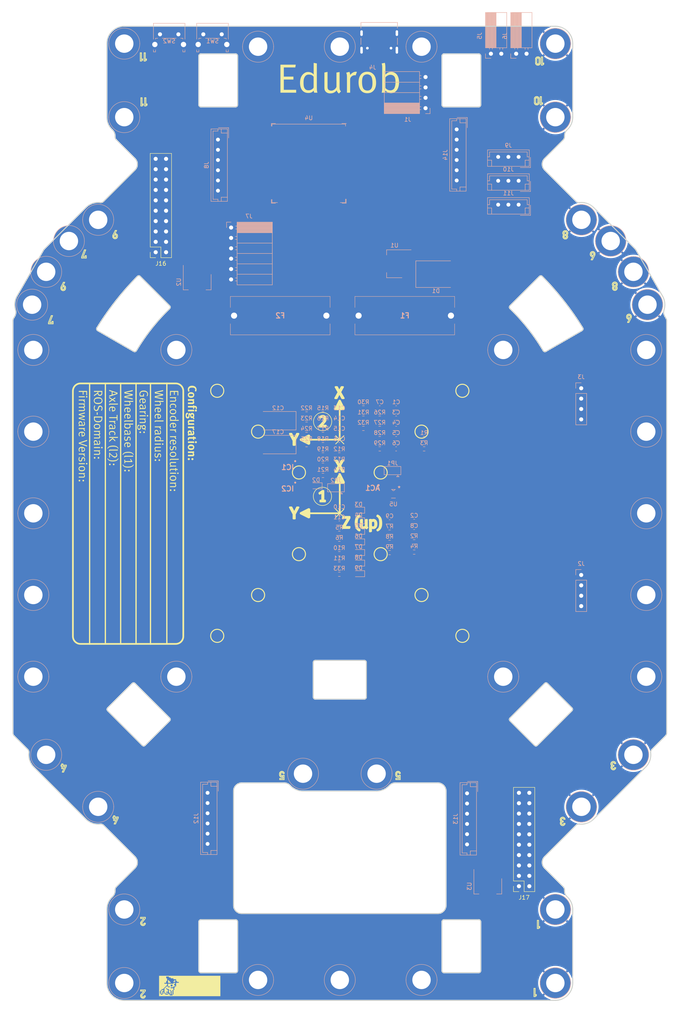
<source format=kicad_pcb>
(kicad_pcb (version 20221018) (generator pcbnew)
  (layers (0 "F.Cu" signal) (31 "B.Cu" signal) (34 "B.Paste" user) (35 "F.Paste" user) (36 "B.SilkS" user "B.Silkscreen") (37 "F.SilkS" user "F.Silkscreen") (38 "B.Mask" user) (39 "F.Mask" user) (44 "Edge.Cuts" user))
  (net 0 "")
  (net 1 "Net-(AC1-SDO{slash}SA0)")
  (net 2 "GND")
  (net 3 "IMU_INT1")
  (net 4 "VLOG+3V3")
  (net 5 "IMU_INT2")
  (net 8 "Net-(AC1-CS)")
  (net 11 "VLOG+5V")
  (net 12 "EspEn")
  (net 13 "VSENS1+3V3")
  (net 14 "VSENS2+3V3")
  (net 15 "EspBoot")
  (net 16 "VMOT+5V")
  (net 17 "VUSB")
  (net 18 "Net-(D2-A)")
  (net 19 "Net-(D3-A)")
  (net 20 "Net-(D4-A)")
  (net 21 "Net-(D5-A)")
  (net 22 "Net-(D6-A)")
  (net 23 "Net-(D7-A)")
  (net 24 "Net-(D8-A)")
  (net 25 "Net-(D9-A)")
  (net 26 "VBATT")
  (net 27 "MOT_A_DIR")
  (net 28 "MOT_OA+")
  (net 29 "MOT_OA-")
  (net 30 "MOT_OB-")
  (net 31 "MOT_OB+")
  (net 33 "Net-(IC1-OSCM)")
  (net 34 "MOT_STBY")
  (net 35 "Net-(IC1-MODE_{slash}_ERR)")
  (net 36 "MOT_B_DIR")
  (net 37 "MOT_A_PWM")
  (net 38 "MOT_B_PWM")
  (net 39 "MOT_C_DIR")
  (net 40 "MOT_OC+")
  (net 41 "MOT_OC-")
  (net 42 "MOT_OD-")
  (net 43 "MOT_OD+")
  (net 45 "Net-(IC2-OSCM)")
  (net 46 "MOT_D_DIR")
  (net 47 "MOT_C_PWM")
  (net 48 "MOT_D_PWM")
  (net 49 "SDA")
  (net 50 "SCL")
  (net 55 "Net-(J4-CC1_A)")
  (net 56 "USB_D+")
  (net 57 "USB_D-")
  (net 59 "Net-(J4-CC1_B)")
  (net 65 "UART0_TXD")
  (net 66 "UART0_RXD")
  (net 67 "MOT_A_ENCB")
  (net 68 "MOT_A_ENCA")
  (net 69 "DXL_DATA")
  (net 70 "MOT_B_ENCB")
  (net 71 "MOT_B_ENCA")
  (net 72 "MOT_C_ENCB")
  (net 73 "MOT_C_ENCA")
  (net 74 "MOT_D_ENCB")
  (net 75 "MOT_D_ENCA")
  (net 76 "DXL_TXD")
  (net 77 "DXL_RXD")
  (net 78 "DXL_TXEN")
  (net 79 "I2C_SDA")
  (net 80 "I2C_SCL")
  (net 81 "SPI_CS0")
  (net 82 "SPI_MOSI")
  (net 83 "SPI_SCK")
  (net 84 "SPI_MISO")
  (net 85 "Net-(JP1-A)")
  (net 86 "Net-(JP1-B)")
  (net 87 "Net-(JP2-A)")
  (net 88 "Net-(JP2-B)")
  (footprint "Connector_PinSocket_2.54mm:PinSocket_2x10_P2.54mm_Vertical" (layer "F.Cu") (at 154.94 86.073239 180)
    (fp_text reference "J16" (at -1.27 -2.77) (layer "F.SilkS"))
    (fp_text value "Conn_01x20_Pin")
    (pad "1" thru_hole rect (at 0 0 180) (size 1.7 1.7) (drill 1) (layers "*.Cu" "*.Mask") (net 2 "GND"))
    (pad "2" thru_hole oval (at -2.54 0 180) (size 1.7 1.7) (drill 1) (layers "*.Cu" "*.Mask") (net 2 "GND"))
    (pad "3" thru_hole oval (at 0 2.54 180) (size 1.7 1.7) (drill 1) (layers "*.Cu" "*.Mask") (net 11 "VLOG+5V"))
    (pad "4" thru_hole oval (at -2.54 2.54 180) (size 1.7 1.7) (drill 1) (layers "*.Cu" "*.Mask") (net 11 "VLOG+5V"))
    (pad "5" thru_hole oval (at 0 5.08 180) (size 1.7 1.7) (drill 1) (layers "*.Cu" "*.Mask") (net 13 "VSENS1+3V3"))
    (pad "6" thru_hole oval (at -2.54 5.08 180) (size 1.7 1.7) (drill 1) (layers "*.Cu" "*.Mask") (net 13 "VSENS1+3V3"))
    (pad "7" thru_hole oval (at 0 7.62 180) (size 1.7 1.7) (drill 1) (layers "*.Cu" "*.Mask") (net 65 "UART0_TXD"))
    (pad "8" thru_hole oval (at -2.54 7.62 180) (size 1.7 1.7) (drill 1) (layers "*.Cu" "*.Mask") (net 66 "UART0_RXD"))
    (pad "9" thru_hole oval (at 0 10.16 180) (size 1.7 1.7) (drill 1) (layers "*.Cu" "*.Mask") (net 76 "DXL_TXD"))
    (pad "10" thru_hole oval (at -2.54 10.16 180) (size 1.7 1.7) (drill 1) (layers "*.Cu" "*.Mask") (net 77 "DXL_RXD"))
    (pad "11" thru_hole oval (at 0 12.7 180) (size 1.7 1.7) (drill 1) (layers "*.Cu" "*.Mask") (net 78 "DXL_TXEN"))
    (pad "12" thru_hole oval (at -2.54 12.7 180) (size 1.7 1.7) (drill 1) (layers "*.Cu" "*.Mask") (net 79 "I2C_SDA"))
    (pad "13" thru_hole oval (at 0 15.24 180) (size 1.7 1.7) (drill 1) (layers "*.Cu" "*.Mask") (net 80 "I2C_SCL"))
    (pad "14" thru_hole oval (at -2.54 15.24 180) (size 1.7 1.7) (drill 1) (layers "*.Cu" "*.Mask") (net 81 "SPI_CS0"))
    (pad "15" thru_hole oval (at 0 17.78 180) (size 1.7 1.7) (drill 1) (layers "*.Cu" "*.Mask") (net 82 "SPI_MOSI"))
    (pad "16" thru_hole oval (at -2.54 17.78 180) (size 1.7 1.7) (drill 1) (layers "*.Cu" "*.Mask") (net 83 "SPI_SCK"))
    (pad "17" thru_hole oval (at 0 20.32 180) (size 1.7 1.7) (drill 1) (layers "*.Cu" "*.Mask") (net 84 "SPI_MISO"))
    (pad "18" thru_hole oval (at -2.54 20.32 180) (size 1.7 1.7) (drill 1) (layers "*.Cu" "*.Mask") (net 3 "IMU_INT1"))
    (pad "19" thru_hole oval (at 0 22.86 180) (size 1.7 1.7) (drill 1) (layers "*.Cu" "*.Mask") (net 5 "IMU_INT2"))
    (pad "20" thru_hole oval (at -2.54 22.86 180) (size 1.7 1.7) (drill 1) (layers "*.Cu" "*.Mask") (net 34 "MOT_STBY"))
  )
  (footprint "Footprints:Logo_Cat_Copper_5x5" (layer "F.Cu") (at 124.46 119.38)
    (fp_text reference "LOGO1" hide)
    (fp_text value "Logo" hide)
    (fp_poly (pts (xy 1.442823 -0.995) (xy 1.002737 -0.995) (xy 1.002737 -1.215) (xy 1.22278 -1.215) (xy 1.22278 -1.435) (xy 1.442823 -1.435)) (fill solid) (layer "F.Cu"))
    (fp_poly (pts (xy -0.09748 -1.215) (xy 0.122563 -1.215) (xy 0.122563 -0.995) (xy 0.342607 -0.995) (xy 0.342607 -0.775) (xy -0.317523 -0.775) (xy -0.317523 -1.435) (xy -0.09748 -1.435)) (fill solid) (layer "F.Cu"))
    (fp_poly (pts (xy -1.41774 1.42) (xy -1.41774 1.64) (xy -1.637783 1.64) (xy -1.637783 1.86) (xy -2.07787 1.86) (xy -2.07787 1.64) (xy -1.857827 1.64) (xy -1.637783 1.64) (xy -1.637783 1.42) (xy -1.857827 1.42) (xy -1.857827 1.64) (xy -2.07787 1.64) (xy -2.07787 1.2) (xy -1.857827 1.2) (xy -1.857827 0.98) (xy -1.41774 0.98) (xy -1.41774 1.2) (xy -1.637783 1.2) (xy -1.637783 1.42)) (fill solid) (layer "F.Cu"))
    (fp_poly (pts (xy 1.442823 -0.56) (xy 1.22278 -0.56) (xy 1.22278 -0.12) (xy 1.442823 -0.12) (xy 1.442823 0.1) (xy 1.002737 0.1) (xy 1.002737 0.32) (xy 0.342607 0.32) (xy 0.342607 0.54) (xy 1.002737 0.54) (xy 1.002737 0.98) (xy 0.782693 0.98) (xy 0.782693 2.08) (xy 0.56265 2.08) (xy 0.56265 1.2) (xy 0.342607 1.2) (xy 0.342607 2.08) (xy 0.122563 2.08) (xy 0.122563 1.64) (xy -0.09748 1.64) (xy -0.09748 1.2) (xy 0.122563 1.2) (xy 0.342607 1.2) (xy 0.342607 0.98) (xy 0.122563 0.98) (xy 0.122563 1.2) (xy -0.09748 1.2) (xy -0.09748 0.76) (xy -0.537567 0.76) (xy -0.537567 0.98) (xy -0.317523 0.98) (xy -0.317523 1.42) (xy -0.75761 1.42) (xy -0.75761 1.64) (xy -0.317523 1.64) (xy -0.317523 1.86) (xy -0.977653 1.86) (xy -0.977653 1.64) (xy -1.197697 1.64) (xy -1.197697 0.76) (xy -0.75761 0.76) (xy -0.537567 0.76) (xy -0.537567 0.54) (xy -0.75761 0.54) (xy -0.75761 0.76) (xy -1.197697 0.76) (xy -1.197697 0.54) (xy -0.977653 0.54) (xy -0.977653 0.32) (xy -0.75761 0.32) (xy -0.317523 0.32) (xy 0.122563 0.32) (xy 0.122563 0.1) (xy 0.342607 0.1) (xy 0.782693 0.1) (xy 0.782693 -0.34) (xy 0.342607 -0.34) (xy 0.342607 0.1) (xy 0.122563 0.1) (xy -0.317523 0.1) (xy -0.317523 0.32) (xy -0.75761 0.32) (xy -0.75761 0.1) (xy -0.317523 0.1) (xy -0.317523 -0.56) (xy 1.002737 -0.56) (xy 1.002737 -0.775) (xy 1.442823 -0.775)) (fill solid) (layer "F.Cu"))
    (fp_poly (pts (xy 2.5 2.5) (xy -2.502953 2.5) (xy -2.502953 1.86) (xy -2.297913 1.86) (xy -2.07787 1.86) (xy -2.07787 2.08) (xy -1.637783 2.08) (xy -1.637783 1.86) (xy -1.41774 1.86) (xy -1.41774 1.64) (xy -1.197697 1.64) (xy -1.197697 1.86) (xy -0.977653 1.86) (xy -0.977653 2.08) (xy -0.317523 2.08) (xy -0.317523 1.86) (xy -0.09748 1.86) (xy -0.09748 2.08) (xy 0.122563 2.08) (xy 0.122563 2.3) (xy 0.782693 2.3) (xy 0.782693 2.08) (xy 1.002737 2.08) (xy 1.002737 0.98) (xy 1.22278 0.98) (xy 1.22278 0.32) (xy 1.442823 0.32) (xy 1.442823 0.1) (xy 1.662867 0.1) (xy 1.662867 -0.775) (xy 2.317996 -0.775) (xy 2.317996 -0.995) (xy 1.88291 -0.995) (xy 1.88291 -1.215) (xy 1.662867 -1.215) (xy 1.662867 -1.655) (xy 1.002737 -1.655) (xy 1.002737 -1.875) (xy 0.342607 -1.875) (xy 0.342607 -2.095) (xy -0.09748 -2.095) (xy -0.09748 -2.315) (xy -0.75761 -2.315) (xy -0.75761 -1.875) (xy -0.537567 -1.875) (xy -0.537567 -1.215) (xy -0.75761 -1.215) (xy -0.75761 -0.775) (xy -1.197697 -0.775) (xy -1.197697 -0.56) (xy -0.537567 -0.56) (xy -0.537567 -0.12) (xy -0.75761 -0.12) (xy -0.75761 0.1) (xy -0.977653 0.1) (xy -0.977653 0.32) (xy -1.197697 0.32) (xy -1.197697 0.54) (xy -1.41774 0.54) (xy -1.41774 0.76) (xy -1.857827 0.76) (xy -1.857827 0.98) (xy -2.07787 0.98) (xy -2.07787 1.2) (xy -2.297913 1.2) (xy -2.297913 1.86) (xy -2.502953 1.86) (xy -2.502953 -2.5) (xy 2.5 -2.5)) (fill solid) (layer "F.Cu"))
  )
  (footprint "Connector_PinSocket_2.54mm:PinSocket_2x10_P2.54mm_Vertical" (layer "F.Cu") (at 243.84 241.3 180)
    (fp_text reference "J17" (at -1.27 -2.77) (layer "F.SilkS"))
    (fp_text value "Conn_01x20_Pin")
    (pad "1" thru_hole rect (at 0 0 180) (size 1.7 1.7) (drill 1) (layers "*.Cu" "*.Mask") (net 2 "GND"))
    (pad "2" thru_hole oval (at -2.54 0 180) (size 1.7 1.7) (drill 1) (layers "*.Cu" "*.Mask") (net 2 "GND"))
    (pad "3" thru_hole oval (at 0 2.54 180) (size 1.7 1.7) (drill 1) (layers "*.Cu" "*.Mask") (net 11 "VLOG+5V"))
    (pad "4" thru_hole oval (at -2.54 2.54 180) (size 1.7 1.7) (drill 1) (layers "*.Cu" "*.Mask") (net 11 "VLOG+5V"))
    (pad "5" thru_hole oval (at 0 5.08 180) (size 1.7 1.7) (drill 1) (layers "*.Cu" "*.Mask") (net 14 "VSENS2+3V3"))
    (pad "6" thru_hole oval (at -2.54 5.08 180) (size 1.7 1.7) (drill 1) (layers "*.Cu" "*.Mask") (net 14 "VSENS2+3V3"))
    (pad "7" thru_hole oval (at 0 7.62 180) (size 1.7 1.7) (drill 1) (layers "*.Cu" "*.Mask") (net 65 "UART0_TXD"))
    (pad "8" thru_hole oval (at -2.54 7.62 180) (size 1.7 1.7) (drill 1) (layers "*.Cu" "*.Mask") (net 66 "UART0_RXD"))
    (pad "9" thru_hole oval (at 0 10.16 180) (size 1.7 1.7) (drill 1) (layers "*.Cu" "*.Mask") (net 76 "DXL_TXD"))
    (pad "10" thru_hole oval (at -2.54 10.16 180) (size 1.7 1.7) (drill 1) (layers "*.Cu" "*.Mask") (net 77 "DXL_RXD"))
    (pad "11" thru_hole oval (at 0 12.7 180) (size 1.7 1.7) (drill 1) (layers "*.Cu" "*.Mask") (net 78 "DXL_TXEN"))
    (pad "12" thru_hole oval (at -2.54 12.7 180) (size 1.7 1.7) (drill 1) (layers "*.Cu" "*.Mask") (net 79 "I2C_SDA"))
    (pad "13" thru_hole oval (at 0 15.24 180) (size 1.7 1.7) (drill 1) (layers "*.Cu" "*.Mask") (net 80 "I2C_SCL"))
    (pad "14" thru_hole oval (at -2.54 15.24 180) (size 1.7 1.7) (drill 1) (layers "*.Cu" "*.Mask") (net 81 "SPI_CS0"))
    (pad "15" thru_hole oval (at 0 17.78 180) (size 1.7 1.7) (drill 1) (layers "*.Cu" "*.Mask") (net 82 "SPI_MOSI"))
    (pad "16" thru_hole oval (at -2.54 17.78 180) (size 1.7 1.7) (drill 1) (layers "*.Cu" "*.Mask") (net 83 "SPI_SCK"))
    (pad "17" thru_hole oval (at 0 20.32 180) (size 1.7 1.7) (drill 1) (layers "*.Cu" "*.Mask") (net 84 "SPI_MISO"))
    (pad "18" thru_hole oval (at -2.54 20.32 180) (size 1.7 1.7) (drill 1) (layers "*.Cu" "*.Mask") (net 3 "IMU_INT1"))
    (pad "19" thru_hole oval (at 0 22.86 180) (size 1.7 1.7) (drill 1) (layers "*.Cu" "*.Mask") (net 5 "IMU_INT2"))
    (pad "20" thru_hole oval (at -2.54 22.86 180) (size 1.7 1.7) (drill 1) (layers "*.Cu" "*.Mask") (net 34 "MOT_STBY"))
  )
  (footprint "Footprints:Logo_Cat_15x5" (layer "F.Cu") (at 163.270846 265.731902)
    (fp_text reference "LOGO2" hide)
    (fp_text value "Logo" hide)
  )
  (footprint "Resistor_SMD:R_0603_1608Metric" (layer "B.Cu") (at 220.633144 134.225 180)
    (fp_text reference "R3" (at 0 1.43) (layer "B.SilkS") (effects (justify mirror)))
    (fp_text value "5k1")
    (pad "1" smd roundrect (at -0.825 0 180) (size 0.8 0.95) (layers "B.Cu" "B.Paste" "B.Mask") (net 59 "Net-(J4-CC1_B)"))
    (pad "2" smd roundrect (at 0.825 0 180) (size 0.8 0.95) (layers "B.Cu" "B.Paste" "B.Mask") (net 2 "GND"))
  )
  (footprint "Resistor_SMD:R_0603_1608Metric" (layer "B.Cu") (at 212.188144 159.625 180)
    (fp_text reference "R9" (at 0 1.43) (layer "B.SilkS") (effects (justify mirror)))
    (fp_text value "10K")
    (pad "1" smd roundrect (at -0.825 0 180) (size 0.8 0.95) (layers "B.Cu" "B.Paste" "B.Mask") (net 4 "VLOG+3V3"))
    (pad "2" smd roundrect (at 0.825 0 180) (size 0.8 0.95) (layers "B.Cu" "B.Paste" "B.Mask") (net 69 "DXL_DATA"))
  )
  (footprint "Resistor_SMD:R_0603_1608Metric" (layer "B.Cu") (at 199.885 164.92 180)
    (fp_text reference "R33" (at 0 1.43) (layer "B.SilkS") (effects (justify mirror)))
    (fp_text value "10k")
    (pad "1" smd roundrect (at -0.825 0 180) (size 0.8 0.95) (layers "B.Cu" "B.Paste" "B.Mask") (net 5 "IMU_INT2"))
    (pad "2" smd roundrect (at 0.825 0 180) (size 0.8 0.95) (layers "B.Cu" "B.Paste" "B.Mask") (net 2 "GND"))
  )
  (footprint "Resistor_SMD:R_0603_1608Metric" (layer "B.Cu") (at 199.885 154.88 180)
    (fp_text reference "R5" (at 0 1.43) (layer "B.SilkS") (effects (justify mirror)))
    (fp_text value "10k")
    (pad "1" smd roundrect (at -0.825 0 180) (size 0.8 0.95) (layers "B.Cu" "B.Paste" "B.Mask") (net 85 "Net-(JP1-A)"))
    (pad "2" smd roundrect (at 0.825 0 180) (size 0.8 0.95) (layers "B.Cu" "B.Paste" "B.Mask") (net 2 "GND"))
  )
  (footprint "Resistor_SMD:R_0603_1608Metric" (layer "B.Cu") (at 220.633144 131.715 180)
    (fp_text reference "R1" (at 0 1.43) (layer "B.SilkS") (effects (justify mirror)))
    (fp_text value "5k1")
    (pad "1" smd roundrect (at -0.825 0 180) (size 0.8 0.95) (layers "B.Cu" "B.Paste" "B.Mask") (net 2 "GND"))
    (pad "2" smd roundrect (at 0.825 0 180) (size 0.8 0.95) (layers "B.Cu" "B.Paste" "B.Mask") (net 55 "Net-(J4-CC1_A)"))
  )
  (footprint "Capacitor_SMD:C_0603_1608Metric" (layer "B.Cu") (at 199.885 130.68 180)
    (fp_text reference "C15" (at 0 1.43) (layer "B.SilkS") (effects (justify mirror)))
    (fp_text value "100nF")
    (pad "1" smd roundrect (at -0.775 0 180) (size 0.9 0.95) (layers "B.Cu" "B.Paste" "B.Mask") (net 4 "VLOG+3V3"))
    (pad "2" smd roundrect (at 0.775 0 180) (size 0.9 0.95) (layers "B.Cu" "B.Paste" "B.Mask") (net 2 "GND"))
  )
  (footprint "Footprints:9775026360R" (layer "B.Cu") (at 147.25 247 180)
    (fp_text reference "H22" (at 0.35 0) (layer "B.SilkS") (effects (font (size 1.27 1.27) (thickness 0.254)) (justify mirror)))
    (fp_text value "9775026360R" hide)
    (pad "1" thru_hole circle locked (at 0 0 180) (size 7.4 7.4) (drill 4.5) (layers "*.Cu" "*.Mask") (net 2 "GND"))
  )
  (footprint "Package_TO_SOT_SMD:SOT-223-3_TabPin2" (layer "B.Cu") (at 236.22 241.3 -90)
    (fp_text reference "U3" (at 0 4.5 90) (layer "B.SilkS") (effects (justify mirror)))
    (fp_text value "AZ1117-3.3")
    (pad "1" smd rect (at -3.15 2.3 270) (size 2 1.5) (layers "B.Cu" "B.Paste" "B.Mask") (net 2 "GND"))
    (pad "2" smd rect (at -3.15 0 270) (size 2 1.5) (layers "B.Cu" "B.Paste" "B.Mask") (net 14 "VSENS2+3V3"))
    (pad "2" smd rect (at 3.15 0 270) (size 2 3.8) (layers "B.Cu" "B.Paste" "B.Mask") (net 14 "VSENS2+3V3"))
    (pad "3" smd rect (at -3.15 -2.3 270) (size 2 1.5) (layers "B.Cu" "B.Paste" "B.Mask") (net 11 "VLOG+5V"))
  )
  (footprint "Connector_JST:JST_EH_B6B-EH-A_1x06_P2.50mm_Vertical" (layer "B.Cu") (at 170.18 58.5 -90)
    (fp_text reference "J8" (at 6.25 2.8 90) (layer "B.SilkS") (effects (justify mirror)))
    (fp_text value "Conn_01x06_Pin")
    (pad "1" thru_hole roundrect (at 0 0 270) (size 1.7 1.95) (drill 0.95) (layers "*.Cu" "*.Mask") (roundrect_rratio 0.147059) (net 28 "MOT_OA+"))
    (pad "2" thru_hole oval (at 2.5 0 270) (size 1.7 1.95) (drill 0.95) (layers "*.Cu" "*.Mask") (net 2 "GND"))
    (pad "3" thru_hole oval (at 5 0 270) (size 1.7 1.95) (drill 0.95) (layers "*.Cu" "*.Mask") (net 67 "MOT_A_ENCB"))
    (pad "4" thru_hole oval (at 7.5 0 270) (size 1.7 1.95) (drill 0.95) (layers "*.Cu" "*.Mask") (net 68 "MOT_A_ENCA"))
    (pad "5" thru_hole oval (at 10 0 270) (size 1.7 1.95) (drill 0.95) (layers "*.Cu" "*.Mask") (net 4 "VLOG+3V3"))
    (pad "6" thru_hole oval (at 12.5 0 270) (size 1.7 1.95) (drill 0.95) (layers "*.Cu" "*.Mask") (net 29 "MOT_OA-"))
  )
  (footprint "Footprints:9775026360R" (layer "B.Cu") (at 275.297577 98.919229 180)
    (fp_text reference "H10" (at 0.35 0) (layer "B.SilkS") (effects (font (size 1.27 1.27) (thickness 0.254)) (justify mirror)))
    (fp_text value "9775026360R" hide)
    (pad "1" thru_hole circle locked (at 0 0 180) (size 7.4 7.4) (drill 4.5) (layers "*.Cu" "*.Mask") (net 2 "GND"))
  )
  (footprint "LED_SMD:LED_0603_1608Metric" (layer "B.Cu") (at 204.605644 149.245 180)
    (fp_text reference "D3" (at 0 1.43) (layer "B.SilkS") (effects (justify mirror)))
    (fp_text value "LED")
    (pad "1" smd roundrect (at -0.7875 0 180) (size 0.875 0.95) (layers "B.Cu" "B.Paste" "B.Mask") (net 2 "GND"))
    (pad "2" smd roundrect (at 0.7875 0 180) (size 0.875 0.95) (layers "B.Cu" "B.Paste" "B.Mask") (net 19 "Net-(D3-A)"))
  )
  (footprint "Capacitor_SMD:C_0603_1608Metric" (layer "B.Cu") (at 218.198144 154.475 180)
    (fp_text reference "C8" (at 0 1.43) (layer "B.SilkS") (effects (justify mirror)))
    (fp_text value "1uF")
    (pad "1" smd roundrect (at -0.775 0 180) (size 0.9 0.95) (layers "B.Cu" "B.Paste" "B.Mask") (net 15 "EspBoot"))
    (pad "2" smd roundrect (at 0.775 0 180) (size 0.9 0.95) (layers "B.Cu" "B.Paste" "B.Mask") (net 2 "GND"))
  )
  (footprint "Footprints:9775026360R" (layer "B.Cu") (at 125 150 180)
    (fp_text reference "H27" (at 0.35 0) (layer "B.SilkS") (effects (font (size 1.27 1.27) (thickness 0.254)) (justify mirror)))
    (fp_text value "9775026360R" hide)
    (pad "1" thru_hole circle locked (at 0 0 180) (size 7.4 7.4) (drill 4.5) (layers "*.Cu" "*.Mask") (net 2 "GND"))
  )
  (footprint "LED_SMD:LED_0603_1608Metric" (layer "B.Cu") (at 204.605644 162.195 180)
    (fp_text reference "D8" (at 0 1.43) (layer "B.SilkS") (effects (justify mirror)))
    (fp_text value "LED")
    (pad "1" smd roundrect (at -0.7875 0 180) (size 0.875 0.95) (layers "B.Cu" "B.Paste" "B.Mask") (net 2 "GND"))
    (pad "2" smd roundrect (at 0.7875 0 180) (size 0.875 0.95) (layers "B.Cu" "B.Paste" "B.Mask") (net 24 "Net-(D8-A)"))
  )
  (footprint "Jumper:SolderJumper-3_P1.3mm_Open_Pad1.0x1.5mm" (layer "B.Cu") (at 212.896288 139.54 180)
    (fp_text reference "JP1" (at 0 1.8) (layer "B.SilkS") (effects (justify mirror)))
    (fp_text value "SolderJumper_3_Open")
    (pad "1" smd rect (at -1.3 0 180) (size 1 1.5) (layers "B.Cu" "B.Mask") (net 85 "Net-(JP1-A)"))
    (pad "2" smd rect (at 0 0 180) (size 1 1.5) (layers "B.Cu" "B.Mask") (net 1 "Net-(AC1-SDO{slash}SA0)"))
    (pad "3" smd rect (at 1.3 0 180) (size 1 1.5) (layers "B.Cu" "B.Mask") (net 86 "Net-(JP1-B)"))
  )
  (footprint "Button_Switch_THT:SW_Tactile_SPST_Angled_PTS645Vx83-2LFS" (layer "B.Cu") (at 171.097484 32.71624 180)
    (fp_text reference "SW1" (at 2.25 -1.68) (layer "B.SilkS") (effects (justify mirror)))
    (fp_text value "SW_Push")
    (pad "" thru_hole circle (at -1.25 -2.49 180) (size 2.1 2.1) (drill 1.3) (layers "*.Cu" "*.Mask"))
    (pad "" thru_hole circle (at 5.76 -2.49 180) (size 2.1 2.1) (drill 1.3) (layers "*.Cu" "*.Mask"))
    (pad "1" thru_hole circle (at 0 0 180) (size 1.75 1.75) (drill 0.99) (layers "*.Cu" "*.Mask") (net 15 "EspBoot"))
    (pad "2" thru_hole circle (at 4.5 0 180) (size 1.75 1.75) (drill 0.99) (layers "*.Cu" "*.Mask") (net 2 "GND"))
  )
  (footprint "Capacitor_SMD:C_0603_1608Metric" (layer "B.Cu") (at 209.778144 124.185 180)
    (fp_text reference "C7" (at 0 1.43) (layer "B.SilkS") (effects (justify mirror)))
    (fp_text value "22uF")
    (pad "1" smd roundrect (at -0.775 0 180) (size 0.9 0.95) (layers "B.Cu" "B.Paste" "B.Mask") (net 14 "VSENS2+3V3"))
    (pad "2" smd roundrect (at 0.775 0 180) (size 0.9 0.95) (layers "B.Cu" "B.Paste" "B.Mask") (net 2 "GND"))
  )
  (footprint "Footprints:9775026360R" (layer "B.Cu") (at 140.869165 221.858757 180)
    (fp_text reference "H21" (at 0.35 0) (layer "B.SilkS") (effects (font (size 1.27 1.27) (thickness 0.254)) (justify mirror)))
    (fp_text value "9775026360R" hide)
    (pad "1" thru_hole circle locked (at 0 0 180) (size 7.4 7.4) (drill 4.5) (layers "*.Cu" "*.Mask") (net 2 "GND"))
  )
  (footprint "Connector_PinSocket_2.54mm:PinSocket_1x02_P2.54mm_Horizontal" (layer "B.Cu") (at 243.162495 37.470021 -90)
    (fp_text reference "J6" (at -4.38 2.77 90) (layer "B.SilkS") (effects (justify mirror)))
    (fp_text value "Conn_01x02_Pin")
    (pad "1" thru_hole rect (at 0 0 270) (size 1.7 1.7) (drill 1) (layers "*.Cu" "*.Mask") (net 15 "EspBoot"))
    (pad "2" thru_hole oval (at 0 -2.54 270) (size 1.7 1.7) (drill 1) (layers "*.Cu" "*.Mask") (net 2 "GND"))
  )
  (footprint "Resistor_SMD:R_0603_1608Metric" (layer "B.Cu") (at 209.778144 131.715 180)
    (fp_text reference "R28" (at 0 1.43) (layer "B.SilkS") (effects (justify mirror)))
    (fp_text value "300R")
    (pad "1" smd roundrect (at -0.825 0 180) (size 0.8 0.95) (layers "B.Cu" "B.Paste" "B.Mask") (net 17 "VUSB"))
    (pad "2" smd roundrect (at 0.825 0 180) (size 0.8 0.95) (layers "B.Cu" "B.Paste" "B.Mask") (net 21 "Net-(D5-A)"))
  )
  (footprint "Footprints:9775026360R" (layer "B.Cu") (at 147.25 53 180)
    (fp_text reference "H40" (at 0.35 0) (layer "B.SilkS") (effects (font (size 1.27 1.27) (thickness 0.254)) (justify mirror)))
    (fp_text value "9775026360R" hide)
    (pad "1" thru_hole circle locked (at 0 0 180) (size 7.4 7.4) (drill 4.5) (layers "*.Cu" "*.Mask") (net 2 "GND"))
  )
  (footprint "Capacitor_Tantalum_SMD:CP_EIA-7343-31_Kemet-D" (layer "B.Cu") (at 184.89 133.18 180)
    (fp_text reference "C17" (at 0 3.1) (layer "B.SilkS") (effects (justify mirror)))
    (fp_text value "47uF")
    (pad "1" smd roundrect (at -3.1125 0 180) (size 2.075 2.55) (layers "B.Cu" "B.Paste" "B.Mask") (roundrect_rratio 0.120482) (net 16 "VMOT+5V"))
    (pad "2" smd roundrect (at 3.1125 0 180) (size 2.075 2.55) (layers "B.Cu" "B.Paste" "B.Mask") (roundrect_rratio 0.120482) (net 2 "GND"))
  )
  (footprint "LED_SMD:LED_0603_1608Metric" (layer "B.Cu") (at 204.605644 164.785 180)
    (fp_text reference "D9" (at 0 1.43) (layer "B.SilkS") (effects (justify mirror)))
    (fp_text value "LED")
    (pad "1" smd roundrect (at -0.7875 0 180) (size 0.875 0.95) (layers "B.Cu" "B.Paste" "B.Mask") (net 2 "GND"))
    (pad "2" smd roundrect (at 0.7875 0 180) (size 0.875 0.95) (layers "B.Cu" "B.Paste" "B.Mask") (net 25 "Net-(D9-A)"))
  )
  (footprint "LED_SMD:LED_0603_1608Metric" (layer "B.Cu") (at 204.605644 159.605 180)
    (fp_text reference "D7" (at 0 1.43) (layer "B.SilkS") (effects (justify mirror)))
    (fp_text value "LED")
    (pad "1" smd roundrect (at -0.7875 0 180) (size 0.875 0.95) (layers "B.Cu" "B.Paste" "B.Mask") (net 2 "GND"))
    (pad "2" smd roundrect (at 0.7875 0 180) (size 0.875 0.95) (layers "B.Cu" "B.Paste" "B.Mask") (net 23 "Net-(D7-A)"))
  )
  (footprint "Footprints:0PTF0078P" (layer "B.Cu") (at 215.9 101.6)
    (fp_text reference "F1" (at 0 0) (layer "B.SilkS") (effects (font (size 1.27 1.27) (thickness 0.254)) (justify mirror)))
    (fp_text value "0PTF0078P" hide)
    (pad "1" thru_hole circle (at -11.3 0) (size 2.25 2.25) (drill 1.5) (layers "*.Cu" "*.Mask") (net 26 "VBATT"))
    (pad "2" thru_hole circle (at 11.3 0) (size 2.25 2.25) (drill 1.5) (layers "*.Cu" "*.Mask") (net 11 "VLOG+5V"))
  )
  (footprint "Footprints:9775026360R" (layer "B.Cu") (at 180 35.75 180)
    (fp_text reference "H38" (at 0.35 0) (layer "B.SilkS") (effects (font (size 1.27 1.27) (thickness 0.254)) (justify mirror)))
    (fp_text value "9775026360R" hide)
    (pad "1" thru_hole circle locked (at 0 0 180) (size 7.4 7.4) (drill 4.5) (layers "*.Cu" "*.Mask") (net 2 "GND"))
  )
  (footprint "Footprints:9775026360R" (layer "B.Cu") (at 252.75 35 180)
    (fp_text reference "H5" (at 0.35 0) (layer "B.SilkS") (effects (font (size 1.27 1.27) (thickness 0.254)) (justify mirror)))
    (fp_text value "9775026360R" hide)
    (pad "1" thru_hole circle locked (at 0 0 180) (size 7.4 7.4) (drill 4.5) (layers "*.Cu" "*.Mask") (net 2 "GND"))
  )
  (footprint "Resistor_SMD:R_0603_1608Metric" (layer "B.Cu") (at 195.875 138.21 180)
    (fp_text reference "R20" (at 0 1.43) (layer "B.SilkS") (effects (justify mirror)))
    (fp_text value "10k")
    (pad "1" smd roundrect (at -0.825 0 180) (size 0.8 0.95) (layers "B.Cu" "B.Paste" "B.Mask") (net 4 "VLOG+3V3"))
    (pad "2" smd roundrect (at 0.825 0 180) (size 0.8 0.95) (layers "B.Cu" "B.Paste" "B.Mask") (net 70 "MOT_B_ENCB"))
  )
  (footprint "Footprints:9775026360R" (layer "B.Cu") (at 252.75 53 180)
    (fp_text reference "H4" (at 0.35 0) (layer "B.SilkS") (effects (font (size 1.27 1.27) (thickness 0.254)) (justify mirror)))
    (fp_text value "9775026360R" hide)
    (pad "1" thru_hole circle locked (at 0 0 180) (size 7.4 7.4) (drill 4.5) (layers "*.Cu" "*.Mask") (net 2 "GND"))
  )
  (footprint "Resistor_SMD:R_0603_1608Metric" (layer "B.Cu") (at 191.865 128.17 180)
    (fp_text reference "R23" (at 0 1.43) (layer "B.SilkS") (effects (justify mirror)))
    (fp_text value "10k")
    (pad "1" smd roundrect (at -0.825 0 180) (size 0.8 0.95) (layers "B.Cu" "B.Paste" "B.Mask") (net 4 "VLOG+3V3"))
    (pad "2" smd roundrect (at 0.825 0 180) (size 0.8 0.95) (layers "B.Cu" "B.Paste" "B.Mask") (net 75 "MOT_D_ENCA"))
  )
  (footprint "Resistor_SMD:R_0603_1608Metric" (layer "B.Cu") (at 212.188144 157.115 180)
    (fp_text reference "R8" (at 0 1.43) (layer "B.SilkS") (effects (justify mirror)))
    (fp_text value "10K")
    (pad "1" smd roundrect (at -0.825 0 180) (size 0.8 0.95) (layers "B.Cu" "B.Paste" "B.Mask") (net 4 "VLOG+3V3"))
    (pad "2" smd roundrect (at 0.825 0 180) (size 0.8 0.95) (layers "B.Cu" "B.Paste" "B.Mask") (net 77 "DXL_RXD"))
  )
  (footprint "Connector_JST:JST_EH_B3B-EH-A_1x03_P2.50mm_Vertical" (layer "B.Cu") (at 243.76 68.58 180)
    (fp_text reference "J10" (at 2.5 2.8) (layer "B.SilkS") (effects (justify mirror)))
    (fp_text value "Conn_01x03_Male")
    (pad "1" thru_hole roundrect (at 0 0 180) (size 1.7 1.95) (drill 0.95) (layers "*.Cu" "*.Mask") (roundrect_rratio 0.147059) (net 2 "GND"))
    (pad "2" thru_hole oval (at 2.5 0 180) (size 1.7 1.95) (drill 0.95) (layers "*.Cu" "*.Mask") (net 11 "VLOG+5V"))
    (pad "3" thru_hole oval (at 5 0 180) (size 1.7 1.95) (drill 0.95) (layers "*.Cu" "*.Mask") (net 69 "DXL_DATA"))
  )
  (footprint "Connector_PinSocket_2.54mm:PinSocket_1x04_P2.54mm_Vertical" (layer "B.Cu") (at 259.08 165.1 180)
    (fp_text reference "J2" (at 0 2.77) (layer "B.SilkS") (effects (justify mirror)))
    (fp_text value "Conn_01x04_Pin")
    (pad "1" thru_hole rect (at 0 0 180) (size 1.7 1.7) (drill 1) (layers "*.Cu" "*.Mask") (net 26 "VBATT"))
    (pad "2" thru_hole oval (at 0 -2.54 180) (size 1.7 1.7) (drill 1) (layers "*.Cu" "*.Mask"))
    (pad "3" thru_hole oval (at 0 -5.08 180) (size 1.7 1.7) (drill 1) (layers "*.Cu" "*.Mask"))
    (pad "4" thru_hole oval (at 0 -7.62 180) (size 1.7 1.7) (drill 1) (layers "*.Cu" "*.Mask") (net 2 "GND"))
  )
  (footprint "Capacitor_SMD:C_0603_1608Metric" (layer "B.Cu") (at 199.885 149.86 180)
    (fp_text reference "C10" (at 0 1.43) (layer "B.SilkS") (effects (justify mirror)))
    (fp_text value "100nF")
    (pad "1" smd roundrect (at -0.775 0 180) (size 0.9 0.95) (layers "B.Cu" "B.Paste" "B.Mask") (net 4 "VLOG+3V3"))
    (pad "2" smd roundrect (at 0.775 0 180) (size 0.9 0.95) (layers "B.Cu" "B.Paste" "B.Mask") (net 2 "GND"))
  )
  (footprint "Footprints:9775026360R" (layer "B.Cu") (at 275 130 180)
    (fp_text reference "H42" (at 0.35 0) (layer "B.SilkS") (effects (font (size 1.27 1.27) (thickness 0.254)) (justify mirror)))
    (fp_text value "9775026360R" hide)
    (pad "1" thru_hole circle locked (at 0 0 180) (size 7.4 7.4) (drill 4.5) (layers "*.Cu" "*.Mask") (net 2 "GND"))
  )
  (footprint "Footprints:9775026360R" (layer "B.Cu") (at 125 170 180)
    (fp_text reference "H28" (at 0.35 0) (layer "B.SilkS") (effects (font (size 1.27 1.27) (thickness 0.254)) (justify mirror)))
    (fp_text value "9775026360R" hide)
    (pad "1" thru_hole circle locked (at 0 0 180) (size 7.4 7.4) (drill 4.5) (layers "*.Cu" "*.Mask") (net 2 "GND"))
  )
  (footprint "Footprints:9775026360R" (layer "B.Cu") (at 147.25 35 180)
    (fp_text reference "H39" (at 0.35 0) (layer "B.SilkS") (effects (font (size 1.27 1.27) (thickness 0.254)) (justify mirror)))
    (fp_text value "9775026360R" hide)
    (pad "1" thru_hole circle locked (at 0 0 180) (size 7.4 7.4) (drill 4.5) (layers "*.Cu" "*.Mask") (net 2 "GND"))
  )
  (footprint "Connector_PinSocket_2.54mm:PinSocket_1x04_P2.54mm_Vertical" (layer "B.Cu") (at 259.08 119.38 180)
    (fp_text reference "J3" (at 0 2.77) (layer "B.SilkS") (effects (justify mirror)))
    (fp_text value "Conn_01x04_Pin")
    (pad "1" thru_hole rect (at 0 0 180) (size 1.7 1.7) (drill 1) (layers "*.Cu" "*.Mask") (net 26 "VBATT"))
    (pad "2" thru_hole oval (at 0 -2.54 180) (size 1.7 1.7) (drill 1) (layers "*.Cu" "*.Mask"))
    (pad "3" thru_hole oval (at 0 -5.08 180) (size 1.7 1.7) (drill 1) (layers "*.Cu" "*.Mask"))
    (pad "4" thru_hole oval (at 0 -7.62 180) (size 1.7 1.7) (drill 1) (layers "*.Cu" "*.Mask") (net 2 "GND"))
  )
  (footprint "Footprints:9775026360R" (layer "B.Cu") (at 160 110 180)
    (fp_text reference "H19" (at 0.35 0) (layer "B.SilkS") (effects (font (size 1.27 1.27) (thickness 0.254)) (justify mirror)))
    (fp_text value "9775026360R" hide)
    (pad "1" thru_hole circle locked (at 0 0 180) (size 7.4 7.4) (drill 4.5) (layers "*.Cu" "*.Mask") (net 2 "GND"))
  )
  (footprint "Footprints:QFN50P300X300X90-17N" (layer "B.Cu") (at 187.235 143.98 180)
    (fp_text reference "IC2" (at 0 0) (layer "B.SilkS") (effects (font (size 1.27 1.27) (thickness 0.254)) (justify mirror)))
    (fp_text value "TC78H660FTG,EL" hide)
    (pad "1" smd rect (at -1.45 0.75 90) (size 0.3 0.8) (layers "B.Cu" "B.Paste" "B.Mask") (net 39 "MOT_C_DIR"))
    (pad "2" smd rect (at -1.45 0.25 90) (size 0.3 0.8) (layers "B.Cu" "B.Paste" "B.Mask") (net 2 "GND"))
    (pad "3" smd rect (at -1.45 -0.25 90) (size 0.3 0.8) (layers "B.Cu" "B.Paste" "B.Mask") (net 16 "VMOT+5V"))
    (pad "4" smd rect (at -1.45 -0.75 90) (size 0.3 0.8) (layers "B.Cu" "B.Paste" "B.Mask") (net 2 "GND"))
    (pad "5" smd rect (at -0.75 -1.45 180) (size 0.3 0.8) (layers "B.Cu" "B.Paste" "B.Mask") (net 40 "MOT_OC+"))
    (pad "6" smd rect (at -0.25 -1.45 180) (size 0.3 0.8) (layers "B.Cu" "B.Paste" "B.Mask") (net 41 "MOT_OC-"))
    (pad "7" smd rect (at 0.25 -1.45 180) (size 0.3 0.8) (layers "B.Cu" "B.Paste" "B.Mask") (net 42 "MOT_OD-"))
    (pad "8" smd rect (at 0.75 -1.45 180) (size 0.3 0.8) (layers "B.Cu" "B.Paste" "B.Mask") (net 43 "MOT_OD+"))
    (pad "9" smd rect (at 1.45 -0.75 90) (size 0.3 0.8) (layers "B.Cu" "B.Paste" "B.Mask") (net 2 "GND"))
    (pad "10" smd rect (at 1.45 -0.25 90) (size 0.3 0.8) (layers "B.Cu" "B.Paste" "B.Mask"))
    (pad "11" smd rect (at 1.45 0.25 90) (size 0.3 0.8) (layers "B.Cu" "B.Paste" "B.Mask") (net 45 "Net-(IC2-OSCM)"))
    (pad "12" smd rect (at 1.45 0.75 90) (size 0.3 0.8) (layers "B.Cu" "B.Paste" "B.Mask") (net 34 "MOT_STBY"))
    (pad "13" smd rect (at 0.75 1.45 180) (size 0.3 0.8) (layers "B.Cu" "B.Paste" "B.Mask") (net 35 "Net-(IC1-MODE_{slash}_ERR)"))
    (pad "14" smd rect (at 0.25 1.45 180) (size 0.3 0.8) (layers "B.Cu" "B.Paste" "B.Mask") (net 46 "MOT_D_DIR"))
    (pad "15" smd rect (at -0.25 1.45 180) (size 0.3 0.8) (layers "B.Cu" "B.Paste" "B.Mask") (net 47 "MOT_C_PWM"))
    (pad "16" smd rect (at -0.75 1.45 180) (size 0.3 0.8) (layers "B.Cu" "B.Paste" "B.Mask") (net 48 "MOT_D_PWM"))
    (pad "17" smd rect (at 0 0 180) (size 1.7 1.7) (layers "B.Cu" "B.Paste" "B.Mask") (net 2 "GND"))
  )
  (footprint "Capacitor_SMD:C_0603_1608Metric" (layer "B.Cu") (at 213.788144 131.715 180)
    (fp_text reference "C5" (at 0 1.43) (layer "B.SilkS") (effects (justify mirror)))
    (fp_text value "22uF")
    (pad "1" smd roundrect (at -0.775 0 180) (size 0.9 0.95) (layers "B.Cu" "B.Paste" "B.Mask") (net 13 "VSENS1+3V3"))
    (pad "2" smd roundrect (at 0.775 0 180) (size 0.9 0.95) (layers "B.Cu" "B.Paste" "B.Mask") (net 2 "GND"))
  )
  (footprint "Resistor_SMD:R_0603_1608Metric" (layer "B.Cu") (at 209.778144 126.695 180)
    (fp_text reference "R26" (at 0 1.43) (layer "B.SilkS") (effects (justify mirror)))
    (fp_text value "300R")
    (pad "1" smd roundrect (at -0.825 0 180) (size 0.8 0.95) (layers "B.Cu" "B.Paste" "B.Mask") (net 26 "VBATT"))
    (pad "2" smd roundrect (at 0.825 0 180) (size 0.8 0.95) (layers "B.Cu" "B.Paste" "B.Mask") (net 19 "Net-(D3-A)"))
  )
  (footprint "Capacitor_SMD:C_0603_1608Metric" (layer "B.Cu") (at 213.788144 134.225 180)
    (fp_text reference "C6" (at 0 1.43) (layer "B.SilkS") (effects (justify mirror)))
    (fp_text value "10uF")
    (pad "1" smd roundrect (at -0.775 0 180) (size 0.9 0.95) (layers "B.Cu" "B.Paste" "B.Mask") (net 11 "VLOG+5V"))
    (pad "2" smd roundrect (at 0.775 0 180) (size 0.9 0.95) (layers "B.Cu" "B.Paste" "B.Mask") (net 2 "GND"))
  )
  (footprint "Resistor_SMD:R_0603_1608Metric" (layer "B.Cu") (at 205.768144 126.695 180)
    (fp_text reference "R31" (at 0 1.43) (layer "B.SilkS") (effects (justify mirror)))
    (fp_text value "130R")
    (pad "1" smd roundrect (at -0.825 0 180) (size 0.8 0.95) (layers "B.Cu" "B.Paste" "B.Mask") (net 13 "VSENS1+3V3"))
    (pad "2" smd roundrect (at 0.825 0 180) (size 0.8 0.95) (layers "B.Cu" "B.Paste" "B.Mask") (net 24 "Net-(D8-A)"))
  )
  (footprint "Package_TO_SOT_SMD:SOT-223-3_TabPin2" (layer "B.Cu") (at 213.36 88.9 180)
    (fp_text reference "U1" (at 0 4.5) (layer "B.SilkS") (effects (justify mirror)))
    (fp_text value "AZ1117-3.3")
    (pad "1" smd rect (at -3.15 2.3 180) (size 2 1.5) (layers "B.Cu" "B.Paste" "B.Mask") (net 2 "GND"))
    (pad "2" smd rect (at -3.15 0 180) (size 2 1.5) (layers "B.Cu" "B.Paste" "B.Mask") (net 4 "VLOG+3V3"))
    (pad "2" smd rect (at 3.15 0 180) (size 2 3.8) (layers "B.Cu" "B.Paste" "B.Mask") (net 4 "VLOG+3V3"))
    (pad "3" smd rect (at -3.15 -2.3 180) (size 2 1.5) (layers "B.Cu" "B.Paste" "B.Mask") (net 11 "VLOG+5V"))
  )
  (footprint "Resistor_SMD:R_0603_1608Metric" (layer "B.Cu") (at 199.885 138.21 180)
    (fp_text reference "R13" (at 0 1.43) (layer "B.SilkS") (effects (justify mirror)))
    (fp_text value "47K")
    (pad "1" smd roundrect (at -0.825 0 180) (size 0.8 0.95) (layers "B.Cu" "B.Paste" "B.Mask") (net 33 "Net-(IC1-OSCM)"))
    (pad "2" smd roundrect (at 0.825 0 180) (size 0.8 0.95) (layers "B.Cu" "B.Paste" "B.Mask") (net 2 "GND"))
  )
  (footprint "Connector_JST:JST_EH_B6B-EH-A_1x06_P2.50mm_Vertical" (layer "B.Cu") (at 167.64 218.44 -90)
    (fp_text reference "J12" (at 6.25 2.8 90) (layer "B.SilkS") (effects (justify mirror)))
    (fp_text value "Conn_01x06_Pin")
    (pad "1" thru_hole roundrect (at 0 0 270) (size 1.7 1.95) (drill 0.95) (layers "*.Cu" "*.Mask") (roundrect_rratio 0.147059) (net 31 "MOT_OB+"))
    (pad "2" thru_hole oval (at 2.5 0 270) (size 1.7 1.95) (drill 0.95) (layers "*.Cu" "*.Mask") (net 2 "GND"))
    (pad "3" thru_hole oval (at 5 0 270) (size 1.7 1.95) (drill 0.95) (layers "*.Cu" "*.Mask") (net 70 "MOT_B_ENCB"))
    (pad "4" thru_hole oval (at 7.5 0 270) (size 1.7 1.95) (drill 0.95) (layers "*.Cu" "*.Mask") (net 71 "MOT_B_ENCA"))
    (pad "5" thru_hole oval (at 10 0 270) (size 1.7 1.95) (drill 0.95) (layers "*.Cu" "*.Mask") (net 4 "VLOG+3V3"))
    (pad "6" thru_hole oval (at 12.5 0 270) (size 1.7 1.95) (drill 0.95) (layers "*.Cu" "*.Mask") (net 30 "MOT_OB-"))
  )
  (footprint "Resistor_SMD:R_0603_1608Metric" (layer "B.Cu") (at 199.885 159.9 180)
    (fp_text reference "R10" (at 0 1.43) (layer "B.SilkS") (effects (justify mirror)))
    (fp_text value "10k")
    (pad "1" smd roundrect (at -0.825 0 180) (size 0.8 0.95) (layers "B.Cu" "B.Paste" "B.Mask") (net 4 "VLOG+3V3"))
    (pad "2" smd roundrect (at 0.825 0 180) (size 0.8 0.95) (layers "B.Cu" "B.Paste" "B.Mask") (net 8 "Net-(AC1-CS)"))
  )
  (footprint "Footprints:9775026360R" (layer "B.Cu") (at 275 190 180)
    (fp_text reference "H15" (at 0.35 0) (layer "B.SilkS") (effects (font (size 1.27 1.27) (thickness 0.254)) (justify mirror)))
    (fp_text value "9775026360R" hide)
    (pad "1" thru_hole circle locked (at 0 0 180) (size 7.4 7.4) (drill 4.5) (layers "*.Cu" "*.Mask") (net 2 "GND"))
  )
  (footprint "Capacitor_SMD:C_0603_1608Metric" (layer "B.Cu") (at 199.885 133.19 180)
    (fp_text reference "C16" (at 0 1.43) (layer "B.SilkS") (effects (justify mirror)))
    (fp_text value "100nF")
    (pad "1" smd roundrect (at -0.775 0 180) (size 0.9 0.95) (layers "B.Cu" "B.Paste" "B.Mask") (net 16 "VMOT+5V"))
    (pad "2" smd roundrect (at 0.775 0 180) (size 0.9 0.95) (layers "B.Cu" "B.Paste" "B.Mask") (net 2 "GND"))
  )
  (footprint "Resistor_SMD:R_0603_1608Metric" (layer "B.Cu") (at 195.875 133.19 180)
    (fp_text reference "R18" (at 0 1.43) (layer "B.SilkS") (effects (justify mirror)))
    (fp_text value "10k")
    (pad "1" smd roundrect (at -0.825 0 180) (size 0.8 0.95) (layers "B.Cu" "B.Paste" "B.Mask") (net 4 "VLOG+3V3"))
    (pad "2" smd roundrect (at 0.825 0 180) (size 0.8 0.95) (layers "B.Cu" "B.Paste" "B.Mask") (net 71 "MOT_B_ENCA"))
  )
  (footprint "Package_TO_SOT_SMD:SOT-223-3_TabPin2" (layer "B.Cu") (at 165.1 93.37 -90)
    (fp_text reference "U2" (at 0 4.5 90) (layer "B.SilkS") (effects (justify mirror)))
    (fp_text value "AZ1117-3.3")
    (pad "1" smd rect (at -3.15 2.3 270) (size 2 1.5) (layers "B.Cu" "B.Paste" "B.Mask") (net 2 "GND"))
    (pad "2" smd rect (at -3.15 0 270) (size 2 1.5) (layers "B.Cu" "B.Paste" "B.Mask") (net 13 "VSENS1+3V3"))
    (pad "2" smd rect (at 3.15 0 270) (size 2 3.8) (layers "B.Cu" "B.Paste" "B.Mask") (net 13 "VSENS1+3V3"))
    (pad "3" smd rect (at -3.15 -2.3 270) (size 2 1.5) (layers "B.Cu" "B.Paste" "B.Mask") (net 11 "VLOG+5V"))
  )
  (footprint "Footprints:9775026360R" (layer "B.Cu") (at 180 264.25 180)
    (fp_text reference "H24" (at 0.35 0) (layer "B.SilkS") (effects (font (size 1.27 1.27) (thickness 0.254)) (justify mirror)))
    (fp_text value "9775026360R" hide)
    (pad "1" thru_hole circle locked (at 0 0 180) (size 7.4 7.4) (drill 4.5) (layers "*.Cu" "*.Mask") (net 2 "GND"))
  )
  (footprint "Footprints:9775026360R" (layer "B.Cu") (at 259.130835 78.141243 180)
    (fp_text reference "H3" (at 0.35 0) (layer "B.SilkS") (effects (font (size 1.27 1.27) (thickness 0.254)) (justify mirror)))
    (fp_text value "9775026360R" hide)
    (pad "1" thru_hole circle locked (at 0 0 180) (size 7.4 7.4) (drill 4.5) (layers "*.Cu" "*.Mask") (net 2 "GND"))
  )
  (footprint "Footprints:QFN50P300X300X90-17N" (layer "B.Cu") (at 187.235 138.73 180)
    (fp_text reference "IC1" (at 0 0) (layer "B.SilkS") (effects (font (size 1.27 1.27) (thickness 0.254)) (justify mirror)))
    (fp_text value "TC78H660FTG,EL" hide)
    (pad "1" smd rect (at -1.45 0.75 90) (size 0.3 0.8) (layers "B.Cu" "B.Paste" "B.Mask") (net 27 "MOT_A_DIR"))
    (pad "2" smd rect (at -1.45 0.25 90) (size 0.3 0.8) (layers "B.Cu" "B.Paste" "B.Mask") (net 2 "GND"))
    (pad "3" smd rect (at -1.45 -0.25 90) (size 0.3 0.8) (layers "B.Cu" "B.Paste" "B.Mask") (net 16 "VMOT+5V"))
    (pad "4" smd rect (at -1.45 -0.75 90) (size 0.3 0.8) (layers "B.Cu" "B.Paste" "B.Mask") (net 2 "GND"))
    (pad "5" smd rect (at -0.75 -1.45 180) (size 0.3 0.8) (layers "B.Cu" "B.Paste" "B.Mask") (net 28 "MOT_OA+"))
    (pad "6" smd rect (at -0.25 -1.45 180) (size 0.3 0.8) (layers "B.Cu" "B.Paste" "B.Mask") (net 29 "MOT_OA-"))
    (pad "7" smd rect (at 0.25 -1.45 180) (size 0.3 0.8) (layers "B.Cu" "B.Paste" "B.Mask") (net 30 "MOT_OB-"))
    (pad "8" smd rect (at 0.75 -1.45 180) (size 0.3 0.8) (layers "B.Cu" "B.Paste" "B.Mask") (net 31 "MOT_OB+"))
    (pad "9" smd rect (at 1.45 -0.75 90) (size 0.3 0.8) (layers "B.Cu" "B.Paste" "B.Mask") (net 2 "GND"))
    (pad "10" smd rect (at 1.45 -0.25 90) (size 0.3 0.8) (layers "B.Cu" "B.Paste" "B.Mask"))
    (pad "11" smd rect (at 1.45 0.25 90) (size 0.3 0.8) (layers "B.Cu" "B.Paste" "B.Mask") (net 33 "Net-(IC1-OSCM)"))
    (pad "12" smd rect (at 1.45 0.75 90) (size 0.3 0.8) (layers "B.Cu" "B.Paste" "B.Mask") (net 34 "MOT_STBY"))
    (pad "13" smd rect (at 0.75 1.45 180) (size 0.3 0.8) (layers "B.Cu" "B.Paste" "B.Mask") (net 35 "Net-(IC1-MODE_{slash}_ERR)"))
    (pad "14" smd rect (at 0.25 1.45 180) (size 0.3 0.8) (layers "B.Cu" "B.Paste" "B.Mask") (net 36 "MOT_B_DIR"))
    (pad "15" smd rect (at -0.25 1.45 180) (size 0.3 0.8) (layers "B.Cu" "B.Paste" "B.Mask") (net 37 "MOT_A_PWM"))
    (pad "16" smd rect (at -0.75 1.45 180) (size 0.3 0.8) (layers "B.Cu" "B.Paste" "B.Mask") (net 38 "MOT_B_PWM"))
    (pad "17" smd rect (at 0 0 180) (size 1.7 1.7) (layers "B.Cu" "B.Paste" "B.Mask") (net 2 "GND"))
  )
  (footprint "Resistor_SMD:R_0603_1608Metric" (layer "B.Cu") (at 199.885 157.39 180)
    (fp_text reference "R6" (at 0 1.43) (layer "B.SilkS") (effects (justify mirror)))
    (fp_text value "10k")
    (pad "1" smd roundrect (at -0.825 0 180) (size 0.8 0.95) (layers "B.Cu" "B.Paste" "B.Mask") (net 4 "VLOG+3V3"))
    (pad "2" smd roundrect (at 0.825 0 180) (size 0.8 0.95) (layers "B.Cu" "B.Paste" "B.Mask") (net 86 "Net-(JP1-B)"))
  )
  (footprint "Footprints:9775026360R" (layer "B.Cu") (at 209 213.75 180)
    (fp_text reference "H18" (at 0.35 0) (layer "B.SilkS") (effects (font (size 1.27 1.27) (thickness 0.254)) (justify mirror)))
    (fp_text value "9775026360R" hide)
    (pad "1" thru_hole circle locked (at 0 0 180) (size 7.4 7.4) (drill 4.5) (layers "*.Cu" "*.Mask") (net 2 "GND"))
  )
  (footprint "Footprints:9775026360R" (layer "B.Cu") (at 124.702423 98.919229 180)
    (fp_text reference "H34" (at 0.35 0) (layer "B.SilkS") (effects (font (size 1.27 1.27) (thickness 0.254)) (justify mirror)))
    (fp_text value "9775026360R" hide)
    (pad "1" thru_hole circle locked (at 0 0 180) (size 7.4 7.4) (drill 4.5) (layers "*.Cu" "*.Mask") (net 2 "GND"))
  )
  (footprint "Resistor_SMD:R_0603_1608Metric" (layer "B.Cu") (at 195.875 135.7 180)
    (fp_text reference "R19" (at 0 1.43) (layer "B.SilkS") (effects (justify mirror)))
    (fp_text value "47K")
    (pad "1" smd roundrect (at -0.825 0 180) (size 0.8 0.95) (layers "B.Cu" "B.Paste" "B.Mask") (net 45 "Net-(IC2-OSCM)"))
    (pad "2" smd roundrect (at 0.825 0 180) (size 0.8 0.95) (layers "B.Cu" "B.Paste" "B.Mask") (net 2 "GND"))
  )
  (footprint "Resistor_SMD:R_0603_1608Metric" (layer "B.Cu") (at 195.875 128.17 180)
    (fp_text reference "R16" (at 0 1.43) (layer "B.SilkS") (effects (justify mirror)))
    (fp_text value "10k")
    (pad "1" smd roundrect (at -0.825 0 180) (size 0.8 0.95) (layers "B.Cu" "B.Paste" "B.Mask") (net 4 "VLOG+3V3"))
    (pad "2" smd roundrect (at 0.825 0 180) (size 0.8 0.95) (layers "B.Cu" "B.Paste" "B.Mask") (net 68 "MOT_A_ENCA"))
  )
  (footprint "Resistor_SMD:R_0603_1608Metric" (layer "B.Cu") (at 212.188144 154.605 180)
    (fp_text reference "R7" (at 0 1.43) (layer "B.SilkS") (effects (justify mirror)))
    (fp_text value "10K")
    (pad "1" smd roundrect (at -0.825 0 180) (size 0.8 0.95) (layers "B.Cu" "B.Paste" "B.Mask") (net 78 "DXL_TXEN"))
    (pad "2" smd roundrect (at 0.825 0 180) (size 0.8 0.95) (layers "B.Cu" "B.Paste" "B.Mask") (net 2 "GND"))
  )
  (footprint "Footprints:ESP32-S3-WROOM-1U" (layer "B.Cu") (at 192.405 64.16 180)
    (fp_text reference "U4" (at 0 10.95) (layer "B.SilkS") (effects (justify mirror)))
    (fp_text value "ESP32-S3-WROOM-1")
    (pad "1" smd rect (at -8.75 8.26 180) (size 1.5 0.9) (layers "B.Cu" "B.Paste" "B.Mask") (net 2 "GND"))
    (pad "2" smd rect (at -8.75 6.99 180) (size 1.5 0.9) (layers "B.Cu" "B.Paste" "B.Mask") (net 4 "VLOG+3V3"))
    (pad "3" smd rect (at -8.75 5.72 180) (size 1.5 0.9) (layers "B.Cu" "B.Paste" "B.Mask") (net 12 "EspEn"))
    (pad "4" smd rect (at -8.75 4.45 180) (size 1.5 0.9) (layers "B.Cu" "B.Paste" "B.Mask") (net 70 "MOT_B_ENCB"))
    (pad "5" smd rect (at -8.75 3.18 180) (size 1.5 0.9) (layers "B.Cu" "B.Paste" "B.Mask") (net 71 "MOT_B_ENCA"))
    (pad "6" smd rect (at -8.75 1.91 180) (size 1.5 0.9) (layers "B.Cu" "B.Paste" "B.Mask") (net 72 "MOT_C_ENCB"))
    (pad "7" smd rect (at -8.75 0.64 180) (size 1.5 0.9) (layers "B.Cu" "B.Paste" "B.Mask") (net 73 "MOT_C_ENCA"))
    (pad "8" smd rect (at -8.75 -0.63 180) (size 1.5 0.9) (layers "B.Cu" "B.Paste" "B.Mask") (net 76 "DXL_TXD"))
    (pad "9" smd rect (at -8.75 -1.9 180) (size 1.5 0.9) (layers "B.Cu" "B.Paste" "B.Mask") (net 77 "DXL_RXD"))
    (pad "10" smd rect (at -8.75 -3.17 180) (size 1.5 0.9) (layers "B.Cu" "B.Paste" "B.Mask") (net 75 "MOT_D_ENCA"))
    (pad "11" smd rect (at -8.75 -4.44 180) (size 1.5 0.9) (layers "B.Cu" "B.Paste" "B.Mask") (net 27 "MOT_A_DIR"))
    (pad "12" smd rect (at -8.75 -5.71 180) (size 1.5 0.9) (layers "B.Cu" "B.Paste" "B.Mask") (net 79 "I2C_SDA"))
    (pad "13" smd rect (at -8.75 -6.98 180) (size 1.5 0.9) (layers "B.Cu" "B.Paste" "B.Mask") (net 57 "USB_D-"))
    (pad "14" smd rect (at -8.75 -8.25 180) (size 1.5 0.9) (layers "B.Cu" "B.Paste" "B.Mask") (net 56 "USB_D+"))
    (pad "15" smd rect (at -6.985 -9.5 90) (size 1.5 0.9) (layers "B.Cu" "B.Paste" "B.Mask") (net 78 "DXL_TXEN"))
    (pad "16" smd rect (at -5.715 -9.5 90) (size 1.5 0.9) (layers "B.Cu" "B.Paste" "B.Mask") (net 5 "IMU_INT2"))
    (pad "17" smd rect (at -4.445 -9.5 90) (size 1.5 0.9) (layers "B.Cu" "B.Paste" "B.Mask") (net 80 "I2C_SCL"))
    (pad "18" smd rect (at -3.175 -9.5 90) (size 1.5 0.9) (layers "B.Cu" "B.Paste" "B.Mask") (net 81 "SPI_CS0"))
    (pad "19" smd rect (at -1.905 -9.5 90) (size 1.5 0.9) (layers "B.Cu" "B.Paste" "B.Mask") (net 82 "SPI_MOSI"))
    (pad "20" smd rect (at -0.635 -9.5 90) (size 1.5 0.9) (layers "B.Cu" "B.Paste" "B.Mask") (net 83 "SPI_SCK"))
    (pad "21" smd rect (at 0.635 -9.5 90) (size 1.5 0.9) (layers "B.Cu" "B.Paste" "B.Mask") (net 84 "SPI_MISO"))
    (pad "22" smd rect (at 1.905 -9.5 90) (size 1.5 0.9) (layers "B.Cu" "B.Paste" "B.Mask") (net 74 "MOT_D_ENCB"))
    (pad "23" smd rect (at 3.175 -9.5 90) (size 1.5 0.9) (layers "B.Cu" "B.Paste" "B.Mask") (net 36 "MOT_B_DIR"))
    (pad "24" smd rect (at 4.445 -9.5 90) (size 1.5 0.9) (layers "B.Cu" "B.Paste" "B.Mask") (net 46 "MOT_D_DIR"))
    (pad "25" smd rect (at 5.715 -9.5 90) (size 1.5 0.9) (layers "B.Cu" "B.Paste" "B.Mask") (net 34 "MOT_STBY"))
    (pad "26" smd rect (at 6.985 -9.5 90) (size 1.5 0.9) (layers "B.Cu" "B.Paste" "B.Mask") (net 3 "IMU_INT1"))
    (pad "27" smd rect (at 8.75 -8.25) (size 1.5 0.9) (layers "B.Cu" "B.Paste" "B.Mask") (net 15 "EspBoot"))
    (pad "28" smd rect (at 8.75 -6.98) (size 1.5 0.9) (layers "B.Cu" "B.Paste" "B.Mask"))
    (pad "29" smd rect (at 8.75 -5.71) (size 1.5 0.9) (layers "B.Cu" "B.Paste" "B.Mask"))
    (pad "30" smd rect (at 8.75 -4.44) (size 1.5 0.9) (layers "B.Cu" "B.Paste" "B.Mask"))
    (pad "31" smd rect (at 8.75 -3.17) (size 1.5 0.9) (layers "B.Cu" "B.Paste" "B.Mask") (net 39 "MOT_C_DIR"))
    (pad "32" smd rect (at 8.75 -1.9) (size 1.5 0.9) (layers "B.Cu" "B.Paste" "B.Mask") (net 37 "MOT_A_PWM"))
    (pad "33" smd rect (at 8.75 -0.63) (size 1.5 0.9) (layers "B.Cu" "B.Paste" "B.Mask") (net 48 "MOT_D_PWM"))
    (pad "34" smd rect (at 8.75 0.64) (size 1.5 0.9) (layers "B.Cu" "B.Paste" "B.Mask") (net 47 "MOT_C_PWM"))
    (pad "35" smd rect (at 8.75 1.91) (size 1.5 0.9) (layers "B.Cu" "B.Paste" "B.Mask") (net 38 "MOT_B_PWM"))
    (pad "36" smd rect (at 8.75 3.18) (size 1.5 0.9) (layers "B.Cu" "B.Paste" "B.Mask") (net 66 "UART0_RXD"))
    (pad "37" smd rect (at 8.75 4.45) (size 1.5 0.9) (layers "B.Cu" "B.Paste" "B.Mask") (net 65 "UART0_TXD"))
    (pad "38" smd rect (at 8.75 5.72) (size 1.5 0.9) (layers "B.Cu" "B.Paste" "B.Mask") (net 68 "MOT_A_ENCA"))
    (pad "39" smd rect (at 8.75 6.99) (size 1.5 0.9) (layers "B.Cu" "B.Paste" "B.Mask") (net 67 "MOT_A_ENCB"))
    (pad "40" smd rect (at 8.75 8.26) (size 1.5 0.9) (layers "B.Cu" "B.Paste" "B.Mask") (net 2 "GND"))
    (pad "41" smd rect (at -2.9 -0.86) (size 0.9 0.9) (layers "B.Cu" "B.Paste" "B.Mask") (net 2 "GND"))
    (pad "41" smd rect (at -2.9 0.54) (size 0.9 0.9) (layers "B.Cu" "B.Paste" "B.Mask") (net 2 "GND"))
    (pad "41" smd rect (at -2.9 1.94) (size 0.9 0.9) (layers "B.Cu" "B.Paste" "B.Mask") (net 2 "GND"))
    (pad "41" smd rect (at -1.5 -0.86) (size 0.9 0.9) (layers "B.Cu" "B.Paste" "B.Mask") (net 2 "GND"))
    (pad "41" smd rect (at -1.5 0.54) (size 0.9 0.9) (layers "B.Cu" "B.Paste" "B.Mask") (net 2 "GND"))
    (pad "41" smd rect (at -1.5 1.94) (size 0.9 0.9) (layers "B.Cu" "B.Paste" "B.Mask") (net 2 "GND"))
    (pad "41" smd rect (at -0.1 -0.86) (size 0.9 0.9) (layers "B.Cu" "B.Paste" "B.Mask") (net 2 "GND"))
    (pad "41" smd rect (at -0.1 0.54) (size 0.9 0.9) (layers "B.Cu" "B.Paste" "B.Mask") (net 2 "GND"))
    (pad "41" smd rect (at -0.1 1.94) (size 0.9 0.9) (layers "B.Cu" "B.Paste" "B.Mask") (net 2 "GND"))
  )
  (footprint "Resistor_SMD:R_0603_1608Metric" (layer "B.Cu") (at 191.865 130.68 180)
    (fp_text reference "R24" (at 0 1.43) (layer "B.SilkS") (effects (justify mirror)))
    (fp_text value "10k")
    (pad "1" smd roundrect (at -0.825 0 180) (size 0.8 0.95) (layers "B.Cu" "B.Paste" "B.Mask") (net 4 "VLOG+3V3"))
    (pad "2" smd roundrect (at 0.825 0 180) (size 0.8 0.95) (layers "B.Cu" "B.Paste" "B.Mask") (net 74 "MOT_D_ENCB"))
  )
  (footprint "LED_SMD:LED_0603_1608Metric" (layer "B.Cu") (at 204.605644 157.015 180)
    (fp_text reference "D6" (at 0 1.43) (layer "B.SilkS") (effects (justify mirror)))
    (fp_text value "LED")
    (pad "1" smd roundrect (at -0.7875 0 180) (size 0.875 0.95) (layers "B.Cu" "B.Paste" "B.Mask") (net 2 "GND"))
    (pad "2" smd roundrect (at 0.7875 0 180) (size 0.875 0.95) (layers "B.Cu" "B.Paste" "B.Mask") (net 22 "Net-(D6-A)"))
  )
  (footprint "Footprints:9775026360R" (layer "B.Cu") (at 200 35.75 180)
    (fp_text reference "H37" (at 0.35 0) (layer "B.SilkS") (effects (font (size 1.27 1.27) (thickness 0.254)) (justify mirror)))
    (fp_text value "9775026360R" hide)
    (pad "1" thru_hole circle locked (at 0 0 180) (size 7.4 7.4) (drill 4.5) (layers "*.Cu" "*.Mask") (net 2 "GND"))
  )
  (footprint "Footprints:9775026360R" (layer "B.Cu") (at 128.141243 90.869165 180)
    (fp_text reference "H33" (at 0.35 0) (layer "B.SilkS") (effects (font (size 1.27 1.27) (thickness 0.254)) (justify mirror)))
    (fp_text value "9775026360R" hide)
    (pad "1" thru_hole circle locked (at 0 0 180) (size 7.4 7.4) (drill 4.5) (layers "*.Cu" "*.Mask") (net 2 "GND"))
  )
  (footprint "Footprints:9775026360R" (layer "B.Cu") (at 160 190 180)
    (fp_text reference "H20" (at 0.35 0) (layer "B.SilkS") (effects (font (size 1.27 1.27) (thickness 0.254)) (justify mirror)))
    (fp_text value "9775026360R" hide)
    (pad "1" thru_hole circle locked (at 0 0 180) (size 7.4 7.4) (drill 4.5) (layers "*.Cu" "*.Mask") (net 2 "GND"))
  )
  (footprint "Footprints:9775026360R" (layer "B.Cu") (at 128.141243 209.130835 180)
    (fp_text reference "H30" (at 0.35 0) (layer "B.SilkS") (effects (font (size 1.27 1.27) (thickness 0.254)) (justify mirror)))
    (fp_text value "9775026360R" hide)
    (pad "1" thru_hole circle locked (at 0 0 180) (size 7.4 7.4) (drill 4.5) (layers "*.Cu" "*.Mask") (net 2 "GND"))
  )
  (footprint "Footprints:9775026360R" (layer "B.Cu") (at 252.75 247 180)
    (fp_text reference "H8" (at 0.35 0) (layer "B.SilkS") (effects (font (size 1.27 1.27) (thickness 0.254)) (justify mirror)))
    (fp_text value "9775026360R" hide)
    (pad "1" thru_hole circle locked (at 0 0 180) (size 7.4 7.4) (drill 4.5) (layers "*.Cu" "*.Mask") (net 2 "GND"))
  )
  (footprint "LED_SMD:LED_0603_1608Metric" (layer "B.Cu") (at 204.605644 154.425 180)
    (fp_text reference "D5" (at 0 1.43) (layer "B.SilkS") (effects (justify mirror)))
    (fp_text value "LED")
    (pad "1" smd roundrect (at -0.7875 0 180) (size 0.875 0.95) (layers "B.Cu" "B.Paste" "B.Mask") (net 2 "GND"))
    (pad "2" smd roundrect (at 0.7875 0 180) (size 0.875 0.95) (layers "B.Cu" "B.Paste" "B.Mask") (net 21 "Net-(D5-A)"))
  )
  (footprint "Jumper:SolderJumper-3_P1.3mm_Open_Pad1.0x1.5mm" (layer "B.Cu") (at 199.065 143.75 180)
    (fp_text reference "JP2" (at 0 1.8) (layer "B.SilkS") (effects (justify mirror)))
    (fp_text value "SolderJumper_3_Open")
    (pad "1" smd rect (at -1.3 0 180) (size 1 1.5) (layers "B.Cu" "B.Mask") (net 87 "Net-(JP2-A)"))
    (pad "2" smd rect (at 0 0 180) (size 1 1.5) (layers "B.Cu" "B.Mask") (net 35 "Net-(IC1-MODE_{slash}_ERR)"))
    (pad "3" smd rect (at 1.3 0 180) (size 1 1.5) (layers "B.Cu" "B.Mask") (net 88 "Net-(JP2-B)"))
  )
  (footprint "Resistor_SMD:R_0603_1608Metric" (layer "B.Cu") (at 199.885 140.72 180)
    (fp_text reference "R14" (at 0 1.43) (layer "B.SilkS") (effects (justify mirror)))
    (fp_text value "10k")
    (pad "1" smd roundrect (at -0.825 0 180) (size 0.8 0.95) (layers "B.Cu" "B.Paste" "B.Mask") (net 4 "VLOG+3V3"))
    (pad "2" smd roundrect (at 0.825 0 180) (size 0.8 0.95) (layers "B.Cu" "B.Paste" "B.Mask") (net 87 "Net-(JP2-A)"))
  )
  (footprint "Connector_PinSocket_2.54mm:PinSocket_1x02_P2.54mm_Horizontal" (layer "B.Cu") (at 236.981811 37.471473 -90)
    (fp_text reference "J5" (at -4.38 2.77 90) (layer "B.SilkS") (effects (justify mirror)))
    (fp_text value "Conn_01x02_Pin")
    (pad "1" thru_hole rect (at 0 0 270) (size 1.7 1.7) (drill 1) (layers "*.Cu" "*.Mask") (net 12 "EspEn"))
    (pad "2" thru_hole oval (at 0 -2.54 270) (size 1.7 1.7) (drill 1) (layers "*.Cu" "*.Mask") (net 2 "GND"))
  )
  (footprint "Footprints:9775026360R" (layer "B.Cu") (at 133.702423 83.330771 180)
    (fp_text reference "H32" (at 0.35 0) (layer "B.SilkS") (effects (font (size 1.27 1.27) (thickness 0.254)) (justify mirror)))
    (fp_text value "9775026360R" hide)
    (pad "1" thru_hole circle locked (at 0 0 180) (size 7.4 7.4) (drill 4.5) (layers "*.Cu" "*.Mask") (net 2 "GND"))
  )
  (footprint "Capacitor_Tantalum_SMD:CP_EIA-7343-31_Kemet-D" (layer "B.Cu") (at 184.89 127.33 180)
    (fp_text reference "C12" (at 0 3.1) (layer "B.SilkS") (effects (justify mirror)))
    (fp_text value "47uF")
    (pad "1" smd roundrect (at -3.1125 0 180) (size 2.075 2.55) (layers "B.Cu" "B.Paste" "B.Mask") (roundrect_rratio 0.120482) (net 16 "VMOT+5V"))
    (pad "2" smd roundrect (at 3.1125 0 180) (size 2.075 2.55) (layers "B.Cu" "B.Paste" "B.Mask") (roundrect_rratio 0.120482) (net 2 "GND"))
  )
  (footprint "Footprints:9775026360R" (layer "B.Cu") (at 220 264.25 180)
    (fp_text reference "H16" (at 0.35 0) (layer "B.SilkS") (effects (font (size 1.27 1.27) (thickness 0.254)) (justify mirror)))
    (fp_text value "9775026360R" hide)
    (pad "1" thru_hole circle locked (at 0 0 180) (size 7.4 7.4) (drill 4.5) (layers "*.Cu" "*.Mask") (net 2 "GND"))
  )
  (footprint "Connector_JST:JST_EH_B3B-EH-A_1x03_P2.50mm_Vertical" (layer "B.Cu") (at 243.76 74.43 180)
    (fp_text reference "J11" (at 2.5 2.8) (layer "B.SilkS") (effects (justify mirror)))
    (fp_text value "Conn_01x03_Male")
    (pad "1" thru_hole roundrect (at 0 0 180) (size 1.7 1.95) (drill 0.95) (layers "*.Cu" "*.Mask") (roundrect_rratio 0.147059) (net 2 "GND"))
    (pad "2" thru_hole oval (at 2.5 0 180) (size 1.7 1.95) (drill 0.95) (layers "*.Cu" "*.Mask") (net 11 "VLOG+5V"))
    (pad "3" thru_hole oval (at 5 0 180) (size 1.7 1.95) (drill 0.95) (layers "*.Cu" "*.Mask") (net 69 "DXL_DATA"))
  )
  (footprint "Footprints:74LVC2G241DCUTG4" (layer "B.Cu") (at 213.122888 145.210001 180)
    (fp_text reference "U5" (at 0 -2.54) (layer "B.SilkS") (effects (justify mirror)))
    (fp_text value "74LVC2G241DCUTG4" hide)
    (fp_text user "*" (at -1.397 1.333497) (layer "B.SilkS") (effects (justify mirror)))
    (fp_text user "*" (at -1.397 1.333497) (layer "B.SilkS") (effects (justify mirror)))
    (pad "1" smd rect (at -1.3716 0.750001 180) (size 1.1684 0.254) (layers "B.Cu" "B.Paste" "B.Mask") (net 78 "DXL_TXEN"))
    (pad "2" smd rect (at -1.3716 0.25 180) (size 1.1684 0.254) (layers "B.Cu" "B.Paste" "B.Mask") (net 69 "DXL_DATA"))
    (pad "3" smd rect (at -1.3716 -0.25 180) (size 1.1684 0.254) (layers "B.Cu" "B.Paste" "B.Mask") (net 69 "DXL_DATA"))
    (pad "4" smd rect (at -1.3716 -0.750001 180) (size 1.1684 0.254) (layers "B.Cu" "B.Paste" "B.Mask") (net 2 "GND"))
    (pad "5" smd rect (at 1.3716 -0.750001 180) (size 1.1684 0.254) (layers "B.Cu" "B.Paste" "B.Mask") (net 76 "DXL_TXD"))
    (pad "6" smd rect (at 1.3716 -0.25 180) (size 1.1684 0.254) (layers "B.Cu" "B.Paste" "B.Mask") (net 77 "DXL_RXD"))
    (pad "7" smd rect (at 1.3716 0.25 180) (size 1.1684 0.254) (layers "B.Cu" "B.Paste" "B.Mask") (net 78 "DXL_TXEN"))
    (pad "8" smd rect (at 1.3716 0.750001 180) (size 1.1684 0.254) (layers "B.Cu" "B.Paste" "B.Mask") (net 4 "VLOG+3V3"))
  )
  (footprint "Resistor_SMD:R_0603_1608Metric" (layer "B.Cu") (at 218.198144 156.985 180)
    (fp_text reference "R2" (at 0 1.43) (layer "B.SilkS") (effects (justify mirror)))
    (fp_text value "10k")
    (pad "1" smd roundrect (at -0.825 0 180) (size 0.8 0.95) (layers "B.Cu" "B.Paste" "B.Mask") (net 4 "VLOG+3V3"))
    (pad "2" smd roundrect (at 0.825 0 180) (size 0.8 0.95) (layers "B.Cu" "B.Paste" "B.Mask") (net 12 "EspEn"))
  )
  (footprint "Resistor_SMD:R_0603_1608Metric" (layer "B.Cu") (at 195.875 125.66 180)
    (fp_text reference "R15" (at 0 1.43) (layer "B.SilkS") (effects (justify mirror)))
    (fp_text value "10k")
    (pad "1" smd roundrect (at -0.825 0 180) (size 0.8 0.95) (layers "B.Cu" "B.Paste" "B.Mask") (net 88 "Net-(JP2-B)"))
    (pad "2" smd roundrect (at 0.825 0 180) (size 0.8 0.95) (layers "B.Cu" "B.Paste" "B.Mask") (net 2 "GND"))
  )
  (footprint "Footprints:9775026360R" (layer "B.Cu") (at 252.75 265 180)
    (fp_text reference "H9" (at 0.35 0) (layer "B.SilkS") (effects (font (size 1.27 1.27) (thickness 0.254)) (justify mirror)))
    (fp_text value "9775026360R" hide)
    (pad "1" thru_hole circle locked (at 0 0 180) (size 7.4 7.4) (drill 4.5) (layers "*.Cu" "*.Mask") (net 2 "GND"))
  )
  (footprint "Footprints:9775026360R" (layer "B.Cu") (at 125 130 180)
    (fp_text reference "H26" (at 0.35 0) (layer "B.SilkS") (effects (font (size 1.27 1.27) (thickness 0.254)) (justify mirror)))
    (fp_text value "9775026360R" hide)
    (pad "1" thru_hole circle locked (at 0 0 180) (size 7.4 7.4) (drill 4.5) (layers "*.Cu" "*.Mask") (net 2 "GND"))
  )
  (footprint "Resistor_SMD:R_0603_1608Metric" (layer "B.Cu") (at 205.768144 129.205 180)
    (fp_text reference "R32" (at 0 1.43) (layer "B.SilkS") (effects (justify mirror)))
    (fp_text value "130R")
    (pad "1" smd roundrect (at -0.825 0 180) (size 0.8 0.95) (layers "B.Cu" "B.Paste" "B.Mask") (net 14 "VSENS2+3V3"))
    (pad "2" smd roundrect (at 0.825 0 180) (size 0.8 0.95) (layers "B.Cu" "B.Paste" "B.Mask") (net 25 "Net-(D9-A)"))
  )
  (footprint "Footprints:AMPHENOL_12402012E212A" (layer "B.Cu") (at 209.641901 32.426266)
    (fp_text reference "J4" (at -1.62 8.405) (layer "B.SilkS") (effects (justify mirror)))
    (fp_text value "12402012E212A")
    (pad "" np_thru_hole circle (at -2.89 3.68) (size 0.65 0.65) (drill 0.65) (layers "*.Cu" "*.Mask"))
    (pad "" np_thru_hole circle (at 2.89 3.68) (size 0.65 0.65) (drill 0.65) (layers "*.Cu" "*.Mask"))
    (pad "A1_B12" smd rect (at -3.2 4.75) (size 0.6 1.14) (layers "B.Cu" "B.Paste" "B.Mask") (net 2 "GND"))
    (pad "A4_B9" smd rect (at -2.4 4.75) (size 0.6 1.14) (layers "B.Cu" "B.Paste" "B.Mask") (net 17 "VUSB"))
    (pad "A5" smd rect (at -1.25 4.75) (size 0.3 1.14) (layers "B.Cu" "B.Paste" "B.Mask") (net 55 "Net-(J4-CC1_A)"))
    (pad "A6" smd rect (at -0.25 4.75) (size 0.3 1.14) (layers "B.Cu" "B.Paste" "B.Mask") (net 56 "USB_D+"))
    (pad "A7" smd rect (at 0.25 4.75) (size 0.3 1.14) (layers "B.Cu" "B.Paste" "B.Mask") (net 57 "USB_D-"))
    (pad "A8" smd rect (at 1.25 4.75) (size 0.3 1.14) (layers "B.Cu" "B.Paste" "B.Mask"))
    (pad "B1_A12" smd rect (at 3.2 4.75) (size 0.6 1.14) (layers "B.Cu" "B.Paste" "B.Mask") (net 2 "GND"))
    (pad "B4_A9" smd rect (at 2.4 4.75) (size 0.6 1.14) (layers "B.Cu" "B.Paste" "B.Mask") (net 17 "VUSB"))
    (pad "B5" smd rect (at 1.75 4.75) (size 0.3 1.14) (layers "B.Cu" "B.Paste" "B.Mask") (net 59 "Net-(J4-CC1_B)"))
    (pad "B6" smd rect (at 0.75 4.75) (size 0.3 1.14) (layers "B.Cu" "B.Paste" "B.Mask") (net 56 "USB_D+"))
    (pad "B7" smd rect (at -0.75 4.75) (size 0.3 1.14) (layers "B.Cu" "B.Paste" "B.Mask") (net 57 "USB_D-"))
    (pad "B8" smd rect (at -1.75 4.75) (size 0.3 1.14) (layers "B.Cu" "B.Paste" "B.Mask"))
    (pad "SH1" thru_hole oval (at -4.32 4.18) (size 1.05 2.1) (drill oval 0.6 1.7) (layers "*.Cu" "*.Mask"))
    (pad "SH2" thru_hole oval (at 4.32 4.18) (size 1.05 2.1) (drill oval 0.6 1.7) (layers "*.Cu" "*.Mask"))
    (pad "SH3" thru_hole oval (at -4.32 0) (size 0.9 1.8) (drill oval 0.6 1.4) (layers "*.Cu" "*.Mask"))
    (pad "SH4" thru_hole oval (at 4.32 0) (size 0.9 1.8) (drill oval 0.6 1.4) (layers "*.Cu" "*.Mask"))
  )
  (footprint "Button_Switch_THT:SW_Tactile_SPST_Angled_PTS645Vx83-2LFS" (layer "B.Cu") (at 160.497484 32.71624 180)
    (fp_text reference "SW2" (at 2.25 -1.68) (layer "B.SilkS") (effects (justify mirror)))
    (fp_text value "SW_Push")
    (pad "" thru_hole circle (at -1.25 -2.49 180) (size 2.1 2.1) (drill 1.3) (layers "*.Cu" "*.Mask"))
    (pad "" thru_hole circle (at 5.76 -2.49 180) (size 2.1 2.1) (drill 1.3) (layers "*.Cu" "*.Mask"))
    (pad "1" thru_hole circle (at 0 0 180) (size 1.75 1.75) (drill 0.99) (layers "*.Cu" "*.Mask") (net 12 "EspEn"))
    (pad "2" thru_hole circle (at 4.5 0 180) (size 1.75 1.75) (drill 0.99) (layers "*.Cu" "*.Mask") (net 2 "GND"))
  )
  (footprint "Capacitor_SMD:C_0603_1608Metric" (layer "B.Cu") (at 213.788144 126.695 180)
    (fp_text reference "C3" (at 0 1.43) (layer "B.SilkS") (effects (justify mirror)))
    (fp_text value "10uF")
    (pad "1" smd roundrect (at -0.775 0 180) (size 0.9 0.95) (layers "B.Cu" "B.Paste" "B.Mask") (net 11 "VLOG+5V"))
    (pad "2" smd roundrect (at 0.775 0 180) (size 0.9 0.95) (layers "B.Cu" "B.Paste" "B.Mask") (net 2 "GND"))
  )
  (footprint "Resistor_SMD:R_0603_1608Metric" (layer "B.Cu") (at 205.768144 124.185 180)
    (fp_text reference "R30" (at 0 1.43) (layer "B.SilkS") (effects (justify mirror)))
    (fp_text value "130R")
    (pad "1" smd roundrect (at -0.825 0 180) (size 0.8 0.95) (layers "B.Cu" "B.Paste" "B.Mask") (net 4 "VLOG+3V3"))
    (pad "2" smd roundrect (at 0.825 0 180) (size 0.8 0.95) (layers "B.Cu" "B.Paste" "B.Mask") (net 23 "Net-(D7-A)"))
  )
  (footprint "Resistor_SMD:R_0603_1608Metric" (layer "B.Cu") (at 195.875 130.68 180)
    (fp_text reference "R17" (at 0 1.43) (layer "B.SilkS") (effects (justify mirror)))
    (fp_text value "10k")
    (pad "1" smd roundrect (at -0.825 0 180) (size 0.8 0.95) (layers "B.Cu" "B.Paste" "B.Mask") (net 4 "VLOG+3V3"))
    (pad "2" smd roundrect (at 0.825 0 180) (size 0.8 0.95) (layers "B.Cu" "B.Paste" "B.Mask") (net 67 "MOT_A_ENCB"))
  )
  (footprint "Footprints:9775026360R" (layer "B.Cu") (at 259.130835 221.858757 180)
    (fp_text reference "H7" (at 0.35 0) (layer "B.SilkS") (effects (font (size 1.27 1.27) (thickness 0.254)) (justify mirror)))
    (fp_text value "9775026360R" hide)
    (pad "1" thru_hole circle locked (at 0 0 180) (size 7.4 7.4) (drill 4.5) (layers "*.Cu" "*.Mask") (net 2 "GND"))
  )
  (footprint "Capacitor_SMD:C_0603_1608Metric" (layer "B.Cu") (at 213.788144 124.185 180)
    (fp_text reference "C1" (at 0 1.43) (layer "B.SilkS") (effects (justify mirror)))
    (fp_text value "10uF")
    (pad "1" smd roundrect (at -0.775 0 180) (size 0.9 0.95) (layers "B.Cu" "B.Paste" "B.Mask") (net 11 "VLOG+5V"))
    (pad "2" smd roundrect (at 0.775 0 180) (size 0.9 0.95) (layers "B.Cu" "B.Paste" "B.Mask") (net 2 "GND"))
  )
  (footprint "Footprints:9775026360R" (layer "B.Cu") (at 220 35.75 180)
    (fp_text reference "H36" (at 0.35 0) (layer "B.SilkS") (effects (font (size 1.27 1.27) (thickness 0.254)) (justify mirror)))
    (fp_text value "9775026360R" hide)
    (pad "1" thru_hole circle locked (at 0 0 180) (size 7.4 7.4) (drill 4.5) (layers "*.Cu" "*.Mask") (net 2 "GND"))
  )
  (footprint "Footprints:9775026360R" (layer "B.Cu") (at 266.297577 83.330771 180)
    (fp_text reference "H2" (at 0.35 0) (layer "B.SilkS") (effects (font (size 1.27 1.27) (thickness 0.254)) (justify mirror)))
    (fp_text value "9775026360R" hide)
    (pad "1" thru_hole circle locked (at 0 0 180) (size 7.4 7.4) (drill 4.5) (layers "*.Cu" "*.Mask") (net 2 "GND"))
  )
  (footprint "Capacitor_SMD:C_0603_1608Metric" (layer "B.Cu") (at 199.885 125.66 180)
    (fp_text reference "C13" (at 0 1.43) (layer "B.SilkS") (effects (justify mirror)))
    (fp_text value "100nF")
    (pad "1" smd roundrect (at -0.775 0 180) (size 0.9 0.95) (layers "B.Cu" "B.Paste" "B.Mask") (net 16 "VMOT+5V"))
    (pad "2" smd roundrect (at 0.775 0 180) (size 0.9 0.95) (layers "B.Cu" "B.Paste" "B.Mask") (net 2 "GND"))
  )
  (footprint "Diode_SMD:D_SMC" (layer "B.Cu") (at 223.52 91.44)
    (fp_text reference "D1" (at 0 4.1) (layer "B.SilkS") (effects (justify mirror)))
    (fp_text value "B320")
    (pad "1" smd roundrect (at -3.4 0 270) (size 3.3 2.5) (layers "B.Cu" "B.Paste" "B.Mask") (roundrect_rratio 0.1) (net 11 "VLOG+5V"))
    (pad "2" smd roundrect (at 3.4 0 270) (size 3.3 2.5) (layers "B.Cu" "B.Paste" "B.Mask") (roundrect_rratio 0.1) (net 17 "VUSB"))
  )
  (footprint "Footprints:9775026360R" (layer "B.Cu") (at 240 110 180)
    (fp_text reference "H11" (at 0.35 0) (layer "B.SilkS") (effects (font (size 1.27 1.27) (thickness 0.254)) (justify mirror)))
    (fp_text value "9775026360R" hide)
    (pad "1" thru_hole circle locked (at 0 0 180) (size 7.4 7.4) (drill 4.5) (layers "*.Cu" "*.Mask") (net 2 "GND"))
  )
  (footprint "Connector_JST:JST_EH_B6B-EH-A_1x06_P2.50mm_Vertical" (layer "B.Cu") (at 228.6 56 -90)
    (fp_text reference "J14" (at 6.25 2.8 90) (layer "B.SilkS") (effects (justify mirror)))
    (fp_text value "Conn_01x06_Pin")
    (pad "1" thru_hole roundrect (at 0 0 270) (size 1.7 1.95) (drill 0.95) (layers "*.Cu" "*.Mask") (roundrect_rratio 0.147059) (net 43 "MOT_OD+"))
    (pad "2" thru_hole oval (at 2.5 0 270) (size 1.7 1.95) (drill 0.95) (layers "*.Cu" "*.Mask") (net 2 "GND"))
    (pad "3" thru_hole oval (at 5 0 270) (size 1.7 1.95) (drill 0.95) (layers "*.Cu" "*.Mask") (net 74 "MOT_D_ENCB"))
    (pad "4" thru_hole oval (at 7.5 0 270) (size 1.7 1.95) (drill 0.95) (layers "*.Cu" "*.Mask") (net 75 "MOT_D_ENCA"))
    (pad "5" thru_hole oval (at 10 0 270) (size 1.7 1.95) (drill 0.95) (layers "*.Cu" "*.Mask") (net 4 "VLOG+3V3"))
    (pad "6" thru_hole oval (at 12.5 0 270) (size 1.7 1.95) (drill 0.95) (layers "*.Cu" "*.Mask") (net 42 "MOT_OD-"))
  )
  (footprint "LED_SMD:LED_0603_1608Metric" (layer "B.Cu") (at 204.605644 151.835 180)
    (fp_text reference "D4" (at 0 1.43) (layer "B.SilkS") (effects (justify mirror)))
    (fp_text value "LED")
    (pad "1" smd roundrect (at -0.7875 0 180) (size 0.875 0.95) (layers "B.Cu" "B.Paste" "B.Mask") (net 2 "GND"))
    (pad "2" smd roundrect (at 0.7875 0 180) (size 0.875 0.95) (layers "B.Cu" "B.Paste" "B.Mask") (net 20 "Net-(D4-A)"))
  )
  (footprint "Capacitor_SMD:C_0603_1608Metric" (layer "B.Cu") (at 213.788144 129.205 180)
    (fp_text reference "C4" (at 0 1.43) (layer "B.SilkS") (effects (justify mirror)))
    (fp_text value "22uF")
    (pad "1" smd roundrect (at -0.775 0 180) (size 0.9 0.95) (layers "B.Cu" "B.Paste" "B.Mask") (net 4 "VLOG+3V3"))
    (pad "2" smd roundrect (at 0.775 0 180) (size 0.9 0.95) (layers "B.Cu" "B.Paste" "B.Mask") (net 2 "GND"))
  )
  (footprint "Footprints:9775026360R" (layer "B.Cu") (at 275 170 180)
    (fp_text reference "H14" (at 0.35 0) (layer "B.SilkS") (effects (font (size 1.27 1.27) (thickness 0.254)) (justify mirror)))
    (fp_text value "9775026360R" hide)
    (pad "1" thru_hole circle locked (at 0 0 180) (size 7.4 7.4) (drill 4.5) (layers "*.Cu" "*.Mask") (net 2 "GND"))
  )
  (footprint "Capacitor_SMD:C_0603_1608Metric" (layer "B.Cu") (at 199.885 152.37 180)
    (fp_text reference "C11" (at 0 1.43) (layer "B.SilkS") (effects (justify mirror)))
    (fp_text value "100nF")
    (pad "1" smd roundrect (at -0.775 0 180) (size 0.9 0.95) (layers "B.Cu" "B.Paste" "B.Mask") (net 4 "VLOG+3V3"))
    (pad "2" smd roundrect (at 0.775 0 180) (size 0.9 0.95) (layers "B.Cu" "B.Paste" "B.Mask") (net 2 "GND"))
  )
  (footprint "Footprints:9775026360R" (layer "B.Cu") (at 271.858757 209.130835 180)
    (fp_text reference "H6" (at 0.35 0) (layer "B.SilkS") (effects (font (size 1.27 1.27) (thickness 0.254)) (justify mirror)))
    (fp_text value "9775026360R" hide)
    (pad "1" thru_hole circle locked (at 0 0 180) (size 7.4 7.4) (drill 4.5) (layers "*.Cu" "*.Mask") (net 2 "GND"))
  )
  (footprint "Footprints:9775026360R" (layer "B.Cu") (at 191 213.75 180)
    (fp_text reference "H17" (at 0.35 0) (layer "B.SilkS") (effects (font (size 1.27 1.27) (thickness 0.254)) (justify mirror)))
    (fp_text value "9775026360R" hide)
    (pad "1" thru_hole circle locked (at 0 0 180) (size 7.4 7.4) (drill 4.5) (layers "*.Cu" "*.Mask") (net 2 "GND"))
  )
  (footprint "Footprints:0PTF0078P" (layer "B.Cu") (at 185.42 101.6 180)
    (fp_text reference "F2" (at 0 0) (layer "B.SilkS") (effects (font (size 1.27 1.27) (thickness 0.254)) (justify mirror)))
    (fp_text value "0PTF0078P" hide)
    (pad "1" thru_hole circle (at -11.3 0 180) (size 2.25 2.25) (drill 1.5) (layers "*.Cu" "*.Mask") (net 26 "VBATT"))
    (pad "2" thru_hole circle (at 11.3 0 180) (size 2.25 2.25) (drill 1.5) (layers "*.Cu" "*.Mask") (net 16 "VMOT+5V"))
  )
  (footprint "Connector_PinSocket_2.54mm:PinSocket_1x06_P2.54mm_Horizontal" (layer "B.Cu") (at 173.4 80.035 180)
    (fp_text reference "J7" (at -4.38 2.77) (layer "B.SilkS") (effects (justify mirror)))
    (fp_text value "Conn_01x06_Pin")
    (pad "1" thru_hole rect (at 0 0 180) (size 1.7 1.7) (drill 1) (layers "*.Cu" "*.Mask") (net 4 "VLOG+3V3"))
    (pad "2" thru_hole oval (at 0 -2.54 180) (size 1.7 1.7) (drill 1) (layers "*.Cu" "*.Mask") (net 65 "UART0_TXD"))
    (pad "3" thru_hole oval (at 0 -5.08 180) (size 1.7 1.7) (drill 1) (layers "*.Cu" "*.Mask") (net 66 "UART0_RXD"))
    (pad "4" thru_hole oval (at 0 -7.62 180) (size 1.7 1.7) (drill 1) (layers "*.Cu" "*.Mask") (net 12 "EspEn"))
    (pad "5" thru_hole oval (at 0 -10.16 180) (size 1.7 1.7) (drill 1) (layers "*.Cu" "*.Mask") (net 15 "EspBoot"))
    (pad "6" thru_hole oval (at 0 -12.7 180) (size 1.7 1.7) (drill 1) (layers "*.Cu" "*.Mask") (net 2 "GND"))
  )
  (footprint "Footprints:9775026360R" (layer "B.Cu") (at 125 110 180)
    (fp_text reference "H35" (at 0.35 0) (layer "B.SilkS") (effects (font (size 1.27 1.27) (thickness 0.254)) (justify mirror)))
    (fp_text value "9775026360R" hide)
    (pad "1" thru_hole circle locked (at 0 0 180) (size 7.4 7.4) (drill 4.5) (layers "*.Cu" "*.Mask") (net 2 "GND"))
  )
  (footprint "Resistor_SMD:R_0603_1608Metric" (layer "B.Cu") (at 191.865 133.19 180)
    (fp_text reference "R25" (at 0 1.43) (layer "B.SilkS") (effects (justify mirror)))
    (fp_text value "130R")
    (pad "1" smd roundrect (at -0.825 0 180) (size 0.8 0.95) (layers "B.Cu" "B.Paste" "B.Mask") (net 34 "MOT_STBY"))
    (pad "2" smd roundrect (at 0.825 0 180) (size 0.8 0.95) (layers "B.Cu" "B.Paste" "B.Mask") (net 18 "Net-(D2-A)"))
  )
  (footprint "Footprints:9775026360R" (layer "B.Cu") (at 125 190 180)
    (fp_text reference "H29" (at 0.35 0) (layer "B.SilkS") (effects (font (size 1.27 1.27) (thickness 0.254)) (justify mirror)))
    (fp_text value "9775026360R" hide)
    (pad "1" thru_hole circle locked (at 0 0 180) (size 7.4 7.4) (drill 4.5) (layers "*.Cu" "*.Mask") (net 2 "GND"))
  )
  (footprint "Resistor_SMD:R_0603_1608Metric" (layer "B.Cu") (at 218.198144 159.495 180)
    (fp_text reference "R4" (at 0 1.43) (layer "B.SilkS") (effects (justify mirror)))
    (fp_text value "10k")
    (pad "1" smd roundrect (at -0.825 0 180) (size 0.8 0.95) (layers "B.Cu" "B.Paste" "B.Mask") (net 4 "VLOG+3V3"))
    (pad "2" smd roundrect (at 0.825 0 180) (size 0.8 0.95) (layers "B.Cu" "B.Paste" "B.Mask") (net 15 "EspBoot"))
  )
  (footprint "Footprints:9775026360R" (layer "B.Cu") (at 200 264.25 180)
    (fp_text reference "H25" (at 0.35 0) (layer "B.SilkS") (effects (font (size 1.27 1.27) (thickness 0.254)) (justify mirror)))
    (fp_text value "9775026360R" hide)
    (pad "1" thru_hole circle locked (at 0 0 180) (size 7.4 7.4) (drill 4.5) (layers "*.Cu" "*.Mask") (net 2 "GND"))
  )
  (footprint "Connector_PinSocket_2.54mm:PinSocket_1x04_P2.54mm_Horizontal" (layer "B.Cu") (at 220.98 50.8)
    (fp_text reference "J1" (at -4.38 2.77) (layer "B.SilkS") (effects (justify mirror)))
    (fp_text value "OLED")
    (pad "1" thru_hole rect (at 0 0) (size 1.7 1.7) (drill 1) (layers "*.Cu" "*.Mask") (net 49 "SDA"))
    (pad "2" thru_hole oval (at 0 -2.54) (size 1.7 1.7) (drill 1) (layers "*.Cu" "*.Mask") (net 50 "SCL"))
    (pad "3" thru_hole oval (at 0 -5.08) (size 1.7 1.7) (drill 1) (layers "*.Cu" "*.Mask") (net 4 "VLOG+3V3"))
    (pad "4" thru_hole oval (at 0 -7.62) (size 1.7 1.7) (drill 1) (layers "*.Cu" "*.Mask") (net 2 "GND"))
  )
  (footprint "LED_SMD:LED_0603_1608Metric" (layer "B.Cu") (at 194.195 143.27 180)
    (fp_text reference "D2" (at 0 1.43) (layer "B.SilkS") (effects (justify mirror)))
    (fp_text value "LED")
    (pad "1" smd roundrect (at -0.7875 0 180) (size 0.875 0.95) (layers "B.Cu" "B.Paste" "B.Mask") (net 2 "GND"))
    (pad "2" smd roundrect (at 0.7875 0 180) (size 0.875 0.95) (layers "B.Cu" "B.Paste" "B.Mask") (net 18 "Net-(D2-A)"))
  )
  (footprint "Connector_JST:JST_EH_B6B-EH-A_1x06_P2.50mm_Vertical" (layer "B.Cu") (at 231.14 218.56 -90)
    (fp_text reference "J13" (at 6.25 2.8 90) (layer "B.SilkS") (effects (justify mirror)))
    (fp_text value "Conn_01x06_Pin")
    (pad "1" thru_hole roundrect (at 0 0 270) (size 1.7 1.95) (drill 0.95) (layers "*.Cu" "*.Mask") (roundrect_rratio 0.147059) (net 40 "MOT_OC+"))
    (pad "2" thru_hole oval (at 2.5 0 270) (size 1.7 1.95) (drill 0.95) (layers "*.Cu" "*.Mask") (net 2 "GND"))
    (pad "3" thru_hole oval (at 5 0 270) (size 1.7 1.95) (drill 0.95) (layers "*.Cu" "*.Mask") (net 72 "MOT_C_ENCB"))
    (pad "4" thru_hole oval (at 7.5 0 270) (size 1.7 1.95) (drill 0.95) (layers "*.Cu" "*.Mask") (net 73 "MOT_C_ENCA"))
    (pad "5" thru_hole oval (at 10 0 270) (size 1.7 1.95) (drill 0.95) (layers "*.Cu" "*.Mask") (net 4 "VLOG+3V3"))
    (pad "6" thru_hole oval (at 12.5 0 270) (size 1.7 1.95) (drill 0.95) (layers "*.Cu" "*.Mask") (net 41 "MOT_OC-"))
  )
  (footprint "Footprints:9775026360R" (layer "B.Cu") (at 275 110 180)
    (fp_text reference "H41" (at 0.35 0) (layer "B.SilkS") (effects (font (size 1.27 1.27) (thickness 0.254)) (justify mirror)))
    (fp_text value "9775026360R" hide)
    (pad "1" thru_hole circle locked (at 0 0 180) (size 7.4 7.4) (drill 4.5) (layers "*.Cu" "*.Mask") (net 2 "GND"))
  )
  (footprint "Capacitor_SMD:C_0603_1608Metric" (layer "B.Cu") (at 212.188144 152.095 180)
    (fp_text reference "C9" (at 0 1.43) (layer "B.SilkS") (effects (justify mirror)))
    (fp_text value "100nF")
    (pad "1" smd roundrect (at -0.775 0 180) (size 0.9 0.95) (layers "B.Cu" "B.Paste" "B.Mask") (net 4 "VLOG+3V3"))
    (pad "2" smd roundrect (at 0.775 0 180) (size 0.9 0.95) (layers "B.Cu" "B.Paste" "B.Mask") (net 2 "GND"))
  )
  (footprint "Capacitor_SMD:C_0603_1608Metric" (layer "B.Cu") (at 199.885 128.17 180)
    (fp_text reference "C14" (at 0 1.43) (layer "B.SilkS") (effects (justify mirror)))
    (fp_text value "100nF")
    (pad "1" smd roundrect (at -0.775 0 180) (size 0.9 0.95) (layers "B.Cu" "B.Paste" "B.Mask") (net 4 "VLOG+3V3"))
    (pad "2" smd roundrect (at 0.775 0 180) (size 0.9 0.95) (layers "B.Cu" "B.Paste" "B.Mask") (net 2 "GND"))
  )
  (footprint "Footprints:9775026360R" (layer "B.Cu") (at 240 190 180)
    (fp_text reference "H12" (at 0.35 0) (layer "B.SilkS") (effects (font (size 1.27 1.27) (thickness 0.254)) (justify mirror)))
    (fp_text value "9775026360R" hide)
    (pad "1" thru_hole circle locked (at 0 0 180) (size 7.4 7.4) (drill 4.5) (layers "*.Cu" "*.Mask") (net 2 "GND"))
  )
  (footprint "Resistor_SMD:R_0603_1608Metric" (layer "B.Cu") (at 209.778144 129.205 180)
    (fp_text reference "R27" (at 0 1.43) (layer "B.SilkS") (effects (justify mirror)))
    (fp_text value "300R")
    (pad "1" smd roundrect (at -0.825 0 180) (size 0.8 0.95) (layers "B.Cu" "B.Paste" "B.Mask") (net 11 "VLOG+5V"))
    (pad "2" smd roundrect (at 0.825 0 180) (size 0.8 0.95) (layers "B.Cu" "B.Paste" "B.Mask") (net 20 "Net-(D4-A)"))
  )
  (footprint "Resistor_SMD:R_0603_1608Metric" (layer "B.Cu") (at 199.885 162.41 180)
    (fp_text reference "R11" (at 0 1.43) (layer "B.SilkS") (effects (justify mirror)))
    (fp_text value "10k")
    (pad "1" smd roundrect (at -0.825 0 180) (size 0.8 0.95) (layers "B.Cu" "B.Paste" "B.Mask") (net 3 "IMU_INT1"))
    (pad "2" smd roundrect (at 0.825 0 180) (size 0.8 0.95) (layers "B.Cu" "B.Paste" "B.Mask") (net 2 "GND"))
  )
  (footprint "Connector_JST:JST_EH_B3B-EH-A_1x03_P2.50mm_Vertical" (layer "B.Cu") (at 243.76 62.73 180)
    (fp_text reference "J9" (at 2.5 2.8) (layer "B.SilkS") (effects (justify mirror)))
    (fp_text value "Conn_01x03_Male")
    (pad "1" thru_hole roundrect (at 0 0 180) (size 1.7 1.95) (drill 0.95) (layers "*.Cu" "*.Mask") (roundrect_rratio 0.147059) (net 2 "GND"))
    (pad "2" thru_hole oval (at 2.5 0 180) (size 1.7 1.95) (drill 0.95) (layers "*.Cu" "*.Mask") (net 11 "VLOG+5V"))
    (pad "3" thru_hole oval (at 5 0 180) (size 1.7 1.95) (drill 0.95) (layers "*.Cu" "*.Mask") (net 69 "DXL_DATA"))
  )
  (footprint "Footprints:9775026360R" (layer "B.Cu") (at 147.25 265 180)
    (fp_text reference "H23" (at 0.35 0) (layer "B.SilkS") (effects (font (size 1.27 1.27) (thickness 0.254)) (justify mirror)))
    (fp_text value "9775026360R" hide)
    (pad "1" thru_hole circle locked (at 0 0 180) (size 7.4 7.4) (drill 4.5) (layers "*.Cu" "*.Mask") (net 2 "GND"))
  )
  (footprint "Footprints:9775026360R" (layer "B.Cu") (at 271.858757 90.869165 180)
    (fp_text reference "H1" (at 0.35 0) (layer "B.SilkS") (effects (font (size 1.27 1.27) (thickness 0.254)) (justify mirror)))
    (fp_text value "9775026360R" hide)
    (pad "1" thru_hole circle locked (at 0 0 180) (size 7.4 7.4) (drill 4.5) (layers "*.Cu" "*.Mask") (net 2 "GND"))
  )
  (footprint "Resistor_SMD:R_0603_1608Metric" (layer "B.Cu") (at 191.865 125.66 180)
    (fp_text reference "R22" (at 0 1.43) (layer "B.SilkS") (effects (justify mirror)))
    (fp_text value "10k")
    (pad "1" smd roundrect (at -0.825 0 180) (size 0.8 0.95) (layers "B.Cu" "B.Paste" "B.Mask") (net 4 "VLOG+3V3"))
    (pad "2" smd roundrect (at 0.825 0 180) (size 0.8 0.95) (layers "B.Cu" "B.Paste" "B.Mask") (net 72 "MOT_C_ENCB"))
  )
  (footprint "Footprints:9775026360R" (layer "B.Cu") (at 140.869165 78.141243 180)
    (fp_text reference "H31" (at 0.35 0) (layer "B.SilkS") (effects (font (size 1.27 1.27) (thickness 0.254)) (justify mirror)))
    (fp_text value "9775026360R" hide)
    (pad "1" thru_hole circle locked (at 0 0 180) (size 7.4 7.4) (drill 4.5) (layers "*.Cu" "*.Mask") (net 2 "GND"))
  )
  (footprint "Footprints:9775026360R" (layer "B.Cu") (at 275 150 180)
    (fp_text reference "H13" (at 0.35 0) (layer "B.SilkS") (effects (font (size 1.27 1.27) (thickness 0.254)) (justify mirror)))
    (fp_text value "9775026360R" hide)
    (pad "1" thru_hole circle locked (at 0 0 180) (size 7.4 7.4) (drill 4.5) (layers "*.Cu" "*.Mask") (net 2 "GND"))
  )
  (footprint "Resistor_SMD:R_0603_1608Metric" (layer "B.Cu") (at 195.875 140.72 180)
    (fp_text reference "R21" (at 0 1.43) (layer "B.SilkS") (effects (justify mirror)))
    (fp_text value "10k")
    (pad "1" smd roundrect (at -0.825 0 180) (size 0.8 0.95) (layers "B.Cu" "B.Paste" "B.Mask") (net 4 "VLOG+3V3"))
    (pad "2" smd roundrect (at 0.825 0 180) (size 0.8 0.95) (layers "B.Cu" "B.Paste" "B.Mask") (net 73 "MOT_C_ENCA"))
  )
  (footprint "Capacitor_SMD:C_0603_1608Metric" (layer "B.Cu") (at 218.198144 151.965 180)
    (fp_text reference "C2" (at 0 1.43) (layer "B.SilkS") (effects (justify mirror)))
    (fp_text value "1uF")
    (pad "1" smd roundrect (at -0.775 0 180) (size 0.9 0.95) (layers "B.Cu" "B.Paste" "B.Mask") (net 12 "EspEn"))
    (pad "2" smd roundrect (at 0.775 0 180) (size 0.9 0.95) (layers "B.Cu" "B.Paste" "B.Mask") (net 2 "GND"))
  )
  (footprint "Resistor_SMD:R_0603_1608Metric" (layer "B.Cu") (at 199.885 135.7 180)
    (fp_text reference "R12" (at 0 1.43) (layer "B.SilkS") (effects (justify mirror)))
    (fp_text value "10K")
    (pad "1" smd roundrect (at -0.825 0 180) (size 0.8 0.95) (layers "B.Cu" "B.Paste" "B.Mask") (net 34 "MOT_STBY"))
    (pad "2" smd roundrect (at 0.825 0 180) (size 0.8 0.95) (layers "B.Cu" "B.Paste" "B.Mask") (net 2 "GND"))
  )
  (footprint "Footprints:LGA-14_1" (layer "B.Cu") (at 207.666288 143.87 180)
    (fp_text reference "AC1" (at -0.35682 0.05775) (layer "B.SilkS") (effects (font (size 1.27 1.27) (thickness 0.254)) (justify mirror)))
    (fp_text value "LSM6DSOXTR" hide)
    (pad "1" smd rect (at -1.15 0.75 90) (size 0.3 0.6) (layers "B.Cu" "B.Paste" "B.Mask") (net 1 "Net-(AC1-SDO{slash}SA0)"))
    (pad "2" smd rect (at -1.15 0.25 90) (size 0.3 0.6) (layers "B.Cu" "B.Paste" "B.Mask") (net 2 "GND"))
    (pad "3" smd rect (at -1.15 -0.25 90) (size 0.3 0.6) (layers "B.Cu" "B.Paste" "B.Mask") (net 2 "GND"))
    (pad "4" smd rect (at -1.15 -0.75 90) (size 0.3 0.6) (layers "B.Cu" "B.Paste" "B.Mask") (net 3 "IMU_INT1"))
    (pad "5" smd rect (at -0.5 -0.9 180) (size 0.3 0.6) (layers "B.Cu" "B.Paste" "B.Mask") (net 4 "VLOG+3V3"))
    (pad "6" smd rect (at 0 -0.9 180) (size 0.3 0.6) (layers "B.Cu" "B.Paste" "B.Mask") (net 2 "GND"))
    (pad "7" smd rect (at 0.5 -0.9 180) (size 0.3 0.6) (layers "B.Cu" "B.Paste" "B.Mask") (net 2 "GND"))
    (pad "8" smd rect (at 1.15 -0.75 90) (size 0.3 0.6) (layers "B.Cu" "B.Paste" "B.Mask") (net 4 "VLOG+3V3"))
    (pad "9" smd rect (at 1.15 -0.25 90) (size 0.3 0.6) (layers "B.Cu" "B.Paste" "B.Mask") (net 5 "IMU_INT2"))
    (pad "10" smd rect (at 1.15 0.25 90) (size 0.3 0.6) (layers "B.Cu" "B.Paste" "B.Mask"))
    (pad "11" smd rect (at 1.15 0.75 90) (size 0.3 0.6) (layers "B.Cu" "B.Paste" "B.Mask"))
    (pad "12" smd rect (at 0.5 0.9 180) (size 0.3 0.6) (layers "B.Cu" "B.Paste" "B.Mask") (net 8 "Net-(AC1-CS)"))
    (pad "13" smd rect (at 0 0.9 180) (size 0.3 0.6) (layers "B.Cu" "B.Paste" "B.Mask"))
    (pad "14" smd rect (at -0.5 0.9 180) (size 0.3 0.6) (layers "B.Cu" "B.Paste" "B.Mask"))
  )
  (footprint "Resistor_SMD:R_0603_1608Metric" (layer "B.Cu") (at 209.778144 134.225 180)
    (fp_text reference "R29" (at 0 1.43) (layer "B.SilkS") (effects (justify mirror)))
    (fp_text value "300R")
    (pad "1" smd roundrect (at -0.825 0 180) (size 0.8 0.95) (layers "B.Cu" "B.Paste" "B.Mask") (net 16 "VMOT+5V"))
    (pad "2" smd roundrect (at 0.825 0 180) (size 0.8 0.95) (layers "B.Cu" "B.Paste" "B.Mask") (net 22 "Net-(D6-A)"))
  )
  (gr_line (start 255.414694 82.789262) (end 255.362223 82.807973) (stroke (width 0.2)) (layer "F.SilkS"))
  (gr_line (start 267.188916 94.278556) (end 267.217796 94.288725) (stroke (width 0.2)) (layer "F.SilkS"))
  (gr_line (start 254.756355 226.067118) (end 254.786048 226.02563) (stroke (width 0.2)) (layer "F.SilkS"))
  (gr_line (start 267.442118 212.516156) (end 267.413239 212.560085) (stroke (width 0.2)) (layer "F.SilkS"))
  (gr_line (start 253.957494 224.892825) (end 253.971324 224.831812) (stroke (width 0.2)) (layer "F.SilkS"))
  (gr_line (start 266.776876 95.058707) (end 266.758572 95.006236) (stroke (width 0.2)) (layer "F.SilkS"))
  (gr_line (start 248.417278 49.610445) (end 248.433142 49.586853) (stroke (width 0.2)) (layer "F.SilkS"))
  (gr_line (start 214.237085 214.565741) (end 214.191936 214.567368) (stroke (width 0.2)) (layer "F.SilkS"))
  (gr_line (start 132.774121 94.431088) (end 132.803407 94.471763) (stroke (width 0.2)) (layer "F.SilkS"))
  (gr_line (start 255.129154 81.71259) (end 255.159661 81.717064) (stroke (width 0.2)) (layer "F.SilkS"))
  (gr_line (start 267.860057 95.006236) (end 267.841753 95.058707) (stroke (width 0.2)) (layer "F.SilkS"))
  (gr_line (start 145.265038 81.969445) (end 145.250395 81.942599) (stroke (width 0.2)) (layer "F.SilkS"))
  (gr_line (start 214.191936 214.567368) (end 214.136211 214.564521) (stroke (width 0.2)) (layer "F.SilkS"))
  (gr_circle (center 140.869165 221.858757) (end 142.119165 221.858757) (stroke (width 0.25)) (fill none) (layer "F.SilkS"))
  (gr_line (start 151.261079 268.093939) (end 151.266367 268.045942) (stroke (width 0.2)) (layer "F.SilkS"))
  (gr_line (start 248.357892 49.666983) (end 248.37945 49.650713) (stroke (width 0.2)) (layer "F.SilkS"))
  (gr_line (start 267.011775 210.768749) (end 267.060992 210.77485) (stroke (width 0.2)) (layer "F.SilkS"))
  (gr_line (start 267.873887 93.738389) (end 267.893818 93.794114) (stroke (width 0.2)) (layer "F.SilkS"))
  (gr_line (start 185.915425 213.192824) (end 185.962608 213.20218) (stroke (width 0.2)) (layer "F.SilkS"))
  (gr_line (start 214.516931 213.246644) (end 214.562487 213.271049) (stroke (width 0.2)) (layer "F.SilkS"))
  (gr_line (start 144.806222 81.897856) (end 144.786698 81.918601) (stroke (width 0.2)) (layer "F.SilkS"))
  (gr_line (start 131.777171 94.595416) (end 131.810932 94.518133) (stroke (width 0.2)) (layer "F.SilkS"))
  (gr_line (start 133.069673 211.656522) (end 133.069627 211.927012) (stroke (width 0.2)) (layer "F.SilkS"))
  (gr_line (start 248.309896 48.270197) (end 248.283457 48.261655) (stroke (width 0.2)) (layer "F.SilkS"))
  (gr_line (start 255.755553 81.155339) (end 255.775483 81.211064) (stroke (width 0.2)) (layer "F.SilkS"))
  (gr_line (start 132.027731 94.766252) (end 132.023663 94.804486) (stroke (width 0.2)) (layer "F.SilkS"))
  (gr_line (start 254.321537 226.056136) (end 254.341875 226.077694) (stroke (width 0.2)) (layer "F.SilkS"))
  (gr_line (start 247.955628 39.942907) (end 247.93651 39.887589) (stroke (width 0.2)) (layer "F.SilkS"))
  (gr_line (start 248.76181 38.832067) (end 248.76059 38.79668) (stroke (width 0.2)) (layer "F.SilkS"))
  (gr_line (start 270.24247 102.138164) (end 270.226199 102.082439) (stroke (width 0.2)) (layer "F.SilkS"))
  (gr_line (start 267.466523 212.471006) (end 267.442118 212.516156) (stroke (width 0.2)) (layer "F.SilkS"))
  (gr_line (start 255.423236 80.838479) (end 255.475707 80.862071) (stroke (width 0.2)) (layer "F.SilkS"))
  (gr_line (start 255.03376 226.163112) (end 255.004881 226.207041) (stroke (width 0.2)) (layer "F.SilkS"))
  (gr_line (start 152.399987 38.950315) (end 152.685527 38.741651) (stroke (width 0.2)) (layer "F.SilkS"))
  (gr_line (start 213.688377 213.661124) (end 213.693665 213.628177) (stroke (width 0.2)) (layer "F.SilkS"))
  (gr_line (start 132.585795 94.731271) (end 132.576846 94.698731) (stroke (width 0.2)) (layer "F.SilkS"))
  (gr_line (start 185.262181 213.879015) (end 185.262587 213.830205) (stroke (width 0.2)) (layer "F.SilkS"))
  (gr_line (start 248.009726 38.472498) (end 248.045113 38.429383) (stroke (width 0.2)) (layer "F.SilkS"))
  (gr_circle (center 125 190) (end 123.4 190) (stroke (width 0.25)) (fill none) (layer "F.SilkS"))
  (gr_line (start 254.786048 226.02563) (end 254.808826 225.976413) (stroke (width 0.2)) (layer "F.SilkS"))
  (gr_line (start 266.379275 212.284307) (end 266.376835 212.230209) (stroke (width 0.2)) (layer "F.SilkS"))
  (gr_line (start 151.259045 268.14397) (end 151.261079 268.093939) (stroke (width 0.2)) (layer "F.SilkS"))
  (gr_line (start 185.278858 213.63415) (end 185.284552 213.604864) (stroke (width 0.2)) (layer "F.SilkS"))
  (gr_line (start 261.373508 86.199333) (end 261.405235 86.146862) (stroke (width 0.2)) (layer "F.SilkS"))
  (gr_line (start 262.14349 85.97684) (end 262.189859 86.004499) (stroke (width 0.2)) (layer "F.SilkS"))
  (gr_line (start 267.596034 94.840687) (end 267.594855 94.80652) (stroke (width 0.2)) (layer "F.SilkS"))
  (gr_line (start 144.890826 82.753663) (end 144.841203 82.740646) (stroke (width 0.2)) (layer "F.SilkS"))
  (gr_line (start 213.705867 214.198037) (end 213.698139 214.16509) (stroke (width 0.2)) (layer "F.SilkS"))
  (gr_poly (pts (xy 165.023714 124.853953) (xy 165.022877 124.866218) (xy 165.021482 124.878228) (xy 165.01953 124.889981) (xy 165.017019 124.901479) (xy 165.013951 124.912721) (xy 165.010325 124.923708) (xy 165.006142 124.934438) (xy 165.001401 124.944913) (xy 164.996101 124.955132) (xy 164.990245 124.965095) (xy 164.98383 124.974802) (xy 164.976858 124.984254) (xy 164.969329 124.99345) (xy 164.961242 125.00239) (xy 164.952597 125.011075) (xy 164.943545 125.019724) (xy 164.934237 125.027816) (xy 164.924672 125.035349) (xy 164.914852 125.042325) (xy 164.904774 125.048742) (xy 164.894441 125.054602) (xy 164.883851 125.059903) (xy 164.873005 125.064647) (xy 164.861903 125.068832) (xy 164.850544 125.07246) (xy 164.83893 125.075529) (xy 164.827059 125.07804) (xy 164.814932 125.079993) (xy 164.802549 125.081389) (xy 164.789909 125.082226) (xy 164.777014 125.082505) (xy 164.764121 125.082226) (xy 164.751484 125.081389) (xy 164.739103 125.079993) (xy 164.726978 125.07804) (xy 164.715108 125.075529) (xy 164.703494 125.07246) (xy 164.692135 125.068832) (xy 164.681032 125.064647) (xy 164.670185 125.059903) (xy 164.659594 125.054602) (xy 164.649258 125.048742) (xy 164.639178 125.042325) (xy 164.629354 125.035349) (xy 164.619786 125.027816) (xy 164.610473 125.019724) (xy 164.601416 125.011075) (xy 164.592771 125.002018) (xy 164.584684 124.992706) (xy 164.577154 124.983138) (xy 164.570182 124.973314) (xy 164.563768 124.963235) (xy 164.557911 124.952899) (xy 164.552612 124.942308) (xy 164.547871 124.931461) (xy 164.543687 124.920359) (xy 164.540061 124.909) (xy 164.536993 124.897386) (xy 164.534483 124.885517) (xy 164.53253 124.873391) (xy 164.531136 124.86101) (xy 164.530299 124.848373) (xy 164.53002 124.83548) (xy 164.530299 124.822948) (xy 164.531136 124.810648) (xy 164.53253 124.798581) (xy 164.534483 124.786746) (xy 164.536993 124.775143) (xy 164.540061 124.763773) (xy 164.543687 124.752636) (xy 164.547871 124.741731) (xy 164.552612 124.731058) (xy 164.557911 124.720618) (xy 164.563768 124.710411) (xy 164.570182 124.700436) (xy 164.577154 124.690693) (xy 164.584684 124.681184) (xy 164.592771 124.671906) (xy 164.601416 124.662861) (xy 164.610468 124.654212) (xy 164.619776 124.64612) (xy 164.62934 124.638587) (xy 164.639161 124.631611) (xy 164.649239 124.625194) (xy 164.659573 124.619334) (xy 164.670163 124.614033) (xy 164.681009 124.609289) (xy 164.692113 124.605104) (xy 164.703472 124.601476) (xy 164.715088 124.598407) (xy 164.72696 124.595896) (xy 164.739089 124.593942) (xy 164.751474 124.592547) (xy 164.764116 124.59171) (xy 164.777014 124.591431) (xy 164.789906 124.59171) (xy 164.802543 124.592547) (xy 164.814923 124.593942) (xy 164.827048 124.595896) (xy 164.838917 124.598407) (xy 164.85053 124.601476) (xy 164.861887 124.605104) (xy 164.872988 124.609289) (xy 164.883834 124.614033) (xy 164.894423 124.619334) (xy 164.904758 124.625194) (xy 164.914837 124.631611) (xy 164.92466 124.638587) (xy 164.934228 124.64612) (xy 164.94354 124.654212) (xy 164.952597 124.662861) (xy 164.961242 124.672278) (xy 164.969329 124.681927) (xy 164.976858 124.691809) (xy 164.98383 124.701923) (xy 164.990245 124.71227) (xy 164.996101 124.722849) (xy 165.001401 124.733661) (xy 165.006142 124.744705) (xy 165.010325 124.755982) (xy 165.013951 124.767491) (xy 165.017019 124.779233) (xy 165.01953 124.791207) (xy 165.021482 124.803414) (xy 165.022877 124.815854) (xy 165.023714 124.828526) (xy 165.023993 124.841431)) (fill solid) (layer "F.SilkS"))
  (gr_line (start 145.025461 81.5692) (end 145.064509 81.564319) (stroke (width 0.2)) (layer "F.SilkS"))
  (gr_line (start 262.132507 86.704113) (end 262.144303 86.674013) (stroke (width 0.2)) (layer "F.SilkS"))
  (gr_line (start 254.958104 224.579626) (end 254.993085 224.617861) (stroke (width 0.2)) (layer "F.SilkS"))
  (gr_poly (pts (xy 199.988797 123.956412) (xy 199.999392 123.957255) (xy 200.009833 123.958616) (xy 200.020106 123.960481) (xy 200.030199 123.962839) (xy 200.040099 123.965677) (xy 200.049792 123.96898) (xy 200.059266 123.972737) (xy 200.068507 123.976933) (xy 200.077503 123.981558) (xy 200.08624 123.986596) (xy 200.094707 123.992035) (xy 200.102888 123.997863) (xy 200.110773 124.004066) (xy 200.118347 124.010632) (xy 200.125597 124.017546) (xy 200.132511 124.024797) (xy 200.139076 124.032371) (xy 200.145279 124.040256) (xy 200.151106 124.048438) (xy 200.156545 124.056904) (xy 200.161583 124.065642) (xy 200.166206 124.074638) (xy 200.170402 124.083879) (xy 200.174158 124.093353) (xy 200.177461 124.103046) (xy 200.180297 124.112946) (xy 200.182654 124.123039) (xy 200.184518 124.133312) (xy 200.185878 124.143753) (xy 200.186719 124.154349) (xy 200.187029 124.165085) (xy 200.187037 131.971726) (xy 200.186726 131.982462) (xy 200.185884 131.993058) (xy 200.184524 132.003499) (xy 200.182659 132.013772) (xy 200.180301 132.023865) (xy 200.177465 132.033765) (xy 200.174162 132.043458) (xy 200.170405 132.052932) (xy 200.166209 132.062173) (xy 200.161585 132.071169) (xy 200.156547 132.079907) (xy 200.151107 132.088373) (xy 200.14528 132.096555) (xy 200.139076 132.104439) (xy 200.132511 132.112014) (xy 200.125596 132.119265) (xy 200.118345 132.126179) (xy 200.110771 132.132745) (xy 200.102886 132.138948) (xy 200.094703 132.144776) (xy 200.086236 132.150215) (xy 200.077498 132.155253) (xy 200.068502 132.159877) (xy 200.05926 132.164074) (xy 200.049785 132.167831) (xy 200.040091 132.171134) (xy 200.03019 132.173971) (xy 200.020096 132.176329) (xy 200.009822 132.178195) (xy 199.99938 132.179556) (xy 199.988783 132.180399) (xy 199.978045 132.18071) (xy 199.967308 132.180399) (xy 199.956713 132.179556) (xy 199.946272 132.178195) (xy 199.935998 132.176329) (xy 199.925905 132.173971) (xy 199.916006 132.171134) (xy 199.906313 132.167831) (xy 199.896839 132.164074) (xy 199.887598 132.159877) (xy 199.878602 132.155253) (xy 199.869864 132.150215) (xy 199.861398 132.144776) (xy 199.853216 132.138948) (xy 199.845332 132.132745) (xy 199.837758 132.126179) (xy 199.830507 132.119265) (xy 199.823593 132.112014) (xy 199.817028 132.104439) (xy 199.810826 132.096555) (xy 199.804998 132.088373) (xy 199.799559 132.079907) (xy 199.794522 132.071169) (xy 199.789898 132.062173) (xy 199.785702 132.052932) (xy 199.781947 132.043458) (xy 199.778644 132.033765) (xy 199.775808 132.023865) (xy 199.773451 132.013772) (xy 199.771586 132.003499) (xy 199.770227 131.993058) (xy 199.769386 131.982462) (xy 199.769076 131.971726) (xy 199.769068 124.165085) (xy 199.769379 124.154349) (xy 199.770221 124.143753) (xy 199.771581 124.133312) (xy 199.773446 124.123039) (xy 199.775803 124.112946) (xy 199.77864 124.103046) (xy 199.781943 124.093353) (xy 199.785699 124.083879) (xy 199.789896 124.074638) (xy 199.79452 124.065642) (xy 199.799558 124.056904) (xy 199.804997 124.048438) (xy 199.810825 124.040256) (xy 199.817028 124.032371) (xy 199.823593 124.024797) (xy 199.830507 124.017546) (xy 199.837758 124.010632) (xy 199.845333 124.004066) (xy 199.853218 123.997863) (xy 199.8614 123.992035) (xy 199.869866 123.986596) (xy 199.878604 123.981558) (xy 199.8876 123.976933) (xy 199.896842 123.972737) (xy 199.906316 123.96898) (xy 199.91601 123.965677) (xy 199.92591 123.962839) (xy 199.936003 123.960481) (xy 199.946277 123.958616) (xy 199.956719 123.957255) (xy 199.967315 123.956412) (xy 199.978052 123.956101) (xy 199.97806 123.956101)) (fill solid) (layer "F.SilkS"))
  (gr_line (start 262.409099 86.779768) (end 262.375338 86.857865) (stroke (width 0.2)) (layer "F.SilkS"))
  (gr_line (start 255.638001 82.61924) (end 255.59936 82.662763) (stroke (width 0.2)) (layer "F.SilkS"))
  (gr_line (start 151.462848 37.249684) (end 151.462831 38.950315) (stroke (width 0.2)) (layer "F.SilkS"))
  (gr_line (start 255.762467 82.311735) (end 255.754739 82.368681) (stroke (width 0.2)) (layer "F.SilkS"))
  (gr_line (start 151.638138 250.582396) (end 151.659289 250.600699) (stroke (width 0.2)) (layer "F.SilkS"))
  (gr_line (start 267.457779 93.700561) (end 267.43012 93.687952) (stroke (width 0.2)) (layer "F.SilkS"))
  (gr_line (start 151.781315 250.935456) (end 151.722743 250.927321) (stroke (width 0.2)) (layer "F.SilkS"))
  (gr_line (start 266.898698 212.509241) (end 266.956456 212.514529) (stroke (width 0.2)) (layer "F.SilkS"))
  (gr_line (start 185.664052 213.507244) (end 185.635986 213.527581) (stroke (width 0.2)) (layer "F.SilkS"))
  (gr_line (start 213.97351 213.247051) (end 214.031269 213.217358) (stroke (width 0.2)) (layer "F.SilkS"))
  (gr_line (start 266.987167 94.016201) (end 266.991641 94.048334) (stroke (width 0.2)) (layer "F.SilkS"))
  (gr_line (start 255.250367 82.829124) (end 255.190981 82.831565) (stroke (width 0.2)) (layer "F.SilkS"))
  (gr_line (start 132.069626 94.642192) (end 132.054983 94.668631) (stroke (width 0.2)) (layer "F.SilkS"))
  (gr_line (start 248.595449 39.967719) (end 248.620261 39.95633) (stroke (width 0.2)) (layer "F.SilkS"))
  (gr_line (start 267.577364 93.80347) (end 267.55784 93.778658) (stroke (width 0.2)) (layer "F.SilkS"))
  (gr_line (start 267.023775 94.874448) (end 267.028249 94.906581) (stroke (width 0.2)) (layer "F.SilkS"))
  (gr_circle (center 195.752245 145.845997) (end 196.752245 143.845997) (stroke (width 0.15)) (fill none) (layer "F.SilkS"))
  (gr_line (start 271.00513 102.087727) (end 271.022213 102.062915) (stroke (width 0.2)) (layer "F.SilkS"))
  (gr_line (start 266.712405 211.158824) (end 266.693695 211.182822) (stroke (width 0.2)) (layer "F.SilkS"))
  (gr_poly (pts (xy 154.71637 133.173821) (xy 154.71637 132.932747) (xy 156.192551 132.932747) (xy 156.231247 133.173821)) (fill solid) (layer "F.SilkS"))
  (gr_line (start 255.014044 80.820582) (end 255.070989 80.807566) (stroke (width 0.2)) (layer "F.SilkS"))
  (gr_line (start 255.455776 82.133578) (end 255.443167 82.107953) (stroke (width 0.2)) (layer "F.SilkS"))
  (gr_line (start 254.640238 81.655238) (end 254.614613 81.596665) (stroke (width 0.2)) (layer "F.SilkS"))
  (gr_poly (pts (xy 145.713717 134.592126) (xy 145.705764 134.594033) (xy 145.695487 134.596219) (xy 145.682884 134.598683) (xy 145.667958 134.601427) (xy 145.650706 134.60445) (xy 145.631131 134.607751) (xy 145.60923 134.611331) (xy 145.58593 134.615517) (xy 145.560677 134.619144) (xy 145.533472 134.622213) (xy 145.504314 134.624724) (xy 145.473203 134.626677) (xy 145.440138 134.628072) (xy 145.405121 134.628909) (xy 145.368149 134.629188) (xy 143.853279 134.629188) (xy 143.832539 134.62942) (xy 143.813472 134.630118) (xy 143.79608 134.631281) (xy 143.780362 134.632909) (xy 143.766318 134.635002) (xy 143.759924 134.636222) (xy 143.753949 134.637559) (xy 143.748391 134.639012) (xy 143.743252 134.640582) (xy 143.738532 134.642267) (xy 143.73423 134.644069) (xy 143.7324 134.645217) (xy 143.730627 134.646429) (xy 143.728913 134.647705) (xy 143.727256 134.649045) (xy 143.725658 134.650449) (xy 143.724118 134.651916) (xy 143.722635 134.653448) (xy 143.721211 134.655044) (xy 143.719845 134.656703) (xy 143.718538 134.658427) (xy 143.717288 134.660214) (xy 143.716096 134.662066) (xy 143.714963 134.663981) (xy 143.713887 134.66596) (xy 143.71287 134.668003) (xy 143.71191 134.67011) (xy 143.711009 134.672281) (xy 143.710166 134.674516) (xy 143.709381 134.676815) (xy 143.708655 134.679178) (xy 143.707986 134.681605) (xy 143.707375 134.684096) (xy 143.706823 134.68665) (xy 143.706329 134.689269) (xy 143.705515 134.694698) (xy 143.704933 134.700383) (xy 143.704584 134.706323) (xy 143.704468 134.71252) (xy 143.704491 134.713334) (xy 143.704561 134.714288) (xy 143.704678 134.715381) (xy 143.704841 134.716613) (xy 143.705307 134.719497) (xy 143.705959 134.722938) (xy 143.706796 134.726937) (xy 143.707819 134.731494) (xy 143.709026 134.736609) (xy 143.710419 134.742282) (xy 143.558624 134.789901) (xy 143.55365 134.778972) (xy 143.549139 134.768509) (xy 143.545093 134.758511) (xy 143.541513 134.748977) (xy 143.538397 134.739909) (xy 143.535747 134.731306) (xy 143.533563 134.723168) (xy 143.531845 134.715495) (xy 143.530451 134.708473) (xy 143.529242 134.700801) (xy 143.528219 134.692477) (xy 143.527382 134.683503) (xy 143.526731 134.673877) (xy 143.526266 134.6636) (xy 143.525987 134.652672) (xy 143.525894 134.641093) (xy 143.526139 134.627503) (xy 143.526871 134.614261) (xy 143.528092 134.601368) (xy 143.529801 134.588823) (xy 143.531998 134.576628) (xy 143.534684 134.564781) (xy 143.537858 134.553283) (xy 143.54152 134.542134) (xy 143.545671 134.531334) (xy 143.55031 134.520882) (xy 143.555437 134.510779) (xy 143.561052 134.501026) (xy 143.567155 134.491621) (xy 143.573747 134.482565) (xy 143.580826 134.473857) (xy 143.588394 134.465499) (xy 143.592546 134.461104) (xy 143.596814 134.456849) (xy 143.601198 134.452733) (xy 143.605698 134.448757) (xy 143.610314 134.44492) (xy 143.615046 134.441223) (xy 143.619894 134.437666) (xy 143.624858 134.434248) (xy 143.629938 134.430969) (xy 143.635135 134.42783) (xy 143.640447 134.42483) (xy 143.645876 134.42197) (xy 143.651421 134.41925) (xy 143.657083 134.416669) (xy 143.662861 134.414227) (xy 143.668755 134.411925) (xy 143.675195 134.409763) (xy 143.681868 134.407741) (xy 143.688773 134.405858) (xy 143.695911 134.404115) (xy 143.70328 134.402511) (xy 143.710883 134.401046) (xy 143.718718 134.399721) (xy 143.726785 134.398536) (xy 143.735085 134.39749) (xy 143.743617 134.396583) (xy 143.752382 134.395816) (xy 143.76138 134.395188) (xy 143.780074 134.394352) (xy 143.799698 134.394073) (xy 145.371124 134.394073) (xy 145.403024 134.39384) (xy 145.43325 134.393142) (xy 145.461803 134.391979) (xy 145.488682 134.390351) (xy 145.513888 134.388259) (xy 145.537419 134.385701) (xy 145.559277 134.382678) (xy 145.57946 134.379191) (xy 145.615548 134.372308) (xy 145.64345 134.36654) (xy 145.654332 134.364075) (xy 145.663167 134.36189) (xy 145.669956 134.359983) (xy 145.674698 134.358356) (xy 145.719345 134.590499)) (fill solid) (layer "F.SilkS"))
  (gr_line (start 248.37945 49.650713) (end 248.399381 49.631596) (stroke (width 0.2)) (layer "F.SilkS"))
  (gr_line (start 144.911571 82.465275) (end 144.942077 82.471783) (stroke (width 0.2)) (layer "F.SilkS"))
  (gr_line (start 267.309315 95.414615) (end 267.249929 95.412174) (stroke (width 0.2)) (layer "F.SilkS"))
  (gr_line (start 254.373195 224.437263) (end 254.430547 224.424247) (stroke (width 0.2)) (layer "F.SilkS"))
  (gr_line (start 145.285783 82.031271) (end 145.276834 81.998731) (stroke (width 0.2)) (layer "F.SilkS"))
  (gr_line (start 254.595282 224.703279) (end 254.537116 224.699211) (stroke (width 0.2)) (layer "F.SilkS"))
  (gr_circle (center 240 110) (end 238.4 110) (stroke (width 0.25)) (fill none) (layer "F.SilkS"))
  (gr_line (start 248.500662 49.914695) (end 248.453479 49.940728) (stroke (width 0.2)) (layer "F.SilkS"))
  (gr_line (start 132.274629 95.175851) (end 132.309203 95.177071) (stroke (width 0.2)) (layer "F.SilkS"))
  (gr_line (start 214.363178 214.539709) (end 214.322503 214.551911) (stroke (width 0.2)) (layer "F.SilkS"))
  (gr_line (start 129.379333 101.6) (end 129.700667 101.6) (stroke (width 0.2)) (layer "F.SilkS"))
  (gr_line (start 247.93651 39.887589) (end 247.923087 39.828203) (stroke (width 0.2)) (layer "F.SilkS"))
  (gr_line (start 266.402053 212.060593) (end 266.421984 212.005682) (stroke (width 0.2)) (layer "F.SilkS"))
  (gr_line (start 249.333704 40.25692) (end 249.333704 38.252852) (stroke (width 0.2)) (layer "F.SilkS"))
  (gr_line (start 248.420138 39.983176) (end 248.449425 39.986836) (stroke (width 0.2)) (layer "F.SilkS"))
  (gr_line (start 254.317877 224.45516) (end 254.373195 224.437263) (stroke (width 0.2)) (layer "F.SilkS"))
  (gr_poly (pts (xy 159.963278 130.123936) (xy 159.963 130.130493) (xy 159.962535 130.136957) (xy 159.961885 130.143328) (xy 159.961049 130.149606) (xy 159.960027 130.15579) (xy 159.95882 130.161882) (xy 159.957428 130.167881) (xy 159.954639 130.178672) (xy 159.953383 130.183229) (xy 159.952221 130.187228) (xy 159.951152 130.190669) (xy 159.950175 130.193552) (xy 159.949292 130.195877) (xy 159.948502 130.197643) (xy 159.695519 130.102406) (xy 159.69696 130.098662) (xy 159.698309 130.094871) (xy 159.699564 130.091034) (xy 159.700727 130.087151) (xy 159.701797 130.083222) (xy 159.702774 130.079246) (xy 159.703658 130.075223) (xy 159.704449 130.071154) (xy 159.705147 130.067039) (xy 159.705752 130.062877) (xy 159.706264 130.058669) (xy 159.706683 130.054414) (xy 159.707009 130.050113) (xy 159.707242 130.045765) (xy 159.707382 130.041371) (xy 159.707428 130.03693) (xy 159.70701 130.019573) (xy 159.705754 130.002471) (xy 159.703661 129.985625) (xy 159.700731 129.969035) (xy 159.696964 129.952701) (xy 159.69236 129.936622) (xy 159.686919 129.9208) (xy 159.68064 129.905232) (xy 159.673525 129.889921) (xy 159.665573 129.874866) (xy 159.656785 129.860066) (xy 159.647159 129.845522) (xy 159.636696 129.831234) (xy 159.625397 129.817202) (xy 159.613261 129.803426) (xy 159.600289 129.789906) (xy 159.593976 129.783709) (xy 159.587686 129.777768) (xy 159.58142 129.772083) (xy 159.575177 129.766654) (xy 159.568957 129.761481) (xy 159.562761 129.756563) (xy 159.556587 129.751901) (xy 159.550437 129.747495) (xy 159.54431 129.743344) (xy 159.538206 129.73945) (xy 159.532125 129.735811) (xy 159.526068 129.732428) (xy 159.520033 129.729301) (xy 159.514021 129.72643) (xy 159.508033 129.723814) (xy 159.502068 129.721455) (xy 159.496303 129.719292) (xy 159.490165 129.717269) (xy 159.483656 129.715386) (xy 159.476774 129.713642) (xy 159.469519 129.712038) (xy 159.461893 129.710573) (xy 159.453894 129.709247) (xy 159.445523 129.708062) (xy 159.43678 129.707016) (xy 159.427665 129.706109) (xy 159.418178 129.705342) (xy 159.408318 129.704714) (xy 159.398086 129.704226) (xy 159.387482 129.703877) (xy 159.365158 129.703598) (xy 158.436592 129.703598) (xy 158.436592 129.471455) (xy 159.579445 129.471455) (xy 159.614831 129.471083) (xy 159.648079 129.469967) (xy 159.679189 129.468107) (xy 159.708161 129.465503) (xy 159.734993 129.462154) (xy 159.759687 129.458062) (xy 159.782242 129.453225) (xy 159.802658 129.447643) (xy 159.837444 129.438158) (xy 159.864415 129.430532) (xy 159.883572 129.424766) (xy 159.890219 129.422581) (xy 159.894913 129.42086) (xy 159.957413 129.653) (xy 159.954971 129.654163) (xy 159.95211 129.655419) (xy 159.945135 129.65821) (xy 159.936486 129.661373) (xy 159.926163 129.664907) (xy 159.914167 129.668814) (xy 159.900496 129.673093) (xy 159.885152 129.677743) (xy 159.868134 129.682766) (xy 159.85952 129.685626) (xy 159.850789 129.688253) (xy 159.841942 129.690648) (xy 159.832979 129.69281) (xy 159.8239 129.69474) (xy 159.814704 129.696437) (xy 159.805392 129.697902) (xy 159.795963 129.699134) (xy 159.786419 129.700133) (xy 159.776758 129.7009) (xy 159.766981 129.701435) (xy 159.757088 129.701737) (xy 159.747079 129.701806) (xy 159.736954 129.701643) (xy 159.726712 129.701247) (xy 159.716355 129.700619) (xy 159.730305 129.71078) (xy 159.743883 129.721174) (xy 159.75709 129.7318) (xy 159.769924 129.742659) (xy 159.782387 129.75375) (xy 159.794478 129.765074) (xy 159.806196 129.77663) (xy 159.817543 129.788418) (xy 159.828518 129.800439) (xy 159.839121 129.812693) (xy 159.849352 129.825179) (xy 159.859211 129.837898) (xy 159.868698 129.850849) (xy 159.877814 129.864033) (xy 159.886557 129.877449) (xy 159.894928 129.891098) (xy 159.903215 129.905234) (xy 159.910968 129.919371) (xy 159.918186 129.933507) (xy 159.92487 129.947644) (xy 159.931019 129.961781) (xy 159.936634 129.975917) (xy 159.941713 129.990054) (xy 159.946259 130.004191) (xy 159.950269 130.018328) (xy 159.953745 130.032465) (xy 159.956687 130.046602) (xy 159.959093 130.060739) (xy 159.960965 130.074876) (xy 159.962302 130.089013) (xy 159.963104 130.10315) (xy 159.963371 130.117287)) (fill solid) (layer "F.SilkS"))
  (gr_line (start 151.667018 250.914305) (end 151.613326 250.896001) (stroke (width 0.2)) (layer "F.SilkS"))
  (gr_circle (center 275 170) (end 273.4 170) (stroke (width 0.25)) (fill none) (layer "F.SilkS"))
  (gr_line (start 132.744835 95.273878) (end 132.702126 95.314147) (stroke (width 0.2)) (layer "F.SilkS"))
  (gr_line (start 270.584141 101.281544) (end 270.635392 101.265681) (stroke (width 0.2)) (layer "F.SilkS"))
  (gr_line (start 271.059228 101.748089) (end 271.051499 101.715956) (stroke (width 0.2)) (layer "F.SilkS"))
  (gr_line (start 185.29106 214.20401) (end 185.283332 214.171063) (stroke (width 0.2)) (layer "F.SilkS"))
  (gr_line (start 270.494249 101.859946) (end 270.495469 101.900621) (stroke (width 0.2)) (layer "F.SilkS"))
  (gr_line (start 145.198331 81.570827) (end 145.242667 81.581403) (stroke (width 0.2)) (layer "F.SilkS"))
  (gr_line (start 151.89846 250.935456) (end 151.842735 250.937897) (stroke (width 0.2)) (layer "F.SilkS"))
  (gr_line (start 248.916376 38.429383) (end 248.951357 38.472498) (stroke (width 0.2)) (layer "F.SilkS"))
  (gr_line (start 247.972698 49.610445) (end 247.991002 49.631596) (stroke (width 0.2)) (layer "F.SilkS"))
  (gr_poly (pts (xy 153.060809 120.836078) (xy 153.058438 120.875582) (xy 153.054485 120.914389) (xy 153.048951 120.952498) (xy 153.041836 120.989909) (xy 153.03314 121.026623) (xy 153.022863 121.06264) (xy 153.011005 121.097959) (xy 152.997565 121.13258) (xy 152.982544 121.166504) (xy 152.965943 121.19973) (xy 152.947759 121.232259) (xy 152.927995 121.26409) (xy 152.90665 121.295224) (xy 152.883723 121.32566) (xy 152.859215 121.355399) (xy 152.707436 121.245282) (xy 152.728223 121.214404) (xy 152.747429 121.18427) (xy 152.765053 121.15488) (xy 152.781097 121.126234) (xy 152.795559 121.098333) (xy 152.80844 121.071175) (xy 152.819741 121.044761) (xy 152.82946 121.019091) (xy 152.833785 121.006733) (xy 152.837832 120.994212) (xy 152.841599 120.981528) (xy 152.845087 120.968682) (xy 152.848296 120.955672) (xy 152.851227 120.9425) (xy 152.853878 120.929166) (xy 152.85625 120.915668) (xy 152.858343 120.902008) (xy 152.860157 120.888185) (xy 152.861692 120.874199) (xy 152.862948 120.860051) (xy 152.863925 120.845739) (xy 152.864623 120.831265) (xy 152.865042 120.816629) (xy 152.865181 120.801829) (xy 152.864856 120.779682) (xy 152.863879 120.757884) (xy 152.862251 120.736435) (xy 152.859972 120.715334) (xy 152.857041 120.694582) (xy 152.85346 120.674179) (xy 152.849228 120.654125) (xy 152.844344 120.634419) (xy 152.83881 120.615062) (xy 152.832625 120.596054) (xy 152.825789 120.577395) (xy 152.818302 120.559084) (xy 152.810164 120.541122) (xy 152.801375 120.523509) (xy 152.791935 120.506245) (xy 152.781845 120.489329) (xy 152.771058 120.472867) (xy 152.759525 120.456963) (xy 152.747249 120.441618) (xy 152.734228 120.42683) (xy 152.720463 120.4126) (xy 152.705954 120.398928) (xy 152.6907 120.385814) (xy 152.674703 120.373259) (xy 152.657961 120.361261) (xy 152.640475 120.349821) (xy 152.622245 120.338939) (xy 152.603271 120.328616) (xy 152.583553 120.31885) (xy 152.563091 120.309642) (xy 152.541886 120.300993) (xy 152.519936 120.292901) (xy 152.491057 120.28317) (xy 152.461714 120.274067) (xy 152.431906 120.265592) (xy 152.401632 120.257745) (xy 152.370894 120.250525) (xy 152.339691 120.243933) (xy 152.308023 120.237969) (xy 152.27589 120.232633) (xy 152.243291 120.227925) (xy 152.210228 120.223844) (xy 152.1767 120.220391) (xy 152.142707 120.217566) (xy 152.108248 120.215369) (xy 152.073325 120.2138) (xy 152.002083 120.212544) (xy 151.952184 120.213102) (xy 151.903681 120.214777) (xy 151.856573 120.217567) (xy 151.810862 120.221473) (xy 151.766546 120.226496) (xy 151.723625 120.232634) (xy 151.682099 120.239889) (xy 151.641968 120.248259) (xy 151.603415 120.258397) (xy 151.56663 120.269464) (xy 151.531612 120.281462) (xy 151.498362 120.29439) (xy 151.482399 120.301203) (xy 151.466879 120.308248) (xy 151.4518 120.315525) (xy 151.437163 120.323036) (xy 151.422968 120.330778) (xy 151.409215 120.338753) (xy 151.395903 120.346961) (xy 151.383034 120.355401) (xy 151.376745 120.359935) (xy 151.370525 120.364608) (xy 151.364376 120.369421) (xy 151.358296 120.374374) (xy 151.352286 120.379466) (xy 151.346346 120.384698) (xy 151.340476 120.390069) (xy 151.334675 120.39558) (xy 151.328944 120.40123) (xy 151.323283 120.407019) (xy 151.317692 120.412949) (xy 151.31217 120.419017) (xy 151.306718 120.425226) (xy 151.301335 120.431574) (xy 151.296023 120.438061) (xy 151.290779 120.444688) (xy 151.281246 120.458267) (xy 151.271991 120.472218) (xy 151.263016 120.486541) (xy 151.254319 120.501236) (xy 151.245902 120.516303) (xy 151.237765 120.531741) (xy 151.229907 120.547552) (xy 151.222328 120.563735) (xy 151.215817 120.580243) (xy 151.209678 120.59703) (xy 151.203912 120.614097) (xy 151.198518 120.631442) (xy 151.193496 120.649067) (xy 151.188847 120.666971) (xy 151.18457 120.685154) (xy 151.180664 120.703616) (xy 151.177175 120.72217) (xy 151.174151 120.740632) (xy 151.171593 120.759) (xy 151.1695 120.777276) (xy 151.167872 120.795458) (xy 151.166709 120.813548) (xy 151.166012 120.831544) (xy 151.165779 120.849448) (xy 151.166093 120.873385) (xy 151.167035 120.896834) (xy 151.168604 120.919795) (xy 151.170801 120.942267) (xy 151.173625 120.964251) (xy 151.177078 120.985747) (xy 151.181158 121.006755) (xy 151.185867 121.027274) (xy 151.191203 121.047305) (xy 151.197167 121.066848) (xy 151.203759 121.085902) (xy 151.210979 121.104469) (xy 151.218827 121.122547) (xy 151.227303 121.140137) (xy 151.236407 121.157238) (xy 151.24614 121.173852) (xy 151.868157 121.173852) (xy 151.868157 120.763139) (xy 152.070542 120.71552) (xy 152.070542 121.40302) (xy 151.118164 121.403018) (xy 151.109353 121.389078) (xy 151.100774 121.37479) (xy 151.092427 121.360153) (xy 151.084313 121.345168) (xy 151.076431 121.329834) (xy 151.068782 121.314151) (xy 151.061365 121.298119) (xy 151.05418 121.281738) (xy 151.047228 121.265009) (xy 151.040509 121.247931) (xy 151.034022 121.230504) (xy 151.027767 121.212729) (xy 151.021745 121.194604) (xy 151.015956 121.176131) (xy 151.005074 121.138139) (xy 150.995308 121.1001) (xy 150.986845 121.061874) (xy 150.979684 121.023463) (xy 150.973825 120.984865) (xy 150.969268 120.946082) (xy 150.966013 120.907112) (xy 150.964061 120.867956) (xy 150.96341 120.828614) (xy 150.964409 120.780472) (xy 150.967409 120.733516) (xy 150.972408 120.687745) (xy 150.979407 120.643161) (xy 150.988405 120.599762) (xy 150.999403 120.557549) (xy 151.0124 120.516522) (xy 151.027397 120.476681) (xy 151.044394 120.438025) (xy 151.06339 120.400555) (xy 151.084385 120.364271) (xy 151.10738 120.329173) (xy 151.132374 120.295261) (xy 151.159368 120.262534) (xy 151.188361 120.230994) (xy 151.219353 120.200639) (xy 151.237397 120.184537) (xy 151.255813 120.16897) (xy 151.274601 120.153938) (xy 151.29376 120.139441) (xy 151.313291 120.125478) (xy 151.333194 120.112051) (xy 151.353469 120.099158) (xy 151.374116 120.0868) (xy 151.395135 120.074977) (xy 151.416526 120.063688) (xy 151.438289 120.052934) (xy 151.460424 120.042715) (xy 151.482932 120.033031) (xy 151.505812 120.023882) (xy 151.529064 120.015267) (xy 151.552689 120.007188) (xy 151.577148 119.99998) (xy 151.602165 119.993237) (xy 151.627741 119.986959) (xy 151.653874 119.981146) (xy 151.707817 119.970915) (xy 151.763992 119.962545) (xy 151.822399 119.956034) (xy 151.883039 119.951384) (xy 151.945912 119.948593) (xy 152.011017 119.947663) (xy 152.083326 119.948872) (xy 152.15294 119.952499) (xy 152.219858 119.958545) (xy 152.284079 119.967008) (xy 152.345602 119.97789) (xy 152.375353 119.984238) (xy 152.404428 119.99119) (xy 152.43283 119.998747) (xy 152.460556 120.006908) (xy 152.487608 120.015674) (xy 152.513985 120.025044) (xy 152.540132 120.035043) (xy 152.565744 120.045692) (xy 152.590821 120.056992) (xy 152.615363 120.068943) (xy 152.63937 120.081546) (xy 152.662842 120.094799) (xy 152.685779 120.108703) (xy 152.708182 120.123259) (xy 152.730049 120.138465) (xy 152.751382 120.154323) (xy 152.77218 120.170831) (xy 152.792443 120.187991) (xy 152.812172 120.205801) (xy 152.831366 120.224263) (xy 152.850025 120.243375) (xy 152.868149 120.263139) (xy 152.891575 120.290331) (xy 152.913489 120.318337) (xy 152.933892 120.347158) (xy 152.952784 120.376792) (xy 152.970164 120.407239) (xy 152.986033 120.438501) (xy 153.000391 120.470576) (xy 153.013237 120.503466) (xy 153.024572 120.537169) (xy 153.034396 120.571686) (xy 153.042708 120.607016) (xy 153.049509 120.643161) (xy 153.054799 120.680119) (xy 153.058577 120.717891) (xy 153.060844 120.756477) (xy 153.0616 120.795876)) (fill solid) (layer "F.SilkS"))
  (gr_poly (pts (xy 137.635141 128.16778) (xy 137.63242 128.204633) (xy 137.627886 128.239766) (xy 137.621538 128.273178) (xy 137.613377 128.30487) (xy 137.603402 128.334841) (xy 137.591613 128.363091) (xy 137.578011 128.389621) (xy 137.562595 128.41443) (xy 137.545366 128.437519) (xy 137.526323 128.458887) (xy 137.505467 128.478534) (xy 137.482797 128.496461) (xy 137.458314 128.512667) (xy 137.432018 128.527152) (xy 137.403908 128.539917) (xy 137.396375 128.542824) (xy 137.388655 128.545591) (xy 137.380749 128.548219) (xy 137.372657 128.550707) (xy 137.364379 128.553055) (xy 137.355915 128.555264) (xy 137.347265 128.557334) (xy 137.338429 128.559264) (xy 137.320198 128.562705) (xy 137.301224 128.565588) (xy 137.281507 128.567914) (xy 137.261048 128.569681) (xy 137.239937 128.57103) (xy 137.218267 128.572099) (xy 137.196038 128.57289) (xy 137.173251 128.573401) (xy 137.149906 128.573634) (xy 137.126003 128.573588) (xy 137.101542 128.573263) (xy 137.076523 128.572659) (xy 136.588425 128.560755) (xy 136.545641 128.559638) (xy 136.506579 128.559266) (xy 136.471238 128.559638) (xy 136.454964 128.560103) (xy 136.439621 128.560755) (xy 136.425018 128.561638) (xy 136.410973 128.562801) (xy 136.397487 128.564242) (xy 136.38456 128.565963) (xy 136.37219 128.567963) (xy 136.360378 128.570242) (xy 136.349123 128.572799) (xy 136.338425 128.575636) (xy 136.333636 128.577531) (xy 136.328941 128.579495) (xy 136.324338 128.581529) (xy 136.319828 128.583633) (xy 136.315411 128.585807) (xy 136.311087 128.588051) (xy 136.306856 128.590364) (xy 136.302717 128.592747) (xy 136.298672 128.5952) (xy 136.294719 128.597723) (xy 136.290859 128.600316) (xy 136.287092 128.602978) (xy 136.283417 128.60571) (xy 136.279835 128.608512) (xy 136.276346 128.611383) (xy 136.272949 128.614325) (xy 136.269625 128.617371) (xy 136.266348 128.620557) (xy 136.263116 128.623882) (xy 136.259932 128.627346) (xy 136.256794 128.63095) (xy 136.253702 128.634694) (xy 136.250657 128.638577) (xy 136.247658 128.642599) (xy 136.244706 128.646761) (xy 136.2418 128.651063) (xy 136.238941 128.655504) (xy 136.236128 128.660084) (xy 136.233362 128.664805) (xy 136.230642 128.669664) (xy 136.227969 128.674663) (xy 136.225342 128.679802) (xy 136.058655 128.560745) (xy 136.061758 128.551166) (xy 136.065118 128.541772) (xy 136.068734 128.532565) (xy 136.072605 128.523544) (xy 136.076733 128.514708) (xy 136.081116 128.506059) (xy 136.085755 128.497596) (xy 136.090651 128.489318) (xy 136.095802 128.481227) (xy 136.101209 128.473321) (xy 136.106872 128.465602) (xy 136.112791 128.458068) (xy 136.118965 128.450721) (xy 136.125395 128.443559) (xy 136.132081 128.436584) (xy 136.139023 128.429794) (xy 136.146532 128.423586) (xy 136.15418 128.41761) (xy 136.161968 128.411867) (xy 136.169896 128.406356) (xy 136.177964 128.401078) (xy 136.186171 128.396032) (xy 136.194518 128.391219) (xy 136.203005 128.386639) (xy 136.211631 128.382291) (xy 136.220398 128.378175) (xy 136.229303 128.374292) (xy 136.238348 128.370642) (xy 136.247533 128.367224) (xy 136.256858 128.364039) (xy 136.266322 128.361086) (xy 136.275925 128.358366) (xy 136.262765 128.345008) (xy 136.25007 128.331719) (xy 136.23784 128.318501) (xy 136.226075 128.305352) (xy 136.214775 128.292273) (xy 136.203939 128.279264) (xy 136.193569 128.266324) (xy 136.183665 128.253454) (xy 136.174225 128.240655) (xy 136.16525 128.227924) (xy 136.15674 128.215264) (xy 136.148696 128.202673) (xy 136.141117 128.190152) (xy 136.134003 128.177701) (xy 136.127354 128.165319) (xy 136.12117 128.153008) (xy 136.115765 128.140975) (xy 136.110709 128.128687) (xy 136.106001 128.116143) (xy 136.101641 128.103343) (xy 136.09763 128.090288) (xy 136.093968 128.076977) (xy 136.090654 128.063409) (xy 136.087689 128.049586) (xy 136.085072 128.035508) (xy 136.082804 128.021173) (xy 136.080885 128.006583) (xy 136.079315 127.991737) (xy 136.078094 127.976635) (xy 136.077221 127.961277) (xy 136.076698 127.945664) (xy 136.076523 127.929794) (xy 136.077128 127.896266) (xy 136.078943 127.864133) (xy 136.081967 127.833395) (xy 136.083933 127.818549) (xy 136.086201 127.804052) (xy 136.088771 127.789903) (xy 136.091643 127.776104) (xy 136.094818 127.762653) (xy 136.098294 127.74955) (xy 136.102072 127.736797) (xy 136.106153 127.724392) (xy 136.110535 127.712336) (xy 136.115219 127.700628) (xy 136.120138 127.689235) (xy 136.12522 127.678121) (xy 136.130464 127.667286) (xy 136.135871 127.656729) (xy 136.14144 127.646452) (xy 136.147171 127.636454) (xy 136.153066 127.626735) (xy 136.159123 127.617295) (xy 136.165342 127.608134) (xy 136.171725 127.599252) (xy 136.17827 127.590649) (xy 136.184978 127.582325) (xy 136.191849 127.57428) (xy 136.198883 127.566514) (xy 136.20608 127.559027) (xy 136.21344 127.551819) (xy 136.220937 127.545239) (xy 136.228551 127.538891) (xy 136.236281 127.532776) (xy 136.244127 127.526894) (xy 136.25209 127.521244) (xy 136.26017 127.515826) (xy 136.268366 127.510641) (xy 136.276678 127.505689) (xy 136.285107 127.500969) (xy 136.293652 127.496481) (xy 136.302314 127.492226) (xy 136.311092 127.488204) (xy 136.319986 127.484413) (xy 136.328997 127.480856) (xy 136.338123 127.477531) (xy 136.347367 127.474438) (xy 136.366666 127.469555) (xy 136.385871 127.465324) (xy 136.404982 127.461743) (xy 136.424 127.458814) (xy 136.442925 127.456535) (xy 136.461757 127.454908) (xy 136.480498 127.453931) (xy 136.499146 127.453606) (xy 136.519974 127.454142) (xy 136.519974 127.71253) (xy 136.48718 127.71353) (xy 136.471576 127.71478) (xy 136.456501 127.716529) (xy 136.441956 127.718779) (xy 136.427938 127.721529) (xy 136.41445 127.724778) (xy 136.401491 127.728527) (xy 136.38906 127.732776) (xy 136.377159 127.737526) (xy 136.365786 127.742775) (xy 136.354942 127.748524) (xy 136.344628 127.754772) (xy 136.334842 127.761521) (xy 136.325585 127.76877) (xy 136.316857 127.776518) (xy 136.308657 127.784767) (xy 136.300987 127.793515) (xy 136.293846 127.802764) (xy 136.287234 127.812512) (xy 136.28115 127.82276) (xy 136.275596 127.833508) (xy 136.27057 127.844756) (xy 136.266074 127.856504) (xy 136.262106 127.868751) (xy 136.258668 127.881499) (xy 136.255758 127.894747) (xy 136.253378 127.908494) (xy 136.251526 127.922741) (xy 136.250204 127.937489) (xy 136.24941 127.952736) (xy 136.249146 127.968483) (xy 136.24939 127.982562) (xy 136.250122 127.996524) (xy 136.251343 128.010371) (xy 136.253051 128.024101) (xy 136.255248 128.037714) (xy 136.257933 128.051212) (xy 136.261107 128.064593) (xy 136.264769 128.077858) (xy 136.268919 128.091006) (xy 136.273558 128.104039) (xy 136.278684 128.116955) (xy 136.2843 128.129755) (xy 136.290404 128.142439) (xy 136.296996 128.155006) (xy 136.304076 128.167457) (xy 136.311646 128.179792) (xy 136.319982 128.191883) (xy 136.32862 128.203602) (xy 136.33756 128.214949) (xy 136.346802 128.225924) (xy 136.356347 128.236527) (xy 136.366193 128.246757) (xy 136.376341 128.256616) (xy 136.386791 128.266103) (xy 136.397544 128.275217) (xy 136.408599 128.28396) (xy 136.419956 128.29233) (xy 136.431616 128.300329) (xy 136.443577 128.307955) (xy 136.455842 128.315209) (xy 136.468408 128.322092) (xy 136.481278 128.328602) (xy 136.86818 128.337532) (xy 136.868877 128.331393) (xy 136.869481 128.324882) (xy 136.869993 128.318) (xy 136.870411 128.310745) (xy 136.870737 128.303119) (xy 136.870969 128.29512) (xy 136.871108 128.28675) (xy 136.871155 128.278008) (xy 136.872457 128.262197) (xy 136.873387 128.247502) (xy 136.873712 128.240573) (xy 136.873944 128.233922) (xy 136.874084 128.227551) (xy 136.87413 128.221458) (xy 136.873759 128.18714) (xy 136.872643 128.154123) (xy 136.870783 128.122409) (xy 136.86818 128.091996) (xy 136.864832 128.062885) (xy 136.860741 128.035076) (xy 136.855906 128.008569) (xy 136.850327 127.983364) (xy 136.844045 127.959415) (xy 136.840661 127.947894) (xy 136.837114 127.936675) (xy 136.833405 127.925758) (xy 136.829533 127.915144) (xy 136.825499 127.904832) (xy 136.821303 127.894822) (xy 136.816943 127.885115) (xy 136.812422 127.87571) (xy 136.807737 127.866607) (xy 136.80289 127.857806) (xy 136.797881 127.849308) (xy 136.792708 127.841112) (xy 136.787373 127.833218) (xy 136.781876 127.825626) (xy 136.776204 127.818314) (xy 136.770345 127.811257) (xy 136.7643 127.804456) (xy 136.758069 127.79791) (xy 136.751652 127.791621) (xy 136.745049 127.785587) (xy 136.738259 127.779809) (xy 136.731283 127.774286) (xy 136.724121 127.769019) (xy 136.716773 127.764009) (xy 136.709239 127.759253) (xy 136.701519 127.754754) (xy 136.693613 127.750511) (xy 136.68552 127.746523) (xy 136.677242 127.742791) (xy 136.668778 127.739315) (xy 136.660523 127.736072) (xy 136.652129 127.733038) (xy 136.643595 127.730213) (xy 136.634923 127.727597) (xy 136.626111 127.725191) (xy 136.61716 127.722994) (xy 136.608069 127.721006) (xy 136.598839 127.719227) (xy 136.58947 127.717658) (xy 136.57996 127.716297) (xy 136.570312 127.715146) (xy 136.560524 127.714205) (xy 136.550596 127.713472) (xy 136.540528 127.712949) (xy 136.530321 127.712635) (xy 136.519974 127.71253) (xy 136.519974 127.454142) (xy 136.530327 127.454408) (xy 136.560623 127.456814) (xy 136.590036 127.460825) (xy 136.618566 127.46644) (xy 136.646211 127.47366) (xy 136.672972 127.482484) (xy 136.69885 127.492912) (xy 136.723845 127.504944) (xy 136.747956 127.518581) (xy 136.771183 127.533823) (xy 136.793527 127.550668) (xy 136.814988 127.569118) (xy 136.835565 127.589173) (xy 136.855259 127.610831) (xy 136.87407 127.634095) (xy 136.891998 127.658962) (xy 136.908937 127.685295) (xy 136.924783 127.712952) (xy 136.939537 127.741936) (xy 136.953197 127.772244) (xy 136.965765 127.803877) (xy 136.97724 127.836836) (xy 136.987622 127.871121) (xy 136.996911 127.90673) (xy 137.005108 127.943665) (xy 137.012211 127.981925) (xy 137.018222 128.021511) (xy 137.02314 128.062422) (xy 137.026965 128.104658) (xy 137.029698 128.14822) (xy 137.031337 128.193107) (xy 137.031883 128.239319) (xy 137.031883 128.283962) (xy 137.031837 128.290101) (xy 137.031697 128.296612) (xy 137.031465 128.303494) (xy 137.03114 128.310748) (xy 137.03021 128.326373) (xy 137.028908 128.343487) (xy 137.133072 128.343487) (xy 137.156835 128.343347) (xy 137.179017 128.342929) (xy 137.199618 128.342231) (xy 137.218639 128.341254) (xy 137.236078 128.339998) (xy 137.251936 128.338463) (xy 137.266213 128.336649) (xy 137.278908 128.334557) (xy 137.285174 128.333708) (xy 137.291324 128.33265) (xy 137.297358 128.331383) (xy 137.303275 128.329907) (xy 137.309076 128.328221) (xy 137.314761 128.326326) (xy 137.32033 128.324222) (xy 137.325782 128.321909) (xy 137.331118 128.319386) (xy 137.336338 128.316654) (xy 137.341441 128.313713) (xy 137.346428 128.310562) (xy 137.351298 128.307202) (xy 137.356052 128.303633) (xy 137.36069 128.299855) (xy 137.365212 128.295868) (xy 137.370328 128.291357) (xy 137.375259 128.286753) (xy 137.380002 128.282057) (xy 137.38456 128.277267) (xy 137.388931 128.272384) (xy 137.393116 128.267409) (xy 137.397115 128.26234) (xy 137.400928 128.257178) (xy 137.404554 128.251923) (xy 137.407995 128.246576) (xy 137.41125 128.241135) (xy 137.414319 128.235601) (xy 137.417202 128.229974) (xy 137.419899 128.224255) (xy 137.42241 128.218442) (xy 137.424736 128.212536) (xy 137.427258 128.206502) (xy 137.429618 128.200306) (xy 137.431815 128.193946) (xy 137.43385 128.187424) (xy 137.435722 128.18074) (xy 137.437431 128.173892) (xy 137.438977 128.166882) (xy 137.440361 128.159709) (xy 137.441582 128.152373) (xy 137.442641 128.144875) (xy 137.443536 128.137213) (xy 137.444269 128.129389) (xy 137.444839 128.121403) (xy 137.445246 128.113253) (xy 137.445491 128.104941) (xy 137.445572 128.096466) (xy 137.44534 128.080748) (xy 137.444642 128.064844) (xy 137.44348 128.048754) (xy 137.441852 128.032478) (xy 137.439759 128.016016) (xy 137.4372 127.999369) (xy 137.434177 127.982535) (xy 137.430687 127.965515) (xy 137.426782 127.948448) (xy 137.422504 127.931475) (xy 137.417855 127.914594) (xy 137.412833 127.897806) (xy 137.407439 127.881112) (xy 137.401673 127.86451) (xy 137.395534 127.848002) (xy 137.389023 127.831587) (xy 137.38293 127.816054) (xy 137.376559 127.800708) (xy 137.369909 127.785548) (xy 137.36298 127.770574) (xy 137.355772 127.755786) (xy 137.348286 127.741184) (xy 137.34052 127.726768) (xy 137.332474 127.712538) (xy 137.324988 127.699424) (xy 137.317409 127.686869) (xy 137.309737 127.674872) (xy 137.301971 127.663432) (xy 137.294111 127.652551) (xy 137.286159 127.642228) (xy 137.278113 127.632462) (xy 137.269974 127.623255) (xy 137.436638 127.507183) (xy 137.460784 127.54449) (xy 137.483373 127.582007) (xy 137.504404 127.619732) (xy 137.523878 127.657667) (xy 137.541793 127.695811) (xy 137.558151 127.734165) (xy 137.572951 127.772727) (xy 137.586193 127.811499) (xy 137.597878 127.85048) (xy 137.608004 127.88967) (xy 137.616573 127.92907) (xy 137.623584 127.968678) (xy 137.629037 128.008496) (xy 137.632932 128.048524) (xy 137.635269 128.08876) (xy 137.636048 128.129206)) (fill solid) (layer "F.SilkS"))
  (gr_line (start 270.942083 102.144672) (end 270.985606 102.110098) (stroke (width 0.2)) (layer "F.SilkS"))
  (gr_line (start 261.77904 86.217637) (end 261.731043 86.241635) (stroke (width 0.2)) (layer "F.SilkS"))
  (gr_line (start 214.782133 215.196207) (end 213.716849 215.196207) (stroke (width 0.2)) (layer "F.SilkS"))
  (gr_line (start 213.763626 214.327384) (end 213.736373 214.278167) (stroke (width 0.2)) (layer "F.SilkS"))
  (gr_circle (center 210 140) (end 208.4 140) (stroke (width 0.25)) (fill none) (layer "F.SilkS"))
  (gr_line (start 152.544193 49.960631) (end 152.829733 49.751967) (stroke (width 0.2)) (layer "F.SilkS"))
  (gr_line (start 254.635957 226.146435) (end 254.678259 226.127724) (stroke (width 0.2)) (layer "F.SilkS"))
  (gr_line (start 248.480338 38.240243) (end 248.535249 38.242683) (stroke (width 0.2)) (layer "F.SilkS"))
  (gr_line (start 254.922524 81.22042) (end 254.905441 81.246452) (stroke (width 0.2)) (layer "F.SilkS"))
  (gr_line (start 270.541432 102.063322) (end 270.558516 102.088134) (stroke (width 0.2)) (layer "F.SilkS"))
  (gr_line (start 151.269621 268.258267) (end 151.261486 268.202135) (stroke (width 0.2)) (layer "F.SilkS"))
  (gr_line (start 132.558135 95.405259) (end 132.507698 95.42641) (stroke (width 0.2)) (layer "F.SilkS"))
  (gr_line (start 185.551381 213.830205) (end 185.548941 213.90098) (stroke (width 0.2)) (layer "F.SilkS"))
  (gr_line (start 255.190981 80.796991) (end 255.2524 80.799431) (stroke (width 0.2)) (layer "F.SilkS"))
  (gr_line (start 132.591489 94.928952) (end 132.595963 94.889091) (stroke (width 0.2)) (layer "F.SilkS"))
  (gr_line (start 266.664002 212.224515) (end 266.665222 212.254614) (stroke (width 0.2)) (layer "F.SilkS"))
  (gr_line (start 254.325605 224.783816) (end 254.304047 224.80578) (stroke (width 0.2)) (layer "F.SilkS"))
  (gr_line (start 254.74396 82.61924) (end 254.7102 82.573684) (stroke (width 0.2)) (layer "F.SilkS"))
  (gr_line (start 255.159661 81.717064) (end 255.190981 81.718284) (stroke (width 0.2)) (layer "F.SilkS"))
  (gr_line (start 267.309315 93.665581) (end 267.247488 93.671275) (stroke (width 0.2)) (layer "F.SilkS"))
  (gr_line (start 248.588534 38.249598) (end 248.640191 38.261394) (stroke (width 0.2)) (layer "F.SilkS"))
  (gr_line (start 254.959539 80.838479) (end 255.014044 80.820582) (stroke (width 0.2)) (layer "F.SilkS"))
  (gr_line (start 254.611552 226.445805) (end 254.559081 226.448245) (stroke (width 0.2)) (layer "F.SilkS"))
  (gr_line (start 248.756929 39.7497) (end 248.76059 39.716753) (stroke (width 0.2)) (layer "F.SilkS"))
  (gr_line (start 254.917643 82.765671) (end 254.870053 82.736791) (stroke (width 0.2)) (layer "F.SilkS"))
  (gr_line (start 266.399613 212.388029) (end 266.387003 212.336778) (stroke (width 0.2)) (layer "F.SilkS"))
  (gr_line (start 267.077873 93.421529) (end 267.132378 93.403632) (stroke (width 0.2)) (layer "F.SilkS"))
  (gr_line (start 151.607037 50.264068) (end 151.318649 50.264068) (stroke (width 0.2)) (layer "F.SilkS"))
  (gr_line (start 144.734227 82.030864) (end 144.727719 82.066252) (stroke (width 0.2)) (layer "F.SilkS"))
  (gr_line (start 267.156376 94.595009) (end 267.11082 94.626736) (stroke (width 0.2)) (layer "F.SilkS"))
  (gr_line (start 270.723657 102.184534) (end 270.781009 102.189415) (stroke (width 0.2)) (layer "F.SilkS"))
  (gr_line (start 267.790096 95.156734) (end 267.756335 95.20229) (stroke (width 0.2)) (layer "F.SilkS"))
  (gr_line (start 186.096836 214.463518) (end 186.061855 214.489143) (stroke (width 0.2)) (layer "F.SilkS"))
  (gr_line (start 152.305618 268.462863) (end 152.272265 268.50842) (stroke (width 0.2)) (layer "F.SilkS"))
  (gr_line (start 267.341041 93.666801) (end 267.309315 93.665581) (stroke (width 0.2)) (layer "F.SilkS"))
  (gr_line (start 270.565837 101.62647) (end 270.54672 101.649655) (stroke (width 0.2)) (layer "F.SilkS"))
  (gr_line (start 254.938794 82.107953) (end 254.926185 82.133578) (stroke (width 0.2)) (layer "F.SilkS"))
  (gr_line (start 267.518995 212.272918) (end 267.512486 212.324982) (stroke (width 0.2)) (layer "F.SilkS"))
  (gr_line (start 255.409813 82.451658) (end 255.42771 82.4301) (stroke (width 0.2)) (layer "F.SilkS"))
  (gr_line (start 266.591193 211.816949) (end 266.532621 211.77424) (stroke (width 0.2)) (layer "F.SilkS"))
  (gr_line (start 132.592303 94.766658) (end 132.585795 94.731271) (stroke (width 0.2)) (layer "F.SilkS"))
  (gr_line (start 255.443167 82.406509) (end 255.455776 82.380883) (stroke (width 0.2)) (layer "F.SilkS"))
  (gr_line (start 248.045113 38.429383) (end 248.085788 38.389928) (stroke (width 0.2)) (layer "F.SilkS"))
  (gr_line (start 255.311379 80.807566) (end 255.368325 80.820582) (stroke (width 0.2)) (layer "F.SilkS"))
  (gr_circle (center 140.869165 78.141243) (end 142.119165 78.141243) (stroke (width 0.25)) (fill none) (layer "F.SilkS"))
  (gr_line (start 249.048151 47.977335) (end 249.336538 47.977335) (stroke (width 0.2)) (layer "F.SilkS"))
  (gr_line (start 255.389069 82.043686) (end 255.343513 82.011959) (stroke (width 0.2)) (layer "F.SilkS"))
  (gr_line (start 144.438925 82.062184) (end 144.453161 81.976766) (stroke (width 0.2)) (layer "F.SilkS"))
  (gr_line (start 254.909915 82.191337) (end 254.905441 82.22347) (stroke (width 0.2)) (layer "F.SilkS"))
  (gr_line (start 261.731043 86.241635) (end 261.683453 86.274582) (stroke (width 0.2)) (layer "F.SilkS"))
  (gr_line (start 214.028421 213.54642) (end 214.011338 213.575706) (stroke (width 0.2)) (layer "F.SilkS"))
  (gr_line (start 254.494 226.445398) (end 254.431767 226.437263) (stroke (width 0.2)) (layer "F.SilkS"))
  (gr_line (start 254.967674 82.789262) (end 254.917643 82.765671) (stroke (width 0.2)) (layer "F.SilkS"))
  (gr_line (start 254.167378 224.540985) (end 254.214968 224.507224) (stroke (width 0.2)) (layer "F.SilkS"))
  (gr_line (start 270.781009 101.530477) (end 270.731792 101.535358) (stroke (width 0.2)) (layer "F.SilkS"))
  (gr_line (start 270.639053 102.442822) (end 270.59431 102.43672) (stroke (width 0.2)) (layer "F.SilkS"))
  (gr_line (start 270.507265 101.739954) (end 270.499944 101.776562) (stroke (width 0.2)) (layer "F.SilkS"))
  (gr_line (start 254.761857 80.963759) (end 254.808227 80.924711) (stroke (width 0.2)) (layer "F.SilkS"))
  (gr_line (start 255.42771 82.084361) (end 255.409813 82.062803) (stroke (width 0.2)) (layer "F.SilkS"))
  (gr_line (start 248.258251 38.627471) (end 248.242388 38.650656) (stroke (width 0.2)) (layer "F.SilkS"))
  (gr_line (start 266.905206 211.945483) (end 266.873886 211.951991) (stroke (width 0.2)) (layer "F.SilkS"))
  (gr_line (start 254.652634 224.421806) (end 254.700224 224.431975) (stroke (width 0.2)) (layer "F.SilkS"))
  (gr_line (start 266.801281 93.636295) (end 266.837889 93.589925) (stroke (width 0.2)) (layer "F.SilkS"))
  (gr_line (start 261.679792 85.949994) (end 261.731043 85.934131) (stroke (width 0.2)) (layer "F.SilkS"))
  (gr_line (start 248.209848 38.732006) (end 248.203746 38.763326) (stroke (width 0.2)) (layer "F.SilkS"))
  (gr_line (start 270.837548 102.418823) (end 270.804194 102.430212) (stroke (width 0.2)) (layer "F.SilkS"))
  (gr_line (start 254.074232 225.373606) (end 254.033557 225.321542) (stroke (width 0.2)) (layer "F.SilkS"))
  (gr_line (start 255.679083 81.976572) (end 255.709183 82.023755) (stroke (width 0.2)) (layer "F.SilkS"))
  (gr_line (start 213.984085 213.681462) (end 213.972696 213.752644) (stroke (width 0.2)) (layer "F.SilkS"))
  (gr_line (start 261.673691 86.778548) (end 261.71762 86.813122) (stroke (width 0.2)) (layer "F.SilkS"))
  (gr_line (start 151.892577 49.751967) (end 151.892577 50.056624) (stroke (width 0.2)) (layer "F.SilkS"))
  (gr_line (start 214.137838 214.265151) (end 214.172818 214.273693) (stroke (width 0.2)) (layer "F.SilkS"))
  (gr_line (start 266.832804 211.073406) (end 266.781553 211.099845) (stroke (width 0.2)) (layer "F.SilkS"))
  (gr_line (start 151.617394 267.947915) (end 151.59665 267.975981) (stroke (width 0.2)) (layer "F.SilkS"))
  (gr_line (start 185.321566 214.28414) (end 185.300009 214.232483) (stroke (width 0.2)) (layer "F.SilkS"))
  (gr_line (start 254.727476 224.761851) (end 254.690462 224.734599) (stroke (width 0.2)) (layer "F.SilkS"))
  (gr_line (start 185.283332 214.171063) (end 185.276824 214.133235) (stroke (width 0.2)) (layer "F.SilkS"))
  (gr_line (start 249.622091 39.953483) (end 249.907631 39.744819) (stroke (width 0.2)) (layer "F.SilkS"))
  (gr_line (start 254.564368 225.587558) (end 254.529794 225.588778) (stroke (width 0.2)) (layer "F.SilkS"))
  (gr_line (start 255.767348 81.597479) (end 255.741723 81.655644) (stroke (width 0.2)) (layer "F.SilkS"))
  (gr_line (start 254.627222 82.368681) (end 254.619494 82.311735) (stroke (width 0.2)) (layer "F.SilkS"))
  (gr_line (start 267.879581 94.77154) (end 267.883242 94.8354) (stroke (width 0.2)) (layer "F.SilkS"))
  (gr_line (start 248.752035 49.552686) (end 248.738612 49.612072) (stroke (width 0.2)) (layer "F.SilkS"))
  (gr_line (start 145.769628 224.627012) (end 145.099707 226.06) (stroke (width 0.2)) (layer "F.SilkS"))
  (gr_line (start 254.892617 226.326626) (end 254.849908 226.359166) (stroke (width 0.2)) (layer "F.SilkS"))
  (gr_line (start 132.325473 94.269201) (end 132.364521 94.26432) (stroke (width 0.2)) (layer "F.SilkS"))
  (gr_line (start 132.292933 95.463831) (end 132.241276 95.461391) (stroke (width 0.2)) (layer "F.SilkS"))
  (gr_line (start 266.938153 211.941822) (end 266.905206 211.945483) (stroke (width 0.2)) (layer "F.SilkS"))
  (gr_line (start 185.580668 214.118185) (end 185.605073 214.176758) (stroke (width 0.2)) (layer "F.SilkS"))
  (gr_line (start 266.746979 212.021138) (end 266.710778 212.063847) (stroke (width 0.2)) (layer "F.SilkS"))
  (gr_line (start 248.684934 38.60632) (end 248.665003 38.587609) (stroke (width 0.2)) (layer "F.SilkS"))
  (gr_line (start 261.5899 86.528396) (end 261.59112 86.569071) (stroke (width 0.2)) (layer "F.SilkS"))
  (gr_line (start 248.194785 48.250266) (end 248.134585 48.255147) (stroke (width 0.2)) (layer "F.SilkS"))
  (gr_line (start 267.156376 95.086366) (end 267.20478 95.109551) (stroke (width 0.2)) (layer "F.SilkS"))
  (gr_line (start 248.249696 49.996859) (end 248.194785 49.9993) (stroke (width 0.2)) (layer "F.SilkS"))
  (gr_line (start 249.037588 38.68523) (end 249.045723 38.748276) (stroke (width 0.2)) (layer "F.SilkS"))
  (gr_line (start 270.670779 102.169484) (end 270.723657 102.184534) (stroke (width 0.2)) (layer "F.SilkS"))
  (gr_line (start 267.915375 94.051182) (end 267.904393 94.117889) (stroke (width 0.2)) (layer "F.SilkS"))
  (gr_line (start 131.948212 211.656522) (end 131.948212 211.36) (stroke (width 0.2)) (layer "F.SilkS"))
  (gr_poly (pts (xy 159.742901 144.344466) (xy 159.742204 144.354232) (xy 159.741041 144.363812) (xy 159.739413 144.373205) (xy 159.73732 144.382413) (xy 159.734762 144.391435) (xy 159.73174 144.40027) (xy 159.728252 144.40892) (xy 159.724299 144.417383) (xy 159.719881 144.42566) (xy 159.714998 144.433752) (xy 159.70965 144.441657) (xy 159.703837 144.449376) (xy 159.69756 144.456908) (xy 159.690817 144.464255) (xy 159.683609 144.471416) (xy 159.676435 144.478624) (xy 159.669052 144.485367) (xy 159.661459 144.491645) (xy 159.653657 144.497459) (xy 159.645646 144.502807) (xy 159.637426 144.50769) (xy 159.628997 144.512108) (xy 159.620359 144.516061) (xy 159.611511 144.519549) (xy 159.602455 144.522572) (xy 159.593189 144.52513) (xy 159.583714 144.527223) (xy 159.57403 144.528851) (xy 159.564137 144.530014) (xy 159.554035 144.530711) (xy 159.543724 144.530944) (xy 159.53304 144.530711) (xy 159.522565 144.530014) (xy 159.512299 144.528851) (xy 159.502243 144.527224) (xy 159.492395 144.525131) (xy 159.482757 144.522574) (xy 159.473329 144.519551) (xy 159.46411 144.516063) (xy 159.4551 144.51211) (xy 159.446299 144.507693) (xy 159.437708 144.50281) (xy 159.429327 144.497462) (xy 159.421155 144.491649) (xy 159.413192 144.485371) (xy 159.405439 144.478628) (xy 159.397896 144.471419) (xy 159.391047 144.464247) (xy 159.384641 144.456864) (xy 159.378676 144.449273) (xy 159.373152 144.441472) (xy 159.368071 144.433462) (xy 159.363432 144.425243) (xy 159.359234 144.416814) (xy 159.355478 144.408176) (xy 159.352165 144.399329) (xy 159.349293 144.390273) (xy 159.346862 144.381007) (xy 159.344874 144.371532) (xy 159.343328 144.361847) (xy 159.342223 144.351954) (xy 159.34156 144.341851) (xy 159.341339 144.331538) (xy 159.34156 144.321215) (xy 159.342223 144.311078) (xy 159.343328 144.301126) (xy 159.344874 144.291361) (xy 159.346862 144.281781) (xy 159.349293 144.272388) (xy 159.352165 144.263181) (xy 159.355478 144.254159) (xy 159.359234 144.245323) (xy 159.363432 144.236674) (xy 159.368071 144.22821) (xy 159.373152 144.219933) (xy 159.378676 144.211841) (xy 159.384641 144.203935) (xy 159.391047 144.196215) (xy 159.397896 144.188682) (xy 159.40507 144.181834) (xy 159.412453 144.175429) (xy 159.420045 144.169465) (xy 159.427847 144.163942) (xy 159.435857 144.158862) (xy 159.444077 144.154223) (xy 159.452505 144.150026) (xy 159.461143 144.146271) (xy 159.46999 144.142957) (xy 159.479045 144.140085) (xy 159.48831 144.137655) (xy 159.497785 144.135667) (xy 159.507468 144.134121) (xy 159.517361 144.133016) (xy 159.527462 144.132353) (xy 159.537773 144.132133) (xy 159.548458 144.132353) (xy 159.558933 144.133016) (xy 159.569199 144.134121) (xy 159.579255 144.135667) (xy 159.589103 144.137655) (xy 159.598741 144.140085) (xy 159.608169 144.142957) (xy 159.617389 144.146271) (xy 159.626399 144.150026) (xy 159.6352 144.154223) (xy 159.643792 144.158862) (xy 159.652174 144.163942) (xy 159.660347 144.169465) (xy 159.66831 144.175429) (xy 159.676064 144.181834) (xy 159.683609 144.188682) (xy 159.690817 144.196227) (xy 159.69756 144.203982) (xy 159.703837 144.211946) (xy 159.70965 144.220119) (xy 159.714998 144.228501) (xy 159.719881 144.237092) (xy 159.724299 144.245893) (xy 159.728252 144.254903) (xy 159.73174 144.264122) (xy 159.734762 144.27355) (xy 159.73732 144.283188) (xy 159.739413 144.293035) (xy 159.741041 144.303091) (xy 159.742204 144.313356) (xy 159.742901 144.32383) (xy 159.743134 144.334514)) (fill solid) (layer "F.SilkS"))
  (gr_line (start 262.447333 86.612593) (end 262.433097 86.698011) (stroke (width 0.2)) (layer "F.SilkS"))
  (gr_line (start 267.401648 93.67819) (end 267.371955 93.671275) (stroke (width 0.2)) (layer "F.SilkS"))
  (gr_line (start 270.985606 102.110098) (end 271.00513 102.087727) (stroke (width 0.2)) (layer "F.SilkS"))
  (gr_line (start 248.475037 49.441236) (end 248.476257 49.406255) (stroke (width 0.2)) (layer "F.SilkS"))
  (gr_line (start 249.045723 38.748276) (end 249.04857 38.81539) (stroke (width 0.2)) (layer "F.SilkS"))
  (gr_line (start 266.972726 211.940602) (end 266.938153 211.941822) (stroke (width 0.2)) (layer "F.SilkS"))
  (gr_line (start 270.54672 101.649655) (end 270.530857 101.676501) (stroke (width 0.2)) (layer "F.SilkS"))
  (gr_line (start 267.583466 94.936274) (end 267.59038 94.906581) (stroke (width 0.2)) (layer "F.SilkS"))
  (gr_line (start 254.214968 224.507224) (end 254.265406 224.478751) (stroke (width 0.2)) (layer "F.SilkS"))
  (gr_line (start 151.928966 268.411613) (end 151.976556 268.387614) (stroke (width 0.2)) (layer "F.SilkS"))
  (gr_line (start 261.595188 86.606899) (end 261.601696 86.642286) (stroke (width 0.2)) (layer "F.SilkS"))
  (gr_line (start 132.062711 95.047724) (end 132.077354 95.072129) (stroke (width 0.2)) (layer "F.SilkS"))
  (gr_line (start 137.498417 85.50338) (end 137.819751 85.50338) (stroke (width 0.2)) (layer "F.SilkS"))
  (gr_line (start 151.462831 39.253752) (end 151.174443 39.253752) (stroke (width 0.2)) (layer "F.SilkS"))
  (gr_circle (center 252.75 265) (end 254 265) (stroke (width 0.25)) (fill none) (layer "F.SilkS"))
  (gr_line (start 267.4832 211.108794) (end 267.502724 211.162078) (stroke (width 0.2)) (layer "F.SilkS"))
  (gr_line (start 214.562487 213.271049) (end 214.607636 213.299115) (stroke (width 0.2)) (layer "F.SilkS"))
  (gr_line (start 267.11082 94.626736) (end 267.090075 94.645853) (stroke (width 0.2)) (layer "F.SilkS"))
  (gr_line (start 254.849908 226.359166) (end 254.805572 226.386419) (stroke (width 0.2)) (layer "F.SilkS"))
  (gr_line (start 186.394172 213.636998) (end 186.404341 213.704519) (stroke (width 0.2)) (layer "F.SilkS"))
  (gr_line (start 261.827443 86.203807) (end 261.77904 86.217637) (stroke (width 0.2)) (layer "F.SilkS"))
  (gr_circle (center 125 150) (end 123.4 150) (stroke (width 0.25)) (fill none) (layer "F.SilkS"))
  (gr_line (start 270.978284 101.593523) (end 270.956726 101.576846) (stroke (width 0.2)) (layer "F.SilkS"))
  (gr_line (start 213.834807 213.354027) (end 213.874669 213.317012) (stroke (width 0.2)) (layer "F.SilkS"))
  (gr_poly (pts (xy 152.507855 128.926372) (xy 152.507156 128.94595) (xy 152.505993 128.96469) (xy 152.504364 128.982594) (xy 152.502271 128.999661) (xy 152.499712 129.01589) (xy 152.49669 129.031282) (xy 152.493202 129.045837) (xy 152.490178 129.059789) (xy 152.48706 129.073368) (xy 152.48385 129.086576) (xy 152.480547 129.099411) (xy 152.477152 129.111873) (xy 152.473665 129.123964) (xy 152.470086 129.135683) (xy 152.466416 129.14703) (xy 152.436661 129.242268) (xy 152.433871 129.254498) (xy 152.431453 129.267379) (xy 152.429406 129.280911) (xy 152.427731 129.295094) (xy 152.426428 129.309928) (xy 152.425497 129.325413) (xy 152.424938 129.34155) (xy 152.424751 129.358337) (xy 152.424984 129.372985) (xy 152.425681 129.387168) (xy 152.426844 129.400887) (xy 152.428472 129.41414) (xy 152.430565 129.426929) (xy 152.433123 129.439252) (xy 152.436147 129.451109) (xy 152.439636 129.462502) (xy 152.441577 129.468477) (xy 152.443681 129.474499) (xy 152.445948 129.480568) (xy 152.448377 129.486684) (xy 152.453724 129.499054) (xy 152.459722 129.51161) (xy 152.466371 129.524352) (xy 152.473672 129.53728) (xy 152.481623 129.550394) (xy 152.490227 129.563694) (xy 152.347313 129.706562) (xy 152.335129 129.689636) (xy 152.323876 129.673082) (xy 152.313552 129.656899) (xy 152.304158 129.641089) (xy 152.295695 129.62565) (xy 152.288162 129.610583) (xy 152.281559 129.595888) (xy 152.278607 129.588681) (xy 152.275887 129.581566) (xy 152.273724 129.574451) (xy 152.2717 129.567242) (xy 152.268072 129.552547) (xy 152.265002 129.53748) (xy 152.26249 129.522041) (xy 152.260537 129.506231) (xy 152.259142 129.490048) (xy 152.258305 129.473493) (xy 152.258026 129.456566) (xy 152.258305 129.441313) (xy 152.259142 129.426803) (xy 152.25977 129.419828) (xy 152.260537 129.413038) (xy 152.261444 129.406435) (xy 152.26249 129.400017) (xy 152.263676 129.393786) (xy 152.265002 129.38774) (xy 152.266467 129.381881) (xy 152.268072 129.376207) (xy 152.269816 129.37072) (xy 152.2717 129.365418) (xy 152.273724 129.360303) (xy 152.275887 129.355373) (xy 152.261646 129.366185) (xy 152.247196 129.376299) (xy 152.232536 129.385715) (xy 152.217668 129.394434) (xy 152.20259 129.402456) (xy 152.187302 129.40978) (xy 152.171806 129.416406) (xy 152.1561 129.422335) (xy 152.140184 129.427567) (xy 152.124059 129.432101) (xy 152.107725 129.435937) (xy 152.091181 129.439076) (xy 152.074428 129.441517) (xy 152.057465 129.443261) (xy 152.040293 129.444308) (xy 152.022911 129.444656) (xy 152.007345 129.444424) (xy 151.991895 129.443726) (xy 151.976561 129.442564) (xy 151.961344 129.440936) (xy 151.946242 129.438844) (xy 151.931257 129.436286) (xy 151.916387 129.433263) (xy 151.901634 129.429776) (xy 151.886998 129.425823) (xy 151.872477 129.421405) (xy 151.858073 129.416522) (xy 151.843785 129.411174) (xy 151.829613 129.405361) (xy 151.815558 129.399083) (xy 151.801619 129.39234) (xy 151.787796 129.385132) (xy 151.774568 129.377878) (xy 151.761665 129.370252) (xy 151.749087 129.362253) (xy 151.736834 129.353883) (xy 151.724907 129.345141) (xy 151.713306 129.336026) (xy 151.702029 129.32654) (xy 151.691078 129.316681) (xy 151.680453 129.306451) (xy 151.670153 129.295848) (xy 151.660178 129.284874) (xy 151.650529 129.273527) (xy 151.641206 129.261808) (xy 151.632208 129.249717) (xy 151.623536 129.237254) (xy 151.615189 129.224419) (xy 151.610806 129.217292) (xy 151.606585 129.21005) (xy 151.602527 129.202691) (xy 151.598632 129.195216) (xy 151.5949 129.187624) (xy 151.591331 129.179916) (xy 151.587924 129.172092) (xy 151.584681 129.164152) (xy 151.5816 129.156095) (xy 151.578682 129.147922) (xy 151.575927 129.139633) (xy 151.573336 129.131227) (xy 151.570907 129.122706) (xy 151.568641 129.114068) (xy 151.566538 129.105314) (xy 151.564598 129.096443) (xy 151.561109 129.079144) (xy 151.558085 129.061473) (xy 151.555527 129.04343) (xy 151.553434 129.025015) (xy 151.551806 129.006228) (xy 151.550643 128.987068) (xy 151.549946 128.967537) (xy 151.549713 128.947634) (xy 151.536504 128.911129) (xy 151.523668 128.877508) (xy 151.511204 128.84677) (xy 151.499112 128.818914) (xy 151.487393 128.793941) (xy 151.476046 128.771852) (xy 151.465071 128.752646) (xy 151.454468 128.736322) (xy 151.449631 128.729475) (xy 151.444795 128.72307) (xy 151.439958 128.717106) (xy 151.435122 128.711584) (xy 151.430285 128.706503) (xy 151.425449 128.701865) (xy 151.420612 128.697668) (xy 151.415775 128.693913) (xy 151.410939 128.690599) (xy 151.406102 128.687728) (xy 151.401266 128.685298) (xy 151.396429 128.68331) (xy 151.391593 128.681763) (xy 151.386756 128.680659) (xy 151.38192 128.679996) (xy 151.377083 128.679775) (xy 151.372689 128.679892) (xy 151.368434 128.68024) (xy 151.364319 128.680822) (xy 151.360344 128.681635) (xy 151.356507 128.682682) (xy 151.352811 128.683961) (xy 151.349254 128.685472) (xy 151.345836 128.687216) (xy 151.342558 128.689192) (xy 151.33942 128.691401) (xy 151.336421 128.693842) (xy 151.333561 128.696516) (xy 151.330841 128.699423) (xy 151.328261 128.702562) (xy 151.32582 128.705933) (xy 151.323518 128.709537) (xy 151.321356 128.713374) (xy 151.319333 128.717443) (xy 151.31745 128.721744) (xy 151.315707 128.726278) (xy 151.314103 128.731045) (xy 151.312638 128.736044) (xy 151.311313 128.741275) (xy 151.310128 128.746739) (xy 151.309081 128.752436) (xy 151.308175 128.758365) (xy 151.307408 128.764527) (xy 151.30678 128.770921) (xy 151.306292 128.777547) (xy 151.305943 128.784407) (xy 151.305734 128.791498) (xy 151.305664 128.798822) (xy 151.305664 129.036919) (xy 151.305385 129.068819) (xy 151.304548 129.099046) (xy 151.303153 129.127598) (xy 151.3012 129.154477) (xy 151.298689 129.179682) (xy 151.295619 129.203212) (xy 151.291991 129.225069) (xy 151.287804 129.245251) (xy 151.285455 129.255249) (xy 151.282873 129.265155) (xy 151.280059 129.274967) (xy 151.277013 129.284686) (xy 151.273735 129.294313) (xy 151.270224 129.303846) (xy 151.266481 129.313286) (xy 151.262505 129.322633) (xy 151.258297 129.331887) (xy 151.253856 129.341048) (xy 151.249183 129.350115) (xy 151.244277 129.35909) (xy 151.239139 129.367972) (xy 151.233768 129.37676) (xy 151.228164 129.385456) (xy 151.222328 129.394058) (xy 151.214807 129.404661) (xy 151.207123 129.414892) (xy 151.199276 129.424751) (xy 151.191266 129.434238) (xy 151.183093 129.443352) (xy 151.174758 129.452095) (xy 151.16626 129.460466) (xy 151.157599 129.468464) (xy 151.148775 129.476091) (xy 151.139788 129.483345) (xy 151.130638 129.490228) (xy 151.121325 129.496738) (xy 151.111849 129.502876) (xy 151.10221 129.508642) (xy 151.092408 129.514036) (xy 151.082443 129.519058) (xy 151.072701 129.523743) (xy 151.062819 129.528126) (xy 151.052797 129.532206) (xy 151.042636 129.535984) (xy 151.032336 129.53946) (xy 151.021897 129.542634) (xy 151.011318 129.545505) (xy 151.000599 129.548074) (xy 150.989741 129.550341) (xy 150.978744 129.552306) (xy 150.967607 129.553968) (xy 150.95633 129.555329) (xy 150.944914 129.556387) (xy 150.933359 129.557142) (xy 150.921663 129.557596) (xy 150.909828 129.557747) (xy 150.880195 129.557119) (xy 150.851561 129.555236) (xy 150.823927 129.552097) (xy 150.797293 129.547703) (xy 150.771658 129.542053) (xy 150.747024 129.535147) (xy 150.723389 129.526986) (xy 150.700754 129.517569) (xy 150.679119 129.506897) (xy 150.658484 129.494969) (xy 150.638848 129.481785) (xy 150.620212 129.467346) (xy 150.602576 129.451652) (xy 150.585939 129.434701) (xy 150.570302 129.416495) (xy 150.555664 129.397034) (xy 150.54197 129.376875) (xy 150.529159 129.355832) (xy 150.517231 129.333906) (xy 150.506187 129.311096) (xy 150.496027 129.287402) (xy 150.48675 129.262826) (xy 150.478356 129.237365) (xy 150.470846 129.211021) (xy 150.46422 129.183794) (xy 150.458477 129.155683) (xy 150.453618 129.126689) (xy 150.449642 129.096811) (xy 150.44655 129.066049) (xy 150.444341 129.034404) (xy 150.443016 129.001876) (xy 150.442574 128.968464) (xy 150.443039 128.925402) (xy 150.444435 128.884014) (xy 150.44676 128.8443) (xy 150.450016 128.80626) (xy 150.454202 128.769895) (xy 150.459317 128.735203) (xy 150.465362 128.702186) (xy 150.472336 128.670843) (xy 150.480098 128.641035) (xy 150.488513 128.612621) (xy 150.49758 128.585603) (xy 150.5073 128.559979) (xy 150.51767 128.535751) (xy 150.5231 128.52416) (xy 150.528692 128.512918) (xy 150.534448 128.502025) (xy 150.540365 128.49148) (xy 150.546446 128.481284) (xy 150.552689 128.471437) (xy 150.559083 128.462288) (xy 150.565616 128.453441) (xy 150.572289 128.444896) (xy 150.579102 128.436654) (xy 150.586054 128.428714) (xy 150.593145 128.421076) (xy 150.600377 128.41374) (xy 150.607747 128.406707) (xy 150.615258 128.399975) (xy 150.622907 128.393547) (xy 150.630697 128.38742) (xy 150.638626 128.381596) (xy 150.646694 128.376073) (xy 150.654903 128.370854) (xy 150.66325 128.365936) (xy 150.671738 128.361321) (xy 150.68034 128.356995) (xy 150.689036 128.352949) (xy 150.697825 128.349183) (xy 150.706707 128.345695) (xy 150.715682 128.342486) (xy 150.72475 128.339556) (xy 150.733911 128.336905) (xy 150.743165 128.334534) (xy 150.752513 128.332441) (xy 150.761953 128.330628) (xy 150.771486 128.329093) (xy 150.781113 128.327837) (xy 150.790833 128.326861) (xy 150.800645 128.326163) (xy 150.810551 128.325745) (xy 150.820549 128.325605) (xy 150.830873 128.325698) (xy 150.841011 128.325977) (xy 150.850963 128.326442) (xy 150.860729 128.327093) (xy 150.87031 128.32793) (xy 150.879704 128.328954) (xy 150.888912 128.330163) (xy 150.897934 128.331558) (xy 150.907001 128.333883) (xy 150.916347 128.336394) (xy 150.925973 128.339091) (xy 150.935879 128.341975) (xy 150.956526 128.348299) (xy 150.978287 128.355368) (xy 150.999123 128.599415) (xy 150.992986 128.595695) (xy 150.986476 128.591974) (xy 150.979594 128.588254) (xy 150.972339 128.584534) (xy 150.964712 128.580813) (xy 150.956713 128.577093) (xy 150.948342 128.573373) (xy 150.939598 128.569653) (xy 150.929972 128.566862) (xy 150.920438 128.564444) (xy 150.910997 128.562398) (xy 150.90165 128.560725) (xy 150.892395 128.559423) (xy 150.883233 128.558493) (xy 150.874165 128.557935) (xy 150.865189 128.557749) (xy 150.850563 128.558086) (xy 150.836449 128.559097) (xy 150.822846 128.560783) (xy 150.809755 128.563143) (xy 150.797176 128.566177) (xy 150.785108 128.569886) (xy 150.773552 128.574269) (xy 150.762508 128.579326) (xy 150.751975 128.585057) (xy 150.741954 128.591463) (xy 150.732445 128.598543) (xy 150.723447 128.606297) (xy 150.714961 128.614726) (xy 150.706987 128.623829) (xy 150.699524 128.633607) (xy 150.692574 128.644058) (xy 150.688539 128.650848) (xy 150.684621 128.657823) (xy 150.680819 128.664985) (xy 150.677134 128.672332) (xy 150.673565 128.679866) (xy 150.670113 128.687585) (xy 150.666776 128.695491) (xy 150.663556 128.703582) (xy 150.660453 128.711859) (xy 150.657465 128.720323) (xy 150.654594 128.728972) (xy 150.65184 128.737808) (xy 150.649201 128.746829) (xy 150.646679 128.756036) (xy 150.641983 128.775009) (xy 150.637796 128.795239) (xy 150.634168 128.815747) (xy 150.631098 128.836534) (xy 150.628587 128.8576) (xy 150.626634 128.878945) (xy 150.625239 128.900568) (xy 150.624402 128.922471) (xy 150.624123 128.944653) (xy 150.624355 128.965916) (xy 150.625053 128.986551) (xy 150.626216 129.006559) (xy 150.627845 129.025939) (xy 150.629938 129.044691) (xy 150.632496 129.062815) (xy 150.635519 129.080312) (xy 150.639008 129.09718) (xy 150.642961 129.113421) (xy 150.647379 129.129035) (xy 150.652262 129.144021) (xy 150.65761 129.158379) (xy 150.663422 129.172109) (xy 150.669699 129.185211) (xy 150.676441 129.197686) (xy 150.683647 129.209534) (xy 150.687446 129.215393) (xy 150.691401 129.221066) (xy 150.695514 129.226553) (xy 150.699783 129.231854) (xy 150.70421 129.236969) (xy 150.708793 129.241898) (xy 150.713534 129.246641) (xy 150.718431 129.251198) (xy 150.723486 129.255569) (xy 150.728697 129.259754) (xy 150.734066 129.263753) (xy 150.739591 129.267566) (xy 150.745273 129.271193) (xy 150.751113 129.274635) (xy 150.757109 129.27789) (xy 150.763262 129.280959) (xy 150.769572 129.283842) (xy 150.776039 129.286539) (xy 150.782663 129.28905) (xy 150.789444 129.291375) (xy 150.796382 129.293514) (xy 150.803477 129.295467) (xy 150.810729 129.297234) (xy 150.818138 129.298815) (xy 150.833426 129.301419) (xy 150.849342 129.30328) (xy 150.865886 129.304396) (xy 150.883057 129.304768) (xy 150.898403 129.304454) (xy 150.913192 129.303512) (xy 150.927422 129.301943) (xy 150.941094 129.299746) (xy 150.954208 129.296921) (xy 150.966765 129.293468) (xy 150.978763 129.289388) (xy 150.990203 129.284679) (xy 151.001085 129.279343) (xy 151.01141 129.273379) (xy 151.021176 129.266788) (xy 151.030384 129.259568) (xy 151.039035 129.251721) (xy 151.047127 129.243245) (xy 151.054661 129.234142) (xy 151.061638 129.224411) (xy 151.065286 129.219086) (xy 151.068796 129.213529) (xy 151.072166 129.207739) (xy 151.075398 129.201717) (xy 151.07849 129.195463) (xy 151.081443 129.188976) (xy 151.084256 129.182256) (xy 151.08693 129.175304) (xy 151.089465 129.168119) (xy 151.091861 129.160702) (xy 151.094117 129.153053) (xy 151.096233 129.145171) (xy 151.09821 129.137056) (xy 151.100047 129.128709) (xy 151.101745 129.120129) (xy 151.103302 129.111317) (xy 151.106092 129.093552) (xy 151.10851 129.074486) (xy 151.110557 129.054117) (xy 151.112232 129.032446) (xy 151.113536 129.009473) (xy 151.114467 128.985198) (xy 151.115025 128.959622) (xy 151.115212 128.932743) (xy 151.115212 128.876196) (xy 151.115165 128.868708) (xy 151.115026 128.861128) (xy 151.114793 128.853454) (xy 151.114468 128.845688) (xy 151.114049 128.83783) (xy 151.113538 128.829878) (xy 151.112934 128.821833) (xy 151.112236 128.813696) (xy 151.112236 128.703577) (xy 151.112457 128.687069) (xy 151.11312 128.671025) (xy 151.114224 128.655447) (xy 151.11577 128.640333) (xy 151.117758 128.625685) (xy 151.120187 128.611502) (xy 151.123058 128.597783) (xy 151.126372 128.58453) (xy 151.130127 128.571742) (xy 151.134323 128.559419) (xy 151.138962 128.54756) (xy 151.144043 128.536167) (xy 151.149566 128.525239) (xy 151.15553 128.514776) (xy 151.161937 128.504778) (xy 151.168785 128.495245) (xy 151.176029 128.486596) (xy 151.183622 128.478505) (xy 151.191563 128.470971) (xy 151.199853 128.463996) (xy 151.208492 128.457579) (xy 151.217479 128.451719) (xy 151.226815 128.446418) (xy 151.2365 128.441675) (xy 151.246533 128.437489) (xy 151.256916 128.433862) (xy 151.267646 128.430793) (xy 151.278726 128.428281) (xy 151.290154 128.426328) (xy 151.301931 128.424933) (xy 151.314056 128.424096) (xy 151.326531 128.423817) (xy 151.337563 128.424038) (xy 151.34834 128.4247) (xy 151.358861 128.425805) (xy 151.369126 128.427351) (xy 151.379135 128.429339) (xy 151.388888 128.431768) (xy 151.398386 128.43464) (xy 151.407627 128.437953) (xy 151.416613 128.441708) (xy 151.425344 128.445905) (xy 151.433818 128.450544) (xy 151.442037 128.455624) (xy 151.450001 128.461146) (xy 151.457709 128.46711) (xy 151.465162 128.473516) (xy 151.472359 128.480364) (xy 151.479753 128.488165) (xy 151.487053 128.496686) (xy 151.494261 128.505929) (xy 151.501376 128.515892) (xy 151.508399 128.526576) (xy 151.515328 128.537981) (xy 151.522164 128.550107) (xy 151.528907 128.562954) (xy 151.535557 128.576521) (xy 151.542114 128.590809) (xy 151.548578 128.605818) (xy 151.554948 128.621548) (xy 151.561226 128.637998) (xy 151.56741 128.655169) (xy 151.573501 128.673061) (xy 151.579498 128.691673) (xy 151.585718 128.672933) (xy 151.592473 128.654658) (xy 151.599762 128.636847) (xy 151.607587 128.619502) (xy 151.615946 128.602622) (xy 151.62484 128.586206) (xy 151.634268 128.570256) (xy 151.644232 128.554771) (xy 151.65473 128.53975) (xy 151.665764 128.525195) (xy 151.677332 128.511105) (xy 151.689435 128.497479) (xy 151.702072 128.484319) (xy 151.715245 128.471624) (xy 151.728953 128.459393) (xy 151.743195 128.447628) (xy 151.757832 128.436816) (xy 151.772725 128.426702) (xy 151.787874 128.417285) (xy 151.803278 128.408566) (xy 151.818938 128.400545) (xy 151.834853 128.39322) (xy 151.851024 128.386594) (xy 151.867451 128.380665) (xy 151.884133 128.375433) (xy 151.901072 128.370899) (xy 151.918265 128.367063) (xy 151.935715 128.363924) (xy 151.953421 128.361482) (xy 151.971382 128.359738) (xy 151.989599 128.358692) (xy 152.008072 128.358343) (xy 152.011002 128.358375) (xy 152.011002 128.620256) (xy 151.9934 128.620535) (xy 151.976311 128.621373) (xy 151.959733 128.622768) (xy 151.943666 128.624721) (xy 151.928111 128.627232) (xy 151.913067 128.630302) (xy 151.898535 128.633929) (xy 151.884515 128.638114) (xy 151.871006 128.642858) (xy 151.858009 128.648159) (xy 151.845522 128.654018) (xy 151.833548 128.660436) (xy 151.822085 128.667411) (xy 151.811133 128.674944) (xy 151.800693 128.683036) (xy 151.790764 128.691685) (xy 151.781754 128.700892) (xy 151.773324 128.710658) (xy 151.765476 128.720982) (xy 151.75821 128.731863) (xy 151.751525 128.743303) (xy 151.745421 128.755301) (xy 151.739898 128.767856) (xy 151.734957 128.78097) (xy 151.730597 128.794642) (xy 151.726818 128.808872) (xy 151.723621 128.82366) (xy 151.721005 128.839006) (xy 151.718971 128.85491) (xy 151.717517 128.871372) (xy 151.716645 128.888392) (xy 151.716355 128.90597) (xy 151.716651 128.922449) (xy 151.71754 128.938406) (xy 151.719023 128.953839) (xy 151.721098 128.968749) (xy 151.723766 128.983136) (xy 151.727027 128.996999) (xy 151.730881 129.01034) (xy 151.735328 129.023157) (xy 151.740367 129.035452) (xy 151.746 129.047223) (xy 151.752225 129.058471) (xy 151.759044 129.069196) (xy 151.766455 129.079397) (xy 151.77446 129.089076) (xy 151.783057 129.098231) (xy 151.792247 129.106863) (xy 151.80203 129.114972) (xy 151.812406 129.122558) (xy 151.823375 129.129621) (xy 151.834937 129.13616) (xy 151.847092 129.142177) (xy 151.859839 129.14767) (xy 151.87318 129.15264) (xy 151.887114 129.157087) (xy 151.90164 129.161011) (xy 151.91676 129.164411) (xy 151.932472 129.167289) (xy 151.948777 129.169643) (xy 151.965676 129.171474) (xy 151.983167 129.172782) (xy 152.001251 129.173567) (xy 152.019928 129.173828) (xy 152.038587 129.173584) (xy 152.056618 129.172851) (xy 152.074022 129.171631) (xy 152.090797 129.169922) (xy 152.106945 129.167724) (xy 152.122465 129.165038) (xy 152.137357 129.161864) (xy 152.151622 129.158202) (xy 152.165259 129.154052) (xy 152.178268 129.149413) (xy 152.190649 129.144286) (xy 152.202403 129.138671) (xy 152.213529 129.132567) (xy 152.224028 129.125976) (xy 152.233898 129.118896) (xy 152.243141 129.111328) (xy 152.252152 129.103178) (xy 152.260581 129.094354) (xy 152.268429 129.084856) (xy 152.275696 129.074683) (xy 152.282381 129.063837) (xy 152.288485 129.052315) (xy 152.294007 129.04012) (xy 152.298948 129.02725) (xy 152.303308 129.013706) (xy 152.307087 128.999488) (xy 152.310284 128.984595) (xy 152.3129 128.969028) (xy 152.314935 128.952787) (xy 152.316388 128.935871) (xy 152.31726 128.918281) (xy 152.317551 128.900017) (xy 152.317252 128.882805) (xy 152.316354 128.866139) (xy 152.314857 128.85002) (xy 152.312761 128.834448) (xy 152.310067 128.819421) (xy 152.306775 128.804942) (xy 152.302883 128.791008) (xy 152.298393 128.777621) (xy 152.293304 128.764781) (xy 152.287616 128.752486) (xy 152.28133 128.740739) (xy 152.274445 128.729537) (xy 152.266961 128.718882) (xy 152.258879 128.708774) (xy 152.250197 128.699212) (xy 152.240917 128.690196) (xy 152.231039 128.681727) (xy 152.220561 128.673804) (xy 152.209485 128.666427) (xy 152.19781 128.659597) (xy 152.185536 128.653314) (xy 152.172663 128.647577) (xy 152.159192 128.642386) (xy 152.145121 128.637741) (xy 152.130452 128.633643) (xy 152.115184 128.630092) (xy 152.099318 128.627086) (xy 152.082852 128.624628) (xy 152.065788 128.622715) (xy 152.048125 128.621349) (xy 152.029863 128.62053) (xy 152.011002 128.620256) (xy 152.011002 128.358375) (xy 152.021767 128.358494) (xy 152.035322 128.358948) (xy 152.048738 128.359703) (xy 152.062015 128.360761) (xy 152.075152 128.362122) (xy 152.08815 128.363784) (xy 152.101009 128.365749) (xy 152.113728 128.368016) (xy 152.126307 128.370585) (xy 152.138747 128.373456) (xy 152.151048 128.37663) (xy 152.163209 128.380106) (xy 152.17523 128.383884) (xy 152.187112 128.387965) (xy 152.198854 128.392347) (xy 152.210457 128.397032) (xy 152.221884 128.402357) (xy 152.233102 128.407914) (xy 152.244111 128.413704) (xy 152.254911 128.419726) (xy 152.265502 128.425981) (xy 152.275885 128.432468) (xy 152.286058 128.439187) (xy 152.296022 128.44614) (xy 152.305777 128.453324) (xy 152.315322 128.460741) (xy 152.324659 128.468391) (xy 152.333786 128.476273) (xy 152.342704 128.484388) (xy 152.351413 128.492735) (xy 152.359912 128.501314) (xy 152.368202 128.510126) (xy 152.376629 128.519171) (xy 152.384801 128.528448) (xy 152.392717 128.537958) (xy 152.400377 128.547701) (xy 152.407782 128.557676) (xy 152.414932 128.567883) (xy 152.421826 128.578323) (xy 152.428464 128.588995) (xy 152.434847 128.5999) (xy 152.440974 128.611038) (xy 152.446846 128.622408) (xy 152.452461 128.63401) (xy 152.457821 128.645845) (xy 152.462926 128.657913) (xy 152.467774 128.670213) (xy 152.472367 128.682745) (xy 152.476692 128.695475) (xy 152.480738 128.708368) (xy 152.484505 128.721424) (xy 152.487993 128.734643) (xy 152.491203 128.748024) (xy 152.494133 128.761568) (xy 152.496784 128.775274) (xy 152.499156 128.789144) (xy 152.501249 128.803176) (xy 152.503063 128.817371) (xy 152.504598 128.831729) (xy 152.505854 128.846249) (xy 152.506831 128.860932) (xy 152.507529 128.875778) (xy 152.508087 128.905958)) (fill solid) (layer "F.SilkS"))
  (gr_poly (pts (xy 141.876959 120.535832) (xy 141.87654 120.560757) (xy 141.875843 120.584939) (xy 141.874867 120.608376) (xy 141.873611 120.631069) (xy 141.872077 120.653019) (xy 141.870264 120.674224) (xy 141.868172 120.694686) (xy 141.865801 120.71445) (xy 141.863152 120.733562) (xy 141.860224 120.752024) (xy 141.857017 120.769835) (xy 141.85353 120.786994) (xy 141.849764 120.803503) (xy 141.845719 120.81936) (xy 141.841393 120.834567) (xy 141.836834 120.849913) (xy 141.83209 120.864701) (xy 141.82716 120.878931) (xy 141.822045 120.892602) (xy 141.816743 120.905716) (xy 141.811255 120.918272) (xy 141.805581 120.93027) (xy 141.799721 120.94171) (xy 141.793677 120.953429) (xy 141.787446 120.964776) (xy 141.781029 120.97575) (xy 141.774425 120.986352) (xy 141.767635 120.996583) (xy 141.760658 121.006441) (xy 141.753496 121.015928) (xy 141.746147 121.025042) (xy 141.739218 121.033971) (xy 141.731824 121.0429) (xy 141.723967 121.051829) (xy 141.715644 121.060757) (xy 141.706856 121.069686) (xy 141.697603 121.078615) (xy 141.687883 121.087543) (xy 141.677696 121.096473) (xy 141.672802 121.100902) (xy 141.667791 121.105262) (xy 141.662664 121.109551) (xy 141.65742 121.113772) (xy 141.652061 121.117922) (xy 141.646585 121.122003) (xy 141.640994 121.126014) (xy 141.635286 121.129955) (xy 141.629461 121.133826) (xy 141.623521 121.137627) (xy 141.617465 121.141359) (xy 141.611292 121.145021) (xy 141.605004 121.148613) (xy 141.598599 121.152135) (xy 141.592079 121.155588) (xy 141.585442 121.158971) (xy 141.571817 121.166226) (xy 141.557726 121.173109) (xy 141.54317 121.179619) (xy 141.528149 121.185758) (xy 141.512663 121.191524) (xy 141.496712 121.196918) (xy 141.480297 121.20194) (xy 141.463417 121.20659) (xy 141.455174 121.209112) (xy 141.446815 121.211472) (xy 141.438339 121.213669) (xy 141.429748 121.215704) (xy 141.412218 121.219284) (xy 141.394222 121.222214) (xy 141.375762 121.224493) (xy 141.356837 121.226121) (xy 141.337446 121.227098) (xy 141.317589 121.227423) (xy 141.286664 121.226819) (xy 141.25639 121.225005) (xy 141.226768 121.221982) (xy 141.2122 121.220018) (xy 141.197796 121.217751) (xy 141.183554 121.215181) (xy 141.169475 121.21231) (xy 141.155559 121.209136) (xy 141.141806 121.20566) (xy 141.128215 121.201881) (xy 141.114786 121.197801) (xy 141.10152 121.193418) (xy 141.088417 121.188733) (xy 141.075513 121.183769) (xy 141.062841 121.17855) (xy 141.050402 121.173074) (xy 141.038195 121.167343) (xy 141.02622 121.161356) (xy 141.014478 121.155113) (xy 141.002969 121.148614) (xy 140.991692 121.14186) (xy 140.980647 121.13485) (xy 140.969835 121.127583) (xy 140.959255 121.120062) (xy 140.948908 121.112284) (xy 140.938793 121.104251) (xy 140.928911 121.095962) (xy 140.919261 121.087417) (xy 140.909844 121.078616) (xy 140.901032 121.069571) (xy 140.892453 121.060294) (xy 140.884107 121.050784) (xy 140.875993 121.041041) (xy 140.868112 121.031067) (xy 140.860463 121.020859) (xy 140.853047 121.010419) (xy 140.845863 120.999747) (xy 140.838911 120.988842) (xy 140.832192 120.977705) (xy 140.825705 120.966335) (xy 140.81945 120.954732) (xy 140.813427 120.942898) (xy 140.807637 120.930831) (xy 140.802079 120.918531) (xy 140.796753 120.905999) (xy 140.792068 120.893629) (xy 140.787685 120.881073) (xy 140.783604 120.868331) (xy 140.779826 120.855403) (xy 140.77635 120.842289) (xy 140.773176 120.828989) (xy 140.770305 120.815504) (xy 140.767736 120.801832) (xy 140.765469 120.787974) (xy 140.763504 120.77393) (xy 140.761842 120.7597) (xy 140.760482 120.745285) (xy 140.759424 120.730683) (xy 140.758669 120.715895) (xy 140.758216 120.700921) (xy 140.758064 120.685761) (xy 140.758064 120.655999) (xy 140.747276 120.668741) (xy 140.735743 120.681668) (xy 140.723466 120.694782) (xy 140.710446 120.708082) (xy 140.696681 120.721568) (xy 140.682173 120.735239) (xy 140.666921 120.749097) (xy 140.650925 120.76314) (xy 140.634694 120.777045) (xy 140.618744 120.790484) (xy 140.603073 120.803458) (xy 140.587681 120.815967) (xy 140.572568 120.828011) (xy 140.557734 120.83959) (xy 140.543178 120.850704) (xy 140.5289 120.861354) (xy 140.518297 120.869353) (xy 140.505833 120.878468) (xy 140.49151 120.888698) (xy 140.475326 120.900045) (xy 140.437378 120.926086) (xy 140.391991 120.956591) (xy 140.293027 121.0243) (xy 140.18663 121.096473) (xy 140.079491 121.168644) (xy 139.978302 121.236352) (xy 139.835442 121.331589) (xy 139.835442 121.025042) (xy 139.848555 121.018764) (xy 139.862598 121.011834) (xy 139.87757 121.004254) (xy 139.893473 120.996023) (xy 139.92807 120.977609) (xy 139.966393 120.956591) (xy 139.987503 120.945059) (xy 140.009172 120.932782) (xy 140.0314 120.919761) (xy 140.054186 120.905996) (xy 140.077531 120.891487) (xy 140.101434 120.876233) (xy 140.125897 120.860236) (xy 140.150917 120.843495) (xy 140.177191 120.826801) (xy 140.203929 120.809455) (xy 140.258802 120.772811) (xy 140.315535 120.733563) (xy 140.37413 120.69171) (xy 140.435699 120.647625) (xy 140.498387 120.60168) (xy 140.56219 120.553876) (xy 140.627106 120.50421) (xy 140.644962 120.489515) (xy 140.653331 120.482307) (xy 140.661329 120.475192) (xy 140.668956 120.46817) (xy 140.67621 120.461241) (xy 140.683092 120.454405) (xy 140.689602 120.447662) (xy 140.69574 120.441012) (xy 140.701507 120.434455) (xy 140.706901 120.427991) (xy 140.711924 120.42162) (xy 140.716574 120.415343) (xy 140.720853 120.409158) (xy 140.72476 120.403066) (xy 140.728295 120.397067) (xy 140.73155 120.391371) (xy 140.73462 120.385442) (xy 140.737503 120.37928) (xy 140.7402 120.372886) (xy 140.74271 120.36626) (xy 140.745035 120.359401) (xy 140.747173 120.352309) (xy 140.749126 120.344985) (xy 140.750892 120.337428) (xy 140.752472 120.329639) (xy 140.753866 120.321617) (xy 140.755075 120.313363) (xy 140.756097 120.304876) (xy 140.756934 120.296156) (xy 140.757584 120.287204) (xy 140.758049 120.27802) (xy 139.835434 120.27802) (xy 139.835434 120.033974) (xy 141.671753 120.033974) (xy 141.671753 120.280997) (xy 140.909844 120.280997) (xy 140.909844 120.498259) (xy 140.910216 120.531695) (xy 140.911331 120.56355) (xy 140.913191 120.593823) (xy 140.915796 120.622515) (xy 140.919144 120.649626) (xy 140.923236 120.675156) (xy 140.928073 120.699105) (xy 140.933655 120.721473) (xy 140.937108 120.732156) (xy 140.940771 120.742631) (xy 140.944642 120.752897) (xy 140.948723 120.762953) (xy 140.953012 120.7728) (xy 140.957511 120.782438) (xy 140.962219 120.791866) (xy 140.967137 120.801086) (xy 140.972263 120.810096) (xy 140.977599 120.818897) (xy 140.983144 120.827488) (xy 140.988898 120.83587) (xy 140.994861 120.844043) (xy 141.001034 120.852007) (xy 141.007416 120.859761) (xy 141.014008 120.867307) (xy 141.020076 120.873538) (xy 141.026377 120.879583) (xy 141.032911 120.885443) (xy 141.039677 120.891116) (xy 141.046676 120.896603) (xy 141.053907 120.901905) (xy 141.06137 120.90702) (xy 141.069066 120.911949) (xy 141.076995 120.916693) (xy 141.085156 120.92125) (xy 141.09355 120.925621) (xy 141.102176 120.929807) (xy 141.111035 120.933806) (xy 141.120127 120.937619) (xy 141.129451 120.941246) (xy 141.139008 120.944688) (xy 141.149135 120.947931) (xy 141.159425 120.950965) (xy 141.169878 120.95379) (xy 141.180493 120.956405) (xy 141.19127 120.958812) (xy 141.20221 120.961009) (xy 141.213313 120.962997) (xy 141.224578 120.964776) (xy 141.247596 120.967705) (xy 141.271265 120.969798) (xy 141.295585 120.971054) (xy 141.320557 120.971473) (xy 141.333149 120.971252) (xy 141.345624 120.970589) (xy 141.357983 120.969484) (xy 141.370226 120.967938) (xy 141.382352 120.96595) (xy 141.394362 120.96352) (xy 141.406255 120.960649) (xy 141.418032 120.957335) (xy 141.429692 120.95358) (xy 141.441237 120.949383) (xy 141.452664 120.944745) (xy 141.463976 120.939664) (xy 141.475171 120.934142) (xy 141.486249 120.928178) (xy 141.497211 120.921773) (xy 141.508057 120.914925) (xy 141.518648 120.907741) (xy 141.528844 120.900323) (xy 141.538645 120.892674) (xy 141.548051 120.884791) (xy 141.557061 120.876677) (xy 141.565676 120.868329) (xy 141.573896 120.859749) (xy 141.581721 120.850937) (xy 141.58915 120.841892) (xy 141.596183 120.832615) (xy 141.602822 120.823105) (xy 141.609065 120.813363) (xy 141.614912 120.803388) (xy 141.620364 120.793181) (xy 141.62542 120.782741) (xy 141.630081 120.772069) (xy 141.635103 120.759234) (xy 141.639753 120.746026) (xy 141.644031 120.732447) (xy 141.647938 120.718496) (xy 141.651473 120.704173) (xy 141.654635 120.689478) (xy 141.657426 120.674411) (xy 141.659844 120.658973) (xy 141.662633 120.64372) (xy 141.665052 120.627723) (xy 141.667099 120.610982) (xy 141.668774 120.593497) (xy 141.670077 120.575268) (xy 141.671008 120.556294) (xy 141.671567 120.536577) (xy 141.671753 120.516116) (xy 141.671753 120.280997) (xy 141.671753 120.033974) (xy 141.877098 120.033974) (xy 141.877098 120.510163)) (fill solid) (layer "F.SilkS"))
  (gr_line (start 255.645323 81.931016) (end 255.679083 81.976572) (stroke (width 0.2)) (layer "F.SilkS"))
  (gr_line (start 255.564379 81.847225) (end 255.606681 81.888307) (stroke (width 0.2)) (layer "F.SilkS"))
  (gr_line (start 261.327545 86.322986) (end 261.347476 86.257906) (stroke (width 0.2)) (layer "F.SilkS"))
  (gr_line (start 132.702126 95.314147) (end 132.655349 95.349127) (stroke (width 0.2)) (layer "F.SilkS"))
  (gr_line (start 248.684934 39.907113) (end 248.702831 39.885962) (stroke (width 0.2)) (layer "F.SilkS"))
  (gr_line (start 144.487545 224.356522) (end 144.648212 224.356522) (stroke (width 0.2)) (layer "F.SilkS"))
  (gr_line (start 132.859132 95.052198) (end 132.839201 95.116872) (stroke (width 0.2)) (layer "F.SilkS"))
  (gr_line (start 152.233623 268.551128) (end 152.191321 268.590177) (stroke (width 0.2)) (layer "F.SilkS"))
  (gr_line (start 267.363006 95.12338) (end 267.41385 95.109551) (stroke (width 0.2)) (layer "F.SilkS"))
  (gr_line (start 185.936982 213.485686) (end 185.886545 213.474704) (stroke (width 0.2)) (layer "F.SilkS"))
  (gr_poly (pts (xy 152.511916 126.975583) (xy 152.509428 126.976839) (xy 152.506522 126.978188) (xy 152.503196 126.979629) (xy 152.49529 126.982792) (xy 152.48571 126.986326) (xy 152.474457 126.990233) (xy 152.461529 126.994512) (xy 152.446929 126.999162) (xy 152.430657 127.004185) (xy 152.422054 127.007068) (xy 152.413359 127.009766) (xy 152.40457 127.012277) (xy 152.395689 127.014602) (xy 152.386714 127.016741) (xy 152.377647 127.018694) (xy 152.368486 127.020462) (xy 152.359232 127.022043) (xy 152.349885 127.023438) (xy 152.340445 127.024646) (xy 152.330911 127.025669) (xy 152.321285 127.026506) (xy 152.311565 127.027157) (xy 152.301752 127.027622) (xy 152.281845 127.027994) (xy 152.309597 127.056675) (xy 152.335559 127.085426) (xy 152.359729 127.114246) (xy 152.382109 127.143136) (xy 152.402698 127.172095) (xy 152.421497 127.201125) (xy 152.438505 127.230224) (xy 152.453722 127.259393) (xy 152.467149 127.288631) (xy 152.478786 127.31794) (xy 152.488632 127.347318) (xy 152.496688 127.376766) (xy 152.502954 127.406283) (xy 152.507429 127.435871) (xy 152.510114 127.465528) (xy 152.511009 127.495255) (xy 152.510777 127.510414) (xy 152.510079 127.525388) (xy 152.508917 127.540176) (xy 152.507289 127.554778) (xy 152.505196 127.569194) (xy 152.502638 127.583424) (xy 152.499615 127.597468) (xy 152.496127 127.611326) (xy 152.492174 127.624998) (xy 152.487757 127.638484) (xy 152.482874 127.651784) (xy 152.477526 127.664898) (xy 152.471713 127.677826) (xy 152.465435 127.690568) (xy 152.458693 127.703124) (xy 152.451485 127.715494) (xy 152.443895 127.727562) (xy 152.436002 127.73921) (xy 152.427807 127.750441) (xy 152.419309 127.761253) (xy 152.410508 127.771646) (xy 152.401405 127.781621) (xy 152.392 127.791177) (xy 152.382292 127.800315) (xy 152.372282 127.809034) (xy 152.361969 127.817335) (xy 152.351354 127.825217) (xy 152.340437 127.832681) (xy 152.329218 127.839726) (xy 152.317696 127.846353) (xy 152.305873 127.852561) (xy 152.293747 127.858351) (xy 152.283656 127.862676) (xy 152.273471 127.866722) (xy 152.263194 127.870489) (xy 152.252823 127.873977) (xy 152.24236 127.877185) (xy 152.231804 127.880115) (xy 152.221154 127.882766) (xy 152.210412 127.885138) (xy 152.199577 127.88723) (xy 152.188649 127.889044) (xy 152.177629 127.890578) (xy 152.166515 127.891834) (xy 152.155308 127.89281) (xy 152.144009 127.893508) (xy 152.132617 127.893926) (xy 152.121132 127.894066) (xy 150.99614 127.894066) (xy 150.996124 127.658949) (xy 151.999108 127.658949) (xy 152.027566 127.658763) (xy 152.053421 127.658204) (xy 152.076673 127.657274) (xy 152.097321 127.655972) (xy 152.106808 127.655181) (xy 152.115922 127.654298) (xy 152.124664 127.653321) (xy 152.133034 127.652251) (xy 152.141032 127.651088) (xy 152.148658 127.649832) (xy 152.155913 127.648483) (xy 152.162796 127.647041) (xy 152.169354 127.645461) (xy 152.175631 127.643694) (xy 152.178665 127.64274) (xy 152.181629 127.641741) (xy 152.184523 127.640694) (xy 152.187348 127.639602) (xy 152.190102 127.638463) (xy 152.192787 127.637277) (xy 152.195402 127.636045) (xy 152.197948 127.634766) (xy 152.200424 127.633441) (xy 152.202831 127.632069) (xy 152.205168 127.630651) (xy 152.207436 127.629187) (xy 152.212597 127.626861) (xy 152.217665 127.62435) (xy 152.222641 127.621652) (xy 152.227525 127.618769) (xy 152.232316 127.615699) (xy 152.237014 127.612444) (xy 152.24162 127.609002) (xy 152.246132 127.605375) (xy 152.2537 127.598458) (xy 152.26078 127.591099) (xy 152.267371 127.583298) (xy 152.273475 127.575055) (xy 152.27909 127.56637) (xy 152.284217 127.557244) (xy 152.288856 127.547676) (xy 152.293006 127.537666) (xy 152.296668 127.527215) (xy 152.299842 127.516322) (xy 152.302528 127.504986) (xy 152.304725 127.49321) (xy 152.306435 127.480991) (xy 152.307655 127.468331) (xy 152.308388 127.455229) (xy 152.308632 127.441685) (xy 152.308562 127.436058) (xy 152.308353 127.430338) (xy 152.308004 127.424525) (xy 152.307516 127.418619) (xy 152.306888 127.41262) (xy 152.306121 127.406528) (xy 152.304168 127.394065) (xy 152.301656 127.38123) (xy 152.298587 127.368022) (xy 152.294958 127.354443) (xy 152.290772 127.340492) (xy 152.286817 127.327053) (xy 152.282398 127.313521) (xy 152.277514 127.299896) (xy 152.272165 127.286178) (xy 152.266353 127.272367) (xy 152.260076 127.258463) (xy 152.253336 127.244466) (xy 152.246132 127.230375) (xy 152.239249 127.216982) (xy 152.231994 127.203589) (xy 152.224368 127.190196) (xy 152.21637 127.176803) (xy 152.208 127.16341) (xy 152.199258 127.150017) (xy 152.190143 127.136624) (xy 152.180657 127.123232) (xy 152.170937 127.110071) (xy 152.161125 127.097376) (xy 152.151221 127.085146) (xy 152.141223 127.073381) (xy 152.131132 127.062081) (xy 152.120947 127.051245) (xy 152.110669 127.040875) (xy 152.100296 127.03097) (xy 150.99614 127.03097) (xy 150.99614 126.804779) (xy 152.138992 126.804779) (xy 152.173683 126.804407) (xy 152.206328 126.803291) (xy 152.236927 126.801431) (xy 152.265479 126.798826) (xy 152.291986 126.795478) (xy 152.316446 126.791385) (xy 152.338861 126.786549) (xy 152.35923 126.780968) (xy 152.394016 126.769992) (xy 152.408478 126.765203) (xy 152.420987 126.760878) (xy 152.431543 126.757019) (xy 152.440144 126.753624) (xy 152.446791 126.750695) (xy 152.451485 126.74823) (xy 152.513985 126.974421)) (fill solid) (layer "F.SilkS"))
  (gr_line (start 249.333704 38.252852) (end 249.622091 38.252852) (stroke (width 0.2)) (layer "F.SilkS"))
  (gr_line (start 144.727719 82.066252) (end 144.723651 82.104486) (stroke (width 0.2)) (layer "F.SilkS"))
  (gr_line (start 266.385783 211.558661) (end 266.3687 211.498869) (stroke (width 0.2)) (layer "F.SilkS"))
  (gr_line (start 248.475037 48.521163) (end 248.471376 48.487809) (stroke (width 0.2)) (layer "F.SilkS"))
  (gr_line (start 267.379885 212.60198) (end 267.342057 212.642656) (stroke (width 0.2)) (layer "F.SilkS"))
  (gr_line (start 266.67417 212.732548) (end 266.625767 212.702041) (stroke (width 0.2)) (layer "F.SilkS"))
  (gr_line (start 254.919463 224.545052) (end 254.958104 224.579626) (stroke (width 0.2)) (layer "F.SilkS"))
  (gr_line (start 185.917458 214.276005) (end 185.952846 214.263396) (stroke (width 0.2)) (layer "F.SilkS"))
  (gr_poly (pts (xy 159.963278 131.77274) (xy 159.963 131.779297) (xy 159.962535 131.785761) (xy 159.961885 131.792131) (xy 159.961049 131.798409) (xy 159.960027 131.804594) (xy 159.95882 131.810686) (xy 159.957428 131.816685) (xy 159.954639 131.827475) (xy 159.953383 131.832033) (xy 159.952221 131.836032) (xy 159.951152 131.839473) (xy 159.950175 131.842356) (xy 159.949292 131.84468) (xy 159.948502 131.846447) (xy 159.695519 131.751209) (xy 159.69696 131.747465) (xy 159.698309 131.743675) (xy 159.699564 131.739838) (xy 159.700727 131.735955) (xy 159.701797 131.732025) (xy 159.702774 131.728049) (xy 159.703658 131.724027) (xy 159.704449 131.719958) (xy 159.705147 131.715842) (xy 159.705752 131.711681) (xy 159.706264 131.707472) (xy 159.706683 131.703218) (xy 159.707009 131.698916) (xy 159.707242 131.694569) (xy 159.707382 131.690174) (xy 159.707428 131.685734) (xy 159.70701 131.668377) (xy 159.705754 131.651275) (xy 159.703661 131.634429) (xy 159.700731 131.617839) (xy 159.696964 131.601505) (xy 159.69236 131.585426) (xy 159.686919 131.569603) (xy 159.68064 131.554036) (xy 159.673525 131.538725) (xy 159.665573 131.523669) (xy 159.656785 131.50887) (xy 159.647159 131.494326) (xy 159.636696 131.480038) (xy 159.625397 131.466006) (xy 159.613261 131.45223) (xy 159.600289 131.438709) (xy 159.593976 131.432513) (xy 159.587686 131.426572) (xy 159.58142 131.420887) (xy 159.575177 131.415458) (xy 159.568957 131.410284) (xy 159.562761 131.405367) (xy 159.556587 131.400705) (xy 159.550437 131.396298) (xy 159.54431 131.392148) (xy 159.538206 131.388253) (xy 159.532125 131.384615) (xy 159.526068 131.381232) (xy 159.520033 131.378105) (xy 159.514021 131.375233) (xy 159.508033 131.372618) (xy 159.502068 131.370258) (xy 159.496303 131.368096) (xy 159.490165 131.366073) (xy 159.483656 131.364189) (xy 159.476774 131.362446) (xy 159.469519 131.360841) (xy 159.461893 131.359376) (xy 159.453894 131.358051) (xy 159.445523 131.356865) (xy 159.43678 131.355819) (xy 159.427665 131.354913) (xy 159.418178 131.354145) (xy 159.408318 131.353518) (xy 159.398086 131.353029) (xy 159.387482 131.352681) (xy 159.365158 131.352402) (xy 158.436592 131.352402) (xy 158.436592 131.120258) (xy 159.579445 131.120258) (xy 159.614831 131.119886) (xy 159.648079 131.118771) (xy 159.679189 131.116911) (xy 159.708161 131.114306) (xy 159.734993 131.110958) (xy 159.759687 131.106866) (xy 159.782242 131.102029) (xy 159.802658 131.096447) (xy 159.837444 131.086962) (xy 159.864415 131.079336) (xy 159.883572 131.07357) (xy 159.890219 131.071384) (xy 159.894913 131.069664) (xy 159.957413 131.301804) (xy 159.954971 131.302967) (xy 159.95211 131.304223) (xy 159.945135 131.307013) (xy 159.936486 131.310176) (xy 159.926163 131.313711) (xy 159.914167 131.317617) (xy 159.900496 131.321895) (xy 159.885152 131.326545) (xy 159.868134 131.331566) (xy 159.85952 131.334426) (xy 159.850789 131.337054) (xy 159.841942 131.33945) (xy 159.832979 131.341612) (xy 159.8239 131.343543) (xy 159.814704 131.34524) (xy 159.805392 131.346705) (xy 159.795963 131.347937) (xy 159.786419 131.348937) (xy 159.776758 131.349704) (xy 159.766981 131.350238) (xy 159.757088 131.35054) (xy 159.747079 131.35061) (xy 159.736954 131.350447) (xy 159.726712 131.350051) (xy 159.716355 131.349422) (xy 159.730305 131.359584) (xy 159.743883 131.369978) (xy 159.75709 131.380604) (xy 159.769924 131.391462) (xy 159.782387 131.402553) (xy 159.794478 131.413877) (xy 159.806196 131.425433) (xy 159.817543 131.437222) (xy 159.828518 131.449243) (xy 159.839121 131.461496) (xy 159.849352 131.473982) (xy 159.859211 131.4867) (xy 159.868698 131.499651) (xy 159.877814 131.512834) (xy 159.886557 131.52625) (xy 159.894928 131.539898) (xy 159.903215 131.554035) (xy 159.910968 131.568172) (xy 159.918186 131.582309) (xy 159.92487 131.596446) (xy 159.931019 131.610583) (xy 159.936634 131.62472) (xy 159.941713 131.638857) (xy 159.946259 131.652994) (xy 159.950269 131.667131) (xy 159.953745 131.681268) (xy 159.956687 131.695405) (xy 159.959093 131.709542) (xy 159.960965 131.723679) (xy 159.962302 131.737816) (xy 159.963104 131.751953) (xy 159.963371 131.76609)) (fill solid) (layer "F.SilkS"))
  (gr_line (start 248.334708 49.680813) (end 248.357892 49.666983) (stroke (width 0.2)) (layer "F.SilkS"))
  (gr_line (start 248.249696 47.967166) (end 248.302981 47.974081) (stroke (width 0.2)) (layer "F.SilkS"))
  (gr_line (start 255.121619 224.926992) (end 254.834859 224.926992) (stroke (width 0.2)) (layer "F.SilkS"))
  (gr_line (start 271.036856 102.035663) (end 271.048652 102.005563) (stroke (width 0.2)) (layer "F.SilkS"))
  (gr_line (start 151.300941 250.584023) (end 151.282637 250.532365) (stroke (width 0.2)) (layer "F.SilkS"))
  (gr_line (start 214.367653 214.257423) (end 214.401413 214.239119) (stroke (width 0.2)) (layer "F.SilkS"))
  (gr_line (start 270.907102 101.551221) (end 270.879037 101.541866) (stroke (width 0.2)) (layer "F.SilkS"))
  (gr_line (start 254.719555 81.006875) (end 254.761857 80.963759) (stroke (width 0.2)) (layer "F.SilkS"))
  (gr_line (start 151.928966 250.631613) (end 151.976556 250.607614) (stroke (width 0.2)) (layer "F.SilkS"))
  (gr_line (start 151.275722 250.219573) (end 151.289145 250.174423) (stroke (width 0.2)) (layer "F.SilkS"))
  (gr_line (start 262.124372 86.32746) (end 262.109729 86.303055) (stroke (width 0.2)) (layer "F.SilkS"))
  (gr_line (start 266.665222 212.254614) (end 266.669289 212.283494) (stroke (width 0.2)) (layer "F.SilkS"))
  (gr_line (start 271.014078 101.634605) (end 270.997401 101.612641) (stroke (width 0.2)) (layer "F.SilkS"))
  (gr_line (start 262.002753 86.219671) (end 261.974688 86.210316) (stroke (width 0.2)) (layer "F.SilkS"))
  (gr_line (start 185.558703 213.253024) (end 185.616462 213.223331) (stroke (width 0.2)) (layer "F.SilkS"))
  (gr_line (start 254.182835 225.463905) (end 254.124263 225.421196) (stroke (width 0.2)) (layer "F.SilkS"))
  (gr_line (start 186.11758 213.704519) (end 186.102124 213.649607) (stroke (width 0.2)) (layer "F.SilkS"))
  (gr_poly (pts (xy 152.516333 122.501984) (xy 152.514449 122.53178) (xy 152.51131 122.560856) (xy 152.506915 122.589211) (xy 152.501265 122.616845) (xy 152.494359 122.643759) (xy 152.486198 122.669951) (xy 152.476781 122.695423) (xy 152.466109 122.720174) (xy 152.454181 122.744205) (xy 152.440997 122.767514) (xy 152.426558 122.790103) (xy 152.410864 122.811972) (xy 152.393914 122.833119) (xy 152.375708 122.853546) (xy 152.356247 122.873251) (xy 152.343552 122.884924) (xy 152.330764 122.896131) (xy 152.317883 122.906873) (xy 152.304909 122.917151) (xy 152.291842 122.926963) (xy 152.278682 122.93631) (xy 152.265429 122.945193) (xy 152.252083 122.95361) (xy 152.245316 122.957644) (xy 152.238409 122.961561) (xy 152.231363 122.965363) (xy 152.224178 122.969048) (xy 152.216853 122.972617) (xy 152.209389 122.97607) (xy 152.201786 122.979406) (xy 152.194043 122.982627) (xy 152.186161 122.985731) (xy 152.17814 122.988719) (xy 152.169979 122.99159) (xy 152.161679 122.994346) (xy 152.14466 122.999509) (xy 152.127083 123.004206) (xy 152.108855 123.009228) (xy 152.089883 123.013878) (xy 152.070165 123.018156) (xy 152.049704 123.022063) (xy 152.028498 123.025597) (xy 152.006547 123.02876) (xy 151.983851 123.03155) (xy 151.960411 123.033968) (xy 151.935997 123.036061) (xy 151.910375 123.037874) (xy 151.883543 123.039409) (xy 151.855502 123.040664) (xy 151.826252 123.041641) (xy 151.795793 123.042339) (xy 151.764125 123.042757) (xy 151.731247 123.042897) (xy 151.698509 123.042897) (xy 151.698517 122.117299) (xy 151.662804 122.117299) (xy 151.637133 122.117531) (xy 151.612206 122.118229) (xy 151.588025 122.119391) (xy 151.564588 122.121019) (xy 151.541895 122.123112) (xy 151.519946 122.12567) (xy 151.498741 122.128692) (xy 151.478279 122.13218) (xy 151.468314 122.134133) (xy 151.458512 122.136272) (xy 151.448874 122.138597) (xy 151.439398 122.141108) (xy 151.430085 122.143805) (xy 151.420935 122.146689) (xy 151.411948 122.149758) (xy 151.403124 122.153013) (xy 151.394463 122.156454) (xy 151.385965 122.160081) (xy 151.377629 122.163895) (xy 151.369457 122.167894) (xy 151.361447 122.172079) (xy 151.3536 122.17645) (xy 151.345916 122.181007) (xy 151.338394 122.18575) (xy 151.326686 122.19369) (xy 151.315373 122.201886) (xy 151.304455 122.210338) (xy 151.293933 122.219046) (xy 151.283806 122.22801) (xy 151.274074 122.237229) (xy 151.264738 122.246704) (xy 151.255798 122.256435) (xy 151.247252 122.266421) (xy 151.239103 122.276664) (xy 151.231348 122.287162) (xy 151.22399 122.297916) (xy 151.217026 122.308925) (xy 151.210458 122.320191) (xy 151.204286 122.331712) (xy 151.198509 122.343489) (xy 151.193464 122.355824) (xy 151.188744 122.368276) (xy 151.184349 122.380843) (xy 151.18028 122.393527) (xy 151.176537 122.406327) (xy 151.173119 122.419243) (xy 151.170027 122.432275) (xy 151.16726 122.445424) (xy 151.164819 122.458689) (xy 151.162704 122.47207) (xy 151.160914 122.485567) (xy 151.159449 122.499181) (xy 151.15831 122.512911) (xy 151.157496 122.526757) (xy 151.157008 122.54072) (xy 151.156845 122.554799) (xy 151.157392 122.58098) (xy 151.159031 122.606697) (xy 151.161763 122.631948) (xy 151.165587 122.656734) (xy 151.170505 122.681055) (xy 151.176515 122.704911) (xy 151.183618 122.728302) (xy 151.191815 122.751228) (xy 151.201104 122.773689) (xy 151.211486 122.795685) (xy 151.222961 122.817215) (xy 151.235528 122.838281) (xy 151.249189 122.858882) (xy 151.263943 122.879017) (xy 151.27979 122.898688) (xy 151.29673 122.917893) (xy 151.147919 123.007178) (xy 151.136921 122.994773) (xy 151.126248 122.982112) (xy 151.115902 122.969196) (xy 151.10588 122.956024) (xy 151.096184 122.942596) (xy 151.086814 122.928913) (xy 151.077769 122.914974) (xy 151.06905 122.900779) (xy 151.060656 122.886328) (xy 151.052588 122.871622) (xy 151.044845 122.856659) (xy 151.037427 122.841441) (xy 151.030335 122.825968) (xy 151.023568 122.810238) (xy 151.017126 122.794253) (xy 151.011009 122.778012) (xy 151.005243 122.761957) (xy 150.999849 122.745786) (xy 150.994827 122.729498) (xy 150.990177 122.713095) (xy 150.985899 122.696574) (xy 150.981993 122.679938) (xy 150.978459 122.663185) (xy 150.975297 122.646317) (xy 150.972507 122.629331) (xy 150.97009 122.61223) (xy 150.968044 122.595012) (xy 150.96637 122.577678) (xy 150.965068 122.560228) (xy 150.964138 122.542661) (xy 150.96358 122.524979) (xy 150.963394 122.50718) (xy 150.964208 122.469013) (xy 150.96665 122.431892) (xy 150.970719 122.395818) (xy 150.976416 122.36079) (xy 150.983741 122.326808) (xy 150.992693 122.293872) (xy 151.003273 122.261983) (xy 151.01548 122.231139) (xy 151.029315 122.201343) (xy 151.044778 122.172592) (xy 151.061868 122.144888) (xy 151.080585 122.11823) (xy 151.10093 122.092619) (xy 151.122903 122.068054) (xy 151.146503 122.044535) (xy 151.17173 122.022063) (xy 151.198759 122.00116) (xy 151.227021 121.981605) (xy 151.256514 121.963399) (xy 151.28724 121.946542) (xy 151.319198 121.931033) (xy 151.352389 121.916873) (xy 151.386812 121.904062) (xy 151.422467 121.892599) (xy 151.459355 121.882484) (xy 151.497476 121.873719) (xy 151.536829 121.866301) (xy 151.577414 121.860233) (xy 151.619233 121.855513) (xy 151.662283 121.852141) (xy 151.706567 121.850118) (xy 151.752083 121.849444) (xy 151.798028 121.850095) (xy 151.842112 121.852048) (xy 151.874115 121.854515) (xy 151.874115 122.117299) (xy 151.874108 122.795868) (xy 151.903915 122.794892) (xy 151.932328 122.79345) (xy 151.959346 122.791543) (xy 151.98497 122.789171) (xy 152.0092 122.786335) (xy 152.032034 122.783033) (xy 152.053473 122.779266) (xy 152.073517 122.775034) (xy 152.092491 122.771035) (xy 152.11072 122.766478) (xy 152.128205 122.761362) (xy 152.136668 122.758595) (xy 152.144945 122.755689) (xy 152.153036 122.752643) (xy 152.160941 122.749457) (xy 152.16866 122.746132) (xy 152.176192 122.742668) (xy 152.183538 122.739064) (xy 152.190698 122.735321) (xy 152.197672 122.731438) (xy 152.20446 122.727416) (xy 152.211808 122.722452) (xy 152.218969 122.717232) (xy 152.225945 122.711757) (xy 152.232735 122.706026) (xy 152.23934 122.700039) (xy 152.245758 122.693796) (xy 152.25199 122.687297) (xy 152.258037 122.680542) (xy 152.263897 122.673532) (xy 152.269571 122.666266) (xy 152.27506 122.658744) (xy 152.280361 122.650967) (xy 152.285477 122.642933) (xy 152.290406 122.634644) (xy 152.295149 122.626099) (xy 152.299706 122.617299) (xy 152.304031 122.608312) (xy 152.308077 122.599209) (xy 152.311844 122.58999) (xy 152.315332 122.580654) (xy 152.318542 122.571203) (xy 152.321472 122.561634) (xy 152.324123 122.55195) (xy 152.326495 122.54215) (xy 152.328589 122.532233) (xy 152.330403 122.5222) (xy 152.331938 122.51205) (xy 152.333194 122.501784) (xy 152.33417 122.491403) (xy 152.334868 122.480904) (xy 152.335287 122.47029) (xy 152.335427 122.459559) (xy 152.334976 122.439583) (xy 152.333625 122.420206) (xy 152.331372 122.401427) (xy 152.328219 122.383247) (xy 152.324164 122.365666) (xy 152.319209 122.348684) (xy 152.313352 122.332301) (xy 152.306595 122.316516) (xy 152.298936 122.30133) (xy 152.290377 122.286742) (xy 152.280916 122.272754) (xy 152.270555 122.259364) (xy 152.259292 122.246572) (xy 152.247129 122.23438) (xy 152.234064 122.222786) (xy 152.220099 122.211791) (xy 152.205232 122.201395) (xy 152.189465 122.191598) (xy 152.172796 122.182399) (xy 152.155227 122.173799) (xy 152.136756 122.165797) (xy 152.117385 122.158395) (xy 152.097112 122.151591) (xy 152.075939 122.145386) (xy 152.053864 122.139779) (xy 152.030889 122.134772) (xy 152.007012 122.130363) (xy 151.982235 122.126552) (xy 151.956557 122.123341) (xy 151.929977 122.120728) (xy 151.874115 122.117299) (xy 151.874115 121.854515) (xy 151.884337 121.855303) (xy 151.924701 121.85986) (xy 151.963205 121.865719) (xy 151.999849 121.872881) (xy 152.034634 121.881344) (xy 152.067558 121.89111) (xy 152.083857 121.896528) (xy 152.100016 121.902364) (xy 152.116035 121.908619) (xy 152.131916 121.915292) (xy 152.147657 121.922384) (xy 152.163258 121.929894) (xy 152.17872 121.937823) (xy 152.194043 121.94617) (xy 152.209227 121.954936) (xy 152.224271 121.96412) (xy 152.239176 121.973723) (xy 152.253941 121.983744) (xy 152.268567 121.994184) (xy 152.283053 122.005042) (xy 152.2974 122.016319) (xy 152.311608 122.028014) (xy 152.336476 122.050324) (xy 152.359739 122.073354) (xy 152.381398 122.097105) (xy 152.401453 122.121578) (xy 152.419902 122.14677) (xy 152.436748 122.172684) (xy 152.451989 122.199319) (xy 152.465625 122.226674) (xy 152.477657 122.25475) (xy 152.488085 122.283547) (xy 152.496908 122.313065) (xy 152.504127 122.343303) (xy 152.509742 122.374263) (xy 152.513752 122.405943) (xy 152.516158 122.438344) (xy 152.51696 122.471467)) (fill solid) (layer "F.SilkS"))
  (gr_line (start 267.618446 94.079248) (end 267.625768 94.048334) (stroke (width 0.2)) (layer "F.SilkS"))
  (gr_line (start 254.91683 82.161237) (end 254.909915 82.191337) (stroke (width 0.2)) (layer "F.SilkS"))
  (gr_line (start 151.259045 249.20554) (end 151.259045 248.92) (stroke (width 0.2)) (layer "F.SilkS"))
  (gr_line (start 254.64878 82.074192) (end 254.673185 82.023755) (stroke (width 0.2)) (layer "F.SilkS"))
  (gr_line (start 214.106518 214.252949) (end 214.137838 214.265151) (stroke (width 0.2)) (layer "F.SilkS"))
  (gr_line (start 266.737828 94.894786) (end 266.735388 94.8354) (stroke (width 0.2)) (layer "F.SilkS"))
  (gr_line (start 129.55383 103.31324) (end 129.55383 103.024853) (stroke (width 0.2)) (layer "F.SilkS"))
  (gr_line (start 270.484487 101.327507) (end 270.533704 101.302289) (stroke (width 0.2)) (layer "F.SilkS"))
  (gr_line (start 132.113149 95.113618) (end 132.1343 95.130701) (stroke (width 0.2)) (layer "F.SilkS"))
  (gr_line (start 248.45714 49.534382) (end 248.465275 49.505503) (stroke (width 0.2)) (layer "F.SilkS"))
  (gr_line (start 248.511658 38.527003) (end 248.480338 38.525783) (stroke (width 0.2)) (layer "F.SilkS"))
  (gr_circle (center 240 190) (end 238.4 190) (stroke (width 0.25)) (fill none) (layer "F.SilkS"))
  (gr_poly (pts (xy 189.110001 40.83001) (xy 186.300001 40.83001) (xy 186.300001 43.08001) (xy 188.650002 43.08001) (xy 188.650002 43.790009) (xy 186.300001 43.790009) (xy 186.300001 46.300011) (xy 189.32 46.300011) (xy 189.32 47.01001) (xy 185.47 47.01001) (xy 185.47 40.15001) (xy 189.220001 40.15001)) (fill solid) (layer "F.SilkS"))
  (gr_line (start 186.102124 213.252617) (end 186.14768 213.277022) (stroke (width 0.2)) (layer "F.SilkS"))
  (gr_line (start 255.339445 81.682897) (end 255.366291 81.66744) (stroke (width 0.2)) (layer "F.SilkS"))
  (gr_line (start 151.386765 268.506793) (end 151.353005 268.461236) (stroke (width 0.2)) (layer "F.SilkS"))
  (gr_line (start 267.071567 211.940602) (end 266.972726 211.940602) (stroke (width 0.2)) (layer "F.SilkS"))
  (gr_line (start 267.725015 94.471357) (end 267.763657 94.514066) (stroke (width 0.2)) (layer "F.SilkS"))
  (gr_line (start 151.462831 38.950315) (end 151.748371 38.741651) (stroke (width 0.2)) (layer "F.SilkS"))
  (gr_line (start 255.283313 81.705675) (end 255.311786 81.695506) (stroke (width 0.2)) (layer "F.SilkS"))
  (gr_line (start 137.819751 85.50338) (end 137.141695 87.21662) (stroke (width 0.2)) (layer "F.SilkS"))
  (gr_line (start 248.255391 48.255147) (end 248.226105 48.251486) (stroke (width 0.2)) (layer "F.SilkS"))
  (gr_line (start 132.595963 94.889091) (end 132.59759 94.845975) (stroke (width 0.2)) (layer "F.SilkS"))
  (gr_line (start 262.028786 86.23106) (end 262.002753 86.219671) (stroke (width 0.2)) (layer "F.SilkS"))
  (gr_line (start 248.056082 49.680813) (end 248.080894 49.692202) (stroke (width 0.2)) (layer "F.SilkS"))
  (gr_line (start 254.617054 82.25235) (end 254.620714 82.18849) (stroke (width 0.2)) (layer "F.SilkS"))
  (gr_line (start 145.258123 82.705259) (end 145.207686 82.72641) (stroke (width 0.2)) (layer "F.SilkS"))
  (gr_line (start 214.487645 214.153701) (end 214.511643 214.114653) (stroke (width 0.2)) (layer "F.SilkS"))
  (gr_poly (pts (xy 145.71374 123.342153) (xy 145.705787 123.34406) (xy 145.695509 123.346246) (xy 145.682907 123.348711) (xy 145.667981 123.351454) (xy 145.650729 123.354477) (xy 145.631154 123.357779) (xy 145.609253 123.361359) (xy 145.585953 123.365544) (xy 145.5607 123.369171) (xy 145.533495 123.37224) (xy 145.504337 123.374751) (xy 145.473226 123.376705) (xy 145.440161 123.3781) (xy 145.405143 123.378937) (xy 145.368172 123.379216) (xy 143.853302 123.379216) (xy 143.832562 123.379448) (xy 143.813495 123.380146) (xy 143.796103 123.381309) (xy 143.780384 123.382936) (xy 143.766339 123.385029) (xy 143.759945 123.38625) (xy 143.753968 123.387587) (xy 143.74841 123.38904) (xy 143.74327 123.390609) (xy 143.738549 123.392295) (xy 143.734245 123.394097) (xy 143.732416 123.395245) (xy 143.730644 123.396457) (xy 143.72893 123.397733) (xy 143.727274 123.399072) (xy 143.725676 123.400476) (xy 143.724136 123.401944) (xy 143.722655 123.403475) (xy 143.721231 123.405071) (xy 143.719865 123.40673) (xy 143.718558 123.408454) (xy 143.717309 123.410241) (xy 143.716117 123.412092) (xy 143.714984 123.414008) (xy 143.713909 123.415987) (xy 143.712891 123.41803) (xy 143.711932 123.420137) (xy 143.711031 123.422308) (xy 143.710189 123.424543) (xy 143.709404 123.426842) (xy 143.708677 123.429205) (xy 143.708009 123.431632) (xy 143.707398 123.434122) (xy 143.706846 123.436677) (xy 143.706352 123.439296) (xy 143.705538 123.444725) (xy 143.704956 123.45041) (xy 143.704607 123.456351) (xy 143.704491 123.462548) (xy 143.704514 123.463361) (xy 143.704584 123.464315) (xy 143.704701 123.465407) (xy 143.704864 123.466639) (xy 143.70533 123.469522) (xy 143.705981 123.472964) (xy 143.706819 123.476963) (xy 143.707841 123.48152) (xy 143.709049 123.486636) (xy 143.710442 123.49231) (xy 143.558647 123.539925) (xy 143.553672 123.528997) (xy 143.549162 123.518534) (xy 143.545116 123.508536) (xy 143.541536 123.499002) (xy 143.53842 123.489935) (xy 143.53577 123.481332) (xy 143.533586 123.473194) (xy 143.531868 123.465521) (xy 143.530473 123.4585) (xy 143.529265 123.450828) (xy 143.528242 123.442504) (xy 143.527405 123.43353) (xy 143.526754 123.423904) (xy 143.526289 123.413627) (xy 143.52601 123.402699) (xy 143.525917 123.39112) (xy 143.526161 123.377529) (xy 143.526894 123.364287) (xy 143.528115 123.351394) (xy 143.529824 123.33885) (xy 143.532021 123.326654) (xy 143.534707 123.314808) (xy 143.537881 123.30331) (xy 143.541543 123.292161) (xy 143.545694 123.28136) (xy 143.550332 123.270909) (xy 143.555459 123.260806) (xy 143.561075 123.251052) (xy 143.567178 123.241647) (xy 143.57377 123.23259) (xy 143.580849 123.223882) (xy 143.588417 123.215523) (xy 143.592569 123.211129) (xy 143.596837 123.206874) (xy 143.601221 123.202758) (xy 143.605721 123.198782) (xy 143.610337 123.194946) (xy 143.615069 123.191249) (xy 143.619917 123.187692) (xy 143.624881 123.184274) (xy 143.629961 123.180995) (xy 143.635158 123.177857) (xy 143.64047 123.174857) (xy 143.645899 123.171997) (xy 143.651444 123.169277) (xy 143.657106 123.166696) (xy 143.662883 123.164255) (xy 143.668778 123.161953) (xy 143.675218 123.159791) (xy 143.681891 123.157769) (xy 143.688796 123.155885) (xy 143.695933 123.154141) (xy 143.703303 123.152537) (xy 143.710906 123.151072) (xy 143.71874 123.149747) (xy 143.726808 123.148561) (xy 143.735108 123.147515) (xy 143.74364 123.146608) (xy 143.752405 123.145841) (xy 143.761403 123.145213) (xy 143.780096 123.144376) (xy 143.799721 123.144097) (xy 145.371147 123.144097) (xy 145.403047 123.143864) (xy 145.433273 123.143167) (xy 145.461826 123.142004) (xy 145.488705 123.140376) (xy 145.51391 123.138284) (xy 145.537442 123.135726) (xy 145.5593 123.132703) (xy 145.579483 123.129216) (xy 145.615571 123.122334) (xy 145.643473 123.116567) (xy 145.654354 123.114103) (xy 145.66319 123.111917) (xy 145.669978 123.110011) (xy 145.674721 123.108384) (xy 145.719368 123.340525)) (fill solid) (layer "F.SilkS"))
  (gr_circle (center 125 110) (end 126.6 110) (stroke (width 0.25)) (fill none) (layer "F.SilkS"))
  (gr_line (start 254.338621 225.668095) (end 254.30242 225.710804) (stroke (width 0.2)) (layer "F.SilkS"))
  (gr_line (start 254.922524 81.579175) (end 254.942455 81.603987) (stroke (width 0.2)) (layer "F.SilkS"))
  (gr_line (start 267.51025 94.23178) (end 267.535062 94.210629) (stroke (width 0.2)) (layer "F.SilkS"))
  (gr_line (start 266.643664 211.405723) (end 266.647732 211.440297) (stroke (width 0.2)) (layer "F.SilkS"))
  (gr_circle (center 220 170) (end 218.4 170) (stroke (width 0.25)) (fill none) (layer "F.SilkS"))
  (gr_line (start 151.425814 268.549908) (end 151.386765 268.506793) (stroke (width 0.2)) (layer "F.SilkS"))
  (gr_line (start 145.213788 81.897856) (end 145.170265 81.862875) (stroke (width 0.2)) (layer "F.SilkS"))
  (gr_line (start 254.808826 225.976413) (end 254.823876 225.919874) (stroke (width 0.2)) (layer "F.SilkS"))
  (gr_line (start 132.04034 94.990779) (end 132.050509 95.020472) (stroke (width 0.2)) (layer "F.SilkS"))
  (gr_line (start 267.132378 93.403632) (end 267.189323 93.390616) (stroke (width 0.2)) (layer "F.SilkS"))
  (gr_line (start 267.535062 94.210629) (end 267.55784 94.187037) (stroke (width 0.2)) (layer "F.SilkS"))
  (gr_line (start 213.864907 214.449003) (end 213.834807 214.420531) (stroke (width 0.2)) (layer "F.SilkS"))
  (gr_line (start 248.296893 39.92623) (end 248.31845 39.9425) (stroke (width 0.2)) (layer "F.SilkS"))
  (gr_line (start 145.276834 81.998731) (end 145.265038 81.969445) (stroke (width 0.2)) (layer "F.SilkS"))
  (gr_line (start 186.359598 213.517006) (end 186.379122 213.574358) (stroke (width 0.2)) (layer "F.SilkS"))
  (gr_line (start 214.793929 213.568385) (end 214.808979 213.631025) (stroke (width 0.2)) (layer "F.SilkS"))
  (gr_line (start 261.863644 87.106797) (end 261.823783 87.111678) (stroke (width 0.2)) (layer "F.SilkS"))
  (gr_line (start 267.625768 94.048334) (end 267.630242 94.016201) (stroke (width 0.2)) (layer "F.SilkS"))
  (gr_line (start 266.873886 211.951991) (end 266.845006 211.960532) (stroke (width 0.2)) (layer "F.SilkS"))
  (gr_line (start 255.070582 81.695506) (end 255.099462 81.705675) (stroke (width 0.2)) (layer "F.SilkS"))
  (gr_line (start 248.222864 40.216245) (end 248.17568 40.190212) (stroke (width 0.2)) (layer "F.SilkS"))
  (gr_line (start 270.84853 101.535764) (end 270.81599 101.531697) (stroke (width 0.2)) (layer "F.SilkS"))
  (gr_line (start 254.965233 81.627578) (end 254.990045 81.64873) (stroke (width 0.2)) (layer "F.SilkS"))
  (gr_line (start 185.459862 213.322985) (end 185.506232 213.287191) (stroke (width 0.2)) (layer "F.SilkS"))
  (gr_poly (pts (xy 160.336678 139.38047) (xy 160.322727 139.378425) (xy 160.305429 139.376007) (xy 160.284783 139.373218) (xy 160.261534 139.371543) (xy 160.236423 139.369496) (xy 160.20945 139.367077) (xy 160.180618 139.364287) (xy 160.150299 139.362613) (xy 160.118862 139.360566) (xy 160.08631 139.358147) (xy 160.052643 139.355357) (xy 160.01861 139.354055) (xy 159.984945 139.353126) (xy 159.95165 139.352568) (xy 159.918724 139.352382) (xy 159.918724 139.724402) (xy 159.743118 139.65298) (xy 159.743118 139.343455) (xy 158.787766 139.343455) (xy 158.772444 139.343606) (xy 158.757726 139.34406) (xy 158.743613 139.344816) (xy 158.730105 139.345874) (xy 158.717201 139.347234) (xy 158.704901 139.348896) (xy 158.693206 139.350861) (xy 158.682115 139.353128) (xy 158.671628 139.355697) (xy 158.661747 139.358569) (xy 158.652469 139.361742) (xy 158.643797 139.365218) (xy 158.635728 139.368996) (xy 158.628264 139.373077) (xy 158.621405 139.377459) (xy 158.615151 139.382144) (xy 158.612222 139.384815) (xy 158.609386 139.38762) (xy 158.606642 139.390558) (xy 158.603992 139.39363) (xy 158.598971 139.400176) (xy 158.594321 139.407256) (xy 158.590043 139.414871) (xy 158.586137 139.423021) (xy 158.582603 139.431705) (xy 158.579441 139.440924) (xy 158.576651 139.450678) (xy 158.574233 139.460967) (xy 158.572187 139.471791) (xy 158.570512 139.483149) (xy 158.56921 139.495042) (xy 158.56828 139.50747) (xy 158.567722 139.520433) (xy 158.567536 139.533931) (xy 158.567629 139.546254) (xy 158.567909 139.557926) (xy 158.568374 139.568947) (xy 158.569026 139.579318) (xy 158.569864 139.589037) (xy 158.570886 139.598105) (xy 158.572094 139.606522) (xy 158.573487 139.614287) (xy 158.575811 139.622472) (xy 158.578322 139.630656) (xy 158.581019 139.638841) (xy 158.583902 139.647026) (xy 158.586971 139.655211) (xy 158.590227 139.663396) (xy 158.593669 139.671581) (xy 158.597298 139.679767) (xy 158.448487 139.712501) (xy 158.441279 139.698225) (xy 158.434536 139.68367) (xy 158.428258 139.668836) (xy 158.422446 139.653722) (xy 158.417098 139.63833) (xy 158.412215 139.622659) (xy 158.407797 139.606708) (xy 158.403844 139.590479) (xy 158.400356 139.57397) (xy 158.397333 139.557183) (xy 158.394775 139.540116) (xy 158.392683 139.522771) (xy 158.391055 139.505146) (xy 158.389892 139.487243) (xy 158.389195 139.46906) (xy 158.388962 139.450599) (xy 158.389148 139.435903) (xy 158.389707 139.42158) (xy 158.390638 139.407629) (xy 158.391941 139.39405) (xy 158.393616 139.380843) (xy 158.395663 139.368009) (xy 158.398082 139.355546) (xy 158.400871 139.343455) (xy 158.403289 139.332341) (xy 158.40608 139.32132) (xy 158.409242 139.310391) (xy 158.412777 139.299556) (xy 158.416684 139.288813) (xy 158.420962 139.278164) (xy 158.425612 139.267607) (xy 158.430634 139.257144) (xy 158.435597 139.247646) (xy 158.440816 139.238497) (xy 158.446291 139.229696) (xy 158.452021 139.221244) (xy 158.458008 139.213141) (xy 158.46425 139.205386) (xy 158.470749 139.197981) (xy 158.477503 139.190924) (xy 158.484513 139.184216) (xy 158.491779 139.177856) (xy 158.499301 139.171846) (xy 158.507079 139.166184) (xy 158.515113 139.160871) (xy 158.523402 139.155907) (xy 158.531947 139.151292) (xy 158.540749 139.147025) (xy 158.549839 139.143061) (xy 158.559256 139.139353) (xy 158.568997 139.1359) (xy 158.579065 139.132703) (xy 158.589458 139.129762) (xy 158.600176 139.127076) (xy 158.611221 139.124646) (xy 158.62259 139.122472) (xy 158.634285 139.120554) (xy 158.646306 139.118891) (xy 158.658652 139.117485) (xy 158.671324 139.116334) (xy 158.684321 139.115438) (xy 158.697644 139.114799) (xy 158.711292 139.114415) (xy 158.725266 139.114287) (xy 159.743118 139.114287) (xy 159.743118 138.920836) (xy 159.918709 138.920836) (xy 159.918709 139.114287) (xy 159.943076 139.114474) (xy 159.96856 139.115033) (xy 159.995162 139.115964) (xy 160.022881 139.117267) (xy 160.08091 139.120242) (xy 160.135964 139.123218) (xy 160.162009 139.126008) (xy 160.186565 139.128427) (xy 160.209631 139.130474) (xy 160.231209 139.132148) (xy 160.251853 139.133636) (xy 160.269151 139.135123) (xy 160.283103 139.136611) (xy 160.288825 139.137355) (xy 160.293709 139.138099) (xy 160.347283 139.382144)) (fill solid) (layer "F.SilkS"))
  (gr_line (start 132.08671 94.618601) (end 132.069626 94.642192) (stroke (width 0.2)) (layer "F.SilkS"))
  (gr_line (start 185.952846 214.263396) (end 185.986606 214.245092) (stroke (width 0.2)) (layer "F.SilkS"))
  (gr_line (start 132.367775 94.523014) (end 132.309203 94.518133) (stroke (width 0.2)) (layer "F.SilkS"))
  (gr_line (start 267.023775 94.136193) (end 267.040858 94.162225) (stroke (width 0.2)) (layer "F.SilkS"))
  (gr_line (start 267.022555 94.840687) (end 267.023775 94.874448) (stroke (width 0.2)) (layer "F.SilkS"))
  (gr_line (start 254.47895 224.704499) (end 254.424446 224.720362) (stroke (width 0.2)) (layer "F.SilkS"))
  (gr_line (start 249.045723 39.765156) (end 249.037588 39.828203) (stroke (width 0.2)) (layer "F.SilkS"))
  (gr_line (start 262.154879 86.416539) (end 262.14715 86.384405) (stroke (width 0.2)) (layer "F.SilkS"))
  (gr_line (start 213.874669 213.317012) (end 213.921039 213.281218) (stroke (width 0.2)) (layer "F.SilkS"))
  (gr_line (start 267.486659 93.403632) (end 267.54157 93.421529) (stroke (width 0.2)) (layer "F.SilkS"))
  (gr_line (start 152.272265 268.50842) (end 152.233623 268.551128) (stroke (width 0.2)) (layer "F.SilkS"))
  (gr_poly (pts (xy 199.986513 131.761086) (xy 199.996853 131.761896) (xy 200.007104 131.763211) (xy 200.017247 131.765023) (xy 200.027266 131.767324) (xy 200.037143 131.770109) (xy 200.046861 131.773369) (xy 200.056403 131.777098) (xy 200.065752 131.781288) (xy 200.07489 131.785931) (xy 200.0838 131.791022) (xy 200.092465 131.796552) (xy 200.100868 131.802514) (xy 200.108991 131.808901) (xy 200.116818 131.815706) (xy 200.124331 131.822922) (xy 200.131476 131.830501) (xy 200.138208 131.838391) (xy 200.14452 131.846574) (xy 200.150404 131.855032) (xy 200.155853 131.863749) (xy 200.16086 131.872707) (xy 200.165419 131.881888) (xy 200.169522 131.891275) (xy 200.173161 131.900852) (xy 200.176331 131.9106) (xy 200.179024 131.920503) (xy 200.181232 131.930543) (xy 200.18295 131.940702) (xy 200.184169 131.950964) (xy 200.184882 131.961311) (xy 200.185084 131.971726) (xy 200.184773 131.982462) (xy 200.183931 131.993058) (xy 200.182571 132.003499) (xy 200.180706 132.013772) (xy 200.178348 132.023865) (xy 200.175511 132.033765) (xy 200.172208 132.043458) (xy 200.168452 132.052932) (xy 200.164256 132.062173) (xy 200.159632 132.071169) (xy 200.154594 132.079907) (xy 200.149155 132.088373) (xy 200.143327 132.096555) (xy 200.137124 132.104439) (xy 200.130559 132.112014) (xy 200.123644 132.119265) (xy 200.116393 132.126179) (xy 200.108819 132.132745) (xy 200.100934 132.138948) (xy 200.092752 132.144776) (xy 200.084286 132.150215) (xy 200.075548 132.155253) (xy 200.066551 132.159877) (xy 200.05731 132.164074) (xy 200.047835 132.167831) (xy 200.038142 132.171134) (xy 200.028242 132.173971) (xy 200.018148 132.176329) (xy 200.007874 132.178195) (xy 199.997433 132.179556) (xy 199.986837 132.180399) (xy 199.976099 132.18071) (xy 192.171412 132.18071) (xy 192.160996 132.180508) (xy 192.150648 132.179795) (xy 192.140386 132.178575) (xy 192.130226 132.176857) (xy 192.120186 132.174648) (xy 192.110284 132.171955) (xy 192.100536 132.168784) (xy 192.090959 132.165144) (xy 192.081572 132.161041) (xy 192.072391 132.156481) (xy 192.063434 132.151473) (xy 192.054718 132.146024) (xy 192.04626 132.140139) (xy 192.038078 132.133827) (xy 192.030188 132.127095) (xy 192.022608 132.119949) (xy 192.015393 132.112437) (xy 192.008587 132.10461) (xy 192.0022 132.096487) (xy 191.996237 132.088084) (xy 191.990707 132.079419) (xy 191.985616 132.070509) (xy 191.980972 132.061371) (xy 191.976782 132.052023) (xy 191.973053 132.042481) (xy 191.969792 132.032764) (xy 191.967008 132.022887) (xy 191.964706 132.012869) (xy 191.962895 132.002727) (xy 191.961581 131.992477) (xy 191.960772 131.982138) (xy 191.960475 131.971726) (xy 191.960678 131.961246) (xy 191.9614 131.950836) (xy 191.962633 131.940514) (xy 191.96437 131.930296) (xy 191.966604 131.920201) (xy 191.969329 131.910245) (xy 191.972535 131.900447) (xy 191.976217 131.890823) (xy 191.980367 131.881392) (xy 191.984978 131.872171) (xy 191.990042 131.863178) (xy 191.995553 131.854429) (xy 192.001502 131.845943) (xy 192.007884 131.837737) (xy 192.01469 131.829829) (xy 192.021914 131.822235) (xy 192.029508 131.815011) (xy 192.037417 131.808205) (xy 192.045624 131.801823) (xy 192.054111 131.795873) (xy 192.06286 131.790363) (xy 192.071855 131.785298) (xy 192.081077 131.780687) (xy 192.090509 131.776537) (xy 192.100134 131.772855) (xy 192.109933 131.769648) (xy 192.119889 131.766923) (xy 192.129985 131.764688) (xy 192.140203 131.76295) (xy 192.150525 131.761715) (xy 192.160934 131.760992) (xy 192.171412 131.760788) (xy 199.976099 131.760788)) (fill solid) (layer "F.SilkS"))
  (gr_line (start 132.092404 95.422749) (end 132.044814 95.399565) (stroke (width 0.2)) (layer "F.SilkS"))
  (gr_line (start 185.78079 213.473483) (end 185.736454 213.479991) (stroke (width 0.2)) (layer "F.SilkS"))
  (gr_line (start 201 149) (end 199 151) (stroke (width 0.2)) (layer "F.SilkS"))
  (gr_line (start 267.255624 94.558402) (end 267.20478 94.572231) (stroke (width 0.2)) (layer "F.SilkS"))
  (gr_line (start 267.11082 95.054232) (end 267.156376 95.086366) (stroke (width 0.2)) (layer "F.SilkS"))
  (gr_line (start 132.584168 94.96556) (end 132.591489 94.928952) (stroke (width 0.2)) (layer "F.SilkS"))
  (gr_line (start 248.080894 49.692202) (end 248.106926 49.701151) (stroke (width 0.2)) (layer "F.SilkS"))
  (gr_line (start 249.005455 38.570932) (end 249.024165 38.626251) (stroke (width 0.2)) (layer "F.SilkS"))
  (gr_line (start 261.442656 86.100492) (end 261.485772 86.060224) (stroke (width 0.2)) (layer "F.SilkS"))
  (gr_line (start 248.690629 40.237396) (end 248.640191 40.253666) (stroke (width 0.2)) (layer "F.SilkS"))
  (gr_line (start 132.309203 95.177071) (end 132.358827 95.17219) (stroke (width 0.2)) (layer "F.SilkS"))
  (gr_line (start 267.57411 94.716628) (end 267.561501 94.691003) (stroke (width 0.2)) (layer "F.SilkS"))
  (gr_line (start 267.120377 212.778918) (end 267.07116 212.791527) (stroke (width 0.2)) (layer "F.SilkS"))
  (gr_line (start 186.404341 213.704519) (end 186.11758 213.704519) (stroke (width 0.2)) (layer "F.SilkS"))
  (gr_line (start 266.795789 212.467346) (end 266.845006 212.493378) (stroke (width 0.2)) (layer "F.SilkS"))
  (gr_poly (pts (xy 137.653351 136.81895) (xy 137.651816 136.848107) (xy 137.649259 136.877357) (xy 137.645678 136.9067) (xy 137.641073 136.936136) (xy 137.635445 136.965665) (xy 137.628793 136.995288) (xy 137.621117 137.025004) (xy 137.612604 137.055092) (xy 137.60344 137.084342) (xy 137.593626 137.112755) (xy 137.583163 137.140332) (xy 137.572048 137.167071) (xy 137.560284 137.192973) (xy 137.54787 137.218039) (xy 137.534805 137.242267) (xy 137.36219 137.155955) (xy 137.373816 137.131542) (xy 137.384884 137.107407) (xy 137.395394 137.083551) (xy 137.405346 137.059974) (xy 137.41474 137.036676) (xy 137.423577 137.013657) (xy 137.431855 136.990917) (xy 137.439575 136.968455) (xy 137.443179 136.95762) (xy 137.446549 136.946692) (xy 137.449688 136.93567) (xy 137.452594 136.924556) (xy 137.455268 136.913349) (xy 137.45771 136.902049) (xy 137.459919 136.890656) (xy 137.461895 136.87917) (xy 137.463639 136.867591) (xy 137.465151 136.855919) (xy 137.46643 136.844153) (xy 137.467477 136.832295) (xy 137.468872 136.808299) (xy 137.469338 136.783931) (xy 137.46907 136.768132) (xy 137.468268 136.752728) (xy 137.466931 136.737719) (xy 137.465059 136.723106) (xy 137.462652 136.708887) (xy 137.459711 136.695064) (xy 137.456235 136.681636) (xy 137.452224 136.668604) (xy 137.447678 136.655967) (xy 137.442598 136.643725) (xy 137.436983 136.631878) (xy 137.430833 136.620427) (xy 137.424148 136.60937) (xy 137.416929 136.59871) (xy 137.409175 136.588444) (xy 137.400887 136.578574) (xy 137.392527 136.569564) (xy 137.383819 136.561136) (xy 137.374762 136.553289) (xy 137.365357 136.546023) (xy 137.355603 136.539338) (xy 137.3455 136.533235) (xy 137.335049 136.527713) (xy 137.324249 136.522772) (xy 137.313101 136.518413) (xy 137.301604 136.514635) (xy 137.289758 136.511438) (xy 137.277563 136.508822) (xy 137.26502 136.506788) (xy 137.252127 136.505335) (xy 137.238886 136.504463) (xy 137.225296 136.504172) (xy 137.214635 136.504358) (xy 137.20423 136.504916) (xy 137.194081 136.505846) (xy 137.184187 136.507148) (xy 137.17455 136.508822) (xy 137.165168 136.510868) (xy 137.156042 136.513286) (xy 137.147171 136.516076) (xy 137.138556 136.519238) (xy 137.130197 136.522772) (xy 137.122094 136.526678) (xy 137.114246 136.530956) (xy 137.106654 136.535607) (xy 137.099318 136.540629) (xy 137.092237 136.546024) (xy 137.085411 136.551791) (xy 137.079192 136.558023) (xy 137.073181 136.564812) (xy 137.06738 136.572159) (xy 137.061789 136.580065) (xy 137.056406 136.588528) (xy 137.051233 136.597549) (xy 137.046269 136.607129) (xy 137.041515 136.617266) (xy 137.036969 136.627962) (xy 137.032632 136.639215) (xy 137.028505 136.651027) (xy 137.024586 136.663396) (xy 137.020877 136.676324) (xy 137.017376 136.68981) (xy 137.014085 136.703853) (xy 137.011002 136.718455) (xy 136.969338 136.914882) (xy 136.957957 136.962815) (xy 136.944647 137.007655) (xy 136.929406 137.049404) (xy 136.912236 137.088059) (xy 136.893135 137.123623) (xy 136.882861 137.140245) (xy 136.872105 137.156094) (xy 136.860866 137.171169) (xy 136.849145 137.185472) (xy 136.836941 137.199002) (xy 136.824254 137.211758) (xy 136.811085 137.223742) (xy 136.797434 137.234952) (xy 136.7833 137.245389) (xy 136.768683 137.255053) (xy 136.753584 137.263944) (xy 136.738003 137.272062) (xy 136.721939 137.279406) (xy 136.705392 137.285978) (xy 136.688363 137.291776) (xy 136.670852 137.296801) (xy 136.652857 137.301054) (xy 136.634381 137.304533) (xy 136.615422 137.307239) (xy 136.59598 137.309171) (xy 136.555649 137.310718) (xy 136.555664 137.310725) (xy 136.542341 137.310563) (xy 136.529158 137.310074) (xy 136.516113 137.309261) (xy 136.503208 137.308122) (xy 136.490442 137.306657) (xy 136.477815 137.304867) (xy 136.465328 137.302751) (xy 136.45298 137.30031) (xy 136.440772 137.297544) (xy 136.428703 137.294451) (xy 136.416774 137.291034) (xy 136.404984 137.28729) (xy 136.393334 137.283221) (xy 136.381824 137.278827) (xy 136.370453 137.274107) (xy 136.359223 137.269061) (xy 136.348155 137.264085) (xy 136.337273 137.25883) (xy 136.326578 137.253296) (xy 136.316069 137.247483) (xy 136.305746 137.241391) (xy 136.29561 137.23502) (xy 136.285659 137.22837) (xy 136.275894 137.221441) (xy 136.266316 137.214233) (xy 136.256923 137.206746) (xy 136.247716 137.19898) (xy 136.238695 137.190935) (xy 136.22986 137.182611) (xy 136.22121 137.174007) (xy 136.212746 137.165125) (xy 136.204468 137.155963) (xy 136.196759 137.146546) (xy 136.18926 137.136897) (xy 136.18197 137.127015) (xy 136.17489 137.116901) (xy 136.168019 137.106554) (xy 136.161358 137.095975) (xy 136.154906 137.085163) (xy 136.148663 137.074118) (xy 136.142629 137.062841) (xy 136.136804 137.051332) (xy 136.131189 137.03959) (xy 136.125783 137.027616) (xy 136.120585 137.015409) (xy 136.115597 137.002969) (xy 136.110818 136.990297) (xy 136.106247 136.977393) (xy 136.101923 136.964651) (xy 136.097879 136.951723) (xy 136.094113 136.938608) (xy 136.090626 136.925308) (xy 136.087418 136.911822) (xy 136.084489 136.89815) (xy 136.081839 136.884292) (xy 136.079468 136.870248) (xy 136.077376 136.856018) (xy 136.075563 136.841602) (xy 136.074028 136.827) (xy 136.072773 136.812212) (xy 136.071797 136.797238) (xy 136.071099 136.782078) (xy 136.070542 136.751201) (xy 136.071192 136.71544) (xy 136.073145 136.679586) (xy 136.0764 136.643639) (xy 136.080956 136.607599) (xy 136.086814 136.571466) (xy 136.093973 136.535241) (xy 136.102435 136.498922) (xy 136.112198 136.462512) (xy 136.122338 136.427262) (xy 136.133407 136.392942) (xy 136.145405 136.359552) (xy 136.158333 136.327093) (xy 136.17219 136.295564) (xy 136.186978 136.264965) (xy 136.202696 136.235296) (xy 136.219345 136.206557) (xy 136.391953 136.29584) (xy 136.375015 136.324533) (xy 136.35917 136.353318) (xy 136.344418 136.382197) (xy 136.330759 136.411168) (xy 136.318192 136.440233) (xy 136.306717 136.46939) (xy 136.296336 136.49864) (xy 136.287047 136.527984) (xy 136.27885 136.55742) (xy 136.271747 136.586949) (xy 136.265736 136.616572) (xy 136.260818 136.646287) (xy 136.256993 136.676095) (xy 136.254261 136.705997) (xy 136.252622 136.735991) (xy 136.252075 136.766078) (xy 136.252343 136.78297) (xy 136.253145 136.799421) (xy 136.254481 136.815429) (xy 136.256353 136.830996) (xy 136.258759 136.846121) (xy 136.2617 136.860804) (xy 136.265176 136.875046) (xy 136.269186 136.888845) (xy 136.273732 136.902203) (xy 136.278812 136.91512) (xy 136.284427 136.927594) (xy 136.290577 136.939627) (xy 136.297262 136.951218) (xy 136.304482 136.962367) (xy 136.312236 136.973074) (xy 136.320526 136.98334) (xy 136.329279 136.993431) (xy 136.338426 137.002871) (xy 136.34797 137.01166) (xy 136.357908 137.019798) (xy 136.368243 137.027284) (xy 136.378973 137.03412) (xy 136.390098 137.040305) (xy 136.401619 137.045839) (xy 136.413536 137.050722) (xy 136.425848 137.054953) (xy 136.438555 137.058534) (xy 136.451658 137.061464) (xy 136.465157 137.063743) (xy 136.479051 137.06537) (xy 136.493341 137.066347) (xy 136.508026 137.066672) (xy 136.5205 137.06644) (xy 136.532625 137.065742) (xy 136.544402 137.06458) (xy 136.555829 137.062952) (xy 136.566907 137.06086) (xy 136.577637 137.058302) (xy 136.588017 137.055279) (xy 136.598049 137.051792) (xy 136.607733 137.047839) (xy 136.617067 137.043421) (xy 136.626053 137.038538) (xy 136.634691 137.03319) (xy 136.64298 137.027377) (xy 136.650921 137.021099) (xy 136.658513 137.014356) (xy 136.665756 137.007148) (xy 136.67307 136.999801) (xy 136.680127 136.991895) (xy 136.686929 136.983432) (xy 136.693474 136.974411) (xy 136.699764 136.964831) (xy 136.705798 136.954693) (xy 136.711576 136.943998) (xy 136.717098 136.932744) (xy 136.722365 136.920932) (xy 136.727376 136.908562) (xy 136.732131 136.895634) (xy 136.736631 136.882148) (xy 136.740875 136.868104) (xy 136.744864 136.853502) (xy 136.748597 136.838342) (xy 136.752075 136.822623) (xy 136.790756 136.638099) (xy 136.795862 136.615383) (xy 136.801502 136.593364) (xy 136.807676 136.572042) (xy 136.814386 136.551419) (xy 136.82163 136.531492) (xy 136.829408 136.512263) (xy 136.837721 136.493732) (xy 136.846569 136.475898) (xy 136.855952 136.458761) (xy 136.865869 136.442323) (xy 136.876321 136.426581) (xy 136.887307 136.411538) (xy 136.898829 136.397192) (xy 136.910884 136.383544) (xy 136.923475 136.370593) (xy 136.9366 136.35834) (xy 136.950177 136.346808) (xy 136.964127 136.336019) (xy 136.978448 136.325974) (xy 136.993142 136.316674) (xy 137.008208 136.308117) (xy 137.023647 136.300305) (xy 137.039458 136.293236) (xy 137.05564 136.286912) (xy 137.072195 136.281332) (xy 137.089123 136.276495) (xy 137.106422 136.272403) (xy 137.124094 136.269055) (xy 137.142138 136.266451) (xy 137.160554 136.264591) (xy 137.179342 136.263475) (xy 137.198502 136.263103) (xy 137.211081 136.263254) (xy 137.22352 136.263707) (xy 137.235821 136.264463) (xy 137.247981 136.265521) (xy 137.260003 136.266881) (xy 137.271885 136.268543) (xy 137.283627 136.270508) (xy 137.29523 136.272775) (xy 137.306693 136.275344) (xy 137.318017 136.278216) (xy 137.329201 136.28139) (xy 137.340246 136.284865) (xy 137.351151 136.288644) (xy 137.361916 136.292724) (xy 137.372541 136.297106) (xy 137.383026 136.301791) (xy 137.393349 136.306743) (xy 137.403486 136.311928) (xy 137.413438 136.317345) (xy 137.423203 136.322995) (xy 137.432783 136.328877) (xy 137.442177 136.334992) (xy 137.451385 136.34134) (xy 137.460407 136.34792) (xy 137.469244 136.354733) (xy 137.477894 136.361778) (xy 137.486358 136.369056) (xy 137.494636 136.376566) (xy 137.502728 136.38431) (xy 137.510634 136.392285) (xy 137.518353 136.400494) (xy 137.525887 136.408935) (xy 137.533222 136.417956) (xy 137.540348 136.427164) (xy 137.547265 136.436557) (xy 137.553973 136.446137) (xy 137.560472 136.455903) (xy 137.566761 136.465854) (xy 137.572841 136.475992) (xy 137.578712 136.486316) (xy 137.584373 136.496825) (xy 137.589825 136.507521) (xy 137.595068 136.518402) (xy 137.600101 136.52947) (xy 137.604925 136.540723) (xy 137.60954 136.552163) (xy 137.613945 136.563788) (xy 137.618141 136.575599) (xy 137.622467 136.587946) (xy 137.626513 136.600432) (xy 137.63028 136.613058) (xy 137.633768 136.625823) (xy 137.636977 136.638728) (xy 137.639908 136.651772) (xy 137.642559 136.664956) (xy 137.644931 136.678279) (xy 137.647024 136.691741) (xy 137.648838 136.705344) (xy 137.650373 136.719085) (xy 137.651629 136.732966) (xy 137.652606 136.746987) (xy 137.653304 136.761147) (xy 137.653723 136.775446) (xy 137.653862 136.789886)) (fill solid) (layer "F.SilkS"))
  (gr_line (start 248.786215 38.324441) (end 248.831772 38.354947) (stroke (width 0.2)) (layer "F.SilkS"))
  (gr_poly (pts (xy 149.445864 128.234988) (xy 149.437911 128.236894) (xy 149.427634 128.23908) (xy 149.415032 128.241545) (xy 149.400105 128.244289) (xy 149.382854 128.247312) (xy 149.363278 128.250614) (xy 149.341377 128.254194) (xy 149.318079 128.258379) (xy 149.292827 128.262006) (xy 149.265623 128.265075) (xy 149.236465 128.267586) (xy 149.205354 128.269538) (xy 149.17229 128.270933) (xy 149.137273 128.27177) (xy 149.100304 128.272049) (xy 148.755066 128.272049) (xy 148.729768 128.271863) (xy 148.704468 128.271304) (xy 148.679168 128.270374) (xy 148.65387 128.269072) (xy 148.63211 128.26777) (xy 148.61444 128.266839) (xy 148.60086 128.266281) (xy 148.59137 128.266094) (xy 148.604518 128.279813) (xy 148.617178 128.293438) (xy 148.62935 128.306971) (xy 148.641034 128.32041) (xy 148.65223 128.333756) (xy 148.662937 128.347009) (xy 148.673156 128.360169) (xy 148.682887 128.373236) (xy 148.69213 128.386211) (xy 148.700884 128.399092) (xy 148.70915 128.41188) (xy 148.716928 128.424575) (xy 148.724218 128.437177) (xy 148.731019 128.449686) (xy 148.737332 128.462103) (xy 148.743157 128.474426) (xy 148.748922 128.486785) (xy 148.754315 128.499306) (xy 148.759336 128.51199) (xy 148.763986 128.524836) (xy 148.768264 128.537845) (xy 148.77217 128.551017) (xy 148.775704 128.564352) (xy 148.778866 128.57785) (xy 148.781656 128.59151) (xy 148.784074 128.605333) (xy 148.786121 128.619319) (xy 148.787795 128.633467) (xy 148.789097 128.647778) (xy 148.790027 128.662252) (xy 148.790586 128.676889) (xy 148.790772 128.691689) (xy 148.790562 128.708313) (xy 148.789934 128.724705) (xy 148.788888 128.740865) (xy 148.787423 128.756792) (xy 148.785539 128.772487) (xy 148.783237 128.787949) (xy 148.780516 128.803179) (xy 148.777376 128.818176) (xy 148.773818 128.83294) (xy 148.769842 128.847473) (xy 148.765446 128.861772) (xy 148.760632 128.875839) (xy 148.7554 128.889674) (xy 148.749749 128.903276) (xy 148.743679 128.916646) (xy 148.73719 128.929783) (xy 148.73068 128.943048) (xy 148.723798 128.956057) (xy 148.716544 128.96881) (xy 148.708918 128.981308) (xy 148.70092 128.99355) (xy 148.692549 129.005536) (xy 148.683807 129.017266) (xy 148.674693 129.02874) (xy 148.665207 129.039959) (xy 148.655349 129.050922) (xy 148.645119 129.061629) (xy 148.634517 129.07208) (xy 148.623542 129.082276) (xy 148.612196 129.092216) (xy 148.600477 129.1019) (xy 148.588387 129.111328) (xy 148.575947 129.120489) (xy 148.563182 129.129371) (xy 148.550092 129.137974) (xy 148.536675 129.146298) (xy 148.522933 129.154344) (xy 148.508866 129.16211) (xy 148.494473 129.169597) (xy 148.479755 129.176805) (xy 148.464711 129.183734) (xy 148.449341 129.190384) (xy 148.433646 129.196756) (xy 148.417625 129.202848) (xy 148.401279 129.208661) (xy 148.384608 129.214195) (xy 148.367611 129.21945) (xy 148.350289 129.224426) (xy 148.314807 129.234192) (xy 148.278301 129.242655) (xy 148.240773 129.249816) (xy 148.202221 129.255675) (xy 148.162647 129.260232) (xy 148.12205 129.263487) (xy 148.08043 129.26544) (xy 148.037789 129.26609) (xy 148.037791 129.266092) (xy 148.037792 129.266092) (xy 148.037793 129.266093) (xy 148.037794 129.266093) (xy 148.037795 129.266094) (xy 148.037796 129.266094) (xy 148.037797 129.266094) (xy 148.037798 129.266095) (xy 148.037801 129.266095) (xy 148.037803 129.266096) (xy 148.037806 129.266097) (xy 148.037811 129.266098) (xy 147.993633 129.265447) (xy 147.950384 129.263494) (xy 147.908066 129.260239) (xy 147.866677 129.255681) (xy 147.826219 129.249822) (xy 147.786691 129.24266) (xy 147.748094 129.234196) (xy 147.710427 129.22443) (xy 147.692362 129.219082) (xy 147.674622 129.213455) (xy 147.657208 129.207549) (xy 147.640118 129.201365) (xy 147.623355 129.194901) (xy 147.606916 129.188158) (xy 147.590803 129.181136) (xy 147.575015 129.173835) (xy 147.559553 129.166256) (xy 147.544416 129.158397) (xy 147.529604 129.150259) (xy 147.515118 129.141842) (xy 147.500957 129.133146) (xy 147.487121 129.124172) (xy 147.473611 129.114918) (xy 147.460427 129.105385) (xy 147.44758 129.095585) (xy 147.435083 129.085528) (xy 147.422934 129.075216) (xy 147.411134 129.064649) (xy 147.399683 129.053825) (xy 147.38858 129.042746) (xy 147.377826 129.03141) (xy 147.367421 129.01982) (xy 147.357365 129.007973) (xy 147.347658 128.99587) (xy 147.338299 128.983512) (xy 147.329289 128.970898) (xy 147.320628 128.958028) (xy 147.312316 128.944903) (xy 147.304352 128.931522) (xy 147.296738 128.917885) (xy 147.289889 128.904387) (xy 147.283483 128.89068) (xy 147.277518 128.876764) (xy 147.271995 128.862638) (xy 147.266915 128.848304) (xy 147.262276 128.83376) (xy 147.258079 128.819007) (xy 147.254324 128.804045) (xy 147.251011 128.788873) (xy 147.24814 128.773492) (xy 147.24571 128.757902) (xy 147.243722 128.742103) (xy 147.242176 128.726094) (xy 147.241072 128.709876) (xy 147.24041 128.693449) (xy 147.240189 128.676813) (xy 147.24041 128.662304) (xy 147.241072 128.647795) (xy 147.242176 128.633286) (xy 147.243722 128.618777) (xy 147.24571 128.604268) (xy 147.24814 128.589759) (xy 147.251011 128.57525) (xy 147.254324 128.560741) (xy 147.258079 128.546232) (xy 147.262276 128.531724) (xy 147.266915 128.517215) (xy 147.271995 128.502706) (xy 147.277518 128.488197) (xy 147.283483 128.473688) (xy 147.289889 128.459179) (xy 147.296738 128.44467) (xy 147.303912 128.43073) (xy 147.311295 128.417186) (xy 147.318888 128.404038) (xy 147.32669 128.391284) (xy 147.334701 128.378926) (xy 147.342921 128.366963) (xy 147.35135 128.355396) (xy 147.359988 128.344223) (xy 147.368836 128.333446) (xy 147.377892 128.323065) (xy 147.387158 128.313078) (xy 147.396633 128.303487) (xy 147.406317 128.294291) (xy 147.41621 128.285491) (xy 147.426312 128.277085) (xy 147.436623 128.269075) (xy 147.413557 128.266099) (xy 147.391979 128.263123) (xy 147.371889 128.260147) (xy 147.353287 128.257172) (xy 147.349148 128.256358) (xy 147.344916 128.255404) (xy 147.34059 128.254311) (xy 147.336172 128.253079) (xy 147.331661 128.251707) (xy 147.327057 128.250196) (xy 147.322361 128.248545) (xy 147.317571 128.246754) (xy 147.307713 128.242755) (xy 147.297483 128.238197) (xy 147.286882 128.233081) (xy 147.27591 128.227407) (xy 147.27591 127.995266) (xy 147.28271 127.998184) (xy 147.28972 128.000986) (xy 147.29694 128.003672) (xy 147.304368 128.006241) (xy 147.312006 128.008694) (xy 147.319853 128.011031) (xy 147.327909 128.013251) (xy 147.336174 128.015356) (xy 147.353332 128.019215) (xy 147.371328 128.022609) (xy 147.39016 128.025539) (xy 147.409828 128.028004) (xy 147.431729 128.030793) (xy 147.45577 128.033211) (xy 147.481951 128.035257) (xy 147.510271 128.036931) (xy 147.540731 128.038233) (xy 147.573329 128.039163) (xy 147.608067 128.039721) (xy 147.624123 128.039802) (xy 147.624123 128.269075) (xy 147.614554 128.276679) (xy 147.605195 128.284607) (xy 147.596046 128.292862) (xy 147.587105 128.301441) (xy 147.578374 128.310347) (xy 147.569853 128.319578) (xy 147.56154 128.329134) (xy 147.553437 128.339016) (xy 147.545544 128.349223) (xy 147.537859 128.359756) (xy 147.530384 128.370614) (xy 147.523118 128.381798) (xy 147.516062 128.393308) (xy 147.509214 128.405142) (xy 147.502576 128.417303) (xy 147.496147 128.429789) (xy 147.490021 128.442449) (xy 147.484289 128.455133) (xy 147.478954 128.46784) (xy 147.474013 128.48057) (xy 147.469468 128.493323) (xy 147.465318 128.5061) (xy 147.461563 128.5189) (xy 147.458204 128.531723) (xy 147.455239 128.544569) (xy 147.45267 128.557439) (xy 147.450497 128.570332) (xy 147.448718 128.583248) (xy 147.447335 128.596187) (xy 147.446347 128.60915) (xy 147.445754 128.622136) (xy 147.445557 128.635145) (xy 147.445696 128.644806) (xy 147.446115 128.654444) (xy 147.446813 128.664059) (xy 147.44779 128.67365) (xy 147.449046 128.683218) (xy 147.450581 128.692763) (xy 147.452395 128.702284) (xy 147.454488 128.711782) (xy 147.45686 128.721257) (xy 147.459511 128.730709) (xy 147.462442 128.740137) (xy 147.465651 128.749542) (xy 147.469139 128.758924) (xy 147.472906 128.768283) (xy 147.476953 128.777618) (xy 147.481278 128.78693) (xy 147.485834 128.796103) (xy 147.490577 128.805019) (xy 147.495506 128.81368) (xy 147.500621 128.822086) (xy 147.505922 128.830235) (xy 147.511409 128.838129) (xy 147.517083 128.845767) (xy 147.522943 128.853149) (xy 147.528988 128.860275) (xy 147.53522 128.867146) (xy 147.541638 128.873761) (xy 147.548242 128.88012) (xy 147.555031 128.886224) (xy 147.562007 128.892072) (xy 147.569168 128.897664) (xy 147.576515 128.903) (xy 147.584165 128.908162) (xy 147.592233 128.913231) (xy 147.600719 128.918207) (xy 147.609624 128.923089) (xy 147.618948 128.927879) (xy 147.62869 128.932576) (xy 147.638851 128.93718) (xy 147.64943 128.94169) (xy 147.660428 128.946108) (xy 147.671845 128.950433) (xy 147.683679 128.954665) (xy 147.695933 128.958804) (xy 147.708604 128.96285) (xy 147.721695 128.966803) (xy 147.735203 128.970663) (xy 147.74913 128.97443) (xy 147.763919 128.978394) (xy 147.779266 128.982103) (xy 147.79517 128.985555) (xy 147.811632 128.988752) (xy 147.846231 128.994379) (xy 147.883062 128.998982) (xy 147.922124 129.002562) (xy 147.963419 129.00512) (xy 148.006945 129.006654) (xy 148.052704 129.007166) (xy 148.052696 129.00717) (xy 148.089015 129.006844) (xy 148.123567 129.005867) (xy 148.156352 129.004239) (xy 148.18737 129.001961) (xy 148.21662 128.999031) (xy 148.244104 128.99545) (xy 148.269821 128.991218) (xy 148.29377 128.986336) (xy 148.305197 128.983988) (xy 148.316415 128.981407) (xy 148.327424 128.978593) (xy 148.338224 128.975548) (xy 148.348815 128.972269) (xy 148.359198 128.968758) (xy 148.369371 128.965015) (xy 148.379335 128.961039) (xy 148.38909 128.95683) (xy 148.398635 128.952389) (xy 148.407972 128.947715) (xy 148.417099 128.942809) (xy 148.426017 128.93767) (xy 148.434726 128.932299) (xy 148.443225 128.926695) (xy 148.451515 128.920858) (xy 148.45885 128.91551) (xy 148.465975 128.909883) (xy 148.472891 128.903977) (xy 148.479599 128.897792) (xy 148.486097 128.891329) (xy 148.492386 128.884586) (xy 148.498467 128.877564) (xy 148.504337 128.870263) (xy 148.509999 128.862683) (xy 148.515452 128.854824) (xy 148.520695 128.846686) (xy 148.525729 128.838269) (xy 148.530553 128.829573) (xy 148.535168 128.820598) (xy 148.539574 128.811344) (xy 148.54377 128.801811) (xy 148.548094 128.792464) (xy 148.552139 128.783024) (xy 148.555905 128.773491) (xy 148.559392 128.763865) (xy 148.562601 128.754146) (xy 148.565531 128.744335) (xy 148.568181 128.73443) (xy 148.570553 128.724432) (xy 148.572646 128.714341) (xy 148.57446 128.704156) (xy 148.575995 128.693879) (xy 148.57725 128.683509) (xy 148.578227 128.673046) (xy 148.578925 128.66249) (xy 148.579344 128.65184) (xy 148.579483 128.641098) (xy 148.579262 128.627368) (xy 148.5786 128.613707) (xy 148.577496 128.600117) (xy 148.57595 128.586596) (xy 148.573962 128.573145) (xy 148.571532 128.559764) (xy 148.568661 128.546453) (xy 148.565348 128.533211) (xy 148.561593 128.520039) (xy 148.557396 128.506937) (xy 148.552757 128.493905) (xy 148.547677 128.480942) (xy 148.542154 128.468049) (xy 148.536189 128.455226) (xy 148.529783 128.442472) (xy 148.522934 128.429789) (xy 148.516122 128.417302) (xy 148.509076 128.405142) (xy 148.501798 128.393307) (xy 148.494287 128.381797) (xy 148.486544 128.370613) (xy 148.478568 128.359755) (xy 148.470359 128.349222) (xy 148.461918 128.339015) (xy 148.453245 128.329133) (xy 148.444339 128.319577) (xy 148.4352 128.310346) (xy 148.42583 128.301441) (xy 148.416227 128.292861) (xy 148.406392 128.284607) (xy 148.396324 128.276679) (xy 148.386025 128.269075) (xy 147.624123 128.269075) (xy 147.624123 128.039802) (xy 147.644943 128.039907) (xy 149.103279 128.039907) (xy 149.135179 128.039628) (xy 149.165405 128.038791) (xy 149.193957 128.037396) (xy 149.220836 128.035443) (xy 149.246041 128.032932) (xy 149.269571 128.029863) (xy 149.291427 128.026236) (xy 149.311608 128.022051) (xy 149.347699 128.015169) (xy 149.375604 128.009402) (xy 149.386486 128.006938) (xy 149.395321 128.004752) (xy 149.40211 128.002845) (xy 149.406853 128.001217) (xy 149.451492 128.23336)) (fill solid) (layer "F.SilkS"))
  (gr_line (start 254.031523 226.133826) (end 254.008745 226.085015) (stroke (width 0.2)) (layer "F.SilkS"))
  (gr_line (start 144.988447 81.577336) (end 145.025461 81.5692) (stroke (width 0.2)) (layer "F.SilkS"))
  (gr_line (start 214.055674 214.218781) (end 214.079265 214.237899) (stroke (width 0.2)) (layer "F.SilkS"))
  (gr_line (start 266.3687 211.498869) (end 266.358124 211.439076) (stroke (width 0.2)) (layer "F.SilkS"))
  (gr_line (start 248.471376 48.487809) (end 248.465275 48.456489) (stroke (width 0.2)) (layer "F.SilkS"))
  (gr_line (start 152.829733 50.056624) (end 152.544193 50.264068) (stroke (width 0.2)) (layer "F.SilkS"))
  (gr_line (start 254.217409 226.348998) (end 254.171853 226.313203) (stroke (width 0.2)) (layer "F.SilkS"))
  (gr_line (start 247.937311 48.023298) (end 247.985714 48.002147) (stroke (width 0.2)) (layer "F.SilkS"))
  (gr_line (start 145.295951 82.189091) (end 145.297578 82.145975) (stroke (width 0.2)) (layer "F.SilkS"))
  (gr_line (start 132.507698 95.42641) (end 132.456041 95.44268) (stroke (width 0.2)) (layer "F.SilkS"))
  (gr_line (start 214.032082 214.542556) (end 213.983679 214.523439) (stroke (width 0.2)) (layer "F.SilkS"))
  (gr_poly (pts (xy 140.516991 125.85837) (xy 140.516991 125.289918) (xy 140.74318 125.289918) (xy 140.74318 125.85837)) (fill solid) (layer "F.SilkS"))
  (gr_line (start 248.283457 49.701151) (end 248.309896 49.692202) (stroke (width 0.2)) (layer "F.SilkS"))
  (gr_line (start 267.582652 95.348721) (end 267.533028 95.372312) (stroke (width 0.2)) (layer "F.SilkS"))
  (gr_line (start 254.124263 225.421196) (end 254.074232 225.373606) (stroke (width 0.2)) (layer "F.SilkS"))
  (gr_line (start 151.760164 250.645442) (end 151.789857 250.649916) (stroke (width 0.2)) (layer "F.SilkS"))
  (gr_line (start 145.582305 82.050388) (end 145.584745 82.12157) (stroke (width 0.2)) (layer "F.SilkS"))
  (gr_line (start 255.311786 81.695506) (end 255.339445 81.682897) (stroke (width 0.2)) (layer "F.SilkS"))
  (gr_line (start 249.048548 38.81539) (end 249.04857 39.698042) (stroke (width 0.2)) (layer "F.SilkS"))
  (gr_line (start 254.834859 224.926992) (end 254.813301 224.878182) (stroke (width 0.2)) (layer "F.SilkS"))
  (gr_line (start 266.961744 210.766715) (end 267.011775 210.768749) (stroke (width 0.2)) (layer "F.SilkS"))
  (gr_poly (pts (xy 138.237004 137.861961) (xy 138.236376 137.87132) (xy 138.23533 137.880469) (xy 138.233864 137.889409) (xy 138.231981 137.89814) (xy 138.229678 137.906662) (xy 138.226958 137.914974) (xy 138.223818 137.923077) (xy 138.22026 137.930971) (xy 138.216283 137.938656) (xy 138.211888 137.946131) (xy 138.207074 137.953397) (xy 138.201841 137.960454) (xy 138.19619 137.967301) (xy 138.19012 137.97394) (xy 138.183632 137.980369) (xy 138.177203 137.986856) (xy 138.170565 137.992924) (xy 138.163718 137.998574) (xy 138.156662 138.003805) (xy 138.149397 138.008618) (xy 138.141923 138.013013) (xy 138.134239 138.016989) (xy 138.126346 138.020546) (xy 138.118244 138.023685) (xy 138.109932 138.026405) (xy 138.101411 138.028707) (xy 138.092681 138.03059) (xy 138.083741 138.032055) (xy 138.074591 138.033101) (xy 138.065233 138.033729) (xy 138.055664 138.033938) (xy 138.046084 138.033729) (xy 138.03669 138.033101) (xy 138.027482 138.032055) (xy 138.01846 138.03059) (xy 138.009624 138.028707) (xy 138.000974 138.026405) (xy 137.99251 138.023685) (xy 137.984232 138.020546) (xy 137.976141 138.016989) (xy 137.968235 138.013013) (xy 137.960516 138.008618) (xy 137.952983 138.003805) (xy 137.945636 137.998574) (xy 137.938476 137.992924) (xy 137.931501 137.986856) (xy 137.924713 137.980369) (xy 137.918587 137.97394) (xy 137.912855 137.967301) (xy 137.90752 137.960454) (xy 137.902579 137.953397) (xy 137.898034 137.946131) (xy 137.893884 137.938656) (xy 137.890129 137.930971) (xy 137.886769 137.923077) (xy 137.883805 137.914974) (xy 137.881236 137.906662) (xy 137.879063 137.89814) (xy 137.877284 137.889409) (xy 137.875901 137.880469) (xy 137.874913 137.87132) (xy 137.87432 137.861961) (xy 137.874123 137.852393) (xy 137.87432 137.842814) (xy 137.874913 137.83342) (xy 137.875901 137.824213) (xy 137.877284 137.815191) (xy 137.879063 137.806356) (xy 137.881236 137.797706) (xy 137.883805 137.789243) (xy 137.886769 137.780965) (xy 137.890129 137.772874) (xy 137.893884 137.764968) (xy 137.898034 137.757249) (xy 137.902579 137.749716) (xy 137.90752 137.742368) (xy 137.912855 137.735207) (xy 137.918587 137.728232) (xy 137.924713 137.721442) (xy 137.931492 137.715315) (xy 137.938433 137.709583) (xy 137.945537 137.704246) (xy 137.952803 137.699305) (xy 137.960232 137.694759) (xy 137.967823 137.690608) (xy 137.975577 137.686853) (xy 137.983494 137.683493) (xy 137.991573 137.680528) (xy 137.999815 137.677959) (xy 138.00822 137.675785) (xy 138.016788 137.674006) (xy 138.025519 137.672623) (xy 138.034413 137.671635) (xy 138.043469 137.671042) (xy 138.052689 137.670844) (xy 138.062269 137.671042) (xy 138.071663 137.671635) (xy 138.08087 137.672623) (xy 138.089892 137.674006) (xy 138.098728 137.675785) (xy 138.107377 137.677959) (xy 138.11584 137.680528) (xy 138.124117 137.683493) (xy 138.132208 137.686853) (xy 138.140113 137.690608) (xy 138.147831 137.694759) (xy 138.155364 137.699305) (xy 138.16271 137.704246) (xy 138.16987 137.709583) (xy 138.176844 137.715315) (xy 138.183632 137.721442) (xy 138.19012 137.728232) (xy 138.19619 137.735207) (xy 138.201841 137.742368) (xy 138.207074 137.749716) (xy 138.211888 137.757249) (xy 138.216283 137.764968) (xy 138.22026 137.772874) (xy 138.223818 137.780965) (xy 138.226958 137.789243) (xy 138.229678 137.797706) (xy 138.231981 137.806356) (xy 138.233864 137.815191) (xy 138.23533 137.824213) (xy 138.236376 137.83342) (xy 138.237004 137.842814) (xy 138.237213 137.852393)) (fill solid) (layer "F.SilkS"))
  (gr_line (start 145.573356 82.281423) (end 145.55912 82.352198) (stroke (width 0.2)) (layer "F.SilkS"))
  (gr_line (start 132.077354 95.072129) (end 132.094031 95.094094) (stroke (width 0.2)) (layer "F.SilkS"))
  (gr_line (start 267.060789 94.187037) (end 267.083567 94.210629) (stroke (width 0.2)) (layer "F.SilkS"))
  (gr_line (start 254.592841 226.157824) (end 254.635957 226.146435) (stroke (width 0.2)) (layer "F.SilkS"))
  (gr_line (start 267.827517 94.606805) (end 267.851922 94.657242) (stroke (width 0.2)) (layer "F.SilkS"))
  (gr_line (start 255.051251 224.706126) (end 255.074842 224.75575) (stroke (width 0.2)) (layer "F.SilkS"))
  (gr_poly (pts (xy 141.361946 128.738685) (xy 141.361074 128.761356) (xy 141.35962 128.783514) (xy 141.357586 128.805162) (xy 141.35497 128.826297) (xy 141.351772 128.846922) (xy 141.347994 128.867034) (xy 141.343634 128.886635) (xy 141.338693 128.905725) (xy 141.33317 128.924303) (xy 141.327066 128.942369) (xy 141.320381 128.959924) (xy 141.313114 128.976968) (xy 141.305266 128.993499) (xy 141.296837 129.00952) (xy 141.287827 129.025028) (xy 141.278387 129.040107) (xy 141.268669 129.054837) (xy 141.258671 129.069218) (xy 141.248394 129.08325) (xy 141.237837 129.096934) (xy 141.227002 129.110268) (xy 141.215887 129.123255) (xy 141.204494 129.135892) (xy 141.192821 129.148181) (xy 141.180869 129.16012) (xy 141.168639 129.171711) (xy 141.156129 129.182954) (xy 141.143341 129.193847) (xy 141.130273 129.204391) (xy 141.116927 129.214587) (xy 141.103302 129.224434) (xy 141.090526 129.232851) (xy 141.077494 129.240989) (xy 141.064206 129.248848) (xy 141.050662 129.256428) (xy 141.036863 129.263729) (xy 141.022808 129.270751) (xy 141.008497 129.277494) (xy 140.99393 129.283958) (xy 140.979108 129.290143) (xy 140.964029 129.296049) (xy 140.948695 129.301676) (xy 140.933105 129.307024) (xy 140.91726 129.312093) (xy 140.901158 129.316883) (xy 140.8848 129.321394) (xy 140.868187 129.325626) (xy 140.833963 129.333996) (xy 140.798251 129.34125) (xy 140.76105 129.347389) (xy 140.722361 129.352411) (xy 140.682183 129.356317) (xy 140.640517 129.359107) (xy 140.597362 129.360782) (xy 140.552719 129.36134) (xy 140.552704 129.36134) (xy 140.507226 129.360596) (xy 140.46305 129.358363) (xy 140.420175 129.354643) (xy 140.378601 129.349435) (xy 140.33833 129.342738) (xy 140.29936 129.334554) (xy 140.261692 129.324881) (xy 140.225327 129.313721) (xy 140.208015 129.307617) (xy 140.191052 129.301212) (xy 140.174438 129.294504) (xy 140.158173 129.287494) (xy 140.142257 129.280181) (xy 140.12669 129.272567) (xy 140.111472 129.26465) (xy 140.096603 129.256431) (xy 140.082083 129.247909) (xy 140.067911 129.239086) (xy 140.054089 129.229959) (xy 140.040616 129.220531) (xy 140.027491 129.2108) (xy 140.014716 129.200767) (xy 140.002289 129.190432) (xy 139.990212 129.179794) (xy 139.97848 129.169249) (xy 139.967097 129.158449) (xy 139.956064 129.147392) (xy 139.945379 129.13608) (xy 139.935044 129.124512) (xy 139.925057 129.112688) (xy 139.915419 129.100609) (xy 139.90613 129.088274) (xy 139.89719 129.075683) (xy 139.888599 129.062836) (xy 139.880356 129.049734) (xy 139.872463 129.036376) (xy 139.864918 129.022762) (xy 139.857722 129.008893) (xy 139.850874 128.994768) (xy 139.844376 128.980387) (xy 139.838609 128.965785) (xy 139.833215 128.950997) (xy 139.828193 128.936023) (xy 139.823543 128.920863) (xy 139.819265 128.905517) (xy 139.815359 128.889985) (xy 139.811825 128.874267) (xy 139.808664 128.858363) (xy 139.805874 128.842273) (xy 139.803456 128.825997) (xy 139.80141 128.809535) (xy 139.799736 128.792887) (xy 139.798435 128.776053) (xy 139.797505 128.759033) (xy 139.796947 128.741826) (xy 139.796761 128.724434) (xy 139.797586 128.686662) (xy 139.800062 128.649983) (xy 139.804189 128.614396) (xy 139.809967 128.579903) (xy 139.817396 128.546502) (xy 139.826475 128.514194) (xy 139.837206 128.482979) (xy 139.849587 128.452856) (xy 139.863619 128.423827) (xy 139.879301 128.39589) (xy 139.896635 128.369046) (xy 139.915619 128.343295) (xy 139.936254 128.318636) (xy 139.95854 128.295071) (xy 139.982477 128.272599) (xy 140.008064 128.251219) (xy 140.035083 128.231037) (xy 140.063311 128.212156) (xy 140.092748 128.194578) (xy 140.123394 128.178302) (xy 140.155249 128.163329) (xy 140.188313 128.149657) (xy 140.222585 128.137287) (xy 140.258067 128.126219) (xy 140.294758 128.116454) (xy 140.332658 128.10799) (xy 140.371767 128.100829) (xy 140.412086 128.094969) (xy 140.453613 128.090412) (xy 140.496349 128.087157) (xy 140.540295 128.085204) (xy 140.585449 128.084553) (xy 140.62413 128.085115) (xy 140.62413 128.337534) (xy 140.585113 128.337906) (xy 140.546933 128.339022) (xy 140.50959 128.340882) (xy 140.473086 128.343487) (xy 140.437418 128.346835) (xy 140.402589 128.350928) (xy 140.368596 128.355764) (xy 140.335442 128.361345) (xy 140.304377 128.368274) (xy 140.275173 128.375668) (xy 140.247829 128.383526) (xy 140.222345 128.39185) (xy 140.198721 128.400639) (xy 140.176956 128.409893) (xy 140.166772 128.414694) (xy 140.157052 128.419612) (xy 140.147798 128.424646) (xy 140.139008 128.429796) (xy 140.130556 128.435156) (xy 140.122314 128.440818) (xy 140.114282 128.446782) (xy 140.106458 128.453048) (xy 140.098843 128.459617) (xy 140.091438 128.466488) (xy 140.084242 128.473661) (xy 140.077255 128.481136) (xy 140.070478 128.488914) (xy 140.063909 128.496994) (xy 140.05755 128.505376) (xy 140.0514 128.514061) (xy 140.04546 128.523048) (xy 140.039728 128.532337) (xy 140.034206 128.541929) (xy 140.028893 128.551823) (xy 140.024207 128.562286) (xy 140.019824 128.572841) (xy 140.015743 128.58349) (xy 140.011964 128.594232) (xy 140.008488 128.605067) (xy 140.005313 128.615996) (xy 140.002441 128.627017) (xy 139.999871 128.638131) (xy 139.997604 128.649338) (xy 139.995639 128.660639) (xy 139.993976 128.672032) (xy 139.992615 128.683518) (xy 139.991557 128.695098) (xy 139.990801 128.70677) (xy 139.990348 128.718536) (xy 139.990196 128.730394) (xy 139.990417 128.744775) (xy 139.99108 128.758901) (xy 139.992184 128.77277) (xy 139.99373 128.786384) (xy 139.995718 128.799742) (xy 139.998147 128.812844) (xy 140.001019 128.825691) (xy 140.004332 128.838281) (xy 140.008087 128.850616) (xy 140.012284 128.862695) (xy 140.016922 128.874519) (xy 140.022003 128.886086) (xy 140.027526 128.897398) (xy 140.03349 128.908455) (xy 140.039897 128.919255) (xy 140.046745 128.9298) (xy 140.054372 128.940042) (xy 140.06237 128.949935) (xy 140.070741 128.95948) (xy 140.079484 128.968676) (xy 140.088599 128.977523) (xy 140.098086 128.986022) (xy 140.107945 128.994171) (xy 140.118177 129.001972) (xy 140.12878 129.009424) (xy 140.139755 129.016528) (xy 140.151103 129.023282) (xy 140.162822 129.029688) (xy 140.174913 129.035745) (xy 140.187376 129.041453) (xy 140.200211 129.046812) (xy 140.213417 129.051823) (xy 140.230573 129.057544) (xy 140.247824 129.062799) (xy 140.265168 129.067589) (xy 140.282606 129.071914) (xy 140.300138 129.075773) (xy 140.317764 129.079167) (xy 140.335483 129.082096) (xy 140.353295 129.08456) (xy 140.371755 129.087351) (xy 140.391425 129.08977) (xy 140.412305 129.091816) (xy 140.434394 129.09349) (xy 140.457693 129.094792) (xy 140.482203 129.095722) (xy 140.507922 129.09628) (xy 140.534851 129.096466) (xy 140.534851 129.096458) (xy 140.608885 129.095389) (xy 140.67771 129.09218) (xy 140.741325 129.086833) (xy 140.799732 129.079346) (xy 140.826983 129.074801) (xy 140.852931 129.06972) (xy 140.877577 129.064105) (xy 140.900921 129.057955) (xy 140.922963 129.051271) (xy 140.943703 129.044051) (xy 140.963142 129.036297) (xy 140.981278 129.028008) (xy 140.993345 129.021892) (xy 141.004994 129.015452) (xy 141.016225 129.008686) (xy 141.027038 129.001594) (xy 141.037432 128.994177) (xy 141.047408 128.986434) (xy 141.056965 128.978366) (xy 141.066103 128.969972) (xy 141.074823 128.961253) (xy 141.083124 128.952208) (xy 141.091007 128.942838) (xy 141.098471 128.933143) (xy 141.105516 128.923122) (xy 141.112142 128.912775) (xy 141.11835 128.902103) (xy 141.124138 128.891106) (xy 141.129904 128.880294) (xy 141.135299 128.869435) (xy 141.140321 128.85853) (xy 141.144971 128.847578) (xy 141.149249 128.83658) (xy 141.153155 128.825536) (xy 141.156688 128.814445) (xy 141.15985 128.803307) (xy 141.16264 128.792123) (xy 141.165058 128.780893) (xy 141.167104 128.769616) (xy 141.168778 128.758292) (xy 141.170079 128.746922) (xy 141.171009 128.735505) (xy 141.171567 128.724042) (xy 141.171753 128.712532) (xy 141.171579 128.700313) (xy 141.171055 128.688211) (xy 141.170183 128.676224) (xy 141.168962 128.664355) (xy 141.167393 128.652601) (xy 141.165474 128.640964) (xy 141.163207 128.629443) (xy 141.160591 128.618038) (xy 141.157627 128.606749) (xy 141.154314 128.595577) (xy 141.150652 128.584521) (xy 141.146641 128.573581) (xy 141.142282 128.562758) (xy 141.137574 128.552051) (xy 141.132518 128.54146) (xy 141.127114 128.530985) (xy 141.121776 128.520743) (xy 141.116183 128.51085) (xy 141.110334 128.501305) (xy 141.10423 128.492109) (xy 141.09787 128.483262) (xy 141.091254 128.474764) (xy 141.084383 128.466614) (xy 141.077256 128.458813) (xy 141.069874 128.451361) (xy 141.062236 128.444258) (xy 141.054343 128.437503) (xy 141.046193 128.431097) (xy 141.037789 128.42504) (xy 141.029128 128.419331) (xy 141.020212 128.413971) (xy 141.01104 128.40896) (xy 141.002391 128.404566) (xy 140.993556 128.400311) (xy 140.984535 128.396195) (xy 140.975327 128.392219) (xy 140.956354 128.384686) (xy 140.936636 128.377711) (xy 140.916174 128.371294) (xy 140.894967 128.365435) (xy 140.873015 128.360134) (xy 140.850319 128.355391) (xy 140.826605 128.351206) (xy 140.801589 128.347579) (xy 140.775269 128.344509) (xy 140.747647 128.341998) (xy 140.718723 128.340045) (xy 140.688495 128.33865) (xy 140.656964 128.337813) (xy 140.62413 128.337534) (xy 140.62413 128.085115) (xy 140.63022 128.085204) (xy 140.673759 128.087157) (xy 140.716066 128.090412) (xy 140.75714 128.094969) (xy 140.796981 128.100829) (xy 140.83559 128.10799) (xy 140.872967 128.116454) (xy 140.909112 128.126219) (xy 140.944025 128.137287) (xy 140.977705 128.149657) (xy 141.010152 128.163329) (xy 141.041368 128.178302) (xy 141.071351 128.194578) (xy 141.100102 128.212156) (xy 141.127621 128.231037) (xy 141.153908 128.251219) (xy 141.179135 128.272913) (xy 141.202735 128.295583) (xy 141.224707 128.31923) (xy 141.245052 128.343853) (xy 141.263769 128.369453) (xy 141.280858 128.396029) (xy 141.29632 128.423582) (xy 141.310154 128.452112) (xy 141.322361 128.481618) (xy 141.33294 128.5121) (xy 141.341892 128.543559) (xy 141.349216 128.575995) (xy 141.354912 128.609407) (xy 141.358981 128.643796) (xy 141.361422 128.679162) (xy 141.362236 128.715504)) (fill solid) (layer "F.SilkS"))
  (gr_line (start 270.309584 101.478412) (end 270.347005 101.432043) (stroke (width 0.2)) (layer "F.SilkS"))
  (gr_line (start 262.235009 86.037446) (end 262.278938 86.075681) (stroke (width 0.2)) (layer "F.SilkS"))
  (gr_line (start 261.601696 86.642286) (end 261.611051 86.674826) (stroke (width 0.2)) (layer "F.SilkS"))
  (gr_line (start 254.593055 81.270043) (end 254.606885 81.211064) (stroke (width 0.2)) (layer "F.SilkS"))
  (gr_line (start 262.375328 86.857865) (end 261.837205 87.934131) (stroke (width 0.2)) (layer "F.SilkS"))
  (gr_line (start 266.926561 93.507761) (end 266.974558 93.474) (stroke (width 0.2)) (layer "F.SilkS"))
  (gr_line (start 255.465132 82.161237) (end 255.455776 82.133578) (stroke (width 0.2)) (layer "F.SilkS"))
  (gr_line (start 151.37863 250.012536) (end 152.022519 249.20554) (stroke (width 0.2)) (layer "F.SilkS"))
  (gr_line (start 255.59936 82.662763) (end 255.556651 82.702217) (stroke (width 0.2)) (layer "F.SilkS"))
  (gr_line (start 247.629399 48.472759) (end 247.637534 48.409713) (stroke (width 0.2)) (layer "F.SilkS"))
  (gr_line (start 267.072178 95.01315) (end 267.090075 95.034708) (stroke (width 0.2)) (layer "F.SilkS"))
  (gr_line (start 201 151) (end 199 149) (stroke (width 0.2)) (layer "F.SilkS"))
  (gr_line (start 248.405076 49.961879) (end 248.354638 49.978149) (stroke (width 0.2)) (layer "F.SilkS"))
  (gr_line (start 248.085788 38.389928) (end 248.130124 38.354947) (stroke (width 0.2)) (layer "F.SilkS"))
  (gr_line (start 145.284156 82.26556) (end 145.291477 82.228952) (stroke (width 0.2)) (layer "F.SilkS"))
  (gr_line (start 255.311786 81.104902) (end 255.283313 81.09514) (stroke (width 0.2)) (layer "F.SilkS"))
  (gr_line (start 132.023663 94.804486) (end 132.022443 94.845975) (stroke (width 0.2)) (layer "F.SilkS"))
  (gr_line (start 248.56901 39.976668) (end 248.595449 39.967719) (stroke (width 0.2)) (layer "F.SilkS"))
  (gr_line (start 261.876616 86.857865) (end 261.935233 86.852984) (stroke (width 0.2)) (layer "F.SilkS"))
  (gr_line (start 253.977425 225.205617) (end 253.960342 225.145825) (stroke (width 0.2)) (layer "F.SilkS"))
  (gr_line (start 248.98105 39.994158) (end 248.951357 40.041748) (stroke (width 0.2)) (layer "F.SilkS"))
  (gr_line (start 255.472046 82.323531) (end 255.476521 82.291398) (stroke (width 0.2)) (layer "F.SilkS"))
  (gr_circle (center 170 180) (end 168.4 180) (stroke (width 0.25)) (fill none) (layer "F.SilkS"))
  (gr_line (start 255.741723 81.655644) (end 255.708369 81.709742) (stroke (width 0.2)) (layer "F.SilkS"))
  (gr_line (start 132.032612 94.958645) (end 132.04034 94.990779) (stroke (width 0.2)) (layer "F.SilkS"))
  (gr_line (start 271.047839 101.30839) (end 271.094208 101.336049) (stroke (width 0.2)) (layer "F.SilkS"))
  (gr_line (start 214.282235 213.181564) (end 214.330232 213.186851) (stroke (width 0.2)) (layer "F.SilkS"))
  (gr_line (start 266.791519 94.606805) (end 266.821619 94.559622) (stroke (width 0.2)) (layer "F.SilkS"))
  (gr_poly (pts (xy 192.411445 130.727573) (xy 192.434222 130.729316) (xy 192.456864 130.73249) (xy 192.479302 130.737092) (xy 192.501465 130.743119) (xy 192.523284 130.750568) (xy 192.54469 130.759436) (xy 192.565611 130.769721) (xy 192.585978 130.781418) (xy 192.595888 130.787766) (xy 192.605549 130.794404) (xy 192.614956 130.801324) (xy 192.624104 130.808518) (xy 192.63299 130.815979) (xy 192.64161 130.823698) (xy 192.649958 130.831669) (xy 192.658031 130.839883) (xy 192.673335 130.857012) (xy 192.687487 130.875023) (xy 192.700453 130.893855) (xy 192.712199 130.913448) (xy 192.722691 130.933741) (xy 192.731894 130.954671) (xy 192.739775 130.976178) (xy 192.746299 130.9982) (xy 192.749042 131.009386) (xy 192.751433 131.020678) (xy 192.753468 131.032068) (xy 192.755142 131.043548) (xy 192.756452 131.055112) (xy 192.757393 131.066751) (xy 192.757961 131.078458) (xy 192.758151 131.090225) (xy 192.758143 132.852371) (xy 192.757387 132.875845) (xy 192.755137 132.899048) (xy 192.751429 132.921919) (xy 192.746296 132.944396) (xy 192.739772 132.966419) (xy 192.731892 132.987926) (xy 192.722689 133.008856) (xy 192.712198 133.029148) (xy 192.700453 133.048741) (xy 192.687487 133.067574) (xy 192.673335 133.085585) (xy 192.658031 133.102714) (xy 192.64161 133.118898) (xy 192.624104 133.134078) (xy 192.605549 133.148192) (xy 192.585978 133.161179) (xy 192.565611 133.172876) (xy 192.54469 133.18316) (xy 192.523284 133.192028) (xy 192.501465 133.199478) (xy 192.479302 133.205505) (xy 192.456864 133.210107) (xy 192.434223 133.213281) (xy 192.411446 133.215023) (xy 192.388605 133.215331) (xy 192.36577 133.214201) (xy 192.34301 133.211631) (xy 192.320394 133.207617) (xy 192.297994 133.202157) (xy 192.275879 133.195246) (xy 192.254119 133.186883) (xy 192.232783 133.177063) (xy 192.232775 133.177063) (xy 190.346621 132.233978) (xy 190.337402 132.229164) (xy 190.328402 132.224053) (xy 190.319627 132.218653) (xy 190.31108 132.212972) (xy 190.302768 132.207017) (xy 190.294694 132.200797) (xy 190.286864 132.19432) (xy 190.279282 132.187592) (xy 190.271953 132.180621) (xy 190.264882 132.173417) (xy 190.258074 132.165985) (xy 190.251533 132.158335) (xy 190.245265 132.150473) (xy 190.239274 132.142408) (xy 190.233564 132.134147) (xy 190.228142 132.125698) (xy 190.223011 132.117069) (xy 190.218176 132.108268) (xy 190.213642 132.099302) (xy 190.209414 132.090179) (xy 190.205497 132.080907) (xy 190.201895 132.071494) (xy 190.198614 132.061947) (xy 190.195657 132.052275) (xy 190.193031 132.042484) (xy 190.190739 132.032583) (xy 190.188786 132.02258) (xy 190.187178 132.012482) (xy 190.185919 132.002297) (xy 190.185013 131.992033) (xy 190.184467 131.981697) (xy 190.184283 131.971298) (xy 190.185013 131.950564) (xy 190.187178 131.930114) (xy 190.190739 131.910013) (xy 190.195657 131.890322) (xy 190.201895 131.871103) (xy 190.209414 131.852417) (xy 190.218176 131.834329) (xy 190.228142 131.816898) (xy 190.239274 131.800189) (xy 190.251533 131.784262) (xy 190.264882 131.76918) (xy 190.279282 131.755005) (xy 190.294694 131.741799) (xy 190.31108 131.729625) (xy 190.328402 131.718544) (xy 190.346621 131.708618) (xy 192.232775 130.765534) (xy 192.254112 130.755714) (xy 192.275874 130.74735) (xy 192.29799 130.74044) (xy 192.320391 130.734979) (xy 192.343007 130.730965) (xy 192.365768 130.728395) (xy 192.388604 130.727266)) (fill solid) (layer "F.SilkS"))
  (gr_line (start 144.841203 82.740646) (end 144.792392 82.722749) (stroke (width 0.2)) (layer "F.SilkS"))
  (gr_line (start 266.902358 212.798442) (end 266.840125 212.790307) (stroke (width 0.2)) (layer "F.SilkS"))
  (gr_line (start 267.594041 93.829502) (end 267.577364 93.80347) (stroke (width 0.2)) (layer "F.SilkS"))
  (gr_line (start 151.563296 250.467285) (end 151.586074 250.515281) (stroke (width 0.2)) (layer "F.SilkS"))
  (gr_poly (pts (xy 199.998879 122.179533) (xy 200.019327 122.181698) (xy 200.039428 122.185259) (xy 200.059119 122.190178) (xy 200.078338 122.196417) (xy 200.097023 122.203936) (xy 200.115111 122.212698) (xy 200.132541 122.222665) (xy 200.14925 122.233797) (xy 200.165177 122.246057) (xy 200.180259 122.259405) (xy 200.194434 122.273805) (xy 200.20764 122.289217) (xy 200.219815 122.305602) (xy 200.230897 122.322923) (xy 200.240824 122.341142) (xy 201.183901 124.227295) (xy 201.193722 124.248631) (xy 201.202086 124.270392) (xy 201.208997 124.292507) (xy 201.214459 124.314907) (xy 201.218473 124.337522) (xy 201.221043 124.360282) (xy 201.222172 124.383118) (xy 201.221864 124.405959) (xy 201.220121 124.428735) (xy 201.216947 124.451377) (xy 201.212344 124.473814) (xy 201.206317 124.495978) (xy 201.198867 124.517797) (xy 201.189998 124.539202) (xy 201.179714 124.560123) (xy 201.168017 124.580491) (xy 201.161668 124.590401) (xy 201.15503 124.600062) (xy 201.14811 124.609468) (xy 201.140917 124.618617) (xy 201.133456 124.627503) (xy 201.125737 124.636123) (xy 201.117767 124.644472) (xy 201.109553 124.652545) (xy 201.092425 124.667849) (xy 201.074414 124.682002) (xy 201.055582 124.694969) (xy 201.035989 124.706715) (xy 201.015697 124.717207) (xy 200.994767 124.726411) (xy 200.97326 124.734293) (xy 200.951237 124.740818) (xy 200.940051 124.743561) (xy 200.92876 124.745952) (xy 200.917369 124.747988) (xy 200.905888 124.749662) (xy 200.894324 124.750972) (xy 200.882685 124.751913) (xy 200.870977 124.752481) (xy 200.859209 124.752671) (xy 199.097071 124.752671) (xy 199.073596 124.751913) (xy 199.050392 124.749662) (xy 199.027521 124.745952) (xy 199.005043 124.740818) (xy 198.98302 124.734293) (xy 198.961513 124.726411) (xy 198.940583 124.717207) (xy 198.920291 124.706715) (xy 198.900699 124.694969) (xy 198.881866 124.682002) (xy 198.863856 124.667849) (xy 198.846727 124.652545) (xy 198.830543 124.636123) (xy 198.815364 124.618617) (xy 198.80125 124.600062) (xy 198.788264 124.580491) (xy 198.776566 124.560123) (xy 198.766282 124.539202) (xy 198.757413 124.517797) (xy 198.749963 124.495978) (xy 198.743936 124.473814) (xy 198.739333 124.451377) (xy 198.736159 124.428735) (xy 198.734416 124.405959) (xy 198.734108 124.383118) (xy 198.735237 124.360282) (xy 198.737808 124.337522) (xy 198.741822 124.314907) (xy 198.747283 124.292507) (xy 198.754194 124.270392) (xy 198.762558 124.248631) (xy 198.772379 124.227295) (xy 198.772387 124.227295) (xy 199.715464 122.341142) (xy 199.720279 122.331923) (xy 199.725391 122.322923) (xy 199.730791 122.314148) (xy 199.736473 122.305602) (xy 199.742427 122.29729) (xy 199.748648 122.289217) (xy 199.755126 122.281387) (xy 199.761854 122.273805) (xy 199.768824 122.266476) (xy 199.776029 122.259405) (xy 199.78346 122.252597) (xy 199.791111 122.246057) (xy 199.798973 122.239788) (xy 199.807038 122.233797) (xy 199.815298 122.228087) (xy 199.823747 122.222665) (xy 199.832376 122.217533) (xy 199.841177 122.212698) (xy 199.850142 122.208164) (xy 199.859265 122.203936) (xy 199.868537 122.200019) (xy 199.87795 122.196417) (xy 199.887496 122.193135) (xy 199.897168 122.190178) (xy 199.906959 122.187551) (xy 199.916859 122.185259) (xy 199.926863 122.183307) (xy 199.93696 122.181698) (xy 199.947145 122.180439) (xy 199.957409 122.179533) (xy 199.967745 122.178987) (xy 199.978144 122.178803)) (fill solid) (layer "F.SilkS"))
  (gr_line (start 129.700667 101.6) (end 129.022611 103.31324) (stroke (width 0.2)) (layer "F.SilkS"))
  (gr_line (start 255.389069 82.471182) (end 255.409813 82.451658) (stroke (width 0.2)) (layer "F.SilkS"))
  (gr_line (start 270.467403 102.392791) (end 270.427542 102.370013) (stroke (width 0.2)) (layer "F.SilkS"))
  (gr_line (start 213.699359 213.598891) (end 213.706274 213.572859) (stroke (width 0.2)) (layer "F.SilkS"))
  (gr_line (start 266.893207 94.471357) (end 266.934696 94.430275) (stroke (width 0.2)) (layer "F.SilkS"))
  (gr_line (start 262.081257 86.778548) (end 262.100781 86.756177) (stroke (width 0.2)) (layer "F.SilkS"))
  (gr_poly (pts (xy 153.11794 126.132805) (xy 153.117312 126.142164) (xy 153.116265 126.151313) (xy 153.1148 126.160253) (xy 153.112917 126.168984) (xy 153.110615 126.177506) (xy 153.107894 126.185818) (xy 153.104755 126.193922) (xy 153.101197 126.201815) (xy 153.097221 126.2095) (xy 153.092826 126.216975) (xy 153.088013 126.224242) (xy 153.082781 126.231298) (xy 153.077131 126.238146) (xy 153.071062 126.244784) (xy 153.064575 126.251213) (xy 153.058146 126.2577) (xy 153.051508 126.263769) (xy 153.044661 126.269419) (xy 153.037604 126.274651) (xy 153.030339 126.279464) (xy 153.022863 126.283859) (xy 153.015179 126.287835) (xy 153.007285 126.291392) (xy 152.999182 126.294531) (xy 152.99087 126.297251) (xy 152.982348 126.299553) (xy 152.973617 126.301437) (xy 152.964677 126.302901) (xy 152.955527 126.303948) (xy 152.946168 126.304576) (xy 152.9366 126.304785) (xy 152.92702 126.304576) (xy 152.917626 126.303948) (xy 152.908418 126.302901) (xy 152.899396 126.301437) (xy 152.890561 126.299553) (xy 152.881911 126.297251) (xy 152.873448 126.294531) (xy 152.865171 126.291392) (xy 152.857079 126.287835) (xy 152.849174 126.283859) (xy 152.841455 126.279464) (xy 152.833922 126.274651) (xy 152.826575 126.269419) (xy 152.819413 126.263769) (xy 152.812438 126.2577) (xy 152.805649 126.251213) (xy 152.799522 126.244784) (xy 152.793791 126.238146) (xy 152.788456 126.231298) (xy 152.783516 126.224242) (xy 152.778971 126.216975) (xy 152.774822 126.2095) (xy 152.771068 126.201815) (xy 152.767709 126.193922) (xy 152.764746 126.185818) (xy 152.762177 126.177506) (xy 152.760004 126.168984) (xy 152.758226 126.160253) (xy 152.756844 126.151313) (xy 152.755856 126.142164) (xy 152.755264 126.132805) (xy 152.755066 126.123238) (xy 152.755264 126.113658) (xy 152.755856 126.104265) (xy 152.756844 126.095057) (xy 152.758226 126.086036) (xy 152.760004 126.0772) (xy 152.762177 126.068551) (xy 152.764746 126.060087) (xy 152.767709 126.05181) (xy 152.771068 126.043718) (xy 152.774822 126.035813) (xy 152.778971 126.028093) (xy 152.783516 126.02056) (xy 152.788456 126.013213) (xy 152.793791 126.006051) (xy 152.799522 125.999076) (xy 152.805649 125.992287) (xy 152.812428 125.98616) (xy 152.819369 125.980428) (xy 152.826473 125.975092) (xy 152.83374 125.970151) (xy 152.841169 125.965605) (xy 152.848761 125.961455) (xy 152.856515 125.9577) (xy 152.864433 125.95434) (xy 152.872512 125.951375) (xy 152.880754 125.948806) (xy 152.889159 125.946632) (xy 152.897727 125.944853) (xy 152.906457 125.94347) (xy 152.91535 125.942481) (xy 152.924406 125.941889) (xy 152.933624 125.941691) (xy 152.943205 125.941889) (xy 152.952599 125.942481) (xy 152.961807 125.94347) (xy 152.970829 125.944853) (xy 152.979665 125.946632) (xy 152.988315 125.948806) (xy 152.996779 125.951375) (xy 153.005057 125.95434) (xy 153.013148 125.9577) (xy 153.021054 125.961455) (xy 153.028773 125.965605) (xy 153.036306 125.970151) (xy 153.043653 125.975092) (xy 153.050813 125.980428) (xy 153.057787 125.98616) (xy 153.064575 125.992287) (xy 153.071062 125.999076) (xy 153.077131 126.006051) (xy 153.082781 126.013213) (xy 153.088013 126.02056) (xy 153.092826 126.028093) (xy 153.097221 126.035813) (xy 153.101197 126.043718) (xy 153.104755 126.05181) (xy 153.107894 126.060087) (xy 153.110615 126.068551) (xy 153.112917 126.0772) (xy 153.1148 126.086036) (xy 153.116265 126.095057) (xy 153.117312 126.104265) (xy 153.11794 126.113658) (xy 153.118149 126.123238)) (fill solid) (layer "F.SilkS"))
  (gr_line (start 254.246695 224.913976) (end 254.239373 224.94611) (stroke (width 0.2)) (layer "F.SilkS"))
  (gr_poly (pts (xy 159.963081 141.423178) (xy 159.962209 141.445848) (xy 159.960756 141.468006) (xy 159.958721 141.489653) (xy 159.956105 141.510788) (xy 159.952908 141.531412) (xy 159.94913 141.551524) (xy 159.94477 141.571125) (xy 159.939829 141.590214) (xy 159.934307 141.608792) (xy 159.928204 141.626859) (xy 159.921519 141.644414) (xy 159.914254 141.661457) (xy 159.906407 141.677989) (xy 159.897979 141.694009) (xy 159.88897 141.709518) (xy 159.879529 141.724596) (xy 159.869809 141.739326) (xy 159.859811 141.753707) (xy 159.849533 141.767739) (xy 159.838977 141.781423) (xy 159.828141 141.794758) (xy 159.817027 141.807744) (xy 159.805634 141.820381) (xy 159.793961 141.83267) (xy 159.78201 141.84461) (xy 159.76978 141.856201) (xy 159.757271 141.867443) (xy 159.744483 141.878336) (xy 159.731416 141.888881) (xy 159.71807 141.899076) (xy 159.704445 141.908923) (xy 159.691667 141.91734) (xy 159.678634 141.925478) (xy 159.665345 141.933337) (xy 159.651801 141.940917) (xy 159.638001 141.948218) (xy 159.623945 141.95524) (xy 159.609634 141.961983) (xy 159.595067 141.968447) (xy 159.580245 141.974632) (xy 159.565167 141.980538) (xy 159.549833 141.986165) (xy 159.534244 141.991513) (xy 159.518399 141.996582) (xy 159.502298 142.001372) (xy 159.485942 142.005883) (xy 159.46933 142.010116) (xy 159.435104 142.018487) (xy 159.39939 142.025741) (xy 159.362189 142.03188) (xy 159.3235 142.036902) (xy 159.283322 142.040807) (xy 159.241656 142.043597) (xy 159.1985 142.045271) (xy 159.153855 142.045829) (xy 159.153847 142.045829) (xy 159.108367 142.045085) (xy 159.064188 142.042853) (xy 159.021312 142.039134) (xy 158.979737 142.033926) (xy 158.939465 142.02723) (xy 158.900495 142.019046) (xy 158.862827 142.009374) (xy 158.826462 141.998214) (xy 158.809151 141.99211) (xy 158.792189 141.985703) (xy 158.775576 141.978995) (xy 158.759311 141.971984) (xy 158.743395 141.964672) (xy 158.727828 141.957057) (xy 158.71261 141.94914) (xy 158.697741 141.94092) (xy 158.68322 141.932399) (xy 158.669049 141.923575) (xy 158.655226 141.914449) (xy 158.641752 141.90502) (xy 158.628627 141.89529) (xy 158.615852 141.885257) (xy 158.603425 141.874921) (xy 158.591347 141.864284) (xy 158.579615 141.853739) (xy 158.568233 141.842939) (xy 158.5572 141.831883) (xy 158.546516 141.820572) (xy 158.53618 141.809004) (xy 158.526194 141.79718) (xy 158.516557 141.785101) (xy 158.507268 141.772766) (xy 158.498328 141.760175) (xy 158.489737 141.747329) (xy 158.481495 141.734226) (xy 158.473601 141.720868) (xy 158.466056 141.707254) (xy 158.458859 141.693384) (xy 158.452011 141.679259) (xy 158.445511 141.664878) (xy 158.439746 141.650276) (xy 158.434353 141.635488) (xy 158.429331 141.620514) (xy 158.424682 141.605354) (xy 158.420404 141.590008) (xy 158.416498 141.574476) (xy 158.412964 141.558758) (xy 158.409802 141.542854) (xy 158.407011 141.526764) (xy 158.404593 141.510488) (xy 158.402547 141.494026) (xy 158.400873 141.477378) (xy 158.39957 141.460543) (xy 158.39864 141.443523) (xy 158.398082 141.426316) (xy 158.397896 141.408923) (xy 158.398721 141.371152) (xy 158.401198 141.334473) (xy 158.405325 141.298887) (xy 158.411103 141.264394) (xy 158.418531 141.230993) (xy 158.427611 141.198685) (xy 158.438342 141.16747) (xy 158.450723 141.137348) (xy 158.464755 141.108318) (xy 158.480438 141.080381) (xy 158.497772 141.053537) (xy 158.516758 141.027786) (xy 158.537394 141.003128) (xy 158.559681 140.979562) (xy 158.583618 140.95709) (xy 158.609207 140.93571) (xy 158.636225 140.915528) (xy 158.664452 140.896648) (xy 158.693887 140.87907) (xy 158.724532 140.862794) (xy 158.756386 140.84782) (xy 158.78945 140.834148) (xy 158.823722 140.821779) (xy 158.859204 140.810711) (xy 158.895894 140.800946) (xy 158.933794 140.792483) (xy 158.972903 140.785321) (xy 159.013221 140.779462) (xy 159.054748 140.774905) (xy 159.097485 140.77165) (xy 159.14143 140.769697) (xy 159.186585 140.769046) (xy 159.225266 140.769608) (xy 159.225266 141.022025) (xy 159.186248 141.022397) (xy 159.148068 141.023513) (xy 159.110726 141.025373) (xy 159.074221 141.027977) (xy 159.038554 141.031325) (xy 159.003724 141.035418) (xy 158.969732 141.040255) (xy 158.936577 141.045836) (xy 158.905512 141.052765) (xy 158.876308 141.060159) (xy 158.848964 141.068017) (xy 158.82348 141.076341) (xy 158.799856 141.08513) (xy 158.778092 141.094384) (xy 158.767907 141.099185) (xy 158.758188 141.104103) (xy 158.748933 141.109137) (xy 158.740143 141.114287) (xy 158.731692 141.119647) (xy 158.72345 141.125309) (xy 158.715417 141.131273) (xy 158.707593 141.137539) (xy 158.699979 141.144108) (xy 158.692574 141.150978) (xy 158.685377 141.158151) (xy 158.678391 141.165627) (xy 158.671613 141.173404) (xy 158.665045 141.181484) (xy 158.658686 141.189866) (xy 158.652536 141.198551) (xy 158.646595 141.207537) (xy 158.640863 141.216827) (xy 158.635341 141.226418) (xy 158.630028 141.236312) (xy 158.625342 141.246775) (xy 158.620959 141.257331) (xy 158.616878 141.26798) (xy 158.613099 141.278722) (xy 158.609623 141.289557) (xy 158.606449 141.300486) (xy 158.603576 141.311507) (xy 158.601007 141.322622) (xy 158.598739 141.333829) (xy 158.596774 141.34513) (xy 158.595111 141.356523) (xy 158.593751 141.36801) (xy 158.592692 141.379589) (xy 158.591936 141.391262) (xy 158.591483 141.403027) (xy 158.591332 141.414886) (xy 158.591553 141.429267) (xy 158.592215 141.443392) (xy 158.59332 141.457261) (xy 158.594866 141.470875) (xy 158.596855 141.484233) (xy 158.599285 141.497335) (xy 158.602157 141.510182) (xy 158.605471 141.522772) (xy 158.609227 141.535107) (xy 158.613424 141.547186) (xy 158.618064 141.55901) (xy 158.623145 141.570578) (xy 158.628668 141.58189) (xy 158.634633 141.592946) (xy 158.64104 141.603746) (xy 158.647888 141.614291) (xy 158.655515 141.624533) (xy 158.663513 141.634426) (xy 158.671883 141.643971) (xy 158.680626 141.653167) (xy 158.68974 141.662014) (xy 158.699227 141.670512) (xy 158.709085 141.678662) (xy 158.719316 141.686463) (xy 158.729918 141.693915) (xy 158.740893 141.701019) (xy 158.75224 141.707773) (xy 158.763958 141.714179) (xy 158.776049 141.720237) (xy 158.788511 141.725945) (xy 158.801346 141.731305) (xy 158.814552 141.736316) (xy 158.831711 141.742035) (xy 158.848962 141.74729) (xy 158.866307 141.75208) (xy 158.883745 141.756404) (xy 158.901277 141.760263) (xy 158.918903 141.763658) (xy 158.936623 141.766588) (xy 158.954437 141.769053) (xy 158.972898 141.771843) (xy 158.992567 141.774261) (xy 159.013445 141.776306) (xy 159.035533 141.77798) (xy 159.058831 141.779282) (xy 159.083339 141.780211) (xy 159.109057 141.780769) (xy 159.135987 141.780955) (xy 159.135987 141.780952) (xy 159.21002 141.779882) (xy 159.278845 141.776673) (xy 159.342461 141.771325) (xy 159.400869 141.763838) (xy 159.428119 141.759292) (xy 159.454068 141.754212) (xy 159.478715 141.748597) (xy 159.50206 141.742447) (xy 159.524103 141.735762) (xy 159.544844 141.728543) (xy 159.564283 141.720789) (xy 159.582421 141.712501) (xy 159.594487 141.706385) (xy 159.606135 141.699944) (xy 159.617365 141.693177) (xy 159.628176 141.686085) (xy 159.63857 141.678668) (xy 159.648545 141.670925) (xy 159.658101 141.662857) (xy 159.667239 141.654463) (xy 159.675959 141.645744) (xy 159.68426 141.636699) (xy 159.692143 141.627329) (xy 159.699606 141.617634) (xy 159.706651 141.607612) (xy 159.713277 141.597265) (xy 159.719485 141.586593) (xy 159.725273 141.575595) (xy 159.73104 141.564783) (xy 159.736434 141.553924) (xy 159.741456 141.543019) (xy 159.746106 141.532068) (xy 159.750384 141.52107) (xy 159.75429 141.510026) (xy 159.757824 141.498935) (xy 159.760986 141.487798) (xy 159.763775 141.476614) (xy 159.766193 141.465384) (xy 159.768239 141.454107) (xy 159.769913 141.442784) (xy 159.771215 141.431414) (xy 159.772144 141.419998) (xy 159.772702 141.408535) (xy 159.772888 141.397025) (xy 159.772714 141.384806) (xy 159.772191 141.372703) (xy 159.771319 141.360716) (xy 159.770098 141.348846) (xy 159.768528 141.337092) (xy 159.76661 141.325455) (xy 159.764342 141.313933) (xy 159.761727 141.302528) (xy 159.758762 141.29124) (xy 159.755449 141.280067) (xy 159.751787 141.269011) (xy 159.747776 141.258072) (xy 159.743417 141.247248) (xy 159.73871 141.236541) (xy 159.733654 141.225951) (xy 159.728249 141.215476) (xy 159.722912 141.205234) (xy 159.71732 141.195341) (xy 159.711472 141.185796) (xy 159.705368 141.176601) (xy 159.699008 141.167753) (xy 159.692393 141.159255) (xy 159.685521 141.151105) (xy 159.678395 141.143304) (xy 159.671012 141.135852) (xy 159.663373 141.128749) (xy 159.655479 141.121994) (xy 159.64733 141.115588) (xy 159.638924 141.109531) (xy 159.630264 141.103822) (xy 159.621347 141.098462) (xy 159.612175 141.093452) (xy 159.603526 141.089057) (xy 159.594691 141.084801) (xy 159.58567 141.080686) (xy 159.576462 141.07671) (xy 159.557489 141.069176) (xy 159.537771 141.062201) (xy 159.517309 141.055783) (xy 159.496102 141.049925) (xy 159.47415 141.044624) (xy 159.451454 141.039882) (xy 159.42774 141.035696) (xy 159.402724 141.032069) (xy 159.376405 141.029) (xy 159.348783 141.026489) (xy 159.319858 141.024536) (xy 159.28963 141.023141) (xy 159.2581 141.022304) (xy 159.225266 141.022025) (xy 159.225266 140.769608) (xy 159.231356 140.769697) (xy 159.274894 140.77165) (xy 159.317201 140.774905) (xy 159.358275 140.779462) (xy 159.398116 140.785321) (xy 159.436726 140.792483) (xy 159.474103 140.800946) (xy 159.510247 140.810711) (xy 159.54516 140.821779) (xy 159.57884 140.834148) (xy 159.611288 140.84782) (xy 159.642503 140.862794) (xy 159.672487 140.87907) (xy 159.701238 140.896648) (xy 159.728757 140.915528) (xy 159.755043 140.93571) (xy 159.78027 140.957403) (xy 159.80387 140.980074) (xy 159.825842 141.00372) (xy 159.846187 141.028343) (xy 159.864904 141.053943) (xy 159.881993 141.08052) (xy 159.897455 141.108073) (xy 159.911289 141.136602) (xy 159.923496 141.166109) (xy 159.934075 141.196591) (xy 159.943027 141.228051) (xy 159.950351 141.260487) (xy 159.956047 141.293899) (xy 159.960116 141.328289) (xy 159.962558 141.363654) (xy 159.963371 141.399997)) (fill solid) (layer "F.SilkS"))
  (gr_line (start 247.800235 49.849208) (end 247.75956 49.809753) (stroke (width 0.2)) (layer "F.SilkS"))
  (gr_line (start 144.458449 82.34691) (end 144.445026 82.285491) (stroke (width 0.2)) (layer "F.SilkS"))
  (gr_line (start 254.581666 81.39695) (end 254.584513 81.33187) (stroke (width 0.2)) (layer "F.SilkS"))
  (gr_line (start 145.326458 81.614757) (end 145.365913 81.637535) (stroke (width 0.2)) (layer "F.SilkS"))
  (gr_line (start 247.521394 268.32815) (end 247.521394 266.324082) (stroke (width 0.2)) (layer "F.SilkS"))
  (gr_line (start 213.899481 214.475849) (end 213.864907 214.449003) (stroke (width 0.2)) (layer "F.SilkS"))
  (gr_line (start 267.01991 212.798848) (end 266.967439 212.801289) (stroke (width 0.2)) (layer "F.SilkS"))
  (gr_poly (pts (xy 159.9568 128.484119) (xy 159.954917 128.513916) (xy 159.951777 128.542992) (xy 159.947382 128.571347) (xy 159.941731 128.598982) (xy 159.934825 128.625895) (xy 159.926663 128.652088) (xy 159.917245 128.67756) (xy 159.906572 128.702311) (xy 159.894643 128.726341) (xy 159.881459 128.749651) (xy 159.867019 128.77224) (xy 159.851324 128.794108) (xy 159.834374 128.815255) (xy 159.816168 128.835681) (xy 159.796707 128.855387) (xy 159.784013 128.86706) (xy 159.771225 128.878267) (xy 159.758345 128.88901) (xy 159.745372 128.899287) (xy 159.732306 128.909099) (xy 159.719145 128.918446) (xy 159.705891 128.927328) (xy 159.692543 128.935745) (xy 159.685776 128.939779) (xy 159.678869 128.943697) (xy 159.671823 128.947498) (xy 159.664638 128.951184) (xy 159.657314 128.954753) (xy 159.64985 128.958206) (xy 159.642246 128.961542) (xy 159.634504 128.964763) (xy 159.626621 128.967867) (xy 159.6186 128.970855) (xy 159.610439 128.973727) (xy 159.602139 128.976482) (xy 159.58512 128.981644) (xy 159.567543 128.986342) (xy 159.549316 128.991363) (xy 159.530344 128.996014) (xy 159.510628 129.000292) (xy 159.490168 129.004198) (xy 159.468963 129.007733) (xy 159.447013 129.010896) (xy 159.424319 129.013687) (xy 159.400879 129.016106) (xy 159.376463 129.018198) (xy 159.350838 129.020011) (xy 159.324005 129.021545) (xy 159.295964 129.0228) (xy 159.266715 129.023777) (xy 159.236257 129.024474) (xy 159.20459 129.024893) (xy 159.171715 129.025032) (xy 159.13897 129.025032) (xy 159.138985 128.099434) (xy 159.103264 128.099434) (xy 159.077593 128.099667) (xy 159.052667 128.100364) (xy 159.028485 128.101527) (xy 159.005048 128.103155) (xy 158.982355 128.105248) (xy 158.960406 128.107806) (xy 158.939201 128.110828) (xy 158.91874 128.114315) (xy 158.908776 128.116268) (xy 158.898975 128.118407) (xy 158.889337 128.120732) (xy 158.879861 128.123244) (xy 158.870548 128.125941) (xy 158.861399 128.128824) (xy 158.852411 128.131893) (xy 158.843587 128.135149) (xy 158.834926 128.13859) (xy 158.826427 128.142217) (xy 158.818091 128.14603) (xy 158.809918 128.15003) (xy 158.801908 128.154215) (xy 158.794061 128.158586) (xy 158.786376 128.163144) (xy 158.778855 128.167887) (xy 158.767146 128.175827) (xy 158.755833 128.184023) (xy 158.744916 128.192475) (xy 158.734394 128.201183) (xy 158.724268 128.210146) (xy 158.714537 128.219365) (xy 158.705202 128.22884) (xy 158.696262 128.238571) (xy 158.687717 128.248557) (xy 158.679568 128.2588) (xy 158.671814 128.269298) (xy 158.664456 128.280052) (xy 158.657493 128.291061) (xy 158.650926 128.302327) (xy 158.644754 128.313848) (xy 158.638977 128.325624) (xy 158.63393 128.33796) (xy 158.629209 128.350411) (xy 158.624813 128.362979) (xy 158.620744 128.375662) (xy 158.617 128.388462) (xy 158.613581 128.401379) (xy 158.610489 128.414411) (xy 158.607722 128.42756) (xy 158.60528 128.440825) (xy 158.603164 128.454206) (xy 158.601374 128.467703) (xy 158.599909 128.481317) (xy 158.59877 128.495047) (xy 158.597956 128.508893) (xy 158.597468 128.522855) (xy 158.597305 128.536934) (xy 158.597852 128.563115) (xy 158.599491 128.588832) (xy 158.602224 128.614083) (xy 158.606049 128.638869) (xy 158.610967 128.66319) (xy 158.616977 128.687047) (xy 158.624081 128.710438) (xy 158.632278 128.733363) (xy 158.641567 128.755824) (xy 158.651949 128.77782) (xy 158.663424 128.799351) (xy 158.675992 128.820416) (xy 158.689652 128.841017) (xy 158.704406 128.861152) (xy 158.720252 128.880823) (xy 158.73719 128.900028) (xy 158.588387 128.989313) (xy 158.577387 128.976908) (xy 158.566714 128.964248) (xy 158.556367 128.951331) (xy 158.546345 128.938159) (xy 158.536649 128.924732) (xy 158.527279 128.911048) (xy 158.518234 128.897109) (xy 158.509515 128.882914) (xy 158.501122 128.868464) (xy 158.493053 128.853757) (xy 158.485311 128.838795) (xy 158.477894 128.823578) (xy 158.470802 128.808104) (xy 158.464035 128.792375) (xy 158.457594 128.77639) (xy 158.451477 128.760149) (xy 158.445711 128.744094) (xy 158.440317 128.727922) (xy 158.435295 128.711635) (xy 158.430645 128.695231) (xy 158.426367 128.67871) (xy 158.422461 128.662074) (xy 158.418927 128.645321) (xy 158.415765 128.628452) (xy 158.412975 128.611467) (xy 158.410557 128.594366) (xy 158.408512 128.577148) (xy 158.406838 128.559814) (xy 158.405536 128.542364) (xy 158.404606 128.524798) (xy 158.404048 128.507116) (xy 158.403862 128.489317) (xy 158.404676 128.45115) (xy 158.407117 128.414029) (xy 158.411186 128.377954) (xy 158.416883 128.342926) (xy 158.424207 128.308944) (xy 158.433158 128.276008) (xy 158.443738 128.244119) (xy 158.455944 128.213276) (xy 158.469779 128.183479) (xy 158.48524 128.154728) (xy 158.50233 128.127024) (xy 158.521047 128.100366) (xy 158.541391 128.074755) (xy 158.563364 128.05019) (xy 158.586963 128.026671) (xy 158.61219 128.004198) (xy 158.63922 127.983295) (xy 158.667481 127.96374) (xy 158.696975 127.945535) (xy 158.727701 127.928677) (xy 158.75966 127.913169) (xy 158.792851 127.899009) (xy 158.827275 127.886197) (xy 158.86293 127.874735) (xy 158.899819 127.864621) (xy 158.937939 127.855855) (xy 158.977292 127.848438) (xy 159.017878 127.842369) (xy 159.059696 127.83765) (xy 159.102746 127.834278) (xy 159.147028 127.832255) (xy 159.192543 127.831581) (xy 159.238488 127.832232) (xy 159.282573 127.834185) (xy 159.314583 127.836653) (xy 159.314583 128.099434) (xy 159.314568 128.778004) (xy 159.344377 128.777027) (xy 159.372791 128.775586) (xy 159.39981 128.773679) (xy 159.425433 128.771308) (xy 159.449662 128.768471) (xy 159.472495 128.76517) (xy 159.493934 128.761403) (xy 159.513977 128.757172) (xy 159.532952 128.753173) (xy 159.551182 128.748615) (xy 159.568668 128.7435) (xy 159.577132 128.740733) (xy 159.585409 128.737826) (xy 159.593501 128.73478) (xy 159.601406 128.731595) (xy 159.609126 128.72827) (xy 159.616659 128.724805) (xy 159.624005 128.721201) (xy 159.631166 128.717458) (xy 159.63814 128.713575) (xy 159.644928 128.709553) (xy 159.652275 128.704589) (xy 159.659437 128.699369) (xy 159.666412 128.693893) (xy 159.673202 128.688162) (xy 159.679806 128.682174) (xy 159.686224 128.675931) (xy 159.692456 128.669433) (xy 159.698502 128.662678) (xy 159.704362 128.655668) (xy 159.710036 128.648402) (xy 159.715524 128.64088) (xy 159.720826 128.633102) (xy 159.725942 128.625069) (xy 159.730872 128.61678) (xy 159.735616 128.608235) (xy 159.740174 128.599434) (xy 159.744497 128.590448) (xy 159.748542 128.581345) (xy 159.752309 128.572126) (xy 159.755796 128.562791) (xy 159.759004 128.553339) (xy 159.761934 128.543771) (xy 159.764585 128.534087) (xy 159.766957 128.524287) (xy 159.769049 128.51437) (xy 159.770863 128.504337) (xy 159.772398 128.494187) (xy 159.773654 128.483922) (xy 159.774631 128.47354) (xy 159.775329 128.463041) (xy 159.775747 128.452427) (xy 159.775887 128.441696) (xy 159.775436 128.42172) (xy 159.774085 128.402343) (xy 159.771832 128.383564) (xy 159.768679 128.365384) (xy 159.764624 128.347803) (xy 159.759669 128.33082) (xy 159.753812 128.314437) (xy 159.747055 128.298652) (xy 159.739396 128.283466) (xy 159.730837 128.268878) (xy 159.721377 128.254889) (xy 159.711015 128.241499) (xy 159.699753 128.228708) (xy 159.687589 128.216516) (xy 159.674525 128.204922) (xy 159.66056 128.193927) (xy 159.645694 128.183531) (xy 159.629926 128.173733) (xy 159.613258 128.164534) (xy 159.595689 128.155934) (xy 159.577219 128.147933) (xy 159.557848 128.14053) (xy 159.537575 128.133726) (xy 159.516402 128.127521) (xy 159.494328 128.121915) (xy 159.471353 128.116907) (xy 159.447477 128.112498) (xy 159.4227 128.108688) (xy 159.397022 128.105476) (xy 159.370444 128.102863) (xy 159.314583 128.099434) (xy 159.314583 127.836653) (xy 159.324797 127.83744) (xy 159.365161 127.841997) (xy 159.403665 127.847856) (xy 159.44031 127.855018) (xy 159.475094 127.863481) (xy 159.508019 127.873247) (xy 159.524317 127.878665) (xy 159.540476 127.884501) (xy 159.556496 127.890756) (xy 159.572377 127.897429) (xy 159.588118 127.904521) (xy 159.60372 127.912031) (xy 159.619183 127.919959) (xy 159.634506 127.928306) (xy 159.64969 127.937072) (xy 159.664734 127.946256) (xy 159.679639 127.955859) (xy 159.694404 127.96588) (xy 159.70903 127.976319) (xy 159.723516 127.987177) (xy 159.737862 127.998454) (xy 159.752068 128.010149) (xy 159.776936 128.032459) (xy 159.8002 128.055489) (xy 159.821859 128.079241) (xy 159.841914 128.103713) (xy 159.860364 128.128906) (xy 159.87721 128.15482) (xy 159.892452 128.181454) (xy 159.906089 128.20881) (xy 159.918122 128.236886) (xy 159.92855 128.265683) (xy 159.937374 128.295201) (xy 159.944593 128.325439) (xy 159.950209 128.356399) (xy 159.95422 128.388079) (xy 159.956626 128.42048) (xy 159.957428 128.453602)) (fill solid) (layer "F.SilkS"))
  (gr_line (start 267.860057 94.238694) (end 267.826703 94.292792) (stroke (width 0.2)) (layer "F.SilkS"))
  (gr_line (start 267.108582 210.785019) (end 267.154951 210.799662) (stroke (width 0.2)) (layer "F.SilkS"))
  (gr_line (start 266.534248 211.858438) (end 266.591193 211.816949) (stroke (width 0.2)) (layer "F.SilkS"))
  (gr_line (start 213.681055 213.735967) (end 213.684309 213.696919) (stroke (width 0.2)) (layer "F.SilkS"))
  (gr_line (start 267.692882 93.507761) (end 267.738845 93.546809) (stroke (width 0.2)) (layer "F.SilkS"))
  (gr_line (start 151.876902 250.646256) (end 151.928966 250.631613) (stroke (width 0.2)) (layer "F.SilkS"))
  (gr_line (start 185.907696 214.557884) (end 185.865801 214.566426) (stroke (width 0.2)) (layer "F.SilkS"))
  (gr_line (start 253.949359 224.957499) (end 253.957494 224.892825) (stroke (width 0.2)) (layer "F.SilkS"))
  (gr_line (start 254.387431 226.114302) (end 254.436648 226.140334) (stroke (width 0.2)) (layer "F.SilkS"))
  (gr_line (start 248.56901 38.537172) (end 248.540944 38.530664) (stroke (width 0.2)) (layer "F.SilkS"))
  (gr_line (start 255.253621 81.088225) (end 255.222707 81.083751) (stroke (width 0.2)) (layer "F.SilkS"))
  (gr_line (start 255.222707 81.717064) (end 255.253621 81.71259) (stroke (width 0.2)) (layer "F.SilkS"))
  (gr_line (start 248.229372 39.837152) (end 248.242388 39.86237) (stroke (width 0.2)) (layer "F.SilkS"))
  (gr_line (start 151.326159 250.090225) (end 151.350565 250.050364) (stroke (width 0.2)) (layer "F.SilkS"))
  (gr_line (start 254.465528 225.598947) (end 254.436648 225.607488) (stroke (width 0.2)) (layer "F.SilkS"))
  (gr_line (start 248.203746 39.7497) (end 248.209848 39.78102) (stroke (width 0.2)) (layer "F.SilkS"))
  (gr_line (start 261.893337 85.913386) (end 261.945808 85.915827) (stroke (width 0.2)) (layer "F.SilkS"))
  (gr_line (start 131.787545 211.656522) (end 131.948212 211.656522) (stroke (width 0.2)) (layer "F.SilkS"))
  (gr_line (start 254.537116 224.699211) (end 254.47895 224.704499) (stroke (width 0.2)) (layer "F.SilkS"))
  (gr_line (start 254.304047 226.033358) (end 254.321537 226.056136) (stroke (width 0.2)) (layer "F.SilkS"))
  (gr_line (start 186.30672 213.416945) (end 186.335599 213.464535) (stroke (width 0.2)) (layer "F.SilkS"))
  (gr_line (start 266.987167 93.949087) (end 266.98554 93.982847) (stroke (width 0.2)) (layer "F.SilkS"))
  (gr_line (start 254.235306 225.052679) (end 254.239373 225.087253) (stroke (width 0.2)) (layer "F.SilkS"))
  (gr_line (start 247.69448 48.244571) (end 247.724173 48.196981) (stroke (width 0.2)) (layer "F.SilkS"))
  (gr_line (start 214.432326 214.215934) (end 214.461206 214.187055) (stroke (width 0.2)) (layer "F.SilkS"))
  (gr_line (start 214.511643 214.909447) (end 214.511643 214.457545) (stroke (width 0.2)) (layer "F.SilkS"))
  (gr_line (start 248.032897 48.295415) (end 247.991002 48.330803) (stroke (width 0.2)) (layer "F.SilkS"))
  (gr_line (start 152.1116 39.253752) (end 152.1116 37.249684) (stroke (width 0.2)) (layer "F.SilkS"))
  (gr_line (start 185.569278 213.687435) (end 185.557889 213.758617) (stroke (width 0.2)) (layer "F.SilkS"))
  (gr_line (start 266.991641 93.916954) (end 266.987167 93.949087) (stroke (width 0.2)) (layer "F.SilkS"))
  (gr_line (start 144.850151 81.862875) (end 144.806222 81.897856) (stroke (width 0.2)) (layer "F.SilkS"))
  (gr_line (start 151.613326 268.676001) (end 151.562482 268.65241) (stroke (width 0.2)) (layer "F.SilkS"))
  (gr_line (start 270.499537 101.938449) (end 270.506045 101.973836) (stroke (width 0.2)) (layer "F.SilkS"))
  (gr_line (start 270.842836 102.418823) (end 270.837548 102.418823) (stroke (width 0.2)) (layer "F.SilkS"))
  (gr_poly (pts (xy 200.0093 140.196538) (xy 200.029748 140.198703) (xy 200.049849 140.202264) (xy 200.06954 140.207183) (xy 200.088759 140.213422) (xy 200.107444 140.220941) (xy 200.125532 140.229703) (xy 200.142962 140.23967) (xy 200.159671 140.250802) (xy 200.175598 140.263062) (xy 200.19068 140.27641) (xy 200.204855 140.29081) (xy 200.218061 140.306222) (xy 200.230236 140.322607) (xy 200.241318 140.339928) (xy 200.251245 140.358147) (xy 201.194322 142.2443) (xy 201.204143 142.265636) (xy 201.212507 142.287397) (xy 201.219418 142.309512) (xy 201.22488 142.331912) (xy 201.228894 142.354527) (xy 201.231464 142.377287) (xy 201.232593 142.400123) (xy 201.232285 142.422964) (xy 201.230542 142.44574) (xy 201.227368 142.468382) (xy 201.222765 142.490819) (xy 201.216738 142.512983) (xy 201.209288 142.534802) (xy 201.200419 142.556207) (xy 201.190135 142.577128) (xy 201.178438 142.597496) (xy 201.172089 142.607406) (xy 201.165451 142.617067) (xy 201.158531 142.626473) (xy 201.151338 142.635622) (xy 201.143877 142.644508) (xy 201.136158 142.653128) (xy 201.128188 142.661477) (xy 201.119974 142.66955) (xy 201.102846 142.684854) (xy 201.084835 142.699007) (xy 201.066003 142.711974) (xy 201.04641 142.72372) (xy 201.026118 142.734212) (xy 201.005188 142.743416) (xy 200.983681 142.751298) (xy 200.961658 142.757823) (xy 200.950472 142.760566) (xy 200.939181 142.762957) (xy 200.92779 142.764993) (xy 200.916309 142.766667) (xy 200.904745 142.767977) (xy 200.893106 142.768918) (xy 200.881398 142.769486) (xy 200.86963 142.769676) (xy 199.107492 142.769676) (xy 199.084017 142.768918) (xy 199.060813 142.766667) (xy 199.037942 142.762957) (xy 199.015464 142.757823) (xy 198.993441 142.751298) (xy 198.971934 142.743416) (xy 198.951004 142.734212) (xy 198.930712 142.72372) (xy 198.91112 142.711974) (xy 198.892287 142.699007) (xy 198.874277 142.684854) (xy 198.857148 142.66955) (xy 198.840964 142.653128) (xy 198.825785 142.635622) (xy 198.811671 142.617067) (xy 198.798685 142.597496) (xy 198.786987 142.577128) (xy 198.776703 142.556207) (xy 198.767834 142.534802) (xy 198.760384 142.512983) (xy 198.754357 142.490819) (xy 198.749754 142.468382) (xy 198.74658 142.44574) (xy 198.744837 142.422964) (xy 198.744529 142.400123) (xy 198.745658 142.377287) (xy 198.748229 142.354527) (xy 198.752243 142.331912) (xy 198.757704 142.309512) (xy 198.764615 142.287397) (xy 198.772979 142.265636) (xy 198.7828 142.2443) (xy 198.782808 142.2443) (xy 199.725885 140.358147) (xy 199.7307 140.348928) (xy 199.735812 140.339928) (xy 199.741212 140.331153) (xy 199.746894 140.322607) (xy 199.752848 140.314295) (xy 199.759069 140.306222) (xy 199.765547 140.298392) (xy 199.772275 140.29081) (xy 199.779245 140.283481) (xy 199.78645 140.27641) (xy 199.793881 140.269602) (xy 199.801532 140.263062) (xy 199.809394 140.256793) (xy 199.817459 140.250802) (xy 199.825719 140.245092) (xy 199.834168 140.23967) (xy 199.842797 140.234538) (xy 199.851598 140.229703) (xy 199.860563 140.225169) (xy 199.869686 140.220941) (xy 199.878958 140.217024) (xy 199.888371 140.213422) (xy 199.897917 140.21014) (xy 199.907589 140.207183) (xy 199.91738 140.204556) (xy 199.92728 140.202264) (xy 199.937284 140.200312) (xy 199.947381 140.198703) (xy 199.957566 140.197444) (xy 199.96783 140.196538) (xy 199.978166 140.195992) (xy 199.988565 140.195808)) (fill solid) (layer "F.SilkS"))
  (gr_line (start 255.070582 81.104902) (end 255.016077 81.132968) (stroke (width 0.2)) (layer "F.SilkS"))
  (gr_line (start 266.376835 212.230209) (end 266.379682 212.172857) (stroke (width 0.2)) (layer "F.SilkS"))
  (gr_line (start 248.433142 49.586853) (end 248.446158 49.561635) (stroke (width 0.2)) (layer "F.SilkS"))
  (gr_line (start 185.721404 214.570494) (end 185.668119 214.562359) (stroke (width 0.2)) (layer "F.SilkS"))
  (gr_poly (pts (xy 207.62743 151.566544) (xy 207.627977 151.568747) (xy 207.629164 151.574558) (xy 207.630477 151.582245) (xy 207.631915 151.591807) (xy 207.633478 151.603245) (xy 207.635166 151.616558) (xy 207.636979 151.631747) (xy 207.638916 151.64881) (xy 207.640791 151.667999) (xy 207.642417 151.689563) (xy 207.643792 151.713501) (xy 207.644918 151.739814) (xy 207.645794 151.768501) (xy 207.646419 151.799564) (xy 207.646795 151.833) (xy 207.64692 151.868812) (xy 207.67828 151.833451) (xy 207.710358 151.800372) (xy 207.743155 151.769575) (xy 207.776671 151.741058) (xy 207.810906 151.714823) (xy 207.845859 151.69087) (xy 207.881531 151.669197) (xy 207.917921 151.649806) (xy 207.955031 151.632696) (xy 207.992858 151.617868) (xy 208.031405 151.605321) (xy 208.07067 151.595055) (xy 208.110654 151.58707) (xy 208.151356 151.581367) (xy 208.192777 151.577945) (xy 208.234917 151.576804) (xy 208.25387 151.577054) (xy 208.27273 151.577804) (xy 208.291496 151.579054) (xy 208.310168 151.580804) (xy 208.328746 151.583054) (xy 208.34723 151.585804) (xy 208.365621 151.589053) (xy 208.383918 151.592803) (xy 208.402121 151.597053) (xy 208.420231 151.601802) (xy 208.438246 151.607052) (xy 208.456168 151.612802) (xy 208.473996 151.619051) (xy 208.49173 151.625801) (xy 208.509371 151.63305) (xy 208.526917 151.6408) (xy 208.544729 151.649018) (xy 208.562167 151.657674) (xy 208.579229 151.666768) (xy 208.595916 151.676299) (xy 208.612229 151.686268) (xy 208.628166 151.696675) (xy 208.643728 151.707519) (xy 208.658915 151.718801) (xy 208.673727 151.73052) (xy 208.688164 151.742677) (xy 208.702227 151.755271) (xy 208.715914 151.768303) (xy 208.729226 151.781773) (xy 208.742164 151.795679) (xy 208.754727 151.810024) (xy 208.766915 151.824805) (xy 208.780681 151.842494) (xy 208.793978 151.860557) (xy 208.806806 151.878995) (xy 208.819166 151.897807) (xy 208.831056 151.916995) (xy 208.842478 151.936558) (xy 208.853432 151.956495) (xy 208.863916 151.976808) (xy 208.873931 151.997495) (xy 208.883478 152.018558) (xy 208.892556 152.039995) (xy 208.901166 152.061807) (xy 208.909306 152.083995) (xy 208.916978 152.106558) (xy 208.924182 152.129495) (xy 208.930916 152.152808) (xy 208.937697 152.176621) (xy 208.94404 152.201059) (xy 208.949946 152.226121) (xy 208.955415 152.251809) (xy 208.96504 152.305058) (xy 208.972915 152.360807) (xy 208.97904 152.419055) (xy 208.983416 152.479804) (xy 208.986041 152.543053) (xy 208.986916 152.608802) (xy 208.986291 152.667491) (xy 208.984416 152.723554) (xy 208.98129 152.776993) (xy 208.976915 152.827805) (xy 208.97129 152.875992) (xy 208.964414 152.921553) (xy 208.95629 152.964488) (xy 208.946915 153.004797) (xy 208.937164 153.043486) (xy 208.931727 153.062596) (xy 208.925914 153.08155) (xy 208.919726 153.100347) (xy 208.913163 153.118988) (xy 208.906226 153.137473) (xy 208.898913 153.155802) (xy 208.891225 153.173974) (xy 208.883163 153.19199) (xy 208.874725 153.20985) (xy 208.865912 153.227553) (xy 208.856725 153.245101) (xy 208.847162 153.262492) (xy 208.826912 153.296805) (xy 208.813225 153.318491) (xy 208.799163 153.339552) (xy 208.784725 153.359988) (xy 208.769912 153.3798) (xy 208.754725 153.398987) (xy 208.739162 153.417549) (xy 208.723224 153.435486) (xy 208.706912 153.452799) (xy 208.690224 153.469487) (xy 208.673161 153.48555) (xy 208.655724 153.500988) (xy 208.637911 153.515802) (xy 208.619724 153.52999) (xy 208.601161 153.543554) (xy 208.582224 153.556493) (xy 208.562912 153.568808) (xy 208.543257 153.579947) (xy 208.523289 153.590368) (xy 208.503008 153.60007) (xy 208.482415 153.609053) (xy 208.461509 153.617319) (xy 208.44029 153.624865) (xy 208.418759 153.631693) (xy 208.396916 153.637802) (xy 208.37476 153.643193) (xy 208.352291 153.647865) (xy 208.32951 153.651818) (xy 208.306416 153.655053) (xy 208.28301 153.657568) (xy 208.259291 153.659365) (xy 208.235259 153.660444) (xy 208.210915 153.660803) (xy 208.191931 153.660569) (xy 208.172977 153.659865) (xy 208.154056 153.658693) (xy 208.135165 153.657052) (xy 208.116306 153.654943) (xy 208.097478 153.652364) (xy 208.078681 153.649317) (xy 208.059915 153.645802) (xy 208.041181 153.641817) (xy 208.022477 153.637364) (xy 208.003805 153.632442) (xy 207.985164 153.627052) (xy 207.966554 153.621193) (xy 207.947976 153.614866) (xy 207.929428 153.60807) (xy 207.910912 153.600805) (xy 207.893068 153.592634) (xy 207.875537 153.584119) (xy 207.858318 153.57526) (xy 207.841412 153.566058) (xy 207.824818 153.556512) (xy 207.808537 153.546622) (xy 207.792568 153.536388) (xy 207.776912 153.52581) (xy 207.761568 153.514889) (xy 207.746537 153.503623) (xy 207.731818 153.492014) (xy 207.717412 153.480061) (xy 207.703318 153.467764) (xy 207.689537 153.455123) (xy 207.676068 153.442137) (xy 207.662911 153.428808) (xy 207.662911 154.380804) (xy 207.350914 154.440802) (xy 207.350914 153.140783) (xy 207.662911 153.140783) (xy 207.691536 153.172266) (xy 207.720411 153.201718) (xy 207.749536 153.229139) (xy 207.778911 153.254529) (xy 207.808536 153.277888) (xy 207.838411 153.299215) (xy 207.868536 153.318512) (xy 207.898911 153.335777) (xy 207.929536 153.351012) (xy 207.960411 153.364215) (xy 207.991536 153.375387) (xy 208.022911 153.384528) (xy 208.054535 153.391637) (xy 208.08641 153.396715) (xy 208.118535 153.399762) (xy 208.15091 153.400778) (xy 208.1683 153.400512) (xy 208.185471 153.399716) (xy 208.202424 153.398388) (xy 208.219158 153.396529) (xy 208.235673 153.394139) (xy 208.25197 153.391218) (xy 208.268048 153.387765) (xy 208.283907 153.383782) (xy 208.299548 153.379267) (xy 208.31497 153.37422) (xy 208.330173 153.368643) (xy 208.345158 153.362534) (xy 208.359923 153.355894) (xy 208.374471 153.348722) (xy 208.388799 153.341019) (xy 208.402909 153.332785) (xy 208.417158 153.324113) (xy 208.430908 153.315097) (xy 208.444158 153.305738) (xy 208.456908 153.296035) (xy 208.469158 153.285988) (xy 208.480907 153.275598) (xy 208.492157 153.264864) (xy 208.502907 153.253786) (xy 208.513157 153.242365) (xy 208.522907 153.2306) (xy 208.532157 153.218491) (xy 208.540907 153.206039) (xy 208.549157 153.193242) (xy 208.556908 153.180103) (xy 208.564158 153.166619) (xy 208.570908 153.152792) (xy 208.581534 153.128418) (xy 208.591409 153.103294) (xy 208.600534 153.077419) (xy 208.608909 153.050793) (xy 208.616534 153.023417) (xy 208.62341 152.995291) (xy 208.629535 152.966415) (xy 208.634911 152.936789) (xy 208.639597 152.906039) (xy 208.643658 152.873789) (xy 208.647095 152.84004) (xy 208.649908 152.804791) (xy 208.652095 152.768043) (xy 208.653657 152.729794) (xy 208.654595 152.690045) (xy 208.654908 152.648795) (xy 208.654915 152.648795) (xy 208.65454 152.604297) (xy 208.653415 152.560799) (xy 208.651539 152.5183) (xy 208.648914 152.4768) (xy 208.645538 152.4363) (xy 208.641413 152.396798) (xy 208.636538 152.358296) (xy 208.630913 152.320792) (xy 208.624601 152.28373) (xy 208.617664 152.248543) (xy 208.610101 152.21523) (xy 208.601914 152.183793) (xy 208.593101 152.154231) (xy 208.583663 152.126542) (xy 208.5736 152.100729) (xy 208.562912 152.076789) (xy 208.55671 152.063976) (xy 208.550101 152.051538) (xy 208.543085 152.039476) (xy 208.535664 152.027788) (xy 208.527836 152.016475) (xy 208.519602 152.005538) (xy 208.510961 151.994976) (xy 208.501914 151.984788) (xy 208.492461 151.974976) (xy 208.482602 151.965538) (xy 208.472336 151.956475) (xy 208.461663 151.947788) (xy 208.450585 151.939475) (xy 208.439099 151.931537) (xy 208.427208 151.923974) (xy 208.41491 151.916785) (xy 208.402332 151.909521) (xy 208.389598 151.902725) (xy 208.376707 151.896397) (xy 208.36366 151.890539) (xy 208.350457 151.885148) (xy 208.337098 151.880227) (xy 208.323582 151.875773) (xy 208.30991 151.871789) (xy 208.296082 151.868273) (xy 208.282098 151.865226) (xy 208.267957 151.862648) (xy 208.25366 151.860538) (xy 208.239206 151.858898) (xy 208.224597 151.857725) (xy 208.209831 151.857022) (xy 208.194909 151.856788) (xy 208.157673 151.857882) (xy 208.12097 151.861163) (xy 208.084797 151.866632) (xy 208.049156 151.874288) (xy 208.014047 151.884132) (xy 207.979469 151.896164) (xy 207.945422 151.910383) (xy 207.911907 151.926789) (xy 207.878923 151.945383) (xy 207.84647 151.966165) (xy 207.814548 151.989133) (xy 207.783158 152.014289) (xy 207.7523 152.041633) (xy 207.721972 152.071163) (xy 207.692176 152.102881) (xy 207.662911 152.136787) (xy 207.662911 153.140783) (xy 207.350914 153.140783) (xy 207.350914 152.048804) (xy 207.350602 151.999429) (xy 207.349664 151.953303) (xy 207.348102 151.910428) (xy 207.345914 151.870803) (xy 207.343102 151.834428) (xy 207.339665 151.801303) (xy 207.335604 151.771428) (xy 207.330918 151.744804) (xy 207.323418 151.698052) (xy 207.316917 151.661801) (xy 207.314041 151.647615) (xy 207.311416 151.636054) (xy 207.309041 151.627119) (xy 207.306916 151.620811) (xy 207.626915 151.564811)) (stroke (width 0.422999)) (fill solid) (layer "F.SilkS"))
  (gr_line (start 266.988387 95.319841) (end 266.943645 95.285268) (stroke (width 0.2)) (layer "F.SilkS"))
  (gr_line (start 151.659289 268.380699) (end 151.682067 268.396156) (stroke (width 0.2)) (layer "F.SilkS"))
  (gr_line (start 144.723651 82.186243) (end 144.726905 82.223665) (stroke (width 0.2)) (layer "F.SilkS"))
  (gr_line (start 151.261486 268.202135) (end 151.259045 268.14397) (stroke (width 0.2)) (layer "F.SilkS"))
  (gr_line (start 254.965233 81.172423) (end 254.942455 81.195608) (stroke (width 0.2)) (layer "F.SilkS"))
  (gr_line (start 254.317877 226.404316) (end 254.265812 226.379504) (stroke (width 0.2)) (layer "F.SilkS"))
  (gr_line (start 267.363006 94.558402) (end 267.309315 94.553927) (stroke (width 0.2)) (layer "F.SilkS"))
  (gr_line (start 132.456041 95.44268) (end 132.402756 95.454476) (stroke (width 0.2)) (layer "F.SilkS"))
  (gr_line (start 270.208302 101.956346) (end 270.205862 101.885978) (stroke (width 0.2)) (layer "F.SilkS"))
  (gr_line (start 248.763017 49.422525) (end 248.76017 49.489639) (stroke (width 0.2)) (layer "F.SilkS"))
  (gr_line (start 152.400012 37.249684) (end 152.399987 38.950315) (stroke (width 0.2)) (layer "F.SilkS"))
  (gr_line (start 185.679508 213.20218) (end 185.747029 213.18957) (stroke (width 0.2)) (layer "F.SilkS"))
  (gr_line (start 152.085159 268.261521) (end 152.103463 268.204982) (stroke (width 0.2)) (layer "F.SilkS"))
  (gr_line (start 186.235538 213.337221) (end 186.273366 213.374643) (stroke (width 0.2)) (layer "F.SilkS"))
  (gr_line (start 247.923087 38.68523) (end 247.93651 38.626251) (stroke (width 0.2)) (layer "F.SilkS"))
  (gr_line (start 254.092129 226.227379) (end 254.059182 226.181416) (stroke (width 0.2)) (layer "F.SilkS"))
  (gr_line (start 145.067764 81.823014) (end 145.009191 81.818133) (stroke (width 0.2)) (layer "F.SilkS"))
  (gr_poly (pts (xy 148.796102 126.281742) (xy 148.794219 126.311539) (xy 148.79108 126.340615) (xy 148.786685 126.36897) (xy 148.781035 126.396604) (xy 148.774129 126.423518) (xy 148.765968 126.449711) (xy 148.756551 126.475183) (xy 148.745879 126.499934) (xy 148.733951 126.523965) (xy 148.720767 126.547274) (xy 148.706328 126.569863) (xy 148.690633 126.591731) (xy 148.673683 126.612879) (xy 148.655478 126.633305) (xy 148.636017 126.653011) (xy 148.62332 126.664684) (xy 148.610531 126.675891) (xy 148.597649 126.686633) (xy 148.584675 126.69691) (xy 148.571608 126.706722) (xy 148.558448 126.71607) (xy 148.545193 126.724952) (xy 148.531845 126.73337) (xy 148.525079 126.737404) (xy 148.518174 126.741321) (xy 148.511128 126.745123) (xy 148.503943 126.748808) (xy 148.496619 126.752377) (xy 148.489155 126.75583) (xy 148.481551 126.759166) (xy 148.473808 126.762386) (xy 148.465926 126.76549) (xy 148.457904 126.768478) (xy 148.449743 126.77135) (xy 148.441442 126.774105) (xy 148.424422 126.779267) (xy 148.406845 126.783964) (xy 148.388618 126.788987) (xy 148.369646 126.793637) (xy 148.34993 126.797916) (xy 148.32947 126.801822) (xy 148.308265 126.805357) (xy 148.286315 126.80852) (xy 148.263621 126.81131) (xy 148.240181 126.813728) (xy 148.215765 126.815821) (xy 148.19014 126.817634) (xy 148.163308 126.819168) (xy 148.135266 126.820424) (xy 148.106017 126.821401) (xy 148.075559 126.822098) (xy 148.043892 126.822517) (xy 148.011017 126.822657) (xy 147.978272 126.822657) (xy 147.978287 125.897059) (xy 147.942566 125.897059) (xy 147.916897 125.897292) (xy 147.891973 125.897989) (xy 147.867792 125.899152) (xy 147.844356 125.90078) (xy 147.821663 125.902872) (xy 147.799713 125.90543) (xy 147.778506 125.908453) (xy 147.758042 125.91194) (xy 147.748078 125.913893) (xy 147.738277 125.916032) (xy 147.728639 125.918357) (xy 147.719163 125.920869) (xy 147.709851 125.923566) (xy 147.700701 125.926449) (xy 147.691714 125.929518) (xy 147.68289 125.932773) (xy 147.674229 125.936215) (xy 147.665731 125.939842) (xy 147.657396 125.943655) (xy 147.649223 125.947654) (xy 147.641214 125.951839) (xy 147.633368 125.95621) (xy 147.625684 125.960767) (xy 147.618164 125.96551) (xy 147.606456 125.97345) (xy 147.595143 125.981646) (xy 147.584225 125.990098) (xy 147.573703 125.998806) (xy 147.563576 126.007769) (xy 147.553844 126.016988) (xy 147.544508 126.026463) (xy 147.535567 126.036194) (xy 147.527022 126.046181) (xy 147.518873 126.056423) (xy 147.511118 126.066921) (xy 147.503759 126.077675) (xy 147.496796 126.088685) (xy 147.490228 126.099951) (xy 147.484056 126.111472) (xy 147.478279 126.123249) (xy 147.473232 126.135584) (xy 147.468511 126.148035) (xy 147.464116 126.160603) (xy 147.460046 126.173287) (xy 147.456302 126.186087) (xy 147.452883 126.199003) (xy 147.449791 126.212035) (xy 147.447024 126.225184) (xy 147.444582 126.238449) (xy 147.442466 126.25183) (xy 147.440676 126.265327) (xy 147.439211 126.278941) (xy 147.438072 126.292671) (xy 147.437258 126.306517) (xy 147.43677 126.32048) (xy 147.436608 126.334559) (xy 147.437154 126.36074) (xy 147.438793 126.386456) (xy 147.441526 126.411707) (xy 147.445351 126.436493) (xy 147.450269 126.460814) (xy 147.45628 126.48467) (xy 147.463383 126.508061) (xy 147.47158 126.530987) (xy 147.480869 126.553448) (xy 147.491251 126.575444) (xy 147.502726 126.596975) (xy 147.515294 126.618041) (xy 147.528954 126.638641) (xy 147.543708 126.658777) (xy 147.559554 126.678447) (xy 147.576493 126.697653) (xy 147.427689 126.786938) (xy 147.416691 126.774533) (xy 147.406018 126.761872) (xy 147.395671 126.748956) (xy 147.38565 126.735784) (xy 147.375954 126.722356) (xy 147.366584 126.708673) (xy 147.357539 126.694734) (xy 147.34882 126.680539) (xy 147.340426 126.666088) (xy 147.332358 126.651382) (xy 147.324614 126.636419) (xy 147.317197 126.621201) (xy 147.310104 126.605728) (xy 147.303337 126.589998) (xy 147.296896 126.574013) (xy 147.290779 126.557772) (xy 147.285013 126.541717) (xy 147.279619 126.525545) (xy 147.274597 126.509258) (xy 147.269947 126.492854) (xy 147.265669 126.476334) (xy 147.261763 126.459697) (xy 147.258229 126.442945) (xy 147.255067 126.426076) (xy 147.252277 126.409091) (xy 147.249859 126.391989) (xy 147.247814 126.374772) (xy 147.24614 126.357438) (xy 147.244838 126.339988) (xy 147.243908 126.322421) (xy 147.24335 126.304739) (xy 147.243164 126.28694) (xy 147.243978 126.248772) (xy 147.24642 126.211652) (xy 147.250489 126.175577) (xy 147.256186 126.140549) (xy 147.26351 126.106567) (xy 147.272462 126.073631) (xy 147.283042 126.041742) (xy 147.295249 126.010899) (xy 147.309084 125.981102) (xy 147.324546 125.952351) (xy 147.341635 125.924647) (xy 147.360352 125.897989) (xy 147.380696 125.872378) (xy 147.402668 125.847813) (xy 147.426267 125.824294) (xy 147.451493 125.801821) (xy 147.478523 125.780918) (xy 147.506785 125.761364) (xy 147.53628 125.743158) (xy 147.567007 125.726301) (xy 147.598966 125.710793) (xy 147.632157 125.696633) (xy 147.666581 125.683821) (xy 147.702236 125.672359) (xy 147.739125 125.662244) (xy 147.777245 125.653479) (xy 147.816598 125.646061) (xy 147.857184 125.639993) (xy 147.899002 125.635273) (xy 147.942053 125.631901) (xy 147.986337 125.629879) (xy 148.031853 125.629204) (xy 148.077797 125.629855) (xy 148.121881 125.631808) (xy 148.153885 125.634275) (xy 148.153885 125.897059) (xy 148.153877 126.575626) (xy 148.183685 126.57465) (xy 148.212098 126.573209) (xy 148.239116 126.571302) (xy 148.26474 126.56893) (xy 148.288969 126.566094) (xy 148.311804 126.562792) (xy 148.333243 126.559026) (xy 148.353287 126.554794) (xy 148.372259 126.550795) (xy 148.390487 126.546238) (xy 148.407972 126.541122) (xy 148.416435 126.538355) (xy 148.424712 126.535449) (xy 148.432804 126.532403) (xy 148.440709 126.529217) (xy 148.448428 126.525892) (xy 148.455961 126.522428) (xy 148.463308 126.518824) (xy 148.470468 126.515081) (xy 148.477442 126.511198) (xy 148.48423 126.507175) (xy 148.491577 126.502212) (xy 148.498739 126.496992) (xy 148.505714 126.491517) (xy 148.512504 126.485785) (xy 148.519108 126.479798) (xy 148.525526 126.473555) (xy 148.531758 126.467056) (xy 148.537804 126.460302) (xy 148.543664 126.453291) (xy 148.549338 126.446025) (xy 148.554826 126.438503) (xy 148.560128 126.430726) (xy 148.565244 126.422693) (xy 148.570174 126.414404) (xy 148.574918 126.405859) (xy 148.579476 126.397059) (xy 148.583799 126.388072) (xy 148.587844 126.378969) (xy 148.591611 126.36975) (xy 148.595098 126.360414) (xy 148.598306 126.350962) (xy 148.601236 126.341394) (xy 148.603887 126.33171) (xy 148.606259 126.321909) (xy 148.608351 126.311993) (xy 148.610165 126.301959) (xy 148.6117 126.29181) (xy 148.612956 126.281544) (xy 148.613933 126.271162) (xy 148.614631 126.260664) (xy 148.615049 126.25005) (xy 148.615189 126.239319) (xy 148.614738 126.219343) (xy 148.613387 126.199966) (xy 148.611134 126.181187) (xy 148.607981 126.163007) (xy 148.603927 126.145426) (xy 148.598972 126.128444) (xy 148.593115 126.11206) (xy 148.586358 126.096276) (xy 148.5787 126.08109) (xy 148.570141 126.066502) (xy 148.56068 126.052514) (xy 148.550319 126.039124) (xy 148.539057 126.026333) (xy 148.526894 126.01414) (xy 148.51383 126.002546) (xy 148.499865 125.991551) (xy 148.484999 125.981155) (xy 148.469232 125.971358) (xy 148.452563 125.962159) (xy 148.434994 125.953559) (xy 148.416524 125.945558) (xy 148.397153 125.938155) (xy 148.376881 125.931351) (xy 148.355708 125.925146) (xy 148.333633 125.91954) (xy 148.310658 125.914532) (xy 148.286782 125.910123) (xy 148.262005 125.906313) (xy 148.236326 125.903101) (xy 148.209747 125.900488) (xy 148.153885 125.897059) (xy 148.153885 125.634275) (xy 148.164104 125.635063) (xy 148.204467 125.63962) (xy 148.24297 125.64548) (xy 148.279613 125.652641) (xy 148.314396 125.661104) (xy 148.347321 125.67087) (xy 148.363619 125.676288) (xy 148.379778 125.682124) (xy 148.395798 125.688379) (xy 148.411679 125.695052) (xy 148.42742 125.702144) (xy 148.443022 125.709654) (xy 148.458485 125.717583) (xy 148.473808 125.72593) (xy 148.488992 125.734696) (xy 148.504037 125.743881) (xy 148.518941 125.753483) (xy 148.533706 125.763504) (xy 148.548332 125.773944) (xy 148.562818 125.784802) (xy 148.577164 125.796079) (xy 148.59137 125.807774) (xy 148.616238 125.830084) (xy 148.639502 125.853114) (xy 148.661161 125.876866) (xy 148.681216 125.901338) (xy 148.699666 125.926531) (xy 148.716512 125.952444) (xy 148.731754 125.979079) (xy 148.745391 126.006434) (xy 148.757424 126.03451) (xy 148.767852 126.063307) (xy 148.776676 126.092824) (xy 148.783896 126.123063) (xy 148.789511 126.154022) (xy 148.793522 126.185702) (xy 148.795928 126.218103) (xy 148.79673 126.251225)) (fill solid) (layer "F.SilkS"))
  (gr_line (start 214.516931 213.643634) (end 214.495373 213.596451) (stroke (width 0.2)) (layer "F.SilkS"))
  (gr_poly (pts (xy 137.64189 129.784653) (xy 137.641611 129.79121) (xy 137.641146 129.797674) (xy 137.640495 129.804045) (xy 137.639659 129.810323) (xy 137.638636 129.816507) (xy 137.637427 129.822599) (xy 137.636032 129.828598) (xy 137.633247 129.839389) (xy 137.631993 129.843946) (xy 137.630832 129.847945) (xy 137.629763 129.851386) (xy 137.628787 129.854269) (xy 137.627904 129.856594) (xy 137.627114 129.85836) (xy 137.374123 129.763123) (xy 137.375565 129.759379) (xy 137.376915 129.755588) (xy 137.378171 129.751751) (xy 137.379334 129.747868) (xy 137.380404 129.743939) (xy 137.381381 129.739963) (xy 137.382265 129.73594) (xy 137.383056 129.731871) (xy 137.383754 129.727756) (xy 137.384358 129.723594) (xy 137.38487 129.719386) (xy 137.385288 129.715131) (xy 137.385614 129.71083) (xy 137.385846 129.706482) (xy 137.385986 129.702088) (xy 137.386032 129.697647) (xy 137.385614 129.68029) (xy 137.384358 129.663188) (xy 137.382266 129.646342) (xy 137.379336 129.629752) (xy 137.375569 129.613418) (xy 137.370966 129.597339) (xy 137.365525 129.581517) (xy 137.359247 129.565949) (xy 137.352133 129.550638) (xy 137.344181 129.535583) (xy 137.335392 129.520783) (xy 137.325766 129.506239) (xy 137.315303 129.491951) (xy 137.304004 129.477919) (xy 137.291867 129.464143) (xy 137.278893 129.450623) (xy 137.27258 129.444426) (xy 137.266291 129.438484) (xy 137.260025 129.432799) (xy 137.253783 129.42737) (xy 137.247563 129.422196) (xy 137.241367 129.417278) (xy 137.235195 129.412616) (xy 137.229045 129.40821) (xy 137.222919 129.40406) (xy 137.216815 129.400166) (xy 137.210735 129.396527) (xy 137.204678 129.393144) (xy 137.198644 129.390018) (xy 137.192633 129.387146) (xy 137.186645 129.384531) (xy 137.18068 129.382172) (xy 137.174914 129.380009) (xy 137.168777 129.377986) (xy 137.162267 129.376103) (xy 137.155384 129.374359) (xy 137.14813 129.372755) (xy 137.140503 129.37129) (xy 137.132504 129.369964) (xy 137.124132 129.368779) (xy 137.115389 129.367733) (xy 137.106274 129.366826) (xy 137.096786 129.366059) (xy 137.086927 129.365431) (xy 137.076695 129.364943) (xy 137.066092 129.364594) (xy 137.04377 129.364315) (xy 136.115204 129.364315) (xy 136.115204 129.132172) (xy 137.258049 129.132172) (xy 137.293438 129.1318) (xy 137.326688 129.130684) (xy 137.357799 129.128824) (xy 137.386771 129.12622) (xy 137.413605 129.122871) (xy 137.438299 129.118779) (xy 137.460854 129.113942) (xy 137.48127 129.10836) (xy 137.516052 129.098874) (xy 137.543024 129.091248) (xy 137.562183 129.085483) (xy 137.568831 129.083298) (xy 137.573525 129.081577) (xy 137.636025 129.313717) (xy 137.633582 129.31488) (xy 137.630722 129.316136) (xy 137.623745 129.318927) (xy 137.615095 129.32209) (xy 137.604771 129.325624) (xy 137.592773 129.32953) (xy 137.579102 129.333808) (xy 137.563757 129.338458) (xy 137.546738 129.343479) (xy 137.538125 129.34634) (xy 137.529395 129.348968) (xy 137.520549 129.351363) (xy 137.511586 129.353526) (xy 137.502507 129.355456) (xy 137.493311 129.357153) (xy 137.483999 129.358618) (xy 137.47457 129.35985) (xy 137.465026 129.36085) (xy 137.455364 129.361617) (xy 137.445587 129.362152) (xy 137.435693 129.362454) (xy 137.425684 129.362523) (xy 137.415558 129.36236) (xy 137.405316 129.361964) (xy 137.394959 129.361336) (xy 137.40891 129.371497) (xy 137.42249 129.381891) (xy 137.435697 129.392517) (xy 137.448533 129.403376) (xy 137.460996 129.414467) (xy 137.473087 129.42579) (xy 137.484806 129.437346) (xy 137.496153 129.449135) (xy 137.507128 129.461156) (xy 137.517731 129.473409) (xy 137.527961 129.485895) (xy 137.53782 129.498613) (xy 137.547306 129.511564) (xy 137.55642 129.524747) (xy 137.565162 129.538163) (xy 137.573532 129.551811) (xy 137.581821 129.565948) (xy 137.589575 129.580085) (xy 137.596794 129.594222) (xy 137.603479 129.608359) (xy 137.609628 129.622496) (xy 137.615243 129.636633) (xy 137.620324 129.65077) (xy 137.62487 129.664907) (xy 137.62888 129.679045) (xy 137.632357 129.693182) (xy 137.635298 129.707319) (xy 137.637705 129.721456) (xy 137.639577 129.735593) (xy 137.640914 129.74973) (xy 137.641716 129.763867) (xy 137.641983 129.778004)) (fill solid) (layer "F.SilkS"))
  (gr_line (start 213.939343 214.500661) (end 213.899481 214.475849) (stroke (width 0.2)) (layer "F.SilkS"))
  (gr_line (start 248.620261 39.95633) (end 248.643445 39.9425) (stroke (width 0.2)) (layer "F.SilkS"))
  (gr_line (start 248.480338 40.274817) (end 248.425833 40.272376) (stroke (width 0.2)) (layer "F.SilkS"))
  (gr_line (start 185.747029 213.18957) (end 185.819431 213.185503) (stroke (width 0.2)) (layer "F.SilkS"))
  (gr_line (start 267.368701 95.412174) (end 267.309315 95.414615) (stroke (width 0.2)) (layer "F.SilkS"))
  (gr_line (start 132.803407 94.471763) (end 132.828219 94.517319) (stroke (width 0.2)) (layer "F.SilkS"))
  (gr_line (start 267.674985 95.285268) (end 267.630242 95.319841) (stroke (width 0.2)) (layer "F.SilkS"))
  (gr_line (start 213.977984 214.046725) (end 213.995475 214.112212) (stroke (width 0.2)) (layer "F.SilkS"))
  (gr_poly (pts (xy 164.187371 136.735657) (xy 164.186464 136.748667) (xy 164.184952 136.76142) (xy 164.182836 136.773918) (xy 164.180115 136.78616) (xy 164.176789 136.798146) (xy 164.172859 136.809876) (xy 164.168324 136.82135) (xy 164.163184 136.832569) (xy 164.15744 136.843531) (xy 164.151091 136.854238) (xy 164.144138 136.86469) (xy 164.136581 136.874885) (xy 164.128419 136.884825) (xy 164.119652 136.894509) (xy 164.110281 136.903937) (xy 164.100852 136.913308) (xy 164.091167 136.922073) (xy 164.081227 136.930234) (xy 164.071031 136.937791) (xy 164.060579 136.944743) (xy 164.049871 136.951091) (xy 164.038908 136.956834) (xy 164.027689 136.961973) (xy 164.016215 136.966507) (xy 164.004484 136.970436) (xy 163.992498 136.973761) (xy 163.980256 136.976482) (xy 163.967759 136.978598) (xy 163.955006 136.980109) (xy 163.941997 136.981016) (xy 163.928732 136.981319) (xy 163.928839 136.981311) (xy 163.915574 136.981009) (xy 163.902566 136.980102) (xy 163.889813 136.97859) (xy 163.877315 136.976474) (xy 163.865074 136.973754) (xy 163.853088 136.970429) (xy 163.841359 136.966499) (xy 163.829885 136.961965) (xy 163.818667 136.956826) (xy 163.807705 136.951083) (xy 163.796998 136.944736) (xy 163.786548 136.937783) (xy 163.776354 136.930227) (xy 163.766416 136.922066) (xy 163.756733 136.9133) (xy 163.747307 136.90393) (xy 163.738297 136.894501) (xy 163.729868 136.884817) (xy 163.72202 136.874878) (xy 163.714754 136.864682) (xy 163.708069 136.854231) (xy 163.701966 136.843524) (xy 163.696444 136.832561) (xy 163.691504 136.821343) (xy 163.687144 136.809868) (xy 163.683367 136.798138) (xy 163.68017 136.786152) (xy 163.677555 136.77391) (xy 163.67552 136.761413) (xy 163.674067 136.748659) (xy 163.673196 136.73565) (xy 163.672905 136.722384) (xy 163.673196 136.70948) (xy 163.674067 136.696808) (xy 163.67552 136.684369) (xy 163.677555 136.672162) (xy 163.68017 136.660188) (xy 163.683367 136.648446) (xy 163.687144 136.636936) (xy 163.691504 136.62566) (xy 163.696444 136.614615) (xy 163.701966 136.603803) (xy 163.708069 136.593224) (xy 163.714754 136.582877) (xy 163.72202 136.572763) (xy 163.729868 136.562881) (xy 163.738297 136.553231) (xy 163.747307 136.543815) (xy 163.756724 136.534805) (xy 163.766374 136.526376) (xy 163.776256 136.518529) (xy 163.786371 136.511263) (xy 163.796718 136.504579) (xy 163.807298 136.498476) (xy 163.81811 136.492954) (xy 163.829154 136.488013) (xy 163.840431 136.483653) (xy 163.85194 136.479875) (xy 163.863682 136.476678) (xy 163.875657 136.474063) (xy 163.887863 136.472028) (xy 163.900303 136.470575) (xy 163.912974 136.469703) (xy 163.925879 136.469413) (xy 163.932556 136.469483) (xy 163.939186 136.469692) (xy 163.945769 136.470041) (xy 163.952306 136.470529) (xy 163.958795 136.471157) (xy 163.965238 136.471925) (xy 163.971633 136.472832) (xy 163.977982 136.473878) (xy 163.984283 136.475065) (xy 163.990538 136.47639) (xy 163.996745 136.477855) (xy 164.002905 136.47946) (xy 164.009018 136.481204) (xy 164.015084 136.483088) (xy 164.021103 136.485111) (xy 164.027075 136.487273) (xy 164.032979 136.489923) (xy 164.038791 136.492666) (xy 164.044509 136.495503) (xy 164.050135 136.498432) (xy 164.055667 136.501454) (xy 164.061106 136.50457) (xy 164.066452 136.507778) (xy 164.071705 136.51108) (xy 164.076865 136.514474) (xy 164.081931 136.517962) (xy 164.086905 136.521543) (xy 164.091785 136.525217) (xy 164.096572 136.528984) (xy 164.101265 136.532844) (xy 164.105866 136.536797) (xy 164.110373 136.540843) (xy 164.114778 136.545342) (xy 164.119066 136.549911) (xy 164.123238 136.554549) (xy 164.127293 136.559257) (xy 164.131232 136.564035) (xy 164.135054 136.568883) (xy 164.13876 136.573801) (xy 164.142349 136.578789) (xy 164.145822 136.583846) (xy 164.149179 136.588973) (xy 164.152419 136.594171) (xy 164.155543 136.599438) (xy 164.158551 136.604774) (xy 164.161442 136.610181) (xy 164.164217 136.615657) (xy 164.166876 136.621203) (xy 164.169395 136.627179) (xy 164.171752 136.633201) (xy 164.173946 136.63927) (xy 164.175977 136.645385) (xy 164.177846 136.651546) (xy 164.179552 136.657754) (xy 164.181095 136.664009) (xy 164.182476 136.67031) (xy 164.183695 136.676658) (xy 164.18475 136.683052) (xy 164.185644 136.689492) (xy 164.186375 136.695979) (xy 164.186943 136.702513) (xy 164.187349 136.709093) (xy 164.187593 136.715719) (xy 164.187674 136.722392)) (fill solid) (layer "F.SilkS"))
  (gr_line (start 266.702847 93.91492) (end 266.711389 93.853093) (stroke (width 0.2)) (layer "F.SilkS"))
  (gr_circle (center 160 110) (end 161.6 110) (stroke (width 0.25)) (fill none) (layer "F.SilkS"))
  (gr_line (start 254.585327 81.467725) (end 254.581666 81.39695) (stroke (width 0.2)) (layer "F.SilkS"))
  (gr_line (start 266.900936 95.245813) (end 266.862294 95.20229) (stroke (width 0.2)) (layer "F.SilkS"))
  (gr_line (start 261.935233 86.852984) (end 261.988924 86.837934) (stroke (width 0.2)) (layer "F.SilkS"))
  (gr_line (start 254.30364 225.228396) (end 254.324791 225.250767) (stroke (width 0.2)) (layer "F.SilkS"))
  (gr_line (start 266.46754 212.53446) (end 266.439881 212.48687) (stroke (width 0.2)) (layer "F.SilkS"))
  (gr_line (start 132.502817 95.101415) (end 132.525189 95.080671) (stroke (width 0.2)) (layer "F.SilkS"))
  (gr_line (start 214.112212 213.485407) (end 214.078859 213.501271) (stroke (width 0.2)) (layer "F.SilkS"))
  (gr_line (start 266.99937 93.886447) (end 266.991641 93.916954) (stroke (width 0.2)) (layer "F.SilkS"))
  (gr_circle (center 190 140) (end 188.4 140) (stroke (width 0.25)) (fill none) (layer "F.SilkS"))
  (gr_line (start 131.948212 212.50338) (end 131.948212 211.927012) (stroke (width 0.2)) (layer "F.SilkS"))
  (gr_line (start 267.55784 94.187037) (end 267.577364 94.162225) (stroke (width 0.2)) (layer "F.SilkS"))
  (gr_line (start 261.412963 86.944096) (end 261.38327 86.903014) (stroke (width 0.2)) (layer "F.SilkS"))
  (gr_poly (pts (xy 199.886416 120.094659) (xy 200.410418 119.07866) (xy 200.79442 119.07866) (xy 200.106417 120.326661) (xy 200.970415 121.822663) (xy 200.574419 121.822663) (xy 199.894419 120.562661) (xy 199.250422 121.822663) (xy 198.866419 121.822663) (xy 199.678416 120.350663) (xy 198.950419 119.07866) (xy 199.338419 119.07866)) (stroke (width 0.422999)) (fill solid) (layer "F.SilkS"))
  (gr_line (start 247.800235 48.114411) (end 247.844571 48.07943) (stroke (width 0.2)) (layer "F.SilkS"))
  (gr_line (start 254.171853 226.313203) (end 254.129957 226.272121) (stroke (width 0.2)) (layer "F.SilkS"))
  (gr_line (start 262.441232 86.388066) (end 262.449367 86.453553) (stroke (width 0.2)) (layer "F.SilkS"))
  (gr_line (start 152.191321 250.810177) (end 152.147392 250.843937) (stroke (width 0.2)) (layer "F.SilkS"))
  (gr_line (start 248.31845 39.9425) (end 248.341635 39.95633) (stroke (width 0.2)) (layer "F.SilkS"))
  (gr_line (start 255.45903 81.579175) (end 255.475707 81.553143) (stroke (width 0.2)) (layer "F.SilkS"))
  (gr_line (start 247.955628 38.570932) (end 247.980033 38.520088) (stroke (width 0.2)) (layer "F.SilkS"))
  (gr_line (start 270.347005 101.432043) (end 270.390121 101.391774) (stroke (width 0.2)) (layer "F.SilkS"))
  (gr_line (start 254.481391 225.329677) (end 254.542404 225.334965) (stroke (width 0.2)) (layer "F.SilkS"))
  (gr_line (start 248.630823 49.809753) (end 248.590148 49.849208) (stroke (width 0.2)) (layer "F.SilkS"))
  (gr_line (start 255.730334 81.102868) (end 255.755553 81.155339) (stroke (width 0.2)) (layer "F.SilkS"))
  (gr_circle (center 271.858757 209.130835) (end 270.608757 209.130835) (stroke (width 0.25)) (fill none) (layer "F.SilkS"))
  (gr_line (start 266.489505 210.976192) (end 266.530587 210.933077) (stroke (width 0.2)) (layer "F.SilkS"))
  (gr_line (start 261.683453 86.274582) (end 261.661488 86.29492) (stroke (width 0.2)) (layer "F.SilkS"))
  (gr_line (start 254.673185 82.023755) (end 254.703285 81.976572) (stroke (width 0.2)) (layer "F.SilkS"))
  (gr_line (start 145.244294 82.356673) (end 145.260564 82.32942) (stroke (width 0.2)) (layer "F.SilkS"))
  (gr_line (start 266.821619 94.559622) (end 266.855786 94.514066) (stroke (width 0.2)) (layer "F.SilkS"))
  (gr_line (start 267.529977 211.280036) (end 267.243217 211.280036) (stroke (width 0.2)) (layer "F.SilkS"))
  (gr_line (start 144.648212 224.06) (end 144.934972 224.06) (stroke (width 0.2)) (layer "F.SilkS"))
  (gr_line (start 270.742368 101.247377) (end 270.797686 101.244937) (stroke (width 0.2)) (layer "F.SilkS"))
  (gr_poly (pts (xy 199.999218 141.973417) (xy 200.009813 141.97426) (xy 200.020254 141.975621) (xy 200.030527 141.977486) (xy 200.04062 141.979844) (xy 200.05052 141.982682) (xy 200.060213 141.985985) (xy 200.069687 141.989742) (xy 200.078928 141.993938) (xy 200.087924 141.998563) (xy 200.096661 142.003601) (xy 200.105128 142.00904) (xy 200.113309 142.014868) (xy 200.121194 142.021071) (xy 200.128768 142.027637) (xy 200.136018 142.034551) (xy 200.142932 142.041802) (xy 200.149497 142.049376) (xy 200.1557 142.057261) (xy 200.161527 142.065443) (xy 200.166966 142.073909) (xy 200.172004 142.082647) (xy 200.176627 142.091643) (xy 200.180823 142.100884) (xy 200.184579 142.110358) (xy 200.187882 142.120051) (xy 200.190718 142.129951) (xy 200.193075 142.140044) (xy 200.194939 142.150317) (xy 200.196299 142.160758) (xy 200.19714 142.171354) (xy 200.19745 142.18209) (xy 200.197458 149.988731) (xy 200.197147 149.999467) (xy 200.196305 150.010063) (xy 200.194945 150.020504) (xy 200.19308 150.030777) (xy 200.190722 150.04087) (xy 200.187886 150.05077) (xy 200.184583 150.060463) (xy 200.180826 150.069937) (xy 200.17663 150.079178) (xy 200.172006 150.088174) (xy 200.166968 150.096912) (xy 200.161528 150.105378) (xy 200.155701 150.11356) (xy 200.149497 150.121444) (xy 200.142932 150.129019) (xy 200.136017 150.13627) (xy 200.128766 150.143184) (xy 200.121192 150.14975) (xy 200.113307 150.155953) (xy 200.105124 150.161781) (xy 200.096657 150.16722) (xy 200.087919 150.172258) (xy 200.078923 150.176882) (xy 200.069681 150.181079) (xy 200.060206 150.184836) (xy 200.050512 150.188139) (xy 200.040611 150.190976) (xy 200.030517 150.193334) (xy 200.020243 150.1952) (xy 200.009801 150.196561) (xy 199.999204 150.197404) (xy 199.988466 150.197715) (xy 199.977729 150.197404) (xy 199.967134 150.196561) (xy 199.956693 150.1952) (xy 199.946419 150.193334) (xy 199.936326 150.190976) (xy 199.926427 150.188139) (xy 199.916734 150.184836) (xy 199.90726 150.181079) (xy 199.898019 150.176882) (xy 199.889023 150.172258) (xy 199.880285 150.16722) (xy 199.871819 150.161781) (xy 199.863637 150.155953) (xy 199.855753 150.14975) (xy 199.848179 150.143184) (xy 199.840928 150.13627) (xy 199.834014 150.129019) (xy 199.827449 150.121444) (xy 199.821247 150.11356) (xy 199.815419 150.105378) (xy 199.80998 150.096912) (xy 199.804943 150.088174) (xy 199.800319 150.079178) (xy 199.796123 150.069937) (xy 199.792368 150.060463) (xy 199.789065 150.05077) (xy 199.786229 150.04087) (xy 199.783872 150.030777) (xy 199.782007 150.020504) (xy 199.780648 150.010063) (xy 199.779807 149.999467) (xy 199.779497 149.988731) (xy 199.779489 142.18209) (xy 199.7798 142.171354) (xy 199.780642 142.160758) (xy 199.782002 142.150317) (xy 199.783867 142.140044) (xy 199.786224 142.129951) (xy 199.789061 142.120051) (xy 199.792364 142.110358) (xy 199.79612 142.100884) (xy 199.800317 142.091643) (xy 199.804941 142.082647) (xy 199.809979 142.073909) (xy 199.815418 142.065443) (xy 199.821246 142.057261) (xy 199.827449 142.049376) (xy 199.834014 142.041802) (xy 199.840928 142.034551) (xy 199.848179 142.027637) (xy 199.855754 142.021071) (xy 199.863639 142.014868) (xy 199.871821 142.00904) (xy 199.880287 142.003601) (xy 199.889025 141.998563) (xy 199.898021 141.993938) (xy 199.907263 141.989742) (xy 199.916737 141.985985) (xy 199.926431 141.982682) (xy 199.936331 141.979844) (xy 199.946424 141.977486) (xy 199.956698 141.975621) (xy 199.96714 141.97426) (xy 199.977736 141.973417) (xy 199.988473 141.973106) (xy 199.988481 141.973106)) (fill solid) (layer "F.SilkS"))
  (gr_line (start 255.709183 82.023755) (end 255.733588 82.074192) (stroke (width 0.2)) (layer "F.SilkS"))
  (gr_line (start 185.879224 214.28414) (end 185.917458 214.276005) (stroke (width 0.2)) (layer "F.SilkS"))
  (gr_line (start 152.085159 250.481521) (end 152.103463 250.424982) (stroke (width 0.2)) (layer "F.SilkS"))
  (gr_line (start 186.009791 213.215196) (end 186.056161 213.232279) (stroke (width 0.2)) (layer "F.SilkS"))
  (gr_line (start 151.82077 268.431137) (end 151.876902 268.426256) (stroke (width 0.2)) (layer "F.SilkS"))
  (gr_line (start 151.318649 48.26) (end 151.607037 48.26) (stroke (width 0.2)) (layer "F.SilkS"))
  (gr_line (start 132.59759 94.845975) (end 132.59637 94.804893) (stroke (width 0.2)) (layer "F.SilkS"))
  (gr_poly (pts (xy 156.838185 133.067315) (xy 156.837557 133.076673) (xy 156.836511 133.085823) (xy 156.835046 133.094763) (xy 156.833162 133.103494) (xy 156.83086 133.112015) (xy 156.828139 133.120328) (xy 156.825 133.128431) (xy 156.821442 133.136325) (xy 156.817466 133.144009) (xy 156.813071 133.151485) (xy 156.808258 133.158751) (xy 156.803026 133.165808) (xy 156.797376 133.172655) (xy 156.791308 133.179293) (xy 156.784821 133.185722) (xy 156.778392 133.19221) (xy 156.771754 133.198279) (xy 156.764906 133.203929) (xy 156.75785 133.209161) (xy 156.750584 133.213974) (xy 156.743109 133.218368) (xy 156.735424 133.222344) (xy 156.727531 133.225901) (xy 156.719428 133.22904) (xy 156.711115 133.23176) (xy 156.702594 133.234062) (xy 156.693863 133.235945) (xy 156.684922 133.237409) (xy 156.675773 133.238455) (xy 156.666414 133.239083) (xy 156.656845 133.239292) (xy 156.647265 133.239083) (xy 156.637871 133.238455) (xy 156.628663 133.237409) (xy 156.619641 133.235945) (xy 156.610805 133.234062) (xy 156.602155 133.23176) (xy 156.593691 133.22904) (xy 156.585413 133.225901) (xy 156.577322 133.222344) (xy 156.569416 133.218368) (xy 156.561697 133.213974) (xy 156.554164 133.209161) (xy 156.546817 133.203929) (xy 156.539657 133.198279) (xy 156.532682 133.19221) (xy 156.525894 133.185722) (xy 156.519768 133.179293) (xy 156.514036 133.172655) (xy 156.508701 133.165808) (xy 156.50376 133.158751) (xy 156.499215 133.151485) (xy 156.495065 133.144009) (xy 156.49131 133.136325) (xy 156.487951 133.128431) (xy 156.484986 133.120328) (xy 156.482417 133.112015) (xy 156.480244 133.103494) (xy 156.478465 133.094763) (xy 156.477082 133.085823) (xy 156.476094 133.076673) (xy 156.475501 133.067315) (xy 156.475304 133.057747) (xy 156.475501 133.048167) (xy 156.476094 133.038774) (xy 156.477082 133.029567) (xy 156.478465 133.020545) (xy 156.480244 133.01171) (xy 156.482417 133.00306) (xy 156.484986 132.994597) (xy 156.487951 132.986319) (xy 156.49131 132.978228) (xy 156.495065 132.970322) (xy 156.499215 132.962603) (xy 156.50376 132.955069) (xy 156.508701 132.947722) (xy 156.514036 132.940561) (xy 156.519768 132.933585) (xy 156.525894 132.926796) (xy 156.532673 132.920669) (xy 156.539614 132.914938) (xy 156.546718 132.909601) (xy 156.553984 132.90466) (xy 156.561413 132.900115) (xy 156.569004 132.895964) (xy 156.576758 132.892208) (xy 156.584675 132.888848) (xy 156.592754 132.885883) (xy 156.600997 132.883314) (xy 156.609401 132.88114) (xy 156.617969 132.879361) (xy 156.6267 132.877977) (xy 156.635594 132.876989) (xy 156.64465 132.876396) (xy 156.65387 132.876198) (xy 156.66345 132.876396) (xy 156.672844 132.876989) (xy 156.682052 132.877977) (xy 156.691074 132.879361) (xy 156.69991 132.88114) (xy 156.70856 132.883314) (xy 156.717024 132.885883) (xy 156.725302 132.888848) (xy 156.733394 132.892208) (xy 156.741299 132.895964) (xy 156.749018 132.900115) (xy 156.756551 132.90466) (xy 156.763898 132.909601) (xy 156.771059 132.914938) (xy 156.778033 132.920669) (xy 156.784821 132.926796) (xy 156.791308 132.933585) (xy 156.797376 132.940561) (xy 156.803026 132.947722) (xy 156.808258 132.955069) (xy 156.813071 132.962603) (xy 156.817466 132.970322) (xy 156.821442 132.978228) (xy 156.825 132.986319) (xy 156.828139 132.994597) (xy 156.83086 133.00306) (xy 156.833162 133.01171) (xy 156.835046 133.020545) (xy 156.836511 133.029567) (xy 156.837557 133.038774) (xy 156.838185 133.048167) (xy 156.838394 133.057747)) (fill solid) (layer "F.SilkS"))
  (gr_poly (pts (xy 146.525061 181.901004) (xy 146.52446 181.908772) (xy 146.52348 181.916472) (xy 146.522126 181.924093) (xy 146.520403 181.931619) (xy 146.518316 181.93904) (xy 146.515872 181.946342) (xy 146.513076 181.953511) (xy 146.509933 181.960535) (xy 146.506448 181.9674) (xy 146.502627 181.974095) (xy 146.498475 181.980605) (xy 146.493998 181.986918) (xy 146.4892 181.993021) (xy 146.484089 181.998901) (xy 146.478668 182.004544) (xy 146.472974 182.009912) (xy 146.467047 182.014969) (xy 146.4609 182.01971) (xy 146.454546 182.024128) (xy 146.447997 182.02822) (xy 146.441268 182.03198) (xy 146.43437 182.035401) (xy 146.427318 182.03848) (xy 146.420123 182.04121) (xy 146.4128 182.043587) (xy 146.40536 182.045605) (xy 146.397817 182.047258) (xy 146.390184 182.048542) (xy 146.382474 182.049451) (xy 146.3747 182.049979) (xy 146.366875 182.050122) (xy 146.358808 182.049898) (xy 146.350847 182.049273) (xy 146.343002 182.048259) (xy 146.335283 182.046864) (xy 146.327699 182.045099) (xy 146.32026 182.042974) (xy 146.312977 182.040497) (xy 146.305858 182.03768) (xy 146.298914 182.034531) (xy 146.292155 182.031061) (xy 146.285589 182.027279) (xy 146.279228 182.023195) (xy 146.27308 182.018819) (xy 146.267157 182.014161) (xy 146.261466 182.00923) (xy 146.256019 182.004036) (xy 146.250825 181.998589) (xy 146.245893 181.992899) (xy 146.241234 181.986976) (xy 146.236858 181.980829) (xy 146.232773 181.974468) (xy 146.228991 181.967903) (xy 146.22552 181.961144) (xy 146.222371 181.9542) (xy 146.219554 181.947082) (xy 146.217077 181.939798) (xy 146.214952 181.93236) (xy 146.213187 181.924776) (xy 146.211792 181.917056) (xy 146.210778 181.909211) (xy 146.210155 181.901249) (xy 146.209931 181.893182) (xy 146.209931 118.153699) (xy 146.210074 118.145875) (xy 146.210602 118.138101) (xy 146.211511 118.130392) (xy 146.212795 118.122759) (xy 146.214448 118.115216) (xy 146.216466 118.107776) (xy 146.218843 118.100452) (xy 146.221573 118.093257) (xy 146.224652 118.086204) (xy 146.228073 118.079306) (xy 146.231833 118.072576) (xy 146.235924 118.066027) (xy 146.240343 118.059673) (xy 146.245084 118.053525) (xy 146.250141 118.047598) (xy 146.255509 118.041904) (xy 146.261153 118.036483) (xy 146.267033 118.031371) (xy 146.273136 118.026574) (xy 146.27945 118.022097) (xy 146.285961 118.017945) (xy 146.292655 118.014124) (xy 146.299521 118.010639) (xy 146.306545 118.007496) (xy 146.313715 118.0047) (xy 146.321016 118.002256) (xy 146.328437 118.00017) (xy 146.335964 117.998447) (xy 146.343584 117.997093) (xy 146.351285 117.996113) (xy 146.359053 117.995513) (xy 146.366875 117.995297) (xy 146.374747 117.995442) (xy 146.382566 117.995978) (xy 146.390321 117.996897) (xy 146.397997 117.998196) (xy 146.405581 117.999869) (xy 146.41306 118.00191) (xy 146.420421 118.004314) (xy 146.427651 118.007076) (xy 146.434736 118.01019) (xy 146.441663 118.01365) (xy 146.44842 118.017452) (xy 146.454993 118.021589) (xy 146.461368 118.026056) (xy 146.467534 118.030849) (xy 146.473475 118.035961) (xy 146.47918 118.041387) (xy 146.484606 118.047091) (xy 146.489718 118.053033) (xy 146.494511 118.059198) (xy 146.498979 118.065574) (xy 146.503116 118.072148) (xy 146.506918 118.078906) (xy 146.510378 118.085834) (xy 146.513492 118.092921) (xy 146.516254 118.100152) (xy 146.518658 118.107514) (xy 146.520699 118.114994) (xy 146.522373 118.122578) (xy 146.523673 118.130254) (xy 146.524593 118.138009) (xy 146.52513 118.145828) (xy 146.525276 118.153699) (xy 146.525276 181.893182)) (fill solid) (layer "F.SilkS"))
  (gr_circle (center 200 264.25) (end 201.6 264.25) (stroke (width 0.25)) (fill none) (layer "F.SilkS"))
  (gr_line (start 254.909915 82.323531) (end 254.91683 82.353224) (stroke (width 0.2)) (layer "F.SilkS"))
  (gr_line (start 248.433142 48.375139) (end 248.417278 48.351954) (stroke (width 0.2)) (layer "F.SilkS"))
  (gr_line (start 144.794019 82.394094) (end 144.813137 82.413618) (stroke (width 0.2)) (layer "F.SilkS"))
  (gr_line (start 266.669289 212.283494) (end 266.676204 212.310746) (stroke (width 0.2)) (layer "F.SilkS"))
  (gr_line (start 151.952151 268.707321) (end 151.89846 268.715456) (stroke (width 0.2)) (layer "F.SilkS"))
  (gr_line (start 214.650345 213.331248) (end 214.688173 213.36867) (stroke (width 0.2)) (layer "F.SilkS"))
  (gr_line (start 266.732947 94.179715) (end 266.714643 94.117482) (stroke (width 0.2)) (layer "F.SilkS"))
  (gr_line (start 267.461847 94.595009) (end 267.41385 94.572231) (stroke (width 0.2)) (layer "F.SilkS"))
  (gr_circle (center 180 130) (end 178.4 130) (stroke (width 0.25)) (fill none) (layer "F.SilkS"))
  (gr_circle (center 195.793113 127.535334) (end 196.793113 125.535334) (stroke (width 0.15)) (fill none) (layer "F.SilkS"))
  (gr_line (start 270.205862 101.885978) (end 270.208709 101.802594) (stroke (width 0.2)) (layer "F.SilkS"))
  (gr_line (start 151.892577 50.056624) (end 151.607037 50.264068) (stroke (width 0.2)) (layer "F.SilkS"))
  (gr_line (start 144.792392 82.722749) (end 144.744802 82.699565) (stroke (width 0.2)) (layer "F.SilkS"))
  (gr_line (start 132.026917 94.923665) (end 132.032612 94.958645) (stroke (width 0.2)) (layer "F.SilkS"))
  (gr_line (start 270.3889 102.343167) (end 270.351479 102.311847) (stroke (width 0.2)) (layer "F.SilkS"))
  (gr_line (start 267.893818 93.794114) (end 267.907647 93.853093) (stroke (width 0.2)) (layer "F.SilkS"))
  (gr_line (start 255.662813 81.006875) (end 255.699421 81.053245) (stroke (width 0.2)) (layer "F.SilkS"))
  (gr_poly (pts (xy 149.56424 138.13461) (xy 149.554266 138.157594) (xy 149.543594 138.180276) (xy 149.532224 138.202655) (xy 149.520157 138.224732) (xy 149.507392 138.246507) (xy 149.493929 138.26798) (xy 149.479769 138.28915) (xy 149.464911 138.310018) (xy 149.449356 138.330584) (xy 149.433103 138.350848) (xy 149.416153 138.370809) (xy 149.398505 138.390468) (xy 149.38016 138.409824) (xy 149.361117 138.428879) (xy 149.341377 138.447631) (xy 149.321056 138.466348) (xy 149.30027 138.484554) (xy 149.279019 138.502248) (xy 149.257302 138.51943) (xy 149.235121 138.536102) (xy 149.212474 138.552261) (xy 149.189363 138.567909) (xy 149.165786 138.583046) (xy 149.141744 138.597671) (xy 149.117238 138.611785) (xy 149.092266 138.625387) (xy 149.06683 138.638478) (xy 149.040928 138.651057) (xy 149.014562 138.663124) (xy 148.98773 138.674681) (xy 148.960434 138.685725) (xy 148.938578 138.69377) (xy 148.916164 138.701535) (xy 148.893192 138.709022) (xy 148.869662 138.71623) (xy 148.845575 138.723159) (xy 148.820928 138.72981) (xy 148.795723 138.736181) (xy 148.769959 138.742274) (xy 148.743869 138.748041) (xy 148.717686 138.753435) (xy 148.691412 138.758457) (xy 148.665045 138.763108) (xy 148.638586 138.767386) (xy 148.612035 138.771292) (xy 148.585391 138.774826) (xy 148.558655 138.777988) (xy 148.505271 138.784871) (xy 148.452258 138.790637) (xy 148.399616 138.795288) (xy 148.347344 138.798823) (xy 148.297494 138.801427) (xy 148.249134 138.803287) (xy 148.202262 138.804402) (xy 148.156876 138.804774) (xy 148.156861 138.80477) (xy 148.109105 138.804445) (xy 148.062557 138.803468) (xy 148.017218 138.80184) (xy 147.973087 138.799562) (xy 147.930164 138.796632) (xy 147.88845 138.793051) (xy 147.847944 138.78882) (xy 147.808647 138.783938) (xy 147.771118 138.779148) (xy 147.734426 138.773707) (xy 147.698573 138.767615) (xy 147.663557 138.760872) (xy 147.629379 138.753478) (xy 147.596038 138.745433) (xy 147.563535 138.736737) (xy 147.531868 138.727389) (xy 147.501733 138.718181) (xy 147.472342 138.708416) (xy 147.443695 138.698092) (xy 147.415792 138.687211) (xy 147.388633 138.675772) (xy 147.362218 138.663775) (xy 147.336548 138.65122) (xy 147.311623 138.638106) (xy 147.287348 138.625224) (xy 147.263632 138.611877) (xy 147.240473 138.598066) (xy 147.217873 138.583789) (xy 147.19583 138.569048) (xy 147.174345 138.553843) (xy 147.153418 138.538172) (xy 147.133049 138.522037) (xy 147.120109 138.511515) (xy 147.107331 138.500784) (xy 147.094716 138.489844) (xy 147.082265 138.478695) (xy 147.069976 138.467337) (xy 147.05785 138.455769) (xy 147.034086 138.432006) (xy 147.010975 138.407406) (xy 146.988515 138.381969) (xy 146.966706 138.355696) (xy 146.945549 138.328586) (xy 146.925369 138.301753) (xy 146.906489 138.274828) (xy 146.888911 138.247809) (xy 146.880611 138.234266) (xy 146.872635 138.220698) (xy 146.864985 138.207108) (xy 146.857661 138.193494) (xy 146.850661 138.179857) (xy 146.843988 138.166197) (xy 146.83764 138.152514) (xy 146.831617 138.138807) (xy 146.825921 138.125077) (xy 146.820549 138.111323) (xy 146.93364 138.054774) (xy 146.956473 138.092116) (xy 146.968273 138.110333) (xy 146.980329 138.128248) (xy 146.99264 138.145861) (xy 147.005207 138.163172) (xy 147.01803 138.18018) (xy 147.031109 138.196887) (xy 147.044443 138.213291) (xy 147.058033 138.229392) (xy 147.071879 138.245192) (xy 147.085981 138.260689) (xy 147.100338 138.275884) (xy 147.114951 138.290777) (xy 147.129819 138.305367) (xy 147.144943 138.319655) (xy 147.160499 138.333572) (xy 147.17666 138.347046) (xy 147.193425 138.360078) (xy 147.210794 138.372669) (xy 147.228768 138.384818) (xy 147.247347 138.396525) (xy 147.26653 138.40779) (xy 147.286317 138.418613) (xy 147.306709 138.428995) (xy 147.327706 138.438935) (xy 147.349306 138.448433) (xy 147.371512 138.45749) (xy 147.394322 138.466105) (xy 147.417736 138.474278) (xy 147.441754 138.482009) (xy 147.466377 138.489299) (xy 147.501208 138.498645) (xy 147.537248 138.50734) (xy 147.574497 138.515385) (xy 147.612954 138.522779) (xy 147.652621 138.529521) (xy 147.693497 138.535613) (xy 147.735583 138.541054) (xy 147.778877 138.545844) (xy 147.823102 138.550727) (xy 147.867977 138.554959) (xy 147.913503 138.55854) (xy 147.95968 138.561471) (xy 148.006508 138.56375) (xy 148.053987 138.565378) (xy 148.102119 138.566354) (xy 148.150902 138.56668) (xy 148.222423 138.566075) (xy 148.292643 138.564262) (xy 148.36156 138.561239) (xy 148.429176 138.557007) (xy 148.495489 138.551567) (xy 148.5605 138.544917) (xy 148.624209 138.537059) (xy 148.686615 138.527991) (xy 148.748091 138.517993) (xy 148.778062 138.512191) (xy 148.807522 138.505855) (xy 148.83647 138.498984) (xy 148.864907 138.491578) (xy 148.892832 138.483638) (xy 148.920245 138.475163) (xy 148.947148 138.466153) (xy 148.973538 138.456608) (xy 148.999417 138.446528) (xy 149.024785 138.435914) (xy 149.049641 138.424765) (xy 149.073985 138.413082) (xy 149.097818 138.400863) (xy 149.12114 138.38811) (xy 149.148157 138.372206) (xy 149.174152 138.355743) (xy 149.199123 138.338723) (xy 149.223072 138.321145) (xy 149.245998 138.303008) (xy 149.257078 138.293731) (xy 149.267902 138.284314) (xy 149.27847 138.274757) (xy 149.288782 138.265061) (xy 149.298839 138.255225) (xy 149.30864 138.24525) (xy 149.318626 138.235054) (xy 149.328497 138.224556) (xy 149.33825 138.213756) (xy 149.347888 138.202654) (xy 149.357409 138.191249) (xy 149.366813 138.179541) (xy 149.376101 138.167532) (xy 149.385273 138.15522) (xy 149.394329 138.142606) (xy 149.403268 138.12969) (xy 149.412092 138.116471) (xy 149.420799 138.10295) (xy 149.42939 138.089127) (xy 149.437865 138.075001) (xy 149.446225 138.060574) (xy 149.454468 138.045844) (xy 149.573517 138.111323)) (fill solid) (layer "F.SilkS"))
  (gr_line (start 262.452215 86.523108) (end 262.447333 86.612593) (stroke (width 0.2)) (layer "F.SilkS"))
  (gr_line (start 254.304047 224.80578) (end 254.285336 224.829779) (stroke (width 0.2)) (layer "F.SilkS"))
  (gr_circle (center 252.75 53) (end 254 53) (stroke (width 0.25)) (fill none) (layer "F.SilkS"))
  (gr_line (start 151.617394 250.167915) (end 151.59665 250.195981) (stroke (width 0.2)) (layer "F.SilkS"))
  (gr_line (start 254.690462 224.734599) (end 254.646532 224.714668) (stroke (width 0.2)) (layer "F.SilkS"))
  (gr_line (start 129.84059 103.6) (end 128.702498 103.6) (stroke (width 0.2)) (layer "F.SilkS"))
  (gr_line (start 266.712405 212.386402) (end 266.729895 212.40918) (stroke (width 0.2)) (layer "F.SilkS"))
  (gr_line (start 267.134411 94.25049) (end 267.161257 94.265947) (stroke (width 0.2)) (layer "F.SilkS"))
  (gr_line (start 213.770541 213.434563) (end 213.80064 213.392261) (stroke (width 0.2)) (layer "F.SilkS"))
  (gr_line (start 247.521394 266.324082) (end 247.809781 266.324082) (stroke (width 0.2)) (layer "F.SilkS"))
  (gr_line (start 213.744915 213.478493) (end 213.770541 213.434563) (stroke (width 0.2)) (layer "F.SilkS"))
  (gr_line (start 261.689961 87.10517) (end 261.646439 87.094595) (stroke (width 0.2)) (layer "F.SilkS"))
  (gr_line (start 255.078096 226.070779) (end 255.058165 226.117962) (stroke (width 0.2)) (layer "F.SilkS"))
  (gr_line (start 270.839582 102.184534) (end 270.893273 102.169484) (stroke (width 0.2)) (layer "F.SilkS"))
  (gr_poly (pts (xy 137.641905 122.805501) (xy 137.641625 122.812057) (xy 137.64116 122.818521) (xy 137.640508 122.824892) (xy 137.639671 122.83117) (xy 137.638648 122.837355) (xy 137.63744 122.843447) (xy 137.636048 122.849446) (xy 137.633259 122.860236) (xy 137.632005 122.864793) (xy 137.630843 122.868793) (xy 137.629775 122.872234) (xy 137.628798 122.875117) (xy 137.627914 122.877443) (xy 137.627121 122.87921) (xy 137.374138 122.78397) (xy 137.375579 122.780226) (xy 137.376928 122.776436) (xy 137.378184 122.772599) (xy 137.379346 122.768716) (xy 137.380416 122.764786) (xy 137.381393 122.76081) (xy 137.382277 122.756788) (xy 137.383068 122.752719) (xy 137.383766 122.748603) (xy 137.384371 122.744441) (xy 137.384883 122.740233) (xy 137.385302 122.735978) (xy 137.385628 122.731676) (xy 137.385861 122.727328) (xy 137.386001 122.722934) (xy 137.386048 122.718493) (xy 137.385629 122.701136) (xy 137.384373 122.684035) (xy 137.38228 122.667189) (xy 137.37935 122.6506) (xy 137.375583 122.634265) (xy 137.370979 122.618187) (xy 137.365538 122.602364) (xy 137.35926 122.586798) (xy 137.352145 122.571486) (xy 137.344193 122.556431) (xy 137.335404 122.541631) (xy 137.325778 122.527087) (xy 137.315316 122.512799) (xy 137.304017 122.498766) (xy 137.291881 122.48499) (xy 137.278908 122.471468) (xy 137.272595 122.465272) (xy 137.266306 122.459331) (xy 137.26004 122.453646) (xy 137.253798 122.448217) (xy 137.247578 122.443044) (xy 137.241382 122.438126) (xy 137.235209 122.433464) (xy 137.229059 122.429058) (xy 137.222933 122.424908) (xy 137.216829 122.421013) (xy 137.210748 122.417375) (xy 137.20469 122.413992) (xy 137.198655 122.410864) (xy 137.192643 122.407993) (xy 137.186654 122.405377) (xy 137.180687 122.403018) (xy 137.174922 122.400855) (xy 137.168785 122.398833) (xy 137.162275 122.396949) (xy 137.155393 122.395206) (xy 137.148139 122.393601) (xy 137.140512 122.392136) (xy 137.132514 122.390811) (xy 137.124143 122.389625) (xy 137.1154 122.388579) (xy 137.106285 122.387672) (xy 137.096797 122.386905) (xy 137.086937 122.386277) (xy 137.076706 122.385789) (xy 137.066102 122.38544) (xy 137.043778 122.385161) (xy 136.115204 122.385161) (xy 136.115204 122.153019) (xy 137.258064 122.153019) (xy 137.293451 122.152647) (xy 137.326699 122.151531) (xy 137.357809 122.149671) (xy 137.38678 122.147067) (xy 137.413613 122.143718) (xy 137.438307 122.139626) (xy 137.460862 122.134789) (xy 137.481278 122.129208) (xy 137.516063 122.119722) (xy 137.543035 122.112096) (xy 137.562191 122.106329) (xy 137.568839 122.104144) (xy 137.573532 122.102423) (xy 137.636032 122.334565) (xy 137.63359 122.335727) (xy 137.63073 122.336983) (xy 137.623754 122.339774) (xy 137.615105 122.342936) (xy 137.604782 122.346471) (xy 137.592786 122.350377) (xy 137.579116 122.354656) (xy 137.563772 122.359306) (xy 137.546753 122.364329) (xy 137.538139 122.367189) (xy 137.529409 122.369817) (xy 137.520562 122.372212) (xy 137.511599 122.374374) (xy 137.502519 122.376304) (xy 137.493323 122.378002) (xy 137.484011 122.379466) (xy 137.474583 122.380698) (xy 137.465038 122.381698) (xy 137.455378 122.382465) (xy 137.445601 122.383) (xy 137.435708 122.383302) (xy 137.425698 122.383371) (xy 137.415573 122.383208) (xy 137.405331 122.382812) (xy 137.394974 122.382184) (xy 137.408924 122.392345) (xy 137.422503 122.402739) (xy 137.435709 122.413365) (xy 137.448544 122.424223) (xy 137.461006 122.435314) (xy 137.473097 122.446638) (xy 137.484816 122.458194) (xy 137.496163 122.469982) (xy 137.507137 122.482003) (xy 137.51774 122.494257) (xy 137.527971 122.506743) (xy 137.537831 122.519461) (xy 137.547318 122.532412) (xy 137.556433 122.545596) (xy 137.565176 122.559012) (xy 137.573548 122.572661) (xy 137.581835 122.586798) (xy 137.589588 122.600934) (xy 137.596806 122.615071) (xy 137.603491 122.629208) (xy 137.60964 122.643345) (xy 137.615255 122.657482) (xy 137.620336 122.671619) (xy 137.624882 122.685756) (xy 137.628893 122.699892) (xy 137.63237 122.714029) (xy 137.635312 122.728166) (xy 137.637719 122.742303) (xy 137.639591 122.75644) (xy 137.640929 122.770577) (xy 137.641731 122.784714) (xy 137.641998 122.798852)) (fill solid) (layer "F.SilkS"))
  (gr_line (start 270.635392 101.265681) (end 270.68827 101.254292) (stroke (width 0.2)) (layer "F.SilkS"))
  (gr_line (start 270.226199 102.082439) (end 270.21481 102.021833) (stroke (width 0.2)) (layer "F.SilkS"))
  (gr_line (start 255.004881 226.207041) (end 254.971527 226.248937) (stroke (width 0.2)) (layer "F.SilkS"))
  (gr_line (start 261.595595 86.445011) (end 261.591527 86.48528) (stroke (width 0.2)) (layer "F.SilkS"))
  (gr_line (start 185.596531 213.581679) (end 185.584735 213.61544) (stroke (width 0.2)) (layer "F.SilkS"))
  (gr_line (start 255.343513 82.011959) (end 255.295516 81.989181) (stroke (width 0.2)) (layer "F.SilkS"))
  (gr_line (start 214.377415 213.196207) (end 214.424598 213.209223) (stroke (width 0.2)) (layer "F.SilkS"))
  (gr_line (start 261.642371 86.318105) (end 261.626508 86.34495) (stroke (width 0.2)) (layer "F.SilkS"))
  (gr_line (start 254.045353 224.669925) (end 254.081147 224.623148) (stroke (width 0.2)) (layer "F.SilkS"))
  (gr_line (start 213.995475 214.112212) (end 214.01988 214.170785) (stroke (width 0.2)) (layer "F.SilkS"))
  (gr_poly (pts (xy 164.386272 121.057076) (xy 164.383587 121.096092) (xy 164.379111 121.134085) (xy 164.372845 121.171054) (xy 164.364788 121.207001) (xy 164.354941 121.241925) (xy 164.343304 121.275825) (xy 164.329876 121.308703) (xy 164.314658 121.340557) (xy 164.297649 121.371389) (xy 164.27885 121.401197) (xy 164.25826 121.429983) (xy 164.23588 121.457745) (xy 164.211709 121.484484) (xy 164.185748 121.510201) (xy 164.157995 121.534894) (xy 164.14451 121.546229) (xy 164.130838 121.557168) (xy 164.11698 121.567713) (xy 164.102935 121.577862) (xy 164.088705 121.587616) (xy 164.074289 121.596974) (xy 164.059686 121.605938) (xy 164.044897 121.614506) (xy 164.029923 121.622679) (xy 164.014762 121.630456) (xy 163.999416 121.637839) (xy 163.983884 121.644826) (xy 163.968166 121.651418) (xy 163.952262 121.657615) (xy 163.936172 121.663416) (xy 163.919897 121.668822) (xy 163.903309 121.673868) (xy 163.886278 121.678589) (xy 163.868805 121.682984) (xy 163.850891 121.687053) (xy 163.832534 121.690797) (xy 163.813736 121.694215) (xy 163.794495 121.697308) (xy 163.774813 121.700075) (xy 163.734122 121.704632) (xy 163.691665 121.707888) (xy 163.64744 121.709841) (xy 163.601448 121.710492) (xy 163.601387 121.71049) (xy 163.553164 121.709746) (xy 163.506708 121.707514) (xy 163.462018 121.703794) (xy 163.419096 121.698585) (xy 163.377941 121.691888) (xy 163.338554 121.683704) (xy 163.300935 121.674031) (xy 163.282788 121.668636) (xy 163.265083 121.662869) (xy 163.247704 121.65708) (xy 163.230534 121.650872) (xy 163.213572 121.644246) (xy 163.19682 121.637201) (xy 163.180277 121.629737) (xy 163.163942 121.621855) (xy 163.147817 121.613554) (xy 163.131901 121.604835) (xy 163.116194 121.595697) (xy 163.100697 121.586141) (xy 163.085408 121.576166) (xy 163.070329 121.565772) (xy 163.05546 121.55496) (xy 163.0408 121.54373) (xy 163.026349 121.53208) (xy 163.012108 121.520013) (xy 162.999994 121.509096) (xy 162.988206 121.497924) (xy 162.976744 121.486496) (xy 162.965607 121.474812) (xy 162.954796 121.462872) (xy 162.944311 121.450677) (xy 162.934151 121.438226) (xy 162.924317 121.425519) (xy 162.914808 121.412556) (xy 162.905624 121.399338) (xy 162.896766 121.385864) (xy 162.888233 121.372134) (xy 162.880025 121.358148) (xy 162.872143 121.343906) (xy 162.864586 121.329409) (xy 162.857353 121.314656) (xy 162.85051 121.299543) (xy 162.844109 121.283964) (xy 162.838149 121.267921) (xy 162.832631 121.251412) (xy 162.827554 121.234439) (xy 162.822919 121.217) (xy 162.818726 121.199096) (xy 162.814974 121.180728) (xy 162.811664 121.161894) (xy 162.808795 121.142595) (xy 162.806367 121.122831) (xy 162.804381 121.102602) (xy 162.802836 121.081909) (xy 162.801733 121.06075) (xy 162.801071 121.039126) (xy 162.80085 121.017037) (xy 162.801071 120.997797) (xy 162.801733 120.978765) (xy 162.802836 120.959943) (xy 162.804381 120.941331) (xy 162.806367 120.922927) (xy 162.808795 120.904733) (xy 162.811664 120.886748) (xy 162.814974 120.868972) (xy 162.818726 120.851406) (xy 162.822919 120.834048) (xy 162.827554 120.8169) (xy 162.832631 120.799962) (xy 162.838149 120.783232) (xy 162.844109 120.766712) (xy 162.85051 120.750401) (xy 162.857353 120.734299) (xy 162.864592 120.718814) (xy 162.872179 120.703607) (xy 162.880116 120.68868) (xy 162.888402 120.674031) (xy 162.897037 120.659662) (xy 162.906021 120.645571) (xy 162.915355 120.63176) (xy 162.925038 120.618228) (xy 162.93507 120.604974) (xy 162.945452 120.592) (xy 162.956183 120.579304) (xy 162.967264 120.566888) (xy 162.978694 120.554751) (xy 162.990474 120.542892) (xy 163.002604 120.531313) (xy 163.015084 120.520013) (xy 163.028267 120.509003) (xy 163.041776 120.498295) (xy 163.055611 120.48789) (xy 163.069771 120.477786) (xy 163.084258 120.467986) (xy 163.099069 120.458487) (xy 163.114207 120.449291) (xy 163.129669 120.440398) (xy 163.145458 120.431806) (xy 163.161571 120.423518) (xy 163.17801 120.415531) (xy 163.194774 120.407847) (xy 163.211864 120.400465) (xy 163.229279 120.393385) (xy 163.247018 120.386608) (xy 163.265083 120.380133) (xy 163.283442 120.374367) (xy 163.302056 120.368972) (xy 163.320925 120.36395) (xy 163.340051 120.359299) (xy 163.359432 120.355021) (xy 163.379069 120.351114) (xy 163.41911 120.344418) (xy 163.460173 120.339209) (xy 163.502259 120.335489) (xy 163.545369 120.333257) (xy 163.589501 120.332513) (xy 163.598366 120.332662) (xy 163.598366 120.775992) (xy 163.534424 120.776783) (xy 163.475039 120.779154) (xy 163.420212 120.783106) (xy 163.369942 120.78864) (xy 163.32423 120.795754) (xy 163.303083 120.799904) (xy 163.283076 120.804449) (xy 163.264207 120.80939) (xy 163.246479 120.814725) (xy 163.229889 120.820456) (xy 163.21444 120.826583) (xy 163.206743 120.830048) (xy 163.199279 120.833745) (xy 163.192048 120.837675) (xy 163.185051 120.841837) (xy 163.178286 120.846232) (xy 163.171754 120.850859) (xy 163.165456 120.855719) (xy 163.15939 120.860811) (xy 163.153557 120.866135) (xy 163.147956 120.871692) (xy 163.142589 120.877481) (xy 163.137454 120.883502) (xy 163.132551 120.889756) (xy 163.127882 120.896243) (xy 163.123445 120.902962) (xy 163.11924 120.909913) (xy 163.115631 120.917353) (xy 163.112256 120.924793) (xy 163.109113 120.932233) (xy 163.106202 120.939674) (xy 163.103525 120.947114) (xy 163.10108 120.954554) (xy 163.098869 120.961995) (xy 163.09689 120.969435) (xy 163.095144 120.976875) (xy 163.09363 120.984316) (xy 163.09235 120.991757) (xy 163.091302 120.999197) (xy 163.090487 121.006638) (xy 163.089905 121.014079) (xy 163.089556 121.021519) (xy 163.08944 121.02896) (xy 163.089916 121.045038) (xy 163.091346 121.060535) (xy 163.09373 121.075451) (xy 163.097067 121.089786) (xy 163.101357 121.103539) (xy 163.106601 121.116711) (xy 163.112797 121.129302) (xy 163.119948 121.141311) (xy 163.128051 121.152739) (xy 163.137108 121.163586) (xy 163.147118 121.173851) (xy 163.158081 121.183536) (xy 163.169997 121.192639) (xy 163.182866 121.20116) (xy 163.196689 121.209101) (xy 163.211464 121.21646) (xy 163.227298 121.223668) (xy 163.244294 121.23041) (xy 163.262452 121.236688) (xy 163.281774 121.2425) (xy 163.302258 121.247848) (xy 163.323904 121.25273) (xy 163.346714 121.257148) (xy 163.370686 121.261101) (xy 163.39582 121.264588) (xy 163.422118 121.267611) (xy 163.449578 121.270168) (xy 163.4782 121.272261) (xy 163.507985 121.273888) (xy 163.538933 121.275051) (xy 163.571044 121.275748) (xy 163.604317 121.275981) (xy 163.604393 121.275965) (xy 163.67717 121.27471) (xy 163.711221 121.27314) (xy 163.743716 121.270943) (xy 163.774652 121.268118) (xy 163.804031 121.264665) (xy 163.831852 121.260584) (xy 163.858115 121.255875) (xy 163.882821 121.250539) (xy 163.905968 121.244575) (xy 163.927558 121.237983) (xy 163.94759 121.230763) (xy 163.966064 121.222915) (xy 163.982979 121.21444) (xy 163.998337 121.205336) (xy 164.012137 121.195605) (xy 164.021862 121.187607) (xy 164.03096 121.179236) (xy 164.03943 121.170494) (xy 164.047273 121.161379) (xy 164.054488 121.151892) (xy 164.061076 121.142034) (xy 164.067036 121.131803) (xy 164.072369 121.1212) (xy 164.077074 121.110226) (xy 164.081152 121.098879) (xy 164.084602 121.08716) (xy 164.087425 121.075069) (xy 164.089621 121.062607) (xy 164.091189 121.049772) (xy 164.09213 121.036565) (xy 164.092444 121.022986) (xy 164.092281 121.014115) (xy 164.091792 121.005361) (xy 164.090978 120.996723) (xy 164.089837 120.988201) (xy 164.088371 120.979796) (xy 164.086579 120.971506) (xy 164.084462 120.963334) (xy 164.082018 120.955277) (xy 164.079249 120.947337) (xy 164.076154 120.939513) (xy 164.072733 120.931805) (xy 164.068986 120.924214) (xy 164.064914 120.916738) (xy 164.060515 120.90938) (xy 164.055791 120.902137) (xy 164.050741 120.895011) (xy 164.045413 120.888431) (xy 164.039852 120.882083) (xy 164.034059 120.875968) (xy 164.028034 120.870086) (xy 164.021777 120.864436) (xy 164.015288 120.859018) (xy 164.008567 120.853833) (xy 164.001614 120.848881) (xy 163.994429 120.844161) (xy 163.987012 120.839674) (xy 163.979364 120.835419) (xy 163.971483 120.831396) (xy 163.963371 120.827606) (xy 163.955027 120.824049) (xy 163.946451 120.820724) (xy 163.937643 120.817632) (xy 163.922398 120.812563) (xy 163.906407 120.807774) (xy 163.889669 120.803263) (xy 163.872185 120.799032) (xy 163.853955 120.795079) (xy 163.83498 120.791404) (xy 163.815259 120.788009) (xy 163.794792 120.784892) (xy 163.773504 120.782806) (xy 163.751282 120.780998) (xy 163.728128 120.779468) (xy 163.704041 120.778217) (xy 163.679021 120.777244) (xy 163.653069 120.776548) (xy 163.626184 120.776131) (xy 163.598366 120.775992) (xy 163.598366 120.332662) (xy 163.633633 120.333257) (xy 163.676742 120.335489) (xy 163.718827 120.339209) (xy 163.75989 120.344418) (xy 163.799928 120.351114) (xy 163.838943 120.359299) (xy 163.876934 120.368972) (xy 163.913901 120.380133) (xy 163.932326 120.38661) (xy 163.950403 120.393388) (xy 163.968131 120.400468) (xy 163.985511 120.407851) (xy 164.002543 120.415536) (xy 164.019226 120.423523) (xy 164.035561 120.431812) (xy 164.051546 120.440403) (xy 164.067183 120.449297) (xy 164.082472 120.458493) (xy 164.097411 120.467991) (xy 164.112002 120.477791) (xy 164.126244 120.487893) (xy 164.140137 120.498297) (xy 164.153681 120.509004) (xy 164.166876 120.520013) (xy 164.180071 120.531313) (xy 164.192871 120.542893) (xy 164.205275 120.554752) (xy 164.217284 120.566889) (xy 164.228899 120.579306) (xy 164.240118 120.592002) (xy 164.250941 120.604976) (xy 164.26137 120.61823) (xy 164.271403 120.631762) (xy 164.281042 120.645574) (xy 164.290285 120.659664) (xy 164.299133 120.674033) (xy 164.307585 120.688681) (xy 164.315643 120.703608) (xy 164.323305 120.718815) (xy 164.330572 120.734299) (xy 164.337426 120.750401) (xy 164.343838 120.766712) (xy 164.349808 120.783232) (xy 164.355335 120.799962) (xy 164.36042 120.8169) (xy 164.365062 120.834048) (xy 164.369262 120.851406) (xy 164.37302 120.868972) (xy 164.376336 120.886748) (xy 164.37921 120.904733) (xy 164.381641 120.922927) (xy 164.383631 120.941331) (xy 164.385178 120.959943) (xy 164.386283 120.978765) (xy 164.386946 120.997797) (xy 164.387167 121.017037)) (fill solid) (layer "F.SilkS"))
  (gr_line (start 267.154951 210.799662) (end 267.200101 210.817966) (stroke (width 0.2)) (layer "F.SilkS"))
  (gr_line (start 255.500112 81.496198) (end 255.507434 81.465284) (stroke (width 0.2)) (layer "F.SilkS"))
  (gr_line (start 267.644479 93.474) (end 267.692882 93.507761) (stroke (width 0.2)) (layer "F.SilkS"))
  (gr_line (start 132.665925 94.337535) (end 132.703753 94.364381) (stroke (width 0.2)) (layer "F.SilkS"))
  (gr_line (start 248.399381 49.631596) (end 248.417278 49.610445) (stroke (width 0.2)) (layer "F.SilkS"))
  (gr_line (start 248.218389 39.809899) (end 248.229372 39.837152) (stroke (width 0.2)) (layer "F.SilkS"))
  (gr_line (start 267.426053 95.404039) (end 267.368701 95.412174) (stroke (width 0.2)) (layer "F.SilkS"))
  (gr_poly (pts (xy 159.956785 132.632916) (xy 159.954902 132.662713) (xy 159.951763 132.691789) (xy 159.947368 132.720144) (xy 159.941718 132.747779) (xy 159.934812 132.774692) (xy 159.926651 132.800885) (xy 159.917234 132.826357) (xy 159.906561 132.851108) (xy 159.894633 132.875138) (xy 159.88145 132.898448) (xy 159.867011 132.921037) (xy 159.851316 132.942905) (xy 159.834366 132.964052) (xy 159.816161 132.984479) (xy 159.7967 133.004185) (xy 159.784005 133.015857) (xy 159.771217 133.027064) (xy 159.758336 133.037807) (xy 159.745362 133.048084) (xy 159.732295 133.057896) (xy 159.719135 133.067243) (xy 159.705882 133.076125) (xy 159.692536 133.084541) (xy 159.685768 133.088575) (xy 159.678862 133.092493) (xy 159.671816 133.096295) (xy 159.66463 133.09998) (xy 159.657306 133.103549) (xy 159.649842 133.107002) (xy 159.642239 133.110339) (xy 159.634496 133.11356) (xy 159.626614 133.116664) (xy 159.618592 133.119652) (xy 159.610431 133.122524) (xy 159.602131 133.12528) (xy 159.585112 133.130442) (xy 159.567536 133.135139) (xy 159.549308 133.140161) (xy 159.530335 133.144811) (xy 159.510618 133.149089) (xy 159.490156 133.152996) (xy 159.46895 133.156531) (xy 159.446999 133.159694) (xy 159.424304 133.162484) (xy 159.400864 133.164902) (xy 159.37645 133.166994) (xy 159.350827 133.168808) (xy 159.323996 133.170342) (xy 159.295955 133.171598) (xy 159.266705 133.172575) (xy 159.236246 133.173273) (xy 159.204578 133.173692) (xy 159.1717 133.173832) (xy 159.138962 133.173832) (xy 159.13897 132.24823) (xy 159.103256 132.24823) (xy 159.077585 132.248463) (xy 159.052659 132.24916) (xy 159.028477 132.250323) (xy 159.00504 132.251951) (xy 158.982348 132.254044) (xy 158.960399 132.256602) (xy 158.939194 132.259624) (xy 158.918732 132.263111) (xy 158.908767 132.265065) (xy 158.898965 132.267204) (xy 158.889326 132.269529) (xy 158.87985 132.27204) (xy 158.870537 132.274738) (xy 158.861388 132.277621) (xy 158.852401 132.28069) (xy 158.843577 132.283946) (xy 158.834915 132.287387) (xy 158.826417 132.291014) (xy 158.818082 132.294828) (xy 158.809909 132.298827) (xy 158.8019 132.303012) (xy 158.794053 132.307384) (xy 158.786368 132.311941) (xy 158.778847 132.316685) (xy 158.767138 132.324625) (xy 158.755825 132.332821) (xy 158.744908 132.341272) (xy 158.734385 132.34998) (xy 158.724258 132.358943) (xy 158.714527 132.368162) (xy 158.705191 132.377637) (xy 158.69625 132.387368) (xy 158.687705 132.397355) (xy 158.679555 132.407597) (xy 158.671801 132.418095) (xy 158.664442 132.428849) (xy 158.657479 132.439859) (xy 158.650911 132.451124) (xy 158.644739 132.462646) (xy 158.638962 132.474422) (xy 158.633916 132.486757) (xy 158.629196 132.499208) (xy 158.624802 132.511776) (xy 158.620733 132.52446) (xy 158.61699 132.53726) (xy 158.613572 132.550176) (xy 158.61048 132.563209) (xy 158.607713 132.576357) (xy 158.605272 132.589623) (xy 158.603156 132.603004) (xy 158.601366 132.616502) (xy 158.599902 132.630116) (xy 158.598762 132.643846) (xy 158.597949 132.657692) (xy 158.597461 132.671655) (xy 158.597298 132.685734) (xy 158.597844 132.711915) (xy 158.599483 132.737631) (xy 158.602215 132.762882) (xy 158.60604 132.787668) (xy 158.610957 132.811989) (xy 158.616968 132.835844) (xy 158.624071 132.859235) (xy 158.632267 132.882161) (xy 158.641556 132.904621) (xy 158.651938 132.926617) (xy 158.663413 132.948147) (xy 158.675981 132.969213) (xy 158.689642 132.989813) (xy 158.704396 133.009949) (xy 158.720243 133.029619) (xy 158.737183 133.048824) (xy 158.588371 133.138111) (xy 158.577373 133.125706) (xy 158.566701 133.113045) (xy 158.556354 133.100129) (xy 158.546333 133.086957) (xy 158.536637 133.073529) (xy 158.527267 133.059845) (xy 158.518222 133.045906) (xy 158.509503 133.031712) (xy 158.501109 133.017261) (xy 158.49304 133.002555) (xy 158.485297 132.987593) (xy 158.477879 132.972375) (xy 158.470787 132.956902) (xy 158.46402 132.941173) (xy 158.457578 132.925188) (xy 158.451462 132.908947) (xy 158.445696 132.892892) (xy 158.440301 132.87672) (xy 158.435279 132.860432) (xy 158.430629 132.844028) (xy 158.426351 132.827507) (xy 158.422445 132.810871) (xy 158.418912 132.794118) (xy 158.41575 132.777249) (xy 158.41296 132.760264) (xy 158.410542 132.743162) (xy 158.408496 132.725945) (xy 158.406823 132.708611) (xy 158.405521 132.691161) (xy 158.404591 132.673595) (xy 158.404033 132.655913) (xy 158.403847 132.638115) (xy 158.404661 132.599948) (xy 158.407102 132.562827) (xy 158.411172 132.526752) (xy 158.416869 132.491724) (xy 158.424193 132.457742) (xy 158.433145 132.424806) (xy 158.443725 132.392916) (xy 158.455933 132.362073) (xy 158.469768 132.332276) (xy 158.48523 132.303526) (xy 158.50232 132.275821) (xy 158.521038 132.249164) (xy 158.541383 132.223552) (xy 158.563356 132.198987) (xy 158.586955 132.175468) (xy 158.612183 132.152996) (xy 158.639212 132.132093) (xy 158.667473 132.112538) (xy 158.696967 132.094332) (xy 158.727693 132.077474) (xy 158.759651 132.061965) (xy 158.792842 132.047805) (xy 158.827265 132.034994) (xy 158.86292 132.023531) (xy 158.899808 132.013417) (xy 158.937928 132.004651) (xy 158.977281 131.997234) (xy 159.017867 131.991166) (xy 159.059685 131.986446) (xy 159.102736 131.983074) (xy 159.147019 131.981052) (xy 159.192536 131.980377) (xy 159.23848 131.981028) (xy 159.282565 131.982981) (xy 159.314568 131.985449) (xy 159.314568 132.24823) (xy 159.31456 132.9268) (xy 159.344367 132.925823) (xy 159.37278 132.924382) (xy 159.399799 132.922476) (xy 159.425423 132.920105) (xy 159.449652 132.917268) (xy 159.472486 132.913967) (xy 159.493926 132.9102) (xy 159.51397 132.905968) (xy 159.532944 132.901969) (xy 159.551173 132.897412) (xy 159.568658 132.892297) (xy 159.577121 132.88953) (xy 159.585398 132.886623) (xy 159.593489 132.883577) (xy 159.601394 132.880391) (xy 159.609112 132.877066) (xy 159.616645 132.873602) (xy 159.623991 132.869998) (xy 159.631151 132.866254) (xy 159.638125 132.862371) (xy 159.644913 132.858349) (xy 159.65226 132.853385) (xy 159.659422 132.848165) (xy 159.666398 132.84269) (xy 159.673188 132.836959) (xy 159.679792 132.830971) (xy 159.68621 132.824728) (xy 159.692443 132.818229) (xy 159.698489 132.811475) (xy 159.70435 132.804464) (xy 159.710024 132.797198) (xy 159.715512 132.789676) (xy 159.720814 132.781898) (xy 159.72593 132.773865) (xy 159.730859 132.765576) (xy 159.735602 132.757031) (xy 159.740158 132.74823) (xy 159.744483 132.739244) (xy 159.74853 132.730142) (xy 159.752297 132.720923) (xy 159.755785 132.711588) (xy 159.758994 132.702136) (xy 159.761925 132.692568) (xy 159.764576 132.682884) (xy 159.766948 132.673083) (xy 159.769041 132.663166) (xy 159.770855 132.653133) (xy 159.77239 132.642984) (xy 159.773646 132.632718) (xy 159.774623 132.622336) (xy 159.775321 132.611838) (xy 159.77574 132.601223) (xy 159.775879 132.590492) (xy 159.775429 132.570516) (xy 159.774077 132.551139) (xy 159.771825 132.532361) (xy 159.768671 132.514181) (xy 159.764617 132.4966) (xy 159.759661 132.479617) (xy 159.753805 132.463234) (xy 159.747047 132.447449) (xy 159.739389 132.432263) (xy 159.730829 132.417675) (xy 159.721369 132.403687) (xy 159.711007 132.390297) (xy 159.699745 132.377506) (xy 159.687581 132.365313) (xy 159.674517 132.353719) (xy 159.660551 132.342724) (xy 159.645685 132.332328) (xy 159.629917 132.32253) (xy 159.613249 132.313332) (xy 159.595679 132.304731) (xy 159.577209 132.29673) (xy 159.557837 132.289327) (xy 159.537565 132.282523) (xy 159.516391 132.276318) (xy 159.494317 132.270712) (xy 159.471342 132.265704) (xy 159.447465 132.261295) (xy 159.422688 132.257484) (xy 159.397009 132.254273) (xy 159.37043 132.25166) (xy 159.314568 132.24823) (xy 159.314568 131.985449) (xy 159.324789 131.986237) (xy 159.365153 131.990794) (xy 159.403658 131.996654) (xy 159.440302 132.003815) (xy 159.475086 132.012279) (xy 159.508011 132.022045) (xy 159.524309 132.027463) (xy 159.540468 132.033299) (xy 159.556488 132.039554) (xy 159.572368 132.046227) (xy 159.588109 132.053318) (xy 159.603711 132.060828) (xy 159.619173 132.068757) (xy 159.634496 132.077104) (xy 159.649679 132.085869) (xy 159.664724 132.095053) (xy 159.679628 132.104656) (xy 159.694393 132.114677) (xy 159.709019 132.125117) (xy 159.723506 132.135975) (xy 159.737853 132.147252) (xy 159.75206 132.158947) (xy 159.776928 132.181257) (xy 159.800192 132.204287) (xy 159.821851 132.228038) (xy 159.841905 132.25251) (xy 159.860355 132.277703) (xy 159.8772 132.303617) (xy 159.892441 132.330252) (xy 159.906078 132.357607) (xy 159.91811 132.385683) (xy 159.928537 132.41448) (xy 159.93736 132.443998) (xy 159.944579 132.474236) (xy 159.950194 132.505196) (xy 159.954205 132.536876) (xy 159.956611 132.569276) (xy 159.957413 132.602398)) (fill solid) (layer "F.SilkS"))
  (gr_line (start 261.646439 87.094595) (end 261.604136 87.079951) (stroke (width 0.2)) (layer "F.SilkS"))
  (gr_line (start 248.194785 47.964726) (end 248.249696 47.967166) (stroke (width 0.2)) (layer "F.SilkS"))
  (gr_line (start 152.4 266.7) (end 152.399985 266.968863) (stroke (width 0.2)) (layer "F.SilkS"))
  (gr_line (start 145.105591 81.562692) (end 145.152775 81.564726) (stroke (width 0.2)) (layer "F.SilkS"))
  (gr_line (start 248.399381 48.330803) (end 248.37945 48.312092) (stroke (width 0.2)) (layer "F.SilkS"))
  (gr_line (start 267.738032 94.388786) (end 267.682713 94.430275) (stroke (width 0.2)) (layer "F.SilkS"))
  (gr_line (start 254.260931 225.93045) (end 254.267846 225.957702) (stroke (width 0.2)) (layer "F.SilkS"))
  (gr_poly (pts (xy 160.558392 140.201236) (xy 160.557764 140.210595) (xy 160.556718 140.219744) (xy 160.555253 140.228684) (xy 160.553369 140.237415) (xy 160.551067 140.245937) (xy 160.548346 140.254249) (xy 160.545207 140.262353) (xy 160.541649 140.270246) (xy 160.537673 140.277931) (xy 160.533279 140.285406) (xy 160.528465 140.292672) (xy 160.523234 140.299729) (xy 160.517584 140.306577) (xy 160.511515 140.313215) (xy 160.505028 140.319644) (xy 160.498599 140.326132) (xy 160.491961 140.332201) (xy 160.485114 140.337851) (xy 160.478057 140.343083) (xy 160.470791 140.347896) (xy 160.463316 140.352291) (xy 160.455632 140.356267) (xy 160.447738 140.359825) (xy 160.439635 140.362964) (xy 160.431323 140.365684) (xy 160.422801 140.367986) (xy 160.41407 140.369869) (xy 160.40513 140.371334) (xy 160.39598 140.372381) (xy 160.386621 140.373008) (xy 160.377052 140.373218) (xy 160.367472 140.373008) (xy 160.358079 140.372381) (xy 160.348871 140.371334) (xy 160.339849 140.369869) (xy 160.331013 140.367986) (xy 160.322364 140.365684) (xy 160.313901 140.362964) (xy 160.305623 140.359825) (xy 160.297532 140.356267) (xy 160.289627 140.352291) (xy 160.281908 140.347896) (xy 160.274374 140.343083) (xy 160.267027 140.337851) (xy 160.259866 140.332201) (xy 160.252891 140.326132) (xy 160.246102 140.319644) (xy 160.239975 140.313215) (xy 160.234244 140.306577) (xy 160.228908 140.299729) (xy 160.223968 140.292672) (xy 160.219424 140.285406) (xy 160.215274 140.277931) (xy 160.21152 140.270246) (xy 160.208162 140.262353) (xy 160.205198 140.254249) (xy 160.20263 140.245937) (xy 160.200457 140.237415) (xy 160.198679 140.228684) (xy 160.197296 140.219744) (xy 160.196309 140.210595) (xy 160.195716 140.201236) (xy 160.195519 140.191669) (xy 160.195716 140.182089) (xy 160.196309 140.172696) (xy 160.197296 140.163488) (xy 160.198679 140.154467) (xy 160.200457 140.145631) (xy 160.20263 140.136982) (xy 160.205198 140.128518) (xy 160.208162 140.120241) (xy 160.21152 140.112149) (xy 160.215274 140.104244) (xy 160.219424 140.096524) (xy 160.223968 140.088991) (xy 160.228908 140.081644) (xy 160.234244 140.074482) (xy 160.239975 140.067507) (xy 160.246102 140.060718) (xy 160.252881 140.054591) (xy 160.259822 140.04886) (xy 160.266926 140.043523) (xy 160.274193 140.038583) (xy 160.281622 140.034037) (xy 160.289214 140.029887) (xy 160.296968 140.026132) (xy 160.304885 140.022772) (xy 160.312965 140.019807) (xy 160.321207 140.017238) (xy 160.329612 140.015064) (xy 160.33818 140.013285) (xy 160.34691 140.011902) (xy 160.355803 140.010914) (xy 160.364859 140.010321) (xy 160.374077 140.010123) (xy 160.383657 140.010321) (xy 160.393051 140.010914) (xy 160.402259 140.011902) (xy 160.411282 140.013285) (xy 160.420118 140.015064) (xy 160.428768 140.017238) (xy 160.437231 140.019807) (xy 160.445509 140.022772) (xy 160.453601 140.026132) (xy 160.461506 140.029887) (xy 160.469225 140.034037) (xy 160.476758 140.038583) (xy 160.484105 140.043523) (xy 160.491266 140.04886) (xy 160.49824 140.054591) (xy 160.505028 140.060718) (xy 160.511515 140.067507) (xy 160.517584 140.074482) (xy 160.523234 140.081644) (xy 160.528465 140.088991) (xy 160.533279 140.096524) (xy 160.537673 140.104244) (xy 160.541649 140.112149) (xy 160.545207 140.120241) (xy 160.548346 140.128518) (xy 160.551067 140.136982) (xy 160.553369 140.145631) (xy 160.555253 140.154467) (xy 160.556718 140.163488) (xy 160.557764 140.172696) (xy 160.558392 140.182089) (xy 160.558602 140.191669)) (fill solid) (layer "F.SilkS"))
  (gr_line (start 267.51025 93.734322) (end 267.484625 93.716018) (stroke (width 0.2)) (layer "F.SilkS"))
  (gr_line (start 185.819431 213.185503) (end 185.867428 213.187537) (stroke (width 0.2)) (layer "F.SilkS"))
  (gr_line (start 132.56505 94.669445) (end 132.550407 94.642599) (stroke (width 0.2)) (layer "F.SilkS"))
  (gr_line (start 249.336538 49.677966) (end 249.622078 49.469302) (stroke (width 0.2)) (layer "F.SilkS"))
  (gr_line (start 144.648212 225.20338) (end 144.648212 224.627012) (stroke (width 0.2)) (layer "F.SilkS"))
  (gr_line (start 248.739032 40.216245) (end 248.690629 40.237396) (stroke (width 0.2)) (layer "F.SilkS"))
  (gr_line (start 266.655053 211.47243) (end 266.664815 211.502936) (stroke (width 0.2)) (layer "F.SilkS"))
  (gr_line (start 266.98554 93.982847) (end 266.987167 94.016201) (stroke (width 0.2)) (layer "F.SilkS"))
  (gr_line (start 267.164713 212.420162) (end 267.194406 212.378674) (stroke (width 0.2)) (layer "F.SilkS"))
  (gr_line (start 186.102124 213.649607) (end 186.080566 213.602424) (stroke (width 0.2)) (layer "F.SilkS"))
  (gr_poly (pts (xy 163.416939 127.534836) (xy 163.391642 127.534975) (xy 163.367832 127.535392) (xy 163.345511 127.536088) (xy 163.324677 127.537061) (xy 163.30533 127.538313) (xy 163.287472 127.539842) (xy 163.271101 127.54165) (xy 163.256218 127.543736) (xy 163.242462 127.546054) (xy 163.229447 127.548561) (xy 163.217174 127.551255) (xy 163.205643 127.554138) (xy 163.194852 127.557208) (xy 163.184803 127.560467) (xy 163.175493 127.563913) (xy 163.166924 127.567547) (xy 163.162881 127.5695) (xy 163.158931 127.57164) (xy 163.155074 127.573965) (xy 163.151308 127.576476) (xy 163.147635 127.579173) (xy 163.144054 127.582057) (xy 163.140565 127.585126) (xy 163.137169 127.588381) (xy 163.133865 127.591822) (xy 163.130653 127.595449) (xy 163.127534 127.599262) (xy 163.124506 127.603261) (xy 163.121571 127.607446) (xy 163.118728 127.611817) (xy 163.115978 127.616374) (xy 163.11332 127.621117) (xy 163.111152 127.626337) (xy 163.109125 127.631581) (xy 163.107237 127.636849) (xy 163.105489 127.642139) (xy 163.103881 127.647452) (xy 163.102413 127.652789) (xy 163.101084 127.658148) (xy 163.099896 127.663531) (xy 163.098847 127.668937) (xy 163.097938 127.674367) (xy 163.097169 127.679819) (xy 163.09654 127.685294) (xy 163.09605 127.690793) (xy 163.095701 127.696315) (xy 163.095491 127.70186) (xy 163.095421 127.707428) (xy 163.095595 127.716728) (xy 163.096118 127.726029) (xy 163.096989 127.735329) (xy 163.098208 127.74463) (xy 163.099776 127.75393) (xy 163.101692 127.763231) (xy 163.103956 127.772531) (xy 163.106569 127.781832) (xy 163.109531 127.791132) (xy 163.112841 127.800433) (xy 163.1165 127.809733) (xy 163.120507 127.819034) (xy 163.124863 127.828334) (xy 163.129568 127.837635) (xy 163.134621 127.846935) (xy 163.140022 127.856236) (xy 163.145645 127.865338) (xy 163.151361 127.874046) (xy 163.157171 127.882358) (xy 163.163074 127.890275) (xy 163.169071 127.897796) (xy 163.175161 127.904922) (xy 163.181345 127.911653) (xy 163.187622 127.917989) (xy 163.193993 127.923929) (xy 163.200458 127.929474) (xy 163.207017 127.934624) (xy 163.213669 127.939379) (xy 163.220416 127.943738) (xy 163.227256 127.947702) (xy 163.23419 127.951271) (xy 163.241219 127.954445) (xy 164.312643 127.954445) (xy 164.393042 128.335396) (xy 163.229347 128.335396) (xy 163.210048 128.335768) (xy 163.190841 128.336884) (xy 163.171727 128.338745) (xy 163.152706 128.341349) (xy 163.133779 128.344698) (xy 163.114944 128.34879) (xy 163.096202 128.353627) (xy 163.077553 128.359207) (xy 163.068699 128.362265) (xy 163.059983 128.365485) (xy 163.051407 128.368868) (xy 163.042969 128.372414) (xy 163.03467 128.376123) (xy 163.02651 128.379994) (xy 163.018489 128.384029) (xy 163.010607 128.388226) (xy 163.002864 128.392585) (xy 162.995259 128.397108) (xy 162.987794 128.401793) (xy 162.980468 128.40664) (xy 162.97328 128.411651) (xy 162.966232 128.416824) (xy 162.959323 128.42216) (xy 162.952553 128.427658) (xy 162.791893 128.145) (xy 162.799107 128.135118) (xy 162.8066 128.125562) (xy 162.81437 128.116331) (xy 162.822418 128.107425) (xy 162.830744 128.098845) (xy 162.839348 128.090591) (xy 162.848231 128.082662) (xy 162.857392 128.075059) (xy 162.86683 128.067782) (xy 162.876548 128.06083) (xy 162.886543 128.054204) (xy 162.896817 128.047903) (xy 162.907369 128.041928) (xy 162.9182 128.036278) (xy 162.929309 128.030954) (xy 162.940697 128.025955) (xy 162.931913 128.016539) (xy 162.923406 128.006889) (xy 162.915178 127.997008) (xy 162.907229 127.986894) (xy 162.899558 127.976547) (xy 162.892165 127.965968) (xy 162.88505 127.955156) (xy 162.878214 127.944112) (xy 162.871656 127.932835) (xy 162.865377 127.921326) (xy 162.859376 127.909584) (xy 162.853654 127.897609) (xy 162.84821 127.885402) (xy 162.843045 127.872963) (xy 162.838158 127.86029) (xy 162.83355 127.847385) (xy 162.828863 127.834655) (xy 162.824479 127.821762) (xy 162.820397 127.808706) (xy 162.816618 127.795487) (xy 162.813141 127.782106) (xy 162.809967 127.768562) (xy 162.807095 127.754855) (xy 162.804526 127.740986) (xy 162.802258 127.726954) (xy 162.800294 127.712759) (xy 162.798631 127.698401) (xy 162.797271 127.683881) (xy 162.796213 127.669198) (xy 162.795458 127.654352) (xy 162.795004 127.639344) (xy 162.794853 127.624172) (xy 162.795121 127.604222) (xy 162.795923 127.584552) (xy 162.797261 127.56516) (xy 162.799134 127.546047) (xy 162.801542 127.527213) (xy 162.804484 127.508659) (xy 162.807962 127.490383) (xy 162.811976 127.472386) (xy 162.816524 127.454669) (xy 162.821608 127.43723) (xy 162.827227 127.420071) (xy 162.833381 127.40319) (xy 162.84007 127.386589) (xy 162.847295 127.370267) (xy 162.855055 127.354223) (xy 162.86335 127.338459) (xy 162.872065 127.323171) (xy 162.881106 127.308558) (xy 162.890473 127.294619) (xy 162.900166 127.281354) (xy 162.910185 127.268763) (xy 162.920531 127.256847) (xy 162.931202 127.245605) (xy 162.9422 127.235037) (xy 162.953524 127.225143) (xy 162.965174 127.215924) (xy 162.97715 127.207379) (xy 162.989453 127.199509) (xy 163.002081 127.192313) (xy 163.015036 127.185791) (xy 163.028317 127.179943) (xy 163.041924 127.17477) (xy 163.054853 127.170445) (xy 163.06834 127.166399) (xy 163.082384 127.162632) (xy 163.096985 127.159143) (xy 163.112144 127.155934) (xy 163.127862 127.153004) (xy 163.144138 127.150352) (xy 163.160973 127.14798) (xy 163.178821 127.146573) (xy 163.19816 127.145354) (xy 163.21899 127.144323) (xy 163.24131 127.143479) (xy 163.265121 127.142823) (xy 163.290423 127.142354) (xy 163.345497 127.141979) (xy 164.321692 127.141979) (xy 164.396094 127.534836)) (fill solid) (layer "F.SilkS"))
  (gr_line (start 266.943645 95.285268) (end 266.900936 95.245813) (stroke (width 0.2)) (layer "F.SilkS"))
  (gr_line (start 267.108379 94.23178) (end 267.134411 94.25049) (stroke (width 0.2)) (layer "F.SilkS"))
  (gr_poly (pts (xy 204.870903 150.680808) (xy 204.820715 150.711496) (xy 204.796231 150.727356) (xy 204.772152 150.743559) (xy 204.74848 150.760106) (xy 204.725214 150.776996) (xy 204.702355 150.794231) (xy 204.679902 150.811809) (xy 204.657854 150.82973) (xy 204.636214 150.847996) (xy 204.614979 150.866605) (xy 204.594151 150.885557) (xy 204.573729 150.904854) (xy 204.553713 150.924494) (xy 204.534104 150.944477) (xy 204.514901 150.964805) (xy 204.496197 150.98571) (xy 204.478088 151.007429) (xy 204.460573 151.02996) (xy 204.443651 151.053304) (xy 204.427323 151.077461) (xy 204.411589 151.10243) (xy 204.396449 151.128213) (xy 204.381902 151.154807) (xy 204.367949 151.182214) (xy 204.35459 151.210434) (xy 204.341825 151.239466) (xy 204.329653 151.269311) (xy 204.318075 151.299967) (xy 204.307091 151.331437) (xy 204.296701 151.363718) (xy 204.286904 151.396812) (xy 204.274278 151.443624) (xy 204.262403 151.492061) (xy 204.251278 151.542123) (xy 204.240903 151.59381) (xy 204.231278 151.647122) (xy 204.222403 151.70206) (xy 204.214278 151.758622) (xy 204.206902 151.81681) (xy 204.201277 151.876247) (xy 204.196402 151.936558) (xy 204.192277 151.997745) (xy 204.188901 152.059806) (xy 204.186276 152.122743) (xy 204.1844 152.186555) (xy 204.183275 152.251244) (xy 204.1829 152.31681) (xy 204.18365 152.412997) (xy 204.1859 152.50756) (xy 204.189649 152.600497) (xy 204.194899 152.69181) (xy 204.201649 152.781497) (xy 204.209898 152.869559) (xy 204.219647 152.955996) (xy 204.230896 153.040808) (xy 204.245272 153.122494) (xy 204.262398 153.201557) (xy 204.271992 153.240104) (xy 204.282273 153.277995) (xy 204.293242 153.31523) (xy 204.304899 153.351809) (xy 204.317243 153.387731) (xy 204.330274 153.422997) (xy 204.343993 153.457607) (xy 204.358399 153.491561) (xy 204.373493 153.524858) (xy 204.389274 153.557498) (xy 204.405742 153.589482) (xy 204.422898 153.62081) (xy 204.444273 153.657121) (xy 204.466398 153.692058) (xy 204.489273 153.72562) (xy 204.512899 153.757807) (xy 204.537274 153.788619) (xy 204.549743 153.80351) (xy 204.562399 153.818057) (xy 204.575243 153.832261) (xy 204.588274 153.84612) (xy 204.601493 153.859636) (xy 204.614899 153.872809) (xy 204.628602 153.886231) (xy 204.642711 153.899498) (xy 204.657227 153.912607) (xy 204.672148 153.925561) (xy 204.687476 153.938357) (xy 204.70321 153.950998) (xy 204.719351 153.963482) (xy 204.735897 153.975809) (xy 204.75285 153.987981) (xy 204.77021 153.999996) (xy 204.787975 154.011855) (xy 204.806147 154.023557) (xy 204.824725 154.035104) (xy 204.843709 154.046495) (xy 204.8631 154.057729) (xy 204.882897 154.068808) (xy 204.794915 154.228796) (xy 204.763602 154.216328) (xy 204.732665 154.202922) (xy 204.702102 154.188579) (xy 204.671915 154.173298) (xy 204.642103 154.15708) (xy 204.612665 154.139924) (xy 204.583602 154.12183) (xy 204.554915 154.102799) (xy 204.526602 154.08283) (xy 204.498665 154.061924) (xy 204.471102 154.04008) (xy 204.443914 154.017299) (xy 204.417102 153.99358) (xy 204.390664 153.968924) (xy 204.364601 153.94333) (xy 204.338913 153.9168) (xy 204.314242 153.889488) (xy 204.290227 153.86155) (xy 204.266868 153.832988) (xy 204.244165 153.803801) (xy 204.222118 153.773989) (xy 204.200728 153.743551) (xy 204.179993 153.712489) (xy 204.159915 153.680801) (xy 204.140493 153.648489) (xy 204.121728 153.615552) (xy 204.103618 153.58199) (xy 204.086165 153.547803) (xy 204.069367 153.512991) (xy 204.053226 153.477554) (xy 204.037741 153.441493) (xy 204.022911 153.404806) (xy 204.012099 153.375432) (xy 204.001661 153.345308) (xy 203.991599 153.314434) (xy 203.981912 153.28281) (xy 203.9726 153.250436) (xy 203.963664 153.217311) (xy 203.955102 153.183436) (xy 203.946915 153.14881) (xy 203.939103 153.113746) (xy 203.931666 153.078557) (xy 203.924603 153.043244) (xy 203.917916 153.007807) (xy 203.911603 152.972245) (xy 203.905665 152.936559) (xy 203.900102 152.900749) (xy 203.894913 152.864814) (xy 203.887413 152.793317) (xy 203.880912 152.722818) (xy 203.875411 152.653316) (xy 203.870911 152.584815) (xy 203.867411 152.516064) (xy 203.86491 152.449817) (xy 203.863408 152.38607) (xy 203.862908 152.324821) (xy 203.863283 152.260698) (xy 203.864408 152.198324) (xy 203.866284 152.137698) (xy 203.868909 152.078822) (xy 203.872285 152.021696) (xy 203.87641 151.966319) (xy 203.881285 151.912692) (xy 203.88691 151.860816) (xy 203.894223 151.809507) (xy 203.902161 151.759571) (xy 203.910723 151.711009) (xy 203.91991 151.663821) (xy 203.929722 151.618009) (xy 203.940158 151.573571) (xy 203.95122 151.530509) (xy 203.962906 151.488822) (xy 203.976157 151.447384) (xy 203.989907 151.407071) (xy 204.004158 151.367883) (xy 204.018908 151.32982) (xy 204.034158 151.292881) (xy 204.049909 151.257068) (xy 204.066159 151.222381) (xy 204.082909 151.188819) (xy 204.101158 151.156195) (xy 204.119908 151.12432) (xy 204.139158 151.093195) (xy 204.158908 151.06282) (xy 204.179159 151.033194) (xy 204.19991 151.004317) (xy 204.221161 150.976191) (xy 204.242913 150.948814) (xy 204.271413 150.91425) (xy 204.300913 150.880561) (xy 204.331412 150.847748) (xy 204.362912 150.81581) (xy 204.395411 150.784748) (xy 204.42891 150.754562) (xy 204.463409 150.72525) (xy 204.498909 150.696815) (xy 204.535911 150.669691) (xy 204.572911 150.644318) (xy 204.609911 150.620694) (xy 204.646911 150.598819) (xy 204.68391 150.578694) (xy 204.720909 150.560318) (xy 204.739409 150.551786) (xy 204.757908 150.543692) (xy 204.776408 150.536035) (xy 204.794907 150.528815)) (stroke (width 0.422999)) (fill solid) (layer "F.SilkS"))
  (gr_line (start 247.844571 49.884189) (end 247.800235 49.849208) (stroke (width 0.2)) (layer "F.SilkS"))
  (gr_line (start 151.976556 268.387614) (end 152.020078 268.353447) (stroke (width 0.2)) (layer "F.SilkS"))
  (gr_line (start 247.924295 48.456489) (end 247.918193 48.487809) (stroke (width 0.2)) (layer "F.SilkS"))
  (gr_line (start 132.88191 94.904547) (end 132.873368 94.981423) (stroke (width 0.2)) (layer "F.SilkS"))
  (gr_line (start 152.022519 249.20554) (end 151.259045 249.20554) (stroke (width 0.2)) (layer "F.SilkS"))
  (gr_line (start 248.321298 38.261394) (end 248.372955 38.249598) (stroke (width 0.2)) (layer "F.SilkS"))
  (gr_line (start 144.436891 82.220411) (end 144.434044 82.151669) (stroke (width 0.2)) (layer "F.SilkS"))
  (gr_line (start 185.867428 213.187537) (end 185.915425 213.192824) (stroke (width 0.2)) (layer "F.SilkS"))
  (gr_line (start 255.016077 81.132968) (end 254.965233 81.172423) (stroke (width 0.2)) (layer "F.SilkS"))
  (gr_line (start 248.76059 39.716753) (end 248.76181 39.681772) (stroke (width 0.2)) (layer "F.SilkS"))
  (gr_line (start 267.797417 94.559622) (end 267.827517 94.606805) (stroke (width 0.2)) (layer "F.SilkS"))
  (gr_line (start 261.532548 86.02565) (end 261.580138 85.995957) (stroke (width 0.2)) (layer "F.SilkS"))
  (gr_line (start 248.009726 40.041748) (end 247.980033 39.994158) (stroke (width 0.2)) (layer "F.SilkS"))
  (gr_line (start 248.198865 39.681772) (end 248.200086 39.716753) (stroke (width 0.2)) (layer "F.SilkS"))
  (gr_poly (pts (xy 159.952391 121.752393) (xy 159.949904 121.753649) (xy 159.946997 121.754997) (xy 159.943672 121.756439) (xy 159.935766 121.759601) (xy 159.926186 121.763136) (xy 159.914932 121.767043) (xy 159.902005 121.771321) (xy 159.887405 121.775971) (xy 159.871132 121.780993) (xy 159.86253 121.783877) (xy 159.853834 121.786574) (xy 159.845046 121.789085) (xy 159.836164 121.791411) (xy 159.82719 121.79355) (xy 159.818122 121.795503) (xy 159.808961 121.79727) (xy 159.799708 121.798851) (xy 159.790361 121.800246) (xy 159.78092 121.801455) (xy 159.771387 121.802478) (xy 159.76176 121.803315) (xy 159.75204 121.803966) (xy 159.742227 121.804431) (xy 159.722321 121.804803) (xy 159.750073 121.833484) (xy 159.776034 121.862234) (xy 159.800205 121.891054) (xy 159.822584 121.919944) (xy 159.843174 121.948904) (xy 159.861972 121.977933) (xy 159.87898 122.007032) (xy 159.894198 122.036201) (xy 159.907625 122.06544) (xy 159.919261 122.094748) (xy 159.929108 122.124126) (xy 159.937164 122.153574) (xy 159.943429 122.183091) (xy 159.947905 122.212679) (xy 159.95059 122.242336) (xy 159.951485 122.272063) (xy 159.951252 122.287223) (xy 159.950555 122.302197) (xy 159.949392 122.316984) (xy 159.947764 122.331586) (xy 159.945671 122.346002) (xy 159.943114 122.360232) (xy 159.940091 122.374276) (xy 159.936603 122.388134) (xy 159.93265 122.401806) (xy 159.928232 122.415292) (xy 159.923349 122.428592) (xy 159.918001 122.441706) (xy 159.912188 122.454634) (xy 159.905911 122.467376) (xy 159.899168 122.479932) (xy 159.89196 122.492302) (xy 159.884369 122.50437) (xy 159.876475 122.516019) (xy 159.868279 122.52725) (xy 159.859781 122.538062) (xy 159.85098 122.548455) (xy 159.841877 122.55843) (xy 159.832472 122.567986) (xy 159.822765 122.577124) (xy 159.812755 122.585843) (xy 159.802443 122.594144) (xy 159.791828 122.602026) (xy 159.780912 122.60949) (xy 159.769693 122.616535) (xy 159.758171 122.623161) (xy 159.746348 122.629369) (xy 159.734223 122.635159) (xy 159.724131 122.639484) (xy 159.713947 122.64353) (xy 159.703669 122.647297) (xy 159.693299 122.650785) (xy 159.682835 122.653994) (xy 159.672279 122.656924) (xy 159.66163 122.659574) (xy 159.650888 122.661946) (xy 159.640053 122.664038) (xy 159.629125 122.665852) (xy 159.618104 122.667387) (xy 159.60699 122.668642) (xy 159.595784 122.669619) (xy 159.584485 122.670316) (xy 159.573092 122.670735) (xy 159.561608 122.670874) (xy 158.436615 122.670874) (xy 158.4366 122.435757) (xy 159.439583 122.435757) (xy 159.468042 122.435571) (xy 159.493897 122.435012) (xy 159.517148 122.434082) (xy 159.537796 122.43278) (xy 159.547283 122.431989) (xy 159.556397 122.431106) (xy 159.565139 122.430129) (xy 159.573509 122.429059) (xy 159.581507 122.427896) (xy 159.589134 122.426641) (xy 159.596388 122.425292) (xy 159.603272 122.42385) (xy 159.609829 122.422269) (xy 159.616107 122.420502) (xy 159.619141 122.419549) (xy 159.622105 122.418549) (xy 159.624999 122.417503) (xy 159.627823 122.416411) (xy 159.630578 122.415272) (xy 159.633263 122.414086) (xy 159.635878 122.412854) (xy 159.638424 122.411575) (xy 159.6409 122.41025) (xy 159.643306 122.408878) (xy 159.645644 122.40746) (xy 159.647911 122.405995) (xy 159.653072 122.40367) (xy 159.658141 122.401158) (xy 159.663117 122.398461) (xy 159.668 122.395577) (xy 159.672791 122.392507) (xy 159.67749 122.389252) (xy 159.682095 122.385811) (xy 159.686608 122.382184) (xy 159.694175 122.375266) (xy 159.701255 122.367907) (xy 159.707847 122.360107) (xy 159.71395 122.351864) (xy 159.719565 122.34318) (xy 159.724692 122.334053) (xy 159.729331 122.324485) (xy 159.733482 122.314475) (xy 159.737144 122.304024) (xy 159.740318 122.29313) (xy 159.743004 122.281795) (xy 159.745201 122.270018) (xy 159.74691 122.257799) (xy 159.748131 122.245139) (xy 159.748863 122.232037) (xy 159.749108 122.218493) (xy 159.749038 122.212866) (xy 159.748829 122.207146) (xy 159.74848 122.201333) (xy 159.747992 122.195427) (xy 159.747364 122.189428) (xy 159.746597 122.183336) (xy 159.744643 122.170873) (xy 159.742132 122.158038) (xy 159.739062 122.144831) (xy 159.735434 122.131252) (xy 159.731247 122.117301) (xy 159.727293 122.103862) (xy 159.722873 122.09033) (xy 159.717989 122.076705) (xy 159.712641 122.062987) (xy 159.706828 122.049176) (xy 159.700552 122.035271) (xy 159.693812 122.021274) (xy 159.686608 122.007184) (xy 159.679724 121.993791) (xy 159.67247 121.980398) (xy 159.664843 121.967005) (xy 159.656845 121.953612) (xy 159.648475 121.940219) (xy 159.639733 121.926826) (xy 159.630619 121.913434) (xy 159.621132 121.90004) (xy 159.611413 121.88688) (xy 159.601601 121.874185) (xy 159.591696 121.861954) (xy 159.581699 121.850189) (xy 159.571608 121.838889) (xy 159.561423 121.828054) (xy 159.551144 121.817684) (xy 159.540772 121.807778) (xy 158.436615 121.807778) (xy 158.436615 121.581588) (xy 159.579468 121.581588) (xy 159.614159 121.581216) (xy 159.646804 121.580099) (xy 159.677402 121.578239) (xy 159.705955 121.575635) (xy 159.732461 121.572287) (xy 159.756922 121.568194) (xy 159.779337 121.563357) (xy 159.799706 121.557776) (xy 159.834491 121.546801) (xy 159.848954 121.542011) (xy 159.861463 121.537687) (xy 159.872018 121.533828) (xy 159.880619 121.530434) (xy 159.887267 121.527505) (xy 159.89196 121.52504) (xy 159.95446 121.751231)) (fill solid) (layer "F.SilkS"))
  (gr_line (start 266.677831 211.208855) (end 266.665222 211.23692) (stroke (width 0.2)) (layer "F.SilkS"))
  (gr_poly (pts (xy 196 146.86) (xy 196.403999 146.86) (xy 196.403999 147.111999) (xy 195.227989 147.111968) (xy 195.227989 146.85997) (xy 195.68399 146.85997) (xy 195.68399 144.875976) (xy 195.680677 144.878224) (xy 195.676739 144.880972) (xy 195.666989 144.88797) (xy 195.65474 144.89697) (xy 195.639992 144.907974) (xy 195.604995 144.929979) (xy 195.563995 144.955978) (xy 195.553871 144.962977) (xy 195.543496 144.969977) (xy 195.532871 144.976977) (xy 195.521996 144.983978) (xy 195.510871 144.990979) (xy 195.499497 144.997979) (xy 195.487872 145.004979) (xy 195.475998 145.011978) (xy 195.464998 145.018851) (xy 195.453998 145.025476) (xy 195.442998 145.031851) (xy 195.431999 145.037977) (xy 195.421 145.043853) (xy 195.41 145.049479) (xy 195.399001 145.054856) (xy 195.388 145.059982) (xy 195.367251 145.070233) (xy 195.345 145.080984) (xy 195.321249 145.092235) (xy 195.295998 145.103988) (xy 195.270247 145.115742) (xy 195.244997 145.126993) (xy 195.220248 145.137743) (xy 195.195999 145.147995) (xy 195.1725 145.157997) (xy 195.15 145.167997) (xy 195.128501 145.177995) (xy 195.108002 145.187988) (xy 195.089502 145.195489) (xy 195.074002 145.201992) (xy 195.061502 145.207493) (xy 195.056377 145.209867) (xy 195.052002 145.21199) (xy 194.984001 145.039993) (xy 195.751999 144.5) (xy 196 144.5)) (stroke (width 0.422999)) (fill solid) (layer "F.SilkS"))
  (gr_line (start 267.035164 94.744287) (end 267.028249 94.774387) (stroke (width 0.2)) (layer "F.SilkS"))
  (gr_line (start 185.962608 213.20218) (end 186.009791 213.215196) (stroke (width 0.2)) (layer "F.SilkS"))
  (gr_line (start 254.942455 81.603987) (end 254.965233 81.627578) (stroke (width 0.2)) (layer "F.SilkS"))
  (gr_line (start 267.413239 212.560085) (end 267.379885 212.60198) (stroke (width 0.2)) (layer "F.SilkS"))
  (gr_line (start 261.974688 86.210316) (end 261.944181 86.204214) (stroke (width 0.2)) (layer "F.SilkS"))
  (gr_line (start 145.260564 82.32942) (end 145.273987 82.298914) (stroke (width 0.2)) (layer "F.SilkS"))
  (gr_line (start 267.507403 94.626736) (end 267.461847 94.595009) (stroke (width 0.2)) (layer "F.SilkS"))
  (gr_line (start 151.544585 250.366817) (end 151.54906 250.418068) (stroke (width 0.2)) (layer "F.SilkS"))
  (gr_line (start 248.446158 49.561635) (end 248.45714 49.534382) (stroke (width 0.2)) (layer "F.SilkS"))
  (gr_line (start 132.513799 94.597856) (end 132.470277 94.562876) (stroke (width 0.2)) (layer "F.SilkS"))
  (gr_line (start 152.255806 48.26) (end 152.544193 48.26) (stroke (width 0.2)) (layer "F.SilkS"))
  (gr_line (start 132.241276 95.461391) (end 132.190838 95.453663) (stroke (width 0.2)) (layer "F.SilkS"))
  (gr_line (start 213.682275 214.038997) (end 213.679428 213.988153) (stroke (width 0.2)) (layer "F.SilkS"))
  (gr_line (start 248.738612 48.350734) (end 248.752035 48.409713) (stroke (width 0.2)) (layer "F.SilkS"))
  (gr_line (start 267.618446 93.886447) (end 267.607871 93.857161) (stroke (width 0.2)) (layer "F.SilkS"))
  (gr_poly (pts (xy 152.302449 130.171867) (xy 152.301751 130.181633) (xy 152.300588 130.191213) (xy 152.298961 130.200607) (xy 152.296868 130.209814) (xy 152.29431 130.218836) (xy 152.291287 130.227672) (xy 152.287799 130.236321) (xy 152.283846 130.244785) (xy 152.279428 130.253063) (xy 152.274545 130.261154) (xy 152.269198 130.269059) (xy 152.263385 130.276779) (xy 152.257107 130.284312) (xy 152.250364 130.291659) (xy 152.243157 130.298821) (xy 152.235982 130.306028) (xy 152.228599 130.312771) (xy 152.221006 130.319049) (xy 152.213205 130.324861) (xy 152.205194 130.330209) (xy 152.196974 130.335092) (xy 152.188544 130.33951) (xy 152.179906 130.343463) (xy 152.171059 130.346951) (xy 152.162002 130.349974) (xy 152.152736 130.352532) (xy 152.143262 130.354624) (xy 152.133578 130.356252) (xy 152.123685 130.357415) (xy 152.113583 130.358113) (xy 152.103272 130.358345) (xy 152.103272 130.358349) (xy 152.092587 130.358116) (xy 152.082112 130.357419) (xy 152.071846 130.356256) (xy 152.06179 130.354628) (xy 152.051943 130.352535) (xy 152.042305 130.349978) (xy 152.032876 130.346955) (xy 152.023657 130.343467) (xy 152.014647 130.339514) (xy 152.005847 130.335096) (xy 151.997256 130.330213) (xy 151.988874 130.324865) (xy 151.980702 130.319052) (xy 151.97274 130.312775) (xy 151.964987 130.306032) (xy 151.957443 130.298824) (xy 151.950595 130.291651) (xy 151.944188 130.284268) (xy 151.938223 130.276676) (xy 151.9327 130.268875) (xy 151.927619 130.260865) (xy 151.922979 130.252645) (xy 151.918782 130.244217) (xy 151.915026 130.235579) (xy 151.911712 130.226731) (xy 151.90884 130.217675) (xy 151.90641 130.208409) (xy 151.904422 130.198935) (xy 151.902875 130.189251) (xy 151.90177 130.179357) (xy 151.901108 130.169255) (xy 151.900887 130.158943) (xy 151.901108 130.148619) (xy 151.90177 130.138481) (xy 151.902875 130.128529) (xy 151.904422 130.118764) (xy 151.90641 130.109184) (xy 151.90884 130.09979) (xy 151.911712 130.090582) (xy 151.915026 130.081561) (xy 151.918782 130.072725) (xy 151.922979 130.064075) (xy 151.927619 130.055612) (xy 151.9327 130.047334) (xy 151.938223 130.039242) (xy 151.944188 130.031336) (xy 151.950595 130.023617) (xy 151.957443 130.016083) (xy 151.964618 130.009236) (xy 151.972001 130.00283) (xy 151.979593 129.996866) (xy 151.987394 129.991344) (xy 151.995405 129.986264) (xy 152.003624 129.981626) (xy 152.012053 129.977429) (xy 152.02069 129.973674) (xy 152.029537 129.970361) (xy 152.038593 129.967489) (xy 152.047858 129.96506) (xy 152.057332 129.963072) (xy 152.067015 129.961525) (xy 152.076908 129.960421) (xy 152.08701 129.959758) (xy 152.097321 129.959538) (xy 152.108005 129.959758) (xy 152.11848 129.960421) (xy 152.128746 129.961525) (xy 152.138803 129.963072) (xy 152.14865 129.96506) (xy 152.158288 129.967489) (xy 152.167717 129.970361) (xy 152.176936 129.973674) (xy 152.185947 129.977429) (xy 152.194747 129.981626) (xy 152.203339 129.986264) (xy 152.211721 129.991344) (xy 152.219894 129.996866) (xy 152.227858 130.00283) (xy 152.235612 130.009236) (xy 152.243157 130.016083) (xy 152.250364 130.023628) (xy 152.257107 130.031383) (xy 152.263385 130.039347) (xy 152.269198 130.04752) (xy 152.274545 130.055902) (xy 152.279428 130.064493) (xy 152.283846 130.073294) (xy 152.287799 130.082304) (xy 152.291287 130.091523) (xy 152.29431 130.100951) (xy 152.296868 130.110589) (xy 152.298961 130.120436) (xy 152.300588 130.130492) (xy 152.301751 130.140757) (xy 152.302449 130.151231) (xy 152.302681 130.161915)) (fill solid) (layer "F.SilkS"))
  (gr_line (start 267.371955 94.29564) (end 267.401648 94.288725) (stroke (width 0.2)) (layer "F.SilkS"))
  (gr_line (start 270.893273 102.169484) (end 270.942083 102.144672) (stroke (width 0.2)) (layer "F.SilkS"))
  (gr_line (start 131.86747 95.255981) (end 131.832083 95.209205) (stroke (width 0.2)) (layer "F.SilkS"))
  (gr_line (start 144.883912 82.456327) (end 144.911571 82.465275) (stroke (width 0.2)) (layer "F.SilkS"))
  (gr_line (start 270.901408 101.255106) (end 270.951438 101.267715) (stroke (width 0.2)) (layer "F.SilkS"))
  (gr_line (start 270.933135 101.56261) (end 270.907102 101.551221) (stroke (width 0.2)) (layer "F.SilkS"))
  (gr_line (start 254.953844 82.084361) (end 254.938794 82.107953) (stroke (width 0.2)) (layer "F.SilkS"))
  (gr_line (start 255.513528 81.399797) (end 255.511908 81.366037) (stroke (width 0.2)) (layer "F.SilkS"))
  (gr_line (start 213.679021 213.778269) (end 213.681055 213.735967) (stroke (width 0.2)) (layer "F.SilkS"))
  (gr_line (start 267.001199 212.510868) (end 267.044315 212.499479) (stroke (width 0.2)) (layer "F.SilkS"))
  (gr_line (start 144.652876 82.637738) (end 144.60854 82.599097) (stroke (width 0.2)) (layer "F.SilkS"))
  (gr_line (start 266.379682 212.172857) (end 266.388224 212.116318) (stroke (width 0.2)) (layer "F.SilkS"))
  (gr_line (start 267.057129 94.989559) (end 267.072178 95.01315) (stroke (width 0.2)) (layer "F.SilkS"))
  (gr_poly (pts (xy 155.165764 133.953579) (xy 155.140467 133.953858) (xy 155.116659 133.954695) (xy 155.094338 133.95609) (xy 155.073506 133.958042) (xy 155.054161 133.960553) (xy 155.036303 133.963621) (xy 155.019934 133.967248) (xy 155.005051 133.971432) (xy 154.998423 133.974152) (xy 154.991935 133.977105) (xy 154.985587 133.980291) (xy 154.979379 133.983709) (xy 154.97331 133.98736) (xy 154.967381 133.991243) (xy 154.961591 133.995358) (xy 154.955941 133.999706) (xy 154.950431 134.004287) (xy 154.94506 134.0091) (xy 154.939829 134.014146) (xy 154.934737 134.019424) (xy 154.929785 134.024934) (xy 154.924972 134.030677) (xy 154.920298 134.036653) (xy 154.915764 134.042861) (xy 154.912823 134.047372) (xy 154.909953 134.051976) (xy 154.907151 134.056673) (xy 154.90442 134.061463) (xy 154.901758 134.066346) (xy 154.899166 134.071321) (xy 154.896644 134.07639) (xy 154.894191 134.081552) (xy 154.889494 134.092154) (xy 154.885076 134.103128) (xy 154.880937 134.114474) (xy 154.877075 134.126193) (xy 154.874286 134.138144) (xy 154.871867 134.150188) (xy 154.86982 134.162326) (xy 154.868145 134.174556) (xy 154.866842 134.186879) (xy 154.865911 134.199295) (xy 154.865352 134.211804) (xy 154.865166 134.224406) (xy 154.865445 134.238148) (xy 154.866282 134.251843) (xy 154.867677 134.265492) (xy 154.869629 134.279094) (xy 154.87214 134.29265) (xy 154.875209 134.306159) (xy 154.878836 134.319621) (xy 154.883021 134.333037) (xy 154.887764 134.346407) (xy 154.893065 134.35973) (xy 154.898924 134.373007) (xy 154.905341 134.386237) (xy 154.912317 134.399421) (xy 154.91985 134.412558) (xy 154.927942 134.425649) (xy 154.936592 134.438693) (xy 154.946078 134.451539) (xy 154.955936 134.464037) (xy 154.966167 134.476185) (xy 154.976769 134.487986) (xy 154.987744 134.499437) (xy 154.999091 134.510539) (xy 155.01081 134.521293) (xy 155.022902 134.531698) (xy 155.035365 134.541755) (xy 155.048201 134.551462) (xy 155.061408 134.560821) (xy 155.074988 134.569831) (xy 155.088939 134.578492) (xy 155.103263 134.586804) (xy 155.117959 134.594767) (xy 155.133026 134.602382) (xy 156.183617 134.602382) (xy 156.222313 134.83155) (xy 155.14196 134.83155) (xy 155.108057 134.831875) (xy 155.076294 134.832851) (xy 155.046671 134.834479) (xy 155.019187 134.836757) (xy 154.993843 134.839687) (xy 154.970639 134.843267) (xy 154.949574 134.847499) (xy 154.930649 134.852382) (xy 154.922164 134.855486) (xy 154.913818 134.858846) (xy 154.905611 134.862461) (xy 154.897543 134.866333) (xy 154.889615 134.87046) (xy 154.881825 134.874843) (xy 154.874175 134.879482) (xy 154.866664 134.884376) (xy 154.859293 134.889526) (xy 154.852061 134.894932) (xy 154.844968 134.900594) (xy 154.838015 134.906511) (xy 154.831202 134.912685) (xy 154.824528 134.919113) (xy 154.817994 134.925798) (xy 154.8116 134.932738) (xy 154.65387 134.783935) (xy 154.668611 134.765938) (xy 154.683072 134.749151) (xy 154.697255 134.733573) (xy 154.711159 134.719204) (xy 154.724784 134.706043) (xy 154.731492 134.699916) (xy 154.73813 134.694092) (xy 154.744698 134.68857) (xy 154.751197 134.683349) (xy 154.757626 134.678431) (xy 154.763985 134.673816) (xy 154.770764 134.669433) (xy 154.777705 134.665212) (xy 154.784809 134.661155) (xy 154.792075 134.65726) (xy 154.799504 134.653528) (xy 154.807095 134.649958) (xy 154.814849 134.646552) (xy 154.822766 134.643308) (xy 154.830845 134.640227) (xy 154.839087 134.637309) (xy 154.847492 134.634554) (xy 154.85606 134.631961) (xy 154.86479 134.629531) (xy 154.873684 134.627264) (xy 154.882741 134.625159) (xy 154.89196 134.623218) (xy 154.86457 134.601501) (xy 154.838947 134.578761) (xy 154.815091 134.554998) (xy 154.793002 134.530212) (xy 154.77268 134.504403) (xy 154.754126 134.477571) (xy 154.737338 134.449716) (xy 154.722318 134.420838) (xy 154.709065 134.390937) (xy 154.697579 134.360012) (xy 154.68786 134.328065) (xy 154.679908 134.295095) (xy 154.673723 134.261102) (xy 154.669306 134.226085) (xy 154.666655 134.190046) (xy 154.665772 134.152984) (xy 154.665993 134.135289) (xy 154.666655 134.117919) (xy 154.667759 134.100876) (xy 154.669305 134.084158) (xy 154.671293 134.067765) (xy 154.673723 134.051698) (xy 154.676594 134.035957) (xy 154.679907 134.020541) (xy 154.683662 134.005451) (xy 154.687859 133.990687) (xy 154.692498 133.976248) (xy 154.697578 133.962134) (xy 154.703101 133.948346) (xy 154.709066 133.934884) (xy 154.715472 133.921747) (xy 154.722321 133.908936) (xy 154.729553 133.896857) (xy 154.73711 133.885173) (xy 154.744993 133.873884) (xy 154.7532 133.862991) (xy 154.761733 133.852493) (xy 154.770591 133.842391) (xy 154.779775 133.832683) (xy 154.789284 133.823371) (xy 154.799118 133.814454) (xy 154.809278 133.805933) (xy 154.819764 133.797806) (xy 154.830575 133.790075) (xy 154.841711 133.782739) (xy 154.853174 133.775799) (xy 154.864962 133.769254) (xy 154.877075 133.763104) (xy 154.882342 133.760546) (xy 154.887725 133.758082) (xy 154.893223 133.755711) (xy 154.898838 133.753432) (xy 154.904569 133.751246) (xy 154.910416 133.749154) (xy 154.91638 133.747154) (xy 154.92246 133.745247) (xy 154.928656 133.743433) (xy 154.934968 133.741712) (xy 154.947943 133.73855) (xy 154.961383 133.735759) (xy 154.975289 133.733341) (xy 154.989567 133.731249) (xy 155.004124 133.729435) (xy 155.018959 133.727901) (xy 155.034072 133.726645) (xy 155.049464 133.725668) (xy 155.065135 133.72497) (xy 155.081085 133.724551) (xy 155.097313 133.724411) (xy 156.186608 133.724411) (xy 156.231247 133.953579)) (fill solid) (layer "F.SilkS"))
  (gr_line (start 132.183924 95.156327) (end 132.211583 95.165275) (stroke (width 0.2)) (layer "F.SilkS"))
  (gr_line (start 247.914952 38.748276) (end 247.923087 38.68523) (stroke (width 0.2)) (layer "F.SilkS"))
  (gr_line (start 185.300009 214.232483) (end 185.29106 214.20401) (stroke (width 0.2)) (layer "F.SilkS"))
  (gr_line (start 144.992921 82.763831) (end 144.941264 82.761391) (stroke (width 0.2)) (layer "F.SilkS"))
  (gr_line (start 129.840596 103.024853) (end 129.84059 103.6) (stroke (width 0.2)) (layer "F.SilkS"))
  (gr_poly (pts (xy 158.885971 137.670844) (xy 158.860674 137.671123) (xy 158.836866 137.67196) (xy 158.814545 137.673355) (xy 158.793713 137.675307) (xy 158.774368 137.677818) (xy 158.756511 137.680886) (xy 158.740141 137.684513) (xy 158.725258 137.688697) (xy 158.71863 137.691417) (xy 158.712142 137.69437) (xy 158.705794 137.697556) (xy 158.699586 137.700974) (xy 158.693517 137.704625) (xy 158.687588 137.708508) (xy 158.681799 137.712624) (xy 158.67615 137.716972) (xy 158.67064 137.721553) (xy 158.665269 137.726366) (xy 158.660039 137.731411) (xy 158.654948 137.73669) (xy 158.649996 137.7422) (xy 158.645184 137.747943) (xy 158.640512 137.753919) (xy 158.635979 137.760127) (xy 158.633037 137.764638) (xy 158.630165 137.769242) (xy 158.627363 137.773939) (xy 158.62463 137.778729) (xy 158.621968 137.783612) (xy 158.619375 137.788587) (xy 158.616852 137.793656) (xy 158.614399 137.798818) (xy 158.609702 137.80942) (xy 158.605284 137.820394) (xy 158.601144 137.831741) (xy 158.597283 137.843459) (xy 158.594493 137.85541) (xy 158.592074 137.867455) (xy 158.590027 137.879592) (xy 158.588352 137.891822) (xy 158.587049 137.904145) (xy 158.586118 137.916561) (xy 158.585559 137.92907) (xy 158.585373 137.941672) (xy 158.585652 137.955414) (xy 158.586489 137.969109) (xy 158.587884 137.982758) (xy 158.589838 137.99636) (xy 158.592349 138.009916) (xy 158.595418 138.023425) (xy 158.599045 138.036887) (xy 158.603231 138.050303) (xy 158.607974 138.063673) (xy 158.613275 138.076996) (xy 158.619134 138.090273) (xy 158.625552 138.103503) (xy 158.632527 138.116687) (xy 158.64006 138.129824) (xy 158.648151 138.142915) (xy 158.656799 138.155959) (xy 158.666285 138.168805) (xy 158.676144 138.181303) (xy 158.686375 138.193452) (xy 158.696978 138.205252) (xy 158.707953 138.216703) (xy 158.7193 138.227805) (xy 158.73102 138.238559) (xy 158.743112 138.248964) (xy 158.755576 138.259021) (xy 158.768411 138.268728) (xy 158.781619 138.278087) (xy 158.795198 138.287097) (xy 158.80915 138.295758) (xy 158.823473 138.30407) (xy 158.838167 138.312033) (xy 158.853234 138.319648) (xy 159.903824 138.319648) (xy 159.94252 138.548816) (xy 158.862168 138.548816) (xy 158.828267 138.549141) (xy 158.796506 138.550118) (xy 158.766884 138.551745) (xy 158.739401 138.554023) (xy 158.714058 138.556953) (xy 158.690854 138.560533) (xy 158.669789 138.564765) (xy 158.650864 138.569648) (xy 158.642378 138.572752) (xy 158.634031 138.576112) (xy 158.625823 138.579727) (xy 158.617755 138.583599) (xy 158.609826 138.587726) (xy 158.602036 138.592109) (xy 158.594386 138.596748) (xy 158.586875 138.601642) (xy 158.579504 138.606792) (xy 158.572272 138.612198) (xy 158.565179 138.61786) (xy 158.558226 138.623777) (xy 158.551412 138.629951) (xy 158.544738 138.63638) (xy 158.538203 138.643064) (xy 158.531807 138.650004) (xy 158.374077 138.501201) (xy 158.388818 138.483204) (xy 158.40328 138.466417) (xy 158.417462 138.450839) (xy 158.431366 138.43647) (xy 158.444991 138.423309) (xy 158.451699 138.417183) (xy 158.458337 138.411358) (xy 158.464905 138.405836) (xy 158.471404 138.400615) (xy 158.477833 138.395698) (xy 158.484192 138.391082) (xy 158.490971 138.386699) (xy 158.497912 138.382478) (xy 158.505017 138.378421) (xy 158.512283 138.374526) (xy 158.519712 138.370794) (xy 158.527304 138.367224) (xy 158.535059 138.363818) (xy 158.542976 138.360574) (xy 158.551055 138.357493) (xy 158.559298 138.354575) (xy 158.567703 138.35182) (xy 158.57627 138.349227) (xy 158.585 138.346797) (xy 158.593893 138.34453) (xy 158.602949 138.342425) (xy 158.612168 138.340484) (xy 158.584777 138.318767) (xy 158.559154 138.296027) (xy 158.535298 138.272264) (xy 158.513209 138.247478) (xy 158.492887 138.221669) (xy 158.474333 138.194837) (xy 158.457545 138.166982) (xy 158.442525 138.138104) (xy 158.429272 138.108203) (xy 158.417786 138.077279) (xy 158.408067 138.045331) (xy 158.400115 138.012361) (xy 158.393931 137.978368) (xy 158.389513 137.943351) (xy 158.386862 137.907312) (xy 158.385979 137.87025) (xy 158.3862 137.852555) (xy 158.386862 137.835185) (xy 158.387966 137.818142) (xy 158.389513 137.801424) (xy 158.3915 137.785031) (xy 158.39393 137.768964) (xy 158.396801 137.753223) (xy 158.400114 137.737807) (xy 158.403869 137.722717) (xy 158.408066 137.707952) (xy 158.412705 137.693513) (xy 158.417786 137.679399) (xy 158.423308 137.665611) (xy 158.429273 137.652149) (xy 158.435679 137.639012) (xy 158.442528 137.626201) (xy 158.44976 137.614122) (xy 158.457317 137.602438) (xy 158.4652 137.591149) (xy 158.473407 137.580256) (xy 158.48194 137.569758) (xy 158.490799 137.559656) (xy 158.499982 137.549948) (xy 158.509491 137.540636) (xy 158.519326 137.531719) (xy 158.529485 137.523198) (xy 158.539971 137.515071) (xy 158.550782 137.50734) (xy 158.561919 137.500004) (xy 158.573381 137.493064) (xy 158.585169 137.486519) (xy 158.597283 137.480369) (xy 158.60255 137.477811) (xy 158.607934 137.475346) (xy 158.613434 137.472974) (xy 158.61905 137.470696) (xy 158.624782 137.46851) (xy 158.630629 137.466417) (xy 158.636593 137.464417) (xy 158.642674 137.462511) (xy 158.64887 137.460697) (xy 158.655183 137.458976) (xy 158.668157 137.455814) (xy 158.681597 137.453024) (xy 158.695503 137.450606) (xy 158.709781 137.448514) (xy 158.724337 137.4467) (xy 158.739171 137.445166) (xy 158.754284 137.44391) (xy 158.769676 137.442933) (xy 158.785347 137.442235) (xy 158.801297 137.441816) (xy 158.817528 137.441676) (xy 159.906815 137.441676) (xy 159.951454 137.670844)) (fill solid) (layer "F.SilkS"))
  (gr_line (start 144.786698 81.918601) (end 144.769614 81.942192) (stroke (width 0.2)) (layer "F.SilkS"))
  (gr_line (start 132.309229 94.518133) (end 132.251851 94.523014) (stroke (width 0.2)) (layer "F.SilkS"))
  (gr_line (start 248.255391 49.707659) (end 248.283457 49.701151) (stroke (width 0.2)) (layer "F.SilkS"))
  (gr_line (start 266.845006 211.960532) (end 266.817754 211.971921) (stroke (width 0.2)) (layer "F.SilkS"))
  (gr_line (start 185.276824 214.133235) (end 185.271536 214.09134) (stroke (width 0.2)) (layer "F.SilkS"))
  (gr_poly (pts (xy 147.641751 139.552817) (xy 147.641053 139.562583) (xy 147.63989 139.572163) (xy 147.638261 139.581557) (xy 147.636168 139.590764) (xy 147.63361 139.599786) (xy 147.630587 139.608622) (xy 147.627098 139.617271) (xy 147.623145 139.625734) (xy 147.618727 139.634012) (xy 147.613844 139.642103) (xy 147.608496 139.650008) (xy 147.602684 139.657727) (xy 147.596407 139.66526) (xy 147.589665 139.672606) (xy 147.582459 139.679767) (xy 147.575284 139.686975) (xy 147.567901 139.693718) (xy 147.560309 139.699997) (xy 147.552507 139.70581) (xy 147.544496 139.711158) (xy 147.536276 139.716041) (xy 147.527847 139.720459) (xy 147.519208 139.724412) (xy 147.510361 139.727901) (xy 147.501304 139.730924) (xy 147.492038 139.733481) (xy 147.482564 139.735574) (xy 147.47288 139.737202) (xy 147.462987 139.738365) (xy 147.452885 139.739062) (xy 147.442574 139.739295) (xy 147.431889 139.739063) (xy 147.421414 139.738365) (xy 147.411149 139.737202) (xy 147.401092 139.735575) (xy 147.391245 139.733482) (xy 147.381606 139.730925) (xy 147.372178 139.727902) (xy 147.362958 139.724414) (xy 147.353948 139.720462) (xy 147.345147 139.716044) (xy 147.336555 139.711161) (xy 147.328173 139.705813) (xy 147.32 139.7) (xy 147.312037 139.693722) (xy 147.304283 139.686979) (xy 147.296738 139.67977) (xy 147.289889 139.672586) (xy 147.283483 139.665169) (xy 147.277518 139.65752) (xy 147.271995 139.649637) (xy 147.266915 139.641523) (xy 147.262276 139.633176) (xy 147.258079 139.624596) (xy 147.254324 139.615784) (xy 147.251011 139.606739) (xy 147.24814 139.597462) (xy 147.24571 139.587952) (xy 147.243722 139.578209) (xy 147.242176 139.568234) (xy 147.241072 139.558027) (xy 147.24041 139.547587) (xy 147.240189 139.536914) (xy 147.24041 139.526602) (xy 147.241072 139.5165) (xy 147.242176 139.506606) (xy 147.243722 139.496922) (xy 147.24571 139.487447) (xy 147.24814 139.478181) (xy 147.251011 139.469124) (xy 147.254324 139.460277) (xy 147.258079 139.451639) (xy 147.262276 139.44321) (xy 147.266915 139.434991) (xy 147.271995 139.42698) (xy 147.277518 139.419179) (xy 147.283483 139.411588) (xy 147.289889 139.404206) (xy 147.296738 139.397033) (xy 147.304271 139.390185) (xy 147.311991 139.38378) (xy 147.319896 139.377816) (xy 147.327988 139.372294) (xy 147.336266 139.367213) (xy 147.344731 139.362574) (xy 147.353381 139.358377) (xy 147.362217 139.354622) (xy 147.371239 139.351308) (xy 147.380448 139.348437) (xy 147.389842 139.346007) (xy 147.399421 139.344018) (xy 147.409187 139.342472) (xy 147.419138 139.341367) (xy 147.429276 139.340705) (xy 147.439598 139.340484) (xy 147.45027 139.340705) (xy 147.460709 139.341367) (xy 147.470915 139.342472) (xy 147.48089 139.344018) (xy 147.490632 139.346007) (xy 147.500142 139.348437) (xy 147.509419 139.351308) (xy 147.518464 139.354622) (xy 147.527277 139.358377) (xy 147.535857 139.362574) (xy 147.544205 139.367213) (xy 147.552321 139.372294) (xy 147.560204 139.377816) (xy 147.567855 139.38378) (xy 147.575273 139.390185) (xy 147.582459 139.397033) (xy 147.589665 139.404578) (xy 147.596407 139.412332) (xy 147.602684 139.420295) (xy 147.608496 139.428468) (xy 147.613844 139.43685) (xy 147.618727 139.445442) (xy 147.623145 139.454243) (xy 147.627098 139.463253) (xy 147.630587 139.472472) (xy 147.63361 139.4819) (xy 147.636168 139.491538) (xy 147.638261 139.501385) (xy 147.63989 139.511441) (xy 147.641053 139.521707) (xy 147.641751 139.532181) (xy 147.641983 139.542865)) (fill solid) (layer "F.SilkS"))
  (gr_line (start 151.259045 266.7) (end 152.399985 266.7) (stroke (width 0.2)) (layer "F.SilkS"))
  (gr_line (start 248.875701 38.389928) (end 248.916376 38.429383) (stroke (width 0.2)) (layer "F.SilkS"))
  (gr_line (start 249.04857 39.698042) (end 249.045723 39.765156) (stroke (width 0.2)) (layer "F.SilkS"))
  (gr_line (start 254.719341 226.101286) (end 254.756355 226.067118) (stroke (width 0.2)) (layer "F.SilkS"))
  (gr_line (start 151.748371 39.046308) (end 151.462831 39.253752) (stroke (width 0.2)) (layer "F.SilkS"))
  (gr_line (start 132.550407 94.642599) (end 132.533324 94.619007) (stroke (width 0.2)) (layer "F.SilkS"))
  (gr_line (start 255.137289 82.54033) (end 255.190981 82.544804) (stroke (width 0.2)) (layer "F.SilkS"))
  (gr_line (start 254.015253 224.720362) (end 254.045353 224.669925) (stroke (width 0.2)) (layer "F.SilkS"))
  (gr_line (start 214.24522 213.46507) (end 214.195597 213.46751) (stroke (width 0.2)) (layer "F.SilkS"))
  (gr_line (start 266.711998 211.581439) (end 266.733149 211.603811) (stroke (width 0.2)) (layer "F.SilkS"))
  (gr_line (start 266.745556 94.951731) (end 266.737828 94.894786) (stroke (width 0.2)) (layer "F.SilkS"))
  (gr_line (start 254.906661 80.862071) (end 254.959539 80.838479) (stroke (width 0.2)) (layer "F.SilkS"))
  (gr_line (start 261.38327 86.903014) (end 261.358458 86.857458) (stroke (width 0.2)) (layer "F.SilkS"))
  (gr_line (start 262.433097 86.698011) (end 262.409099 86.779768) (stroke (width 0.2)) (layer "F.SilkS"))
  (gr_poly (pts (xy 163.300578 136.735631) (xy 163.299671 136.74864) (xy 163.298159 136.761393) (xy 163.296043 136.773891) (xy 163.293322 136.786133) (xy 163.289996 136.798119) (xy 163.286066 136.809849) (xy 163.281531 136.821323) (xy 163.276391 136.832542) (xy 163.270647 136.843505) (xy 163.264298 136.854212) (xy 163.257345 136.864663) (xy 163.249788 136.874859) (xy 163.241625 136.884798) (xy 163.232859 136.894482) (xy 163.223488 136.903911) (xy 163.213687 136.91292) (xy 163.20363 136.921349) (xy 163.193318 136.929196) (xy 163.18275 136.936462) (xy 163.171926 136.943147) (xy 163.160847 136.94925) (xy 163.149511 136.954772) (xy 163.137921 136.959713) (xy 163.126074 136.964072) (xy 163.113972 136.96785) (xy 163.101614 136.971047) (xy 163.089 136.973663) (xy 163.076131 136.975697) (xy 163.063005 136.97715) (xy 163.049625 136.978022) (xy 163.035988 136.978313) (xy 163.023084 136.97801) (xy 163.010412 136.977103) (xy 162.997973 136.975592) (xy 162.985766 136.973476) (xy 162.973791 136.970756) (xy 162.962049 136.96743) (xy 162.95054 136.963501) (xy 162.939263 136.958967) (xy 162.928218 136.953828) (xy 162.917406 136.948085) (xy 162.906826 136.941737) (xy 162.896479 136.934785) (xy 162.886364 136.927228) (xy 162.876482 136.919067) (xy 162.866832 136.910302) (xy 162.857414 136.900931) (xy 162.84877 136.891503) (xy 162.840682 136.881819) (xy 162.833153 136.871879) (xy 162.826181 136.861684) (xy 162.819767 136.851233) (xy 162.81391 136.840525) (xy 162.808611 136.829563) (xy 162.803869 136.818344) (xy 162.799686 136.80687) (xy 162.79606 136.79514) (xy 162.792992 136.783154) (xy 162.790482 136.770912) (xy 162.788529 136.758414) (xy 162.787134 136.745661) (xy 162.786298 136.732651) (xy 162.786019 136.719386) (xy 162.786298 136.70647) (xy 162.787134 136.693762) (xy 162.788529 136.681265) (xy 162.790482 136.668976) (xy 162.792992 136.656897) (xy 162.79606 136.645027) (xy 162.799686 136.633367) (xy 162.803869 136.621916) (xy 162.808611 136.610674) (xy 162.81391 136.599642) (xy 162.819767 136.588818) (xy 162.826181 136.578204) (xy 162.833153 136.5678) (xy 162.840682 136.557604) (xy 162.84877 136.547618) (xy 162.857414 136.537841) (xy 162.866832 136.528831) (xy 162.876482 136.520403) (xy 162.886364 136.512555) (xy 162.896479 136.50529) (xy 162.906826 136.498605) (xy 162.917406 136.492502) (xy 162.928218 136.48698) (xy 162.939263 136.482039) (xy 162.95054 136.47768) (xy 162.962049 136.473901) (xy 162.973791 136.470705) (xy 162.985766 136.468089) (xy 162.997973 136.466055) (xy 163.010412 136.464601) (xy 163.023084 136.46373) (xy 163.035988 136.463439) (xy 163.049625 136.46373) (xy 163.063005 136.464601) (xy 163.076131 136.466055) (xy 163.089 136.468089) (xy 163.101614 136.470705) (xy 163.113972 136.473901) (xy 163.126074 136.47768) (xy 163.137921 136.482039) (xy 163.149511 136.48698) (xy 163.160847 136.492502) (xy 163.171926 136.498605) (xy 163.18275 136.50529) (xy 163.193318 136.512555) (xy 163.20363 136.520403) (xy 163.213687 136.528831) (xy 163.223488 136.537841) (xy 163.232859 136.54763) (xy 163.241625 136.557651) (xy 163.249788 136.567905) (xy 163.257345 136.578391) (xy 163.264298 136.58911) (xy 163.270647 136.600061) (xy 163.276391 136.611245) (xy 163.281531 136.622662) (xy 163.286066 136.634311) (xy 163.289996 136.646192) (xy 163.293322 136.658306) (xy 163.296043 136.670653) (xy 163.298159 136.683232) (xy 163.299671 136.696044) (xy 163.300578 136.709089) (xy 163.300881 136.722365)) (fill solid) (layer "F.SilkS"))
  (gr_line (start 185.524536 214.506634) (end 185.484674 214.481822) (stroke (width 0.2)) (layer "F.SilkS"))
  (gr_line (start 152.233623 250.771128) (end 152.191321 250.810177) (stroke (width 0.2)) (layer "F.SilkS"))
  (gr_line (start 144.740328 82.290779) (end 144.750497 82.320472) (stroke (width 0.2)) (layer "F.SilkS"))
  (gr_poly (pts (xy 161.900521 180.223552) (xy 161.892553 180.328353) (xy 161.87943 180.43163) (xy 161.861284 180.533253) (xy 161.838242 180.633092) (xy 161.810436 180.731018) (xy 161.777995 180.826901) (xy 161.741047 180.920612) (xy 161.699724 181.01202) (xy 161.654154 181.100997) (xy 161.604467 181.187413) (xy 161.550794 181.271138) (xy 161.493262 181.352042) (xy 161.432003 181.429996) (xy 161.367145 181.50487) (xy 161.298819 181.576534) (xy 161.227153 181.64486) (xy 161.152279 181.709717) (xy 161.074324 181.770975) (xy 160.993419 181.828506) (xy 160.909694 181.882179) (xy 160.823278 181.931865) (xy 160.734301 181.977434) (xy 160.642892 182.018757) (xy 160.549181 182.055704) (xy 160.453298 182.088145) (xy 160.355372 182.115951) (xy 160.255533 182.138991) (xy 160.15391 182.157138) (xy 160.050634 182.17026) (xy 159.945833 182.178228) (xy 159.839638 182.180913) (xy 136.54023 182.180913) (xy 136.434031 182.178228) (xy 136.329218 182.17026) (xy 136.225922 182.157138) (xy 136.124273 182.138991) (xy 136.024401 182.115951) (xy 135.926436 182.088145) (xy 135.830509 182.055704) (xy 135.73675 182.018757) (xy 135.645288 181.977434) (xy 135.556254 181.931865) (xy 135.469778 181.882179) (xy 135.38599 181.828506) (xy 135.30502 181.770975) (xy 135.227 181.709717) (xy 135.152058 181.64486) (xy 135.080324 181.576534) (xy 135.01193 181.50487) (xy 134.947005 181.429996) (xy 134.88568 181.352042) (xy 134.828083 181.271138) (xy 134.774347 181.187413) (xy 134.7246 181.100997) (xy 134.678974 181.01202) (xy 134.637598 180.920612) (xy 134.600601 180.826901) (xy 134.568116 180.731018) (xy 134.540271 180.633092) (xy 134.517197 180.533253) (xy 134.499024 180.43163) (xy 134.485882 180.328353) (xy 134.477901 180.223552) (xy 134.475212 180.117356) (xy 134.475212 120.054505) (xy 134.477901 119.948309) (xy 134.485882 119.843508) (xy 134.499024 119.740231) (xy 134.517197 119.638609) (xy 134.540271 119.538769) (xy 134.568116 119.440843) (xy 134.600601 119.344959) (xy 134.637598 119.251248) (xy 134.678974 119.159839) (xy 134.7246 119.070862) (xy 134.774347 118.984446) (xy 134.828083 118.900721) (xy 134.88568 118.819817) (xy 134.947005 118.741862) (xy 135.01193 118.666988) (xy 135.080324 118.595323) (xy 135.152058 118.526997) (xy 135.227 118.462139) (xy 135.30502 118.40088) (xy 135.38599 118.343349) (xy 135.469778 118.289675) (xy 135.556254 118.239989) (xy 135.645288 118.19442) (xy 135.73675 118.153097) (xy 135.830509 118.116149) (xy 135.926436 118.083708) (xy 136.024401 118.055902) (xy 136.124273 118.032861) (xy 136.225922 118.014715) (xy 136.329218 118.001593) (xy 136.434031 117.993624) (xy 136.54023 117.990939) (xy 136.54023 118.406558) (xy 136.454822 118.408683) (xy 136.370596 118.414991) (xy 136.287651 118.425383) (xy 136.206089 118.439759) (xy 136.126009 118.458018) (xy 136.047512 118.480061) (xy 135.970699 118.505789) (xy 135.895668 118.535102) (xy 135.822522 118.567899) (xy 135.751359 118.604081) (xy 135.682281 118.643548) (xy 135.615388 118.6862) (xy 135.55078 118.731938) (xy 135.488558 118.780662) (xy 135.428821 118.832272) (xy 135.37167 118.886668) (xy 135.317206 118.943751) (xy 135.265528 119.00342) (xy 135.216737 119.065576) (xy 135.170934 119.130119) (xy 135.128219 119.196949) (xy 135.088691 119.265967) (xy 135.052452 119.337073) (xy 135.019602 119.410167) (xy 134.990241 119.485148) (xy 134.964469 119.561918) (xy 134.942386 119.640377) (xy 134.924094 119.720424) (xy 134.909692 119.80196) (xy 134.899281 119.884886) (xy 134.89296 119.969101) (xy 134.890831 120.054505) (xy 134.890831 180.117356) (xy 134.89296 180.202766) (xy 134.89928 180.286993) (xy 134.909692 180.369938) (xy 134.924093 180.451502) (xy 134.942385 180.531582) (xy 134.964467 180.61008) (xy 134.990239 180.686894) (xy 135.0196 180.761925) (xy 135.05245 180.835071) (xy 135.088688 180.906234) (xy 135.128215 180.975312) (xy 135.17093 181.042205) (xy 135.216733 181.106813) (xy 135.265523 181.169035) (xy 135.3172 181.228772) (xy 135.371664 181.285922) (xy 135.428815 181.340386) (xy 135.488551 181.392063) (xy 135.550774 181.440853) (xy 135.615382 181.486656) (xy 135.682275 181.529371) (xy 135.751353 181.568898) (xy 135.822515 181.605137) (xy 135.895662 181.637986) (xy 135.970692 181.667347) (xy 136.047507 181.693119) (xy 136.126004 181.715201) (xy 136.206085 181.733493) (xy 136.287648 181.747895) (xy 136.370593 181.758306) (xy 136.454821 181.764626) (xy 136.54023 181.766755) (xy 159.839638 181.766755) (xy 159.925046 181.764626) (xy 160.009272 181.758306) (xy 160.092216 181.747895) (xy 160.173778 181.733493) (xy 160.253858 181.7152) (xy 160.332354 181.693118) (xy 160.409168 181.667346) (xy 160.484197 181.637985) (xy 160.557343 181.605135) (xy 160.628505 181.568896) (xy 160.697582 181.529369) (xy 160.764475 181.486654) (xy 160.829082 181.440851) (xy 160.891304 181.392061) (xy 160.95104 181.340383) (xy 161.00819 181.285919) (xy 161.062654 181.228769) (xy 161.114331 181.169032) (xy 161.163121 181.106809) (xy 161.208923 181.042201) (xy 161.251638 180.975308) (xy 161.291165 180.90623) (xy 161.327403 180.835068) (xy 161.360253 180.761921) (xy 161.389614 180.686891) (xy 161.415385 180.610077) (xy 161.437467 180.53158) (xy 161.455759 180.451499) (xy 161.470161 180.369937) (xy 161.480572 180.286992) (xy 161.486892 180.202765) (xy 161.489021 180.117356) (xy 161.489021 120.054505) (xy 161.486892 119.9691) (xy 161.480572 119.884885) (xy 161.470161 119.80196) (xy 161.45576 119.720423) (xy 161.437468 119.640376) (xy 161.415387 119.561917) (xy 161.389616 119.485147) (xy 161.360255 119.410165) (xy 161.327406 119.337072) (xy 161.291168 119.265966) (xy 161.251642 119.196948) (xy 161.208927 119.130118) (xy 161.163125 119.065575) (xy 161.114336 119.003418) (xy 161.062659 118.943749) (xy 161.008196 118.886667) (xy 160.951046 118.832271) (xy 160.891311 118.780661) (xy 160.829089 118.731937) (xy 160.764482 118.686199) (xy 160.697589 118.643546) (xy 160.628512 118.604079) (xy 160.55735 118.567897) (xy 160.484204 118.5351) (xy 160.409174 118.505788) (xy 160.33236 118.480061) (xy 160.253863 118.458017) (xy 160.173783 118.439758) (xy 160.09222 118.425383) (xy 160.009274 118.414991) (xy 159.925047 118.408683) (xy 159.839638 118.406558) (xy 136.54023 118.406558) (xy 136.54023 117.990939) (xy 159.839638 117.990939) (xy 159.945833 117.993624) (xy 160.050634 118.001593) (xy 160.15391 118.014715) (xy 160.255533 118.032861) (xy 160.355372 118.055902) (xy 160.453298 118.083708) (xy 160.549181 118.116149) (xy 160.642892 118.153097) (xy 160.734301 118.19442) (xy 160.823278 118.239989) (xy 160.909694 118.289675) (xy 160.993419 118.343349) (xy 161.074324 118.40088) (xy 161.152279 118.462139) (xy 161.227153 118.526997) (xy 161.298819 118.595323) (xy 161.367145 118.666988) (xy 161.432003 118.741862) (xy 161.493262 118.819817) (xy 161.550794 118.900721) (xy 161.604467 118.984446) (xy 161.654154 119.070862) (xy 161.699724 119.159839) (xy 161.741047 119.251248) (xy 161.777995 119.344959) (xy 161.810436 119.440843) (xy 161.838242 119.538769) (xy 161.861284 119.638609) (xy 161.87943 119.740231) (xy 161.892553 119.843508) (xy 161.900521 119.948309) (xy 161.903206 120.054505) (xy 161.903206 180.117356)) (fill solid) (layer "F.SilkS"))
  (gr_line (start 267.00364 211.056323) (end 266.945474 211.052255) (stroke (width 0.2)) (layer "F.SilkS"))
  (gr_line (start 261.823783 87.111678) (end 261.780667 87.113305) (stroke (width 0.2)) (layer "F.SilkS"))
  (gr_poly (pts (xy 158.436577 140.307742) (xy 158.436577 140.066669) (xy 159.912766 140.066669) (xy 159.951454 140.307742)) (fill solid) (layer "F.SilkS"))
  (gr_line (start 266.647732 211.440297) (end 266.655053 211.47243) (stroke (width 0.2)) (layer "F.SilkS"))
  (gr_poly (pts (xy 159.963081 135.586882) (xy 159.962209 135.609553) (xy 159.960756 135.631711) (xy 159.958721 135.653359) (xy 159.956105 135.674494) (xy 159.952908 135.695119) (xy 159.94913 135.715231) (xy 159.94477 135.734832) (xy 159.939829 135.753922) (xy 159.934307 135.7725) (xy 159.928204 135.790566) (xy 159.921519 135.808121) (xy 159.914254 135.825165) (xy 159.906407 135.841696) (xy 159.897979 135.857717) (xy 159.88897 135.873225) (xy 159.879529 135.888304) (xy 159.869809 135.903034) (xy 159.859811 135.917415) (xy 159.849533 135.931447) (xy 159.838977 135.945131) (xy 159.828141 135.958465) (xy 159.817027 135.971452) (xy 159.805634 135.984089) (xy 159.793961 135.996378) (xy 159.78201 136.008317) (xy 159.76978 136.019908) (xy 159.757271 136.031151) (xy 159.744483 136.042044) (xy 159.731416 136.052588) (xy 159.71807 136.062784) (xy 159.704445 136.072631) (xy 159.691667 136.081048) (xy 159.678634 136.089186) (xy 159.665345 136.097045) (xy 159.651801 136.104625) (xy 159.638001 136.111926) (xy 159.623945 136.118948) (xy 159.609634 136.125691) (xy 159.595067 136.132155) (xy 159.580245 136.13834) (xy 159.565167 136.144246) (xy 159.549833 136.149873) (xy 159.534244 136.155221) (xy 159.518399 136.16029) (xy 159.502298 136.16508) (xy 159.485942 136.169591) (xy 159.46933 136.173823) (xy 159.435104 136.182194) (xy 159.39939 136.189449) (xy 159.362189 136.195587) (xy 159.3235 136.200609) (xy 159.283322 136.204515) (xy 159.241656 136.207305) (xy 159.1985 136.208979) (xy 159.153855 136.209537) (xy 159.153847 136.209537) (xy 159.108367 136.208793) (xy 159.064188 136.206561) (xy 159.021312 136.202841) (xy 158.979737 136.197633) (xy 158.939465 136.190937) (xy 158.900495 136.182753) (xy 158.862827 136.173079) (xy 158.826462 136.161918) (xy 158.809151 136.155814) (xy 158.792189 136.149409) (xy 158.775576 136.142701) (xy 158.759311 136.135691) (xy 158.743395 136.128378) (xy 158.727828 136.120764) (xy 158.71261 136.112847) (xy 158.697741 136.104628) (xy 158.68322 136.096106) (xy 158.669049 136.087282) (xy 158.655226 136.078156) (xy 158.641752 136.068728) (xy 158.628627 136.058997) (xy 158.615852 136.048964) (xy 158.603425 136.038629) (xy 158.591347 136.027991) (xy 158.579615 136.017447) (xy 158.568233 136.006647) (xy 158.5572 135.995591) (xy 158.546516 135.984279) (xy 158.53618 135.972712) (xy 158.526194 135.960888) (xy 158.516557 135.948809) (xy 158.507268 135.936474) (xy 158.498328 135.923883) (xy 158.489737 135.911036) (xy 158.481495 135.897934) (xy 158.473601 135.884576) (xy 158.466056 135.870962) (xy 158.458859 135.857092) (xy 158.452011 135.842967) (xy 158.445511 135.828586) (xy 158.439746 135.813984) (xy 158.434353 135.799196) (xy 158.429331 135.784222) (xy 158.424682 135.769062) (xy 158.420404 135.753716) (xy 158.416498 135.738184) (xy 158.412964 135.722466) (xy 158.409802 135.706562) (xy 158.407011 135.690472) (xy 158.404593 135.674196) (xy 158.402547 135.657734) (xy 158.400873 135.641085) (xy 158.39957 135.624251) (xy 158.39864 135.60723) (xy 158.398082 135.590024) (xy 158.397896 135.572631) (xy 158.398721 135.534859) (xy 158.401198 135.49818) (xy 158.405325 135.462593) (xy 158.411103 135.4281) (xy 158.418531 135.394699) (xy 158.427611 135.362391) (xy 158.438342 135.331176) (xy 158.450723 135.301054) (xy 158.464755 135.272025) (xy 158.480438 135.244088) (xy 158.497772 135.217244) (xy 158.516758 135.191493) (xy 158.537394 135.166835) (xy 158.559681 135.14327) (xy 158.583618 135.120797) (xy 158.609207 135.099418) (xy 158.636225 135.079235) (xy 158.664452 135.060355) (xy 158.693887 135.042777) (xy 158.724532 135.026501) (xy 158.756386 135.011527) (xy 158.78945 134.997855) (xy 158.823722 134.985485) (xy 158.859204 134.974417) (xy 158.895894 134.964651) (xy 158.933794 134.956188) (xy 158.972903 134.949026) (xy 159.013221 134.943167) (xy 159.054748 134.938609) (xy 159.097485 134.935354) (xy 159.14143 134.933401) (xy 159.186585 134.93275) (xy 159.225266 134.933312) (xy 159.225266 135.185733) (xy 159.186248 135.186105) (xy 159.148068 135.187221) (xy 159.110726 135.189081) (xy 159.074221 135.191685) (xy 159.038554 135.195033) (xy 159.003724 135.199126) (xy 158.969732 135.203963) (xy 158.936577 135.209544) (xy 158.905512 135.216473) (xy 158.876308 135.223867) (xy 158.848964 135.231725) (xy 158.82348 135.240049) (xy 158.799856 135.248838) (xy 158.778092 135.258092) (xy 158.767907 135.262893) (xy 158.758188 135.267811) (xy 158.748933 135.272845) (xy 158.740143 135.277995) (xy 158.731692 135.283355) (xy 158.72345 135.289017) (xy 158.715417 135.294981) (xy 158.707593 135.301247) (xy 158.699979 135.307815) (xy 158.692574 135.314686) (xy 158.685377 135.321859) (xy 158.678391 135.329334) (xy 158.671613 135.337112) (xy 158.665045 135.345192) (xy 158.658686 135.353574) (xy 158.652536 135.362258) (xy 158.646595 135.371245) (xy 158.640863 135.380534) (xy 158.635341 135.390126) (xy 158.630028 135.40002) (xy 158.625342 135.410482) (xy 158.620959 135.421038) (xy 158.616878 135.431687) (xy 158.613099 135.442429) (xy 158.609623 135.453264) (xy 158.606449 135.464193) (xy 158.603576 135.475214) (xy 158.601007 135.486328) (xy 158.598739 135.497536) (xy 158.596774 135.508836) (xy 158.595111 135.52023) (xy 158.593751 135.531716) (xy 158.592692 135.543296) (xy 158.591936 135.554969) (xy 158.591483 135.566734) (xy 158.591332 135.578593) (xy 158.591553 135.592974) (xy 158.592215 135.6071) (xy 158.59332 135.620969) (xy 158.594866 135.634583) (xy 158.596855 135.647941) (xy 158.599285 135.661043) (xy 158.602157 135.673889) (xy 158.605471 135.68648) (xy 158.609227 135.698815) (xy 158.613424 135.710894) (xy 158.618064 135.722718) (xy 158.623145 135.734285) (xy 158.628668 135.745597) (xy 158.634633 135.756654) (xy 158.64104 135.767454) (xy 158.647888 135.777999) (xy 158.655515 135.788241) (xy 158.663513 135.798134) (xy 158.671883 135.807679) (xy 158.680626 135.816874) (xy 158.68974 135.825722) (xy 158.699227 135.83422) (xy 158.709085 135.84237) (xy 158.719316 135.850171) (xy 158.729918 135.857623) (xy 158.740893 135.864726) (xy 158.75224 135.871481) (xy 158.763958 135.877887) (xy 158.776049 135.883944) (xy 158.788511 135.889653) (xy 158.801346 135.895013) (xy 158.814552 135.900023) (xy 158.831711 135.905743) (xy 158.848962 135.910998) (xy 158.866307 135.915787) (xy 158.883745 135.920112) (xy 158.901277 135.923971) (xy 158.918903 135.927366) (xy 158.936623 135.930296) (xy 158.954437 135.932761) (xy 158.972898 135.935551) (xy 158.992567 135.937968) (xy 159.013445 135.940014) (xy 159.035533 135.941688) (xy 159.058831 135.942989) (xy 159.083339 135.943919) (xy 159.109057 135.944477) (xy 159.135987 135.944663) (xy 159.135987 135.944659) (xy 159.21002 135.94359) (xy 159.278845 135.940381) (xy 159.342461 135.935032) (xy 159.400869 135.927545) (xy 159.428119 135.922999) (xy 159.454068 135.917919) (xy 159.478715 135.912303) (xy 159.50206 135.906153) (xy 159.524103 135.899468) (xy 159.544844 135.892248) (xy 159.564283 135.884494) (xy 159.582421 135.876205) (xy 159.594487 135.870089) (xy 159.606135 135.863649) (xy 159.617365 135.856883) (xy 159.628176 135.849791) (xy 159.63857 135.842374) (xy 159.648545 135.834632) (xy 159.658101 135.826564) (xy 159.667239 135.818171) (xy 159.675959 135.809452) (xy 159.68426 135.800407) (xy 159.692143 135.791037) (xy 159.699606 135.781341) (xy 159.706651 135.77132) (xy 159.713277 135.760973) (xy 159.719485 135.750301) (xy 159.725273 135.739303) (xy 159.73104 135.728491) (xy 159.736434 135.717632) (xy 159.741456 135.706727) (xy 159.746106 135.695776) (xy 159.750384 135.684778) (xy 159.75429 135.673733) (xy 159.757824 135.662642) (xy 159.760986 135.651505) (xy 159.763775 135.640321) (xy 159.766193 135.629091) (xy 159.768239 135.617814) (xy 159.769913 135.60649) (xy 159.771215 135.59512) (xy 159.772144 135.583703) (xy 159.772702 135.572239) (xy 159.772888 135.560729) (xy 159.772714 135.548511) (xy 159.772191 135.536408) (xy 159.771319 135.524422) (xy 159.770098 135.512552) (xy 159.768528 135.500799) (xy 159.76661 135.489161) (xy 159.764342 135.47764) (xy 159.761727 135.466236) (xy 159.758762 135.454947) (xy 159.755449 135.443775) (xy 159.751787 135.432719) (xy 159.747776 135.421779) (xy 159.743417 135.410956) (xy 159.73871 135.400249) (xy 159.733654 135.389658) (xy 159.728249 135.379184) (xy 159.722912 135.368942) (xy 159.71732 135.359049) (xy 159.711472 135.349504) (xy 159.705368 135.340308) (xy 159.699008 135.331461) (xy 159.692393 135.322963) (xy 159.685521 135.314813) (xy 159.678395 135.307012) (xy 159.671012 135.29956) (xy 159.663373 135.292456) (xy 159.655479 135.285702) (xy 159.64733 135.279296) (xy 159.638924 135.273238) (xy 159.630264 135.26753) (xy 159.621347 135.26217) (xy 159.612175 135.257159) (xy 159.603526 135.252764) (xy 159.594691 135.248509) (xy 159.58567 135.244393) (xy 159.576462 135.240417) (xy 159.557489 135.232884) (xy 159.537771 135.225908) (xy 159.517309 135.219491) (xy 159.496102 135.213632) (xy 159.47415 135.208332) (xy 159.451454 135.203589) (xy 159.42774 135.199404) (xy 159.402724 135.195777) (xy 159.376405 135.192708) (xy 159.348783 135.190197) (xy 159.319858 135.188244) (xy 159.28963 135.186849) (xy 159.2581 135.186012) (xy 159.225266 135.185733) (xy 159.225266 134.933312) (xy 159.231356 134.933401) (xy 159.274894 134.935354) (xy 159.317201 134.938609) (xy 159.358275 134.943167) (xy 159.398116 134.949026) (xy 159.436726 134.956188) (xy 159.474103 134.964651) (xy 159.510247 134.974417) (xy 159.54516 134.985485) (xy 159.57884 134.997855) (xy 159.611288 135.011527) (xy 159.642503 135.026501) (xy 159.672487 135.042777) (xy 159.701238 135.060355) (xy 159.728757 135.079235) (xy 159.755043 135.099418) (xy 159.78027 135.121111) (xy 159.80387 135.143781) (xy 159.825842 135.167428) (xy 159.846187 135.192051) (xy 159.864904 135.217651) (xy 159.881993 135.244227) (xy 159.897455 135.27178) (xy 159.911289 135.30031) (xy 159.923496 135.329816) (xy 159.934075 135.360298) (xy 159.943027 135.391757) (xy 159.950351 135.424193) (xy 159.956047 135.457605) (xy 159.960116 135.491994) (xy 159.962558 135.527359) (xy 159.963371 135.563701)) (fill solid) (layer "F.SilkS"))
  (gr_line (start 132.08 213.36) (end 132.756835 211.927012) (stroke (width 0.2)) (layer "F.SilkS"))
  (gr_line (start 247.956835 48.375139) (end 247.943819 48.399951) (stroke (width 0.2)) (layer "F.SilkS"))
  (gr_line (start 267.192577 95.404039) (end 267.138072 95.391023) (stroke (width 0.2)) (layer "F.SilkS"))
  (gr_line (start 270.390121 101.391774) (end 270.436897 101.3572) (stroke (width 0.2)) (layer "F.SilkS"))
  (gr_line (start 144.974617 82.475851) (end 145.009191 82.477071) (stroke (width 0.2)) (layer "F.SilkS"))
  (gr_line (start 132.781849 95.227915) (end 132.744835 95.273878) (stroke (width 0.2)) (layer "F.SilkS"))
  (gr_line (start 266.449643 211.952804) (end 266.487064 211.903994) (stroke (width 0.2)) (layer "F.SilkS"))
  (gr_line (start 267.009945 93.857161) (end 266.99937 93.886447) (stroke (width 0.2)) (layer "F.SilkS"))
  (gr_poly (pts (xy 147.463379 137.441684) (xy 147.463379 137.742278) (xy 147.275887 137.742278) (xy 147.27591 136.867278) (xy 147.463402 136.867278) (xy 147.463402 137.206561) (xy 148.939591 137.206561) (xy 148.937917 137.204097) (xy 148.935871 137.201167) (xy 148.930663 137.193913) (xy 148.923966 137.1848) (xy 148.915779 137.173827) (xy 148.89941 137.147783) (xy 148.880066 137.117278) (xy 148.874858 137.109744) (xy 148.86965 137.102024) (xy 148.86444 137.094118) (xy 148.85923 137.086027) (xy 148.85402 137.077749) (xy 148.848811 137.069286) (xy 148.843602 137.060638) (xy 148.838394 137.051803) (xy 148.83328 137.043619) (xy 148.828351 137.035434) (xy 148.823608 137.027249) (xy 148.81905 137.019064) (xy 148.814678 137.010879) (xy 148.810493 137.002694) (xy 148.806494 136.994509) (xy 148.802681 136.986323) (xy 148.795052 136.970885) (xy 148.787052 136.95433) (xy 148.778681 136.936659) (xy 148.769936 136.917872) (xy 148.761191 136.898714) (xy 148.752819 136.879928) (xy 148.74482 136.861513) (xy 148.73719 136.843471) (xy 148.729751 136.825985) (xy 148.72231 136.809243) (xy 148.714871 136.793246) (xy 148.707436 136.777991) (xy 148.701856 136.764227) (xy 148.697018 136.752695) (xy 148.692924 136.743395) (xy 148.691156 136.739582) (xy 148.689575 136.736327) (xy 148.817551 136.685729) (xy 149.21933 137.257159) (xy 149.21933 137.441684)) (fill solid) (layer "F.SilkS"))
  (gr_line (start 255.038042 82.503316) (end 255.086445 82.526501) (stroke (width 0.2)) (layer "F.SilkS"))
  (gr_line (start 270.526789 102.03607) (end 270.541432 102.063322) (stroke (width 0.2)) (layer "F.SilkS"))
  (gr_line (start 254.256864 224.883877) (end 254.246695 224.913976) (stroke (width 0.2)) (layer "F.SilkS"))
  (gr_line (start 266.655053 211.26702) (end 266.647732 211.299154) (stroke (width 0.2)) (layer "F.SilkS"))
  (gr_line (start 185.27357 213.667097) (end 185.278858 213.63415) (stroke (width 0.2)) (layer "F.SilkS"))
  (gr_line (start 151.282637 250.532365) (end 151.269621 250.478267) (stroke (width 0.2)) (layer "F.SilkS"))
  (gr_line (start 247.844571 48.07943) (end 247.890127 48.048924) (stroke (width 0.2)) (layer "F.SilkS"))
  (gr_line (start 144.744802 82.699565) (end 144.698433 82.671092) (stroke (width 0.2)) (layer "F.SilkS"))
  (gr_line (start 248.366447 38.545714) (end 248.31845 38.570932) (stroke (width 0.2)) (layer "F.SilkS"))
  (gr_line (start 254.233679 225.016478) (end 254.235306 225.052679) (stroke (width 0.2)) (layer "F.SilkS"))
  (gr_line (start 271.351682 101.944144) (end 271.337446 102.029562) (stroke (width 0.2)) (layer "F.SilkS"))
  (gr_line (start 254.713861 81.759366) (end 254.673185 81.709336) (stroke (width 0.2)) (layer "F.SilkS"))
  (gr_line (start 185.484674 214.481822) (end 185.4501 214.454976) (stroke (width 0.2)) (layer "F.SilkS"))
  (gr_line (start 152.147392 268.623937) (end 152.101429 268.652817) (stroke (width 0.2)) (layer "F.SilkS"))
  (gr_line (start 255.443167 82.107953) (end 255.42771 82.084361) (stroke (width 0.2)) (layer "F.SilkS"))
  (gr_line (start 248.453479 49.940728) (end 248.405076 49.961879) (stroke (width 0.2)) (layer "F.SilkS"))
  (gr_line (start 248.471376 49.474183) (end 248.475037 49.441236) (stroke (width 0.2)) (layer "F.SilkS"))
  (gr_line (start 271.313448 102.111319) (end 271.279687 102.189415) (stroke (width 0.2)) (layer "F.SilkS"))
  (gr_line (start 254.891611 81.525077) (end 254.905441 81.553143) (stroke (width 0.2)) (layer "F.SilkS"))
  (gr_line (start 144.769614 81.942192) (end 144.754971 81.968631) (stroke (width 0.2)) (layer "F.SilkS"))
  (gr_line (start 267.682713 94.430275) (end 267.725015 94.471357) (stroke (width 0.2)) (layer "F.SilkS"))
  (gr_line (start 214.424598 213.209223) (end 214.470968 213.226306) (stroke (width 0.2)) (layer "F.SilkS"))
  (gr_line (start 128.702498 103.6) (end 128.702498 103.31324) (stroke (width 0.2)) (layer "F.SilkS"))
  (gr_line (start 267.035977 95.348721) (end 266.988387 95.319841) (stroke (width 0.2)) (layer "F.SilkS"))
  (gr_line (start 248.321298 40.253666) (end 248.271267 40.237396) (stroke (width 0.2)) (layer "F.SilkS"))
  (gr_poly (pts (xy 138.237027 121.48104) (xy 138.236399 121.490399) (xy 138.235352 121.499548) (xy 138.233887 121.508488) (xy 138.232004 121.517219) (xy 138.229701 121.525741) (xy 138.22698 121.534053) (xy 138.223841 121.542156) (xy 138.220283 121.55005) (xy 138.216306 121.557735) (xy 138.211911 121.56521) (xy 138.207097 121.572476) (xy 138.201864 121.579533) (xy 138.196213 121.586381) (xy 138.190143 121.593019) (xy 138.183655 121.599448) (xy 138.177226 121.605935) (xy 138.170588 121.612004) (xy 138.163741 121.617654) (xy 138.156685 121.622886) (xy 138.14942 121.627699) (xy 138.141945 121.632094) (xy 138.134262 121.63607) (xy 138.126369 121.639627) (xy 138.118266 121.642766) (xy 138.109955 121.645486) (xy 138.101434 121.647788) (xy 138.092703 121.649672) (xy 138.083764 121.651136) (xy 138.074614 121.652183) (xy 138.065255 121.65281) (xy 138.055687 121.65302) (xy 138.046107 121.65281) (xy 138.036713 121.652183) (xy 138.027505 121.651136) (xy 138.018483 121.649672) (xy 138.009647 121.647788) (xy 138.000997 121.645486) (xy 137.992533 121.642766) (xy 137.984255 121.639627) (xy 137.976163 121.63607) (xy 137.968258 121.632094) (xy 137.960539 121.627699) (xy 137.953006 121.622886) (xy 137.945659 121.617654) (xy 137.938498 121.612004) (xy 137.931524 121.605935) (xy 137.924736 121.599448) (xy 137.91861 121.593019) (xy 137.912878 121.586381) (xy 137.907542 121.579533) (xy 137.902602 121.572476) (xy 137.898056 121.56521) (xy 137.893906 121.557735) (xy 137.890152 121.55005) (xy 137.886792 121.542156) (xy 137.883828 121.534053) (xy 137.881259 121.525741) (xy 137.879086 121.517219) (xy 137.877307 121.508488) (xy 137.875924 121.499548) (xy 137.874936 121.490399) (xy 137.874343 121.48104) (xy 137.874146 121.471473) (xy 137.874343 121.461893) (xy 137.874936 121.4525) (xy 137.875924 121.443292) (xy 137.877307 121.434271) (xy 137.879086 121.425435) (xy 137.881259 121.416786) (xy 137.883828 121.408322) (xy 137.886792 121.400045) (xy 137.890152 121.391953) (xy 137.893906 121.384048) (xy 137.898056 121.376328) (xy 137.902602 121.368795) (xy 137.907542 121.361448) (xy 137.912878 121.354286) (xy 137.91861 121.347311) (xy 137.924736 121.340522) (xy 137.931515 121.334395) (xy 137.938456 121.328663) (xy 137.94556 121.323327) (xy 137.952826 121.318385) (xy 137.960255 121.31384) (xy 137.967846 121.309689) (xy 137.9756 121.305934) (xy 137.983517 121.302574) (xy 137.991596 121.29961) (xy 137.999838 121.29704) (xy 138.008243 121.294866) (xy 138.016811 121.293088) (xy 138.025542 121.291704) (xy 138.034435 121.290716) (xy 138.043492 121.290123) (xy 138.052712 121.289925) (xy 138.062292 121.290123) (xy 138.071686 121.290716) (xy 138.080893 121.291704) (xy 138.089915 121.293088) (xy 138.09875 121.294866) (xy 138.1074 121.29704) (xy 138.115863 121.29961) (xy 138.12414 121.302574) (xy 138.132231 121.305934) (xy 138.140136 121.309689) (xy 138.147854 121.31384) (xy 138.155387 121.318385) (xy 138.162733 121.323327) (xy 138.169893 121.328663) (xy 138.176867 121.334395) (xy 138.183655 121.340522) (xy 138.190143 121.347311) (xy 138.196213 121.354286) (xy 138.201864 121.361448) (xy 138.207097 121.368795) (xy 138.211911 121.376328) (xy 138.216306 121.384048) (xy 138.220283 121.391953) (xy 138.223841 121.400045) (xy 138.22698 121.408322) (xy 138.229701 121.416786) (xy 138.232004 121.425435) (xy 138.233887 121.434271) (xy 138.235352 121.443292) (xy 138.236399 121.4525) (xy 138.237027 121.461893) (xy 138.237236 121.471473)) (fill solid) (layer "F.SilkS"))
  (gr_line (start 151.842735 250.937897) (end 151.781315 250.935456) (stroke (width 0.2)) (layer "F.SilkS"))
  (gr_line (start 247.943819 48.399951) (end 247.932836 48.427203) (stroke (width 0.2)) (layer "F.SilkS"))
  (gr_line (start 267.161257 94.265947) (end 267.188916 94.278556) (stroke (width 0.2)) (layer "F.SilkS"))
  (gr_line (start 271.028721 101.65901) (end 271.014078 101.634605) (stroke (width 0.2)) (layer "F.SilkS"))
  (gr_line (start 253.991255 226.034985) (end 253.978645 225.983734) (stroke (width 0.2)) (layer "F.SilkS"))
  (gr_line (start 254.813301 224.878182) (end 254.788082 224.834253) (stroke (width 0.2)) (layer "F.SilkS"))
  (gr_line (start 248.366447 39.967719) (end 248.392479 39.976668) (stroke (width 0.2)) (layer "F.SilkS"))
  (gr_line (start 248.130124 40.159706) (end 248.085788 40.124725) (stroke (width 0.2)) (layer "F.SilkS"))
  (gr_line (start 255.455776 82.380883) (end 255.465132 82.353224) (stroke (width 0.2)) (layer "F.SilkS"))
  (gr_line (start 152.003808 250.914305) (end 151.952151 250.927321) (stroke (width 0.2)) (layer "F.SilkS"))
  (gr_line (start 266.99937 94.079248) (end 267.009945 94.108127) (stroke (width 0.2)) (layer "F.SilkS"))
  (gr_line (start 132.882317 94.750388) (end 132.884757 94.82157) (stroke (width 0.2)) (layer "F.SilkS"))
  (gr_line (start 254.933699 226.289612) (end 254.892617 226.326626) (stroke (width 0.2)) (layer "F.SilkS"))
  (gr_circle (center 147.25 247) (end 148.5 247) (stroke (width 0.25)) (fill none) (layer "F.SilkS"))
  (gr_line (start 213.677394 213.824232) (end 213.679021 213.778269) (stroke (width 0.2)) (layer "F.SilkS"))
  (gr_line (start 145.170265 81.862875) (end 145.121455 81.838064) (stroke (width 0.2)) (layer "F.SilkS"))
  (gr_poly (pts (xy 141.355371 132.819561) (xy 141.35265 132.856414) (xy 141.348116 132.891547) (xy 141.341768 132.924959) (xy 141.333607 132.956651) (xy 141.323632 132.986622) (xy 141.311843 133.014872) (xy 141.298241 133.041402) (xy 141.282825 133.066211) (xy 141.265596 133.0893) (xy 141.246553 133.110667) (xy 141.225697 133.130314) (xy 141.203027 133.148241) (xy 141.178544 133.164447) (xy 141.152248 133.178932) (xy 141.124138 133.191696) (xy 141.116605 133.194603) (xy 141.108886 133.197371) (xy 141.10098 133.199999) (xy 141.092889 133.202487) (xy 141.084611 133.204835) (xy 141.076147 133.207044) (xy 141.067498 133.209114) (xy 141.058662 133.211044) (xy 141.040432 133.214485) (xy 141.021458 133.217369) (xy 141.00174 133.219694) (xy 140.981278 133.221462) (xy 140.960167 133.222811) (xy 140.938498 133.22388) (xy 140.916271 133.22467) (xy 140.893484 133.225182) (xy 140.870139 133.225414) (xy 140.846236 133.225368) (xy 140.821774 133.225042) (xy 140.796753 133.224438) (xy 140.308655 133.212532) (xy 140.265873 133.211416) (xy 140.226812 133.211044) (xy 140.191471 133.211416) (xy 140.175196 133.211881) (xy 140.159851 133.212532) (xy 140.14525 133.213417) (xy 140.131207 133.21458) (xy 140.117721 133.216022) (xy 140.104793 133.217743) (xy 140.092422 133.219743) (xy 140.080609 133.222022) (xy 140.069353 133.22458) (xy 140.058655 133.227417) (xy 140.053865 133.229312) (xy 140.049168 133.231276) (xy 140.044564 133.23331) (xy 140.040054 133.235414) (xy 140.035636 133.237588) (xy 140.031312 133.239832) (xy 140.027081 133.242145) (xy 140.022943 133.244528) (xy 140.018898 133.246981) (xy 140.014946 133.249504) (xy 140.011087 133.252097) (xy 140.007321 133.254759) (xy 140.003648 133.257491) (xy 140.000068 133.260293) (xy 139.996581 133.263164) (xy 139.993187 133.266106) (xy 139.989862 133.269152) (xy 139.986583 133.272337) (xy 139.98335 133.275662) (xy 139.980164 133.279126) (xy 139.977025 133.28273) (xy 139.973932 133.286474) (xy 139.970886 133.290356) (xy 139.967886 133.294379) (xy 139.964933 133.298541) (xy 139.962027 133.302842) (xy 139.959168 133.307283) (xy 139.956355 133.311864) (xy 139.953589 133.316584) (xy 139.95087 133.321443) (xy 139.948198 133.326442) (xy 139.945572 133.331581) (xy 139.778893 133.212524) (xy 139.781996 133.202945) (xy 139.785355 133.193552) (xy 139.788971 133.184344) (xy 139.792842 133.175323) (xy 139.796969 133.166488) (xy 139.801351 133.157839) (xy 139.80599 133.149375) (xy 139.810885 133.141098) (xy 139.816035 133.133007) (xy 139.821441 133.125101) (xy 139.827104 133.117382) (xy 139.833022 133.109848) (xy 139.839196 133.102501) (xy 139.845626 133.095339) (xy 139.852311 133.088363) (xy 139.859253 133.081574) (xy 139.866762 133.075365) (xy 139.87441 133.06939) (xy 139.882199 133.063647) (xy 139.890127 133.058136) (xy 139.898195 133.052858) (xy 139.906403 133.047812) (xy 139.914751 133.042999) (xy 139.923238 133.038419) (xy 139.931865 133.034071) (xy 139.940631 133.029955) (xy 139.949537 133.026073) (xy 139.958582 133.022422) (xy 139.967766 133.019005) (xy 139.97709 133.015819) (xy 139.986553 133.012867) (xy 139.996155 133.010147) (xy 139.982996 132.996789) (xy 139.970302 132.9835) (xy 139.958073 132.970282) (xy 139.946309 132.957133) (xy 139.93501 132.944054) (xy 139.924175 132.931045) (xy 139.913805 132.918105) (xy 139.9039 132.905235) (xy 139.89446 132.892435) (xy 139.885485 132.879705) (xy 139.876975 132.867044) (xy 139.86893 132.854453) (xy 139.86135 132.841932) (xy 139.854235 132.829481) (xy 139.847585 132.817099) (xy 139.8414 132.804787) (xy 139.835996 132.792755) (xy 139.830939 132.780467) (xy 139.826232 132.767923) (xy 139.821873 132.755124) (xy 139.817862 132.742068) (xy 139.8142 132.728757) (xy 139.810887 132.71519) (xy 139.807923 132.701367) (xy 139.805307 132.687288) (xy 139.80304 132.672953) (xy 139.801121 132.658363) (xy 139.799551 132.643517) (xy 139.798331 132.628415) (xy 139.797458 132.613057) (xy 139.796935 132.597443) (xy 139.796761 132.581574) (xy 139.797365 132.548046) (xy 139.79918 132.515913) (xy 139.802203 132.485175) (xy 139.804168 132.470329) (xy 139.806436 132.455832) (xy 139.809006 132.441684) (xy 139.811878 132.427884) (xy 139.815052 132.414433) (xy 139.818528 132.401331) (xy 139.822307 132.388577) (xy 139.826388 132.376173) (xy 139.830772 132.364117) (xy 139.835457 132.352409) (xy 139.840374 132.341016) (xy 139.845453 132.329902) (xy 139.850696 132.319067) (xy 139.856102 132.308511) (xy 139.86167 132.298233) (xy 139.867402 132.288235) (xy 139.873296 132.278516) (xy 139.879354 132.269076) (xy 139.885574 132.259915) (xy 139.891957 132.251033) (xy 139.898502 132.242429) (xy 139.905211 132.234105) (xy 139.912082 132.22606) (xy 139.919115 132.218294) (xy 139.926311 132.210806) (xy 139.93367 132.203598) (xy 139.941168 132.197018) (xy 139.948783 132.190671) (xy 139.956514 132.184556) (xy 139.964361 132.178673) (xy 139.972324 132.173024) (xy 139.980403 132.167606) (xy 139.988599 132.162421) (xy 139.996911 132.157469) (xy 140.00534 132.152749) (xy 140.013884 132.148261) (xy 140.022546 132.144006) (xy 140.031323 132.139984) (xy 140.040217 132.136193) (xy 140.049227 132.132635) (xy 140.058354 132.12931) (xy 140.067597 132.126217) (xy 140.086894 132.121335) (xy 140.106098 132.117104) (xy 140.125209 132.113524) (xy 140.144227 132.110594) (xy 140.163153 132.108315) (xy 140.181986 132.106687) (xy 140.200727 132.10571) (xy 140.219376 132.105385) (xy 140.240212 132.105921) (xy 140.240212 132.364311) (xy 140.207415 132.365311) (xy 140.19181 132.366561) (xy 140.176735 132.36831) (xy 140.162188 132.37056) (xy 140.14817 132.373309) (xy 140.134681 132.376559) (xy 140.121721 132.380308) (xy 140.10929 132.384557) (xy 140.097388 132.389306) (xy 140.086015 132.394555) (xy 140.075171 132.400304) (xy 140.064856 132.406553) (xy 140.05507 132.413301) (xy 140.045813 132.42055) (xy 140.037085 132.428299) (xy 140.028886 132.436547) (xy 140.021215 132.445295) (xy 140.014074 132.454543) (xy 140.007462 132.464292) (xy 140.001379 132.47454) (xy 139.995825 132.485288) (xy 139.990799 132.496535) (xy 139.986303 132.508283) (xy 139.982336 132.520531) (xy 139.978897 132.533278) (xy 139.975988 132.546526) (xy 139.973608 132.560273) (xy 139.971756 132.574521) (xy 139.970434 132.589268) (xy 139.96964 132.604515) (xy 139.969376 132.620262) (xy 139.96962 132.634341) (xy 139.970352 132.648304) (xy 139.971573 132.66215) (xy 139.973282 132.67588) (xy 139.97548 132.689494) (xy 139.978166 132.702991) (xy 139.98134 132.716372) (xy 139.985002 132.729637) (xy 139.989152 132.742786) (xy 139.993791 132.755818) (xy 139.998918 132.768735) (xy 140.004533 132.781535) (xy 140.010637 132.794219) (xy 140.017228 132.806786) (xy 140.024308 132.819238) (xy 140.031876 132.831574) (xy 140.040212 132.843664) (xy 140.04885 132.855383) (xy 140.05779 132.866729) (xy 140.067033 132.877704) (xy 140.076577 132.888306) (xy 140.086423 132.898537) (xy 140.096572 132.908396) (xy 140.107022 132.917882) (xy 140.117776 132.926996) (xy 140.128831 132.935739) (xy 140.140189 132.944109) (xy 140.151849 132.952108) (xy 140.163812 132.959734) (xy 140.176077 132.966988) (xy 140.188645 132.973871) (xy 140.201515 132.980381) (xy 140.58841 132.989311) (xy 140.589109 132.983173) (xy 140.589715 132.976663) (xy 140.590226 132.96978) (xy 140.590644 132.962526) (xy 140.590969 132.954899) (xy 140.5912 132.946901) (xy 140.591339 132.93853) (xy 140.591385 132.929787) (xy 140.59269 132.913977) (xy 140.59362 132.899282) (xy 140.593944 132.892353) (xy 140.594176 132.885702) (xy 140.594314 132.879331) (xy 140.594361 132.873238) (xy 140.593989 132.83892) (xy 140.592873 132.805903) (xy 140.591013 132.774189) (xy 140.58841 132.743776) (xy 140.585062 132.714665) (xy 140.580971 132.686856) (xy 140.576136 132.660349) (xy 140.570557 132.635143) (xy 140.564278 132.611195) (xy 140.560894 132.599674) (xy 140.557348 132.588455) (xy 140.553639 132.577539) (xy 140.549767 132.566924) (xy 140.545733 132.556612) (xy 140.541536 132.546603) (xy 140.537176 132.536895) (xy 140.532654 132.52749) (xy 140.527969 132.518387) (xy 140.523121 132.509586) (xy 140.518111 132.501088) (xy 140.512939 132.492892) (xy 140.507604 132.484997) (xy 140.502106 132.477406) (xy 140.496434 132.470093) (xy 140.490575 132.463036) (xy 140.484531 132.456234) (xy 140.4783 132.449689) (xy 140.471883 132.443399) (xy 140.465279 132.437365) (xy 140.45849 132.431587) (xy 140.451514 132.426065) (xy 140.444353 132.420798) (xy 140.437005 132.415787) (xy 140.429472 132.411032) (xy 140.421752 132.406533) (xy 140.413847 132.40229) (xy 140.405756 132.398302) (xy 140.397478 132.39457) (xy 140.389015 132.391094) (xy 140.38076 132.387851) (xy 140.372366 132.384817) (xy 140.363832 132.381992) (xy 140.355159 132.379376) (xy 140.346347 132.37697) (xy 140.337395 132.374773) (xy 140.328304 132.372785) (xy 140.319074 132.371007) (xy 140.309704 132.369437) (xy 140.300195 132.368077) (xy 140.290546 132.366927) (xy 140.280758 132.365985) (xy 140.270831 132.365253) (xy 140.260764 132.36473) (xy 140.250557 132.364416) (xy 140.240212 132.364311) (xy 140.240212 132.105921) (xy 140.250555 132.106187) (xy 140.280852 132.108594) (xy 140.310264 132.112604) (xy 140.338793 132.118219) (xy 140.366439 132.125439) (xy 140.393201 132.134263) (xy 140.41908 132.144691) (xy 140.444075 132.156724) (xy 140.468186 132.17036) (xy 140.491414 132.185602) (xy 140.513759 132.202447) (xy 140.53522 132.220897) (xy 140.555797 132.240952) (xy 140.575491 132.262611) (xy 140.594302 132.285874) (xy 140.612229 132.310741) (xy 140.629169 132.337074) (xy 140.645016 132.364732) (xy 140.65977 132.393715) (xy 140.67343 132.424023) (xy 140.685998 132.455657) (xy 140.697473 132.488616) (xy 140.707855 132.5229) (xy 140.717144 132.558509) (xy 140.72534 132.595444) (xy 140.732444 132.633705) (xy 140.738454 132.67329) (xy 140.743371 132.714201) (xy 140.747196 132.756437) (xy 140.749928 132.799999) (xy 140.751567 132.844886) (xy 140.752114 132.891098) (xy 140.752114 132.935741) (xy 140.752067 132.941881) (xy 140.751929 132.948392) (xy 140.751697 132.955274) (xy 140.751373 132.962528) (xy 140.750443 132.978153) (xy 140.749138 132.995266) (xy 140.85331 132.995266) (xy 140.87707 132.995127) (xy 140.89925 132.994708) (xy 140.91985 132.994011) (xy 140.93887 132.993034) (xy 140.956308 132.991778) (xy 140.972166 132.990243) (xy 140.986443 132.988429) (xy 140.999138 132.986336) (xy 141.005404 132.985487) (xy 141.011554 132.984429) (xy 141.017588 132.983162) (xy 141.023505 132.981686) (xy 141.029307 132.98) (xy 141.034992 132.978105) (xy 141.04056 132.976001) (xy 141.046013 132.973688) (xy 141.051349 132.971165) (xy 141.05657 132.968433) (xy 141.061673 132.965492) (xy 141.066661 132.962341) (xy 141.071532 132.958982) (xy 141.076288 132.955413) (xy 141.080927 132.951634) (xy 141.085449 132.947647) (xy 141.090565 132.943137) (xy 141.095494 132.938533) (xy 141.100237 132.933837) (xy 141.104794 132.929047) (xy 141.109166 132.924164) (xy 141.113351 132.919189) (xy 141.11735 132.91412) (xy 141.121163 132.908958) (xy 141.12479 132.903703) (xy 141.128231 132.898355) (xy 141.131486 132.892914) (xy 141.134555 132.887381) (xy 141.137439 132.881754) (xy 141.140136 132.876034) (xy 141.142648 132.870221) (xy 141.144974 132.864315) (xy 141.147496 132.858281) (xy 141.149856 132.852085) (xy 141.152052 132.845726) (xy 141.154086 132.839204) (xy 141.155958 132.832519) (xy 141.157666 132.825672) (xy 141.159212 132.818662) (xy 141.160595 132.811489) (xy 141.161816 132.804153) (xy 141.162873 132.796655) (xy 141.163768 132.788993) (xy 141.1645 132.781169) (xy 141.16507 132.773182) (xy 141.165477 132.765033) (xy 141.165721 132.75672) (xy 141.165802 132.748245) (xy 141.16557 132.732528) (xy 141.164872 132.716625) (xy 141.16371 132.700535) (xy 141.162082 132.684259) (xy 141.159989 132.667797) (xy 141.15743 132.651149) (xy 141.154407 132.634315) (xy 141.150917 132.617294) (xy 141.147012 132.600228) (xy 141.142735 132.583254) (xy 141.138085 132.566373) (xy 141.133064 132.549585) (xy 141.12767 132.532891) (xy 141.121903 132.516289) (xy 141.115764 132.49978) (xy 141.109253 132.483364) (xy 141.103162 132.467833) (xy 141.096792 132.452487) (xy 141.090142 132.437328) (xy 141.083213 132.422354) (xy 141.076005 132.407566) (xy 141.068517 132.392964) (xy 141.06075 132.378548) (xy 141.052704 132.364319) (xy 141.045219 132.351205) (xy 141.037641 132.33865) (xy 141.029969 132.326652) (xy 141.022204 132.315212) (xy 141.014345 132.30433) (xy 141.006392 132.294006) (xy 140.998345 132.28424) (xy 140.990204 132.275032) (xy 141.156868 132.158962) (xy 141.181015 132.196269) (xy 141.203603 132.233786) (xy 141.224634 132.271512) (xy 141.244108 132.309446) (xy 141.262023 132.347591) (xy 141.278381 132.385944) (xy 141.293181 132.424506) (xy 141.306423 132.463278) (xy 141.318108 132.502259) (xy 141.328234 132.54145) (xy 141.336803 132.580849) (xy 141.343814 132.620458) (xy 141.349267 132.660277) (xy 141.353162 132.700304) (xy 141.355499 132.740541) (xy 141.356278 132.780987)) (fill solid) (layer "F.SilkS"))
  (gr_line (start 267.429713 93.390616) (end 267.486659 93.403632) (stroke (width 0.2)) (layer "F.SilkS"))
  (gr_line (start 132.106234 94.597856) (end 132.08671 94.618601) (stroke (width 0.2)) (layer "F.SilkS"))
  (gr_line (start 255.244672 81.975351) (end 255.190981 81.970877) (stroke (width 0.2)) (layer "F.SilkS"))
  (gr_line (start 267.071512 211.688009) (end 267.071567 211.940602) (stroke (width 0.2)) (layer "F.SilkS"))
  (gr_line (start 248.271267 38.277664) (end 248.321298 38.261394) (stroke (width 0.2)) (layer "F.SilkS"))
  (gr_line (start 248.087402 47.974081) (end 248.14028 47.967166) (stroke (width 0.2)) (layer "F.SilkS"))
  (gr_line (start 254.825311 82.702217) (end 254.782602 82.662763) (stroke (width 0.2)) (layer "F.SilkS"))
  (gr_line (start 151.54906 250.418068) (end 151.563296 250.467285) (stroke (width 0.2)) (layer "F.SilkS"))
  (gr_line (start 151.667018 268.694305) (end 151.613326 268.676001) (stroke (width 0.2)) (layer "F.SilkS"))
  (gr_line (start 267.57411 94.963933) (end 267.583466 94.936274) (stroke (width 0.2)) (layer "F.SilkS"))
  (gr_line (start 248.203746 38.763326) (end 248.200086 38.79668) (stroke (width 0.2)) (layer "F.SilkS"))
  (gr_line (start 185.42 213.36) (end 185.459862 213.322985) (stroke (width 0.2)) (layer "F.SilkS"))
  (gr_line (start 145.474109 81.731088) (end 145.503395 81.771763) (stroke (width 0.2)) (layer "F.SilkS"))
  (gr_line (start 185.548941 213.90098) (end 185.552602 213.980296) (stroke (width 0.2)) (layer "F.SilkS"))
  (gr_line (start 214.808979 213.631025) (end 214.819148 213.698546) (stroke (width 0.2)) (layer "F.SilkS"))
  (gr_line (start 214.396532 213.498017) (end 214.351789 213.479713) (stroke (width 0.2)) (layer "F.SilkS"))
  (gr_line (start 214.035743 214.19641) (end 214.055674 214.218781) (stroke (width 0.2)) (layer "F.SilkS"))
  (gr_line (start 255.093553 226.021969) (end 255.078096 226.070779) (stroke (width 0.2)) (layer "F.SilkS"))
  (gr_line (start 262.163827 86.568664) (end 262.165048 86.528396) (stroke (width 0.2)) (layer "F.SilkS"))
  (gr_line (start 254.548098 226.161485) (end 254.592841 226.157824) (stroke (width 0.2)) (layer "F.SilkS"))
  (gr_line (start 266.409782 211.618047) (end 266.385783 211.558661) (stroke (width 0.2)) (layer "F.SilkS"))
  (gr_line (start 151.289145 250.174423) (end 151.305822 250.131714) (stroke (width 0.2)) (layer "F.SilkS"))
  (gr_line (start 254.663209 225.587558) (end 254.564368 225.587558) (stroke (width 0.2)) (layer "F.SilkS"))
  (gr_line (start 267.401443 210.970905) (end 267.432356 211.013207) (stroke (width 0.2)) (layer "F.SilkS"))
  (gr_line (start 254.246695 225.119386) (end 254.256457 225.149892) (stroke (width 0.2)) (layer "F.SilkS"))
  (gr_line (start 254.971527 226.248937) (end 254.933699 226.289612) (stroke (width 0.2)) (layer "F.SilkS"))
  (gr_line (start 266.950762 211.688009) (end 267.071567 211.688009) (stroke (width 0.2)) (layer "F.SilkS"))
  (gr_poly (pts (xy 162.83358 132.781891) (xy 162.83358 132.383083) (xy 164.330603 132.383083) (xy 164.393103 132.781891)) (fill solid) (layer "F.SilkS"))
  (gr_line (start 254.38377 225.632707) (end 254.360179 225.649384) (stroke (width 0.2)) (layer "F.SilkS"))
  (gr_poly (pts (xy 156.850304 132.367271) (xy 155.195542 132.367271) (xy 155.104029 132.367829) (xy 155.022929 132.369504) (xy 154.952243 132.372294) (xy 154.891968 132.376202) (xy 154.865137 132.379363) (xy 154.839701 132.382897) (xy 154.81566 132.386802) (xy 154.793015 132.39108) (xy 154.771764 132.39573) (xy 154.751907 132.400752) (xy 154.733445 132.406147) (xy 154.716377 132.411915) (xy 154.71637 132.173824) (xy 154.717986 132.173057) (xy 154.719857 132.172242) (xy 154.724369 132.170475) (xy 154.729904 132.168521) (xy 154.736462 132.166382) (xy 154.744043 132.164057) (xy 154.752646 132.161547) (xy 154.762272 132.15885) (xy 154.772919 132.155968) (xy 154.784171 132.153131) (xy 154.795611 132.150573) (xy 154.807237 132.148294) (xy 154.819051 132.146294) (xy 154.831051 132.144574) (xy 154.843237 132.143132) (xy 154.855608 132.14197) (xy 154.868164 132.141087) (xy 154.85683 132.130995) (xy 154.845892 132.120811) (xy 154.835348 132.110533) (xy 154.8252 132.100163) (xy 154.815447 132.0897) (xy 154.806089 132.079144) (xy 154.797126 132.068495) (xy 154.788558 132.057753) (xy 154.780385 132.046918) (xy 154.772608 132.03599) (xy 154.765225 132.024968) (xy 154.758238 132.013854) (xy 154.751645 132.002647) (xy 154.745448 131.991347) (xy 154.739645 131.979954) (xy 154.734238 131.968468) (xy 154.729552 131.957145) (xy 154.725169 131.945496) (xy 154.721089 131.933522) (xy 154.71731 131.921222) (xy 154.713835 131.908597) (xy 154.710661 131.895646) (xy 154.707789 131.882369) (xy 154.70522 131.868767) (xy 154.702954 131.85484) (xy 154.700989 131.840586) (xy 154.699327 131.826007) (xy 154.697967 131.811103) (xy 154.696909 131.795873) (xy 154.696154 131.780318) (xy 154.6957 131.764437) (xy 154.695549 131.74823) (xy 154.696316 131.712655) (xy 154.698618 131.678103) (xy 154.702455 131.644574) (xy 154.707826 131.612068) (xy 154.714732 131.580586) (xy 154.723172 131.550126) (xy 154.733147 131.52069) (xy 154.744657 131.492277) (xy 154.757701 131.464887) (xy 154.77228 131.43852) (xy 154.788394 131.413176) (xy 154.806042 131.388855) (xy 154.825225 131.365558) (xy 154.845943 131.343283) (xy 154.868196 131.322032) (xy 154.891983 131.301804) (xy 154.917166 131.282702) (xy 154.943604 131.264833) (xy 154.971297 131.248197) (xy 155.000246 131.232792) (xy 155.03045 131.21862) (xy 155.06191 131.20568) (xy 155.094625 131.193973) (xy 155.128596 131.183498) (xy 155.163822 131.174255) (xy 155.200303 131.166245) (xy 155.23804 131.159467) (xy 155.277033 131.153921) (xy 155.31728 131.149608) (xy 155.358784 131.146527) (xy 155.401543 131.144678) (xy 155.445557 131.144062) (xy 155.451492 131.144184) (xy 155.451492 131.400013) (xy 155.419315 131.400199) (xy 155.388252 131.400757) (xy 155.358306 131.401687) (xy 155.329475 131.402989) (xy 155.301759 131.404663) (xy 155.275159 131.406709) (xy 155.249674 131.409128) (xy 155.225304 131.411919) (xy 155.201957 131.415266) (xy 155.179541 131.419358) (xy 155.158056 131.424194) (xy 155.147663 131.426891) (xy 155.137502 131.429774) (xy 155.127573 131.432844) (xy 155.117878 131.436099) (xy 155.108414 131.43954) (xy 155.099183 131.443167) (xy 155.090185 131.446981) (xy 155.081418 131.45098) (xy 155.072885 131.455166) (xy 155.064583 131.459538) (xy 155.053249 131.465943) (xy 155.042311 131.472512) (xy 155.031767 131.479243) (xy 155.021619 131.486137) (xy 155.011866 131.493194) (xy 155.002508 131.500414) (xy 154.993545 131.507796) (xy 154.984978 131.515341) (xy 154.976806 131.523049) (xy 154.969028 131.53092) (xy 154.961646 131.538954) (xy 154.95466 131.54715) (xy 154.948068 131.555509) (xy 154.941872 131.56403) (xy 154.93607 131.572715) (xy 154.930664 131.581562) (xy 154.925979 131.590618) (xy 154.921596 131.599929) (xy 154.917515 131.609497) (xy 154.913736 131.61932) (xy 154.910259 131.6294) (xy 154.907085 131.639735) (xy 154.904213 131.650326) (xy 154.901643 131.661172) (xy 154.899375 131.672275) (xy 154.89741 131.683634) (xy 154.895747 131.695248) (xy 154.894387 131.707118) (xy 154.893329 131.719244) (xy 154.892573 131.731626) (xy 154.892119 131.744263) (xy 154.891968 131.757156) (xy 154.892294 131.77971) (xy 154.893271 131.801241) (xy 154.894899 131.821749) (xy 154.897179 131.841233) (xy 154.900109 131.859695) (xy 154.90369 131.877133) (xy 154.907922 131.893548) (xy 154.910282 131.901371) (xy 154.912804 131.908939) (xy 154.919174 131.924704) (xy 154.926382 131.940748) (xy 154.934428 131.957071) (xy 154.943311 131.973673) (xy 154.953031 131.990554) (xy 154.963589 132.007713) (xy 154.974983 132.025152) (xy 154.987213 132.04287) (xy 154.990224 132.047288) (xy 154.993304 132.051613) (xy 154.996454 132.055844) (xy 154.999674 132.059983) (xy 155.002964 132.064029) (xy 155.006324 132.067981) (xy 155.009754 132.071841) (xy 155.013253 132.075607) (xy 155.016823 132.079281) (xy 155.020462 132.082861) (xy 155.024171 132.086349) (xy 155.02795 132.089744) (xy 155.031798 132.093046) (xy 155.035716 132.096255) (xy 155.039705 132.099371) (xy 155.043762 132.102394) (xy 155.052366 132.108068) (xy 155.060319 132.113183) (xy 155.06762 132.11774) (xy 155.07427 132.12174) (xy 155.080269 132.125181) (xy 155.085616 132.128064) (xy 155.09031 132.13039) (xy 155.094353 132.132156) (xy 155.880058 132.132156) (xy 155.889579 132.124972) (xy 155.898798 132.117555) (xy 155.907714 132.109905) (xy 155.916329 132.102023) (xy 155.924641 132.093909) (xy 155.932652 132.085562) (xy 155.94036 132.076982) (xy 155.947766 132.06817) (xy 155.954869 132.059125) (xy 155.961671 132.049847) (xy 155.96817 132.040338) (xy 155.974367 132.030595) (xy 155.980262 132.02062) (xy 155.985854 132.010413) (xy 155.991144 131.999972) (xy 155.996132 131.9893) (xy 156.000817 131.978685) (xy 156.0052 131.967675) (xy 156.009281 131.95627) (xy 156.013059 131.94447) (xy 156.016535 131.932274) (xy 156.019709 131.919683) (xy 156.02258 131.906697) (xy 156.02515 131.893316) (xy 156.027416 131.879539) (xy 156.029381 131.865367) (xy 156.031043 131.850801) (xy 156.032403 131.835838) (xy 156.033461 131.820481) (xy 156.034216 131.804728) (xy 156.03467 131.788581) (xy 156.034821 131.772038) (xy 156.034216 131.749681) (xy 156.032402 131.727999) (xy 156.02938 131.706991) (xy 156.025148 131.686657) (xy 156.019707 131.666998) (xy 156.013057 131.648013) (xy 156.005198 131.629703) (xy 155.99613 131.612066) (xy 155.985853 131.595104) (xy 155.974367 131.578817) (xy 155.961673 131.563203) (xy 155.947769 131.548264) (xy 155.932657 131.533999) (xy 155.916335 131.520409) (xy 155.898805 131.507493) (xy 155.880066 131.495251) (xy 155.869254 131.488682) (xy 155.858395 131.48237) (xy 155.84749 131.476313) (xy 155.836538 131.470512) (xy 155.82554 131.464966) (xy 155.814496 131.459676) (xy 155.803405 131.454642) (xy 155.792267 131.449864) (xy 155.781083 131.445341) (xy 155.769852 131.441075) (xy 155.758575 131.437064) (xy 155.747252 131.433308) (xy 155.735882 131.429809) (xy 155.724465 131.426565) (xy 155.713002 131.423577) (xy 155.701493 131.420845) (xy 155.677406 131.415963) (xy 155.651273 131.411732) (xy 155.623093 131.408152) (xy 155.592866 131.405222) (xy 155.560593 131.402943) (xy 155.526272 131.401315) (xy 155.489906 131.400339) (xy 155.451492 131.400013) (xy 155.451492 131.144184) (xy 155.504046 131.14526) (xy 155.560465 131.148852) (xy 155.614815 131.154839) (xy 155.667096 131.163222) (xy 155.717307 131.173999) (xy 155.765449 131.187171) (xy 155.811521 131.202738) (xy 155.855524 131.2207) (xy 155.897458 131.241057) (xy 155.937322 131.263808) (xy 155.975117 131.288955) (xy 156.010842 131.316496) (xy 156.044498 131.346433) (xy 156.076084 131.378764) (xy 156.105602 131.41349) (xy 156.133049 131.450611) (xy 156.145233 131.468374) (xy 156.156487 131.485951) (xy 156.16681 131.503343) (xy 156.176204 131.520548) (xy 156.180552 131.529082) (xy 156.184667 131.537568) (xy 156.18855 131.546009) (xy 156.1922 131.554402) (xy 156.195618 131.56275) (xy 156.198803 131.571051) (xy 156.201756 131.579305) (xy 156.204476 131.587513) (xy 156.209357 131.604812) (xy 156.213588 131.622483) (xy 156.217168 131.640526) (xy 156.220097 131.658941) (xy 156.222375 131.677728) (xy 156.224002 131.696887) (xy 156.224978 131.716418) (xy 156.225304 131.736321) (xy 156.225106 131.751865) (xy 156.224514 131.767246) (xy 156.223526 131.782464) (xy 156.222143 131.797519) (xy 156.220366 131.812412) (xy 156.218193 131.827142) (xy 156.215624 131.841709) (xy 156.212661 131.856113) (xy 156.209302 131.870354) (xy 156.205548 131.884433) (xy 156.201399 131.898349) (xy 156.196854 131.912102) (xy 156.191914 131.925693) (xy 156.186579 131.939121) (xy 156.180847 131.952386) (xy 156.174721 131.965488) (xy 156.168606 131.97837) (xy 156.162165 131.990972) (xy 156.155399 132.003295) (xy 156.148307 132.015339) (xy 156.140889 132.027104) (xy 156.133146 132.03859) (xy 156.125077 132.049797) (xy 156.116683 132.060725) (xy 156.107963 132.071374) (xy 156.098918 132.081744) (xy 156.089547 132.091835) (xy 156.079851 132.101647) (xy 156.069829 132.11118) (xy 156.059482 132.120433) (xy 156.04881 132.129408) (xy 156.037811 132.138104) (xy 156.049904 132.137918) (xy 156.068318 132.13736) (xy 156.093054 132.13643) (xy 156.124115 132.135128) (xy 156.888992 132.135128)) (fill solid) (layer "F.SilkS"))
  (gr_line (start 255.253621 81.71259) (end 255.283313 81.705675) (stroke (width 0.2)) (layer "F.SilkS"))
  (gr_line (start 267.401648 94.288725) (end 267.43012 94.278556) (stroke (width 0.2)) (layer "F.SilkS"))
  (gr_line (start 248.095321 268.120706) (end 247.809781 268.32815) (stroke (width 0.2)) (layer "F.SilkS"))
  (gr_line (start 248.535249 40.272376) (end 248.480338 40.274817) (stroke (width 0.2)) (layer "F.SilkS"))
  (gr_line (start 262.384694 86.214383) (end 262.409099 86.268481) (stroke (width 0.2)) (layer "F.SilkS"))
  (gr_line (start 132.358827 95.17219) (end 132.408044 95.157954) (stroke (width 0.2)) (layer "F.SilkS"))
  (gr_line (start 145.584745 82.12157) (end 145.581898 82.204547) (stroke (width 0.2)) (layer "F.SilkS"))
  (gr_line (start 152.112818 250.361122) (end 152.399985 250.361122) (stroke (width 0.2)) (layer "F.SilkS"))
  (gr_poly (pts (xy 136.841385 132.715496) (xy 136.772196 132.736328) (xy 136.701508 132.75716) (xy 136.667467 132.767205) (xy 136.633801 132.776506) (xy 136.600506 132.785064) (xy 136.567581 132.792877) (xy 136.552141 132.797201) (xy 136.537074 132.801246) (xy 136.522379 132.805013) (xy 136.508057 132.8085) (xy 136.494106 132.811709) (xy 136.480528 132.814639) (xy 136.46732 132.817289) (xy 136.454483 132.81966) (xy 136.432353 132.825054) (xy 136.413571 132.829332) (xy 136.398135 132.832495) (xy 136.391673 132.833658) (xy 136.386048 132.834541) (xy 136.409854 132.840307) (xy 136.442591 132.848677) (xy 136.484257 132.859652) (xy 136.534851 132.87323) (xy 136.593442 132.890901) (xy 136.659102 132.911177) (xy 136.731831 132.934058) (xy 136.81163 132.959541) (xy 138.156868 133.397041) (xy 138.156868 133.647041) (xy 136.115204 132.947636) (xy 136.115204 132.706566) (xy 138.156868 132.019066) (xy 138.156868 132.283947)) (fill solid) (layer "F.SilkS"))
  (gr_poly (pts (xy 152.522818 125.686438) (xy 152.522539 125.692995) (xy 152.522074 125.699459) (xy 152.521424 125.705829) (xy 152.520587 125.712107) (xy 152.519564 125.718292) (xy 152.518355 125.724385) (xy 152.51696 125.730383) (xy 152.514175 125.741173) (xy 152.512921 125.745731) (xy 152.51176 125.74973) (xy 152.510691 125.753172) (xy 152.509715 125.756055) (xy 152.508832 125.75838) (xy 152.508042 125.760148) (xy 152.255051 125.664908) (xy 152.256493 125.661164) (xy 152.257843 125.657374) (xy 152.259099 125.653537) (xy 152.260262 125.649654) (xy 152.261332 125.645724) (xy 152.262309 125.641748) (xy 152.263193 125.637725) (xy 152.263984 125.633656) (xy 152.264682 125.629541) (xy 152.265286 125.625379) (xy 152.265798 125.62117) (xy 152.266216 125.616915) (xy 152.266542 125.612614) (xy 152.266774 125.608266) (xy 152.266914 125.603872) (xy 152.26696 125.599431) (xy 152.266542 125.582074) (xy 152.265286 125.564972) (xy 152.263194 125.548127) (xy 152.260264 125.531537) (xy 152.256497 125.515203) (xy 152.251894 125.499124) (xy 152.246453 125.483301) (xy 152.240175 125.467734) (xy 152.233061 125.452423) (xy 152.225109 125.437368) (xy 152.21632 125.422568) (xy 152.206694 125.408024) (xy 152.196231 125.393736) (xy 152.184932 125.379703) (xy 152.172795 125.365927) (xy 152.159821 125.352406) (xy 152.153508 125.34621) (xy 152.147219 125.340269) (xy 152.140953 125.334584) (xy 152.134711 125.329155) (xy 152.128491 125.323982) (xy 152.122295 125.319064) (xy 152.116123 125.314402) (xy 152.109973 125.309996) (xy 152.103847 125.305846) (xy 152.097743 125.301951) (xy 152.091663 125.298312) (xy 152.085606 125.294929) (xy 152.079572 125.291802) (xy 152.073561 125.288931) (xy 152.067573 125.286315) (xy 152.061608 125.283955) (xy 152.055842 125.281793) (xy 152.049705 125.27977) (xy 152.043195 125.277887) (xy 152.036312 125.276143) (xy 152.029058 125.274539) (xy 152.021431 125.273074) (xy 152.013432 125.271749) (xy 152.00506 125.270563) (xy 151.996317 125.269517) (xy 151.987202 125.26861) (xy 151.977714 125.267842) (xy 151.967855 125.267215) (xy 151.957623 125.266726) (xy 151.94702 125.266378) (xy 151.924698 125.266099) (xy 150.996124 125.266099) (xy 150.996124 125.033957) (xy 152.138977 125.033957) (xy 152.174366 125.033585) (xy 152.207616 125.032469) (xy 152.238727 125.030609) (xy 152.267699 125.028004) (xy 152.294533 125.024656) (xy 152.319227 125.020563) (xy 152.341782 125.015727) (xy 152.362198 125.010146) (xy 152.39698 125.00066) (xy 152.423952 124.993033) (xy 152.443111 124.987267) (xy 152.449759 124.985081) (xy 152.454453 124.983361) (xy 152.516953 125.215502) (xy 152.51451 125.216665) (xy 152.51165 125.217921) (xy 152.504673 125.220711) (xy 152.496023 125.223874) (xy 152.485699 125.227408) (xy 152.473701 125.231315) (xy 152.46003 125.235593) (xy 152.444685 125.240244) (xy 152.427666 125.245266) (xy 152.419053 125.248126) (xy 152.410324 125.250754) (xy 152.401477 125.253149) (xy 152.392515 125.255311) (xy 152.383435 125.257241) (xy 152.374239 125.258938) (xy 152.364927 125.260403) (xy 152.355499 125.261635) (xy 152.345954 125.262635) (xy 152.336292 125.263402) (xy 152.326515 125.263937) (xy 152.316621 125.264239) (xy 152.306612 125.264308) (xy 152.296486 125.264145) (xy 152.286244 125.263749) (xy 152.275887 125.263121) (xy 152.289837 125.273282) (xy 152.303416 125.283676) (xy 152.316623 125.294302) (xy 152.329458 125.305161) (xy 152.341921 125.316252) (xy 152.354012 125.327575) (xy 152.365731 125.339131) (xy 152.377078 125.35092) (xy 152.388053 125.362941) (xy 152.398657 125.375194) (xy 152.408888 125.38768) (xy 152.418747 125.400399) (xy 152.428233 125.41335) (xy 152.437348 125.426534) (xy 152.44609 125.43995) (xy 152.45446 125.453599) (xy 152.462749 125.467735) (xy 152.470503 125.481872) (xy 152.477722 125.496009) (xy 152.484407 125.510146) (xy 152.490556 125.524282) (xy 152.496172 125.538419) (xy 152.501252 125.552556) (xy 152.505798 125.566693) (xy 152.509809 125.58083) (xy 152.513285 125.594967) (xy 152.516226 125.609104) (xy 152.518633 125.623241) (xy 152.520505 125.637378) (xy 152.521842 125.651515) (xy 152.522644 125.665652) (xy 152.522911 125.679789)) (fill solid) (layer "F.SilkS"))
  (gr_poly (pts (xy 142.784474 181.991352) (xy 142.783849 181.999313) (xy 142.782835 182.007159) (xy 142.78144 182.014878) (xy 142.779674 182.022462) (xy 142.777548 182.029901) (xy 142.775071 182.037184) (xy 142.772252 182.044303) (xy 142.769103 182.051247) (xy 142.765632 182.058006) (xy 142.761849 182.064571) (xy 142.757764 182.070932) (xy 142.753387 182.07708) (xy 142.748727 182.083003) (xy 142.743796 182.088694) (xy 142.738601 182.094141) (xy 142.733153 182.099335) (xy 142.727463 182.104266) (xy 142.721538 182.108924) (xy 142.715391 182.113301) (xy 142.709029 182.117385) (xy 142.702464 182.121167) (xy 142.695704 182.124637) (xy 142.68876 182.127786) (xy 142.681642 182.130603) (xy 142.674358 182.13308) (xy 142.66692 182.135205) (xy 142.659337 182.13697) (xy 142.651618 182.138364) (xy 142.643773 182.139378) (xy 142.635813 182.140002) (xy 142.627747 182.140225) (xy 142.619922 182.140084) (xy 142.612148 182.139556) (xy 142.604438 182.138648) (xy 142.596805 182.137366) (xy 142.589262 182.135713) (xy 142.581822 182.133696) (xy 142.574498 182.13132) (xy 142.567304 182.12859) (xy 142.560251 182.125511) (xy 142.553354 182.12209) (xy 142.546624 182.118331) (xy 142.540076 182.114239) (xy 142.533722 182.10982) (xy 142.527575 182.10508) (xy 142.521647 182.100023) (xy 142.515953 182.094655) (xy 142.510533 182.089011) (xy 142.505421 182.083131) (xy 142.500623 182.077027) (xy 142.496146 182.070714) (xy 142.491993 182.064203) (xy 142.488172 182.057508) (xy 142.484686 182.050642) (xy 142.481542 182.043618) (xy 142.478745 182.036448) (xy 142.4763 182.029146) (xy 142.474213 182.021725) (xy 142.47249 182.014198) (xy 142.471135 182.006577) (xy 142.470154 181.998876) (xy 142.469553 181.991108) (xy 142.469338 181.983285) (xy 142.469338 118.243798) (xy 142.469553 118.235975) (xy 142.470154 118.228206) (xy 142.471135 118.220505) (xy 142.47249 118.212884) (xy 142.474213 118.205356) (xy 142.4763 118.197935) (xy 142.478745 118.190633) (xy 142.481542 118.183463) (xy 142.484686 118.176438) (xy 142.488172 118.169572) (xy 142.491993 118.162876) (xy 142.496146 118.156365) (xy 142.500623 118.150051) (xy 142.505421 118.143948) (xy 142.510533 118.138067) (xy 142.515953 118.132422) (xy 142.521647 118.127054) (xy 142.527575 118.121997) (xy 142.533722 118.117257) (xy 142.540076 118.112838) (xy 142.546624 118.108747) (xy 142.553354 118.104988) (xy 142.560251 118.101567) (xy 142.567304 118.098488) (xy 142.574498 118.095759) (xy 142.581822 118.093382) (xy 142.589262 118.091365) (xy 142.596805 118.089713) (xy 142.604438 118.088429) (xy 142.612148 118.087521) (xy 142.619922 118.086993) (xy 142.627747 118.08685) (xy 142.635814 118.087075) (xy 142.643776 118.0877) (xy 142.651621 118.088714) (xy 142.659341 118.090109) (xy 142.666925 118.091874) (xy 142.674364 118.094) (xy 142.681648 118.096477) (xy 142.688767 118.099295) (xy 142.695711 118.102444) (xy 142.702471 118.105915) (xy 142.709036 118.109697) (xy 142.715397 118.113781) (xy 142.721545 118.118158) (xy 142.727469 118.122816) (xy 142.733159 118.127748) (xy 142.738607 118.132942) (xy 142.743801 118.138389) (xy 142.748732 118.144079) (xy 142.753391 118.150003) (xy 142.757768 118.15615) (xy 142.761852 118.162511) (xy 142.765635 118.169076) (xy 142.769105 118.175836) (xy 142.772255 118.18278) (xy 142.775072 118.189899) (xy 142.777549 118.197182) (xy 142.779675 118.204621) (xy 142.78144 118.212205) (xy 142.782835 118.219924) (xy 142.78385 118.22777) (xy 142.784474 118.235731) (xy 142.784699 118.243798) (xy 142.784699 181.983285)) (fill solid) (layer "F.SilkS"))
  (gr_line (start 266.956456 212.514529) (end 267.001199 212.510868) (stroke (width 0.2)) (layer "F.SilkS"))
  (gr_line (start 267.060789 93.778658) (end 267.040858 93.80347) (stroke (width 0.2)) (layer "F.SilkS"))
  (gr_line (start 266.781553 212.776477) (end 266.726235 212.75736) (stroke (width 0.2)) (layer "F.SilkS"))
  (gr_poly (pts (xy 164.19071 126.990242) (xy 164.183402 126.982057) (xy 164.176349 126.973873) (xy 164.169551 126.965688) (xy 164.163007 126.957503) (xy 164.15672 126.949319) (xy 164.150687 126.941134) (xy 164.144909 126.93295) (xy 164.139387 126.924765) (xy 164.134121 126.916581) (xy 164.129109 126.908396) (xy 164.124353 126.900212) (xy 164.119853 126.892028) (xy 164.115608 126.883843) (xy 164.111618 126.875659) (xy 164.107885 126.867475) (xy 164.104407 126.859291) (xy 164.101161 126.851037) (xy 164.098125 126.842643) (xy 164.095299 126.834109) (xy 164.092682 126.825437) (xy 164.090274 126.816624) (xy 164.088076 126.807673) (xy 164.086088 126.798581) (xy 164.084309 126.789351) (xy 164.082739 126.77998) (xy 164.081379 126.770471) (xy 164.080228 126.760821) (xy 164.079286 126.751033) (xy 164.078554 126.741105) (xy 164.078031 126.731037) (xy 164.077717 126.72083) (xy 164.077612 126.710484) (xy 164.077659 126.703043) (xy 164.077801 126.695603) (xy 164.078036 126.688163) (xy 164.078366 126.680723) (xy 164.078789 126.673283) (xy 164.079305 126.665843) (xy 164.079915 126.658403) (xy 164.080618 126.650963) (xy 164.082117 126.638126) (xy 164.083616 126.626407) (xy 164.085116 126.615806) (xy 164.086615 126.606323) (xy 164.079891 126.61181) (xy 164.073122 126.617111) (xy 164.066307 126.622226) (xy 164.059446 126.627155) (xy 164.05254 126.631898) (xy 164.045587 126.636456) (xy 164.038588 126.640827) (xy 164.031544 126.645012) (xy 164.024454 126.649012) (xy 164.017317 126.652826) (xy 164.010135 126.656453) (xy 164.002906 126.659895) (xy 163.995632 126.663151) (xy 163.988311 126.666221) (xy 163.980945 126.669105) (xy 163.973532 126.671803) (xy 163.966026 126.674686) (xy 163.95838 126.677383) (xy 163.950594 126.679894) (xy 163.942667 126.682219) (xy 163.934601 126.684359) (xy 163.926394 126.686312) (xy 163.918047 126.688079) (xy 163.90956 126.689661) (xy 163.900932 126.691056) (xy 163.892165 126.692265) (xy 163.883257 126.693288) (xy 163.874209 126.694126) (xy 163.865021 126.694777) (xy 163.855693 126.695242) (xy 163.846225 126.695521) (xy 163.836617 126.695614) (xy 163.824398 126.695451) (xy 163.812296 126.694963) (xy 163.80031 126.694149) (xy 163.78844 126.69301) (xy 163.776686 126.691545) (xy 163.765049 126.689754) (xy 163.753528 126.687638) (xy 163.742123 126.685196) (xy 163.730834 126.682429) (xy 163.719662 126.679336) (xy 163.708605 126.675918) (xy 163.697665 126.672174) (xy 163.686842 126.668105) (xy 163.676134 126.663709) (xy 163.665543 126.658989) (xy 163.655068 126.653942) (xy 163.644749 126.648594) (xy 163.634616 126.642966) (xy 163.624668 126.63706) (xy 163.614905 126.630874) (xy 163.605327 126.62441) (xy 163.595935 126.617667) (xy 163.586729 126.610645) (xy 163.577707 126.603344) (xy 163.568872 126.595765) (xy 163.560221 126.587906) (xy 163.551756 126.579769) (xy 163.543477 126.571352) (xy 163.535383 126.562657) (xy 163.527475 126.553682) (xy 163.519752 126.544429) (xy 163.512215 126.534897) (xy 163.504872 126.52548) (xy 163.497714 126.515831) (xy 163.490743 126.505949) (xy 163.483957 126.495835) (xy 163.477356 126.485488) (xy 163.470942 126.474908) (xy 163.464713 126.464096) (xy 163.45867 126.453052) (xy 163.452813 126.441774) (xy 163.447141 126.430265) (xy 163.441655 126.418523) (xy 163.436356 126.406548) (xy 163.431242 126.39434) (xy 163.426314 126.381901) (xy 163.421571 126.369228) (xy 163.417015 126.356323) (xy 163.413055 126.343593) (xy 163.40935 126.3307) (xy 163.405901 126.317645) (xy 163.402707 126.304427) (xy 163.397087 126.277501) (xy 163.392489 126.249925) (xy 163.388913 126.221698) (xy 163.386359 126.19282) (xy 163.384826 126.16329) (xy 163.384316 126.13311) (xy 163.384316 126.106319) (xy 163.384363 126.103861) (xy 163.384504 126.100936) (xy 163.38474 126.097544) (xy 163.385069 126.093685) (xy 163.385492 126.089359) (xy 163.386009 126.084566) (xy 163.386619 126.079305) (xy 163.387322 126.073578) (xy 163.378488 126.054791) (xy 163.369838 126.03712) (xy 163.361373 126.020565) (xy 163.353092 126.005126) (xy 163.344996 125.990803) (xy 163.337085 125.977595) (xy 163.329358 125.965504) (xy 163.321816 125.954529) (xy 163.318443 125.949845) (xy 163.315024 125.945462) (xy 163.311559 125.941382) (xy 163.308048 125.937604) (xy 163.304491 125.934128) (xy 163.300889 125.930954) (xy 163.29724 125.928083) (xy 163.293545 125.925513) (xy 163.289804 125.923246) (xy 163.286017 125.921282) (xy 163.282183 125.919619) (xy 163.278304 125.918259) (xy 163.274378 125.917201) (xy 163.270406 125.916445) (xy 163.266387 125.915992) (xy 163.262322 125.915841) (xy 163.260125 125.915905) (xy 163.257998 125.916096) (xy 163.255941 125.916416) (xy 163.253953 125.916864) (xy 163.252035 125.917439) (xy 163.250187 125.918143) (xy 163.248409 125.918974) (xy 163.2467 125.919933) (xy 163.245062 125.92102) (xy 163.243493 125.922235) (xy 163.241993 125.923578) (xy 163.240564 125.925049) (xy 163.239204 125.926648) (xy 163.237914 125.928374) (xy 163.236693 125.930229) (xy 163.235542 125.932211) (xy 163.234462 125.934321) (xy 163.23345 125.936559) (xy 163.232509 125.938925) (xy 163.231637 125.941419) (xy 163.230835 125.944041) (xy 163.230103 125.94679) (xy 163.22944 125.949668) (xy 163.228848 125.952673) (xy 163.228325 125.955807) (xy 163.227871 125.959068) (xy 163.227488 125.962457) (xy 163.227174 125.965974) (xy 163.22693 125.969618) (xy 163.226756 125.973391) (xy 163.226651 125.977292) (xy 163.226616 125.98132) (xy 163.22361 126.195606) (xy 163.222443 126.237691) (xy 163.220441 126.277637) (xy 163.217604 126.315444) (xy 163.213932 126.351111) (xy 163.209427 126.38464) (xy 163.204088 126.41603) (xy 163.197916 126.445281) (xy 163.190911 126.472393) (xy 163.187011 126.485321) (xy 163.182764 126.498062) (xy 163.178168 126.510618) (xy 163.173224 126.522987) (xy 163.167932 126.535171) (xy 163.162291 126.547169) (xy 163.156302 126.55898) (xy 163.149965 126.570606) (xy 163.14328 126.582046) (xy 163.136247 126.5933) (xy 163.128866 126.604368) (xy 163.121137 126.61525) (xy 163.113059 126.625946) (xy 163.104634 126.636456) (xy 163.09586 126.64678) (xy 163.086739 126.656918) (xy 163.071173 126.672775) (xy 163.054979 126.687609) (xy 163.038157 126.70142) (xy 163.020707 126.714208) (xy 163.002629 126.725973) (xy 162.983923 126.736715) (xy 162.964589 126.746434) (xy 162.944628 126.75513) (xy 162.924039 126.762803) (xy 162.902822 126.769453) (xy 162.880977 126.77508) (xy 162.858504 126.779684) (xy 162.835404 126.783265) (xy 162.811676 126.785822) (xy 162.78732 126.787357) (xy 162.762337 126.787869) (xy 162.739481 126.787392) (xy 162.717043 126.785962) (xy 162.695023 126.783578) (xy 162.673422 126.780242) (xy 162.65224 126.775952) (xy 162.631476 126.770709) (xy 162.611131 126.764512) (xy 162.591204 126.757362) (xy 162.571696 126.749259) (xy 162.552606 126.740202) (xy 162.533935 126.730192) (xy 162.515683 126.719229) (xy 162.49785 126.707313) (xy 162.480435 126.694443) (xy 162.463439 126.68062) (xy 162.446861 126.665844) (xy 162.433713 126.652962) (xy 162.421053 126.639616) (xy 162.408881 126.625804) (xy 162.397197 126.611527) (xy 162.386002 126.596786) (xy 162.375294 126.581579) (xy 162.365076 126.565908) (xy 162.355345 126.549771) (xy 162.346103 126.53317) (xy 162.337349 126.516103) (xy 162.329083 126.498572) (xy 162.321306 126.480575) (xy 162.314018 126.462114) (xy 162.307217 126.443187) (xy 162.300906 126.423795) (xy 162.295082 126.403938) (xy 162.284627 126.363481) (xy 162.275567 126.322465) (xy 162.267901 126.280891) (xy 162.261629 126.23876) (xy 162.256752 126.19607) (xy 162.253268 126.152822) (xy 162.251178 126.109016) (xy 162.250481 126.064652) (xy 162.251039 126.023869) (xy 162.252712 125.983365) (xy 162.255502 125.94314) (xy 162.259407 125.903195) (xy 162.264428 125.863528) (xy 162.270565 125.82414) (xy 162.277818 125.785031) (xy 162.286186 125.746201) (xy 162.290519 125.727053) (xy 162.29534 125.708301) (xy 162.30065 125.689944) (xy 162.306449 125.671982) (xy 162.312736 125.654415) (xy 162.319512 125.637244) (xy 162.326777 125.620468) (xy 162.33453 125.604088) (xy 162.342773 125.588103) (xy 162.351504 125.572513) (xy 162.360724 125.557318) (xy 162.370434 125.542519) (xy 162.380632 125.528115) (xy 162.391319 125.514106) (xy 162.402496 125.500493) (xy 162.414162 125.487275) (xy 162.428821 125.472138) (xy 162.443783 125.457978) (xy 162.459048 125.444795) (xy 162.474615 125.432588) (xy 162.490485 125.421357) (xy 162.506657 125.411103) (xy 162.523131 125.401826) (xy 162.539908 125.393525) (xy 162.556987 125.386201) (xy 162.574368 125.379853) (xy 162.592052 125.374482) (xy 162.610038 125.370087) (xy 162.628327 125.366669) (xy 162.646917 125.364228) (xy 162.66581 125.362763) (xy 162.685005 125.362275) (xy 162.700213 125.362461) (xy 162.714583 125.363019) (xy 162.728115 125.363948) (xy 162.740809 125.36525) (xy 162.752665 125.366924) (xy 162.763684 125.368969) (xy 162.773866 125.371387) (xy 162.778643 125.372735) (xy 162.783211 125.374177) (xy 162.791248 125.377152) (xy 162.799007 125.380128) (xy 162.806487 125.383104) (xy 162.813688 125.386081) (xy 162.820612 125.389057) (xy 162.827257 125.392034) (xy 162.833625 125.395011) (xy 162.839714 125.397988) (xy 162.839714 125.767033) (xy 162.833155 125.764197) (xy 162.826877 125.76164) (xy 162.82088 125.759362) (xy 162.815165 125.757362) (xy 162.809731 125.755642) (xy 162.804577 125.7542) (xy 162.799705 125.753037) (xy 162.795113 125.752152) (xy 162.789724 125.751449) (xy 162.783961 125.75084) (xy 162.777822 125.750325) (xy 162.771309 125.749903) (xy 162.764421 125.749575) (xy 162.757158 125.749341) (xy 162.749521 125.7492) (xy 162.741509 125.749154) (xy 162.730145 125.749433) (xy 162.719131 125.75027) (xy 162.708467 125.751665) (xy 162.698152 125.753618) (xy 162.688187 125.75613) (xy 162.678572 125.759199) (xy 162.669306 125.762826) (xy 162.660389 125.767012) (xy 162.651822 125.771755) (xy 162.643604 125.777057) (xy 162.635736 125.782916) (xy 162.628216 125.789334) (xy 162.621046 125.796309) (xy 162.614226 125.803843) (xy 162.607754 125.811934) (xy 162.601631 125.820584) (xy 162.595866 125.83014) (xy 162.590473 125.840208) (xy 162.585452 125.850787) (xy 162.580803 125.861878) (xy 162.576526 125.87348) (xy 162.572621 125.885594) (xy 162.569087 125.898219) (xy 162.565926 125.911356) (xy 162.563136 125.925005) (xy 162.560719 125.939165) (xy 162.558673 125.953837) (xy 162.556999 125.96902) (xy 162.555698 125.984715) (xy 162.554768 126.000922) (xy 162.55421 126.01764) (xy 162.554024 126.03487) (xy 162.55421 126.053983) (xy 162.554768 126.07263) (xy 162.555698 126.090812) (xy 162.556999 126.10853) (xy 162.558673 126.125783) (xy 162.560719 126.142571) (xy 162.563136 126.158893) (xy 162.565926 126.174751) (xy 162.567131 126.182506) (xy 162.568499 126.190144) (xy 162.570028 126.197666) (xy 162.571719 126.205072) (xy 162.573572 126.212361) (xy 162.575587 126.219534) (xy 162.577763 126.226591) (xy 162.580101 126.233532) (xy 162.582601 126.240356) (xy 162.585262 126.247064) (xy 162.588085 126.253655) (xy 162.59107 126.260131) (xy 162.594216 126.26649) (xy 162.597523 126.272733) (xy 162.600992 126.27886) (xy 162.604622 126.28487) (xy 162.60803 126.29038) (xy 162.611555 126.295751) (xy 162.615196 126.300982) (xy 162.618953 126.306074) (xy 162.622827 126.311026) (xy 162.626817 126.315839) (xy 162.630923 126.320513) (xy 162.635145 126.325047) (xy 162.639484 126.329442) (xy 162.64394 126.333697) (xy 162.648512 126.337813) (xy 162.6532 126.341789) (xy 162.658005 126.345626) (xy 162.662926 126.349324) (xy 162.667964 126.352882) (xy 162.673119 126.3563) (xy 162.677991 126.359545) (xy 162.682934 126.362579) (xy 162.687945 126.365405) (xy 162.693026 126.368021) (xy 162.698176 126.370428) (xy 162.703396 126.372626) (xy 162.708686 126.374614) (xy 162.714045 126.376393) (xy 162.719473 126.377963) (xy 162.724971 126.379324) (xy 162.730539 126.380475) (xy 162.736176 126.381417) (xy 162.741883 126.382149) (xy 162.74766 126.382672) (xy 162.753506 126.382986) (xy 162.759422 126.383091) (xy 162.772176 126.382777) (xy 162.784394 126.381835) (xy 162.796078 126.380266) (xy 162.807227 126.378068) (xy 162.817841 126.375243) (xy 162.827921 126.37179) (xy 162.837466 126.36771) (xy 162.846476 126.363001) (xy 162.854951 126.357664) (xy 162.862891 126.3517) (xy 162.870297 126.345108) (xy 162.877167 126.337888) (xy 162.883503 126.330041) (xy 162.889303 126.321565) (xy 162.894569 126.312462) (xy 162.8993 126.302731) (xy 162.903998 126.292534) (xy 162.908418 126.282036) (xy 162.912559 126.271236) (xy 162.91642 126.260133) (xy 162.920003 126.248728) (xy 162.923307 126.237021) (xy 162.926331 126.225011) (xy 162.929077 126.212699) (xy 162.931544 126.200086) (xy 162.933732 126.187169) (xy 162.935641 126.173951) (xy 162.937271 126.16043) (xy 162.938622 126.146607) (xy 162.939695 126.132482) (xy 162.940488 126.118055) (xy 162.941002 126.103325) (xy 162.944008 125.933682) (xy 162.945408 125.870671) (xy 162.948108 125.812589) (xy 162.952108 125.759436) (xy 162.957409 125.711212) (xy 162.96401 125.667918) (xy 162.971912 125.629553) (xy 162.97635 125.612219) (xy 162.981113 125.596118) (xy 162.986202 125.581249) (xy 162.991615 125.567612) (xy 162.994332 125.560997) (xy 162.997282 125.554545) (xy 163.000464 125.548256) (xy 163.003878 125.542129) (xy 163.007525 125.536165) (xy 163.011405 125.530364) (xy 163.015518 125.524725) (xy 163.019863 125.519249) (xy 163.024442 125.513936) (xy 163.029253 125.508786) (xy 163.034296 125.503798) (xy 163.039573 125.498973) (xy 163.045083 125.494311) (xy 163.050826 125.489812) (xy 163.056802 125.485475) (xy 163.063011 125.481301) (xy 163.069442 125.477697) (xy 163.076081 125.474326) (xy 163.082929 125.471187) (xy 163.089986 125.468281) (xy 163.097252 125.465607) (xy 163.104727 125.463166) (xy 163.112411 125.460958) (xy 163.120304 125.458982) (xy 163.128407 125.457238) (xy 163.136719 125.455727) (xy 163.14524 125.454448) (xy 163.15397 125.453402) (xy 163.16291 125.452588) (xy 163.17206 125.452007) (xy 163.181418 125.451659) (xy 163.190987 125.451542) (xy 163.199913 125.451682) (xy 163.208839 125.452099) (xy 163.217765 125.452794) (xy 163.22669 125.453768) (xy 163.235615 125.455019) (xy 163.244539 125.456549) (xy 163.253461 125.458357) (xy 163.262383 125.460442) (xy 163.266834 125.461624) (xy 163.271262 125.462947) (xy 163.275666 125.464409) (xy 163.280047 125.466011) (xy 163.284404 125.467753) (xy 163.288738 125.469635) (xy 163.293048 125.471657) (xy 163.297335 125.473819) (xy 163.301598 125.476121) (xy 163.305838 125.478563) (xy 163.310055 125.481145) (xy 163.314248 125.483866) (xy 163.318418 125.486728) (xy 163.322565 125.489729) (xy 163.326688 125.49287) (xy 163.330788 125.496151) (xy 163.334865 125.499965) (xy 163.338919 125.503964) (xy 163.34295 125.508148) (xy 163.346959 125.512519) (xy 163.350944 125.517076) (xy 163.354907 125.521819) (xy 163.358847 125.526748) (xy 163.362765 125.531863) (xy 163.366659 125.537164) (xy 163.370531 125.542651) (xy 163.37438 125.548324) (xy 163.378207 125.554183) (xy 163.382011 125.560228) (xy 163.385793 125.566459) (xy 163.389552 125.572877) (xy 163.393288 125.57948) (xy 163.396989 125.5867) (xy 163.400644 125.594222) (xy 163.407813 125.610173) (xy 163.414795 125.627333) (xy 163.421589 125.645701) (xy 163.428196 125.665279) (xy 163.434615 125.686066) (xy 163.440847 125.708062) (xy 163.446892 125.731267) (xy 163.452348 125.711125) (xy 163.458304 125.691623) (xy 163.464759 125.67276) (xy 163.471716 125.654537) (xy 163.479172 125.636953) (xy 163.487128 125.620008) (xy 163.495585 125.603703) (xy 163.504541 125.588037) (xy 163.513998 125.573011) (xy 163.523954 125.558624) (xy 163.534411 125.544877) (xy 163.545368 125.531769) (xy 163.556825 125.5193) (xy 163.568782 125.507471) (xy 163.581239 125.496281) (xy 163.594196 125.485731) (xy 163.607653 125.47582) (xy 163.621611 125.466548) (xy 163.636068 125.457916) (xy 163.651025 125.449923) (xy 163.666483 125.44257) (xy 163.68244 125.435856) (xy 163.698897 125.429782) (xy 163.715855 125.424347) (xy 163.733312 125.419551) (xy 163.751269 125.415395) (xy 163.769727 125.411878) (xy 163.788684 125.409001) (xy 163.808141 125.406763) (xy 163.828098 125.405164) (xy 163.866293 125.403985) (xy 163.866293 125.805718) (xy 163.852041 125.805974) (xy 163.8383 125.806741) (xy 163.825071 125.80802) (xy 163.812353 125.809811) (xy 163.800146 125.812113) (xy 163.788451 125.814926) (xy 163.777268 125.818252) (xy 163.766596 125.822088) (xy 163.756435 125.826437) (xy 163.746787 125.831296) (xy 163.737649 125.836668) (xy 163.729024 125.842551) (xy 163.72091 125.848945) (xy 163.713308 125.855851) (xy 163.706217 125.863268) (xy 163.699639 125.871197) (xy 163.693511 125.879533) (xy 163.687778 125.888171) (xy 163.682441 125.897112) (xy 163.6775 125.906354) (xy 163.672954 125.915899) (xy 163.668803 125.925746) (xy 163.665048 125.935896) (xy 163.661688 125.946347) (xy 163.658724 125.957101) (xy 163.656154 125.968157) (xy 163.653981 125.979515) (xy 163.652202 125.991176) (xy 163.650819 126.003139) (xy 163.649831 126.015404) (xy 163.649238 126.027971) (xy 163.64904 126.04084) (xy 163.649889 126.070393) (xy 163.652435 126.098038) (xy 163.654344 126.111146) (xy 163.656678 126.123777) (xy 163.659436 126.135932) (xy 163.662619 126.14761) (xy 163.666226 126.158811) (xy 163.670257 126.169536) (xy 163.674712 126.179784) (xy 163.679592 126.189555) (xy 163.684896 126.19885) (xy 163.690624 126.207668) (xy 163.696777 126.216009) (xy 163.703354 126.223874) (xy 163.710355 126.231262) (xy 163.717781 126.238174) (xy 163.725631 126.244608) (xy 163.733905 126.250567) (xy 163.742604 126.256048) (xy 163.751727 126.261053) (xy 163.761274 126.265581) (xy 163.771245 126.269633) (xy 163.781641 126.273207) (xy 163.792461 126.276306) (xy 163.803706 126.278927) (xy 163.815375 126.281072) (xy 163.827468 126.282741) (xy 163.839985 126.283932) (xy 163.852927 126.284647) (xy 163.866293 126.284885) (xy 163.8795 126.28463) (xy 163.892334 126.283862) (xy 163.904797 126.282583) (xy 163.916887 126.280793) (xy 163.928606 126.278491) (xy 163.939953 126.275677) (xy 163.950928 126.272352) (xy 163.961531 126.268515) (xy 163.971762 126.264167) (xy 163.981621 126.259307) (xy 163.991108 126.253936) (xy 164.000223 126.248053) (xy 164.008967 126.241658) (xy 164.017338 126.234753) (xy 164.025337 126.227335) (xy 164.032965 126.219406) (xy 164.040168 126.211396) (xy 164.046907 126.20299) (xy 164.053182 126.19419) (xy 164.058991 126.184994) (xy 164.064336 126.175402) (xy 164.069217 126.165416) (xy 164.073633 126.155034) (xy 164.077584 126.144258) (xy 164.08107 126.133085) (xy 164.084091 126.121518) (xy 164.086648 126.109555) (xy 164.08874 126.097197) (xy 164.090367 126.084444) (xy 164.091529 126.071295) (xy 164.092226 126.057751) (xy 164.092459 126.043812) (xy 164.092226 126.029873) (xy 164.091529 126.016329) (xy 164.090367 126.00318) (xy 164.08874 125.990427) (xy 164.086648 125.978069) (xy 164.084091 125.966106) (xy 164.08107 125.954539) (xy 164.077584 125.943366) (xy 164.073633 125.93259) (xy 164.069217 125.922208) (xy 164.064336 125.912222) (xy 164.058991 125.90263) (xy 164.053182 125.893435) (xy 164.046907 125.884634) (xy 164.040168 125.876228) (xy 164.032965 125.868218) (xy 164.025343 125.860649) (xy 164.017348 125.853569) (xy 164.008981 125.846977) (xy 164.000241 125.840874) (xy 163.991128 125.835258) (xy 163.981642 125.830131) (xy 163.971784 125.825493) (xy 163.961554 125.821343) (xy 163.95095 125.81768) (xy 163.939974 125.814507) (xy 163.928626 125.811821) (xy 163.916905 125.809624) (xy 163.904811 125.807915) (xy 163.892344 125.806694) (xy 163.879505 125.805962) (xy 163.866293 125.805718) (xy 163.866293 125.403985) (xy 163.869513 125.403885) (xy 163.88394 125.40406) (xy 163.898204 125.404583) (xy 163.912305 125.405455) (xy 163.926244 125.406676) (xy 163.94002 125.408245) (xy 163.953633 125.410163) (xy 163.967084 125.41243) (xy 163.980372 125.415046) (xy 163.993497 125.41801) (xy 164.006459 125.421323) (xy 164.019259 125.424985) (xy 164.031896 125.428996) (xy 164.04437 125.433355) (xy 164.056682 125.438063) (xy 164.06883 125.44312) (xy 164.080816 125.448525) (xy 164.0926 125.454617) (xy 164.104151 125.460988) (xy 164.115471 125.467638) (xy 164.126558 125.474567) (xy 164.137414 125.481775) (xy 164.148038 125.489262) (xy 164.15843 125.497028) (xy 164.168591 125.505073) (xy 164.178519 125.513397) (xy 164.188216 125.522) (xy 164.19768 125.530882) (xy 164.206912 125.540042) (xy 164.215913 125.549482) (xy 164.224681 125.559201) (xy 164.233218 125.569199) (xy 164.241522 125.579476) (xy 164.249957 125.590032) (xy 164.258135 125.600867) (xy 164.266056 125.61198) (xy 164.27372 125.623373) (xy 164.281128 125.635045) (xy 164.28828 125.646996) (xy 164.295175 125.659227) (xy 164.301813 125.671736) (xy 164.308195 125.684524) (xy 164.314321 125.697592) (xy 164.32019 125.710938) (xy 164.325803 125.724564) (xy 164.33116 125.738468) (xy 164.336261 125.752652) (xy 164.341105 125.767115) (xy 164.345694 125.781857) (xy 164.350381 125.796843) (xy 164.354765 125.812037) (xy 164.358846 125.827441) (xy 164.362626 125.843054) (xy 164.366102 125.858877) (xy 164.369277 125.874909) (xy 164.374718 125.9076) (xy 164.37895 125.941128) (xy 164.381972 125.975494) (xy 164.383786 126.010697) (xy 164.38439 126.046738) (xy 164.384249 126.063061) (xy 164.383827 126.07929) (xy 164.383123 126.095427) (xy 164.382137 126.111471) (xy 164.380871 126.127421) (xy 164.379324 126.143278) (xy 164.377496 126.159042) (xy 164.375387 126.174713) (xy 164.372954 126.190664) (xy 164.370152 126.207266) (xy 164.36698 126.224519) (xy 164.36344 126.242422) (xy 164.35953 126.260977) (xy 164.355252 126.280182) (xy 164.350604 126.300038) (xy 164.345587 126.320545) (xy 164.332186 126.377838) (xy 164.32661 126.402577) (xy 164.321783 126.424713) (xy 164.319675 126.43578) (xy 164.317847 126.446661) (xy 164.316299 126.457356) (xy 164.315033 126.467865) (xy 164.314048 126.478188) (xy 164.313344 126.488326) (xy 164.312921 126.498277) (xy 164.312781 126.508041) (xy 164.312908 126.518446) (xy 164.313291 126.528827) (xy 164.31393 126.539186) (xy 164.314824 126.549521) (xy 164.315973 126.559832) (xy 164.317378 126.570121) (xy 164.319038 126.580386) (xy 164.320954 126.590628) (xy 164.323125 126.600847) (xy 164.325552 126.611043) (xy 164.328234 126.621215) (xy 164.331172 126.631365) (xy 164.334366 126.641491) (xy 164.337815 126.651594) (xy 164.34152 126.661673) (xy 164.34548 126.67173) (xy 164.350048 126.682088) (xy 164.354825 126.69233) (xy 164.359811 126.702456) (xy 164.365007 126.712465) (xy 164.370412 126.722359) (xy 164.376026 126.732136) (xy 164.38185 126.741797) (xy 164.387882 126.751341) (xy 164.394125 126.76077) (xy 164.400576 126.770082) (xy 164.407238 126.779278) (xy 164.414108 126.788358) (xy 164.421188 126.797322) (xy 164.428478 126.80617) (xy 164.435977 126.814901) (xy 164.443686 126.823517)) (fill solid) (layer "F.SilkS"))
  (gr_line (start 267.59038 94.774387) (end 267.583466 94.744287) (stroke (width 0.2)) (layer "F.SilkS"))
  (gr_line (start 248.198854 38.832067) (end 248.198865 39.681772) (stroke (width 0.2)) (layer "F.SilkS"))
  (gr_line (start 254.059182 226.181416) (end 254.031523 226.133826) (stroke (width 0.2)) (layer "F.SilkS"))
  (gr_line (start 145.242667 81.581403) (end 145.285376 81.596046) (stroke (width 0.2)) (layer "F.SilkS"))
  (gr_line (start 247.918193 49.474183) (end 247.924295 49.505503) (stroke (width 0.2)) (layer "F.SilkS"))
  (gr_line (start 261.783921 85.922742) (end 261.838019 85.915827) (stroke (width 0.2)) (layer "F.SilkS"))
  (gr_line (start 261.731043 85.934131) (end 261.783921 85.922742) (stroke (width 0.2)) (layer "F.SilkS"))
  (gr_line (start 271.289043 101.545933) (end 271.313448 101.600031) (stroke (width 0.2)) (layer "F.SilkS"))
  (gr_line (start 266.781146 211.640825) (end 266.833211 211.666857) (stroke (width 0.2)) (layer "F.SilkS"))
  (gr_line (start 132.533324 94.619007) (end 132.513799 94.597856) (stroke (width 0.2)) (layer "F.SilkS"))
  (gr_line (start 267.738845 93.546809) (end 267.781147 93.589925) (stroke (width 0.2)) (layer "F.SilkS"))
  (gr_line (start 267.138072 95.391023) (end 267.086008 95.372312) (stroke (width 0.2)) (layer "F.SilkS"))
  (gr_line (start 132.141215 95.440647) (end 132.092404 95.422749) (stroke (width 0.2)) (layer "F.SilkS"))
  (gr_line (start 254.700224 224.431975) (end 254.746593 224.446618) (stroke (width 0.2)) (layer "F.SilkS"))
  (gr_line (start 255.244672 82.54033) (end 255.295516 82.526501) (stroke (width 0.2)) (layer "F.SilkS"))
  (gr_line (start 262.047089 85.936165) (end 262.096306 85.954062) (stroke (width 0.2)) (layer "F.SilkS"))
  (gr_line (start 271.041331 101.686263) (end 271.028721 101.65901) (stroke (width 0.2)) (layer "F.SilkS"))
  (gr_line (start 137.672914 87.21662) (end 137.672914 86.928233) (stroke (width 0.2)) (layer "F.SilkS"))
  (gr_line (start 151.638138 268.362396) (end 151.659289 268.380699) (stroke (width 0.2)) (layer "F.SilkS"))
  (gr_line (start 185.262587 213.830205) (end 185.264214 213.784242) (stroke (width 0.2)) (layer "F.SilkS"))
  (gr_poly (pts (xy 211.035462 39.718912) (xy 211.041868 39.74563) (xy 211.049212 39.780161) (xy 211.057493 39.822505) (xy 211.066712 39.872661) (xy 211.076868 39.93063) (xy 211.087962 39.996413) (xy 211.099993 40.070008) (xy 211.114056 40.148291) (xy 211.126244 40.233135) (xy 211.136557 40.324542) (xy 211.144994 40.42251) (xy 211.151557 40.52704) (xy 211.156245 40.638133) (xy 211.159057 40.755788) (xy 211.159995 40.880006) (xy 211.159995 42.040009) (xy 211.15937 42.125009) (xy 211.157495 42.210007) (xy 211.15437 42.295006) (xy 211.149996 42.380005) (xy 211.145623 42.45313) (xy 211.142498 42.512505) (xy 211.140623 42.55813) (xy 211.139998 42.590005) (xy 211.186092 42.545825) (xy 211.231873 42.503286) (xy 211.277341 42.462388) (xy 211.322498 42.42313) (xy 211.367341 42.385512) (xy 211.411873 42.349536) (xy 211.456091 42.315199) (xy 211.499998 42.282504) (xy 211.543592 42.251449) (xy 211.586873 42.222034) (xy 211.629842 42.19426) (xy 211.672498 42.168127) (xy 211.714842 42.143635) (xy 211.756873 42.120783) (xy 211.798592 42.099573) (xy 211.839999 42.080002) (xy 211.881522 42.060627) (xy 211.923593 42.042502) (xy 211.96621 42.025627) (xy 212.009374 42.010002) (xy 212.053085 41.995627) (xy 212.097343 41.982501) (xy 212.142148 41.970626) (xy 212.187499 41.960001) (xy 212.233397 41.950625) (xy 212.279843 41.9425) (xy 212.326835 41.935625) (xy 212.374374 41.929999) (xy 212.42246 41.925624) (xy 212.471092 41.922499) (xy 212.520272 41.920624) (xy 212.569998 41.919999) (xy 212.625858 41.920702) (xy 212.680936 41.922811) (xy 212.735232 41.926327) (xy 212.788748 41.931248) (xy 212.841482 41.937576) (xy 212.893435 41.945311) (xy 212.944607 41.954451) (xy 212.994998 41.964998) (xy 213.044607 41.976951) (xy 213.093435 41.99031) (xy 213.141482 42.005076) (xy 213.188747 42.021248) (xy 213.235232 42.038826) (xy 213.280935 42.057811) (xy 213.325857 42.078202) (xy 213.369998 42.099999) (xy 213.414568 42.121874) (xy 213.458279 42.144999) (xy 213.501131 42.169374) (xy 213.543123 42.194999) (xy 213.584256 42.221874) (xy 213.624529 42.249999) (xy 213.663943 42.279374) (xy 213.702498 42.309999) (xy 213.740193 42.341874) (xy 213.777029 42.374999) (xy 213.813006 42.409374) (xy 213.848123 42.444999) (xy 213.882381 42.481874) (xy 213.915779 42.519999) (xy 213.948318 42.559374) (xy 213.979998 42.599999) (xy 214.01078 42.641796) (xy 214.040624 42.684687) (xy 214.06953 42.728672) (xy 214.097499 42.77375) (xy 214.12453 42.819922) (xy 214.150624 42.867188) (xy 214.175781 42.915548) (xy 214.199999 42.965002) (xy 214.223281 43.015549) (xy 214.245625 43.06719) (xy 214.267031 43.119924) (xy 214.2875 43.173753) (xy 214.307031 43.228674) (xy 214.325624 43.28469) (xy 214.343281 43.341799) (xy 214.359999 43.400002) (xy 214.392812 43.51922) (xy 214.42125 43.641877) (xy 214.445312 43.767971) (xy 214.464999 43.897503) (xy 214.480312 44.030473) (xy 214.491249 44.16688) (xy 214.497811 44.306724) (xy 214.499999 44.450005) (xy 214.499995 44.450005) (xy 214.497807 44.598443) (xy 214.491245 44.743755) (xy 214.480308 44.885942) (xy 214.464995 45.025004) (xy 214.445308 45.160941) (xy 214.421246 45.293753) (xy 214.392808 45.42344) (xy 214.359995 45.550003) (xy 214.342027 45.610707) (xy 214.32312 45.670316) (xy 214.303276 45.728832) (xy 214.282495 45.786254) (xy 214.260777 45.842582) (xy 214.23812 45.897816) (xy 214.214527 45.951957) (xy 214.189995 46.005003) (xy 214.164527 46.056956) (xy 214.13812 46.107815) (xy 214.110777 46.15758) (xy 214.082495 46.206252) (xy 214.053276 46.25383) (xy 214.02312 46.300313) (xy 213.992026 46.345703) (xy 213.959994 46.39) (xy 213.927064 46.433163) (xy 213.893276 46.475155) (xy 213.858627 46.515975) (xy 213.82312 46.555623) (xy 213.786753 46.594099) (xy 213.749526 46.631404) (xy 213.71144 46.667537) (xy 213.672495 46.702498) (xy 213.63269 46.736287) (xy 213.592026 46.768905) (xy 213.550503 46.80035) (xy 213.508119 46.830624) (xy 213.464877 46.859727) (xy 213.420775 46.887657) (xy 213.375814 46.914416) (xy 213.329993 46.940003) (xy 213.284641 46.963011) (xy 213.238586 46.984535) (xy 213.191828 47.004575) (xy 213.144367 47.02313) (xy 213.096203 47.0402) (xy 213.047335 47.055787) (xy 212.997765 47.069888) (xy 212.947491 47.082506) (xy 212.896515 47.093638) (xy 212.844835 47.103287) (xy 212.792452 47.111451) (xy 212.739366 47.11813) (xy 212.685577 47.123326) (xy 212.631085 47.127037) (xy 212.57589 47.129263) (xy 212.519992 47.130005) (xy 212.471242 47.129263) (xy 212.422492 47.127037) (xy 212.373742 47.123326) (xy 212.324992 47.11813) (xy 212.276242 47.111451) (xy 212.227492 47.103287) (xy 212.178742 47.093638) (xy 212.129992 47.082506) (xy 212.081242 47.069888) (xy 212.032492 47.055787) (xy 211.983742 47.0402) (xy 211.934992 47.02313) (xy 211.886242 47.004575) (xy 211.837492 46.984535) (xy 211.788742 46.963011) (xy 211.739993 46.940003) (xy 211.693157 46.915901) (xy 211.647649 46.891095) (xy 211.603469 46.865587) (xy 211.560617 46.839376) (xy 211.519094 46.812462) (xy 211.478898 46.784845) (xy 211.440031 46.756525) (xy 211.402492 46.727501) (xy 211.366281 46.697775) (xy 211.331398 46.667345) (xy 211.297844 46.636213) (xy 211.265617 46.604377) (xy 211.234719 46.571838) (xy 211.205149 46.538596) (xy 211.176906 46.50465) (xy 211.149993 46.470002) (xy 211.139993 46.547502) (xy 211.129992 46.620003) (xy 211.119991 46.687503) (xy 211.109992 46.75) (xy 211.107257 46.763907) (xy 211.104054 46.778126) (xy 211.100383 46.792657) (xy 211.096242 46.807501) (xy 211.091633 46.822658) (xy 211.086555 46.838127) (xy 211.081008 46.853908) (xy 211.074993 46.870002) (xy 211.061555 46.903128) (xy 211.046243 46.937503) (xy 211.029056 46.973128) (xy 211.009993 47.010002) (xy 210.229994 47.010002) (xy 210.239799 46.98715) (xy 210.249213 46.963596) (xy 210.258237 46.939338) (xy 210.266869 46.914377) (xy 210.275112 46.888713) (xy 210.282963 46.862346) (xy 210.290424 46.835276) (xy 210.297494 46.807503) (xy 210.310463 46.749848) (xy 210.32187 46.68938) (xy 210.331714 46.626099) (xy 210.339995 46.560006) (xy 210.349371 46.486411) (xy 210.357496 46.40563) (xy 210.364371 46.317662) (xy 210.369996 46.222506) (xy 210.374371 46.120162) (xy 210.377496 46.010631) (xy 210.379371 45.893912) (xy 210.379643 45.840004) (xy 211.149993 45.840004) (xy 211.17554 45.872153) (xy 211.202181 45.903598) (xy 211.229915 45.93434) (xy 211.258744 45.964379) (xy 211.288666 45.993715) (xy 211.319681 46.022347) (xy 211.351791 46.050277) (xy 211.384994 46.077504) (xy 211.419291 46.104027) (xy 211.454682 46.129847) (xy 211.491166 46.154965) (xy 211.528744 46.179379) (xy 211.567416 46.20309) (xy 211.607181 46.226098) (xy 211.648041 46.248403) (xy 211.689993 46.270005) (xy 211.732532 46.290591) (xy 211.775149 46.309849) (xy 211.817844 46.327778) (xy 211.860618 46.34438) (xy 211.903469 46.359653) (xy 211.946399 46.373598) (xy 211.989406 46.386215) (xy 212.032492 46.397504) (xy 212.075656 46.407465) (xy 212.118898 46.416097) (xy 212.162219 46.423402) (xy 212.205617 46.429378) (xy 212.249094 46.434026) (xy 212.292648 46.437347) (xy 212.336281 46.439339) (xy 212.379992 46.440003) (xy 212.412453 46.439534) (xy 212.444835 46.438128) (xy 212.47714 46.435784) (xy 212.509366 46.432503) (xy 212.541514 46.428284) (xy 212.573584 46.423127) (xy 212.605576 46.417033) (xy 212.63749 46.410002) (xy 212.669326 46.402033) (xy 212.701084 46.393127) (xy 212.732763 46.383283) (xy 212.764365 46.372501) (xy 212.795888 46.360782) (xy 212.827334 46.348126) (xy 212.858701 46.334532) (xy 212.88999 46.32) (xy 212.920811 46.304687) (xy 212.950772 46.288749) (xy 212.979874 46.272187) (xy 213.008116 46.254999) (xy 213.035498 46.237186) (xy 213.062022 46.218749) (xy 213.087686 46.199686) (xy 213.11249 46.179999) (xy 213.136435 46.159686) (xy 213.159521 46.138749) (xy 213.181748 46.117186) (xy 213.203115 46.094999) (xy 213.223622 46.072187) (xy 213.243271 46.04875) (xy 213.26206 46.024687) (xy 213.27999 46) (xy 213.297334 45.974298) (xy 213.314365 45.947188) (xy 213.331084 45.918673) (xy 213.34749 45.888751) (xy 213.363584 45.857423) (xy 213.379365 45.824688) (xy 213.394834 45.790548) (xy 213.40999 45.755) (xy 213.424834 45.718047) (xy 213.439365 45.679687) (xy 213.453584 45.639922) (xy 213.46749 45.598749) (xy 213.481084 45.556171) (xy 213.494366 45.512186) (xy 213.507335 45.466796) (xy 213.519991 45.419998) (xy 213.533312 45.370311) (xy 213.545773 45.318748) (xy 213.557375 45.26531) (xy 213.568117 45.209998) (xy 213.587023 45.093748) (xy 213.602492 44.969999) (xy 213.614523 44.838749) (xy 213.623117 44.7) (xy 213.628273 44.553751) (xy 213.629992 44.400002) (xy 213.629996 44.400002) (xy 213.628902 44.27797) (xy 213.625621 44.161876) (xy 213.620152 44.05172) (xy 213.612496 43.947502) (xy 213.602652 43.849221) (xy 213.590621 43.756878) (xy 213.576402 43.670473) (xy 213.559996 43.590005) (xy 213.552105 43.551606) (xy 213.543433 43.513911) (xy 213.53398 43.476919) (xy 213.523746 43.440631) (xy 213.51273 43.405045) (xy 213.500933 43.370162) (xy 213.488355 43.335983) (xy 213.474995 43.302506) (xy 213.460855 43.269733) (xy 213.445933 43.237662) (xy 213.430229 43.206295) (xy 213.413745 43.175631) (xy 213.396479 43.14567) (xy 213.378432 43.116412) (xy 213.359604 43.087857) (xy 213.339995 43.060006) (xy 213.322026 43.035358) (xy 213.30312 43.011413) (xy 213.283276 42.988171) (xy 213.262495 42.965632) (xy 213.240776 42.943796) (xy 213.21812 42.922664) (xy 213.194526 42.902234) (xy 213.169995 42.882508) (xy 213.144526 42.863485) (xy 213.11812 42.845164) (xy 213.090776 42.827547) (xy 213.062495 42.810633) (xy 213.033276 42.794422) (xy 213.003119 42.778915) (xy 212.972025 42.76411) (xy 212.939993 42.750008) (xy 212.908587 42.735477) (xy 212.876868 42.721883) (xy 212.844837 42.709226) (xy 212.812493 42.697507) (xy 212.779836 42.686725) (xy 212.746867 42.676881) (xy 212.713586 42.667975) (xy 212.679992 42.660006) (xy 212.646086 42.652975) (xy 212.611867 42.646881) (xy 212.577336 42.641724) (xy 212.542492 42.637506) (xy 212.507336 42.634224) (xy 212.471867 42.63188) (xy 212.436086 42.630474) (xy 212.399993 42.630005) (xy 212.35386 42.630748) (xy 212.307961 42.632974) (xy 212.262297 42.636685) (xy 212.216868 42.64188) (xy 212.171673 42.64856) (xy 212.126712 42.656724) (xy 212.081985 42.666372) (xy 212.037493 42.677505) (xy 211.993235 42.690122) (xy 211.949212 42.704224) (xy 211.905423 42.71981) (xy 211.861868 42.736881) (xy 211.818548 42.755436) (xy 211.775462 42.775475) (xy 211.73261 42.796999) (xy 211.689993 42.820008) (xy 211.648041 42.842899) (xy 211.607181 42.866571) (xy 211.567416 42.891024) (xy 211.528744 42.916259) (xy 211.491166 42.942274) (xy 211.454682 42.969071) (xy 211.419291 42.996649) (xy 211.384994 43.025008) (xy 211.351791 43.054148) (xy 211.319681 43.08407) (xy 211.288666 43.114773) (xy 211.258744 43.146257) (xy 211.229915 43.178522) (xy 211.202181 43.211569) (xy 211.17554 43.245397) (xy 211.149993 43.280007) (xy 211.149993 45.840004) (xy 210.379643 45.840004) (xy 210.379996 45.770005) (xy 210.379996 40.870003) (xy 210.379058 40.762816) (xy 210.376246 40.661253) (xy 210.371558 40.565316) (xy 210.364996 40.475004) (xy 210.356558 40.390317) (xy 210.346245 40.311255) (xy 210.334057 40.237819) (xy 210.319995 40.170007) (xy 210.29687 40.048756) (xy 210.277495 39.955006) (xy 210.269213 39.918444) (xy 210.261869 39.888757) (xy 210.255463 39.865944) (xy 210.249995 39.850007) (xy 211.029994 39.700005)) (fill solid) (layer "F.SilkS"))
  (gr_line (start 145.202805 82.401415) (end 145.225177 82.380671) (stroke (width 0.2)) (layer "F.SilkS"))
  (gr_line (start 267.309315 95.127854) (end 267.363006 95.12338) (stroke (width 0.2)) (layer "F.SilkS"))
  (gr_line (start 261.604136 87.079951) (end 261.563054 87.061241) (stroke (width 0.2)) (layer "F.SilkS"))
  (gr_line (start 145.444823 82.573878) (end 145.402114 82.614147) (stroke (width 0.2)) (layer "F.SilkS"))
  (gr_line (start 214.050793 213.521608) (end 214.028421 213.54642) (stroke (width 0.2)) (layer "F.SilkS"))
  (gr_line (start 248.665003 39.92623) (end 248.684934 39.907113) (stroke (width 0.2)) (layer "F.SilkS"))
  (gr_line (start 266.623326 210.860268) (end 266.673764 210.831795) (stroke (width 0.2)) (layer "F.SilkS"))
  (gr_line (start 267.480557 95.391023) (end 267.426053 95.404039) (stroke (width 0.2)) (layer "F.SilkS"))
  (gr_line (start 253.970917 225.931263) (end 253.968477 225.877165) (stroke (width 0.2)) (layer "F.SilkS"))
  (gr_circle (center 259.130835 221.858757) (end 260.380835 221.858757) (stroke (width 0.25)) (fill none) (layer "F.SilkS"))
  (gr_line (start 267.366462 210.93267) (end 267.401443 210.970905) (stroke (width 0.2)) (layer "F.SilkS"))
  (gr_line (start 248.719902 49.66739) (end 248.695497 49.718641) (stroke (width 0.2)) (layer "F.SilkS"))
  (gr_line (start 266.833211 211.666857) (end 266.889749 211.682721) (stroke (width 0.2)) (layer "F.SilkS"))
  (gr_poly (pts (xy 140.201283 136.427821) (xy 140.200585 136.437587) (xy 140.199423 136.447167) (xy 140.197795 136.45656) (xy 140.195702 136.465768) (xy 140.193144 136.47479) (xy 140.190121 136.483626) (xy 140.186633 136.492275) (xy 140.18268 136.500739) (xy 140.178262 136.509016) (xy 140.17338 136.517108) (xy 140.168032 136.525013) (xy 140.162219 136.532733) (xy 140.155941 136.540266) (xy 140.149198 136.547613) (xy 140.141991 136.554774) (xy 140.134817 136.561982) (xy 140.127433 136.568725) (xy 140.119841 136.575002) (xy 140.112039 136.580815) (xy 140.104028 136.586163) (xy 140.095808 136.591046) (xy 140.087379 136.595464) (xy 140.07874 136.599417) (xy 140.069893 136.602905) (xy 140.060836 136.605928) (xy 140.051571 136.608485) (xy 140.042096 136.610578) (xy 140.032412 136.612206) (xy 140.022519 136.613369) (xy 140.012417 136.614066) (xy 140.002106 136.614299) (xy 139.991423 136.614066) (xy 139.980949 136.613369) (xy 139.970684 136.612206) (xy 139.960628 136.610579) (xy 139.950782 136.608486) (xy 139.941144 136.605929) (xy 139.931716 136.602906) (xy 139.922497 136.599418) (xy 139.913487 136.595465) (xy 139.904686 136.591048) (xy 139.896095 136.586165) (xy 139.887713 136.580817) (xy 139.87954 136.575004) (xy 139.871577 136.568726) (xy 139.863822 136.561983) (xy 139.856278 136.554774) (xy 139.849429 136.54759) (xy 139.843022 136.540173) (xy 139.837057 136.532523) (xy 139.831534 136.524641) (xy 139.826453 136.516527) (xy 139.821813 136.50818) (xy 139.817616 136.4996) (xy 139.81386 136.490788) (xy 139.810546 136.481743) (xy 139.807674 136.472465) (xy 139.805244 136.462955) (xy 139.803256 136.453213) (xy 139.801709 136.443238) (xy 139.800605 136.43303) (xy 139.799942 136.42259) (xy 139.799721 136.411918) (xy 139.799942 136.401606) (xy 139.800605 136.391504) (xy 139.801709 136.38161) (xy 139.803256 136.371926) (xy 139.805244 136.362452) (xy 139.807674 136.353186) (xy 139.810546 136.34413) (xy 139.81386 136.335282) (xy 139.817616 136.326644) (xy 139.821813 136.318216) (xy 139.826453 136.309996) (xy 139.831534 136.301986) (xy 139.837057 136.294185) (xy 139.843022 136.286593) (xy 139.849429 136.27921) (xy 139.856278 136.272037) (xy 139.863811 136.265189) (xy 139.87153 136.258784) (xy 139.879435 136.25282) (xy 139.887527 136.247298) (xy 139.895804 136.242218) (xy 139.904268 136.237579) (xy 139.912918 136.233383) (xy 139.921753 136.229628) (xy 139.930775 136.226314) (xy 139.939982 136.223443) (xy 139.949375 136.221013) (xy 139.958955 136.219025) (xy 139.96872 136.217479) (xy 139.978671 136.216375) (xy 139.988808 136.215712) (xy 139.99913 136.215491) (xy 140.009803 136.215712) (xy 140.020243 136.216375) (xy 140.03045 136.217479) (xy 140.040425 136.219025) (xy 140.050168 136.221013) (xy 140.059677 136.223443) (xy 140.068955 136.226314) (xy 140.077999 136.229628) (xy 140.086812 136.233383) (xy 140.095391 136.237579) (xy 140.103739 136.242218) (xy 140.111854 136.247298) (xy 140.119737 136.25282) (xy 140.127387 136.258784) (xy 140.134805 136.265189) (xy 140.141991 136.272037) (xy 140.149198 136.279582) (xy 140.155941 136.287337) (xy 140.162219 136.2953) (xy 140.168032 136.303474) (xy 140.17338 136.311856) (xy 140.178262 136.320447) (xy 140.18268 136.329248) (xy 140.186633 136.338258) (xy 140.190121 136.347477) (xy 140.193144 136.356905) (xy 140.195702 136.366543) (xy 140.197795 136.37639) (xy 140.199423 136.386446) (xy 140.200585 136.396711) (xy 140.201283 136.407185) (xy 140.201515 136.417869)) (fill solid) (layer "F.SilkS"))
  (gr_line (start 267.232234 212.272918) (end 267.518995 212.272918) (stroke (width 0.2)) (layer "F.SilkS"))
  (gr_line (start 132.234972 211.927012) (end 132.234972 212.50338) (stroke (width 0.2)) (layer "F.SilkS"))
  (gr_line (start 214.401413 214.239119) (end 214.432326 214.215934) (stroke (width 0.2)) (layer "F.SilkS"))
  (gr_line (start 271.051499 101.715956) (end 271.041331 101.686263) (stroke (width 0.2)) (layer "F.SilkS"))
  (gr_line (start 267.040858 93.80347) (end 267.023775 93.829502) (stroke (width 0.2)) (layer "F.SilkS"))
  (gr_line (start 270.59431 102.43672) (end 270.550788 102.426145) (stroke (width 0.2)) (layer "F.SilkS"))
  (gr_line (start 255.472046 82.191337) (end 255.465132 82.161237) (stroke (width 0.2)) (layer "F.SilkS"))
  (gr_circle (center 252.75 35) (end 254 35) (stroke (width 0.25)) (fill none) (layer "F.SilkS"))
  (gr_line (start 132.034239 94.730864) (end 132.027731 94.766252) (stroke (width 0.2)) (layer "F.SilkS"))
  (gr_line (start 131.832083 95.209205) (end 131.80239 95.158767) (stroke (width 0.2)) (layer "F.SilkS"))
  (gr_circle (center 271.858757 90.869165) (end 273.108757 90.869165) (stroke (width 0.25)) (fill none) (layer "F.SilkS"))
  (gr_line (start 266.792129 211.985751) (end 266.768537 212.002428) (stroke (width 0.2)) (layer "F.SilkS"))
  (gr_line (start 145.207686 82.72641) (end 145.156029 82.74268) (stroke (width 0.2)) (layer "F.SilkS"))
  (gr_line (start 255.741723 82.423186) (end 255.723419 82.475657) (stroke (width 0.2)) (layer "F.SilkS"))
  (gr_line (start 267.040858 94.162225) (end 267.060789 94.187037) (stroke (width 0.2)) (layer "F.SilkS"))
  (gr_line (start 247.972698 48.351954) (end 247.956835 48.375139) (stroke (width 0.2)) (layer "F.SilkS"))
  (gr_line (start 214.136211 214.564521) (end 214.082926 214.556386) (stroke (width 0.2)) (layer "F.SilkS"))
  (gr_line (start 131.753173 94.676766) (end 131.777171 94.595416) (stroke (width 0.2)) (layer "F.SilkS"))
  (gr_line (start 145.769637 224.356522) (end 145.769628 224.627012) (stroke (width 0.2)) (layer "F.SilkS"))
  (gr_line (start 261.30436 86.471044) (end 261.312902 86.393761) (stroke (width 0.2)) (layer "F.SilkS"))
  (gr_line (start 255.606681 81.888307) (end 255.645323 81.931016) (stroke (width 0.2)) (layer "F.SilkS"))
  (gr_line (start 267.41385 95.109551) (end 267.461847 95.086366) (stroke (width 0.2)) (layer "F.SilkS"))
  (gr_line (start 186.061855 214.489143) (end 186.025654 214.511515) (stroke (width 0.2)) (layer "F.SilkS"))
  (gr_line (start 151.732505 268.418527) (end 151.760164 268.425442) (stroke (width 0.2)) (layer "F.SilkS"))
  (gr_line (start 247.980033 39.994158) (end 247.955628 39.942907) (stroke (width 0.2)) (layer "F.SilkS"))
  (gr_line (start 255.620511 80.963759) (end 255.662813 81.006875) (stroke (width 0.2)) (layer "F.SilkS"))
  (gr_line (start 247.650957 48.350734) (end 247.670075 48.295415) (stroke (width 0.2)) (layer "F.SilkS"))
  (gr_line (start 255.800674 81.39695) (end 255.797041 81.468132) (stroke (width 0.2)) (layer "F.SilkS"))
  (gr_line (start 267.851922 94.657242) (end 267.869412 94.712154) (stroke (width 0.2)) (layer "F.SilkS"))
  (gr_line (start 262.427809 86.32624) (end 262.441232 86.388066) (stroke (width 0.2)) (layer "F.SilkS"))
  (gr_line (start 248.640191 40.253666) (end 248.588534 40.265462) (stroke (width 0.2)) (layer "F.SilkS"))
  (gr_line (start 267.194406 212.378674) (end 267.217184 212.329457) (stroke (width 0.2)) (layer "F.SilkS"))
  (gr_line (start 267.188916 93.687952) (end 267.134411 93.716018) (stroke (width 0.2)) (layer "F.SilkS"))
  (gr_line (start 255.507434 81.465284) (end 255.511908 81.433151) (stroke (width 0.2)) (layer "F.SilkS"))
  (gr_line (start 248.590148 49.849208) (end 248.546219 49.884189) (stroke (width 0.2)) (layer "F.SilkS"))
  (gr_line (start 132.054983 94.668631) (end 132.043594 94.698324) (stroke (width 0.2)) (layer "F.SilkS"))
  (gr_line (start 248.831772 38.354947) (end 248.875701 38.389928) (stroke (width 0.2)) (layer "F.SilkS"))
  (gr_line (start 248.595449 38.545714) (end 248.56901 38.537172) (stroke (width 0.2)) (layer "F.SilkS"))
  (gr_line (start 267.502724 211.162078) (end 267.518181 211.219023) (stroke (width 0.2)) (layer "F.SilkS"))
  (gr_line (start 186.367326 215.20218) (end 185.302042 215.20218) (stroke (width 0.2)) (layer "F.SilkS"))
  (gr_line (start 214.819148 213.698546) (end 214.532387 213.698546) (stroke (width 0.2)) (layer "F.SilkS"))
  (gr_line (start 267.484625 94.25049) (end 267.51025 94.23178) (stroke (width 0.2)) (layer "F.SilkS"))
  (gr_line (start 186.017519 214.221907) (end 186.046399 214.193028) (stroke (width 0.2)) (layer "F.SilkS"))
  (gr_line (start 267.763657 94.514066) (end 267.797417 94.559622) (stroke (width 0.2)) (layer "F.SilkS"))
  (gr_line (start 213.834807 214.420531) (end 213.796573 214.374974) (stroke (width 0.2)) (layer "F.SilkS"))
  (gr_line (start 214.234238 213.17953) (end 214.282235 213.181564) (stroke (width 0.2)) (layer "F.SilkS"))
  (gr_line (start 255.667694 81.759773) (end 255.619697 81.805736) (stroke (width 0.2)) (layer "F.SilkS"))
  (gr_line (start 266.693288 211.557441) (end 266.711998 211.581439) (stroke (width 0.2)) (layer "F.SilkS"))
  (gr_line (start 254.678259 226.127724) (end 254.719341 226.101286) (stroke (width 0.2)) (layer "F.SilkS"))
  (gr_poly (pts (xy 155.082211 136.996264) (xy 155.081513 137.00603) (xy 155.080351 137.01561) (xy 155.078723 137.025004) (xy 155.07663 137.034211) (xy 155.074072 137.043233) (xy 155.071049 137.052069) (xy 155.067561 137.060718) (xy 155.063608 137.069181) (xy 155.059191 137.077459) (xy 155.054308 137.08555) (xy 155.04896 137.093455) (xy 155.043147 137.101174) (xy 155.036869 137.108707) (xy 155.030127 137.116053) (xy 155.022919 137.123214) (xy 155.015745 137.130422) (xy 155.008361 137.137165) (xy 155.000769 137.143444) (xy 154.992967 137.149257) (xy 154.984956 137.154605) (xy 154.976736 137.159488) (xy 154.968307 137.163906) (xy 154.959668 137.16786) (xy 154.950821 137.171348) (xy 154.941764 137.174371) (xy 154.932499 137.176929) (xy 154.923024 137.179021) (xy 154.91334 137.180649) (xy 154.903447 137.181812) (xy 154.893345 137.18251) (xy 154.883034 137.182742) (xy 154.872351 137.18251) (xy 154.861877 137.181812) (xy 154.851612 137.18065) (xy 154.841557 137.179022) (xy 154.83171 137.176929) (xy 154.822072 137.174372) (xy 154.812644 137.171349) (xy 154.803425 137.167861) (xy 154.794415 137.163909) (xy 154.785614 137.159491) (xy 154.777023 137.154608) (xy 154.768641 137.14926) (xy 154.760468 137.143447) (xy 154.752505 137.137169) (xy 154.74475 137.130426) (xy 154.737206 137.123218) (xy 154.730357 137.116033) (xy 154.72395 137.108616) (xy 154.717985 137.100967) (xy 154.712462 137.093085) (xy 154.707381 137.08497) (xy 154.702741 137.076623) (xy 154.698544 137.068043) (xy 154.694788 137.059231) (xy 154.691474 137.050186) (xy 154.688602 137.040909) (xy 154.686172 137.031399) (xy 154.684184 137.021656) (xy 154.682637 137.011681) (xy 154.681533 137.001474) (xy 154.68087 136.991034) (xy 154.680649 136.980361) (xy 154.68087 136.970049) (xy 154.681533 136.959947) (xy 154.682637 136.950053) (xy 154.684184 136.940369) (xy 154.686172 136.930894) (xy 154.688602 136.921628) (xy 154.691474 136.912572) (xy 154.694788 136.903724) (xy 154.698544 136.895086) (xy 154.702741 136.886657) (xy 154.707381 136.878438) (xy 154.712462 136.870427) (xy 154.717985 136.862627) (xy 154.72395 136.855035) (xy 154.730357 136.847653) (xy 154.737206 136.84048) (xy 154.744739 136.833633) (xy 154.752458 136.827227) (xy 154.760364 136.821263) (xy 154.768455 136.815741) (xy 154.776733 136.81066) (xy 154.785196 136.806021) (xy 154.793846 136.801824) (xy 154.802681 136.798069) (xy 154.811703 136.794755) (xy 154.82091 136.791884) (xy 154.830304 136.789454) (xy 154.839883 136.787465) (xy 154.849648 136.785919) (xy 154.859599 136.784814) (xy 154.869736 136.784152) (xy 154.880058 136.783931) (xy 154.890731 136.784152) (xy 154.901171 136.784814) (xy 154.911378 136.785919) (xy 154.921353 136.787465) (xy 154.931096 136.789454) (xy 154.940605 136.791884) (xy 154.949883 136.794755) (xy 154.958927 136.798069) (xy 154.96774 136.801824) (xy 154.97632 136.806021) (xy 154.984667 136.81066) (xy 154.992782 136.815741) (xy 155.000665 136.821263) (xy 155.008315 136.827227) (xy 155.015733 136.833633) (xy 155.022919 136.84048) (xy 155.030127 136.848025) (xy 155.036869 136.85578) (xy 155.043147 136.863744) (xy 155.04896 136.871917) (xy 155.054308 136.880299) (xy 155.059191 136.888891) (xy 155.063608 136.897691) (xy 155.067561 136.906701) (xy 155.071049 136.91592) (xy 155.074072 136.925349) (xy 155.07663 136.934986) (xy 155.078723 136.944833) (xy 155.080351 136.954889) (xy 155.081513 136.965154) (xy 155.082211 136.975628) (xy 155.082443 136.986312)) (fill solid) (layer "F.SilkS"))
  (gr_line (start 266.669289 212.165535) (end 266.664002 212.224515) (stroke (width 0.2)) (layer "F.SilkS"))
  (gr_line (start 214.151261 213.474018) (end 214.112212 213.485407) (stroke (width 0.2)) (layer "F.SilkS"))
  (gr_line (start 254.942455 81.195608) (end 254.922524 81.22042) (stroke (width 0.2)) (layer "F.SilkS"))
  (gr_line (start 145.355337 82.649127) (end 145.30734 82.679634) (stroke (width 0.2)) (layer "F.SilkS"))
  (gr_line (start 144.750497 82.320472) (end 144.762699 82.347724) (stroke (width 0.2)) (layer "F.SilkS"))
  (gr_line (start 144.934972 224.356522) (end 145.769628 224.356522) (stroke (width 0.2)) (layer "F.SilkS"))
  (gr_line (start 255.339445 81.117511) (end 255.311786 81.104902) (stroke (width 0.2)) (layer "F.SilkS"))
  (gr_line (start 254.990045 81.64873) (end 255.016077 81.66744) (stroke (width 0.2)) (layer "F.SilkS"))
  (gr_line (start 248.718695 38.650656) (end 248.702831 38.627471) (stroke (width 0.2)) (layer "F.SilkS"))
  (gr_line (start 248.951357 40.041748) (end 248.916376 40.08527) (stroke (width 0.2)) (layer "F.SilkS"))
  (gr_poly (pts (xy 206.787881 41.880982) (xy 206.864053 41.883912) (xy 206.938506 41.888795) (xy 207.011241 41.895631) (xy 207.082257 41.90442) (xy 207.151553 41.915162) (xy 207.219132 41.927858) (xy 207.284991 41.942506) (xy 207.349131 41.959108) (xy 207.411553 41.977663) (xy 207.472256 41.998171) (xy 207.531241 42.020632) (xy 207.588506 42.045045) (xy 207.644053 42.071412) (xy 207.697881 42.099732) (xy 207.749991 42.130005) (xy 207.800655 42.161724) (xy 207.850148 42.19438) (xy 207.898468 42.227974) (xy 207.945616 42.262505) (xy 207.991593 42.297974) (xy 208.036397 42.33438) (xy 208.08003 42.371724) (xy 208.122491 42.410006) (xy 208.16378 42.449225) (xy 208.203897 42.489382) (xy 208.242842 42.530476) (xy 208.280615 42.572508) (xy 208.317216 42.615477) (xy 208.352646 42.659383) (xy 208.386903 42.704227) (xy 208.419989 42.750008) (xy 208.44827 42.792937) (xy 208.475614 42.836725) (xy 208.50202 42.881373) (xy 208.527488 42.926881) (xy 208.55202 42.973248) (xy 208.575613 43.020474) (xy 208.59827 43.06856) (xy 208.619989 43.117506) (xy 208.64077 43.167311) (xy 208.660614 43.217975) (xy 208.67952 43.269499) (xy 208.697489 43.321882) (xy 208.71452 43.375125) (xy 208.730614 43.429227) (xy 208.745771 43.484188) (xy 208.759989 43.540009) (xy 208.788114 43.655007) (xy 208.812488 43.775006) (xy 208.833113 43.900005) (xy 208.849988 44.030005) (xy 208.863113 44.165005) (xy 208.872488 44.305005) (xy 208.878113 44.450005) (xy 208.879988 44.600006) (xy 208.877488 44.75282) (xy 208.869988 44.901258) (xy 208.857488 45.04532) (xy 208.839988 45.185007) (xy 208.817488 45.320319) (xy 208.789988 45.451256) (xy 208.757488 45.577818) (xy 208.719988 45.700005) (xy 208.699481 45.758169) (xy 208.677957 45.815161) (xy 208.655418 45.870981) (xy 208.631863 45.925629) (xy 208.607293 45.979106) (xy 208.581707 46.031411) (xy 208.555105 46.082544) (xy 208.527488 46.132505) (xy 208.498855 46.181294) (xy 208.469206 46.228911) (xy 208.438542 46.275357) (xy 208.406863 46.320631) (xy 208.374167 46.364732) (xy 208.340456 46.407662) (xy 208.30573 46.44942) (xy 208.269988 46.490006) (xy 208.234558 46.52942) (xy 208.19827 46.567662) (xy 208.161121 46.604732) (xy 208.123114 46.64063) (xy 208.084246 46.675357) (xy 208.04452 46.708911) (xy 208.003934 46.741293) (xy 207.962489 46.772504) (xy 207.920184 46.802543) (xy 207.87702 46.83141) (xy 207.832997 46.859105) (xy 207.788114 46.885628) (xy 207.742372 46.91098) (xy 207.69577 46.93516) (xy 207.64831 46.958168) (xy 207.599989 46.980004) (xy 207.550927 46.999379) (xy 207.50124 47.017504) (xy 207.450928 47.034379) (xy 207.39999 47.050004) (xy 207.348428 47.064379) (xy 207.296241 47.077505) (xy 207.243428 47.08938) (xy 207.189991 47.100005) (xy 207.135928 47.109381) (xy 207.08124 47.117506) (xy 207.025928 47.124381) (xy 206.96999 47.130007) (xy 206.913427 47.134382) (xy 206.85624 47.137507) (xy 206.798427 47.139382) (xy 206.739989 47.140007) (xy 206.613075 47.137234) (xy 206.489833 47.128914) (xy 206.370263 47.115047) (xy 206.254365 47.095633) (xy 206.142138 47.070672) (xy 206.033583 47.040164) (xy 205.928701 47.00411) (xy 205.827489 46.962509) (xy 205.72995 46.91536) (xy 205.636083 46.862665) (xy 205.545887 46.804423) (xy 205.459364 46.740634) (xy 205.376512 46.671298) (xy 205.297332 46.596415) (xy 205.221825 46.515985) (xy 205.149989 46.430008) (xy 205.082176 46.339227) (xy 205.018739 46.244383) (xy 204.959676 46.145476) (xy 204.904989 46.042507) (xy 204.854676 45.935476) (xy 204.808738 45.824382) (xy 204.767176 45.709225) (xy 204.729988 45.590006) (xy 204.697176 45.466725) (xy 204.668738 45.339381) (xy 204.644675 45.207975) (xy 204.624988 45.072506) (xy 204.609675 44.932975) (xy 204.598737 44.789381) (xy 204.592175 44.641725) (xy 204.589987 44.490006) (xy 204.591878 44.360001) (xy 205.43999 44.360001) (xy 205.44124 44.491094) (xy 205.44499 44.619376) (xy 205.45124 44.744844) (xy 205.459991 44.867501) (xy 205.471241 44.987345) (xy 205.484991 45.104376) (xy 205.501241 45.218595) (xy 205.519991 45.330002) (xy 205.543273 45.434377) (xy 205.568117 45.532502) (xy 205.594523 45.624378) (xy 205.622491 45.710003) (xy 205.652022 45.789379) (xy 205.683116 45.862504) (xy 205.699249 45.896723) (xy 205.715772 45.92938) (xy 205.732686 45.960474) (xy 205.749991 45.990006) (xy 205.767999 46.018405) (xy 205.787023 46.0461) (xy 205.807062 46.073093) (xy 205.828116 46.099383) (xy 205.850187 46.124969) (xy 205.873273 46.149852) (xy 205.897374 46.174032) (xy 205.922491 46.197509) (xy 205.948624 46.220283) (xy 205.975772 46.242353) (xy 206.003936 46.263721) (xy 206.033116 46.284385) (xy 206.063311 46.304346) (xy 206.094522 46.323603) (xy 206.126749 46.342157) (xy 206.159991 46.360009) (xy 206.195147 46.37575) (xy 206.230615 46.390476) (xy 206.266396 46.404186) (xy 206.30249 46.416881) (xy 206.338896 46.428561) (xy 206.375615 46.439225) (xy 206.412646 46.448873) (xy 206.449989 46.457506) (xy 206.487646 46.465123) (xy 206.525614 46.471724) (xy 206.563896 46.47731) (xy 206.602489 46.481881) (xy 206.641396 46.485435) (xy 206.680614 46.487975) (xy 206.720146 46.489498) (xy 206.759989 46.490006) (xy 206.808309 46.489264) (xy 206.85577 46.487037) (xy 206.902372 46.483326) (xy 206.948114 46.478131) (xy 206.992996 46.471451) (xy 207.03702 46.463287) (xy 207.080184 46.453639) (xy 207.122489 46.442506) (xy 207.163934 46.429889) (xy 207.20452 46.415787) (xy 207.244246 46.400201) (xy 207.283113 46.383131) (xy 207.321121 46.364575) (xy 207.358269 46.344536) (xy 207.394558 46.323012) (xy 207.429988 46.300003) (xy 207.464401 46.274379) (xy 207.497643 46.247504) (xy 207.529713 46.219379) (xy 207.560612 46.190004) (xy 207.590338 46.159379) (xy 207.618893 46.127504) (xy 207.646276 46.09438) (xy 207.672487 46.060005) (xy 207.697526 46.02438) (xy 207.721393 45.987505) (xy 207.744089 45.94938) (xy 207.765612 45.910005) (xy 207.785964 45.86938) (xy 207.805144 45.827505) (xy 207.823152 45.78438) (xy 207.839987 45.740006) (xy 207.859206 45.682349) (xy 207.876862 45.624379) (xy 207.892956 45.566097) (xy 207.907487 45.507503) (xy 207.920456 45.448596) (xy 207.931863 45.389378) (xy 207.941707 45.329847) (xy 207.949988 45.270005) (xy 207.959364 45.207974) (xy 207.967489 45.141881) (xy 207.974364 45.071725) (xy 207.979989 44.997506) (xy 207.984364 44.919224) (xy 207.987489 44.836879) (xy 207.989364 44.750473) (xy 207.989989 44.660004) (xy 207.986395 44.411253) (xy 207.975614 44.180003) (xy 207.957645 43.966253) (xy 207.932489 43.770003) (xy 207.917215 43.67844) (xy 207.900145 43.591253) (xy 207.881278 43.508441) (xy 207.860614 43.430003) (xy 207.838153 43.355941) (xy 207.813895 43.286254) (xy 207.787841 43.220941) (xy 207.759989 43.160004) (xy 207.739443 43.119457) (xy 207.717802 43.080316) (xy 207.695068 43.042581) (xy 207.67124 43.006253) (xy 207.646318 42.971331) (xy 207.620302 42.937815) (xy 207.593193 42.905705) (xy 207.56499 42.875002) (xy 207.535693 42.845704) (xy 207.505303 42.817813) (xy 207.473819 42.791329) (xy 207.44124 42.766251) (xy 207.407569 42.742579) (xy 207.372803 42.720313) (xy 207.336944 42.699454) (xy 207.29999 42.680001) (xy 207.263662 42.660626) (xy 207.227178 42.642501) (xy 207.190537 42.625626) (xy 207.153741 42.61) (xy 207.116787 42.595625) (xy 207.079678 42.5825) (xy 207.042413 42.570624) (xy 207.004991 42.559999) (xy 206.967413 42.550624) (xy 206.929678 42.542498) (xy 206.891788 42.535623) (xy 206.853741 42.529998) (xy 206.815538 42.525623) (xy 206.777179 42.522497) (xy 206.738663 42.520622) (xy 206.699992 42.519997) (xy 206.658937 42.520583) (xy 206.618273 42.522341) (xy 206.577999 42.525271) (xy 206.538116 42.529373) (xy 206.498624 42.534646) (xy 206.459522 42.541092) (xy 206.420811 42.548709) (xy 206.38249 42.557499) (xy 206.34456 42.56746) (xy 206.307021 42.578593) (xy 206.269873 42.590897) (xy 206.233115 42.604374) (xy 206.196748 42.619023) (xy 206.160772 42.634843) (xy 206.125186 42.651835) (xy 206.089991 42.669999) (xy 206.055577 42.687928) (xy 206.022336 42.706717) (xy 205.990265 42.726365) (xy 205.959367 42.746873) (xy 205.92964 42.76824) (xy 205.901086 42.790467) (xy 205.873703 42.813553) (xy 205.847492 42.837498) (xy 205.822453 42.862303) (xy 205.798585 42.887967) (xy 205.77589 42.914491) (xy 205.754366 42.941874) (xy 205.734015 42.970116) (xy 205.714835 42.999217) (xy 205.696827 43.029178) (xy 205.679991 43.059998) (xy 205.665226 43.089061) (xy 205.650929 43.118749) (xy 205.637102 43.149062) (xy 205.623742 43.179999) (xy 205.59843 43.24375) (xy 205.574992 43.31) (xy 205.55343 43.37875) (xy 205.533742 43.45) (xy 205.515929 43.52375) (xy 205.499991 43.599999) (xy 205.485928 43.679686) (xy 205.47374 43.763748) (xy 205.463428 43.852186) (xy 205.45499 43.944998) (xy 205.448427 44.042186) (xy 205.44374 44.143749) (xy 205.440927 44.249687) (xy 205.43999 44.360001) (xy 204.591878 44.360001) (xy 204.592175 44.339576) (xy 204.598737 44.193287) (xy 204.609675 44.051139) (xy 204.624988 43.913131) (xy 204.644675 43.779264) (xy 204.668738 43.649537) (xy 204.697176 43.52395) (xy 204.729988 43.402504) (xy 204.767176 43.285199) (xy 204.808738 43.172035) (xy 204.854676 43.063011) (xy 204.904989 42.958128) (xy 204.959676 42.857385) (xy 205.018739 42.760784) (xy 205.082176 42.668323) (xy 205.149989 42.580002) (xy 205.22288 42.495237) (xy 205.299052 42.41594) (xy 205.378505 42.342112) (xy 205.461239 42.273753) (xy 205.547255 42.210862) (xy 205.636552 42.153441) (xy 205.72913 42.101488) (xy 205.82499 42.055004) (xy 205.924131 42.013988) (xy 206.026553 41.978442) (xy 206.132256 41.948364) (xy 206.24124 41.923755) (xy 206.353506 41.904614) (xy 206.469053 41.890943) (xy 206.587881 41.88274) (xy 206.70999 41.880005)) (fill solid) (layer "F.SilkS"))
  (gr_line (start 151.350565 267.830364) (end 151.37863 267.792536) (stroke (width 0.2)) (layer "F.SilkS"))
  (gr_line (start 186.080566 213.602424) (end 186.053313 213.562155) (stroke (width 0.2)) (layer "F.SilkS"))
  (gr_line (start 261.303953 86.624796) (end 261.301513 86.554428) (stroke (width 0.2)) (layer "F.SilkS"))
  (gr_poly (pts (xy 162.833565 125.034886) (xy 162.833565 124.636078) (xy 164.330588 124.636078) (xy 164.393088 125.034886)) (fill solid) (layer "F.SilkS"))
  (gr_line (start 248.718695 39.86237) (end 248.731711 39.837152) (stroke (width 0.2)) (layer "F.SilkS"))
  (gr_line (start 248.425833 40.272376) (end 248.372955 40.265462) (stroke (width 0.2)) (layer "F.SilkS"))
  (gr_line (start 132.402756 95.454476) (end 132.348658 95.461391) (stroke (width 0.2)) (layer "F.SilkS"))
  (gr_line (start 132.251851 94.523014) (end 132.198973 94.538064) (stroke (width 0.2)) (layer "F.SilkS"))
  (gr_line (start 262.160573 86.451113) (end 262.154879 86.416539) (stroke (width 0.2)) (layer "F.SilkS"))
  (gr_line (start 267.05489 211.067712) (end 267.00364 211.056323) (stroke (width 0.2)) (layer "F.SilkS"))
  (gr_line (start 254.938794 82.406509) (end 254.953844 82.4301) (stroke (width 0.2)) (layer "F.SilkS"))
  (gr_line (start 132.848556 94.568163) (end 132.86442 94.623888) (stroke (width 0.2)) (layer "F.SilkS"))
  (gr_line (start 145.440348 81.6957) (end 145.474109 81.731088) (stroke (width 0.2)) (layer "F.SilkS"))
  (gr_line (start 254.584513 81.33187) (end 254.593055 81.270043) (stroke (width 0.2)) (layer "F.SilkS"))
  (gr_line (start 214.402633 214.524659) (end 214.363178 214.539709) (stroke (width 0.2)) (layer "F.SilkS"))
  (gr_line (start 261.310461 86.690283) (end 261.303953 86.624796) (stroke (width 0.2)) (layer "F.SilkS"))
  (gr_line (start 267.484625 93.716018) (end 267.457779 93.700561) (stroke (width 0.2)) (layer "F.SilkS"))
  (gr_line (start 151.282637 268.312365) (end 151.269621 268.258267) (stroke (width 0.2)) (layer "F.SilkS"))
  (gr_line (start 136.821582 87.21662) (end 137.498417 85.50338) (stroke (width 0.2)) (layer "F.SilkS"))
  (gr_line (start 247.923087 39.828203) (end 247.914952 39.765156) (stroke (width 0.2)) (layer "F.SilkS"))
  (gr_line (start 132.62647 94.314757) (end 132.665925 94.337535) (stroke (width 0.2)) (layer "F.SilkS"))
  (gr_line (start 261.62244 86.704519) (end 261.637083 86.731772) (stroke (width 0.2)) (layer "F.SilkS"))
  (gr_line (start 254.7102 82.573684) (end 254.681727 82.526094) (stroke (width 0.2)) (layer "F.SilkS"))
  (gr_poly (pts (xy 137.641882 136.028686) (xy 137.641603 136.035243) (xy 137.641137 136.041707) (xy 137.640485 136.048078) (xy 137.639648 136.054355) (xy 137.638625 136.06054) (xy 137.637417 136.066632) (xy 137.636025 136.072631) (xy 137.633236 136.083421) (xy 137.631982 136.087979) (xy 137.63082 136.091978) (xy 137.629752 136.095419) (xy 137.628775 136.098302) (xy 137.627891 136.100626) (xy 137.627098 136.102393) (xy 137.374115 136.007155) (xy 137.375557 136.003411) (xy 137.376905 135.999621) (xy 137.378161 135.995784) (xy 137.379323 135.991901) (xy 137.380393 135.987971) (xy 137.38137 135.983995) (xy 137.382254 135.979973) (xy 137.383045 135.975904) (xy 137.383743 135.971788) (xy 137.384349 135.967626) (xy 137.384861 135.963417) (xy 137.38528 135.959162) (xy 137.385606 135.95486) (xy 137.385838 135.950512) (xy 137.385978 135.946118) (xy 137.386025 135.941676) (xy 137.385606 135.92432) (xy 137.38435 135.907219) (xy 137.382257 135.890373) (xy 137.379327 135.873784) (xy 137.37556 135.85745) (xy 137.370956 135.841371) (xy 137.365515 135.825549) (xy 137.359237 135.809982) (xy 137.352122 135.794671) (xy 137.34417 135.779615) (xy 137.335381 135.764816) (xy 137.325755 135.750272) (xy 137.315293 135.735984) (xy 137.303994 135.721952) (xy 137.291858 135.708176) (xy 137.278885 135.694655) (xy 137.272572 135.688458) (xy 137.266283 135.682517) (xy 137.260017 135.676832) (xy 137.253775 135.671402) (xy 137.247556 135.666229) (xy 137.241359 135.661311) (xy 137.235186 135.656649) (xy 137.229037 135.652243) (xy 137.22291 135.648092) (xy 137.216806 135.644198) (xy 137.210725 135.640559) (xy 137.204667 135.637176) (xy 137.198632 135.634048) (xy 137.19262 135.631177) (xy 137.186631 135.628561) (xy 137.180664 135.626201) (xy 137.174899 135.624039) (xy 137.168762 135.622016) (xy 137.162252 135.620134) (xy 137.15537 135.61839) (xy 137.148116 135.616786) (xy 137.140489 135.615322) (xy 137.132491 135.613997) (xy 137.12412 135.612811) (xy 137.115377 135.611765) (xy 137.106262 135.610858) (xy 137.096774 135.610091) (xy 137.086915 135.609464) (xy 137.076683 135.608976) (xy 137.066079 135.608627) (xy 137.043755 135.608348) (xy 136.115189 135.608348) (xy 136.115189 135.376205) (xy 137.258042 135.376205) (xy 137.293428 135.375832) (xy 137.326676 135.374716) (xy 137.357786 135.372856) (xy 137.386757 135.370251) (xy 137.41359 135.366903) (xy 137.438284 135.36281) (xy 137.460839 135.357974) (xy 137.481255 135.352393) (xy 137.51604 135.342907) (xy 137.543012 135.33528) (xy 137.562168 135.329514) (xy 137.568816 135.327328) (xy 137.573509 135.325606) (xy 137.636009 135.55775) (xy 137.633567 135.558912) (xy 137.630707 135.560168) (xy 137.623731 135.562958) (xy 137.615082 135.566121) (xy 137.604759 135.569655) (xy 137.592763 135.573562) (xy 137.579093 135.577841) (xy 137.563749 135.582491) (xy 137.54673 135.587512) (xy 137.538116 135.590373) (xy 137.529386 135.593001) (xy 137.520539 135.595396) (xy 137.511576 135.597559) (xy 137.502496 135.599489) (xy 137.4933 135.601186) (xy 137.483988 135.602651) (xy 137.47456 135.603883) (xy 137.465015 135.604883) (xy 137.455355 135.60565) (xy 137.445578 135.606185) (xy 137.435685 135.606487) (xy 137.425675 135.606556) (xy 137.41555 135.606393) (xy 137.405309 135.605997) (xy 137.394951 135.605369) (xy 137.408901 135.61553) (xy 137.42248 135.625924) (xy 137.435686 135.63655) (xy 137.448521 135.647409) (xy 137.460983 135.6585) (xy 137.473074 135.669823) (xy 137.484793 135.681379) (xy 137.49614 135.693168) (xy 137.507115 135.705189) (xy 137.517718 135.717442) (xy 137.527949 135.729928) (xy 137.537808 135.742646) (xy 137.547295 135.755597) (xy 137.55641 135.76878) (xy 137.565153 135.782196) (xy 137.573525 135.795844) (xy 137.581812 135.809981) (xy 137.589565 135.824118) (xy 137.596784 135.838255) (xy 137.603468 135.852392) (xy 137.609617 135.866529) (xy 137.615232 135.880666) (xy 137.620313 135.894803) (xy 137.624859 135.90894) (xy 137.62887 135.923077) (xy 137.632347 135.937214) (xy 137.635289 135.951351) (xy 137.637696 135.965488) (xy 137.639568 135.979626) (xy 137.640906 135.993763) (xy 137.641708 136.0079) (xy 137.641976 136.022037)) (fill solid) (layer "F.SilkS"))
  (gr_line (start 132.573999 94.998914) (end 132.584168 94.96556) (stroke (width 0.2)) (layer "F.SilkS"))
  (gr_line (start 255.475707 80.862071) (end 255.526144 80.89095) (stroke (width 0.2)) (layer "F.SilkS"))
  (gr_line (start 267.594855 94.874448) (end 267.596075 94.840687) (stroke (width 0.2)) (layer "F.SilkS"))
  (gr_line (start 267.371955 93.671275) (end 267.341041 93.666801) (stroke (width 0.2)) (layer "F.SilkS"))
  (gr_line (start 266.770368 93.685918) (end 266.801281 93.636295) (stroke (width 0.2)) (layer "F.SilkS"))
  (gr_line (start 254.424446 224.720362) (end 254.373195 224.746801) (stroke (width 0.2)) (layer "F.SilkS"))
  (gr_line (start 249.622078 49.773959) (end 249.336538 49.981403) (stroke (width 0.2)) (layer "F.SilkS"))
  (gr_line (start 261.997059 85.923555) (end 262.047089 85.936165) (stroke (width 0.2)) (layer "F.SilkS"))
  (gr_line (start 144.813137 82.413618) (end 144.834288 82.430701) (stroke (width 0.2)) (layer "F.SilkS"))
  (gr_line (start 247.980033 38.520088) (end 248.009726 38.472498) (stroke (width 0.2)) (layer "F.SilkS"))
  (gr_line (start 253.971324 225.819813) (end 253.979866 225.763275) (stroke (width 0.2)) (layer "F.SilkS"))
  (gr_line (start 255.190981 81.082531) (end 255.129154 81.088225) (stroke (width 0.2)) (layer "F.SilkS"))
  (gr_line (start 145.297578 82.145975) (end 145.296358 82.104893) (stroke (width 0.2)) (layer "F.SilkS"))
  (gr_line (start 254.431767 226.437263) (end 254.373195 226.423433) (stroke (width 0.2)) (layer "F.SilkS"))
  (gr_line (start 266.726235 210.808204) (end 266.781553 210.790307) (stroke (width 0.2)) (layer "F.SilkS"))
  (gr_line (start 151.326159 267.870225) (end 151.350565 267.830364) (stroke (width 0.2)) (layer "F.SilkS"))
  (gr_circle (center 133.702423 83.330771) (end 134.952423 83.330771) (stroke (width 0.25)) (fill none) (layer "F.SilkS"))
  (gr_line (start 248.731711 39.837152) (end 248.742693 39.809899) (stroke (width 0.2)) (layer "F.SilkS"))
  (gr_line (start 271.064109 101.938042) (end 271.068176 101.900214) (stroke (width 0.2)) (layer "F.SilkS"))
  (gr_line (start 255.137289 81.975351) (end 255.086445 81.989181) (stroke (width 0.2)) (layer "F.SilkS"))
  (gr_line (start 266.974558 93.474) (end 267.024995 93.445121) (stroke (width 0.2)) (layer "F.SilkS"))
  (gr_line (start 255.190981 82.831565) (end 255.131595 82.829124) (stroke (width 0.2)) (layer "F.SilkS"))
  (gr_line (start 266.697762 212.362403) (end 266.712405 212.386402) (stroke (width 0.2)) (layer "F.SilkS"))
  (gr_line (start 254.373195 226.423433) (end 254.317877 226.404316) (stroke (width 0.2)) (layer "F.SilkS"))
  (gr_line (start 255.023998 224.660163) (end 255.051251 224.706126) (stroke (width 0.2)) (layer "F.SilkS"))
  (gr_line (start 151.59665 250.195981) (end 151.579973 250.222827) (stroke (width 0.2)) (layer "F.SilkS"))
  (gr_line (start 267.904393 94.117889) (end 267.885683 94.180529) (stroke (width 0.2)) (layer "F.SilkS"))
  (gr_line (start 132.470277 94.562876) (end 132.421467 94.538064) (stroke (width 0.2)) (layer "F.SilkS"))
  (gr_line (start 248.302981 49.989945) (end 248.249696 49.996859) (stroke (width 0.2)) (layer "F.SilkS"))
  (gr_line (start 152.399985 249.188863) (end 151.617394 250.167915) (stroke (width 0.2)) (layer "F.SilkS"))
  (gr_line (start 248.92 251.155343) (end 248.92 251.46) (stroke (width 0.2)) (layer "F.SilkS"))
  (gr_line (start 132.828219 94.517319) (end 132.848556 94.568163) (stroke (width 0.2)) (layer "F.SilkS"))
  (gr_line (start 261.580138 85.995957) (end 261.629355 85.970739) (stroke (width 0.2)) (layer "F.SilkS"))
  (gr_line (start 267.883242 94.8354) (end 267.880801 94.894786) (stroke (width 0.2)) (layer "F.SilkS"))
  (gr_line (start 248.200086 39.716753) (end 248.203746 39.7497) (stroke (width 0.2)) (layer "F.SilkS"))
  (gr_line (start 247.914952 39.765156) (end 247.912105 39.698042) (stroke (width 0.2)) (layer "F.SilkS"))
  (gr_circle (center 275 110) (end 273.4 110) (stroke (width 0.25)) (fill none) (layer "F.SilkS"))
  (gr_line (start 213.684309 213.696919) (end 213.688377 213.661124) (stroke (width 0.2)) (layer "F.SilkS"))
  (gr_line (start 267.577364 94.162225) (end 267.594041 94.136193) (stroke (width 0.2)) (layer "F.SilkS"))
  (gr_line (start 248.37945 48.312092) (end 248.357892 48.295415) (stroke (width 0.2)) (layer "F.SilkS"))
  (gr_line (start 254.239373 224.94611) (end 254.235306 224.980277) (stroke (width 0.2)) (layer "F.SilkS"))
  (gr_line (start 267.625768 93.916954) (end 267.618446 93.886447) (stroke (width 0.2)) (layer "F.SilkS"))
  (gr_line (start 266.664815 211.502936) (end 266.677831 211.531002) (stroke (width 0.2)) (layer "F.SilkS"))
  (gr_line (start 247.918193 48.487809) (end 247.914533 48.521163) (stroke (width 0.2)) (layer "F.SilkS"))
  (gr_poly (pts (xy 158.802418 144.344466) (xy 158.80172 144.354232) (xy 158.800558 144.363812) (xy 158.79893 144.373205) (xy 158.796837 144.382413) (xy 158.794279 144.391435) (xy 158.791256 144.40027) (xy 158.787769 144.40892) (xy 158.783816 144.417383) (xy 158.779398 144.42566) (xy 158.774515 144.433752) (xy 158.769167 144.441657) (xy 158.763354 144.449376) (xy 158.757076 144.456908) (xy 158.750334 144.464255) (xy 158.743126 144.471416) (xy 158.735952 144.478624) (xy 158.728569 144.485367) (xy 158.720977 144.491645) (xy 158.713175 144.497459) (xy 158.705165 144.502807) (xy 158.696945 144.50769) (xy 158.688516 144.512108) (xy 158.679878 144.516061) (xy 158.671031 144.519549) (xy 158.661975 144.522572) (xy 158.652709 144.52513) (xy 158.643234 144.527223) (xy 158.63355 144.528851) (xy 158.623656 144.530014) (xy 158.613553 144.530711) (xy 158.603241 144.530944) (xy 158.592558 144.530711) (xy 158.582084 144.530014) (xy 158.571819 144.528851) (xy 158.561764 144.527224) (xy 158.551917 144.525131) (xy 158.54228 144.522574) (xy 158.532851 144.519551) (xy 158.523632 144.516063) (xy 158.514622 144.51211) (xy 158.505822 144.507693) (xy 158.49723 144.50281) (xy 158.488848 144.497462) (xy 158.480675 144.491649) (xy 158.472712 144.485371) (xy 158.464958 144.478628) (xy 158.457413 144.471419) (xy 158.450564 144.464235) (xy 158.444158 144.456818) (xy 158.438193 144.449168) (xy 158.432671 144.441286) (xy 158.42759 144.433172) (xy 158.422951 144.424825) (xy 158.418754 144.416245) (xy 158.414999 144.407433) (xy 158.411686 144.398388) (xy 158.408815 144.38911) (xy 158.406385 144.379601) (xy 158.404397 144.369858) (xy 158.402851 144.359883) (xy 158.401747 144.349676) (xy 158.401085 144.339235) (xy 158.400864 144.328563) (xy 158.401085 144.318251) (xy 158.401747 144.308149) (xy 158.402851 144.298255) (xy 158.404397 144.288571) (xy 158.406385 144.279096) (xy 158.408815 144.26983) (xy 158.411686 144.260773) (xy 158.414999 144.251926) (xy 158.418754 144.243288) (xy 158.422951 144.234859) (xy 158.42759 144.226639) (xy 158.432671 144.218629) (xy 158.438193 144.210828) (xy 158.444158 144.203237) (xy 158.450564 144.195854) (xy 158.457413 144.188682) (xy 158.464946 144.181834) (xy 158.472665 144.175429) (xy 158.480571 144.169465) (xy 158.488662 144.163942) (xy 158.49694 144.158862) (xy 158.505404 144.154223) (xy 158.514053 144.150026) (xy 158.522889 144.146271) (xy 158.531911 144.142957) (xy 158.541119 144.140085) (xy 158.550513 144.137655) (xy 158.560093 144.135667) (xy 158.569859 144.134121) (xy 158.579811 144.133016) (xy 158.589949 144.132353) (xy 158.600273 144.132133) (xy 158.610945 144.132353) (xy 158.621383 144.133016) (xy 158.63159 144.134121) (xy 158.641564 144.135667) (xy 158.651305 144.137655) (xy 158.660814 144.140085) (xy 158.670091 144.142957) (xy 158.679136 144.146271) (xy 158.687948 144.150026) (xy 158.696527 144.154223) (xy 158.704874 144.158862) (xy 158.712989 144.163942) (xy 158.720872 144.169465) (xy 158.728522 144.175429) (xy 158.73594 144.181834) (xy 158.743126 144.188682) (xy 158.750334 144.196227) (xy 158.757076 144.203982) (xy 158.763354 144.211946) (xy 158.769167 144.220119) (xy 158.774515 144.228501) (xy 158.779398 144.237092) (xy 158.783816 144.245893) (xy 158.787769 144.254903) (xy 158.791256 144.264122) (xy 158.794279 144.27355) (xy 158.796837 144.283188) (xy 158.79893 144.293035) (xy 158.800558 144.303091) (xy 158.80172 144.313356) (xy 158.802418 144.32383) (xy 158.802651 144.334514)) (fill solid) (layer "F.SilkS"))
  (gr_line (start 262.093052 86.28109) (end 262.073935 86.261973) (stroke (width 0.2)) (layer "F.SilkS"))
  (gr_line (start 214.078859 213.501271) (end 214.050793 213.521608) (stroke (width 0.2)) (layer "F.SilkS"))
  (gr_line (start 270.277857 101.530883) (end 270.309584 101.478412) (stroke (width 0.2)) (layer "F.SilkS"))
  (gr_circle (center 125 130) (end 123.4 130) (stroke (width 0.25)) (fill none) (layer "F.SilkS"))
  (gr_line (start 262.278938 86.075681) (end 262.319613 86.117983) (stroke (width 0.2)) (layer "F.SilkS"))
  (gr_line (start 151.82077 250.651137) (end 151.876902 250.646256) (stroke (width 0.2)) (layer "F.SilkS"))
  (gr_line (start 253.968477 225.877165) (end 253.971324 225.819813) (stroke (width 0.2)) (layer "F.SilkS"))
  (gr_line (start 131.736903 94.920411) (end 131.734056 94.85167) (stroke (width 0.2)) (layer "F.SilkS"))
  (gr_line (start 151.579973 250.222827) (end 151.567363 250.248859) (stroke (width 0.2)) (layer "F.SilkS"))
  (gr_line (start 185.584735 213.61544) (end 185.569278 213.687435) (stroke (width 0.2)) (layer "F.SilkS"))
  (gr_line (start 267.300975 212.67967) (end 267.258266 212.71221) (stroke (width 0.2)) (layer "F.SilkS"))
  (gr_line (start 267.459609 211.05917) (end 267.4832 211.108794) (stroke (width 0.2)) (layer "F.SilkS"))
  (gr_poly (pts (xy 141.351233 134.761297) (xy 141.348745 134.762552) (xy 141.345839 134.763901) (xy 141.342514 134.765342) (xy 141.334608 134.768505) (xy 141.325028 134.772039) (xy 141.313774 134.775945) (xy 141.300847 134.780224) (xy 141.286247 134.784874) (xy 141.269974 134.789897) (xy 141.261371 134.79278) (xy 141.252676 134.795477) (xy 141.243887 134.797989) (xy 141.235005 134.800314) (xy 141.22603 134.802453) (xy 141.216962 134.804406) (xy 141.207801 134.806174) (xy 141.198547 134.807755) (xy 141.189199 134.80915) (xy 141.179759 134.81036) (xy 141.170225 134.811383) (xy 141.160599 134.81222) (xy 141.150879 134.812871) (xy 141.141067 134.813336) (xy 141.121163 134.813708) (xy 141.148913 134.842389) (xy 141.174874 134.871139) (xy 141.199044 134.899958) (xy 141.221423 134.928848) (xy 141.242012 134.957807) (xy 141.260811 134.986837) (xy 141.277819 135.015936) (xy 141.293037 135.045105) (xy 141.306464 135.074343) (xy 141.318101 135.103652) (xy 141.327948 135.13303) (xy 141.336004 135.162478) (xy 141.34227 135.191995) (xy 141.346746 135.221583) (xy 141.349432 135.25124) (xy 141.350327 135.280967) (xy 141.350094 135.296127) (xy 141.349397 135.311101) (xy 141.348234 135.325888) (xy 141.346606 135.34049) (xy 141.344513 135.354906) (xy 141.341955 135.369136) (xy 141.338933 135.38318) (xy 141.335445 135.397038) (xy 141.331492 135.41071) (xy 141.327074 135.424196) (xy 141.322191 135.437496) (xy 141.316843 135.45061) (xy 141.31103 135.463537) (xy 141.304753 135.476279) (xy 141.29801 135.488835) (xy 141.290802 135.501205) (xy 141.283211 135.513273) (xy 141.275317 135.524922) (xy 141.267121 135.536153) (xy 141.258622 135.546965) (xy 141.249821 135.557359) (xy 141.240717 135.567334) (xy 141.231312 135.576891) (xy 141.221604 135.586029) (xy 141.211593 135.594748) (xy 141.201281 135.603049) (xy 141.190667 135.610931) (xy 141.17975 135.618395) (xy 141.168532 135.62544) (xy 141.157011 135.632067) (xy 141.145189 135.638275) (xy 141.133064 135.644065) (xy 141.122972 135.648389) (xy 141.112786 135.652435) (xy 141.102508 135.656201) (xy 141.092137 135.659689) (xy 141.081674 135.662898) (xy 141.071118 135.665827) (xy 141.060468 135.668478) (xy 141.049727 135.670849) (xy 141.038892 135.672942) (xy 141.027965 135.674756) (xy 141.016944 135.67629) (xy 141.005831 135.677546) (xy 140.994625 135.678522) (xy 140.983326 135.67922) (xy 140.971934 135.679639) (xy 140.960449 135.679778) (xy 139.835457 135.679778) (xy 139.835442 135.444659) (xy 140.838425 135.444659) (xy 140.866883 135.444473) (xy 140.892739 135.443915) (xy 140.91599 135.442986) (xy 140.936638 135.441684) (xy 140.946125 135.440893) (xy 140.955239 135.44001) (xy 140.963981 135.439033) (xy 140.972351 135.437963) (xy 140.980349 135.4368) (xy 140.987976 135.435544) (xy 140.99523 135.434195) (xy 141.002114 135.432754) (xy 141.008671 135.431173) (xy 141.014949 135.429406) (xy 141.017982 135.428453) (xy 141.020946 135.427453) (xy 141.023841 135.426407) (xy 141.026665 135.425314) (xy 141.02942 135.424175) (xy 141.032104 135.422989) (xy 141.03472 135.421757) (xy 141.037265 135.420478) (xy 141.039742 135.419153) (xy 141.042148 135.417781) (xy 141.044485 135.416362) (xy 141.046753 135.414897) (xy 141.051914 135.412572) (xy 141.056983 135.410061) (xy 141.061959 135.407364) (xy 141.066842 135.404481) (xy 141.071633 135.401412) (xy 141.076331 135.398157) (xy 141.080937 135.394716) (xy 141.085449 135.391089) (xy 141.093017 135.384172) (xy 141.100097 135.376812) (xy 141.106688 135.369011) (xy 141.112791 135.360768) (xy 141.118406 135.352084) (xy 141.123532 135.342957) (xy 141.12817 135.333389) (xy 141.13232 135.32338) (xy 141.135981 135.312928) (xy 141.139154 135.302035) (xy 141.14184 135.2907) (xy 141.144036 135.278923) (xy 141.145745 135.266704) (xy 141.146965 135.254044) (xy 141.147698 135.240941) (xy 141.147942 135.227397) (xy 141.147872 135.22177) (xy 141.147663 135.21605) (xy 141.147315 135.210237) (xy 141.146827 135.204331) (xy 141.1462 135.198332) (xy 141.145433 135.192241) (xy 141.143481 135.179778) (xy 141.140971 135.166943) (xy 141.137903 135.153735) (xy 141.134275 135.140156) (xy 141.130089 135.126205) (xy 141.126134 135.112766) (xy 141.121715 135.099234) (xy 141.116831 135.085609) (xy 141.111483 135.07189) (xy 141.10567 135.058079) (xy 141.099394 135.044175) (xy 141.092653 135.030177) (xy 141.085449 135.016086) (xy 141.078566 135.002693) (xy 141.071311 134.989301) (xy 141.063685 134.975908) (xy 141.055687 134.962515) (xy 141.047317 134.949122) (xy 141.038575 134.935729) (xy 141.029461 134.922336) (xy 141.019974 134.908942) (xy 141.010254 134.895782) (xy 141.000442 134.883087) (xy 140.990536 134.870857) (xy 140.980538 134.859092) (xy 140.970446 134.847791) (xy 140.960262 134.836956) (xy 140.949984 134.826586) (xy 140.939614 134.81668) (xy 139.835457 134.81668) (xy 139.835457 134.590491) (xy 140.978302 134.590491) (xy 141.012996 134.590119) (xy 141.045642 134.589003) (xy 141.076242 134.587144) (xy 141.104796 134.584539) (xy 141.131303 134.581191) (xy 141.155764 134.577099) (xy 141.178178 134.572262) (xy 141.198548 134.56668) (xy 141.233333 134.555705) (xy 141.247796 134.550915) (xy 141.260305 134.54659) (xy 141.27086 134.542731) (xy 141.279461 134.539336) (xy 141.286109 134.536406) (xy 141.290802 134.533942) (xy 141.353302 134.760135)) (fill solid) (layer "F.SilkS"))
  (gr_line (start 255.094366 224.809034) (end 255.109823 224.865979) (stroke (width 0.2)) (layer "F.SilkS"))
  (gr_circle (center 125 170) (end 123.4 170) (stroke (width 0.25)) (fill none) (layer "F.SilkS"))
  (gr_line (start 151.732505 250.638527) (end 151.760164 250.645442) (stroke (width 0.2)) (layer "F.SilkS"))
  (gr_line (start 266.388224 212.116318) (end 266.402053 212.060593) (stroke (width 0.2)) (layer "F.SilkS"))
  (gr_poly (pts (xy 144.861973 138.040915) (xy 144.861276 138.050681) (xy 144.860113 138.060261) (xy 144.858485 138.069654) (xy 144.856392 138.078862) (xy 144.853834 138.087883) (xy 144.850812 138.096718) (xy 144.847324 138.105368) (xy 144.843371 138.113831) (xy 144.838953 138.122108) (xy 144.83407 138.130199) (xy 144.828722 138.138104) (xy 144.822909 138.145823) (xy 144.816631 138.153357) (xy 144.809889 138.160704) (xy 144.802681 138.167865) (xy 144.795507 138.175073) (xy 144.788124 138.181816) (xy 144.780531 138.188094) (xy 144.772729 138.193907) (xy 144.764718 138.199255) (xy 144.756498 138.204138) (xy 144.748069 138.208556) (xy 144.739431 138.212509) (xy 144.730583 138.215996) (xy 144.721527 138.219019) (xy 144.712261 138.221577) (xy 144.702786 138.223669) (xy 144.693102 138.225297) (xy 144.683209 138.226459) (xy 144.673107 138.227157) (xy 144.662796 138.227389) (xy 144.662796 138.227393) (xy 144.652112 138.227161) (xy 144.641637 138.226463) (xy 144.631371 138.2253) (xy 144.621314 138.223673) (xy 144.611467 138.22158) (xy 144.601829 138.219022) (xy 144.592401 138.215999) (xy 144.583182 138.212511) (xy 144.574172 138.208558) (xy 144.565371 138.20414) (xy 144.55678 138.199257) (xy 144.548399 138.19391) (xy 144.540227 138.188097) (xy 144.532264 138.181819) (xy 144.524511 138.175076) (xy 144.516968 138.167869) (xy 144.510119 138.160695) (xy 144.503712 138.153312) (xy 144.497748 138.145721) (xy 144.492224 138.137919) (xy 144.487143 138.129909) (xy 144.482504 138.12169) (xy 144.478306 138.113261) (xy 144.47455 138.104623) (xy 144.471237 138.095776) (xy 144.468365 138.086719) (xy 144.465934 138.077454) (xy 144.463946 138.067979) (xy 144.4624 138.058295) (xy 144.461295 138.048402) (xy 144.460632 138.038299) (xy 144.460411 138.027988) (xy 144.460632 138.017664) (xy 144.461295 138.007527) (xy 144.4624 137.997575) (xy 144.463946 137.98781) (xy 144.465934 137.97823) (xy 144.468365 137.968836) (xy 144.471237 137.959629) (xy 144.47455 137.950607) (xy 144.478306 137.941771) (xy 144.482504 137.933121) (xy 144.487143 137.924658) (xy 144.492224 137.91638) (xy 144.497748 137.908289) (xy 144.503712 137.900383) (xy 144.510119 137.892664) (xy 144.516968 137.885131) (xy 144.524142 137.878283) (xy 144.531525 137.871877) (xy 144.539117 137.865913) (xy 144.546919 137.86039) (xy 144.554929 137.85531) (xy 144.563148 137.850671) (xy 144.571577 137.846474) (xy 144.580215 137.842719) (xy 144.589061 137.839405) (xy 144.598117 137.836534) (xy 144.607382 137.834104) (xy 144.616857 137.832116) (xy 144.62654 137.83057) (xy 144.636433 137.829465) (xy 144.646534 137.828803) (xy 144.656845 137.828582) (xy 144.66753 137.828803) (xy 144.678005 137.829465) (xy 144.688271 137.83057) (xy 144.698327 137.832116) (xy 144.708174 137.834104) (xy 144.717813 137.836534) (xy 144.727241 137.839405) (xy 144.736461 137.842719) (xy 144.745471 137.846474) (xy 144.754272 137.850671) (xy 144.762864 137.85531) (xy 144.771246 137.86039) (xy 144.779419 137.865913) (xy 144.787382 137.871877) (xy 144.795136 137.878283) (xy 144.802681 137.885131) (xy 144.809889 137.892676) (xy 144.816631 137.90043) (xy 144.822909 137.908393) (xy 144.828722 137.916566) (xy 144.83407 137.924948) (xy 144.838953 137.933539) (xy 144.843371 137.942339) (xy 144.847324 137.951349) (xy 144.850812 137.960568) (xy 144.853834 137.969997) (xy 144.856392 137.979635) (xy 144.858485 137.989482) (xy 144.860113 137.999538) (xy 144.861276 138.009804) (xy 144.861973 138.020279) (xy 144.862206 138.030963)) (fill solid) (layer "F.SilkS"))
  (gr_line (start 132.813576 95.175444) (end 132.781849 95.227915) (stroke (width 0.2)) (layer "F.SilkS"))
  (gr_line (start 254.614613 81.596665) (end 254.596309 81.534432) (stroke (width 0.2)) (layer "F.SilkS"))
  (gr_line (start 131.80239 95.158767) (end 131.777578 95.104669) (stroke (width 0.2)) (layer "F.SilkS"))
  (gr_line (start 261.485772 86.060224) (end 261.532548 86.02565) (stroke (width 0.2)) (layer "F.SilkS"))
  (gr_line (start 254.289404 226.00936) (end 254.304047 226.033358) (stroke (width 0.2)) (layer "F.SilkS"))
  (gr_poly (pts (xy 148.582226 139.552817) (xy 148.581529 139.562583) (xy 148.580366 139.572163) (xy 148.578738 139.581557) (xy 148.576645 139.590764) (xy 148.574087 139.599786) (xy 148.571064 139.608622) (xy 148.567577 139.617271) (xy 148.563624 139.625734) (xy 148.559206 139.634012) (xy 148.554323 139.642103) (xy 148.548975 139.650008) (xy 148.543162 139.657727) (xy 148.536884 139.66526) (xy 148.530142 139.672606) (xy 148.522934 139.679767) (xy 148.51576 139.686975) (xy 148.508377 139.693718) (xy 148.500785 139.699997) (xy 148.492983 139.70581) (xy 148.484973 139.711158) (xy 148.476753 139.716041) (xy 148.468324 139.720459) (xy 148.459686 139.724412) (xy 148.450839 139.727901) (xy 148.441783 139.730924) (xy 148.432517 139.733481) (xy 148.423042 139.735574) (xy 148.413358 139.737202) (xy 148.403464 139.738365) (xy 148.393361 139.739062) (xy 148.383049 139.739295) (xy 148.372366 139.739063) (xy 148.361892 139.738365) (xy 148.351627 139.737202) (xy 148.341572 139.735575) (xy 148.331725 139.733482) (xy 148.322088 139.730925) (xy 148.312659 139.727902) (xy 148.30344 139.724414) (xy 148.29443 139.720462) (xy 148.28563 139.716044) (xy 148.277038 139.711161) (xy 148.268656 139.705813) (xy 148.260483 139.7) (xy 148.25252 139.693722) (xy 148.244766 139.686979) (xy 148.237221 139.67977) (xy 148.230372 139.672598) (xy 148.223966 139.665216) (xy 148.218001 139.657624) (xy 148.212479 139.649823) (xy 148.207398 139.641813) (xy 148.202759 139.633594) (xy 148.198562 139.625166) (xy 148.194807 139.616528) (xy 148.191494 139.60768) (xy 148.188623 139.598624) (xy 148.186193 139.589358) (xy 148.184205 139.579883) (xy 148.182659 139.570198) (xy 148.181555 139.560305) (xy 148.180893 139.550202) (xy 148.180672 139.539889) (xy 148.180893 139.529566) (xy 148.181555 139.519429) (xy 148.182659 139.509477) (xy 148.184205 139.499711) (xy 148.186193 139.490132) (xy 148.188623 139.480738) (xy 148.191494 139.47153) (xy 148.194807 139.462509) (xy 148.198562 139.453673) (xy 148.202759 139.445023) (xy 148.207398 139.43656) (xy 148.212479 139.428282) (xy 148.218001 139.420191) (xy 148.223966 139.412285) (xy 148.230372 139.404566) (xy 148.237221 139.397033) (xy 148.244395 139.390185) (xy 148.251778 139.38378) (xy 148.25937 139.377816) (xy 148.267172 139.372294) (xy 148.275182 139.367213) (xy 148.283402 139.362574) (xy 148.291831 139.358377) (xy 148.300469 139.354622) (xy 148.309316 139.351308) (xy 148.318372 139.348437) (xy 148.327638 139.346007) (xy 148.337113 139.344018) (xy 148.346797 139.342472) (xy 148.356691 139.341367) (xy 148.366794 139.340705) (xy 148.377106 139.340484) (xy 148.387789 139.340705) (xy 148.398263 139.341367) (xy 148.408528 139.342472) (xy 148.418583 139.344018) (xy 148.42843 139.346007) (xy 148.438067 139.348437) (xy 148.447496 139.351308) (xy 148.456715 139.354622) (xy 148.465725 139.358377) (xy 148.474525 139.362574) (xy 148.483117 139.367213) (xy 148.491499 139.372294) (xy 148.499672 139.377816) (xy 148.507635 139.38378) (xy 148.515389 139.390185) (xy 148.522934 139.397033) (xy 148.530142 139.404578) (xy 148.536884 139.412332) (xy 148.543162 139.420295) (xy 148.548975 139.428468) (xy 148.554323 139.43685) (xy 148.559206 139.445442) (xy 148.563624 139.454243) (xy 148.567577 139.463253) (xy 148.571064 139.472472) (xy 148.574087 139.4819) (xy 148.576645 139.491538) (xy 148.578738 139.501385) (xy 148.580366 139.511441) (xy 148.581529 139.521707) (xy 148.582226 139.532181) (xy 148.582459 139.542865)) (fill solid) (layer "F.SilkS"))
  (gr_poly (pts (xy 156.886332 122.675479) (xy 156.878379 122.677386) (xy 156.868102 122.679571) (xy 156.855499 122.682036) (xy 156.840573 122.68478) (xy 156.823322 122.687803) (xy 156.803746 122.691105) (xy 156.781845 122.694685) (xy 156.758547 122.69887) (xy 156.733295 122.702497) (xy 156.70609 122.705566) (xy 156.676933 122.708077) (xy 156.645822 122.71003) (xy 156.612758 122.711424) (xy 156.577741 122.712261) (xy 156.540772 122.71254) (xy 156.195526 122.71254) (xy 156.164278 122.712354) (xy 156.133029 122.711795) (xy 156.101779 122.710865) (xy 156.070526 122.709563) (xy 156.042254 122.708075) (xy 156.019932 122.706587) (xy 156.003561 122.7051) (xy 155.997607 122.704356) (xy 155.993141 122.703612) (xy 156.016535 122.729282) (xy 156.039091 122.755695) (xy 156.060809 122.782853) (xy 156.08169 122.810755) (xy 156.101733 122.839401) (xy 156.120939 122.86879) (xy 156.139307 122.898924) (xy 156.156838 122.929802) (xy 156.165486 122.945497) (xy 156.173577 122.961331) (xy 156.18111 122.977305) (xy 156.188084 122.993418) (xy 156.194501 123.00967) (xy 156.20036 123.026062) (xy 156.20566 123.042594) (xy 156.210403 123.059265) (xy 156.214587 123.076076) (xy 156.218214 123.093027) (xy 156.221282 123.110116) (xy 156.223793 123.127346) (xy 156.225746 123.144715) (xy 156.227141 123.162223) (xy 156.227977 123.179871) (xy 156.228256 123.197659) (xy 156.228001 123.214295) (xy 156.227234 123.230722) (xy 156.225955 123.24694) (xy 156.224165 123.262949) (xy 156.221864 123.278748) (xy 156.219051 123.294339) (xy 156.215726 123.309719) (xy 156.21189 123.324891) (xy 156.207543 123.339854) (xy 156.202684 123.354607) (xy 156.197314 123.369151) (xy 156.191432 123.383485) (xy 156.185038 123.397611) (xy 156.178133 123.411527) (xy 156.170717 123.425233) (xy 156.162789 123.438731) (xy 156.154452 123.451833) (xy 156.145814 123.464354) (xy 156.136873 123.476294) (xy 156.127631 123.487653) (xy 156.118086 123.49843) (xy 156.108239 123.508626) (xy 156.09809 123.51824) (xy 156.087638 123.527274) (xy 156.076884 123.535726) (xy 156.065828 123.543596) (xy 156.05447 123.550885) (xy 156.042809 123.557593) (xy 156.030846 123.56372) (xy 156.01858 123.569265) (xy 156.006012 123.574229) (xy 155.993141 123.578612) (xy 155.981983 123.582146) (xy 155.970823 123.585308) (xy 155.959663 123.588098) (xy 155.948502 123.590516) (xy 155.937341 123.592562) (xy 155.926181 123.594236) (xy 155.915021 123.595538) (xy 155.903862 123.596468) (xy 155.892146 123.597863) (xy 155.879312 123.599072) (xy 155.865361 123.600095) (xy 155.850294 123.600932) (xy 155.834111 123.601583) (xy 155.816811 123.602047) (xy 155.798394 123.602326) (xy 155.778862 123.602419) (xy 154.71637 123.602419) (xy 154.71637 123.373255) (xy 155.740181 123.373255) (xy 155.760501 123.373069) (xy 155.779799 123.372511) (xy 155.798074 123.371581) (xy 155.815327 123.370279) (xy 155.831557 123.368604) (xy 155.846764 123.366558) (xy 155.860947 123.36414) (xy 155.874108 123.36135) (xy 155.880722 123.35978) (xy 155.887175 123.358049) (xy 155.893464 123.356154) (xy 155.899591 123.354096) (xy 155.905554 123.351876) (xy 155.911356 123.349493) (xy 155.916994 123.346947) (xy 155.922469 123.344238) (xy 155.927782 123.341366) (xy 155.932932 123.338332) (xy 155.937919 123.335135) (xy 155.942743 123.331775) (xy 155.947404 123.328252) (xy 155.951903 123.324566) (xy 155.956239 123.320718) (xy 155.960411 123.316706) (xy 155.963714 123.313289) (xy 155.966923 123.309732) (xy 155.970039 123.306035) (xy 155.973062 123.302198) (xy 155.975991 123.298223) (xy 155.978828 123.294107) (xy 155.981572 123.289852) (xy 155.984223 123.285457) (xy 155.98678 123.280923) (xy 155.989245 123.27625) (xy 155.991617 123.271436) (xy 155.993896 123.266484) (xy 155.996082 123.261392) (xy 155.998175 123.25616) (xy 156.000176 123.250789) (xy 156.002083 123.245278) (xy 156.004246 123.239651) (xy 156.006269 123.233931) (xy 156.008153 123.228118) (xy 156.009897 123.222212) (xy 156.011501 123.216213) (xy 156.012965 123.210121) (xy 156.01429 123.203936) (xy 156.015475 123.197658) (xy 156.016521 123.191287) (xy 156.017427 123.184823) (xy 156.018194 123.178266) (xy 156.018821 123.171616) (xy 156.019309 123.164873) (xy 156.019657 123.158036) (xy 156.019866 123.151107) (xy 156.019936 123.144085) (xy 156.01968 123.130658) (xy 156.018913 123.11716) (xy 156.017634 123.103593) (xy 156.015844 123.089956) (xy 156.013543 123.07625) (xy 156.01073 123.062473) (xy 156.007406 123.048627) (xy 156.00357 123.034711) (xy 155.999222 123.020725) (xy 155.994364 123.00667) (xy 155.988993 122.992545) (xy 155.983111 122.97835) (xy 155.976718 122.964085) (xy 155.969813 122.949751) (xy 155.962396 122.935346) (xy 155.954468 122.920872) (xy 155.946073 122.906805) (xy 155.937261 122.892878) (xy 155.92803 122.87909) (xy 155.91838 122.865441) (xy 155.908312 122.851932) (xy 155.897826 122.838562) (xy 155.886921 122.825332) (xy 155.875598 122.812242) (xy 155.863856 122.79929) (xy 155.851696 122.786479) (xy 155.839117 122.773807) (xy 155.82612 122.761274) (xy 155.812704 122.748881) (xy 155.798869 122.736628) (xy 155.784616 122.724514) (xy 155.769943 122.71254) (xy 154.71637 122.71254) (xy 154.71637 122.480399) (xy 156.54374 122.480399) (xy 156.575639 122.48012) (xy 156.605865 122.479283) (xy 156.634418 122.477887) (xy 156.661297 122.475934) (xy 156.686503 122.473423) (xy 156.710034 122.470354) (xy 156.731892 122.466727) (xy 156.752075 122.462542) (xy 156.788163 122.45566) (xy 156.816066 122.449894) (xy 156.826948 122.447429) (xy 156.835785 122.445244) (xy 156.842576 122.443337) (xy 156.847321 122.44171) (xy 156.89196 122.673852)) (fill solid) (layer "F.SilkS"))
  (gr_poly (pts (xy 197 45.5) (xy 197.000937 45.584999) (xy 197.00375 45.664998) (xy 197.008437 45.739998) (xy 197.015 45.809998) (xy 197.023438 45.874998) (xy 197.03375 45.934999) (xy 197.045938 45.99) (xy 197.060001 46.040001) (xy 197.069141 46.062267) (xy 197.079063 46.084065) (xy 197.089766 46.105393) (xy 197.10125 46.126253) (xy 197.113516 46.146643) (xy 197.126563 46.166565) (xy 197.140391 46.186019) (xy 197.155001 46.205003) (xy 197.170392 46.223519) (xy 197.186564 46.241566) (xy 197.203517 46.259144) (xy 197.221252 46.276253) (xy 197.239768 46.292894) (xy 197.259065 46.309066) (xy 197.279143 46.32477) (xy 197.300003 46.340004) (xy 197.315159 46.349888) (xy 197.330627 46.359537) (xy 197.346408 46.368951) (xy 197.362502 46.378131) (xy 197.378908 46.387076) (xy 197.395626 46.395786) (xy 197.412658 46.404263) (xy 197.430001 46.412505) (xy 197.465626 46.428285) (xy 197.502501 46.443128) (xy 197.540626 46.457033) (xy 197.580001 46.470002) (xy 197.620158 46.479376) (xy 197.660627 46.487501) (xy 197.701408 46.494376) (xy 197.742502 46.500001) (xy 197.783908 46.504377) (xy 197.825627 46.507502) (xy 197.867659 46.509377) (xy 197.910003 46.510002) (xy 197.956175 46.509065) (xy 198.002191 46.506252) (xy 198.04805 46.501565) (xy 198.093753 46.495002) (xy 198.1393 46.486565) (xy 198.184691 46.476252) (xy 198.229925 46.464065) (xy 198.275004 46.450002) (xy 198.319926 46.434065) (xy 198.364691 46.416252) (xy 198.409301 46.396565) (xy 198.453754 46.375003) (xy 198.498051 46.351565) (xy 198.542192 46.326253) (xy 198.586176 46.299066) (xy 198.630005 46.270005) (xy 198.673169 46.23813) (xy 198.715161 46.205005) (xy 198.755981 46.170631) (xy 198.795629 46.135006) (xy 198.834106 46.098131) (xy 198.87141 46.060006) (xy 198.907543 46.020631) (xy 198.942504 45.980006) (xy 198.976292 45.93813) (xy 199.00891 45.895005) (xy 199.040355 45.850629) (xy 199.070628 45.805004) (xy 199.09973 45.758128) (xy 199.12766 45.710003) (xy 199.154417 45.660627) (xy 199.180004 45.610001) (xy 199.180004 42.080002) (xy 199.950004 41.950005) (xy 199.950004 45.580002) (xy 199.951098 45.693908) (xy 199.954379 45.800627) (xy 199.959848 45.900158) (xy 199.967504 45.992503) (xy 199.977348 46.077659) (xy 199.989379 46.155628) (xy 200.003597 46.226409) (xy 200.020003 46.290001) (xy 200.030433 46.318517) (xy 200.041722 46.346564) (xy 200.05387 46.374143) (xy 200.066878 46.401252) (xy 200.080745 46.427893) (xy 200.095472 46.454065) (xy 200.111058 46.479768) (xy 200.127503 46.505002) (xy 200.144808 46.529768) (xy 200.162972 46.554065) (xy 200.181995 46.577893) (xy 200.201878 46.601252) (xy 200.22262 46.624143) (xy 200.244222 46.646565) (xy 200.266683 46.668518) (xy 200.290003 46.690003) (xy 199.789997 47.220009) (xy 199.729528 47.170478) (xy 199.673121 47.121885) (xy 199.620777 47.074228) (xy 199.572496 47.027509) (xy 199.528277 46.981727) (xy 199.507692 46.959188) (xy 199.488122 46.936883) (xy 199.469567 46.914812) (xy 199.452028 46.892976) (xy 199.435505 46.871374) (xy 199.419998 46.850006) (xy 199.405272 46.827233) (xy 199.391092 46.803912) (xy 199.37746 46.780044) (xy 199.364374 46.75563) (xy 199.351835 46.730669) (xy 199.339843 46.705161) (xy 199.328398 46.679106) (xy 199.317499 46.652504) (xy 199.307148 46.625356) (xy 199.297343 46.597661) (xy 199.288085 46.569419) (xy 199.279374 46.54063) (xy 199.27121 46.511294) (xy 199.263593 46.481412) (xy 199.256523 46.450982) (xy 199.25 46.420006) (xy 199.177031 46.512038) (xy 199.100624 46.598132) (xy 199.020781 46.678288) (xy 198.937499 46.752507) (xy 198.850781 46.820788) (xy 198.760624 46.883132) (xy 198.667031 46.939539) (xy 198.569999 46.990008) (xy 198.469531 47.034539) (xy 198.365624 47.073133) (xy 198.25828 47.105789) (xy 198.147499 47.132508) (xy 198.03328 47.153289) (xy 197.915624 47.168133) (xy 197.794529 47.177039) (xy 197.669998 47.180008) (xy 197.610545 47.179266) (xy 197.552185 47.17704) (xy 197.49492 47.173329) (xy 197.438748 47.168133) (xy 197.38367 47.161454) (xy 197.329685 47.15329) (xy 197.276795 47.143641) (xy 197.224998 47.132509) (xy 197.174294 47.119891) (xy 197.124685 47.10579) (xy 197.076169 47.090204) (xy 197.028748 47.073133) (xy 196.98242 47.054578) (xy 196.937185 47.034538) (xy 196.893045 47.013014) (xy 196.849998 46.990006) (xy 196.809412 46.965708) (xy 196.770154 46.940317) (xy 196.732224 46.913832) (xy 196.695622 46.886254) (xy 196.660349 46.857582) (xy 196.626403 46.827816) (xy 196.593786 46.796956) (xy 196.562497 46.765004) (xy 196.532536 46.731957) (xy 196.503903 46.697817) (xy 196.476598 46.662583) (xy 196.450621 46.626255) (xy 196.425973 46.588834) (xy 196.402653 46.55032) (xy 196.38066 46.510711) (xy 196.359996 46.470009) (xy 196.351403 46.452314) (xy 196.343122 46.434229) (xy 196.335153 46.415753) (xy 196.327497 46.396886) (xy 196.320154 46.377628) (xy 196.313123 46.35798) (xy 196.306404 46.337941) (xy 196.299998 46.317511) (xy 196.293904 46.29669) (xy 196.288123 46.275479) (xy 196.277498 46.231885) (xy 196.268123 46.186727) (xy 196.259998 46.140007) (xy 196.252967 46.092037) (xy 196.246873 46.04313) (xy 196.241717 45.993286) (xy 196.237498 45.942504) (xy 196.234217 45.890785) (xy 196.231874 45.838129) (xy 196.230468 45.784535) (xy 196.229999 45.730004) (xy 196.229999 42.07) (xy 197 41.919999)) (fill solid) (layer "F.SilkS"))
  (gr_line (start 185.616462 213.223331) (end 185.679508 213.20218) (stroke (width 0.2)) (layer "F.SilkS"))
  (gr_line (start 214.782132 214.114653) (end 214.782133 215.196207) (stroke (width 0.2)) (layer "F.SilkS"))
  (gr_line (start 253.978645 225.983734) (end 253.970917 225.931263) (stroke (width 0.2)) (layer "F.SilkS"))
  (gr_line (start 254.662802 226.438483) (end 254.611552 226.445805) (stroke (width 0.2)) (layer "F.SilkS"))
  (gr_line (start 186.192829 213.305088) (end 186.235538 213.337221) (stroke (width 0.2)) (layer "F.SilkS"))
  (gr_line (start 144.754971 81.968631) (end 144.743582 81.998324) (stroke (width 0.2)) (layer "F.SilkS"))
  (gr_line (start 254.640238 82.423186) (end 254.627222 82.368681) (stroke (width 0.2)) (layer "F.SilkS"))
  (gr_line (start 132.542679 94.281403) (end 132.585388 94.296046) (stroke (width 0.2)) (layer "F.SilkS"))
  (gr_line (start 254.28493 225.204397) (end 254.30364 225.228396) (stroke (width 0.2)) (layer "F.SilkS"))
  (gr_line (start 151.174443 37.249684) (end 151.462831 37.249684) (stroke (width 0.2)) (layer "F.SilkS"))
  (gr_line (start 144.477566 82.404669) (end 144.458449 82.34691) (stroke (width 0.2)) (layer "F.SilkS"))
  (gr_line (start 255.058165 226.117962) (end 255.03376 226.163112) (stroke (width 0.2)) (layer "F.SilkS"))
  (gr_line (start 249.907631 40.049476) (end 249.622091 40.25692) (stroke (width 0.2)) (layer "F.SilkS"))
  (gr_line (start 186.046399 214.193028) (end 186.072838 214.159674) (stroke (width 0.2)) (layer "F.SilkS"))
  (gr_line (start 151.54906 268.198068) (end 151.563296 268.247285) (stroke (width 0.2)) (layer "F.SilkS"))
  (gr_circle (center 275 150) (end 273.4 150) (stroke (width 0.25)) (fill none) (layer "F.SilkS"))
  (gr_line (start 185.948371 214.545682) (end 185.907696 214.557884) (stroke (width 0.2)) (layer "F.SilkS"))
  (gr_poly (pts (xy 137.954491 121.069686) (xy 137.954491 120.280997) (xy 137.284859 120.280997) (xy 137.284859 120.935757) (xy 137.085449 120.935757) (xy 137.085449 120.280997) (xy 136.115204 120.280997) (xy 136.115204 120.033974) (xy 138.156876 120.033974) (xy 138.156876 121.108376)) (fill solid) (layer "F.SilkS"))
  (gr_line (start 248.535249 38.242683) (end 248.588534 38.249598) (stroke (width 0.2)) (layer "F.SilkS"))
  (gr_line (start 262.15976 86.606492) (end 262.163827 86.568664) (stroke (width 0.2)) (layer "F.SilkS"))
  (gr_line (start 145.250395 81.942599) (end 145.233312 81.919007) (stroke (width 0.2)) (layer "F.SilkS"))
  (gr_line (start 186.025654 214.511515) (end 185.987826 214.530632) (stroke (width 0.2)) (layer "F.SilkS"))
  (gr_line (start 262.073935 86.261973) (end 262.052377 86.245296) (stroke (width 0.2)) (layer "F.SilkS"))
  (gr_line (start 214.721527 213.410972) (end 214.750406 213.458562) (stroke (width 0.2)) (layer "F.SilkS"))
  (gr_line (start 266.387003 212.336778) (end 266.379275 212.284307) (stroke (width 0.2)) (layer "F.SilkS"))
  (gr_line (start 152.101429 268.652817) (end 152.053432 268.676001) (stroke (width 0.2)) (layer "F.SilkS"))
  (gr_line (start 132.044814 95.399565) (end 131.998445 95.371092) (stroke (width 0.2)) (layer "F.SilkS"))
  (gr_circle (center 230 120) (end 228.4 120) (stroke (width 0.25)) (fill none) (layer "F.SilkS"))
  (gr_poly (pts (xy 194.380001 39.839997) (xy 194.380001 45.399994) (xy 194.381875 45.707494) (xy 194.3875 45.979993) (xy 194.396874 46.217492) (xy 194.409999 46.419991) (xy 194.420625 46.510147) (xy 194.4325 46.595616) (xy 194.445625 46.676397) (xy 194.46 46.752491) (xy 194.475624 46.823897) (xy 194.492499 46.890616) (xy 194.510624 46.952646) (xy 194.529998 47.009987) (xy 193.730003 47.01001) (xy 193.727425 47.004581) (xy 193.724691 46.998292) (xy 193.718753 46.983135) (xy 193.712191 46.964541) (xy 193.705003 46.942509) (xy 193.697191 46.91704) (xy 193.688753 46.888133) (xy 193.67969 46.855789) (xy 193.670002 46.820008) (xy 193.66047 46.782196) (xy 193.651876 46.743759) (xy 193.644219 46.704696) (xy 193.6375 46.665009) (xy 193.631719 46.624696) (xy 193.626876 46.583759) (xy 193.62297 46.542196) (xy 193.620002 46.500008) (xy 193.586096 46.538094) (xy 193.551877 46.574851) (xy 193.517346 46.610281) (xy 193.482502 46.644382) (xy 193.447346 46.677156) (xy 193.411877 46.708601) (xy 193.376096 46.738718) (xy 193.340002 46.767507) (xy 193.303596 46.794968) (xy 193.266877 46.8211) (xy 193.229846 46.845905) (xy 193.192502 46.869381) (xy 193.154845 46.89153) (xy 193.116876 46.91235) (xy 193.078595 46.931841) (xy 193.040001 46.950005) (xy 193.001954 46.965746) (xy 192.962813 46.980472) (xy 192.922578 46.994183) (xy 192.88125 47.006878) (xy 192.838828 47.018557) (xy 192.795313 47.029221) (xy 192.750703 47.038869) (xy 192.705 47.047502) (xy 192.658203 47.055119) (xy 192.610312 47.061721) (xy 192.561328 47.067307) (xy 192.51125 47.071877) (xy 192.460078 47.075432) (xy 192.407812 47.077971) (xy 192.354452 47.079494) (xy 192.299999 47.080002) (xy 192.180468 47.077424) (xy 192.064374 47.06969) (xy 191.951717 47.056799) (xy 191.842499 47.038752) (xy 191.736717 47.015549) (xy 191.634374 46.987189) (xy 191.535467 46.953673) (xy 191.439999 46.915001) (xy 191.347967 46.871173) (xy 191.259374 46.822188) (xy 191.174218 46.768047) (xy 191.092499 46.70875) (xy 191.014218 46.644297) (xy 190.939374 46.574687) (xy 190.867968 46.499921) (xy 190.799999 46.419998) (xy 190.73582 46.335389) (xy 190.675781 46.24656) (xy 190.619883 46.153513) (xy 190.568125 46.056247) (xy 190.520508 45.954762) (xy 190.477031 45.849059) (xy 190.437695 45.739136) (xy 190.4025 45.624996) (xy 190.371446 45.506636) (xy 190.344532 45.384058) (xy 190.321758 45.257261) (xy 190.303125 45.126246) (xy 190.288633 44.991012) (xy 190.278282 44.851559) (xy 190.272071 44.707888) (xy 190.270001 44.559998) (xy 190.27041 44.540001) (xy 191.130005 44.540001) (xy 191.13063 44.648127) (xy 191.132505 44.752502) (xy 191.13563 44.853128) (xy 191.140005 44.950003) (xy 191.14563 45.043128) (xy 191.152505 45.132503) (xy 191.16063 45.218128) (xy 191.170006 45.300003) (xy 191.181257 45.378441) (xy 191.195007 45.453753) (xy 191.211257 45.525941) (xy 191.22032 45.560863) (xy 191.230007 45.595003) (xy 191.24032 45.628363) (xy 191.251257 45.660941) (xy 191.26282 45.692738) (xy 191.275007 45.723754) (xy 191.287819 45.753988) (xy 191.301256 45.783442) (xy 191.315319 45.812114) (xy 191.330006 45.840004) (xy 191.351529 45.87809) (xy 191.373599 45.914848) (xy 191.396216 45.950277) (xy 191.41938 45.984379) (xy 191.443091 46.017152) (xy 191.467348 46.048597) (xy 191.492153 46.078714) (xy 191.517505 46.107503) (xy 191.543403 46.134964) (xy 191.569849 46.161097) (xy 191.596841 46.185901) (xy 191.62438 46.209378) (xy 191.652466 46.231526) (xy 191.681099 46.252346) (xy 191.710279 46.271838) (xy 191.740006 46.290001) (xy 191.770435 46.305743) (xy 191.801724 46.320469) (xy 191.833873 46.334179) (xy 191.86688 46.346874) (xy 191.900748 46.358553) (xy 191.935474 46.369217) (xy 191.97106 46.378865) (xy 192.007505 46.387498) (xy 192.04481 46.395115) (xy 192.082974 46.401717) (xy 192.121997 46.407303) (xy 192.16188 46.411873) (xy 192.202622 46.415428) (xy 192.244224 46.417967) (xy 192.286685 46.419491) (xy 192.330005 46.419998) (xy 192.405787 46.418905) (xy 192.478131 46.415624) (xy 192.547037 46.410155) (xy 192.612506 46.4025) (xy 192.674537 46.392656) (xy 192.73313 46.380625) (xy 192.788286 46.366406) (xy 192.814574 46.358476) (xy 192.840004 46.349999) (xy 192.892972 46.328592) (xy 192.946878 46.304372) (xy 193.001722 46.277341) (xy 193.057504 46.247498) (xy 193.114223 46.214842) (xy 193.171879 46.179374) (xy 193.230473 46.141093) (xy 193.290004 46.099999) (xy 193.304848 46.089881) (xy 193.319379 46.079529) (xy 193.333597 46.068943) (xy 193.347504 46.058122) (xy 193.361097 46.047067) (xy 193.374379 46.035778) (xy 193.387348 46.024254) (xy 193.400004 46.012496) (xy 193.412348 46.000504) (xy 193.424379 45.988278) (xy 193.436098 45.975817) (xy 193.447505 45.963121) (xy 193.458599 45.950192) (xy 193.46938 45.937028) (xy 193.479849 45.923629) (xy 193.490005 45.909996) (xy 193.509068 45.88109) (xy 193.526255 45.854371) (xy 193.541567 45.82984) (xy 193.555005 45.807496) (xy 193.566567 45.787341) (xy 193.576254 45.769372) (xy 193.584066 45.753592) (xy 193.590004 45.739998) (xy 193.590004 43.100007) (xy 193.565863 43.068015) (xy 193.540941 43.037038) (xy 193.515238 43.007077) (xy 193.488753 42.978132) (xy 193.461488 42.950202) (xy 193.433441 42.923287) (xy 193.404613 42.897389) (xy 193.375003 42.872506) (xy 193.344613 42.848638) (xy 193.313441 42.825787) (xy 193.281488 42.803951) (xy 193.248754 42.78313) (xy 193.215238 42.763326) (xy 193.180941 42.744537) (xy 193.145863 42.726764) (xy 193.110004 42.710007) (xy 193.07434 42.694266) (xy 193.037348 42.67954) (xy 192.999028 42.665829) (xy 192.95938 42.653135) (xy 192.918403 42.641455) (xy 192.876099 42.630791) (xy 192.832466 42.621143) (xy 192.787505 42.61251) (xy 192.741216 42.604893) (xy 192.693598 42.598292) (xy 192.644653 42.592706) (xy 192.594379 42.588135) (xy 192.542778 42.58458) (xy 192.489848 42.582041) (xy 192.43559 42.580518) (xy 192.380005 42.58001) (xy 192.304887 42.582041) (xy 192.232036 42.588135) (xy 192.16145 42.598291) (xy 192.09313 42.61251) (xy 192.027075 42.630791) (xy 191.963286 42.653135) (xy 191.901763 42.679541) (xy 191.842505 42.710009) (xy 191.785513 42.74454) (xy 191.730786 42.783134) (xy 191.678325 42.82579) (xy 191.62813 42.872508) (xy 191.5802 42.923289) (xy 191.534536 42.978132) (xy 191.491137 43.037038) (xy 191.450005 43.100007) (xy 191.427935 43.136335) (xy 191.406724 43.17282) (xy 191.386372 43.209461) (xy 191.36688 43.246258) (xy 191.348247 43.283211) (xy 191.330473 43.32032) (xy 191.313559 43.357586) (xy 191.297505 43.395008) (xy 191.282309 43.432586) (xy 191.267973 43.47032) (xy 191.254496 43.50821) (xy 191.241879 43.546256) (xy 191.230121 43.584459) (xy 191.219223 43.622818) (xy 191.209184 43.661334) (xy 191.200005 43.700005) (xy 191.183599 43.780942) (xy 191.16938 43.868754) (xy 191.157349 43.963441) (xy 191.147505 44.065003) (xy 191.139849 44.17344) (xy 191.13438 44.288752) (xy 191.131099 44.410939) (xy 191.130005 44.540001) (xy 190.27041 44.540001) (xy 190.274024 44.363475) (xy 190.286094 44.173905) (xy 190.306212 43.991288) (xy 190.334376 43.815624) (xy 190.370587 43.646914) (xy 190.414844 43.485156) (xy 190.467149 43.330352) (xy 190.527501 43.1825) (xy 190.595899 43.041602) (xy 190.672344 42.907657) (xy 190.756836 42.780665) (xy 190.849375 42.660626) (xy 190.949961 42.54754) (xy 191.058594 42.441407) (xy 191.175273 42.342227) (xy 191.299999 42.250001) (xy 191.359687 42.209063) (xy 191.41875 42.171251) (xy 191.477187 42.136564) (xy 191.535 42.105002) (xy 191.563672 42.090393) (xy 191.592187 42.076565) (xy 191.620547 42.063519) (xy 191.64875 42.051253) (xy 191.676796 42.039769) (xy 191.704687 42.029066) (xy 191.732421 42.019144) (xy 191.759998 42.010003) (xy 191.818123 41.993596) (xy 191.877498 41.979377) (xy 191.938122 41.967346) (xy 191.999997 41.957502) (xy 192.063123 41.949846) (xy 192.127498 41.944378) (xy 192.193123 41.941097) (xy 192.259998 41.940003) (xy 192.312224 41.940667) (xy 192.363904 41.942659) (xy 192.415037 41.945979) (xy 192.465622 41.950628) (xy 192.515662 41.956604) (xy 192.565154 41.963908) (xy 192.614099 41.972541) (xy 192.662498 41.982502) (xy 192.710349 41.99379) (xy 192.757654 42.006407) (xy 192.804412 42.020353) (xy 192.850623 42.035626) (xy 192.896287 42.052227) (xy 192.941405 42.070157) (xy 192.985975 42.089415) (xy 193.029998 42.110001) (xy 193.07328 42.130548) (xy 193.115623 42.152189) (xy 193.15703 42.174923) (xy 193.197498 42.198751) (xy 193.23703 42.223673) (xy 193.275623 42.249689) (xy 193.31328 42.276799) (xy 193.349999 42.305002) (xy 193.38578 42.334299) (xy 193.420624 42.364689) (xy 193.45453 42.396174) (xy 193.487499 42.428752) (xy 193.51953 42.462423) (xy 193.550625 42.497189) (xy 193.580781 42.533048) (xy 193.61 42.57) (xy 193.609375 42.529375) (xy 193.6075 42.4675) (xy 193.604376 42.384375) (xy 193.600002 42.279999) (xy 193.600002 39.71)) (fill solid) (layer "F.SilkS"))
  (gr_line (start 247.724173 49.766231) (end 247.69448 49.718641) (stroke (width 0.2)) (layer "F.SilkS"))
  (gr_line (start 254.360179 225.649384) (end 254.338621 225.668095) (stroke (width 0.2)) (layer "F.SilkS"))
  (gr_line (start 248.446158 48.399951) (end 248.433142 48.375139) (stroke (width 0.2)) (layer "F.SilkS"))
  (gr_line (start 261.988924 86.837934) (end 262.037734 86.813122) (stroke (width 0.2)) (layer "F.SilkS"))
  (gr_line (start 132.875809 94.684494) (end 132.882317 94.750388) (stroke (width 0.2)) (layer "F.SilkS"))
  (gr_line (start 255.131595 82.829124) (end 255.074243 82.820989) (stroke (width 0.2)) (layer "F.SilkS"))
  (gr_line (start 267.309315 93.380041) (end 267.370734 93.382481) (stroke (width 0.2)) (layer "F.SilkS"))
  (gr_line (start 152.003808 268.694305) (end 151.952151 268.707321) (stroke (width 0.2)) (layer "F.SilkS"))
  (gr_line (start 254.436648 226.140334) (end 254.49034 226.156197) (stroke (width 0.2)) (layer "F.SilkS"))
  (gr_line (start 248.540944 39.983176) (end 248.56901 39.976668) (stroke (width 0.2)) (layer "F.SilkS"))
  (gr_line (start 151.425814 250.769908) (end 151.386765 250.726793) (stroke (width 0.2)) (layer "F.SilkS"))
  (gr_line (start 185.886545 213.474704) (end 185.830413 213.471043) (stroke (width 0.2)) (layer "F.SilkS"))
  (gr_line (start 254.430547 224.424247) (end 254.490746 224.416112) (stroke (width 0.2)) (layer "F.SilkS"))
  (gr_line (start 248.546219 48.07943) (end 248.590148 48.114411) (stroke (width 0.2)) (layer "F.SilkS"))
  (gr_line (start 254.774873 81.888307) (end 254.816362 81.847225) (stroke (width 0.2)) (layer "F.SilkS"))
  (gr_poly (pts (xy 145.076299 130.473873) (xy 145.075741 130.4908) (xy 145.074811 130.507355) (xy 145.073509 130.523537) (xy 145.071835 130.539348) (xy 145.06979 130.554787) (xy 145.067372 130.569854) (xy 145.064582 130.584549) (xy 145.06142 130.598871) (xy 145.057886 130.612822) (xy 145.05398 130.626401) (xy 145.049702 130.639608) (xy 145.045052 130.652443) (xy 145.04003 130.664906) (xy 145.034636 130.676997) (xy 145.02887 130.688717) (xy 145.016686 130.711596) (xy 145.003946 130.734104) (xy 144.990647 130.756239) (xy 144.976791 130.778001) (xy 144.962376 130.799392) (xy 144.947403 130.820411) (xy 144.93187 130.841057) (xy 144.915779 130.861332) (xy 144.755066 130.733357) (xy 144.770831 130.714291) (xy 144.785386 130.695783) (xy 144.798731 130.677833) (xy 144.810867 130.660441) (xy 144.821793 130.643607) (xy 144.83151 130.627331) (xy 144.835916 130.619403) (xy 144.840019 130.611614) (xy 144.843821 130.603965) (xy 144.847321 130.596455) (xy 144.850565 130.588909) (xy 144.8536 130.581155) (xy 144.856425 130.573191) (xy 144.859041 130.565018) (xy 144.861448 130.556635) (xy 144.863645 130.548044) (xy 144.865633 130.539243) (xy 144.867412 130.530233) (xy 144.868981 130.521014) (xy 144.870341 130.511586) (xy 144.871492 130.501948) (xy 144.872434 130.492102) (xy 144.873166 130.482046) (xy 144.873689 130.471781) (xy 144.874003 130.461306) (xy 144.874108 130.450623) (xy 144.873933 130.439869) (xy 144.87341 130.429184) (xy 144.872538 130.41857) (xy 144.871317 130.408025) (xy 144.869747 130.39755) (xy 144.867828 130.387145) (xy 144.865561 130.376809) (xy 144.862945 130.366543) (xy 144.85998 130.356347) (xy 144.856666 130.346221) (xy 144.853004 130.336165) (xy 144.848992 130.326178) (xy 144.844632 130.316262) (xy 144.839924 130.306415) (xy 144.834866 130.296637) (xy 144.82946 130.28693) (xy 144.823753 130.277758) (xy 144.81779 130.268841) (xy 144.811571 130.26018) (xy 144.805096 130.251775) (xy 144.798365 130.243625) (xy 144.791378 130.235731) (xy 144.784135 130.228093) (xy 144.776636 130.220711) (xy 144.768882 130.213585) (xy 144.760871 130.206714) (xy 144.752605 130.200099) (xy 144.744082 130.19374) (xy 144.735304 130.187636) (xy 144.726271 130.181789) (xy 144.716981 130.176197) (xy 144.707436 130.17086) (xy 144.687406 130.16077) (xy 144.666005 130.15133) (xy 144.643232 130.142541) (xy 144.619086 130.134403) (xy 144.593569 130.126916) (xy 144.566679 130.12008) (xy 144.538418 130.113896) (xy 144.508784 130.108362) (xy 144.477779 130.103479) (xy 144.445402 130.099247) (xy 144.411653 130.095666) (xy 144.376532 130.092737) (xy 144.340039 130.090458) (xy 144.302174 130.08883) (xy 144.262937 130.087854) (xy 144.222328 130.087528) (xy 144.191182 130.087889) (xy 144.160989 130.08897) (xy 144.13175 130.090772) (xy 144.103464 130.093294) (xy 144.076132 130.096537) (xy 144.049752 130.100502) (xy 144.024327 130.105187) (xy 143.999854 130.110592) (xy 143.976335 130.116719) (xy 143.953769 130.123567) (xy 143.932157 130.131135) (xy 143.911498 130.139424) (xy 143.891792 130.148434) (xy 143.87304 130.158165) (xy 143.85524 130.168618) (xy 143.838394 130.179791) (xy 143.822538 130.19202) (xy 143.807704 130.204901) (xy 143.793893 130.218433) (xy 143.781105 130.232616) (xy 143.76934 130.247451) (xy 143.758598 130.262936) (xy 143.748879 130.279073) (xy 143.740183 130.29586) (xy 143.73251 130.313299) (xy 143.72586 130.331389) (xy 143.720233 130.35013) (xy 143.715629 130.369521) (xy 143.712048 130.389564) (xy 143.70949 130.410258) (xy 143.707955 130.431603) (xy 143.707443 130.453598) (xy 143.708071 130.476466) (xy 143.709955 130.498939) (xy 143.713094 130.521016) (xy 143.717488 130.542698) (xy 143.723139 130.563985) (xy 143.730045 130.584877) (xy 143.738206 130.605373) (xy 143.747624 130.625474) (xy 143.758297 130.64518) (xy 143.770225 130.66449) (xy 143.783409 130.683406) (xy 143.797849 130.701926) (xy 143.813544 130.72005) (xy 143.830495 130.73778) (xy 143.848702 130.755114) (xy 143.868164 130.772053) (xy 143.719345 130.900021) (xy 143.706544 130.887) (xy 143.694185 130.87398) (xy 143.682268 130.860959) (xy 143.670793 130.847939) (xy 143.65976 130.834918) (xy 143.649169 130.821897) (xy 143.63902 130.808877) (xy 143.629313 130.795856) (xy 143.620047 130.782835) (xy 143.611223 130.769815) (xy 143.602842 130.756794) (xy 143.594902 130.743773) (xy 143.587403 130.730752) (xy 143.580347 130.717731) (xy 143.573732 130.70471) (xy 143.567558 130.691689) (xy 143.562154 130.678529) (xy 143.557098 130.665089) (xy 143.55239 130.651371) (xy 143.548031 130.637374) (xy 143.54402 130.623098) (xy 143.540358 130.608543) (xy 143.537045 130.593709) (xy 143.534081 130.578595) (xy 143.531465 130.563203) (xy 143.529198 130.547531) (xy 143.527279 130.531581) (xy 143.52571 130.515352) (xy 143.524489 130.498843) (xy 143.523617 130.482056) (xy 143.523093 130.464989) (xy 143.522919 130.447643) (xy 143.523791 130.408476) (xy 143.526407 130.370588) (xy 143.530767 130.333978) (xy 143.536871 130.298647) (xy 143.544718 130.264596) (xy 143.55431 130.231823) (xy 143.565646 130.200329) (xy 143.578725 130.170114) (xy 143.593548 130.141178) (xy 143.610116 130.11352) (xy 143.628427 130.087142) (xy 143.648482 130.062042) (xy 143.67028 130.038221) (xy 143.693823 130.015679) (xy 143.719109 129.994415) (xy 143.74614 129.97443) (xy 143.759601 129.965281) (xy 143.773201 129.956434) (xy 143.786942 129.947889) (xy 143.800822 129.939646) (xy 143.814842 129.931706) (xy 143.829002 129.924068) (xy 143.843301 129.916732) (xy 143.857741 129.909699) (xy 143.872319 129.902968) (xy 143.887038 129.896539) (xy 143.901896 129.890412) (xy 143.916893 129.884587) (xy 143.932031 129.879065) (xy 143.947307 129.873845) (xy 143.962724 129.868927) (xy 143.978279 129.864311) (xy 144.010878 129.856639) (xy 144.044685 129.849989) (xy 144.079701 129.844362) (xy 144.115926 129.839758) (xy 144.15336 129.836178) (xy 144.192003 129.83362) (xy 144.231856 129.832085) (xy 144.272919 129.831574) (xy 144.332396 129.83255) (xy 144.388804 129.83548) (xy 144.442144 129.840362) (xy 144.467662 129.843536) (xy 144.492414 129.847198) (xy 144.516398 129.851348) (xy 144.539614 129.855987) (xy 144.562063 129.861114) (xy 144.583745 129.866729) (xy 144.604659 129.872833) (xy 144.624806 129.879425) (xy 144.644185 129.886505) (xy 144.662796 129.894074) (xy 144.680828 129.902374) (xy 144.698464 129.910908) (xy 144.715704 129.919674) (xy 144.73255 129.928672) (xy 144.749 129.937903) (xy 144.765055 129.947367) (xy 144.780714 129.957063) (xy 144.795979 129.966991) (xy 144.810848 129.977152) (xy 144.825322 129.987546) (xy 144.839401 129.998172) (xy 144.853085 130.00903) (xy 144.866374 130.02012) (xy 144.879267 130.031443) (xy 144.891766 130.042999) (xy 144.90387 130.054787) (xy 144.924773 130.076585) (xy 144.944328 130.098826) (xy 144.962534 130.121508) (xy 144.979391 130.144632) (xy 144.9949 130.168197) (xy 145.009059 130.192204) (xy 145.02187 130.216653) (xy 145.033333 130.241544) (xy 145.043447 130.266876) (xy 145.052212 130.29265) (xy 145.059629 130.318866) (xy 145.065697 130.345524) (xy 145.070417 130.372624) (xy 145.073788 130.400165) (xy 145.075811 130.428148) (xy 145.076485 130.456574)) (fill solid) (layer "F.SilkS"))
  (gr_line (start 267.43012 94.278556) (end 267.457779 94.265947) (stroke (width 0.2)) (layer "F.SilkS"))
  (gr_line (start 151.259045 248.92) (end 152.399985 248.92) (stroke (width 0.2)) (layer "F.SilkS"))
  (gr_line (start 151.706473 250.628765) (end 151.732505 250.638527) (stroke (width 0.2)) (layer "F.SilkS"))
  (gr_line (start 255.775483 81.211064) (end 255.789313 81.270043) (stroke (width 0.2)) (layer "F.SilkS"))
  (gr_line (start 132.86442 94.623888) (end 132.875809 94.684494) (stroke (width 0.2)) (layer "F.SilkS"))
  (gr_line (start 144.777343 82.372129) (end 144.794019 82.394094) (stroke (width 0.2)) (layer "F.SilkS"))
  (gr_line (start 270.68827 101.254292) (end 270.742368 101.247377) (stroke (width 0.2)) (layer "F.SilkS"))
  (gr_line (start 137.141695 87.21662) (end 137.672914 87.21662) (stroke (width 0.2)) (layer "F.SilkS"))
  (gr_line (start 132.498343 94.270828) (end 132.542679 94.281403) (stroke (width 0.2)) (layer "F.SilkS"))
  (gr_line (start 261.938487 87.087273) (end 261.933199 87.087273) (stroke (width 0.2)) (layer "F.SilkS"))
  (gr_line (start 253.990441 224.77446) (end 254.015253 224.720362) (stroke (width 0.2)) (layer "F.SilkS"))
  (gr_line (start 185.620936 214.202383) (end 185.640867 214.224754) (stroke (width 0.2)) (layer "F.SilkS"))
  (gr_line (start 267.243217 211.280036) (end 267.221659 211.231226) (stroke (width 0.2)) (layer "F.SilkS"))
  (gr_line (start 185.506232 213.287191) (end 185.558703 213.253024) (stroke (width 0.2)) (layer "F.SilkS"))
  (gr_line (start 201 133) (end 199 131) (stroke (width 0.2)) (layer "F.SilkS"))
  (gr_line (start 137.959674 87.50338) (end 136.821582 87.50338) (stroke (width 0.2)) (layer "F.SilkS"))
  (gr_line (start 185.986606 214.245092) (end 186.017519 214.221907) (stroke (width 0.2)) (layer "F.SilkS"))
  (gr_line (start 255.362223 82.807973) (end 255.307719 82.820989) (stroke (width 0.2)) (layer "F.SilkS"))
  (gr_line (start 248.271267 40.237396) (end 248.222864 40.216245) (stroke (width 0.2)) (layer "F.SilkS"))
  (gr_line (start 255.754739 82.368681) (end 255.741723 82.423186) (stroke (width 0.2)) (layer "F.SilkS"))
  (gr_line (start 144.502378 82.458767) (end 144.477566 82.404669) (stroke (width 0.2)) (layer "F.SilkS"))
  (gr_line (start 266.726235 212.75736) (end 266.67417 212.732548) (stroke (width 0.2)) (layer "F.SilkS"))
  (gr_line (start 145.365913 81.637535) (end 145.403741 81.66438) (stroke (width 0.2)) (layer "F.SilkS"))
  (gr_line (start 270.683389 101.549187) (end 270.635392 101.573186) (stroke (width 0.2)) (layer "F.SilkS"))
  (gr_line (start 248.739032 38.298815) (end 248.786215 38.324441) (stroke (width 0.2)) (layer "F.SilkS"))
  (gr_line (start 270.499944 101.776562) (end 270.495876 101.81683) (stroke (width 0.2)) (layer "F.SilkS"))
  (gr_line (start 145.548544 81.868163) (end 145.564408 81.923888) (stroke (width 0.2)) (layer "F.SilkS"))
  (gr_circle (center 220 130) (end 218.4 130) (stroke (width 0.25)) (fill none) (layer "F.SilkS"))
  (gr_line (start 247.985714 48.002147) (end 248.035745 47.985877) (stroke (width 0.2)) (layer "F.SilkS"))
  (gr_line (start 248.357892 48.295415) (end 248.334708 48.281586) (stroke (width 0.2)) (layer "F.SilkS"))
  (gr_line (start 262.052377 86.245296) (end 262.028786 86.23106) (stroke (width 0.2)) (layer "F.SilkS"))
  (gr_line (start 270.780968 102.189415) (end 270.839582 102.184534) (stroke (width 0.2)) (layer "F.SilkS"))
  (gr_line (start 185.981725 213.50399) (end 185.936982 213.485686) (stroke (width 0.2)) (layer "F.SilkS"))
  (gr_line (start 255.190981 82.544804) (end 255.244672 82.54033) (stroke (width 0.2)) (layer "F.SilkS"))
  (gr_line (start 271.353716 101.785104) (end 271.356564 101.854658) (stroke (width 0.2)) (layer "F.SilkS"))
  (gr_line (start 261.944181 86.204214) (end 261.911641 86.200147) (stroke (width 0.2)) (layer "F.SilkS"))
  (gr_line (start 247.724173 48.196981) (end 247.75956 48.153866) (stroke (width 0.2)) (layer "F.SilkS"))
  (gr_line (start 267.217796 94.288725) (end 267.247488 94.29564) (stroke (width 0.2)) (layer "F.SilkS"))
  (gr_line (start 247.75956 48.153866) (end 247.800235 48.114411) (stroke (width 0.2)) (layer "F.SilkS"))
  (gr_line (start 214.351789 213.479713) (end 214.301352 213.468731) (stroke (width 0.2)) (layer "F.SilkS"))
  (gr_line (start 132.576846 94.698731) (end 132.56505 94.669445) (stroke (width 0.2)) (layer "F.SilkS"))
  (gr_line (start 248.76017 48.472759) (end 248.763017 48.539873) (stroke (width 0.2)) (layer "F.SilkS"))
  (gr_line (start 255.439506 81.603987) (end 255.45903 81.579175) (stroke (width 0.2)) (layer "F.SilkS"))
  (gr_line (start 247.913301 48.55655) (end 247.913312 49.406255) (stroke (width 0.2)) (layer "F.SilkS"))
  (gr_line (start 213.677394 213.932835) (end 213.676988 213.873042) (stroke (width 0.2)) (layer "F.SilkS"))
  (gr_line (start 254.490746 224.416112) (end 254.553386 224.413671) (stroke (width 0.2)) (layer "F.SilkS"))
  (gr_line (start 267.873073 94.951731) (end 267.860057 95.006236) (stroke (width 0.2)) (layer "F.SilkS"))
  (gr_line (start 254.870053 82.736791) (end 254.825311 82.702217) (stroke (width 0.2)) (layer "F.SilkS"))
  (gr_line (start 213.999542 213.609467) (end 213.984085 213.681462) (stroke (width 0.2)) (layer "F.SilkS"))
  (gr_line (start 261.780667 87.113305) (end 261.734704 87.111271) (stroke (width 0.2)) (layer "F.SilkS"))
  (gr_line (start 151.324126 268.414053) (end 151.300941 268.364023) (stroke (width 0.2)) (layer "F.SilkS"))
  (gr_line (start 248.63446 251.667444) (end 248.346073 251.667444) (stroke (width 0.2)) (layer "F.SilkS"))
  (gr_line (start 151.514486 268.62353) (end 151.468929 268.589363) (stroke (width 0.2)) (layer "F.SilkS"))
  (gr_line (start 145.064509 81.564319) (end 145.105591 81.562692) (stroke (width 0.2)) (layer "F.SilkS"))
  (gr_line (start 248.17568 38.324441) (end 248.222864 38.298815) (stroke (width 0.2)) (layer "F.SilkS"))
  (gr_line (start 266.837889 93.589925) (end 266.880191 93.546809) (stroke (width 0.2)) (layer "F.SilkS"))
  (gr_line (start 270.879037 101.541866) (end 270.84853 101.535764) (stroke (width 0.2)) (layer "F.SilkS"))
  (gr_line (start 248.163872 49.711319) (end 248.194785 49.71254) (stroke (width 0.2)) (layer "F.SilkS"))
  (gr_line (start 254.905441 82.22347) (end 254.904221 82.257637) (stroke (width 0.2)) (layer "F.SilkS"))
  (gr_line (start 255.489537 81.525077) (end 255.500112 81.496198) (stroke (width 0.2)) (layer "F.SilkS"))
  (gr_line (start 247.956835 49.586853) (end 247.972698 49.610445) (stroke (width 0.2)) (layer "F.SilkS"))
  (gr_line (start 270.997401 101.612641) (end 270.978284 101.593523) (stroke (width 0.2)) (layer "F.SilkS"))
  (gr_line (start 185.330108 213.484466) (end 185.355734 213.440536) (stroke (width 0.2)) (layer "F.SilkS"))
  (gr_line (start 254.619494 82.311735) (end 254.617054 82.25235) (stroke (width 0.2)) (layer "F.SilkS"))
  (gr_line (start 248.546219 49.884189) (end 248.500662 49.914695) (stroke (width 0.2)) (layer "F.SilkS"))
  (gr_line (start 253.993695 225.70755) (end 254.013626 225.652638) (stroke (width 0.2)) (layer "F.SilkS"))
  (gr_line (start 266.48259 211.72665) (end 266.441915 211.674586) (stroke (width 0.2)) (layer "F.SilkS"))
  (gr_line (start 185.568872 214.529412) (end 185.524536 214.506634) (stroke (width 0.2)) (layer "F.SilkS"))
  (gr_line (start 213.967409 213.974323) (end 213.977984 214.046725) (stroke (width 0.2)) (layer "F.SilkS"))
  (gr_poly (pts (xy 160.570534 127.355385) (xy 158.915779 127.355385) (xy 158.824262 127.355943) (xy 158.743161 127.357618) (xy 158.672476 127.360408) (xy 158.612206 127.364315) (xy 158.585374 127.367477) (xy 158.559938 127.371011) (xy 158.535896 127.374917) (xy 158.51325 127.379195) (xy 158.491998 127.383846) (xy 158.472142 127.388868) (xy 158.453681 127.394262) (xy 158.436615 127.400028) (xy 158.4366 127.161938) (xy 158.438216 127.16117) (xy 158.440087 127.160356) (xy 158.444599 127.158589) (xy 158.450134 127.156636) (xy 158.456692 127.154497) (xy 158.464273 127.152172) (xy 158.472876 127.149661) (xy 158.482502 127.146964) (xy 158.493149 127.144081) (xy 158.504403 127.141245) (xy 158.515844 127.138688) (xy 158.527471 127.136409) (xy 158.539284 127.134409) (xy 158.551283 127.132688) (xy 158.563468 127.131246) (xy 158.575838 127.130084) (xy 158.588394 127.1292) (xy 158.577061 127.119109) (xy 158.566122 127.108924) (xy 158.555579 127.098647) (xy 158.54543 127.088277) (xy 158.535677 127.077813) (xy 158.526319 127.067257) (xy 158.517357 127.056608) (xy 158.508789 127.045866) (xy 158.500617 127.035031) (xy 158.49284 127.024103) (xy 158.485458 127.013083) (xy 158.478471 127.001969) (xy 158.471879 126.990762) (xy 158.465683 126.979462) (xy 158.459882 126.968069) (xy 158.454476 126.956583) (xy 158.44979 126.94526) (xy 158.445407 126.933611) (xy 158.441326 126.921637) (xy 158.437547 126.909337) (xy 158.43407 126.896711) (xy 158.430896 126.88376) (xy 158.428024 126.870484) (xy 158.425454 126.856882) (xy 158.423187 126.842954) (xy 158.421222 126.828701) (xy 158.419559 126.814122) (xy 158.418198 126.799217) (xy 158.41714 126.783987) (xy 158.416384 126.768432) (xy 158.41593 126.75255) (xy 158.415779 126.736343) (xy 158.416547 126.700769) (xy 158.418848 126.666217) (xy 158.422685 126.632689) (xy 158.428056 126.600183) (xy 158.434962 126.568701) (xy 158.443402 126.538241) (xy 158.453377 126.508805) (xy 158.464887 126.480392) (xy 158.477931 126.453001) (xy 158.49251 126.426634) (xy 158.508624 126.40129) (xy 158.526272 126.376969) (xy 158.545456 126.353671) (xy 158.566173 126.331397) (xy 158.588426 126.310145) (xy 158.612213 126.289917) (xy 158.637396 126.270816) (xy 158.663834 126.252947) (xy 158.691527 126.23631) (xy 158.720476 126.220906) (xy 158.75068 126.206734) (xy 158.78214 126.193794) (xy 158.814855 126.182087) (xy 158.848826 126.171612) (xy 158.884052 126.16237) (xy 158.920533 126.15436) (xy 158.95827 126.147582) (xy 158.997263 126.142036) (xy 159.037511 126.137723) (xy 159.079014 126.134642) (xy 159.121773 126.132794) (xy 159.165787 126.132177) (xy 159.171723 126.132299) (xy 159.171723 126.388128) (xy 159.139545 126.388314) (xy 159.108482 126.388872) (xy 159.078536 126.389802) (xy 159.049705 126.391104) (xy 159.021989 126.392778) (xy 158.995389 126.394824) (xy 158.969904 126.397242) (xy 158.945534 126.400032) (xy 158.922187 126.40338) (xy 158.899772 126.407472) (xy 158.878287 126.412308) (xy 158.867894 126.415005) (xy 158.857733 126.417888) (xy 158.847805 126.420958) (xy 158.83811 126.424213) (xy 158.828647 126.427654) (xy 158.819416 126.431281) (xy 158.810419 126.435094) (xy 158.801654 126.439094) (xy 158.793121 126.443279) (xy 158.784821 126.447651) (xy 158.773487 126.454057) (xy 158.762548 126.460625) (xy 158.752004 126.467356) (xy 158.741856 126.474251) (xy 158.732102 126.481307) (xy 158.722743 126.488527) (xy 158.71378 126.49591) (xy 158.705212 126.503455) (xy 158.697039 126.511163) (xy 158.689261 126.519033) (xy 158.681878 126.527067) (xy 158.674891 126.535263) (xy 158.668299 126.543622) (xy 158.662102 126.552144) (xy 158.656301 126.560828) (xy 158.650894 126.569675) (xy 158.646209 126.578732) (xy 158.641826 126.588044) (xy 158.637745 126.597612) (xy 158.633967 126.607436) (xy 158.630491 126.617515) (xy 158.627317 126.62785) (xy 158.624446 126.638441) (xy 158.621877 126.649288) (xy 158.61961 126.66039) (xy 158.617646 126.671749) (xy 158.615983 126.683363) (xy 158.614623 126.695233) (xy 158.613566 126.707358) (xy 158.61281 126.71974) (xy 158.612357 126.732377) (xy 158.612206 126.74527) (xy 158.612531 126.767824) (xy 158.613507 126.789355) (xy 158.615135 126.809863) (xy 158.617413 126.829348) (xy 158.620342 126.847809) (xy 158.623922 126.865247) (xy 158.628152 126.881662) (xy 158.630512 126.889486) (xy 158.633034 126.897055) (xy 158.639406 126.912819) (xy 158.646615 126.928862) (xy 158.654661 126.945185) (xy 158.663544 126.961787) (xy 158.673263 126.978667) (xy 158.68382 126.995827) (xy 158.695213 127.013265) (xy 158.707443 127.030983) (xy 158.710455 127.035401) (xy 158.713536 127.039726) (xy 158.716687 127.043958) (xy 158.719908 127.048097) (xy 158.723198 127.052143) (xy 158.726558 127.056096) (xy 158.729987 127.059955) (xy 158.733486 127.063722) (xy 158.737055 127.067396) (xy 158.740694 127.070977) (xy 158.744403 127.074464) (xy 158.748181 127.077859) (xy 158.752029 127.081161) (xy 158.755947 127.084369) (xy 158.759935 127.087485) (xy 158.763993 127.090508) (xy 158.772596 127.096181) (xy 158.780549 127.101297) (xy 158.78785 127.105855) (xy 158.794501 127.109854) (xy 158.800499 127.113296) (xy 158.805846 127.116179) (xy 158.81054 127.118504) (xy 158.814583 127.120272) (xy 159.600289 127.120272) (xy 159.609811 127.113087) (xy 159.61903 127.10567) (xy 159.627947 127.09802) (xy 159.636562 127.090138) (xy 159.644875 127.082023) (xy 159.652885 127.073675) (xy 159.660593 127.065096) (xy 159.667999 127.056283) (xy 159.675102 127.047238) (xy 159.681903 127.037961) (xy 159.688402 127.028451) (xy 159.694598 127.018709) (xy 159.700493 127.008734) (xy 159.706085 126.998526) (xy 159.711375 126.988086) (xy 159.716362 126.977413) (xy 159.721048 126.966799) (xy 159.725431 126.955789) (xy 159.729511 126.944384) (xy 159.73329 126.932584) (xy 159.736766 126.920389) (xy 159.739939 126.907798) (xy 159.742811 126.894812) (xy 159.74538 126.881431) (xy 159.747646 126.867654) (xy 159.749611 126.853482) (xy 159.751273 126.838915) (xy 159.752633 126.823953) (xy 159.753691 126.808595) (xy 159.754446 126.792842) (xy 159.7549 126.776694) (xy 159.755051 126.760151) (xy 159.754446 126.737795) (xy 159.752633 126.716113) (xy 159.74961 126.695105) (xy 159.745379 126.674772) (xy 159.739939 126.655113) (xy 159.733289 126.636128) (xy 159.725431 126.617818) (xy 159.716363 126.600181) (xy 159.706087 126.583219) (xy 159.694601 126.566932) (xy 159.681906 126.551318) (xy 159.668002 126.536379) (xy 159.65289 126.522115) (xy 159.636568 126.508524) (xy 159.619036 126.495608) (xy 159.600296 126.483366) (xy 159.589485 126.476797) (xy 159.578628 126.470484) (xy 159.567724 126.464427) (xy 159.556773 126.458626) (xy 159.545775 126.453081) (xy 159.534731 126.447791) (xy 159.52364 126.442757) (xy 159.512503 126.437979) (xy 159.501319 126.433456) (xy 159.490088 126.42919) (xy 159.47881 126.425179) (xy 159.467486 126.421424) (xy 159.456115 126.417925) (xy 159.444698 126.414682) (xy 159.433233 126.411694) (xy 159.421723 126.408962) (xy 159.397636 126.404079) (xy 159.371503 126.399847) (xy 159.343323 126.396267) (xy 159.313096 126.393337) (xy 159.280823 126.391058) (xy 159.246502 126.38943) (xy 159.210136 126.388454) (xy 159.171723 126.388128) (xy 159.171723 126.132299) (xy 159.224276 126.133375) (xy 159.280695 126.136967) (xy 159.335045 126.142954) (xy 159.387326 126.151337) (xy 159.437537 126.162114) (xy 159.485679 126.175286) (xy 159.531751 126.190852) (xy 159.575754 126.208814) (xy 159.617688 126.229171) (xy 159.657552 126.251922) (xy 159.695347 126.277069) (xy 159.731072 126.30461) (xy 159.764728 126.334546) (xy 159.796315 126.366878) (xy 159.825832 126.401604) (xy 159.853279 126.438725) (xy 159.865465 126.456489) (xy 159.87672 126.474066) (xy 159.887044 126.491458) (xy 159.896437 126.508664) (xy 159.900784 126.517197) (xy 159.904899 126.525684) (xy 159.908782 126.534124) (xy 159.912432 126.542517) (xy 159.915849 126.550864) (xy 159.919034 126.559165) (xy 159.921986 126.567419) (xy 159.924706 126.575626) (xy 159.929588 126.592926) (xy 159.933819 126.610597) (xy 159.9374 126.62864) (xy 159.940331 126.647055) (xy 159.94261 126.665843) (xy 159.944239 126.685002) (xy 159.945216 126.704534) (xy 159.945542 126.724438) (xy 159.945344 126.739981) (xy 159.944751 126.755362) (xy 159.943763 126.77058) (xy 159.94238 126.785635) (xy 159.940602 126.800527) (xy 159.938428 126.815257) (xy 159.935859 126.829823) (xy 159.932895 126.844228) (xy 159.929535 126.858469) (xy 159.925781 126.872548) (xy 159.921631 126.886463) (xy 159.917085 126.900217) (xy 159.912145 126.913807) (xy 159.906809 126.927235) (xy 159.901078 126.9405) (xy 159.894951 126.953602) (xy 159.888836 126.966483) (xy 159.882395 126.979086) (xy 159.875629 126.991409) (xy 159.868537 127.003453) (xy 159.861119 127.015218) (xy 159.853376 127.026705) (xy 159.845308 127.037912) (xy 159.836913 127.04884) (xy 159.828194 127.059489) (xy 159.819148 127.069859) (xy 159.809778 127.07995) (xy 159.800081 127.089762) (xy 159.79006 127.099295) (xy 159.779712 127.10855) (xy 159.76904 127.117525) (xy 159.758042 127.126221) (xy 159.770135 127.126034) (xy 159.788551 127.125476) (xy 159.813288 127.124545) (xy 159.844345 127.123243) (xy 160.60923 127.123243)) (fill solid) (layer "F.SilkS"))
  (gr_poly (pts (xy 150.291792 181.922809) (xy 150.291191 181.930576) (xy 150.290211 181.938277) (xy 150.288857 181.945897) (xy 150.287134 181.953423) (xy 150.285048 181.960844) (xy 150.282604 181.968145) (xy 150.279808 181.975314) (xy 150.276665 181.982338) (xy 150.273181 181.989204) (xy 150.26936 181.995898) (xy 150.265209 182.002408) (xy 150.260733 182.008722) (xy 150.255937 182.014825) (xy 150.250827 182.020705) (xy 150.245407 182.026349) (xy 150.239713 182.031717) (xy 150.233786 182.036774) (xy 150.227638 182.041515) (xy 150.221283 182.045933) (xy 150.214734 182.050025) (xy 150.208004 182.053784) (xy 150.201106 182.057206) (xy 150.194053 182.060285) (xy 150.186858 182.063015) (xy 150.179533 182.065392) (xy 150.172093 182.067409) (xy 150.164549 182.069063) (xy 150.156916 182.070347) (xy 150.149206 182.071255) (xy 150.141431 182.071784) (xy 150.133606 182.071927) (xy 150.125539 182.071702) (xy 150.117578 182.071077) (xy 150.109734 182.070062) (xy 150.102014 182.068667) (xy 150.094431 182.066901) (xy 150.086992 182.064775) (xy 150.079709 182.062298) (xy 150.072591 182.05948) (xy 150.065647 182.056331) (xy 150.058887 182.05286) (xy 150.052322 182.049078) (xy 150.045961 182.044994) (xy 150.039814 182.040617) (xy 150.03389 182.035959) (xy 150.0282 182.031028) (xy 150.022753 182.025834) (xy 150.017559 182.020387) (xy 150.012627 182.014697) (xy 150.007969 182.008774) (xy 150.003592 182.002627) (xy 149.999508 181.996266) (xy 149.995726 181.989701) (xy 149.992255 181.982942) (xy 149.989106 181.975999) (xy 149.986288 181.968881) (xy 149.983811 181.961598) (xy 149.981685 181.95416) (xy 149.97992 181.946577) (xy 149.978525 181.938858) (xy 149.977511 181.931014) (xy 149.976887 181.923053) (xy 149.976662 181.914987) (xy 149.976662 118.175498) (xy 149.976805 118.167674) (xy 149.977334 118.1599) (xy 149.978243 118.15219) (xy 149.979527 118.144557) (xy 149.981181 118.137014) (xy 149.9832 118.129574) (xy 149.985577 118.122251) (xy 149.988308 118.115056) (xy 149.991387 118.108003) (xy 149.99481 118.101105) (xy 149.99857 118.094375) (xy 150.002662 118.087826) (xy 150.007081 118.081472) (xy 150.011822 118.075324) (xy 150.016879 118.069397) (xy 150.022248 118.063703) (xy 150.027892 118.058282) (xy 150.033772 118.05317) (xy 150.039875 118.048373) (xy 150.046189 118.043895) (xy 150.052699 118.039743) (xy 150.059394 118.035922) (xy 150.06626 118.032437) (xy 150.073283 118.029294) (xy 150.080452 118.026497) (xy 150.087753 118.024054) (xy 150.095174 118.021968) (xy 150.1027 118.020245) (xy 150.110319 118.018891) (xy 150.118019 118.017912) (xy 150.125785 118.017312) (xy 150.133606 118.017097) (xy 150.141478 118.017241) (xy 150.149298 118.017776) (xy 150.157053 118.018696) (xy 150.164729 118.019994) (xy 150.172314 118.021667) (xy 150.179794 118.023708) (xy 150.187155 118.026112) (xy 150.194386 118.028874) (xy 150.201472 118.031987) (xy 150.2084 118.035448) (xy 150.215157 118.039249) (xy 150.221731 118.043387) (xy 150.228107 118.047855) (xy 150.234272 118.052647) (xy 150.240214 118.057759) (xy 150.245918 118.063186) (xy 150.251344 118.06889) (xy 150.256455 118.074831) (xy 150.261247 118.080996) (xy 150.265714 118.087372) (xy 150.269852 118.093946) (xy 150.273653 118.100704) (xy 150.277113 118.107632) (xy 150.280227 118.114718) (xy 150.282989 118.121949) (xy 150.285393 118.129311) (xy 150.287434 118.136791) (xy 150.289107 118.144376) (xy 150.290407 118.152052) (xy 150.291327 118.159807) (xy 150.291862 118.167627) (xy 150.292008 118.175498) (xy 150.292008 181.914987)) (fill solid) (layer "F.SilkS"))
  (gr_line (start 151.659289 250.600699) (end 151.682067 250.616156) (stroke (width 0.2)) (layer "F.SilkS"))
  (gr_line (start 267.028249 94.906581) (end 267.035164 94.936274) (stroke (width 0.2)) (layer "F.SilkS"))
  (gr_line (start 254.276388 225.7588) (end 254.260931 225.812492) (stroke (width 0.2)) (layer "F.SilkS"))
  (gr_line (start 132.544306 95.056673) (end 132.560576 95.02942) (stroke (width 0.2)) (layer "F.SilkS"))
  (gr_poly (pts (xy 209.266206 150.533288) (xy 209.297097 150.546693) (xy 209.327581 150.561037) (xy 209.357659 150.576318) (xy 209.387331 150.592536) (xy 209.416596 150.609692) (xy 209.445456 150.627786) (xy 209.473909 150.646817) (xy 209.501956 150.666786) (xy 209.529597 150.687692) (xy 209.556831 150.709536) (xy 209.58366 150.732317) (xy 209.610082 150.756036) (xy 209.636099 150.780692) (xy 209.661709 150.806285) (xy 209.686913 150.832816) (xy 209.712069 150.860128) (xy 209.736538 150.888065) (xy 209.76032 150.916628) (xy 209.783414 150.945815) (xy 209.80582 150.975627) (xy 209.827539 151.006065) (xy 209.84857 151.037127) (xy 209.868914 151.068814) (xy 209.88857 151.101127) (xy 209.907539 151.134064) (xy 209.92582 151.167626) (xy 209.943414 151.201813) (xy 209.96032 151.236625) (xy 209.976538 151.272062) (xy 209.992069 151.308123) (xy 210.006913 151.34481) (xy 210.017726 151.374184) (xy 210.028163 151.404308) (xy 210.038225 151.435182) (xy 210.047912 151.466806) (xy 210.057224 151.49918) (xy 210.066161 151.532305) (xy 210.074722 151.56618) (xy 210.082909 151.600806) (xy 210.090658 151.63587) (xy 210.097908 151.671059) (xy 210.104657 151.706372) (xy 210.110907 151.741809) (xy 210.116657 151.777371) (xy 210.121906 151.813057) (xy 210.126656 151.848868) (xy 210.130906 151.884803) (xy 210.140154 151.956549) (xy 210.147904 152.027797) (xy 210.154155 152.098547) (xy 210.158905 152.168799) (xy 210.162406 152.235799) (xy 210.164907 152.300798) (xy 210.166408 152.363796) (xy 210.166909 152.424796) (xy 210.166916 152.424811) (xy 210.166479 152.488996) (xy 210.165167 152.551557) (xy 210.162979 152.612494) (xy 210.159917 152.671807) (xy 210.15598 152.729496) (xy 210.151167 152.78556) (xy 210.14548 152.839999) (xy 210.138916 152.892813) (xy 210.132479 152.943251) (xy 210.125167 152.992563) (xy 210.116979 153.040749) (xy 210.107916 153.087811) (xy 210.097979 153.133747) (xy 210.087167 153.178558) (xy 210.075481 153.222245) (xy 210.06292 153.264807) (xy 210.050546 153.305306) (xy 210.037421 153.344806) (xy 210.023546 153.383307) (xy 210.008921 153.420809) (xy 209.993546 153.45731) (xy 209.97742 153.492812) (xy 209.960544 153.527312) (xy 209.942917 153.560812) (xy 209.925605 153.593436) (xy 209.907667 153.625311) (xy 209.889104 153.656436) (xy 209.869916 153.686812) (xy 209.850104 153.716437) (xy 209.829667 153.745314) (xy 209.808605 153.77344) (xy 209.786919 153.800818) (xy 209.772778 153.818209) (xy 209.758356 153.835382) (xy 209.743653 153.852335) (xy 209.728668 153.86907) (xy 209.713403 153.885586) (xy 209.697856 153.901883) (xy 209.665919 153.933821) (xy 209.632856 153.964883) (xy 209.598669 153.99507) (xy 209.563356 154.024381) (xy 209.526917 154.052816) (xy 209.490854 154.07994) (xy 209.454667 154.105313) (xy 209.418355 154.128938) (xy 209.400152 154.140094) (xy 209.381918 154.150812) (xy 209.363653 154.161094) (xy 209.345356 154.170937) (xy 209.327028 154.180344) (xy 209.308669 154.189313) (xy 209.290278 154.197845) (xy 209.271856 154.205939) (xy 209.253402 154.213596) (xy 209.234917 154.220816) (xy 209.158921 154.068823) (xy 209.209109 154.038135) (xy 209.233593 154.022275) (xy 209.257672 154.006072) (xy 209.281344 153.989525) (xy 209.30461 153.972635) (xy 209.327469 153.9554) (xy 209.349923 153.937822) (xy 209.37197 153.919901) (xy 209.39361 153.901636) (xy 209.414845 153.883027) (xy 209.435673 153.864074) (xy 209.456095 153.844778) (xy 209.476111 153.825137) (xy 209.49572 153.805154) (xy 209.514924 153.784826) (xy 209.533627 153.763921) (xy 209.551736 153.742202) (xy 209.569251 153.719671) (xy 209.586173 153.696327) (xy 209.602501 153.67217) (xy 209.618235 153.647201) (xy 209.633375 153.621419) (xy 209.647922 153.594824) (xy 209.661875 153.567417) (xy 209.675234 153.539197) (xy 209.687999 153.510165) (xy 209.700171 153.480321) (xy 209.711749 153.449664) (xy 209.722733 153.418195) (xy 209.733123 153.385913) (xy 209.74292 153.35282) (xy 209.755483 153.306007) (xy 209.76717 153.25757) (xy 209.777983 153.207508) (xy 209.787919 153.155821) (xy 209.796981 153.102509) (xy 209.805168 153.047571) (xy 209.81248 152.991009) (xy 209.818917 152.932821) (xy 209.82548 152.873385) (xy 209.831168 152.813073) (xy 209.83598 152.751887) (xy 209.839918 152.689826) (xy 209.84298 152.626889) (xy 209.845167 152.563077) (xy 209.846479 152.498388) (xy 209.846917 152.432822) (xy 209.846104 152.336697) (xy 209.843666 152.242321) (xy 209.839604 152.149696) (xy 209.833916 152.05882) (xy 209.826603 151.969694) (xy 209.817666 151.882319) (xy 209.807103 151.796695) (xy 209.794915 151.712821) (xy 209.781478 151.630196) (xy 209.773681 151.589915) (xy 209.765166 151.550321) (xy 209.755931 151.511414) (xy 209.745978 151.473196) (xy 209.735306 151.435664) (xy 209.723916 151.39882) (xy 209.711806 151.362664) (xy 209.698977 151.327195) (xy 209.68543 151.292413) (xy 209.671164 151.25832) (xy 209.656179 151.224914) (xy 209.640475 151.192195) (xy 209.624053 151.160165) (xy 209.606911 151.128821) (xy 209.585536 151.09251) (xy 209.563411 151.057573) (xy 209.540535 151.024011) (xy 209.51691 150.991824) (xy 209.492535 150.961012) (xy 209.480066 150.946121) (xy 209.467409 150.931574) (xy 209.454566 150.917371) (xy 209.441534 150.903511) (xy 209.428316 150.889995) (xy 209.41491 150.876823) (xy 209.401207 150.8634) (xy 209.387098 150.850133) (xy 209.372582 150.837024) (xy 209.357661 150.824071) (xy 209.342333 150.811274) (xy 209.326599 150.798633) (xy 209.310458 150.78615) (xy 209.293911 150.773822) (xy 209.276958 150.761651) (xy 209.259599 150.749635) (xy 209.241834 150.737777) (xy 209.223662 150.726074) (xy 209.205084 150.714527) (xy 209.186099 150.703137) (xy 209.166709 150.691902) (xy 209.146912 150.680823) (xy 209.234909 150.52082)) (stroke (width 0.422999)) (fill solid) (layer "F.SilkS"))
  (gr_line (start 247.991002 49.631596) (end 248.01134 49.650713) (stroke (width 0.2)) (layer "F.SilkS"))
  (gr_line (start 254.856224 80.89095) (end 254.906661 80.862071) (stroke (width 0.2)) (layer "F.SilkS"))
  (gr_line (start 214.094315 213.196207) (end 214.161836 213.183597) (stroke (width 0.2)) (layer "F.SilkS"))
  (gr_line (start 144.567458 82.555981) (end 144.532071 82.509205) (stroke (width 0.2)) (layer "F.SilkS"))
  (gr_line (start 186.096836 214.91542) (end 186.096836 214.463518) (stroke (width 0.2)) (layer "F.SilkS"))
  (gr_line (start 267.848668 93.685918) (end 267.873887 93.738389) (stroke (width 0.2)) (layer "F.SilkS"))
  (gr_line (start 267.907647 93.853093) (end 267.916189 93.91492) (stroke (width 0.2)) (layer "F.SilkS"))
  (gr_line (start 267.24403 210.840744) (end 267.286332 210.867183) (stroke (width 0.2)) (layer "F.SilkS"))
  (gr_line (start 248.738612 49.612072) (end 248.719902 49.66739) (stroke (width 0.2)) (layer "F.SilkS"))
  (gr_line (start 132.408044 95.157954) (end 132.455634 95.134362) (stroke (width 0.2)) (layer "F.SilkS"))
  (gr_line (start 145.225177 82.380671) (end 145.244294 82.356673) (stroke (width 0.2)) (layer "F.SilkS"))
  (gr_line (start 267.461847 95.086366) (end 267.507403 95.054232) (stroke (width 0.2)) (layer "F.SilkS"))
  (gr_line (start 267.916189 93.91492) (end 267.919036 93.98) (stroke (width 0.2)) (layer "F.SilkS"))
  (gr_line (start 267.09882 211.087642) (end 267.05489 211.067712) (stroke (width 0.2)) (layer "F.SilkS"))
  (gr_line (start 267.607871 93.857161) (end 267.594041 93.829502) (stroke (width 0.2)) (layer "F.SilkS"))
  (gr_line (start 131.734056 94.85167) (end 131.738937 94.762184) (stroke (width 0.2)) (layer "F.SilkS"))
  (gr_line (start 248.354638 47.985877) (end 248.405076 48.002147) (stroke (width 0.2)) (layer "F.SilkS"))
  (gr_line (start 253.946512 225.025833) (end 253.949359 224.957499) (stroke (width 0.2)) (layer "F.SilkS"))
  (gr_line (start 267.630242 95.319841) (end 267.582652 95.348721) (stroke (width 0.2)) (layer "F.SilkS"))
  (gr_line (start 254.873307 81.465284) (end 254.881036 81.496198) (stroke (width 0.2)) (layer "F.SilkS"))
  (gr_line (start 255.475707 81.246452) (end 255.45903 81.22042) (stroke (width 0.2)) (layer "F.SilkS"))
  (gr_line (start 254.260931 225.812492) (end 254.255644 225.871471) (stroke (width 0.2)) (layer "F.SilkS"))
  (gr_line (start 267.086617 212.480768) (end 267.127699 212.454329) (stroke (width 0.2)) (layer "F.SilkS"))
  (gr_poly (pts (xy 145.391968 127.248245) (xy 145.391968 126.694675) (xy 143.555664 126.694675) (xy 143.555664 126.459555) (xy 145.391968 126.459555) (xy 145.391968 125.911936) (xy 145.597328 125.911936) (xy 145.597328 127.263123)) (fill solid) (layer "F.SilkS"))
  (gr_poly (pts (xy 151.361966 130.171867) (xy 151.361268 130.181633) (xy 151.360105 130.191213) (xy 151.358477 130.200607) (xy 151.356385 130.209814) (xy 151.353827 130.218836) (xy 151.350804 130.227672) (xy 151.347316 130.236321) (xy 151.343363 130.244785) (xy 151.338945 130.253063) (xy 151.334062 130.261154) (xy 151.328714 130.269059) (xy 151.322902 130.276779) (xy 151.316624 130.284312) (xy 151.309881 130.291659) (xy 151.302674 130.298821) (xy 151.295499 130.306028) (xy 151.288116 130.312771) (xy 151.280524 130.319049) (xy 151.272723 130.324861) (xy 151.264712 130.330209) (xy 151.256493 130.335092) (xy 151.248064 130.33951) (xy 151.239426 130.343463) (xy 151.230579 130.346951) (xy 151.221522 130.349974) (xy 151.212257 130.352532) (xy 151.202782 130.354624) (xy 151.193097 130.356252) (xy 151.183204 130.357415) (xy 151.173101 130.358113) (xy 151.162789 130.358345) (xy 151.162789 130.358349) (xy 151.152106 130.358116) (xy 151.141632 130.357419) (xy 151.131367 130.356256) (xy 151.121311 130.354628) (xy 151.111465 130.352535) (xy 151.101827 130.349978) (xy 151.092399 130.346955) (xy 151.08318 130.343467) (xy 151.07417 130.339514) (xy 151.065369 130.335096) (xy 151.056778 130.330213) (xy 151.048396 130.324865) (xy 151.040223 130.319052) (xy 151.032259 130.312775) (xy 151.024505 130.306032) (xy 151.01696 130.298824) (xy 151.010112 130.291639) (xy 151.003705 130.284222) (xy 150.997741 130.276572) (xy 150.992218 130.268689) (xy 150.987137 130.260574) (xy 150.982499 130.252227) (xy 150.978302 130.243647) (xy 150.974547 130.234834) (xy 150.971233 130.225789) (xy 150.968362 130.216512) (xy 150.965933 130.207002) (xy 150.963945 130.197259) (xy 150.962399 130.187284) (xy 150.961295 130.177077) (xy 150.960632 130.166637) (xy 150.960411 130.155964) (xy 150.960632 130.145652) (xy 150.961295 130.13555) (xy 150.962399 130.125657) (xy 150.963945 130.115973) (xy 150.965933 130.106498) (xy 150.968362 130.097232) (xy 150.971233 130.088176) (xy 150.974547 130.079329) (xy 150.978302 130.070691) (xy 150.982499 130.062262) (xy 150.987137 130.054042) (xy 150.992218 130.046032) (xy 150.997741 130.038231) (xy 151.003705 130.030639) (xy 151.010112 130.023256) (xy 151.01696 130.016083) (xy 151.024493 130.009236) (xy 151.032213 130.00283) (xy 151.040118 129.996866) (xy 151.04821 129.991344) (xy 151.056487 129.986264) (xy 151.064951 129.981626) (xy 151.073601 129.977429) (xy 151.082437 129.973674) (xy 151.091459 129.970361) (xy 151.100667 129.967489) (xy 151.110061 129.96506) (xy 151.119641 129.963072) (xy 151.129407 129.961525) (xy 151.139359 129.960421) (xy 151.149497 129.959758) (xy 151.159821 129.959538) (xy 151.170492 129.959758) (xy 151.180931 129.960421) (xy 151.191137 129.961525) (xy 151.201111 129.963072) (xy 151.210853 129.96506) (xy 151.220362 129.967489) (xy 151.229639 129.970361) (xy 151.238683 129.973674) (xy 151.247495 129.977429) (xy 151.256075 129.981626) (xy 151.264422 129.986264) (xy 151.272537 129.991344) (xy 151.280419 129.996866) (xy 151.28807 130.00283) (xy 151.295488 130.009236) (xy 151.302674 130.016083) (xy 151.309881 130.023628) (xy 151.316624 130.031383) (xy 151.322902 130.039347) (xy 151.328714 130.04752) (xy 151.334062 130.055902) (xy 151.338945 130.064493) (xy 151.343363 130.073294) (xy 151.347316 130.082304) (xy 151.350804 130.091523) (xy 151.353827 130.100951) (xy 151.356385 130.110589) (xy 151.358477 130.120436) (xy 151.360105 130.130492) (xy 151.361268 130.140757) (xy 151.361966 130.151231) (xy 151.362198 130.161915)) (fill solid) (layer "F.SilkS"))
  (gr_line (start 151.324126 250.634053) (end 151.300941 250.584023) (stroke (width 0.2)) (layer "F.SilkS"))
  (gr_line (start 254.868833 81.433151) (end 254.873307 81.465284) (stroke (width 0.2)) (layer "F.SilkS"))
  (gr_poly (pts (xy 145.734215 134.176803) (xy 145.711382 134.139462) (xy 145.699582 134.121244) (xy 145.687526 134.10333) (xy 145.675214 134.085717) (xy 145.662647 134.068407) (xy 145.649824 134.051399) (xy 145.636746 134.034693) (xy 145.623411 134.018289) (xy 145.609821 134.002188) (xy 145.595976 133.986389) (xy 145.581874 133.970892) (xy 145.567517 133.955697) (xy 145.552904 133.940805) (xy 145.538036 133.926214) (xy 145.522911 133.911926) (xy 145.507355 133.89801) (xy 145.491195 133.884536) (xy 145.47443 133.871503) (xy 145.457061 133.858912) (xy 145.439087 133.846763) (xy 145.420508 133.835056) (xy 145.401325 133.823791) (xy 145.381538 133.812967) (xy 145.361146 133.802585) (xy 145.340149 133.792645) (xy 145.318548 133.783147) (xy 145.296343 133.77409) (xy 145.273533 133.765476) (xy 145.250119 133.757303) (xy 145.2261 133.749572) (xy 145.201477 133.742283) (xy 145.166646 133.73289) (xy 145.130607 133.724055) (xy 145.093358 133.715777) (xy 145.0549 133.708057) (xy 145.015234 133.700896) (xy 144.974357 133.694292) (xy 144.932272 133.688246) (xy 144.888977 133.682758) (xy 144.844753 133.678573) (xy 144.799877 133.674946) (xy 144.754352 133.671876) (xy 144.708175 133.669365) (xy 144.661347 133.667413) (xy 144.613867 133.666018) (xy 144.565736 133.665181) (xy 144.516953 133.664902) (xy 144.445385 133.66546) (xy 144.375026 133.667133) (xy 144.305876 133.669923) (xy 144.237935 133.673829) (xy 144.171204 133.678851) (xy 144.105681 133.684989) (xy 144.041368 133.692244) (xy 143.978264 133.700615) (xy 143.917485 133.71131) (xy 143.858659 133.724052) (xy 143.829978 133.73119) (xy 143.801786 133.73884) (xy 143.774082 133.747001) (xy 143.746865 133.755674) (xy 143.720138 133.764859) (xy 143.693898 133.774555) (xy 143.668147 133.784763) (xy 143.642884 133.795483) (xy 143.618109 133.806713) (xy 143.593823 133.818456) (xy 143.570025 133.83071) (xy 143.546715 133.843475) (xy 143.519698 133.859379) (xy 143.493703 133.87584) (xy 143.468731 133.89286) (xy 143.444782 133.910438) (xy 143.421856 133.928574) (xy 143.410777 133.937851) (xy 143.399953 133.947268) (xy 143.389385 133.956825) (xy 143.379073 133.966521) (xy 143.369016 133.976357) (xy 143.359215 133.986332) (xy 143.349228 133.996528) (xy 143.339358 134.007026) (xy 143.329604 134.017827) (xy 143.319966 134.028929) (xy 143.310445 134.040334) (xy 143.30104 134.052041) (xy 143.291751 134.064051) (xy 143.282579 134.076362) (xy 143.273523 134.088976) (xy 143.264583 134.101892) (xy 143.25576 134.115111) (xy 143.247052 134.128631) (xy 143.238462 134.142454) (xy 143.229987 134.156579) (xy 143.221629 134.171007) (xy 143.213387 134.185737) (xy 143.094345 134.120257) (xy 143.103622 134.096959) (xy 143.113596 134.073941) (xy 143.124268 134.051201) (xy 143.135638 134.02874) (xy 143.147706 134.006558) (xy 143.160471 133.984655) (xy 143.173933 133.963031) (xy 143.188093 133.941687) (xy 143.202951 133.920621) (xy 143.218506 133.899834) (xy 143.234759 133.879326) (xy 143.251709 133.859097) (xy 143.269357 133.839148) (xy 143.287702 133.819477) (xy 143.306745 133.800085) (xy 143.326485 133.780972) (xy 143.346806 133.762614) (xy 143.367593 133.744745) (xy 143.388844 133.727364) (xy 143.410561 133.710472) (xy 143.432743 133.694068) (xy 143.455391 133.678153) (xy 143.478503 133.662726) (xy 143.50208 133.647787) (xy 143.526122 133.633336) (xy 143.55063 133.619374) (xy 143.575602 133.6059) (xy 143.601039 133.592914) (xy 143.626941 133.580416) (xy 143.653308 133.568407) (xy 143.680139 133.556886) (xy 143.707436 133.545853) (xy 143.72929 133.537808) (xy 143.751703 133.530042) (xy 143.774674 133.522555) (xy 143.798204 133.515347) (xy 143.822291 133.508417) (xy 143.846937 133.501767) (xy 143.872142 133.495396) (xy 143.897904 133.489304) (xy 143.923994 133.48349) (xy 143.950176 133.477955) (xy 143.976451 133.4727) (xy 144.002818 133.467725) (xy 144.029278 133.463029) (xy 144.055831 133.458612) (xy 144.082477 133.454474) (xy 144.109215 133.450615) (xy 144.16241 133.445034) (xy 144.214864 133.440198) (xy 144.266576 133.436106) (xy 144.317543 133.432758) (xy 144.368699 133.430155) (xy 144.417991 133.428295) (xy 144.465422 133.427179) (xy 144.510994 133.426807) (xy 144.558704 133.427086) (xy 144.605113 133.427923) (xy 144.650221 133.429318) (xy 144.694027 133.431271) (xy 144.736532 133.433782) (xy 144.777734 133.436851) (xy 144.817635 133.440479) (xy 144.856232 133.444664) (xy 144.89441 133.450104) (xy 144.931565 133.456009) (xy 144.967698 133.462379) (xy 145.002807 133.469214) (xy 145.036893 133.476515) (xy 145.069956 133.484281) (xy 145.101995 133.492513) (xy 145.133011 133.501209) (xy 145.163844 133.511067) (xy 145.193839 133.521297) (xy 145.222998 133.5319) (xy 145.251319 133.542874) (xy 145.278803 133.554221) (xy 145.30545 133.565941) (xy 145.33126 133.578032) (xy 145.356232 133.590496) (xy 145.380506 133.604075) (xy 145.404223 133.618025) (xy 145.427381 133.632348) (xy 145.449982 133.647043) (xy 145.472025 133.66211) (xy 145.493509 133.677549) (xy 145.514436 133.693359) (xy 145.534805 133.709541) (xy 145.560524 133.730746) (xy 145.58559 133.752695) (xy 145.610005 133.775389) (xy 145.633768 133.798827) (xy 145.65688 133.823009) (xy 145.67934 133.847934) (xy 145.701149 133.873604) (xy 145.722305 133.900017) (xy 145.742486 133.927547) (xy 145.761364 133.955077) (xy 145.778941 133.982607) (xy 145.795217 134.010137) (xy 145.810191 134.037667) (xy 145.823864 134.065197) (xy 145.830212 134.078962) (xy 145.836235 134.092727) (xy 145.841933 134.106492) (xy 145.847305 134.120257)) (fill solid) (layer "F.SilkS"))
  (gr_circle (center 275.297577 98.919229) (end 276.547577 98.919229) (stroke (width 0.25)) (fill none) (layer "F.SilkS"))
  (gr_line (start 248.229372 38.675468) (end 248.218389 38.70272) (stroke (width 0.2)) (layer "F.SilkS"))
  (gr_line (start 152.057093 250.531145) (end 152.085159 250.481521) (stroke (width 0.2)) (layer "F.SilkS"))
  (gr_line (start 214.322503 214.551911) (end 214.280608 214.560453) (stroke (width 0.2)) (layer "F.SilkS"))
  (gr_line (start 255.416728 81.627578) (end 255.439506 81.603987) (stroke (width 0.2)) (layer "F.SilkS"))
  (gr_line (start 247.890127 49.914695) (end 247.844571 49.884189) (stroke (width 0.2)) (layer "F.SilkS"))
  (gr_poly (pts (xy 136.115204 121.587544) (xy 136.115204 121.346473) (xy 137.591393 121.346473) (xy 137.630089 121.587544)) (fill solid) (layer "F.SilkS"))
  (gr_line (start 185.664458 214.243872) (end 185.691711 214.258922) (stroke (width 0.2)) (layer "F.SilkS"))
  (gr_line (start 247.985714 49.961879) (end 247.937311 49.940728) (stroke (width 0.2)) (layer "F.SilkS"))
  (gr_line (start 270.685016 102.444855) (end 270.639053 102.442822) (stroke (width 0.2)) (layer "F.SilkS"))
  (gr_line (start 266.421984 212.005682) (end 266.449643 211.952804) (stroke (width 0.2)) (layer "F.SilkS"))
  (gr_line (start 248.222864 38.298815) (end 248.271267 38.277664) (stroke (width 0.2)) (layer "F.SilkS"))
  (gr_line (start 248.63446 251.364007) (end 248.92 251.155343) (stroke (width 0.2)) (layer "F.SilkS"))
  (gr_line (start 255.366291 81.66744) (end 255.391916 81.64873) (stroke (width 0.2)) (layer "F.SilkS"))
  (gr_line (start 151.261079 250.313939) (end 151.266367 250.265942) (stroke (width 0.2)) (layer "F.SilkS"))
  (gr_line (start 185.267468 214.04497) (end 185.264621 213.994126) (stroke (width 0.2)) (layer "F.SilkS"))
  (gr_line (start 255.526144 80.89095) (end 255.574548 80.924711) (stroke (width 0.2)) (layer "F.SilkS"))
  (gr_line (start 255.343513 82.503316) (end 255.389069 82.471182) (stroke (width 0.2)) (layer "F.SilkS"))
  (gr_line (start 266.676204 212.310746) (end 266.685559 212.337185) (stroke (width 0.2)) (layer "F.SilkS"))
  (gr_line (start 255.476521 82.291398) (end 255.477741 82.257637) (stroke (width 0.2)) (layer "F.SilkS"))
  (gr_line (start 270.5154 102.006377) (end 270.526789 102.03607) (stroke (width 0.2)) (layer "F.SilkS"))
  (gr_line (start 254.626816 81.155339) (end 254.652034 81.102868) (stroke (width 0.2)) (layer "F.SilkS"))
  (gr_line (start 267.221659 211.231226) (end 267.19644 211.187297) (stroke (width 0.2)) (layer "F.SilkS"))
  (gr_line (start 132.242089 95.171783) (end 132.274629 95.175851) (stroke (width 0.2)) (layer "F.SilkS"))
  (gr_line (start 145.456835 224.627012) (end 144.934972 224.627012) (stroke (width 0.2)) (layer "F.SilkS"))
  (gr_line (start 132.043594 94.698324) (end 132.034239 94.730864) (stroke (width 0.2)) (layer "F.SilkS"))
  (gr_line (start 267.342057 212.642656) (end 267.300975 212.67967) (stroke (width 0.2)) (layer "F.SilkS"))
  (gr_line (start 267.127699 212.454329) (end 267.164713 212.420162) (stroke (width 0.2)) (layer "F.SilkS"))
  (gr_poly (pts (xy 141.920978 124.330338) (xy 141.918677 124.370505) (xy 141.91484 124.410416) (xy 141.90947 124.450072) (xy 141.902565 124.489471) (xy 141.894125 124.528615) (xy 141.88415 124.567503) (xy 141.872641 124.606135) (xy 141.859597 124.644512) (xy 141.845018 124.682632) (xy 141.828904 124.720497) (xy 141.811256 124.758106) (xy 141.792072 124.79546) (xy 141.771354 124.832557) (xy 141.7491 124.869399) (xy 141.725311 124.905985) (xy 141.549729 124.798842) (xy 141.561398 124.780427) (xy 141.572604 124.762384) (xy 141.583345 124.744713) (xy 141.593621 124.727414) (xy 141.603433 124.710487) (xy 141.612781 124.693932) (xy 141.621664 124.677749) (xy 141.630081 124.661938) (xy 141.638083 124.64636) (xy 141.645713 124.630874) (xy 141.652969 124.615482) (xy 141.659853 124.600182) (xy 141.666364 124.584975) (xy 141.672503 124.569862) (xy 141.678269 124.554841) (xy 141.683663 124.539914) (xy 141.688684 124.52573) (xy 141.693333 124.511454) (xy 141.69761 124.497085) (xy 141.701515 124.482623) (xy 141.705049 124.468068) (xy 141.70821 124.453419) (xy 141.711 124.438678) (xy 141.713417 124.423844) (xy 141.715509 124.409567) (xy 141.717323 124.395012) (xy 141.718857 124.380177) (xy 141.720112 124.365063) (xy 141.721088 124.349671) (xy 141.721786 124.333999) (xy 141.722204 124.318049) (xy 141.722344 124.301819) (xy 141.721995 124.277975) (xy 141.720949 124.254805) (xy 141.719205 124.232309) (xy 141.716763 124.210488) (xy 141.713624 124.189341) (xy 141.709788 124.168868) (xy 141.705254 124.149069) (xy 141.700022 124.129945) (xy 141.694093 124.111495) (xy 141.687466 124.093719) (xy 141.680142 124.076618) (xy 141.67212 124.060191) (xy 141.6634 124.044438) (xy 141.653983 124.029359) (xy 141.643869 124.014955) (xy 141.633057 124.001225) (xy 141.621629 123.988251) (xy 141.609666 123.976113) (xy 141.597168 123.964813) (xy 141.584136 123.95435) (xy 141.570569 123.944724) (xy 141.556467 123.935935) (xy 141.541831 123.927983) (xy 141.526659 123.920868) (xy 141.510953 123.91459) (xy 141.494712 123.909149) (xy 141.477936 123.904545) (xy 141.460625 123.900778) (xy 141.442779 123.897848) (xy 141.424399 123.895756) (xy 141.405483 123.8945) (xy 141.386032 123.894082) (xy 141.370606 123.894384) (xy 141.355574 123.895291) (xy 141.340938 123.896802) (xy 141.326696 123.898918) (xy 141.31285 123.901639) (xy 141.299399 123.904964) (xy 141.286343 123.908893) (xy 141.273682 123.913427) (xy 141.261416 123.918566) (xy 141.249546 123.924309) (xy 141.23807 123.930657) (xy 141.22699 123.937609) (xy 141.216305 123.945166) (xy 141.206016 123.953327) (xy 141.196122 123.962093) (xy 141.186623 123.971463) (xy 141.177381 123.981903) (xy 141.168256 123.993134) (xy 141.159247 124.005155) (xy 141.150354 124.017967) (xy 141.141577 124.031569) (xy 141.132916 124.045962) (xy 141.124372 124.061145) (xy 141.115944 124.077118) (xy 141.107632 124.093883) (xy 141.099437 124.111437) (xy 141.091357 124.129783) (xy 141.083394 124.148919) (xy 141.075547 124.168845) (xy 141.067817 124.189562) (xy 141.060202 124.21107) (xy 141.052704 124.233368) (xy 140.978295 124.468487) (xy 140.967785 124.501829) (xy 140.957089 124.533405) (xy 140.946207 124.563213) (xy 140.93514 124.591254) (xy 140.923887 124.617528) (xy 140.912448 124.642036) (xy 140.900825 124.664776) (xy 140.889015 124.68575) (xy 140.88333 124.695725) (xy 140.877436 124.70556) (xy 140.871333 124.715257) (xy 140.86502 124.724813) (xy 140.858498 124.73423) (xy 140.851766 124.743507) (xy 140.844825 124.752645) (xy 140.837675 124.761643) (xy 140.830316 124.770502) (xy 140.822747 124.779221) (xy 140.814968 124.787801) (xy 140.806981 124.796242) (xy 140.798783 124.804542) (xy 140.790376 124.812704) (xy 140.78176 124.820726) (xy 140.772934 124.828608) (xy 140.763902 124.836316) (xy 140.75466 124.843814) (xy 140.745208 124.851103) (xy 140.735548 124.858183) (xy 140.725678 124.865054) (xy 140.715599 124.871715) (xy 140.70531 124.878167) (xy 140.694812 124.88441) (xy 140.684105 124.890444) (xy 140.673188 124.896268) (xy 140.662062 124.901883) (xy 140.650727 124.907289) (xy 140.639183 124.912486) (xy 140.627429 124.917474) (xy 140.615467 124.922252) (xy 140.603295 124.926821) (xy 140.591389 124.931146) (xy 140.579483 124.935192) (xy 140.567578 124.938959) (xy 140.555672 124.942447) (xy 140.543768 124.945656) (xy 140.531863 124.948586) (xy 140.519958 124.951236) (xy 140.508054 124.953608) (xy 140.49615 124.955701) (xy 140.484245 124.957514) (xy 140.472341 124.959049) (xy 140.460437 124.960304) (xy 140.448533 124.961281) (xy 140.436628 124.961978) (xy 140.424724 124.962397) (xy 140.412819 124.962536) (xy 140.395009 124.962246) (xy 140.377291 124.961374) (xy 140.359666 124.959921) (xy 140.342135 124.957886) (xy 140.324696 124.95527) (xy 140.307351 124.952073) (xy 140.290098 124.948295) (xy 140.272939 124.943935) (xy 140.255873 124.938995) (xy 140.238899 124.933472) (xy 140.222019 124.927369) (xy 140.205232 124.920684) (xy 140.188538 124.913418) (xy 140.171938 124.905571) (xy 140.15543 124.897142) (xy 140.139015 124.888133) (xy 140.122822 124.878948) (xy 140.106977 124.869252) (xy 140.091481 124.859045) (xy 140.076333 124.848326) (xy 140.061534 124.837096) (xy 140.047084 124.825354) (xy 140.032982 124.8131) (xy 140.019229 124.800335) (xy 140.005825 124.787059) (xy 139.992769 124.773271) (xy 139.980061 124.758971) (xy 139.967703 124.74416) (xy 139.955692 124.728837) (xy 139.944031 124.713003) (xy 139.932718 124.696658) (xy 139.921753 124.679801) (xy 139.905941 124.65441) (xy 139.891244 124.628833) (xy 139.877665 124.60307) (xy 139.865201 124.577122) (xy 139.859388 124.564078) (xy 139.853854 124.550987) (xy 139.848599 124.53785) (xy 139.843623 124.524667) (xy 139.838925 124.511437) (xy 139.834507 124.49816) (xy 139.830368 124.484838) (xy 139.826508 124.471468) (xy 139.819534 124.444124) (xy 139.81349 124.415664) (xy 139.808376 124.386088) (xy 139.804192 124.355397) (xy 139.800937 124.323589) (xy 139.798613 124.290665) (xy 139.797218 124.256626) (xy 139.796753 124.22147) (xy 139.797451 124.175711) (xy 139.799544 124.130696) (xy 139.803032 124.086425) (xy 139.807915 124.042898) (xy 139.814193 124.000115) (xy 139.821865 123.958076) (xy 139.830932 123.916782) (xy 139.841393 123.876231) (xy 139.853342 123.836889) (xy 139.866873 123.797734) (xy 139.881986 123.758765) (xy 139.898681 123.719981) (xy 139.916958 123.681384) (xy 139.936816 123.642972) (xy 139.958256 123.604747) (xy 139.981278 123.566708) (xy 140.171745 123.673852) (xy 140.149473 123.705892) (xy 140.13893 123.721947) (xy 140.128782 123.738026) (xy 140.119028 123.754127) (xy 140.109671 123.770252) (xy 140.100708 123.7864) (xy 140.09214 123.802572) (xy 140.083968 123.818766) (xy 140.076191 123.834984) (xy 140.068809 123.851225) (xy 140.061822 123.86749) (xy 140.055231 123.883777) (xy 140.049034 123.900088) (xy 140.043233 123.916422) (xy 140.037827 123.93278) (xy 140.028058 123.966587) (xy 140.019593 124.001046) (xy 140.012431 124.036155) (xy 140.006571 124.071916) (xy 140.002014 124.108328) (xy 139.998759 124.145391) (xy 139.996806 124.183105) (xy 139.996155 124.22147) (xy 139.996434 124.24979) (xy 139.997271 124.276715) (xy 139.998666 124.302245) (xy 140.000619 124.32638) (xy 140.003131 124.349119) (xy 140.0062 124.370464) (xy 140.009829 124.390414) (xy 140.014015 124.408968) (xy 140.016735 124.417874) (xy 140.019688 124.426732) (xy 140.022873 124.435545) (xy 140.02629 124.44431) (xy 140.029941 124.45303) (xy 140.033824 124.461702) (xy 140.037939 124.470328) (xy 140.042287 124.478908) (xy 140.046868 124.487441) (xy 140.051681 124.495928) (xy 140.056726 124.504368) (xy 140.062004 124.512762) (xy 140.067515 124.521109) (xy 140.073258 124.52941) (xy 140.079234 124.537664) (xy 140.085442 124.545872) (xy 140.099485 124.563531) (xy 140.114086 124.580051) (xy 140.129246 124.595432) (xy 140.144963 124.609673) (xy 140.161238 124.622775) (xy 140.178071 124.634738) (xy 140.195463 124.645561) (xy 140.213412 124.655246) (xy 140.23192 124.663791) (xy 140.250986 124.671196) (xy 140.27061 124.677463) (xy 140.290793 124.68259) (xy 140.311534 124.686577) (xy 140.332833 124.689426) (xy 140.35469 124.691135) (xy 140.377106 124.691704) (xy 140.393876 124.691347) (xy 140.410331 124.690274) (xy 140.426473 124.688487) (xy 140.442301 124.685984) (xy 140.457815 124.682767) (xy 140.473015 124.678835) (xy 140.487902 124.674187) (xy 140.502474 124.668825) (xy 140.516733 124.662747) (xy 140.530678 124.655955) (xy 140.544309 124.648448) (xy 140.557626 124.640225) (xy 140.570629 124.631288) (xy 140.583318 124.621636) (xy 140.595693 124.611268) (xy 140.607755 124.600186) (xy 140.619502 124.588389) (xy 140.630936 124.575877) (xy 140.642056 124.562649) (xy 140.652862 124.548707) (xy 140.663354 124.53405) (xy 140.673532 124.518678) (xy 140.683396 124.502591) (xy 140.692947 124.485789) (xy 140.711106 124.45004) (xy 140.728009 124.41143) (xy 140.743657 124.369962) (xy 140.758049 124.325633) (xy 140.820549 124.120276) (xy 140.830922 124.086189) (xy 140.8412 124.05387) (xy 140.851385 124.023317) (xy 140.861476 123.994532) (xy 140.871474 123.967514) (xy 140.881378 123.942263) (xy 140.89119 123.918779) (xy 140.90091 123.897063) (xy 140.905839 123.887099) (xy 140.910955 123.877298) (xy 140.916256 123.86766) (xy 140.921744 123.858185) (xy 140.927417 123.848873) (xy 140.933276 123.839724) (xy 140.939322 123.830737) (xy 140.945553 123.821913) (xy 140.95197 123.813252) (xy 140.958574 123.804754) (xy 140.965363 123.796418) (xy 140.972338 123.788245) (xy 140.979499 123.780235) (xy 140.986846 123.772388) (xy 140.994379 123.764703) (xy 141.002098 123.757182) (xy 141.019444 123.741685) (xy 141.037255 123.727187) (xy 141.055531 123.71369) (xy 141.074272 123.701192) (xy 141.093478 123.689694) (xy 141.113149 123.679196) (xy 141.133285 123.669697) (xy 141.153886 123.661199) (xy 141.174952 123.6537) (xy 141.196483 123.647201) (xy 141.218479 123.641702) (xy 141.24094 123.637203) (xy 141.263866 123.633704) (xy 141.287257 123.631204) (xy 141.311113 123.629704) (xy 141.335434 123.629204) (xy 141.351709 123.62939) (xy 141.367798 123.629948) (xy 141.383702 123.630878) (xy 141.399419 123.63218) (xy 141.414951 123.633855) (xy 141.430297 123.635901) (xy 141.445457 123.638319) (xy 141.460431 123.641109) (xy 141.47522 123.644271) (xy 141.489822 123.647805) (xy 141.504239 123.651712) (xy 141.518469 123.65599) (xy 141.532514 123.66064) (xy 141.546373 123.665662) (xy 141.560045 123.671057) (xy 141.573532 123.676823) (xy 141.586809 123.682927) (xy 141.599852 123.689332) (xy 141.612664 123.69604) (xy 141.625242 123.703051) (xy 141.637589 123.710363) (xy 141.649703 123.717978) (xy 141.661584 123.725895) (xy 141.673233 123.734114) (xy 141.68465 123.742636) (xy 141.695834 123.75146) (xy 141.706786 123.760586) (xy 141.717505 123.770014) (xy 141.727991 123.779745) (xy 141.738246 123.789778) (xy 141.748267 123.800114) (xy 141.758057 123.810751) (xy 141.76759 123.82168) (xy 141.776845 123.832887) (xy 141.78582 123.844374) (xy 141.794516 123.856139) (xy 141.802934 123.868183) (xy 141.811072 123.880506) (xy 141.818931 123.893108) (xy 141.826511 123.90599) (xy 141.833812 123.91915) (xy 141.840833 123.932589) (xy 141.847576 123.946307) (xy 141.85404 123.960304) (xy 141.860225 123.974581) (xy 141.866131 123.989136) (xy 141.871758 124.00397) (xy 141.877106 124.019084) (xy 141.882512 124.034441) (xy 141.887569 124.050008) (xy 141.892277 124.065784) (xy 141.896637 124.081769) (xy 141.900647 124.097964) (xy 141.904309 124.114368) (xy 141.907622 124.130981) (xy 141.910587 124.147803) (xy 141.913202 124.164835) (xy 141.915469 124.182076) (xy 141.917387 124.199526) (xy 141.918956 124.217186) (xy 141.920176 124.235054) (xy 141.921048 124.253132) (xy 141.921571 124.271419) (xy 141.921745 124.289916)) (fill solid) (layer "F.SilkS"))
  (gr_line (start 247.629399 49.489639) (end 247.626552 49.422525) (stroke (width 0.2)) (layer "F.SilkS"))
  (gr_line (start 248.588534 40.265462) (end 248.535249 40.272376) (stroke (width 0.2)) (layer "F.SilkS"))
  (gr_poly (pts (xy 149.454468 135.688708) (xy 149.431635 135.651367) (xy 149.419835 135.63315) (xy 149.407779 135.615234) (xy 149.395467 135.597622) (xy 149.3829 135.580311) (xy 149.370077 135.563302) (xy 149.356999 135.546596) (xy 149.343664 135.530192) (xy 149.330074 135.51409) (xy 149.316229 135.498291) (xy 149.302127 135.482794) (xy 149.28777 135.467599) (xy 149.273157 135.452706) (xy 149.258289 135.438115) (xy 149.243164 135.423827) (xy 149.22761 135.409911) (xy 149.21145 135.396437) (xy 149.194686 135.383404) (xy 149.177317 135.370814) (xy 149.159343 135.358665) (xy 149.140764 135.346958) (xy 149.121581 135.335693) (xy 149.101793 135.324869) (xy 149.081401 135.314487) (xy 149.060404 135.304548) (xy 149.038803 135.295049) (xy 149.016597 135.285993) (xy 148.993787 135.277378) (xy 148.970372 135.269205) (xy 148.946353 135.261474) (xy 148.92173 135.254184) (xy 148.886899 135.244791) (xy 148.85086 135.235956) (xy 148.813611 135.227678) (xy 148.775153 135.219958) (xy 148.735486 135.212797) (xy 148.69461 135.206193) (xy 148.652525 135.200147) (xy 148.60923 135.194659) (xy 148.565006 135.190475) (xy 148.52013 135.186848) (xy 148.474605 135.183779) (xy 148.428428 135.181268) (xy 148.3816 135.179314) (xy 148.33412 135.177919) (xy 148.285989 135.177082) (xy 148.237206 135.176803) (xy 148.165638 135.177361) (xy 148.095279 135.179035) (xy 148.026129 135.181825) (xy 147.958188 135.185732) (xy 147.891457 135.190755) (xy 147.825934 135.196893) (xy 147.761621 135.204149) (xy 147.698517 135.21252) (xy 147.63774 135.223215) (xy 147.578915 135.235956) (xy 147.550235 135.243094) (xy 147.522042 135.250743) (xy 147.494338 135.258904) (xy 147.467121 135.267577) (xy 147.440393 135.276762) (xy 147.414153 135.286457) (xy 147.388401 135.296665) (xy 147.363138 135.307384) (xy 147.338363 135.318615) (xy 147.314076 135.330357) (xy 147.290278 135.342611) (xy 147.266968 135.355376) (xy 147.239951 135.371281) (xy 147.213956 135.387743) (xy 147.188985 135.404762) (xy 147.165036 135.42234) (xy 147.142111 135.440476) (xy 147.131032 135.449753) (xy 147.120209 135.45917) (xy 147.109642 135.468726) (xy 147.099331 135.478422) (xy 147.089275 135.488258) (xy 147.079476 135.498233) (xy 147.069487 135.508429) (xy 147.059616 135.518927) (xy 147.049861 135.529728) (xy 147.040223 135.540831) (xy 147.030702 135.552236) (xy 147.021296 135.563943) (xy 147.012008 135.575952) (xy 147.002835 135.588264) (xy 146.993779 135.600878) (xy 146.98484 135.613794) (xy 146.976016 135.627013) (xy 146.967309 135.640533) (xy 146.958718 135.654356) (xy 146.950242 135.668481) (xy 146.941883 135.682909) (xy 146.93364 135.697639) (xy 146.814598 135.632159) (xy 146.823875 135.608861) (xy 146.833849 135.585842) (xy 146.844521 135.563102) (xy 146.855891 135.540642) (xy 146.867959 135.51846) (xy 146.880724 135.496557) (xy 146.894186 135.474933) (xy 146.908346 135.453588) (xy 146.923204 135.432522) (xy 146.938759 135.411735) (xy 146.955012 135.391227) (xy 146.971962 135.370998) (xy 146.98961 135.351049) (xy 147.007955 135.331378) (xy 147.026998 135.311986) (xy 147.046738 135.292872) (xy 147.06706 135.274516) (xy 147.087848 135.256647) (xy 147.1091 135.239267) (xy 147.130818 135.222375) (xy 147.153 135.205971) (xy 147.175647 135.190055) (xy 147.198759 135.174628) (xy 147.222336 135.159689) (xy 147.246378 135.145238) (xy 147.270885 135.131276) (xy 147.295856 135.117801) (xy 147.321293 135.104815) (xy 147.347195 135.092317) (xy 147.373561 135.080308) (xy 147.400392 135.068787) (xy 147.427689 135.057754) (xy 147.449543 135.049709) (xy 147.471956 135.041944) (xy 147.494927 135.034457) (xy 147.518458 135.027249) (xy 147.542546 135.02032) (xy 147.567194 135.013669) (xy 147.5924 135.007298) (xy 147.618164 135.001205) (xy 147.644252 134.995392) (xy 147.670432 134.989858) (xy 147.696706 134.984604) (xy 147.723072 134.979629) (xy 147.749532 134.974932) (xy 147.776084 134.970515) (xy 147.80273 134.966376) (xy 147.829468 134.962516) (xy 147.882666 134.956937) (xy 147.93512 134.952101) (xy 147.98683 134.948009) (xy 148.037796 134.944659) (xy 148.088952 134.942056) (xy 148.138244 134.940196) (xy 148.185675 134.93908) (xy 148.231247 134.938708) (xy 148.278957 134.938987) (xy 148.325366 134.939824) (xy 148.370474 134.941219) (xy 148.41428 134.943172) (xy 148.456785 134.945683) (xy 148.497987 134.948752) (xy 148.537888 134.952379) (xy 148.576485 134.956565) (xy 148.614663 134.962006) (xy 148.65182 134.967912) (xy 148.687953 134.974283) (xy 148.723064 134.981119) (xy 148.757151 134.98842) (xy 148.790215 134.996186) (xy 148.822255 135.004417) (xy 148.853272 135.013114) (xy 148.884102 135.022972) (xy 148.914095 135.033202) (xy 148.943253 135.043804) (xy 148.971573 135.054779) (xy 148.999057 135.066125) (xy 149.025703 135.077844) (xy 149.051513 135.089934) (xy 149.076485 135.102397) (xy 149.100759 135.115976) (xy 149.124476 135.129926) (xy 149.147634 135.144249) (xy 149.170235 135.158945) (xy 149.192278 135.174012) (xy 149.213762 135.189451) (xy 149.234689 135.205263) (xy 149.255058 135.221446) (xy 149.280777 135.242651) (xy 149.305843 135.2646) (xy 149.330258 135.287293) (xy 149.354021 135.31073) (xy 149.377133 135.334912) (xy 149.399593 135.359837) (xy 149.421402 135.385507) (xy 149.442558 135.411922) (xy 149.462739 135.439452) (xy 149.481618 135.466981) (xy 149.499196 135.494511) (xy 149.515473 135.52204) (xy 149.530447 135.54957) (xy 149.54412 135.577099) (xy 149.550468 135.590864) (xy 149.55649 135.604629) (xy 149.562187 135.618394) (xy 149.567558 135.632159)) (fill solid) (layer "F.SilkS"))
  (gr_line (start 254.971741 82.451658) (end 254.992486 82.471182) (stroke (width 0.2)) (layer "F.SilkS"))
  (gr_line (start 254.559081 226.448245) (end 254.494 226.445398) (stroke (width 0.2)) (layer "F.SilkS"))
  (gr_line (start 248.341635 39.95633) (end 248.366447 39.967719) (stroke (width 0.2)) (layer "F.SilkS"))
  (gr_poly (pts (xy 188.691447 131.56868) (xy 188.831447 131.876679) (xy 188.833947 131.869677) (xy 188.837446 131.860676) (xy 188.841946 131.849677) (xy 188.847446 131.836678) (xy 188.853945 131.821679) (xy 188.861445 131.804679) (xy 188.879443 131.764679) (xy 188.902194 131.717933) (xy 188.926444 131.669684) (xy 188.952193 131.619932) (xy 188.979442 131.56868) (xy 189.507442 130.520676) (xy 189.883441 130.520676) (xy 188.99145 132.196686) (xy 188.99145 133.264679) (xy 188.651454 133.264679) (xy 188.651454 132.176682) (xy 187.767451 130.520676) (xy 188.171451 130.520676)) (stroke (width 0.422999)) (fill solid) (layer "F.SilkS"))
  (gr_line (start 266.714643 94.117482) (end 266.703661 94.050775) (stroke (width 0.2)) (layer "F.SilkS"))
  (gr_line (start 213.693665 213.628177) (end 213.699359 213.598891) (stroke (width 0.2)) (layer "F.SilkS"))
  (gr_line (start 266.879785 94.388379) (end 266.832195 94.342416) (stroke (width 0.2)) (layer "F.SilkS"))
  (gr_line (start 132.211583 95.165275) (end 132.242089 95.171783) (stroke (width 0.2)) (layer "F.SilkS"))
  (gr_line (start 262.14715 86.384405) (end 262.136982 86.354713) (stroke (width 0.2)) (layer "F.SilkS"))
  (gr_line (start 255.723419 82.475657) (end 255.700234 82.526094) (stroke (width 0.2)) (layer "F.SilkS"))
  (gr_line (start 145.285376 81.596046) (end 145.326458 81.614757) (stroke (width 0.2)) (layer "F.SilkS"))
  (gr_line (start 266.642037 211.369522) (end 266.643664 211.405723) (stroke (width 0.2)) (layer "F.SilkS"))
  (gr_line (start 185.264621 213.994126) (end 185.262587 213.938808) (stroke (width 0.2)) (layer "F.SilkS"))
  (gr_line (start 266.832195 94.342416) (end 266.791519 94.292386) (stroke (width 0.2)) (layer "F.SilkS"))
  (gr_line (start 266.817754 211.971921) (end 266.792129 211.985751) (stroke (width 0.2)) (layer "F.SilkS"))
  (gr_line (start 151.722743 250.927321) (end 151.667018 250.914305) (stroke (width 0.2)) (layer "F.SilkS"))
  (gr_line (start 152.544218 48.26) (end 152.544193 49.960631) (stroke (width 0.2)) (layer "F.SilkS"))
  (gr_circle (center 230 180) (end 228.4 180) (stroke (width 0.25)) (fill none) (layer "F.SilkS"))
  (gr_line (start 266.500487 212.580423) (end 266.46754 212.53446) (stroke (width 0.2)) (layer "F.SilkS"))
  (gr_line (start 255.366291 81.132968) (end 255.339445 81.117511) (stroke (width 0.2)) (layer "F.SilkS"))
  (gr_line (start 261.611051 86.674826) (end 261.62244 86.704519) (stroke (width 0.2)) (layer "F.SilkS"))
  (gr_poly (pts (xy 164.765366 131.752509) (xy 164.709934 131.747672) (xy 164.652269 131.743579) (xy 164.592367 131.740231) (xy 164.53303 131.737605) (xy 164.474062 131.73573) (xy 164.415466 131.734605) (xy 164.357245 131.73423) (xy 164.357245 132.091373) (xy 164.083441 131.990181) (xy 164.083441 131.73423) (xy 163.318566 131.73423) (xy 163.283598 131.734742) (xy 163.251606 131.736276) (xy 163.22259 131.738834) (xy 163.209197 131.740497) (xy 163.196549 131.742415) (xy 163.184644 131.74459) (xy 163.173483 131.74702) (xy 163.163066 131.749706) (xy 163.153393 131.752647) (xy 163.144464 131.755845) (xy 163.136278 131.759298) (xy 163.128837 131.763007) (xy 163.122139 131.766972) (xy 163.11921 131.76927) (xy 163.116374 131.771703) (xy 163.113631 131.774269) (xy 163.110981 131.776969) (xy 163.108424 131.779803) (xy 163.10596 131.78277) (xy 163.103589 131.785871) (xy 163.101311 131.789106) (xy 163.099126 131.792474) (xy 163.097034 131.795977) (xy 163.095035 131.799612) (xy 163.093128 131.803382) (xy 163.089595 131.811322) (xy 163.086434 131.819798) (xy 163.083644 131.828808) (xy 163.081227 131.838352) (xy 163.079181 131.848432) (xy 163.077507 131.859046) (xy 163.076205 131.870196) (xy 163.075276 131.88188) (xy 163.074718 131.894099) (xy 163.074532 131.906853) (xy 163.074625 131.913597) (xy 163.074907 131.920433) (xy 163.075375 131.927363) (xy 163.076031 131.934385) (xy 163.076874 131.9415) (xy 163.077905 131.948708) (xy 163.079123 131.956008) (xy 163.080528 131.963402) (xy 163.104332 132.049713) (xy 162.86628 132.100346) (xy 162.857996 132.079547) (xy 162.850246 132.058819) (xy 162.843031 132.03816) (xy 162.83635 132.017571) (xy 162.830205 131.997051) (xy 162.824593 131.976601) (xy 162.819516 131.956221) (xy 162.814974 131.935911) (xy 162.810966 131.915671) (xy 162.807493 131.8955) (xy 162.804554 131.875399) (xy 162.802149 131.855368) (xy 162.800279 131.835406) (xy 162.798943 131.815514) (xy 162.798142 131.795692) (xy 162.797875 131.77594) (xy 162.798107 131.757118) (xy 162.798804 131.738598) (xy 162.799967 131.72038) (xy 162.801594 131.702464) (xy 162.803686 131.684851) (xy 162.806242 131.667541) (xy 162.809264 131.650532) (xy 162.81275 131.633826) (xy 162.816701 131.617422) (xy 162.821117 131.601321) (xy 162.825997 131.585522) (xy 162.831342 131.570025) (xy 162.837152 131.55483) (xy 162.843426 131.539937) (xy 162.850165 131.525347) (xy 162.857369 131.511059) (xy 162.865333 131.497584) (xy 162.8736 131.484691) (xy 162.882169 131.47238) (xy 162.89104 131.460649) (xy 162.900213 131.4495) (xy 162.909689 131.438932) (xy 162.919467 131.428946) (xy 162.929547 131.41954) (xy 162.939929 131.410717) (xy 162.950613 131.402474) (xy 162.961599 131.394813) (xy 162.972888 131.387733) (xy 162.984479 131.381234) (xy 162.996372 131.375317) (xy 163.008567 131.369981) (xy 163.021065 131.365227) (xy 163.032778 131.36096) (xy 163.044115 131.357057) (xy 163.055078 131.353518) (xy 163.065666 131.350346) (xy 163.070914 131.348894) (xy 163.076255 131.347539) (xy 163.08169 131.346281) (xy 163.087218 131.34512) (xy 163.092839 131.344057) (xy 163.098555 131.34309) (xy 163.104364 131.34222) (xy 163.110268 131.341446) (xy 163.116358 131.341399) (xy 163.122725 131.341259) (xy 163.12937 131.341024) (xy 163.136294 131.340696) (xy 163.143495 131.340275) (xy 163.150975 131.339759) (xy 163.158734 131.33915) (xy 163.166771 131.338448) (xy 164.083441 131.338448) (xy 164.083441 131.186661) (xy 164.357245 131.186661) (xy 164.357245 131.338448) (xy 164.550711 131.338448) (xy 164.570883 131.339336) (xy 164.591243 131.340502) (xy 164.611792 131.341945) (xy 164.632528 131.343667) (xy 164.653454 131.345665) (xy 164.674569 131.347942) (xy 164.695873 131.350496) (xy 164.717367 131.353329) (xy 164.818564 131.758091)) (fill solid) (layer "F.SilkS"))
  (gr_line (start 151.468929 268.589363) (end 151.425814 268.549908) (stroke (width 0.2)) (layer "F.SilkS"))
  (gr_line (start 185.830413 213.471043) (end 185.78079 213.473483) (stroke (width 0.2)) (layer "F.SilkS"))
  (gr_line (start 271.223962 101.449533) (end 271.258943 101.495903) (stroke (width 0.2)) (layer "F.SilkS"))
  (gr_poly (pts (xy 156.236563 124.73115) (xy 156.234679 124.760947) (xy 156.23154 124.790023) (xy 156.227146 124.818378) (xy 156.221495 124.846012) (xy 156.214589 124.872926) (xy 156.206428 124.899119) (xy 156.197011 124.924591) (xy 156.186339 124.949342) (xy 156.174411 124.973373) (xy 156.161227 124.996682) (xy 156.146788 125.019271) (xy 156.131094 125.041139) (xy 156.114144 125.062287) (xy 156.095938 125.082714) (xy 156.076477 125.102419) (xy 156.063782 125.114092) (xy 156.050994 125.125299) (xy 156.038113 125.136041) (xy 156.025139 125.146318) (xy 156.012072 125.15613) (xy 155.998912 125.165478) (xy 155.985659 125.17436) (xy 155.972313 125.182778) (xy 155.965546 125.186812) (xy 155.958639 125.190729) (xy 155.951593 125.194531) (xy 155.944408 125.198216) (xy 155.937083 125.201785) (xy 155.929619 125.205238) (xy 155.922016 125.208574) (xy 155.914273 125.211794) (xy 155.906391 125.214898) (xy 155.89837 125.217886) (xy 155.890209 125.220758) (xy 155.881909 125.223513) (xy 155.86489 125.228675) (xy 155.847313 125.233372) (xy 155.829086 125.238395) (xy 155.810114 125.243045) (xy 155.790398 125.247324) (xy 155.769938 125.251231) (xy 155.748733 125.254765) (xy 155.726783 125.257928) (xy 155.704089 125.260718) (xy 155.680649 125.263136) (xy 155.656233 125.265229) (xy 155.630608 125.267042) (xy 155.603775 125.268577) (xy 155.575734 125.269832) (xy 155.546485 125.270809) (xy 155.516027 125.271507) (xy 155.48436 125.271925) (xy 155.451485 125.272065) (xy 155.41874 125.272065) (xy 155.418747 124.346467) (xy 155.383034 124.346467) (xy 155.357363 124.346699) (xy 155.332436 124.347397) (xy 155.308255 124.348559) (xy 155.284818 124.350187) (xy 155.262125 124.35228) (xy 155.240176 124.354837) (xy 155.218971 124.35786) (xy 155.198509 124.361348) (xy 155.188546 124.363301) (xy 155.178745 124.36544) (xy 155.169107 124.367765) (xy 155.159631 124.370276) (xy 155.150318 124.372973) (xy 155.141168 124.375857) (xy 155.132181 124.378926) (xy 155.123357 124.382181) (xy 155.114695 124.385622) (xy 155.106197 124.389249) (xy 155.097861 124.393062) (xy 155.089688 124.397062) (xy 155.081678 124.401247) (xy 155.07383 124.405618) (xy 155.066146 124.410175) (xy 155.058624 124.414918) (xy 155.046916 124.422858) (xy 155.035603 124.431054) (xy 155.024686 124.439506) (xy 155.014164 124.448213) (xy 155.004037 124.457177) (xy 154.994306 124.466396) (xy 154.984971 124.475871) (xy 154.976031 124.485602) (xy 154.967486 124.495589) (xy 154.959336 124.505831) (xy 154.951582 124.516329) (xy 154.944223 124.527083) (xy 154.937259 124.538093) (xy 154.930691 124.549359) (xy 154.924518 124.56088) (xy 154.91874 124.572657) (xy 154.913694 124.584992) (xy 154.908974 124.597444) (xy 154.904579 124.610011) (xy 154.90051 124.622695) (xy 154.896767 124.635495) (xy 154.893349 124.648411) (xy 154.890257 124.661443) (xy 154.88749 124.674592) (xy 154.885049 124.687857) (xy 154.882934 124.701238) (xy 154.881144 124.714735) (xy 154.879679 124.728349) (xy 154.87854 124.742079) (xy 154.877726 124.755925) (xy 154.877238 124.769888) (xy 154.877075 124.783967) (xy 154.877622 124.810148) (xy 154.879261 124.835864) (xy 154.881993 124.861115) (xy 154.885819 124.885901) (xy 154.890737 124.910222) (xy 154.896747 124.934078) (xy 154.903851 124.957469) (xy 154.912048 124.980395) (xy 154.921337 125.002856) (xy 154.931719 125.024852) (xy 154.943194 125.046383) (xy 154.955762 125.067449) (xy 154.969422 125.088049) (xy 154.984176 125.108185) (xy 155.000022 125.127855) (xy 155.01696 125.147061) (xy 154.868149 125.236346) (xy 154.857151 125.223941) (xy 154.846479 125.21128) (xy 154.836132 125.198364) (xy 154.826111 125.185192) (xy 154.816416 125.171764) (xy 154.807046 125.158081) (xy 154.798002 125.144142) (xy 154.789283 125.129947) (xy 154.780889 125.115496) (xy 154.772821 125.10079) (xy 154.765078 125.085827) (xy 154.75766 125.070609) (xy 154.750567 125.055136) (xy 154.7438 125.039406) (xy 154.737357 125.023421) (xy 154.73124 125.00718) (xy 154.725474 124.991125) (xy 154.720081 124.974953) (xy 154.71506 124.958666) (xy 154.71041 124.942262) (xy 154.706132 124.925742) (xy 154.702226 124.909105) (xy 154.698692 124.892353) (xy 154.69553 124.875484) (xy 154.69274 124.858499) (xy 154.690322 124.841397) (xy 154.688275 124.82418) (xy 154.686601 124.806846) (xy 154.685299 124.789396) (xy 154.684369 124.771829) (xy 154.683811 124.754147) (xy 154.683624 124.736348) (xy 154.684438 124.698181) (xy 154.68688 124.66106) (xy 154.690949 124.624985) (xy 154.696646 124.589957) (xy 154.703971 124.555975) (xy 154.712923 124.523039) (xy 154.723503 124.49115) (xy 154.73571 124.460306) (xy 154.749545 124.43051) (xy 154.765008 124.401759) (xy 154.782098 124.374055) (xy 154.800816 124.347397) (xy 154.821161 124.321786) (xy 154.843133 124.29722) (xy 154.866733 124.273701) (xy 154.89196 124.251229) (xy 154.918989 124.230326) (xy 154.947251 124.210772) (xy 154.976745 124.192566) (xy 155.007471 124.175709) (xy 155.03943 124.1602) (xy 155.072621 124.14604) (xy 155.107045 124.133229) (xy 155.1427 124.121766) (xy 155.179589 124.111652) (xy 155.217709 124.102886) (xy 155.257062 124.095469) (xy 155.297648 124.0894) (xy 155.339465 124.08468) (xy 155.382516 124.081309) (xy 155.426798 124.079286) (xy 155.472313 124.078612) (xy 155.518258 124.079263) (xy 155.562342 124.081216) (xy 155.594353 124.083683) (xy 155.594353 124.346467) (xy 155.594338 125.025036) (xy 155.624145 125.024059) (xy 155.652558 125.022617) (xy 155.679576 125.02071) (xy 155.7052 125.018339) (xy 155.72943 125.015502) (xy 155.752264 125.0122) (xy 155.773703 125.008434) (xy 155.793747 125.004202) (xy 155.812721 125.000203) (xy 155.830952 124.995646) (xy 155.848438 124.99053) (xy 155.856902 124.987763) (xy 155.865179 124.984857) (xy 155.873271 124.981811) (xy 155.881176 124.978625) (xy 155.888896 124.9753) (xy 155.896429 124.971836) (xy 155.903775 124.968232) (xy 155.910936 124.964489) (xy 155.91791 124.960606) (xy 155.924698 124.956584) (xy 155.932045 124.95162) (xy 155.939207 124.9464) (xy 155.946182 124.940925) (xy 155.952972 124.935193) (xy 155.959575 124.929206) (xy 155.965993 124.922963) (xy 155.972225 124.916464) (xy 155.978271 124.90971) (xy 155.98413 124.902699) (xy 155.989804 124.895433) (xy 155.995291 124.887911) (xy 156.000593 124.880134) (xy 156.005708 124.872101) (xy 156.010637 124.863812) (xy 156.015379 124.855267) (xy 156.019936 124.846467) (xy 156.024261 124.83748) (xy 156.028307 124.828377) (xy 156.032074 124.819158) (xy 156.035563 124.809822) (xy 156.038772 124.80037) (xy 156.041702 124.790802) (xy 156.044353 124.781118) (xy 156.046725 124.771318) (xy 156.048819 124.761401) (xy 156.050633 124.751368) (xy 156.052168 124.741218) (xy 156.053424 124.730952) (xy 156.054401 124.72057) (xy 156.055098 124.710072) (xy 156.055517 124.699458) (xy 156.055657 124.688727) (xy 156.055206 124.668751) (xy 156.053855 124.649374) (xy 156.051602 124.630595) (xy 156.048449 124.612415) (xy 156.044394 124.594834) (xy 156.039439 124.577852) (xy 156.033582 124.561468) (xy 156.026825 124.545684) (xy 156.019166 124.530498) (xy 156.010607 124.51591) (xy 156.001147 124.501922) (xy 155.990785 124.488532) (xy 155.979523 124.47574) (xy 155.967359 124.463548) (xy 155.954295 124.451954) (xy 155.94033 124.440959) (xy 155.925463 124.430563) (xy 155.909696 124.420765) (xy 155.893028 124.411567) (xy 155.875459 124.402967) (xy 155.856989 124.394965) (xy 155.837617 124.387563) (xy 155.817345 124.380759) (xy 155.796172 124.374554) (xy 155.774098 124.368947) (xy 155.751123 124.36394) (xy 155.727247 124.359531) (xy 155.70247 124.35572) (xy 155.676792 124.352509) (xy 155.650213 124.349896) (xy 155.594353 124.346467) (xy 155.594353 124.083683) (xy 155.604567 124.084471) (xy 155.644931 124.089028) (xy 155.683435 124.094887) (xy 155.720079 124.102048) (xy 155.754864 124.110512) (xy 155.787789 124.120278) (xy 155.804087 124.125696) (xy 155.820246 124.131532) (xy 155.836265 124.137787) (xy 155.852146 124.14446) (xy 155.867887 124.151552) (xy 155.883488 124.159062) (xy 155.898951 124.166991) (xy 155.914273 124.175338) (xy 155.929457 124.184104) (xy 155.944501 124.193288) (xy 155.959406 124.202891) (xy 155.974171 124.212912) (xy 155.988797 124.223352) (xy 156.003283 124.23421) (xy 156.01763 124.245487) (xy 156.031838 124.257182) (xy 156.056706 124.279491) (xy 156.079969 124.302522) (xy 156.101628 124.326273) (xy 156.121683 124.350745) (xy 156.140133 124.375938) (xy 156.156978 124.401852) (xy 156.172219 124.428486) (xy 156.185855 124.455842) (xy 156.197887 124.483918) (xy 156.208315 124.512714) (xy 156.217138 124.542232) (xy 156.224357 124.572471) (xy 156.229972 124.60343) (xy 156.233982 124.63511) (xy 156.236388 124.667511) (xy 156.23719 124.700633)) (fill solid) (layer "F.SilkS"))
  (gr_line (start 145.513564 82.475444) (end 145.481837 82.527915) (stroke (width 0.2)) (layer "F.SilkS"))
  (gr_line (start 186.053313 213.562155) (end 186.020367 213.529208) (stroke (width 0.2)) (layer "F.SilkS"))
  (gr_line (start 132.1343 95.130701) (end 132.157891 95.144938) (stroke (width 0.2)) (layer "F.SilkS"))
  (gr_line (start 266.758572 95.006236) (end 266.745556 94.951731) (stroke (width 0.2)) (layer "F.SilkS"))
  (gr_line (start 248.425833 38.242683) (end 248.480338 38.240243) (stroke (width 0.2)) (layer "F.SilkS"))
  (gr_line (start 145.528207 81.817319) (end 145.548544 81.868163) (stroke (width 0.2)) (layer "F.SilkS"))
  (gr_circle (center 180 35.75) (end 178.4 35.75) (stroke (width 0.25)) (fill none) (layer "F.SilkS"))
  (gr_line (start 248.276555 38.60632) (end 248.258251 38.627471) (stroke (width 0.2)) (layer "F.SilkS"))
  (gr_line (start 152.829733 49.751967) (end 152.829733 50.056624) (stroke (width 0.2)) (layer "F.SilkS"))
  (gr_line (start 145.370387 80.741867) (end 144.947772 81.588725) (stroke (width 0.2)) (layer "F.SilkS"))
  (gr_line (start 270.495876 101.81683) (end 270.494249 101.859946) (stroke (width 0.2)) (layer "F.SilkS"))
  (gr_line (start 255.797855 81.33187) (end 255.800702 81.39695) (stroke (width 0.2)) (layer "F.SilkS"))
  (gr_line (start 254.782602 82.662763) (end 254.74396 82.61924) (stroke (width 0.2)) (layer "F.SilkS"))
  (gr_line (start 248.690629 38.277664) (end 248.739032 38.298815) (stroke (width 0.2)) (layer "F.SilkS"))
  (gr_line (start 270.436897 101.3572) (end 270.484487 101.327507) (stroke (width 0.2)) (layer "F.SilkS"))
  (gr_line (start 267.841753 95.058707) (end 267.818568 95.109144) (stroke (width 0.2)) (layer "F.SilkS"))
  (gr_line (start 145.292291 82.066658) (end 145.285783 82.031271) (stroke (width 0.2)) (layer "F.SilkS"))
  (gr_line (start 266.358124 211.439076) (end 266.35487 211.378877) (stroke (width 0.2)) (layer "F.SilkS"))
  (gr_line (start 132.839201 95.116872) (end 132.813576 95.175444) (stroke (width 0.2)) (layer "F.SilkS"))
  (gr_line (start 132.094031 95.094094) (end 132.113149 95.113618) (stroke (width 0.2)) (layer "F.SilkS"))
  (gr_line (start 214.495373 213.596451) (end 214.46812 213.556182) (stroke (width 0.2)) (layer "F.SilkS"))
  (gr_poly (pts (xy 137.421513 142.00519) (xy 137.420815 142.014956) (xy 137.419652 142.024536) (xy 137.418024 142.03393) (xy 137.41593 142.043138) (xy 137.413372 142.05216) (xy 137.410348 142.060995) (xy 137.40686 142.069645) (xy 137.402906 142.078109) (xy 137.398487 142.086386) (xy 137.393604 142.094478) (xy 137.388255 142.102383) (xy 137.382442 142.110102) (xy 137.376164 142.117636) (xy 137.369421 142.124983) (xy 137.362213 142.132144) (xy 137.355039 142.139352) (xy 137.347656 142.146094) (xy 137.340064 142.152372) (xy 137.332263 142.158185) (xy 137.324252 142.163533) (xy 137.316033 142.168416) (xy 137.307604 142.172834) (xy 137.298967 142.176786) (xy 137.29012 142.180274) (xy 137.281064 142.183297) (xy 137.271799 142.185855) (xy 137.262325 142.187948) (xy 137.252641 142.189576) (xy 137.242749 142.190738) (xy 137.232647 142.191436) (xy 137.222336 142.191669) (xy 137.222336 142.191672) (xy 137.211652 142.19144) (xy 137.201177 142.190742) (xy 137.190911 142.189579) (xy 137.180854 142.187952) (xy 137.171007 142.185859) (xy 137.161369 142.183301) (xy 137.15194 142.180278) (xy 137.14272 142.17679) (xy 137.13371 142.172837) (xy 137.124909 142.168419) (xy 137.116318 142.163537) (xy 137.107936 142.158189) (xy 137.099763 142.152376) (xy 137.091799 142.146098) (xy 137.084045 142.139355) (xy 137.0765 142.132148) (xy 137.069652 142.124974) (xy 137.063245 142.117592) (xy 137.05728 142.11) (xy 137.051758 142.102199) (xy 137.046677 142.094188) (xy 137.042038 142.085969) (xy 137.037841 142.07754) (xy 137.034086 142.068902) (xy 137.030773 142.060055) (xy 137.027902 142.050998) (xy 137.025472 142.041733) (xy 137.023485 142.032258) (xy 137.021939 142.022574) (xy 137.020834 142.012681) (xy 137.020172 142.002578) (xy 137.019951 141.992267) (xy 137.020172 141.981943) (xy 137.020834 141.971806) (xy 137.021939 141.961854) (xy 137.023485 141.952089) (xy 137.025472 141.942509) (xy 137.027902 141.933115) (xy 137.030773 141.923907) (xy 137.034086 141.914886) (xy 137.037841 141.90605) (xy 137.042038 141.8974) (xy 137.046677 141.888936) (xy 137.051758 141.880658) (xy 137.05728 141.872566) (xy 137.063245 141.86466) (xy 137.069652 141.85694) (xy 137.0765 141.849406) (xy 137.083674 141.842559) (xy 137.091058 141.836153) (xy 137.09865 141.83019) (xy 137.106452 141.824668) (xy 137.114463 141.819587) (xy 137.122683 141.814949) (xy 137.131112 141.810752) (xy 137.139751 141.806997) (xy 137.148598 141.803684) (xy 137.157655 141.800813) (xy 137.16692 141.798383) (xy 137.176395 141.796395) (xy 137.186079 141.794849) (xy 137.195972 141.793745) (xy 137.206074 141.793082) (xy 137.216385 141.792861) (xy 137.227069 141.793082) (xy 137.237544 141.793745) (xy 137.24781 141.794849) (xy 137.257867 141.796395) (xy 137.267714 141.798383) (xy 137.277352 141.800813) (xy 137.286781 141.803684) (xy 137.296 141.806997) (xy 137.30501 141.810752) (xy 137.31381 141.814949) (xy 137.322401 141.819587) (xy 137.330782 141.824668) (xy 137.338954 141.83019) (xy 137.346917 141.836153) (xy 137.35467 141.842559) (xy 137.362213 141.849406) (xy 137.369421 141.856952) (xy 137.376164 141.864706) (xy 137.382442 141.87267) (xy 137.388255 141.880843) (xy 137.393604 141.889225) (xy 137.398487 141.897817) (xy 137.402906 141.906618) (xy 137.40686 141.915628) (xy 137.410348 141.924847) (xy 137.413372 141.934275) (xy 137.41593 141.943912) (xy 137.418024 141.953759) (xy 137.419652 141.963815) (xy 137.420815 141.97408) (xy 137.421513 141.984555) (xy 137.421745 141.995238)) (fill solid) (layer "F.SilkS"))
  (gr_line (start 144.60854 82.599097) (end 144.567458 82.555981) (stroke (width 0.2)) (layer "F.SilkS"))
  (gr_line (start 261.945808 85.915827) (end 261.997059 85.923555) (stroke (width 0.2)) (layer "F.SilkS"))
  (gr_line (start 255.619697 81.805736) (end 255.564379 81.847225) (stroke (width 0.2)) (layer "F.SilkS"))
  (gr_line (start 270.550788 102.426145) (end 270.508485 102.411502) (stroke (width 0.2)) (layer "F.SilkS"))
  (gr_line (start 214.253762 214.280608) (end 214.294031 214.278167) (stroke (width 0.2)) (layer "F.SilkS"))
  (gr_line (start 267.869412 94.712154) (end 267.879581 94.77154) (stroke (width 0.2)) (layer "F.SilkS"))
  (gr_line (start 271.094208 101.336049) (end 271.139358 101.368996) (stroke (width 0.2)) (layer "F.SilkS"))
  (gr_line (start 267.086008 95.372312) (end 267.035977 95.348721) (stroke (width 0.2)) (layer "F.SilkS"))
  (gr_line (start 262.037734 86.813122) (end 262.081257 86.778548) (stroke (width 0.2)) (layer "F.SilkS"))
  (gr_line (start 267.512486 212.324982) (end 267.501911 212.375013) (stroke (width 0.2)) (layer "F.SilkS"))
  (gr_poly (pts (xy 156.254532 135.875488) (xy 156.252997 135.904645) (xy 156.25044 135.933895) (xy 156.246859 135.963239) (xy 156.242254 135.992675) (xy 156.236626 136.022204) (xy 156.229974 136.051827) (xy 156.222298 136.081542) (xy 156.213785 136.111631) (xy 156.204622 136.140882) (xy 156.19481 136.169296) (xy 156.184347 136.196872) (xy 156.173235 136.223611) (xy 156.161472 136.249513) (xy 156.149058 136.274578) (xy 156.135994 136.298804) (xy 155.963379 136.212497) (xy 155.975002 136.188082) (xy 155.986068 136.163946) (xy 155.996577 136.140089) (xy 156.006528 136.116512) (xy 156.015922 136.093214) (xy 156.024758 136.070196) (xy 156.033036 136.047457) (xy 156.040756 136.024997) (xy 156.04436 136.014161) (xy 156.04773 136.003233) (xy 156.050869 135.992212) (xy 156.053775 135.981097) (xy 156.056449 135.96989) (xy 156.058891 135.95859) (xy 156.0611 135.947196) (xy 156.063076 135.93571) (xy 156.06482 135.924131) (xy 156.066332 135.912458) (xy 156.067611 135.900693) (xy 156.068658 135.888835) (xy 156.070053 135.86484) (xy 156.070519 135.840472) (xy 156.070251 135.824673) (xy 156.069449 135.809269) (xy 156.068112 135.794261) (xy 156.06624 135.779647) (xy 156.063834 135.765429) (xy 156.060892 135.751606) (xy 156.057416 135.738178) (xy 156.053405 135.725145) (xy 156.048859 135.712508) (xy 156.043779 135.700266) (xy 156.038164 135.688419) (xy 156.032014 135.676968) (xy 156.025329 135.665912) (xy 156.01811 135.655251) (xy 156.010356 135.644986) (xy 156.002068 135.635116) (xy 155.993708 135.626106) (xy 155.985 135.617677) (xy 155.975943 135.60983) (xy 155.966538 135.602564) (xy 155.956784 135.595879) (xy 155.946681 135.589775) (xy 155.93623 135.584253) (xy 155.92543 135.579312) (xy 155.914282 135.574952) (xy 155.902785 135.571174) (xy 155.890939 135.567976) (xy 155.878744 135.565361) (xy 155.866201 135.563326) (xy 155.853308 135.561873) (xy 155.840067 135.561001) (xy 155.826477 135.56071) (xy 155.815818 135.560896) (xy 155.805413 135.561454) (xy 155.795265 135.562384) (xy 155.785372 135.563686) (xy 155.775734 135.56536) (xy 155.766352 135.567406) (xy 155.757226 135.569825) (xy 155.748355 135.572615) (xy 155.73974 135.575777) (xy 155.73138 135.579311) (xy 155.723277 135.583217) (xy 155.715428 135.587496) (xy 155.707836 135.592146) (xy 155.700499 135.597168) (xy 155.693418 135.602563) (xy 155.686592 135.608329) (xy 155.680373 135.61456) (xy 155.674362 135.62135) (xy 155.668562 135.628697) (xy 155.66297 135.636602) (xy 155.657588 135.645066) (xy 155.652414 135.654087) (xy 155.64745 135.663667) (xy 155.642696 135.673804) (xy 155.63815 135.6845) (xy 155.633813 135.695754) (xy 155.629686 135.707566) (xy 155.625767 135.719936) (xy 155.622058 135.732864) (xy 155.618557 135.74635) (xy 155.615266 135.760394) (xy 155.612183 135.774997) (xy 155.570519 135.971423) (xy 155.559138 136.019356) (xy 155.545828 136.064197) (xy 155.530587 136.105945) (xy 155.513417 136.1446) (xy 155.494316 136.180163) (xy 155.484042 136.196785) (xy 155.473286 136.212634) (xy 155.462047 136.22771) (xy 155.450326 136.242012) (xy 155.438122 136.255541) (xy 155.425435 136.268298) (xy 155.412266 136.280281) (xy 155.398615 136.291491) (xy 155.384481 136.301928) (xy 155.369864 136.311592) (xy 155.354765 136.320482) (xy 155.339184 136.3286) (xy 155.32312 136.335945) (xy 155.306573 136.342516) (xy 155.289544 136.348314) (xy 155.272033 136.353339) (xy 155.254038 136.357591) (xy 155.235562 136.36107) (xy 155.216603 136.363776) (xy 155.197161 136.365709) (xy 155.15683 136.367255) (xy 155.156845 136.367267) (xy 155.143522 136.367104) (xy 155.130339 136.366616) (xy 155.117295 136.365802) (xy 155.10439 136.364662) (xy 155.091625 136.363198) (xy 155.078999 136.361407) (xy 155.066512 136.359291) (xy 155.054165 136.35685) (xy 155.041957 136.354083) (xy 155.029889 136.35099) (xy 155.017961 136.347572) (xy 155.006172 136.343828) (xy 154.994522 136.339759) (xy 154.983012 136.335365) (xy 154.971642 136.330644) (xy 154.960411 136.325599) (xy 154.949342 136.320623) (xy 154.93846 136.315369) (xy 154.927763 136.309835) (xy 154.917254 136.304022) (xy 154.90693 136.297931) (xy 154.896793 136.29156) (xy 154.886841 136.28491) (xy 154.877076 136.277981) (xy 154.867497 136.270773) (xy 154.858104 136.263286) (xy 154.848897 136.25552) (xy 154.839876 136.247475) (xy 154.831041 136.239151) (xy 154.822391 136.230547) (xy 154.813927 136.221665) (xy 154.805649 136.212504) (xy 154.797941 136.203088) (xy 154.790443 136.193438) (xy 154.783154 136.183557) (xy 154.776074 136.173442) (xy 154.769202 136.163095) (xy 154.762541 136.152516) (xy 154.756088 136.141704) (xy 154.749845 136.130659) (xy 154.743811 136.119382) (xy 154.737986 136.107872) (xy 154.732371 136.09613) (xy 154.726965 136.084155) (xy 154.721768 136.071948) (xy 154.716781 136.059508) (xy 154.712004 136.046836) (xy 154.707436 136.033931) (xy 154.703111 136.021189) (xy 154.699064 136.008262) (xy 154.695297 135.995148) (xy 154.691809 135.981848) (xy 154.6886 135.968362) (xy 154.68567 135.954691) (xy 154.683018 135.940833) (xy 154.680646 135.926789) (xy 154.678553 135.912559) (xy 154.676739 135.898143) (xy 154.675204 135.883541) (xy 154.673948 135.868753) (xy 154.672971 135.85378) (xy 154.672273 135.83862) (xy 154.671715 135.807742) (xy 154.672366 135.77198) (xy 154.674319 135.736126) (xy 154.677574 135.700178) (xy 154.682131 135.664138) (xy 154.687991 135.628006) (xy 154.695153 135.59178) (xy 154.703618 135.555461) (xy 154.713387 135.51905) (xy 154.723525 135.4838) (xy 154.734593 135.449481) (xy 154.74659 135.416092) (xy 154.759518 135.383633) (xy 154.773375 135.352104) (xy 154.788162 135.321505) (xy 154.803879 135.291837) (xy 154.820526 135.263099) (xy 154.993141 135.352382) (xy 154.976203 135.381074) (xy 154.960357 135.40986) (xy 154.945603 135.438738) (xy 154.931943 135.46771) (xy 154.919375 135.496774) (xy 154.9079 135.525931) (xy 154.897518 135.555182) (xy 154.888229 135.584525) (xy 154.880032 135.613961) (xy 154.872928 135.643491) (xy 154.866918 135.673113) (xy 154.862 135.702828) (xy 154.858174 135.732637) (xy 154.855442 135.762538) (xy 154.853803 135.792532) (xy 154.853256 135.822619) (xy 154.853524 135.839511) (xy 154.854326 135.855961) (xy 154.855663 135.871969) (xy 154.857535 135.887536) (xy 154.859942 135.902661) (xy 154.862883 135.917344) (xy 154.866359 135.931586) (xy 154.87037 135.945385) (xy 154.874916 135.958744) (xy 154.879996 135.97166) (xy 154.885611 135.984135) (xy 154.891761 135.996168) (xy 154.898446 136.007759) (xy 154.905665 136.018908) (xy 154.913419 136.029616) (xy 154.921707 136.039882) (xy 154.93046 136.049973) (xy 154.939607 136.059412) (xy 154.949151 136.068201) (xy 154.959089 136.076339) (xy 154.969424 136.083826) (xy 154.980154 136.090662) (xy 154.991279 136.096846) (xy 155.0028 136.10238) (xy 155.014717 136.107263) (xy 155.027029 136.111495) (xy 155.039736 136.115076) (xy 155.052839 136.118005) (xy 155.066338 136.120284) (xy 155.080232 136.121912) (xy 155.094522 136.122888) (xy 155.109207 136.123214) (xy 155.121681 136.122981) (xy 155.133807 136.122284) (xy 155.145583 136.121121) (xy 155.157011 136.119493) (xy 155.16809 136.1174) (xy 155.17882 136.114842) (xy 155.189201 136.11182) (xy 155.199234 136.108332) (xy 155.208918 136.104379) (xy 155.218254 136.099961) (xy 155.22724 136.095078) (xy 155.235878 136.08973) (xy 155.244168 136.083917) (xy 155.252109 136.07764) (xy 155.259701 136.070897) (xy 155.266945 136.063689) (xy 155.274257 136.056341) (xy 155.281314 136.048436) (xy 155.288115 136.039972) (xy 155.29466 136.03095) (xy 155.300949 136.02137) (xy 155.306983 136.011232) (xy 155.312761 136.000536) (xy 155.318283 135.989283) (xy 155.32355 135.977471) (xy 155.328561 135.965101) (xy 155.333316 135.952173) (xy 155.337815 135.938688) (xy 155.342059 135.924644) (xy 155.346047 135.910042) (xy 155.34978 135.894882) (xy 155.353256 135.879165) (xy 155.391945 135.69464) (xy 155.397049 135.671923) (xy 155.402688 135.649904) (xy 155.408861 135.628582) (xy 155.41557 135.607958) (xy 155.422813 135.588032) (xy 155.430591 135.568803) (xy 155.438904 135.550271) (xy 155.447751 135.532437) (xy 155.457133 135.515301) (xy 155.46705 135.498862) (xy 155.477502 135.483121) (xy 155.488488 135.468077) (xy 155.50001 135.453731) (xy 155.512065 135.440082) (xy 155.524656 135.427131) (xy 155.537781 135.414878) (xy 155.551358 135.403346) (xy 155.565308 135.392558) (xy 155.57963 135.382513) (xy 155.594324 135.373213) (xy 155.609391 135.364657) (xy 155.62483 135.356844) (xy 155.640641 135.349776) (xy 155.656824 135.343451) (xy 155.67338 135.337871) (xy 155.690307 135.333034) (xy 155.707607 135.328942) (xy 155.725278 135.325593) (xy 155.743321 135.322989) (xy 155.761737 135.321128) (xy 155.780524 135.320012) (xy 155.799683 135.31964) (xy 155.812263 135.319791) (xy 155.824704 135.320245) (xy 155.837004 135.321) (xy 155.849166 135.322058) (xy 155.861187 135.323419) (xy 155.873069 135.325081) (xy 155.884811 135.327046) (xy 155.896414 135.329313) (xy 155.907877 135.331882) (xy 155.9192 135.334754) (xy 155.930384 135.337927) (xy 155.941428 135.341403) (xy 155.952332 135.345181) (xy 155.963097 135.349262) (xy 155.973722 135.353644) (xy 155.984207 135.358329) (xy 155.994531 135.363282) (xy 156.004669 135.368467) (xy 156.014621 135.373885) (xy 156.024387 135.379535) (xy 156.033967 135.385418) (xy 156.043361 135.391533) (xy 156.052569 135.397881) (xy 156.061591 135.404461) (xy 156.070427 135.411274) (xy 156.079077 135.418319) (xy 156.087541 135.425597) (xy 156.095818 135.433108) (xy 156.10391 135.440851) (xy 156.111815 135.448827) (xy 156.119535 135.457035) (xy 156.127068 135.465476) (xy 156.134403 135.474497) (xy 156.14153 135.483704) (xy 156.148447 135.493097) (xy 156.155154 135.502676) (xy 156.161653 135.512442) (xy 156.167942 135.522393) (xy 156.174022 135.532531) (xy 156.179893 135.542854) (xy 156.185554 135.553364) (xy 156.191006 135.56406) (xy 156.196249 135.574941) (xy 156.201282 135.586009) (xy 156.206106 135.597263) (xy 156.210721 135.608703) (xy 156.215126 135.620328) (xy 156.219322 135.63214) (xy 156.223648 135.644487) (xy 156.227694 135.656972) (xy 156.231461 135.669598) (xy 156.234949 135.682363) (xy 156.238158 135.695267) (xy 156.241089 135.708311) (xy 156.24374 135.721494) (xy 156.246112 135.734817) (xy 156.248205 135.748279) (xy 156.250019 135.761881) (xy 156.251554 135.775623) (xy 156.25281 135.789504) (xy 156.253787 135.803524) (xy 156.254485 135.817684) (xy 156.254904 135.831984) (xy 156.255043 135.846423)) (fill solid) (layer "F.SilkS"))
  (gr_line (start 213.691631 214.127262) (end 213.686343 214.085367) (stroke (width 0.2)) (layer "F.SilkS"))
  (gr_line (start 270.508485 102.411502) (end 270.467403 102.392791) (stroke (width 0.2)) (layer "F.SilkS"))
  (gr_line (start 249.336511 47.977335) (end 249.336538 49.677966) (stroke (width 0.2)) (layer "F.SilkS"))
  (gr_line (start 248.276555 39.907113) (end 248.296893 39.92623) (stroke (width 0.2)) (layer "F.SilkS"))
  (gr_line (start 151.269621 250.478267) (end 151.261486 250.422135) (stroke (width 0.2)) (layer "F.SilkS"))
  (gr_line (start 248.032897 49.666983) (end 248.056082 49.680813) (stroke (width 0.2)) (layer "F.SilkS"))
  (gr_line (start 261.629355 85.970739) (end 261.679792 85.949994) (stroke (width 0.2)) (layer "F.SilkS"))
  (gr_line (start 254.277201 225.984141) (end 254.289404 226.00936) (stroke (width 0.2)) (layer "F.SilkS"))
  (gr_line (start 267.167967 212.761427) (end 267.120377 212.778918) (stroke (width 0.2)) (layer "F.SilkS"))
  (gr_line (start 248.31845 38.570932) (end 248.276555 38.60632) (stroke (width 0.2)) (layer "F.SilkS"))
  (gr_line (start 270.427542 102.370013) (end 270.3889 102.343167) (stroke (width 0.2)) (layer "F.SilkS"))
  (gr_line (start 261.517091 87.934131) (end 261.938487 87.087273) (stroke (width 0.2)) (layer "F.SilkS"))
  (gr_line (start 267.200101 210.817966) (end 267.24403 210.840744) (stroke (width 0.2)) (layer "F.SilkS"))
  (gr_line (start 267.486454 212.423823) (end 267.466523 212.471006) (stroke (width 0.2)) (layer "F.SilkS"))
  (gr_line (start 254.603417 224.415705) (end 254.652634 224.421806) (stroke (width 0.2)) (layer "F.SilkS"))
  (gr_line (start 132.349065 93.441867) (end 132.670399 93.441867) (stroke (width 0.2)) (layer "F.SilkS"))
  (gr_line (start 255.074842 224.75575) (end 255.094366 224.809034) (stroke (width 0.2)) (layer "F.SilkS"))
  (gr_line (start 254.269473 225.177958) (end 254.28493 225.204397) (stroke (width 0.2)) (layer "F.SilkS"))
  (gr_line (start 254.341875 226.077694) (end 254.387431 226.114302) (stroke (width 0.2)) (layer "F.SilkS"))
  (gr_line (start 271.279681 102.189415) (end 270.741554 103.265681) (stroke (width 0.2)) (layer "F.SilkS"))
  (gr_line (start 152.399987 39.253752) (end 152.1116 39.253752) (stroke (width 0.2)) (layer "F.SilkS"))
  (gr_line (start 254.041285 225.59976) (end 254.078706 225.55095) (stroke (width 0.2)) (layer "F.SilkS"))
  (gr_line (start 247.809781 268.024713) (end 248.095321 267.816049) (stroke (width 0.2)) (layer "F.SilkS"))
  (gr_line (start 152.101429 250.872817) (end 152.053432 250.896001) (stroke (width 0.2)) (layer "F.SilkS"))
  (gr_line (start 214.750406 213.458562) (end 214.774405 213.511033) (stroke (width 0.2)) (layer "F.SilkS"))
  (gr_line (start 145.058815 82.47219) (end 145.108032 82.457954) (stroke (width 0.2)) (layer "F.SilkS"))
  (gr_line (start 151.613326 250.896001) (end 151.562482 250.87241) (stroke (width 0.2)) (layer "F.SilkS"))
  (gr_line (start 266.532621 211.77424) (end 266.48259 211.72665) (stroke (width 0.2)) (layer "F.SilkS"))
  (gr_line (start 249.048151 49.981403) (end 249.048151 47.977335) (stroke (width 0.2)) (layer "F.SilkS"))
  (gr_line (start 145.233312 81.919007) (end 145.213788 81.897856) (stroke (width 0.2)) (layer "F.SilkS"))
  (gr_line (start 267.919032 93.98) (end 267.915375 94.051182) (stroke (width 0.2)) (layer "F.SilkS"))
  (gr_line (start 145.402114 82.614147) (end 145.355337 82.649127) (stroke (width 0.2)) (layer "F.SilkS"))
  (gr_line (start 131.810934 94.518133) (end 132.349065 93.441867) (stroke (width 0.2)) (layer "F.SilkS"))
  (gr_line (start 261.637083 86.731772) (end 261.654167 86.756584) (stroke (width 0.2)) (layer "F.SilkS"))
  (gr_line (start 214.46812 213.556182) (end 214.435174 213.523235) (stroke (width 0.2)) (layer "F.SilkS"))
  (gr_line (start 267.20478 95.109551) (end 267.255624 95.12338) (stroke (width 0.2)) (layer "F.SilkS"))
  (gr_line (start 253.949766 225.086032) (end 253.946512 225.025833) (stroke (width 0.2)) (layer "F.SilkS"))
  (gr_line (start 270.42144 103.265681) (end 270.842836 102.418823) (stroke (width 0.2)) (layer "F.SilkS"))
  (gr_line (start 266.580211 212.666247) (end 266.538315 212.625165) (stroke (width 0.2)) (layer "F.SilkS"))
  (gr_line (start 266.899104 210.769156) (end 266.961744 210.766715) (stroke (width 0.2)) (layer "F.SilkS"))
  (gr_line (start 262.409099 86.268481) (end 262.427809 86.32624) (stroke (width 0.2)) (layer "F.SilkS"))
  (gr_line (start 262.319613 86.117983) (end 262.354594 86.164353) (stroke (width 0.2)) (layer "F.SilkS"))
  (gr_line (start 270.797686 101.244937) (end 270.850157 101.247377) (stroke (width 0.2)) (layer "F.SilkS"))
  (gr_line (start 247.809781 268.32815) (end 247.521394 268.32815) (stroke (width 0.2)) (layer "F.SilkS"))
  (gr_line (start 185.348819 214.333357) (end 185.321566 214.28414) (stroke (width 0.2)) (layer "F.SilkS"))
  (gr_line (start 185.796653 214.284954) (end 185.838955 214.286581) (stroke (width 0.2)) (layer "F.SilkS"))
  (gr_line (start 144.941264 82.761391) (end 144.890826 82.753663) (stroke (width 0.2)) (layer "F.SilkS"))
  (gr_line (start 261.819308 86.852984) (end 261.87666 86.857865) (stroke (width 0.2)) (layer "F.SilkS"))
  (gr_circle (center 252.75 247) (end 254 247) (stroke (width 0.25)) (fill none) (layer "F.SilkS"))
  (gr_circle (center 259.130835 78.141243) (end 260.380835 78.141243) (stroke (width 0.25)) (fill none) (layer "F.SilkS"))
  (gr_line (start 267.630242 93.949087) (end 267.625768 93.916954) (stroke (width 0.2)) (layer "F.SilkS"))
  (gr_line (start 266.967439 212.801289) (end 266.902358 212.798442) (stroke (width 0.2)) (layer "F.SilkS"))
  (gr_line (start 248.346073 249.663376) (end 248.63446 249.663376) (stroke (width 0.2)) (layer "F.SilkS"))
  (gr_poly (pts (xy 144.394943 131.816689) (xy 143.555649 132.533951) (xy 143.555649 132.22443) (xy 144.394943 131.542881) (xy 145.037796 132.108357) (xy 145.037796 132.400021)) (fill solid) (layer "F.SilkS"))
  (gr_line (start 213.796573 214.374974) (end 213.763626 214.327384) (stroke (width 0.2)) (layer "F.SilkS"))
  (gr_line (start 267.501911 212.375013) (end 267.486454 212.423823) (stroke (width 0.2)) (layer "F.SilkS"))
  (gr_line (start 248.45714 48.427203) (end 248.446158 48.399951) (stroke (width 0.2)) (layer "F.SilkS"))
  (gr_line (start 248.372955 40.265462) (end 248.321298 40.253666) (stroke (width 0.2)) (layer "F.SilkS"))
  (gr_line (start 249.024165 38.626251) (end 249.037588 38.68523) (stroke (width 0.2)) (layer "F.SilkS"))
  (gr_line (start 255.110636 225.919874) (end 255.104128 225.971938) (stroke (width 0.2)) (layer "F.SilkS"))
  (gr_line (start 255.190981 81.970877) (end 255.137289 81.975351) (stroke (width 0.2)) (layer "F.SilkS"))
  (gr_line (start 266.725219 93.794114) (end 266.74515 93.738389) (stroke (width 0.2)) (layer "F.SilkS"))
  (gr_line (start 271.048652 102.005563) (end 271.057601 101.973023) (stroke (width 0.2)) (layer "F.SilkS"))
  (gr_line (start 185.640867 214.224754) (end 185.664458 214.243872) (stroke (width 0.2)) (layer "F.SilkS"))
  (gr_line (start 254.663189 225.334965) (end 254.663209 225.587558) (stroke (width 0.2)) (layer "F.SilkS"))
  (gr_line (start 254.542404 225.334965) (end 254.663209 225.334965) (stroke (width 0.2)) (layer "F.SilkS"))
  (gr_line (start 248.354638 49.978149) (end 248.302981 49.989945) (stroke (width 0.2)) (layer "F.SilkS"))
  (gr_line (start 145.155622 82.434362) (end 145.202805 82.401415) (stroke (width 0.2)) (layer "F.SilkS"))
  (gr_line (start 132.884757 94.82157) (end 132.88191 94.904547) (stroke (width 0.2)) (layer "F.SilkS"))
  (gr_line (start 152.022519 266.98554) (end 151.259045 266.98554) (stroke (width 0.2)) (layer "F.SilkS"))
  (gr_poly (pts (xy 159.95725 123.789364) (xy 159.956692 123.806291) (xy 159.955762 123.822846) (xy 159.95446 123.839029) (xy 159.952786 123.85484) (xy 159.950741 123.870279) (xy 159.948323 123.885346) (xy 159.945533 123.900041) (xy 159.942371 123.914364) (xy 159.938837 123.928315) (xy 159.934931 123.941894) (xy 159.930653 123.955101) (xy 159.926003 123.967936) (xy 159.920981 123.980398) (xy 159.915587 123.992489) (xy 159.909821 124.004208) (xy 159.897637 124.027088) (xy 159.884897 124.049596) (xy 159.871598 124.071731) (xy 159.857742 124.093494) (xy 159.843327 124.114885) (xy 159.828353 124.135904) (xy 159.812821 124.15655) (xy 159.79673 124.176825) (xy 159.636017 124.04885) (xy 159.651782 124.029784) (xy 159.666337 124.011276) (xy 159.679682 123.993326) (xy 159.691817 123.975934) (xy 159.702744 123.9591) (xy 159.712461 123.942824) (xy 159.716867 123.934895) (xy 159.72097 123.927106) (xy 159.724772 123.919456) (xy 159.728272 123.911946) (xy 159.731516 123.904401) (xy 159.73455 123.896646) (xy 159.737375 123.888683) (xy 159.739991 123.88051) (xy 159.742397 123.872128) (xy 159.744594 123.863537) (xy 159.746581 123.854736) (xy 159.748359 123.845726) (xy 159.749928 123.836507) (xy 159.751287 123.827079) (xy 159.752437 123.817441) (xy 159.753378 123.807594) (xy 159.75411 123.797538) (xy 159.754633 123.787272) (xy 159.754946 123.776798) (xy 159.755051 123.766114) (xy 159.754876 123.75536) (xy 159.754353 123.744676) (xy 159.753482 123.734061) (xy 159.752261 123.723516) (xy 159.750692 123.713041) (xy 159.748774 123.702636) (xy 159.746507 123.692301) (xy 159.743892 123.682035) (xy 159.740928 123.67184) (xy 159.737615 123.661714) (xy 159.733953 123.651658) (xy 159.729942 123.641671) (xy 159.725583 123.631754) (xy 159.720874 123.621908) (xy 159.715817 123.612131) (xy 159.710411 123.602423) (xy 159.704704 123.593251) (xy 159.698741 123.584334) (xy 159.692522 123.575673) (xy 159.686047 123.567268) (xy 159.679316 123.559118) (xy 159.672329 123.551224) (xy 159.665086 123.543587) (xy 159.657587 123.536204) (xy 159.649833 123.529078) (xy 159.641822 123.522207) (xy 159.633556 123.515592) (xy 159.625033 123.509233) (xy 159.616255 123.50313) (xy 159.607222 123.497282) (xy 159.597932 123.49169) (xy 159.588387 123.486353) (xy 159.568357 123.476262) (xy 159.546956 123.466822) (xy 159.524182 123.458033) (xy 159.500037 123.449895) (xy 159.47452 123.442408) (xy 159.44763 123.435572) (xy 159.419369 123.429387) (xy 159.389735 123.423853) (xy 159.35873 123.41897) (xy 159.326353 123.414738) (xy 159.292604 123.411158) (xy 159.257483 123.408228) (xy 159.22099 123.405949) (xy 159.183125 123.404322) (xy 159.143888 123.403345) (xy 159.103279 123.403019) (xy 159.072133 123.40338) (xy 159.04194 123.404461) (xy 159.012701 123.406263) (xy 158.984415 123.408786) (xy 158.957083 123.412029) (xy 158.930703 123.415994) (xy 158.905278 123.420679) (xy 158.880805 123.426085) (xy 158.857286 123.432212) (xy 158.83472 123.439059) (xy 158.813108 123.446628) (xy 158.792449 123.454917) (xy 158.772743 123.463927) (xy 158.75399 123.473658) (xy 158.736191 123.484109) (xy 158.719345 123.495282) (xy 158.703489 123.507512) (xy 158.688655 123.520393) (xy 158.674844 123.533925) (xy 158.662056 123.548108) (xy 158.650291 123.562943) (xy 158.639549 123.578428) (xy 158.62983 123.594565) (xy 158.621134 123.611352) (xy 158.613461 123.628791) (xy 158.606811 123.646881) (xy 158.601184 123.665622) (xy 158.59658 123.685014) (xy 158.592999 123.705057) (xy 158.590441 123.72575) (xy 158.588906 123.747095) (xy 158.588394 123.769091) (xy 158.589022 123.791959) (xy 158.590906 123.814431) (xy 158.594045 123.836508) (xy 158.598439 123.85819) (xy 158.60409 123.879477) (xy 158.610995 123.900369) (xy 158.619157 123.920865) (xy 158.628574 123.940966) (xy 158.639246 123.960672) (xy 158.651174 123.979982) (xy 158.664358 123.998898) (xy 158.678797 124.017418) (xy 158.694491 124.035542) (xy 158.711441 124.053271) (xy 158.729647 124.070605) (xy 158.749108 124.087544) (xy 158.600296 124.215516) (xy 158.587495 124.202494) (xy 158.575136 124.189473) (xy 158.563219 124.176452) (xy 158.551744 124.163432) (xy 158.540711 124.150411) (xy 158.53012 124.13739) (xy 158.519971 124.12437) (xy 158.510264 124.111349) (xy 158.500998 124.098328) (xy 158.492174 124.085308) (xy 158.483793 124.072287) (xy 158.475852 124.059267) (xy 158.468354 124.046246) (xy 158.461297 124.033225) (xy 158.454683 124.020204) (xy 158.448509 124.007184) (xy 158.443105 123.994023) (xy 158.438048 123.980583) (xy 158.433341 123.966865) (xy 158.428982 123.952867) (xy 158.424971 123.938591) (xy 158.421309 123.924035) (xy 158.417996 123.909201) (xy 158.415032 123.894087) (xy 158.412416 123.878695) (xy 158.410149 123.863023) (xy 158.40823 123.847073) (xy 158.406661 123.830844) (xy 158.40544 123.814335) (xy 158.404568 123.797548) (xy 158.404044 123.780482) (xy 158.40387 123.763136) (xy 158.404742 123.723969) (xy 158.407358 123.686081) (xy 158.411718 123.649471) (xy 158.417821 123.61414) (xy 158.425669 123.580088) (xy 158.435261 123.547316) (xy 158.446596 123.515821) (xy 158.459675 123.485606) (xy 158.474498 123.45667) (xy 158.491065 123.429012) (xy 158.509375 123.402633) (xy 158.529429 123.377533) (xy 158.551227 123.353712) (xy 158.574769 123.33117) (xy 158.600054 123.309906) (xy 158.627083 123.289921) (xy 158.640545 123.280772) (xy 158.654147 123.271925) (xy 158.667889 123.26338) (xy 158.68177 123.255138) (xy 158.695791 123.247197) (xy 158.709951 123.23956) (xy 158.724251 123.232224) (xy 158.738691 123.22519) (xy 158.75327 123.218459) (xy 158.767988 123.21203) (xy 158.782847 123.205904) (xy 158.797844 123.200079) (xy 158.812981 123.194557) (xy 158.828258 123.189337) (xy 158.843674 123.18442) (xy 158.85923 123.179804) (xy 158.891829 123.172132) (xy 158.925636 123.165482) (xy 158.960652 123.159855) (xy 158.996876 123.155252) (xy 159.034309 123.151671) (xy 159.072951 123.149113) (xy 159.112802 123.147578) (xy 159.153862 123.147067) (xy 159.213342 123.148043) (xy 159.269752 123.150973) (xy 159.323093 123.155856) (xy 159.348612 123.15903) (xy 159.373364 123.162692) (xy 159.397348 123.166842) (xy 159.420565 123.171481) (xy 159.443014 123.176608) (xy 159.464696 123.182223) (xy 159.48561 123.188327) (xy 159.505757 123.194918) (xy 159.525136 123.201998) (xy 159.543747 123.209567) (xy 159.561778 123.217867) (xy 159.579414 123.2264) (xy 159.596655 123.235166) (xy 159.613501 123.244164) (xy 159.629951 123.253395) (xy 159.646006 123.262859) (xy 159.661665 123.272555) (xy 159.67693 123.282483) (xy 159.691799 123.292644) (xy 159.706273 123.303038) (xy 159.720352 123.313663) (xy 159.734036 123.324522) (xy 159.747325 123.335613) (xy 159.760218 123.346936) (xy 159.772717 123.358492) (xy 159.784821 123.37028) (xy 159.805724 123.392078) (xy 159.825279 123.414318) (xy 159.843485 123.437) (xy 159.860342 123.460124) (xy 159.87585 123.483689) (xy 159.89001 123.507696) (xy 159.902821 123.532145) (xy 159.914284 123.557036) (xy 159.924398 123.582368) (xy 159.933163 123.608143) (xy 159.94058 123.634359) (xy 159.946648 123.661016) (xy 159.951368 123.688116) (xy 159.954739 123.715657) (xy 159.956762 123.74364) (xy 159.957436 123.772065)) (fill solid) (layer "F.SilkS"))
  (gr_line (start 132.253071 94.288725) (end 132.288459 94.277336) (stroke (width 0.2)) (layer "F.SilkS"))
  (gr_line (start 254.712019 226.425874) (end 254.662802 226.438483) (stroke (width 0.2)) (layer "F.SilkS"))
  (gr_line (start 267.43012 93.687952) (end 267.401648 93.67819) (stroke (width 0.2)) (layer "F.SilkS"))
  (gr_line (start 214.01988 214.170785) (end 214.035743 214.19641) (stroke (width 0.2)) (layer "F.SilkS"))
  (gr_line (start 186.335599 213.464535) (end 186.359598 213.517006) (stroke (width 0.2)) (layer "F.SilkS"))
  (gr_line (start 255.099462 81.705675) (end 255.129154 81.71259) (stroke (width 0.2)) (layer "F.SilkS"))
  (gr_line (start 214.301352 213.468731) (end 214.24522 213.46507) (stroke (width 0.2)) (layer "F.SilkS"))
  (gr_line (start 213.676988 213.873042) (end 213.677394 213.824232) (stroke (width 0.2)) (layer "F.SilkS"))
  (gr_line (start 248.200086 38.79668) (end 248.198865 38.832067) (stroke (width 0.2)) (layer "F.SilkS"))
  (gr_line (start 266.453711 211.022969) (end 266.489505 210.976192) (stroke (width 0.2)) (layer "F.SilkS"))
  (gr_line (start 214.461206 214.187055) (end 214.487645 214.153701) (stroke (width 0.2)) (layer "F.SilkS"))
  (gr_line (start 267.07116 212.791527) (end 267.01991 212.798848) (stroke (width 0.2)) (layer "F.SilkS"))
  (gr_line (start 214.774405 213.511033) (end 214.793929 213.568385) (stroke (width 0.2)) (layer "F.SilkS"))
  (gr_line (start 145.048646 82.761391) (end 144.992921 82.763831) (stroke (width 0.2)) (layer "F.SilkS"))
  (gr_circle (center 124.702423 98.919229) (end 125.952423 98.919229) (stroke (width 0.25)) (fill none) (layer "F.SilkS"))
  (gr_line (start 129.55383 103.024853) (end 129.84059 103.024853) (stroke (width 0.2)) (layer "F.SilkS"))
  (gr_line (start 267.009945 94.108127) (end 267.023775 94.136193) (stroke (width 0.2)) (layer "F.SilkS"))
  (gr_line (start 247.943819 49.561635) (end 247.956835 49.586853) (stroke (width 0.2)) (layer "F.SilkS"))
  (gr_line (start 270.251825 101.589456) (end 270.277857 101.530883) (stroke (width 0.2)) (layer "F.SilkS"))
  (gr_line (start 271.183287 101.407231) (end 271.223962 101.449533) (stroke (width 0.2)) (layer "F.SilkS"))
  (gr_line (start 267.134411 93.716018) (end 267.083567 93.755473) (stroke (width 0.2)) (layer "F.SilkS"))
  (gr_line (start 144.434044 82.151669) (end 144.438925 82.062184) (stroke (width 0.2)) (layer "F.SilkS"))
  (gr_line (start 261.301513 86.554428) (end 261.30436 86.471044) (stroke (width 0.2)) (layer "F.SilkS"))
  (gr_line (start 248.630823 48.153866) (end 248.665804 48.196981) (stroke (width 0.2)) (layer "F.SilkS"))
  (gr_line (start 185.271536 214.09134) (end 185.267468 214.04497) (stroke (width 0.2)) (layer "F.SilkS"))
  (gr_line (start 248.309896 49.692202) (end 248.334708 49.680813) (stroke (width 0.2)) (layer "F.SilkS"))
  (gr_line (start 247.637534 48.409713) (end 247.650957 48.350734) (stroke (width 0.2)) (layer "F.SilkS"))
  (gr_line (start 271.356564 101.854658) (end 271.351682 101.944144) (stroke (width 0.2)) (layer "F.SilkS"))
  (gr_circle (center 170 120) (end 168.4 120) (stroke (width 0.25)) (fill none) (layer "F.SilkS"))
  (gr_line (start 266.840125 212.790307) (end 266.781553 212.776477) (stroke (width 0.2)) (layer "F.SilkS"))
  (gr_circle (center 180 170) (end 178.4 170) (stroke (width 0.25)) (fill none) (layer "F.SilkS"))
  (gr_line (start 131.952888 95.337738) (end 131.908552 95.299097) (stroke (width 0.2)) (layer "F.SilkS"))
  (gr_line (start 261.899845 87.098662) (end 261.863644 87.106797) (stroke (width 0.2)) (layer "F.SilkS"))
  (gr_line (start 144.532071 82.509205) (end 144.502378 82.458767) (stroke (width 0.2)) (layer "F.SilkS"))
  (gr_line (start 267.060992 210.77485) (end 267.108582 210.785019) (stroke (width 0.2)) (layer "F.SilkS"))
  (gr_line (start 132.560576 95.02942) (end 132.573999 94.998914) (stroke (width 0.2)) (layer "F.SilkS"))
  (gr_line (start 152.4 248.92) (end 152.399985 249.188863) (stroke (width 0.2)) (layer "F.SilkS"))
  (gr_line (start 255.789313 81.270043) (end 255.797855 81.33187) (stroke (width 0.2)) (layer "F.SilkS"))
  (gr_line (start 267.781147 93.589925) (end 267.817755 93.636295) (stroke (width 0.2)) (layer "F.SilkS"))
  (gr_line (start 248.540944 38.530664) (end 248.511658 38.527003) (stroke (width 0.2)) (layer "F.SilkS"))
  (gr_line (start 254.529794 225.588778) (end 254.496848 225.592439) (stroke (width 0.2)) (layer "F.SilkS"))
  (gr_poly (pts (xy 149.43397 127.467139) (xy 149.426017 127.469046) (xy 149.415739 127.471232) (xy 149.403137 127.473697) (xy 149.388211 127.47644) (xy 149.370959 127.479463) (xy 149.351384 127.482765) (xy 149.329483 127.486345) (xy 149.306185 127.49053) (xy 149.280933 127.494157) (xy 149.253728 127.497226) (xy 149.22457 127.499737) (xy 149.19346 127.501689) (xy 149.160396 127.503084) (xy 149.125379 127.503921) (xy 149.08841 127.5042) (xy 147.573532 127.5042) (xy 147.552792 127.504433) (xy 147.533725 127.50513) (xy 147.516333 127.506293) (xy 147.500615 127.507921) (xy 147.486571 127.510015) (xy 147.480177 127.511235) (xy 147.474202 127.512573) (xy 147.468644 127.514026) (xy 147.463505 127.515595) (xy 147.458785 127.517281) (xy 147.454483 127.519083) (xy 147.452653 127.520231) (xy 147.45088 127.521443) (xy 147.449166 127.522719) (xy 147.447509 127.524058) (xy 147.445911 127.525462) (xy 147.444371 127.52693) (xy 147.442888 127.528461) (xy 147.441464 127.530057) (xy 147.440098 127.531716) (xy 147.438791 127.53344) (xy 147.437541 127.535227) (xy 147.436349 127.537078) (xy 147.435216 127.538994) (xy 147.43414 127.540973) (xy 147.433123 127.543016) (xy 147.432163 127.545123) (xy 147.431262 127.547294) (xy 147.430419 127.549529) (xy 147.429634 127.551828) (xy 147.428908 127.554191) (xy 147.428239 127.556618) (xy 147.427628 127.559109) (xy 147.427076 127.561663) (xy 147.426582 127.564282) (xy 147.425768 127.569711) (xy 147.425186 127.575396) (xy 147.424837 127.581337) (xy 147.424721 127.587534) (xy 147.424744 127.588348) (xy 147.424814 127.589301) (xy 147.424931 127.590393) (xy 147.425094 127.591626) (xy 147.42556 127.594509) (xy 147.426212 127.59795) (xy 147.427049 127.601949) (xy 147.428072 127.606507) (xy 147.429279 127.611622) (xy 147.430672 127.617296) (xy 147.278877 127.664911) (xy 147.273903 127.653983) (xy 147.269392 127.64352) (xy 147.265346 127.633522) (xy 147.261766 127.623989) (xy 147.25865 127.614921) (xy 147.256 127.606318) (xy 147.253816 127.59818) (xy 147.252098 127.590508) (xy 147.250706 127.583486) (xy 147.249498 127.575814) (xy 147.248475 127.567491) (xy 147.247638 127.558516) (xy 147.246986 127.54889) (xy 147.24652 127.538613) (xy 147.246241 127.527685) (xy 147.246147 127.516106) (xy 147.246392 127.502515) (xy 147.247124 127.489273) (xy 147.248345 127.47638) (xy 147.250054 127.463836) (xy 147.252251 127.45164) (xy 147.254937 127.439794) (xy 147.258111 127.428296) (xy 147.261773 127.417147) (xy 147.265924 127.406346) (xy 147.270563 127.395895) (xy 147.275689 127.385792) (xy 147.281305 127.376038) (xy 147.287408 127.366633) (xy 147.294 127.357576) (xy 147.301079 127.348868) (xy 147.308647 127.340509) (xy 147.312799 127.336115) (xy 147.317067 127.33186) (xy 147.321451 127.327744) (xy 147.325951 127.323769) (xy 147.330567 127.319932) (xy 147.335299 127.316235) (xy 147.340147 127.312678) (xy 147.345111 127.30926) (xy 147.350191 127.305982) (xy 147.355388 127.302843) (xy 147.3607 127.299843) (xy 147.366129 127.296984) (xy 147.371674 127.294263) (xy 147.377336 127.291683) (xy 147.383114 127.289241) (xy 147.389008 127.28694) (xy 147.395448 127.284777) (xy 147.402121 127.282755) (xy 147.409026 127.280871) (xy 147.416164 127.279128) (xy 147.423534 127.277523) (xy 147.431136 127.276059) (xy 147.438971 127.274733) (xy 147.447039 127.273547) (xy 147.455339 127.272501) (xy 147.463872 127.271594) (xy 147.472638 127.270827) (xy 147.481636 127.270199) (xy 147.500332 127.269362) (xy 147.519959 127.269083) (xy 149.091377 127.269083) (xy 149.123277 127.268851) (xy 149.153503 127.268153) (xy 149.182056 127.26699) (xy 149.208935 127.265363) (xy 149.234141 127.26327) (xy 149.257672 127.260712) (xy 149.27953 127.25769) (xy 149.299713 127.254202) (xy 149.335801 127.24732) (xy 149.363704 127.241554) (xy 149.374586 127.239089) (xy 149.383423 127.236904) (xy 149.390214 127.234997) (xy 149.394959 127.23337) (xy 149.439598 127.465511)) (fill solid) (layer "F.SilkS"))
  (gr_line (start 186.072838 214.159674) (end 186.096836 214.120626) (stroke (width 0.2)) (layer "F.SilkS"))
  (gr_line (start 248.283457 48.261655) (end 248.255391 48.255147) (stroke (width 0.2)) (layer "F.SilkS"))
  (gr_line (start 248.17568 40.190212) (end 248.130124 40.159706) (stroke (width 0.2)) (layer "F.SilkS"))
  (gr_line (start 247.914533 49.441236) (end 247.918193 49.474183) (stroke (width 0.2)) (layer "F.SilkS"))
  (gr_line (start 248.449425 39.986836) (end 248.480338 39.988057) (stroke (width 0.2)) (layer "F.SilkS"))
  (gr_poly (pts (xy 141.957257 133.918519) (xy 141.956629 133.927877) (xy 141.955583 133.937026) (xy 141.954118 133.945967) (xy 141.952234 133.954697) (xy 141.949932 133.963219) (xy 141.947211 133.971531) (xy 141.944072 133.979634) (xy 141.940514 133.987528) (xy 141.936538 133.995213) (xy 141.932143 134.002688) (xy 141.92733 134.009954) (xy 141.922098 134.017011) (xy 141.916448 134.023858) (xy 141.91038 134.030496) (xy 141.903893 134.036925) (xy 141.897464 134.043413) (xy 141.890826 134.049482) (xy 141.883978 134.055132) (xy 141.876922 134.060364) (xy 141.869656 134.065177) (xy 141.862181 134.069571) (xy 141.854496 134.073547) (xy 141.846603 134.077104) (xy 141.8385 134.080243) (xy 141.830187 134.082963) (xy 141.821666 134.085264) (xy 141.812935 134.087148) (xy 141.803994 134.088612) (xy 141.794845 134.089658) (xy 141.785486 134.090286) (xy 141.775917 134.090495) (xy 141.766337 134.090286) (xy 141.756943 134.089658) (xy 141.747735 134.088612) (xy 141.738713 134.087148) (xy 141.729877 134.085264) (xy 141.721227 134.082963) (xy 141.712763 134.080243) (xy 141.704485 134.077104) (xy 141.696394 134.073547) (xy 141.688488 134.069571) (xy 141.680769 134.065177) (xy 141.673236 134.060364) (xy 141.665889 134.055132) (xy 141.658729 134.049482) (xy 141.651754 134.043413) (xy 141.644966 134.036925) (xy 141.63884 134.030496) (xy 141.633108 134.023858) (xy 141.627773 134.017011) (xy 141.622832 134.009954) (xy 141.618287 134.002688) (xy 141.614137 133.995213) (xy 141.610382 133.987528) (xy 141.607022 133.979634) (xy 141.604058 133.971531) (xy 141.601489 133.963219) (xy 141.599316 133.954697) (xy 141.597537 133.945967) (xy 141.596154 133.937026) (xy 141.595166 133.927877) (xy 141.594573 133.918519) (xy 141.594376 133.908951) (xy 141.594573 133.899371) (xy 141.595166 133.889978) (xy 141.596154 133.880771) (xy 141.597537 133.871749) (xy 141.599316 133.862914) (xy 141.601489 133.854264) (xy 141.604058 133.845801) (xy 141.607022 133.837523) (xy 141.610382 133.829432) (xy 141.614137 133.821526) (xy 141.618287 133.813807) (xy 141.622832 133.806273) (xy 141.627773 133.798926) (xy 141.633108 133.791764) (xy 141.63884 133.784789) (xy 141.644966 133.778) (xy 141.651745 133.771873) (xy 141.658687 133.766142) (xy 141.665791 133.760806) (xy 141.673057 133.755865) (xy 141.680487 133.751319) (xy 141.688078 133.747169) (xy 141.695833 133.743414) (xy 141.70375 133.740054) (xy 141.71183 133.73709) (xy 141.720072 133.73452) (xy 141.728477 133.732346) (xy 141.737044 133.730568) (xy 141.745775 133.729184) (xy 141.754668 133.728196) (xy 141.763723 133.727603) (xy 141.772942 133.727406) (xy 141.782522 133.727603) (xy 141.791916 133.728196) (xy 141.801124 133.729184) (xy 141.810146 133.730568) (xy 141.818982 133.732346) (xy 141.827632 133.73452) (xy 141.836096 133.73709) (xy 141.844374 133.740054) (xy 141.852465 133.743414) (xy 141.860371 133.747169) (xy 141.86809 133.751319) (xy 141.875623 133.755865) (xy 141.88297 133.760806) (xy 141.890131 133.766142) (xy 141.897105 133.771873) (xy 141.903893 133.778) (xy 141.91038 133.784789) (xy 141.916448 133.791764) (xy 141.922098 133.798926) (xy 141.92733 133.806273) (xy 141.932143 133.813807) (xy 141.936538 133.821526) (xy 141.940514 133.829432) (xy 141.944072 133.837523) (xy 141.947211 133.845801) (xy 141.949932 133.854264) (xy 141.952234 133.862914) (xy 141.954118 133.871749) (xy 141.955583 133.880771) (xy 141.956629 133.889978) (xy 141.957257 133.899371) (xy 141.957466 133.908951)) (fill solid) (layer "F.SilkS"))
  (gr_line (start 266.665222 211.23692) (end 266.655053 211.26702) (stroke (width 0.2)) (layer "F.SilkS"))
  (gr_line (start 248.045113 40.08527) (end 248.009726 40.041748) (stroke (width 0.2)) (layer "F.SilkS"))
  (gr_line (start 248.702831 38.627471) (end 248.684934 38.60632) (stroke (width 0.2)) (layer "F.SilkS"))
  (gr_line (start 185.4501 214.454976) (end 185.42 214.426504) (stroke (width 0.2)) (layer "F.SilkS"))
  (gr_line (start 248.106926 49.701151) (end 248.134585 49.707659) (stroke (width 0.2)) (layer "F.SilkS"))
  (gr_line (start 144.951839 81.823014) (end 144.898961 81.838064) (stroke (width 0.2)) (layer "F.SilkS"))
  (gr_poly (pts (xy 152.516069 124.069565) (xy 152.513348 124.106418) (xy 152.508814 124.141551) (xy 152.502466 124.174963) (xy 152.494305 124.206655) (xy 152.48433 124.236626) (xy 152.472541 124.264877) (xy 152.458939 124.291406) (xy 152.443523 124.316216) (xy 152.426294 124.339304) (xy 152.407251 124.360672) (xy 152.386395 124.38032) (xy 152.363725 124.398246) (xy 152.339242 124.414452) (xy 152.312946 124.428938) (xy 152.284836 124.441702) (xy 152.277303 124.444609) (xy 152.269583 124.447376) (xy 152.261677 124.450004) (xy 152.253586 124.452492) (xy 152.245307 124.454841) (xy 152.236843 124.45705) (xy 152.228193 124.459119) (xy 152.219357 124.461049) (xy 152.201126 124.46449) (xy 152.182152 124.467373) (xy 152.162435 124.469698) (xy 152.141976 124.471465) (xy 152.120865 124.472814) (xy 152.099195 124.473884) (xy 152.076966 124.474675) (xy 152.054179 124.475186) (xy 152.030834 124.475419) (xy 152.006931 124.475373) (xy 151.98247 124.475047) (xy 151.957451 124.474442) (xy 151.469353 124.462538) (xy 151.426569 124.461422) (xy 151.387507 124.461051) (xy 151.352166 124.461422) (xy 151.335892 124.461887) (xy 151.320549 124.462538) (xy 151.305948 124.463422) (xy 151.291905 124.464585) (xy 151.278419 124.466026) (xy 151.265491 124.467747) (xy 151.25312 124.469747) (xy 151.241307 124.472026) (xy 151.230051 124.474583) (xy 151.219353 124.477419) (xy 151.214563 124.479314) (xy 151.209866 124.481279) (xy 151.205262 124.483313) (xy 151.200752 124.485418) (xy 151.196334 124.487592) (xy 151.19201 124.489836) (xy 151.187778 124.492149) (xy 151.18364 124.494532) (xy 151.179594 124.496985) (xy 151.175642 124.499508) (xy 151.171782 124.502101) (xy 151.168015 124.504763) (xy 151.164342 124.507495) (xy 151.160761 124.510297) (xy 151.157273 124.513169) (xy 151.153877 124.51611) (xy 151.150553 124.519156) (xy 151.147275 124.522341) (xy 151.144044 124.525666) (xy 151.140859 124.529131) (xy 151.13772 124.532734) (xy 151.134627 124.536478) (xy 151.131582 124.540361) (xy 151.128582 124.544383) (xy 151.125629 124.548545) (xy 151.122723 124.552846) (xy 151.119863 124.557287) (xy 151.11705 124.561868) (xy 151.114283 124.566588) (xy 151.111563 124.571448) (xy 151.108889 124.576447) (xy 151.106262 124.581585) (xy 150.939591 124.462531) (xy 150.942694 124.452951) (xy 150.946053 124.443558) (xy 150.949668 124.43435) (xy 150.953538 124.425329) (xy 150.957665 124.416493) (xy 150.962047 124.407844) (xy 150.966685 124.39938) (xy 150.971579 124.391103) (xy 150.976729 124.383011) (xy 150.982134 124.375106) (xy 150.987796 124.367386) (xy 150.993713 124.359853) (xy 150.999887 124.352506) (xy 151.006316 124.345344) (xy 151.013002 124.338369) (xy 151.019943 124.33158) (xy 151.027453 124.325371) (xy 151.035103 124.319396) (xy 151.042892 124.313652) (xy 151.050821 124.308141) (xy 151.058889 124.302863) (xy 151.067097 124.297818) (xy 151.075445 124.293004) (xy 151.083932 124.288424) (xy 151.092559 124.284076) (xy 151.101325 124.27996) (xy 151.110231 124.276077) (xy 151.119276 124.272427) (xy 151.128461 124.269009) (xy 151.137786 124.265823) (xy 151.14725 124.26287) (xy 151.156853 124.26015) (xy 151.143694 124.246792) (xy 151.131 124.233503) (xy 151.118771 124.220285) (xy 151.107007 124.207136) (xy 151.095708 124.194058) (xy 151.084873 124.181049) (xy 151.074503 124.168109) (xy 151.064598 124.15524) (xy 151.055158 124.14244) (xy 151.046183 124.12971) (xy 151.037673 124.117049) (xy 151.029628 124.104459) (xy 151.022048 124.091938) (xy 151.014933 124.079486) (xy 151.008283 124.067105) (xy 151.002098 124.054793) (xy 150.996694 124.042761) (xy 150.991637 124.030472) (xy 150.98693 124.017928) (xy 150.982571 124.005129) (xy 150.97856 123.992073) (xy 150.974898 123.978761) (xy 150.971585 123.965194) (xy 150.96862 123.951371) (xy 150.966005 123.937292) (xy 150.963737 123.922958) (xy 150.961819 123.908367) (xy 150.960249 123.893521) (xy 150.959028 123.878419) (xy 150.958156 123.863062) (xy 150.957633 123.847449) (xy 150.957459 123.83158) (xy 150.958063 123.798052) (xy 150.959876 123.765918) (xy 150.962899 123.73518) (xy 150.964863 123.720334) (xy 150.96713 123.705837) (xy 150.969699 123.691689) (xy 150.97257 123.677889) (xy 150.975744 123.664438) (xy 150.97922 123.651336) (xy 150.982998 123.638582) (xy 150.987079 123.626177) (xy 150.991462 123.614121) (xy 150.996147 123.602414) (xy 151.001065 123.59102) (xy 151.006146 123.579906) (xy 151.01139 123.569071) (xy 151.016797 123.558515) (xy 151.022366 123.548238) (xy 151.028098 123.53824) (xy 151.033993 123.528521) (xy 151.040051 123.51908) (xy 151.046271 123.509919) (xy 151.052654 123.501037) (xy 151.0592 123.492434) (xy 151.065908 123.48411) (xy 151.072779 123.476065) (xy 151.079813 123.468299) (xy 151.087009 123.460812) (xy 151.094368 123.453604) (xy 151.101866 123.447024) (xy 151.109481 123.440676) (xy 151.117211 123.434561) (xy 151.125058 123.428679) (xy 151.133021 123.423029) (xy 151.141101 123.417611) (xy 151.149296 123.412426) (xy 151.157608 123.407474) (xy 151.166036 123.402754) (xy 151.174581 123.398266) (xy 151.183241 123.394011) (xy 151.192018 123.389989) (xy 151.200911 123.386199) (xy 151.20992 123.382641) (xy 151.219045 123.379316) (xy 151.228287 123.376223) (xy 151.247586 123.371341) (xy 151.266792 123.367109) (xy 151.285905 123.363528) (xy 151.304924 123.360598) (xy 151.323851 123.358319) (xy 151.342684 123.356692) (xy 151.361425 123.355715) (xy 151.380074 123.355389) (xy 151.400902 123.355925) (xy 151.400902 123.614316) (xy 151.368107 123.615315) (xy 151.352503 123.616565) (xy 151.337427 123.618315) (xy 151.322881 123.620564) (xy 151.308864 123.623314) (xy 151.295375 123.626563) (xy 151.282416 123.630312) (xy 151.269985 123.634561) (xy 151.258084 123.639311) (xy 151.246711 123.64456) (xy 151.235867 123.650308) (xy 151.225552 123.656557) (xy 151.215767 123.663306) (xy 151.20651 123.670555) (xy 151.197782 123.678303) (xy 151.189583 123.686551) (xy 151.181913 123.6953) (xy 151.174772 123.704548) (xy 151.16816 123.714296) (xy 151.162077 123.724544) (xy 151.156522 123.735292) (xy 151.151497 123.74654) (xy 151.147001 123.758288) (xy 151.143034 123.770536) (xy 151.139595 123.783284) (xy 151.136686 123.796531) (xy 151.134306 123.810279) (xy 151.132454 123.824526) (xy 151.131132 123.839274) (xy 151.130338 123.854521) (xy 151.130074 123.870268) (xy 151.130318 123.884347) (xy 151.13105 123.89831) (xy 151.132271 123.912156) (xy 151.133979 123.925886) (xy 151.136176 123.9395) (xy 151.138861 123.952997) (xy 151.142035 123.966378) (xy 151.145697 123.979643) (xy 151.149847 123.992792) (xy 151.154486 124.005824) (xy 151.159612 124.01874) (xy 151.165228 124.03154) (xy 151.171332 124.044224) (xy 151.177924 124.056791) (xy 151.185005 124.069243) (xy 151.192574 124.081578) (xy 151.200909 124.093669) (xy 151.209546 124.105388) (xy 151.218486 124.116735) (xy 151.227727 124.127709) (xy 151.237271 124.138312) (xy 151.247118 124.148543) (xy 151.257267 124.158401) (xy 151.267718 124.167888) (xy 151.278471 124.177003) (xy 151.289527 124.185745) (xy 151.300885 124.194115) (xy 151.312546 124.202114) (xy 151.324509 124.20974) (xy 151.336775 124.216995) (xy 151.349343 124.223877) (xy 151.362213 124.230387) (xy 151.749108 124.239317) (xy 151.749805 124.233178) (xy 151.750409 124.226668) (xy 151.750921 124.219785) (xy 151.751339 124.21253) (xy 151.751665 124.204904) (xy 151.751897 124.196905) (xy 151.752037 124.188534) (xy 151.752083 124.179791) (xy 151.753385 124.163982) (xy 151.754315 124.149287) (xy 151.75464 124.142358) (xy 151.754873 124.135708) (xy 151.755012 124.129336) (xy 151.755058 124.123244) (xy 151.754687 124.088925) (xy 151.753571 124.055909) (xy 151.751711 124.024194) (xy 151.749107 123.993781) (xy 151.745758 123.96467) (xy 151.741666 123.936861) (xy 151.736829 123.910354) (xy 151.731247 123.88515) (xy 151.72497 123.8612) (xy 151.721588 123.849679) (xy 151.718042 123.83846) (xy 151.714334 123.827543) (xy 151.710463 123.816929) (xy 151.706429 123.806616) (xy 151.702233 123.796607) (xy 151.697873 123.786899) (xy 151.693351 123.777494) (xy 151.688667 123.768391) (xy 151.683819 123.75959) (xy 151.678809 123.751092) (xy 151.673637 123.742895) (xy 151.668302 123.735001) (xy 151.662804 123.72741) (xy 151.65713 123.720097) (xy 151.651271 123.71304) (xy 151.645225 123.706239) (xy 151.638993 123.699694) (xy 151.632576 123.693404) (xy 151.625972 123.68737) (xy 151.619182 123.681592) (xy 151.612207 123.67607) (xy 151.605045 123.670803) (xy 151.597698 123.665792) (xy 151.590165 123.661038) (xy 151.582446 123.656538) (xy 151.574541 123.652295) (xy 151.566451 123.648308) (xy 151.558175 123.644576) (xy 151.549713 123.6411) (xy 151.541458 123.637857) (xy 151.533064 123.634823) (xy 151.52453 123.631998) (xy 151.515856 123.629382) (xy 151.507043 123.626976) (xy 151.498091 123.624778) (xy 151.488999 123.62279) (xy 151.479768 123.621012) (xy 151.470397 123.619442) (xy 151.460888 123.618082) (xy 151.451238 123.616931) (xy 151.44145 123.61599) (xy 151.431522 123.615257) (xy 151.421454 123.614734) (xy 151.411248 123.61442) (xy 151.400902 123.614316) (xy 151.400902 123.355925) (xy 151.411253 123.356191) (xy 151.44155 123.358598) (xy 151.470962 123.362609) (xy 151.499491 123.368224) (xy 151.527137 123.375444) (xy 151.553899 123.384268) (xy 151.579778 123.394696) (xy 151.604773 123.406729) (xy 151.628884 123.420366) (xy 151.652112 123.435607) (xy 151.674457 123.452453) (xy 151.695918 123.470903) (xy 151.716495 123.490958) (xy 151.736189 123.512617) (xy 151.755 123.53588) (xy 151.772927 123.560748) (xy 151.789865 123.58708) (xy 151.805711 123.614738) (xy 151.820465 123.643721) (xy 151.834125 123.674029) (xy 151.846693 123.705663) (xy 151.858168 123.738622) (xy 151.86855 123.772906) (xy 151.877839 123.808515) (xy 151.886036 123.84545) (xy 151.893139 123.88371) (xy 151.89915 123.923296) (xy 151.904068 123.964206) (xy 151.907893 124.006442) (xy 151.910626 124.050004) (xy 151.912265 124.09489) (xy 151.912811 124.141102) (xy 151.912811 124.185746) (xy 151.912765 124.191885) (xy 151.912626 124.198395) (xy 151.912393 124.205278) (xy 151.912068 124.212533) (xy 151.911138 124.228158) (xy 151.909836 124.245272) (xy 152.014 124.245272) (xy 152.037763 124.245133) (xy 152.059945 124.244714) (xy 152.080546 124.244016) (xy 152.099567 124.243039) (xy 152.117006 124.241784) (xy 152.132864 124.240249) (xy 152.147141 124.238435) (xy 152.159836 124.236342) (xy 152.166102 124.235493) (xy 152.172252 124.234436) (xy 152.178286 124.233169) (xy 152.184203 124.231692) (xy 152.190004 124.230006) (xy 152.195689 124.228112) (xy 152.201258 124.226007) (xy 152.20671 124.223694) (xy 152.212046 124.221171) (xy 152.217266 124.218439) (xy 152.222369 124.215498) (xy 152.227356 124.212347) (xy 152.232226 124.208988) (xy 152.236981 124.205419) (xy 152.241618 124.201641) (xy 152.24614 124.197653) (xy 152.251256 124.193142) (xy 152.256187 124.188538) (xy 152.26093 124.183841) (xy 152.265488 124.179052) (xy 152.269859 124.174169) (xy 152.274044 124.169193) (xy 152.278043 124.164124) (xy 152.281856 124.158963) (xy 152.285482 124.153708) (xy 152.288923 124.148361) (xy 152.292178 124.14292) (xy 152.295247 124.137386) (xy 152.29813 124.13176) (xy 152.300827 124.12604) (xy 152.303338 124.120227) (xy 152.305664 124.114321) (xy 152.308187 124.108287) (xy 152.310546 124.10209) (xy 152.312743 124.095731) (xy 152.314778 124.089209) (xy 152.31665 124.082524) (xy 152.318359 124.075677) (xy 152.319905 124.068666) (xy 152.321289 124.061493) (xy 152.32251 124.054158) (xy 152.323569 124.046659) (xy 152.324464 124.038998) (xy 152.325197 124.031174) (xy 152.325767 124.023188) (xy 152.326174 124.015038) (xy 152.326419 124.006726) (xy 152.3265 123.998251) (xy 152.326268 123.982533) (xy 152.32557 123.966629) (xy 152.324408 123.950539) (xy 152.32278 123.934263) (xy 152.320687 123.917801) (xy 152.318128 123.901153) (xy 152.315105 123.884319) (xy 152.311615 123.867299) (xy 152.30771 123.850233) (xy 152.303433 123.833259) (xy 152.298783 123.816379) (xy 152.293761 123.799591) (xy 152.288368 123.782897) (xy 152.282601 123.766295) (xy 152.276462 123.749786) (xy 152.269951 123.73337) (xy 152.263858 123.717839) (xy 152.257487 123.702493) (xy 152.250837 123.687333) (xy 152.243908 123.672359) (xy 152.2367 123.657571) (xy 152.229214 123.642969) (xy 152.221448 123.628553) (xy 152.213402 123.614323) (xy 152.205916 123.60121) (xy 152.198337 123.588654) (xy 152.190665 123.576657) (xy 152.182899 123.565218) (xy 152.175039 123.554336) (xy 152.167087 123.544012) (xy 152.159041 123.534246) (xy 152.150902 123.525038) (xy 152.317566 123.408968) (xy 152.341713 123.446275) (xy 152.364301 123.483792) (xy 152.385332 123.521517) (xy 152.404806 123.559452) (xy 152.422721 123.597596) (xy 152.439079 123.635949) (xy 152.453879 123.674512) (xy 152.467121 123.713284) (xy 152.478806 123.752265) (xy 152.488932 123.791455) (xy 152.497501 123.830855) (xy 152.504512 123.870463) (xy 152.509965 123.910282) (xy 152.51386 123.950309) (xy 152.516197 123.990545) (xy 152.516976 124.030991)) (fill solid) (layer "F.SilkS"))
  (gr_line (start 261.911641 86.200147) (end 261.87666 86.198926) (stroke (width 0.2)) (layer "F.SilkS"))
  (gr_poly (pts (xy 137.635397 134.388869) (xy 137.633513 134.418665) (xy 137.630374 134.447741) (xy 137.625979 134.476096) (xy 137.620328 134.503731) (xy 137.613421 134.530644) (xy 137.605259 134.556837) (xy 137.595842 134.582309) (xy 137.585168 134.607061) (xy 137.57324 134.631091) (xy 137.560056 134.654401) (xy 137.545616 134.67699) (xy 137.529921 134.698858) (xy 137.512971 134.720006) (xy 137.494765 134.740433) (xy 137.475304 134.760139) (xy 137.462609 134.771811) (xy 137.449822 134.783018) (xy 137.436942 134.793759) (xy 137.423969 134.804036) (xy 137.410902 134.813848) (xy 137.397742 134.823195) (xy 137.384488 134.832077) (xy 137.37114 134.840495) (xy 137.364374 134.844529) (xy 137.357468 134.848447) (xy 137.350423 134.852248) (xy 137.343238 134.855933) (xy 137.335913 134.859502) (xy 137.328449 134.862955) (xy 137.320846 134.866291) (xy 137.313103 134.869512) (xy 137.30522 134.872616) (xy 137.297199 134.875603) (xy 137.289037 134.878475) (xy 137.280736 134.88123) (xy 137.263717 134.886392) (xy 137.24614 134.891089) (xy 137.227912 134.896112) (xy 137.20894 134.900763) (xy 137.189225 134.905041) (xy 137.168764 134.908948) (xy 137.147559 134.912482) (xy 137.12561 134.915644) (xy 137.102915 134.918434) (xy 137.079476 134.920852) (xy 137.055059 134.922945) (xy 137.029435 134.924759) (xy 137.002602 134.926294) (xy 136.974561 134.92755) (xy 136.945311 134.928526) (xy 136.914853 134.929224) (xy 136.883187 134.929642) (xy 136.850311 134.929782) (xy 136.817566 134.929782) (xy 136.817581 134.004184) (xy 136.781861 134.004184) (xy 136.756191 134.004416) (xy 136.731266 134.005114) (xy 136.707085 134.006277) (xy 136.683647 134.007905) (xy 136.660954 134.009998) (xy 136.639004 134.012556) (xy 136.617798 134.015578) (xy 136.597336 134.019065) (xy 136.587372 134.021018) (xy 136.577571 134.023157) (xy 136.567933 134.025482) (xy 136.558458 134.027993) (xy 136.549145 134.03069) (xy 136.539995 134.033573) (xy 136.531009 134.036642) (xy 136.522185 134.039897) (xy 136.513523 134.043339) (xy 136.505025 134.046966) (xy 136.49669 134.050779) (xy 136.488518 134.054779) (xy 136.480508 134.058964) (xy 136.472662 134.063335) (xy 136.464979 134.067892) (xy 136.457459 134.072635) (xy 136.445749 134.080575) (xy 136.434435 134.088772) (xy 136.423516 134.097224) (xy 136.412993 134.105931) (xy 136.402865 134.114895) (xy 136.393133 134.124114) (xy 136.383796 134.133589) (xy 136.374855 134.14332) (xy 136.36631 134.153306) (xy 136.35816 134.163548) (xy 136.350405 134.174046) (xy 136.343046 134.1848) (xy 136.336083 134.195809) (xy 136.329515 134.207075) (xy 136.323343 134.218596) (xy 136.317566 134.230372) (xy 136.312522 134.242708) (xy 136.307803 134.255159) (xy 136.303409 134.267727) (xy 136.299341 134.280411) (xy 136.295599 134.293211) (xy 136.292182 134.306128) (xy 136.28909 134.31916) (xy 136.286324 134.332309) (xy 136.283883 134.345574) (xy 136.281768 134.358955) (xy 136.279978 134.372452) (xy 136.278513 134.386066) (xy 136.277374 134.399796) (xy 136.27656 134.413642) (xy 136.276072 134.427605) (xy 136.27591 134.441684) (xy 136.276456 134.467865) (xy 136.278095 134.493581) (xy 136.280826 134.518832) (xy 136.284651 134.543618) (xy 136.289567 134.56794) (xy 136.295577 134.591796) (xy 136.30268 134.615187) (xy 136.310875 134.638113) (xy 136.320163 134.660574) (xy 136.330545 134.682569) (xy 136.342019 134.7041) (xy 136.354586 134.725166) (xy 136.368247 134.745767) (xy 136.383 134.765902) (xy 136.398847 134.785573) (xy 136.415787 134.804778) (xy 136.266983 134.894061) (xy 136.255985 134.881657) (xy 136.245312 134.868996) (xy 136.234965 134.85608) (xy 136.224943 134.842908) (xy 136.215247 134.829481) (xy 136.205876 134.815797) (xy 136.196831 134.801858) (xy 136.188111 134.787663) (xy 136.179716 134.773212) (xy 136.171647 134.758506) (xy 136.163903 134.743544) (xy 136.156485 134.728326) (xy 136.149392 134.712852) (xy 136.142625 134.697123) (xy 136.136183 134.681138) (xy 136.130066 134.664897) (xy 136.124301 134.648842) (xy 136.118908 134.632671) (xy 136.113887 134.616384) (xy 136.109238 134.59998) (xy 136.104961 134.58346) (xy 136.101055 134.566823) (xy 136.097522 134.550071) (xy 136.094361 134.533202) (xy 136.091571 134.516217) (xy 136.089153 134.499115) (xy 136.087108 134.481897) (xy 136.085434 134.464563) (xy 136.084132 134.447113) (xy 136.083203 134.429547) (xy 136.082645 134.411864) (xy 136.082459 134.394065) (xy 136.083272 134.355898) (xy 136.085714 134.318777) (xy 136.089783 134.282702) (xy 136.095479 134.247674) (xy 136.102803 134.213692) (xy 136.111755 134.180757) (xy 136.122334 134.148867) (xy 136.134541 134.118025) (xy 136.148375 134.088228) (xy 136.163837 134.059477) (xy 136.180926 134.031773) (xy 136.199643 134.005116) (xy 136.219988 133.979504) (xy 136.24196 133.954939) (xy 136.26556 133.93142) (xy 136.290787 133.908947) (xy 136.317816 133.888044) (xy 136.346078 133.86849) (xy 136.375572 133.850284) (xy 136.406298 133.833427) (xy 136.438257 133.817919) (xy 136.471448 133.803759) (xy 136.505871 133.790948) (xy 136.541527 133.779485) (xy 136.578415 133.769371) (xy 136.616536 133.760606) (xy 136.655889 133.753189) (xy 136.696474 133.74712) (xy 136.738292 133.7424) (xy 136.781342 133.739029) (xy 136.825625 133.737006) (xy 136.87114 133.736332) (xy 136.917085 133.736983) (xy 136.961169 133.738936) (xy 136.99318 133.741403) (xy 136.99318 134.004184) (xy 136.993164 134.682754) (xy 137.022974 134.681777) (xy 137.051388 134.680335) (xy 137.078406 134.678429) (xy 137.10403 134.676057) (xy 137.128258 134.67322) (xy 137.151092 134.669919) (xy 137.17253 134.666152) (xy 137.192574 134.661922) (xy 137.211548 134.657922) (xy 137.229778 134.653364) (xy 137.247264 134.648249) (xy 137.255728 134.645482) (xy 137.264006 134.642575) (xy 137.272097 134.639529) (xy 137.280003 134.636344) (xy 137.287722 134.633019) (xy 137.295255 134.629555) (xy 137.302602 134.625951) (xy 137.309762 134.622208) (xy 137.316737 134.618325) (xy 137.323525 134.614303) (xy 137.330872 134.609339) (xy 137.338033 134.604119) (xy 137.345009 134.598644) (xy 137.351798 134.592912) (xy 137.358402 134.586925) (xy 137.36482 134.580682) (xy 137.371052 134.574183) (xy 137.377098 134.567429) (xy 137.382958 134.560418) (xy 137.388632 134.553152) (xy 137.394121 134.54563) (xy 137.399423 134.537852) (xy 137.404539 134.529819) (xy 137.409469 134.521529) (xy 137.414212 134.512984) (xy 137.41877 134.504184) (xy 137.423094 134.495197) (xy 137.427139 134.486094) (xy 137.430905 134.476875) (xy 137.434392 134.46754) (xy 137.437601 134.458088) (xy 137.440531 134.44852) (xy 137.443181 134.438836) (xy 137.445553 134.429036) (xy 137.447646 134.419119) (xy 137.44946 134.409086) (xy 137.450995 134.398937) (xy 137.45225 134.388671) (xy 137.453227 134.378289) (xy 137.453925 134.367791) (xy 137.454344 134.357177) (xy 137.454483 134.346446) (xy 137.454033 134.32647) (xy 137.452681 134.307092) (xy 137.450429 134.288313) (xy 137.447275 134.270133) (xy 137.443221 134.252552) (xy 137.438265 134.235569) (xy 137.432409 134.219186) (xy 137.425651 134.203401) (xy 137.417993 134.188214) (xy 137.409434 134.173627) (xy 137.399973 134.159638) (xy 137.389612 134.146248) (xy 137.378349 134.133457) (xy 137.366186 134.121264) (xy 137.353122 134.10967) (xy 137.339156 134.098675) (xy 137.32429 134.088279) (xy 137.308523 134.078481) (xy 137.291855 134.069283) (xy 137.274285 134.060683) (xy 137.255815 134.052681) (xy 137.236444 134.045279) (xy 137.216172 134.038475) (xy 137.194999 134.03227) (xy 137.172925 134.026663) (xy 137.14995 134.021656) (xy 137.126074 134.017247) (xy 137.101297 134.013437) (xy 137.075619 134.010226) (xy 137.04904 134.007613) (xy 136.99318 134.004184) (xy 136.99318 133.741403) (xy 137.003393 133.74219) (xy 137.043758 133.746747) (xy 137.082262 133.752606) (xy 137.118906 133.759767) (xy 137.153691 133.76823) (xy 137.186615 133.777996) (xy 137.202914 133.783414) (xy 137.219073 133.78925) (xy 137.235093 133.795505) (xy 137.250973 133.802178) (xy 137.266715 133.80927) (xy 137.282317 133.81678) (xy 137.29778 133.824709) (xy 137.313103 133.833056) (xy 137.328287 133.841822) (xy 137.343331 133.851006) (xy 137.358236 133.860608) (xy 137.373001 133.870629) (xy 137.387626 133.881069) (xy 137.402112 133.891927) (xy 137.416458 133.903203) (xy 137.430664 133.914898) (xy 137.455533 133.937208) (xy 137.478796 133.960239) (xy 137.500456 133.98399) (xy 137.520511 134.008462) (xy 137.538961 134.033655) (xy 137.555807 134.059569) (xy 137.571048 134.086204) (xy 137.584686 134.113559) (xy 137.596718 134.141635) (xy 137.607147 134.170432) (xy 137.61597 134.19995) (xy 137.62319 134.230189) (xy 137.628805 134.261148) (xy 137.632816 134.292828) (xy 137.635223 134.32523) (xy 137.636025 134.358352)) (fill solid) (layer "F.SilkS"))
  (gr_line (start 248.76059 38.79668) (end 248.756929 38.763326) (stroke (width 0.2)) (layer "F.SilkS"))
  (gr_line (start 214.476662 214.48317) (end 214.440461 214.505542) (stroke (width 0.2)) (layer "F.SilkS"))
  (gr_line (start 253.979866 225.763275) (end 253.993695 225.70755) (stroke (width 0.2)) (layer "F.SilkS"))
  (gr_line (start 267.518181 211.219023) (end 267.529977 211.280036) (stroke (width 0.2)) (layer "F.SilkS"))
  (gr_line (start 131.908552 95.299097) (end 131.86747 95.255981) (stroke (width 0.2)) (layer "F.SilkS"))
  (gr_line (start 253.960342 225.145825) (end 253.949766 225.086032) (stroke (width 0.2)) (layer "F.SilkS"))
  (gr_line (start 249.622064 38.252852) (end 249.622091 39.953483) (stroke (width 0.2)) (layer "F.SilkS"))
  (gr_line (start 261.87666 86.198926) (end 261.827443 86.203807) (stroke (width 0.2)) (layer "F.SilkS"))
  (gr_line (start 132.59637 94.804893) (end 132.592303 94.766658) (stroke (width 0.2)) (layer "F.SilkS"))
  (gr_line (start 214.532387 213.698546) (end 214.516931 213.643634) (stroke (width 0.2)) (layer "F.SilkS"))
  (gr_line (start 254.008745 226.085015) (end 253.991255 226.034985) (stroke (width 0.2)) (layer "F.SilkS"))
  (gr_poly (pts (xy 144.54377 122.176823) (xy 145.037819 122.462536) (xy 145.037819 122.733368) (xy 144.377106 122.292893) (xy 143.555672 122.861346) (xy 143.555672 122.578612) (xy 144.18663 122.176827) (xy 143.555672 121.77504) (xy 143.555672 121.501231) (xy 144.377106 122.054802) (xy 145.037819 121.596469) (xy 145.037819 121.882182)) (fill solid) (layer "F.SilkS"))
  (gr_line (start 248.209848 39.78102) (end 248.218389 39.809899) (stroke (width 0.2)) (layer "F.SilkS"))
  (gr_line (start 270.495469 101.900621) (end 270.499537 101.938449) (stroke (width 0.2)) (layer "F.SilkS"))
  (gr_line (start 254.761451 81.805329) (end 254.713861 81.759366) (stroke (width 0.2)) (layer "F.SilkS"))
  (gr_line (start 248.346073 251.667444) (end 248.346073 249.663376) (stroke (width 0.2)) (layer "F.SilkS"))
  (gr_line (start 145.403741 81.66438) (end 145.440348 81.6957) (stroke (width 0.2)) (layer "F.SilkS"))
  (gr_line (start 255.511908 81.366037) (end 255.507434 81.333903) (stroke (width 0.2)) (layer "F.SilkS"))
  (gr_line (start 151.876902 268.426256) (end 151.928966 268.411613) (stroke (width 0.2)) (layer "F.SilkS"))
  (gr_poly (pts (xy 141.912315 122.444914) (xy 141.910781 122.476862) (xy 141.908223 122.507787) (xy 141.904642 122.537688) (xy 141.900038 122.566567) (xy 141.89441 122.594423) (xy 141.887758 122.621255) (xy 141.880081 122.647065) (xy 141.872317 122.672688) (xy 141.863901 122.697474) (xy 141.854833 122.721423) (xy 141.845114 122.744534) (xy 141.834743 122.766809) (xy 141.823721 122.788246) (xy 141.812047 122.808847) (xy 141.799721 122.82861) (xy 141.787632 122.847629) (xy 141.775171 122.865998) (xy 141.762336 122.883716) (xy 141.749129 122.900783) (xy 141.73555 122.917199) (xy 141.721599 122.932964) (xy 141.707276 122.948078) (xy 141.692581 122.96254) (xy 141.677794 122.976351) (xy 141.663192 122.989511) (xy 141.648776 123.00202) (xy 141.634546 123.013878) (xy 141.620502 123.025085) (xy 141.606644 123.035641) (xy 141.592974 123.045546) (xy 141.579491 123.054801) (xy 141.561471 123.066508) (xy 141.543125 123.077819) (xy 141.524454 123.088736) (xy 141.505458 123.099257) (xy 141.486136 123.109383) (xy 141.466488 123.119114) (xy 141.446515 123.128449) (xy 141.426216 123.13739) (xy 141.405592 123.145935) (xy 141.384643 123.154084) (xy 141.363368 123.161839) (xy 141.341768 123.169198) (xy 141.319842 123.176162) (xy 141.297591 123.18273) (xy 141.275015 123.188904) (xy 141.252114 123.194682) (xy 141.205701 123.205145) (xy 141.157243 123.214213) (xy 141.10674 123.221886) (xy 141.054192 123.228164) (xy 140.999598 123.233047) (xy 140.942958 123.236535) (xy 140.884272 123.238628) (xy 140.82354 123.239325) (xy 140.751415 123.238209) (xy 140.682358 123.234861) (xy 140.616371 123.22928) (xy 140.553453 123.221468) (xy 140.493603 123.211423) (xy 140.436822 123.199147) (xy 140.409583 123.192171) (xy 140.38311 123.184638) (xy 140.357405 123.176546) (xy 140.332466 123.167897) (xy 140.308121 123.158643) (xy 140.284194 123.148738) (xy 140.260687 123.138182) (xy 140.237598 123.126974) (xy 140.214927 123.115116) (xy 140.192676 123.102607) (xy 140.170843 123.089447) (xy 140.149429 123.075635) (xy 140.128433 123.061173) (xy 140.107856 123.04606) (xy 140.087698 123.030295) (xy 140.067959 123.01388) (xy 140.048638 122.996813) (xy 140.029736 122.979095) (xy 140.011252 122.960726) (xy 139.993187 122.941706) (xy 139.980386 122.927534) (xy 139.968027 122.913293) (xy 139.95611 122.898981) (xy 139.944635 122.8846) (xy 139.933602 122.870149) (xy 139.923011 122.855629) (xy 139.912862 122.841038) (xy 139.903155 122.826378) (xy 139.893889 122.811648) (xy 139.885065 122.796849) (xy 139.876683 122.781979) (xy 139.868743 122.76704) (xy 139.861245 122.752031) (xy 139.854188 122.736952) (xy 139.847574 122.721804) (xy 139.8414 122.706585) (xy 139.835996 122.691181) (xy 139.830939 122.675475) (xy 139.826232 122.659467) (xy 139.821873 122.643156) (xy 139.817862 122.626543) (xy 139.8142 122.609627) (xy 139.810887 122.59241) (xy 139.807923 122.57489) (xy 139.805307 122.557067) (xy 139.80304 122.538943) (xy 139.801121 122.520516) (xy 139.799551 122.501787) (xy 139.798331 122.482756) (xy 139.797458 122.463422) (xy 139.796935 122.443786) (xy 139.796761 122.423848) (xy 139.797028 122.400573) (xy 139.79783 122.377624) (xy 139.799167 122.355) (xy 139.801039 122.332702) (xy 139.803446 122.310729) (xy 139.806387 122.289082) (xy 139.809864 122.267761) (xy 139.813874 122.246764) (xy 139.81842 122.226094) (xy 139.823501 122.205749) (xy 139.829116 122.185729) (xy 139.835265 122.166035) (xy 139.84195 122.146667) (xy 139.849169 122.127623) (xy 139.856923 122.108906) (xy 139.865212 122.090514) (xy 139.874325 122.072807) (xy 139.883811 122.055404) (xy 139.893669 122.038302) (xy 139.903899 122.021503) (xy 139.914501 122.005006) (xy 139.925475 121.988811) (xy 139.936821 121.972919) (xy 139.948539 121.957328) (xy 139.960629 121.942041) (xy 139.973092 121.927055) (xy 139.985927 121.912372) (xy 139.999134 121.897991) (xy 140.012714 121.883912) (xy 140.026666 121.870136) (xy 140.04099 121.856661) (xy 140.055687 121.843489) (xy 140.091634 121.813937) (xy 140.129534 121.786291) (xy 140.169387 121.760552) (xy 140.211194 121.736719) (xy 140.254953 121.714793) (xy 140.300665 121.694774) (xy 140.348331 121.676661) (xy 140.397949 121.660455) (xy 140.449521 121.646155) (xy 140.503045 121.633762) (xy 140.558523 121.623275) (xy 140.615953 121.614695) (xy 140.675337 121.608022) (xy 140.736673 121.603256) (xy 140.799962 121.600396) (xy 140.865204 121.599442) (xy 140.915802 121.600185) (xy 140.915802 121.870278) (xy 140.858466 121.870836) (xy 140.802525 121.87251) (xy 140.747978 121.8753) (xy 140.694825 121.879206) (xy 140.643068 121.884228) (xy 140.592707 121.890367) (xy 140.54374 121.897621) (xy 140.49617 121.905991) (xy 140.450597 121.915292) (xy 140.407629 121.925337) (xy 140.367264 121.936126) (xy 140.329503 121.947659) (xy 140.294346 121.959935) (xy 140.261793 121.972956) (xy 140.231844 121.98672) (xy 140.217846 121.993881) (xy 140.204498 122.001229) (xy 140.198209 122.005019) (xy 140.19199 122.008949) (xy 140.185841 122.013018) (xy 140.179761 122.017226) (xy 140.173752 122.021574) (xy 140.167812 122.026061) (xy 140.161943 122.030688) (xy 140.156142 122.035455) (xy 140.150412 122.040361) (xy 140.144751 122.045406) (xy 140.13916 122.050591) (xy 140.133638 122.055916) (xy 140.128185 122.06138) (xy 140.122802 122.066984) (xy 140.117488 122.072727) (xy 140.112244 122.07861) (xy 140.10271 122.090654) (xy 140.093456 122.102977) (xy 140.084481 122.11558) (xy 140.075785 122.128461) (xy 140.067369 122.141621) (xy 140.059233 122.15506) (xy 140.051377 122.168779) (xy 140.043801 122.182776) (xy 140.037243 122.19775) (xy 140.030964 122.21291) (xy 140.024965 122.228256) (xy 140.019245 122.243787) (xy 140.013804 122.259505) (xy 140.008642 122.275409) (xy 140.003759 122.291498) (xy 139.999153 122.307774) (xy 139.995666 122.324097) (xy 139.992643 122.340327) (xy 139.990085 122.356464) (xy 139.987992 122.372507) (xy 139.986363 122.388458) (xy 139.985199 122.404316) (xy 139.984501 122.42008) (xy 139.984268 122.435751) (xy 139.984443 122.451248) (xy 139.984966 122.46649) (xy 139.985838 122.481475) (xy 139.987059 122.496205) (xy 139.988629 122.510678) (xy 139.990548 122.524897) (xy 139.992815 122.538859) (xy 139.995431 122.552566) (xy 139.998396 122.566017) (xy 140.00171 122.579212) (xy 140.005372 122.592152) (xy 140.009384 122.604836) (xy 140.013743 122.617264) (xy 140.018452 122.629436) (xy 140.02351 122.641353) (xy 140.028916 122.653014) (xy 140.034657 122.664813) (xy 140.040725 122.676404) (xy 140.047119 122.687785) (xy 140.053838 122.698957) (xy 140.060882 122.70992) (xy 140.068253 122.720674) (xy 140.075949 122.731219) (xy 140.08397 122.741554) (xy 140.092317 122.75168) (xy 140.10099 122.761597) (xy 140.109988 122.771304) (xy 140.119311 122.780803) (xy 140.12896 122.790092) (xy 140.138934 122.799172) (xy 140.149234 122.808043) (xy 140.159859 122.816704) (xy 140.171903 122.82619) (xy 140.184226 122.835304) (xy 140.196829 122.844047) (xy 140.20971 122.852418) (xy 140.222871 122.860417) (xy 140.236312 122.868044) (xy 140.250031 122.875299) (xy 140.264031 122.882182) (xy 140.278446 122.889436) (xy 140.293419 122.896319) (xy 140.30895 122.902829) (xy 140.325039 122.908967) (xy 140.341686 122.914733) (xy 140.358891 122.920127) (xy 140.376653 122.925149) (xy 140.394974 122.929799) (xy 140.413902 122.934123) (xy 140.43348 122.938169) (xy 140.45371 122.941936) (xy 140.47459 122.945424) (xy 140.49612 122.948633) (xy 140.518301 122.951563) (xy 140.541132 122.954214) (xy 140.564614 122.956585) (xy 140.589586 122.958678) (xy 140.615395 122.960491) (xy 140.642042 122.962026) (xy 140.669526 122.963281) (xy 140.697848 122.964258) (xy 140.727006 122.964956) (xy 140.757002 122.965374) (xy 140.787834 122.965514) (xy 140.787819 122.965518) (xy 140.843298 122.965146) (xy 140.896637 122.964029) (xy 140.947837 122.962169) (xy 140.996898 122.959565) (xy 141.04382 122.956217) (xy 141.088603 122.952124) (xy 141.131247 122.947287) (xy 141.171753 122.941706) (xy 141.210399 122.935335) (xy 141.247463 122.928126) (xy 141.282946 122.920081) (xy 141.316847 122.911199) (xy 141.349167 122.90148) (xy 141.379905 122.890924) (xy 141.409062 122.879532) (xy 141.436638 122.867302) (xy 141.450658 122.860373) (xy 141.464446 122.852979) (xy 141.478001 122.84512) (xy 141.491324 122.836796) (xy 141.504414 122.828007) (xy 141.517272 122.818753) (xy 141.529898 122.809034) (xy 141.542291 122.79885) (xy 141.554452 122.788201) (xy 141.56638 122.777087) (xy 141.578076 122.765508) (xy 141.58954 122.753464) (xy 141.600772 122.740955) (xy 141.611771 122.72798) (xy 141.622538 122.714541) (xy 141.633072 122.700636) (xy 141.643162 122.686604) (xy 141.652601 122.672037) (xy 141.66139 122.656935) (xy 141.669527 122.641299) (xy 141.677014 122.625127) (xy 141.683849 122.608421) (xy 141.690034 122.59118) (xy 141.695567 122.573404) (xy 141.70045 122.555094) (xy 141.704682 122.536248) (xy 141.708262 122.516868) (xy 141.711192 122.496953) (xy 141.713471 122.476504) (xy 141.715098 122.455519) (xy 141.716075 122.434) (xy 141.7164 122.411946) (xy 141.716145 122.394181) (xy 141.715377 122.376603) (xy 141.714099 122.359211) (xy 141.712309 122.342005) (xy 141.710007 122.324985) (xy 141.707194 122.308151) (xy 141.70387 122.291503) (xy 141.700033 122.275041) (xy 141.695686 122.258765) (xy 141.690826 122.242675) (xy 141.685455 122.226771) (xy 141.679573 122.211053) (xy 141.673178 122.195522) (xy 141.666272 122.180176) (xy 141.658854 122.165016) (xy 141.650925 122.150042) (xy 141.642927 122.135754) (xy 141.634557 122.121908) (xy 141.625815 122.108503) (xy 141.616701 122.09554) (xy 141.607215 122.083019) (xy 141.597358 122.07094) (xy 141.587128 122.059303) (xy 141.576526 122.048107) (xy 141.565552 122.037353) (xy 141.554206 122.027041) (xy 141.542488 122.017171) (xy 141.530398 122.007742) (xy 141.517936 121.998755) (xy 141.505102 121.990211) (xy 141.491896 121.982107) (xy 141.478317 121.974446) (xy 141.465528 121.967854) (xy 141.45246 121.961472) (xy 141.439112 121.955299) (xy 141.425486 121.949335) (xy 141.411581 121.94358) (xy 141.397396 121.938035) (xy 141.368191 121.927571) (xy 141.33787 121.917945) (xy 141.306433 121.909155) (xy 141.27388 121.901203) (xy 141.240212 121.894088) (xy 141.205848 121.888507) (xy 141.169716 121.88367) (xy 141.131816 121.879578) (xy 141.092149 121.87623) (xy 141.050714 121.873626) (xy 141.007511 121.871766) (xy 140.96254 121.87065) (xy 140.915802 121.870278) (xy 140.915802 121.600185) (xy 140.925427 121.600326) (xy 140.984068 121.602977) (xy 141.041128 121.607395) (xy 141.096605 121.61358) (xy 141.150502 121.621532) (xy 141.202817 121.631251) (xy 141.253551 121.642738) (xy 141.302704 121.655991) (xy 141.326652 121.663246) (xy 141.350134 121.670872) (xy 141.373152 121.678871) (xy 141.395705 121.687241) (xy 141.417793 121.695984) (xy 141.439416 121.705098) (xy 141.460574 121.714585) (xy 141.481267 121.724443) (xy 141.501496 121.734674) (xy 141.521259 121.745276) (xy 141.540558 121.756251) (xy 141.559393 121.767598) (xy 141.577762 121.779316) (xy 141.595666 121.791407) (xy 141.613106 121.80387) (xy 141.630081 121.816705) (xy 141.646939 121.829911) (xy 141.663285 121.84349) (xy 141.67912 121.857441) (xy 141.694443 121.871764) (xy 141.709254 121.886459) (xy 141.723554 121.901526) (xy 141.737343 121.916965) (xy 141.75062 121.932776) (xy 141.763386 121.948959) (xy 141.775639 121.965514) (xy 141.787382 121.982441) (xy 141.798612 121.999741) (xy 141.809331 122.017412) (xy 141.819538 122.035455) (xy 141.829234 122.05387) (xy 141.838417 122.072657) (xy 141.847427 122.09177) (xy 141.855855 122.111161) (xy 141.863702 122.130832) (xy 141.870968 122.150781) (xy 141.877653 122.17101) (xy 141.883757 122.191518) (xy 141.88928 122.212305) (xy 141.894221 122.233371) (xy 141.898582 122.254716) (xy 141.902361 122.27634) (xy 141.905559 122.298243) (xy 141.908175 122.320425) (xy 141.91021 122.342886) (xy 141.911664 122.365626) (xy 141.912536 122.388646) (xy 141.912827 122.411944)) (fill solid) (layer "F.SilkS"))
  (gr_line (start 255.295516 81.989181) (end 255.244672 81.975351) (stroke (width 0.2)) (layer "F.SilkS"))
  (gr_line (start 145.564408 81.923888) (end 145.575797 81.984494) (stroke (width 0.2)) (layer "F.SilkS"))
  (gr_line (start 185.385833 213.398234) (end 185.42 213.36) (stroke (width 0.2)) (layer "F.SilkS"))
  (gr_line (start 185.987826 214.530632) (end 185.948371 214.545682) (stroke (width 0.2)) (layer "F.SilkS"))
  (gr_line (start 261.933199 87.087273) (end 261.899845 87.098662) (stroke (width 0.2)) (layer "F.SilkS"))
  (gr_line (start 254.001424 225.265003) (end 253.977425 225.205617) (stroke (width 0.2)) (layer "F.SilkS"))
  (gr_line (start 270.850157 101.247377) (end 270.901408 101.255106) (stroke (width 0.2)) (layer "F.SilkS"))
  (gr_line (start 261.523193 87.038463) (end 261.484551 87.011617) (stroke (width 0.2)) (layer "F.SilkS"))
  (gr_line (start 151.558415 268.053671) (end 151.548246 268.100854) (stroke (width 0.2)) (layer "F.SilkS"))
  (gr_line (start 248.76181 39.681772) (end 248.76181 38.832067) (stroke (width 0.2)) (layer "F.SilkS"))
  (gr_line (start 270.587802 101.606133) (end 270.565837 101.62647) (stroke (width 0.2)) (layer "F.SilkS"))
  (gr_line (start 270.956726 101.576846) (end 270.933135 101.56261) (stroke (width 0.2)) (layer "F.SilkS"))
  (gr_line (start 248.194785 49.9993) (end 248.14028 49.996859) (stroke (width 0.2)) (layer "F.SilkS"))
  (gr_line (start 249.907631 39.744819) (end 249.907631 40.049476) (stroke (width 0.2)) (layer "F.SilkS"))
  (gr_line (start 262.449367 86.453553) (end 262.452215 86.523108) (stroke (width 0.2)) (layer "F.SilkS"))
  (gr_line (start 144.445026 82.285491) (end 144.436891 82.220411) (stroke (width 0.2)) (layer "F.SilkS"))
  (gr_line (start 266.684746 212.111844) (end 266.669289 212.165535) (stroke (width 0.2)) (layer "F.SilkS"))
  (gr_line (start 151.562482 250.87241) (end 151.514486 250.84353) (stroke (width 0.2)) (layer "F.SilkS"))
  (gr_line (start 151.789857 268.429916) (end 151.82077 268.431137) (stroke (width 0.2)) (layer "F.SilkS"))
  (gr_line (start 266.934696 94.430275) (end 266.879785 94.388379) (stroke (width 0.2)) (layer "F.SilkS"))
  (gr_line (start 255.671762 82.573684) (end 255.638001 82.61924) (stroke (width 0.2)) (layer "F.SilkS"))
  (gr_poly (pts (xy 164.94598 119.728125) (xy 164.94389 119.766118) (xy 164.940406 119.803646) (xy 164.935528 119.840709) (xy 164.929256 119.877307) (xy 164.92159 119.913439) (xy 164.91253 119.949107) (xy 164.902075 119.984309) (xy 164.896382 120.001945) (xy 164.890457 120.01914) (xy 164.884299 120.035892) (xy 164.877907 120.052203) (xy 164.871283 120.068072) (xy 164.864426 120.0835) (xy 164.857336 120.098485) (xy 164.850012 120.113029) (xy 164.842455 120.127131) (xy 164.834665 120.140792) (xy 164.826642 120.15401) (xy 164.818386 120.166787) (xy 164.809896 120.179122) (xy 164.801173 120.191016) (xy 164.792216 120.202467) (xy 164.783026 120.213477) (xy 164.500281 120.025977) (xy 164.514336 120.006202) (xy 164.527484 119.98631) (xy 164.539726 119.966302) (xy 164.551061 119.946178) (xy 164.561489 119.925938) (xy 164.571011 119.905582) (xy 164.579626 119.885109) (xy 164.587334 119.864519) (xy 164.594135 119.843814) (xy 164.60003 119.822992) (xy 164.605018 119.802054) (xy 164.609099 119.781) (xy 164.612273 119.75983) (xy 164.61454 119.738543) (xy 164.615901 119.71714) (xy 164.616354 119.69562) (xy 164.616168 119.682634) (xy 164.61561 119.669718) (xy 164.61468 119.656872) (xy 164.613379 119.644095) (xy 164.611705 119.631388) (xy 164.609659 119.618751) (xy 164.607242 119.606184) (xy 164.604452 119.593686) (xy 164.601291 119.581258) (xy 164.597758 119.5689) (xy 164.593852 119.556612) (xy 164.589575 119.544393) (xy 164.584926 119.532245) (xy 164.579905 119.520166) (xy 164.574512 119.508156) (xy 164.568747 119.496217) (xy 164.562656 119.484463) (xy 164.556286 119.473011) (xy 164.549637 119.461862) (xy 164.542709 119.451015) (xy 164.535501 119.44047) (xy 164.528014 119.430228) (xy 164.520249 119.420288) (xy 164.512203 119.41065) (xy 164.503879 119.401315) (xy 164.495276 119.392281) (xy 164.486393 119.383551) (xy 164.477232 119.375122) (xy 164.467791 119.366996) (xy 164.458072 119.359171) (xy 164.448073 119.35165) (xy 164.437796 119.34443) (xy 164.415486 119.330374) (xy 164.39171 119.317226) (xy 164.366471 119.304984) (xy 164.339766 119.293649) (xy 164.311596 119.28322) (xy 164.281962 119.273699) (xy 164.250862 119.265084) (xy 164.218298 119.257376) (xy 164.184269 119.250575) (xy 164.148775 119.244681) (xy 164.111817 119.239693) (xy 164.073393 119.235613) (xy 164.033505 119.232439) (xy 163.992151 119.230172) (xy 163.949333 119.228812) (xy 163.90505 119.228358) (xy 163.85283 119.228637) (xy 163.803305 119.229474) (xy 163.756478 119.23087) (xy 163.712347 119.232823) (xy 163.670913 119.235335) (xy 163.632177 119.238404) (xy 163.596139 119.242032) (xy 163.562798 119.246219) (xy 163.532154 119.251845) (xy 163.502719 119.258308) (xy 163.474493 119.265609) (xy 163.447476 119.273746) (xy 163.421667 119.282721) (xy 163.397067 119.292533) (xy 163.385221 119.297753) (xy 163.373676 119.303183) (xy 163.362434 119.308821) (xy 163.351494 119.31467) (xy 163.337211 119.322808) (xy 163.323382 119.331225) (xy 163.310006 119.339921) (xy 163.297083 119.348896) (xy 163.284614 119.35815) (xy 163.272598 119.367683) (xy 163.261036 119.377495) (xy 163.249927 119.387586) (xy 163.239272 119.397956) (xy 163.22907 119.408605) (xy 163.219322 119.419533) (xy 163.210027 119.43074) (xy 163.201186 119.442227) (xy 163.192798 119.453992) (xy 163.184863 119.466036) (xy 163.177382 119.478359) (xy 163.170354 119.490961) (xy 163.16378 119.503843) (xy 163.157659 119.517003) (xy 163.151991 119.530442) (xy 163.146777 119.54416) (xy 163.142016 119.558158) (xy 163.137709 119.572434) (xy 163.133855 119.586989) (xy 163.130455 119.601824) (xy 163.127508 119.616937) (xy 163.125014 119.63233) (xy 163.122974 119.648001) (xy 163.121387 119.663951) (xy 163.120254 119.680181) (xy 163.119347 119.713477) (xy 163.119812 119.736403) (xy 163.121209 119.759049) (xy 163.123537 119.781417) (xy 163.125051 119.792496) (xy 163.126797 119.803506) (xy 163.128776 119.814446) (xy 163.130988 119.825316) (xy 163.133432 119.836116) (xy 163.13611 119.846847) (xy 163.13902 119.857507) (xy 163.142163 119.868099) (xy 163.145539 119.87862) (xy 163.149147 119.889071) (xy 163.153046 119.899883) (xy 163.157294 119.910742) (xy 163.16189 119.921646) (xy 163.166834 119.932598) (xy 163.172126 119.943596) (xy 163.177767 119.95464) (xy 163.183755 119.965731) (xy 163.190092 119.976869) (xy 163.196777 119.988053) (xy 163.20381 119.999283) (xy 163.211192 120.01056) (xy 163.218921 120.021884) (xy 163.226999 120.033254) (xy 163.235424 120.04467) (xy 163.244198 120.056133) (xy 163.253319 120.067643) (xy 162.991265 120.258115) (xy 162.978825 120.242443) (xy 162.966804 120.226679) (xy 162.955202 120.210822) (xy 162.944018 120.194871) (xy 162.933252 120.178828) (xy 162.922905 120.162692) (xy 162.912977 120.146462) (xy 162.903467 120.13014) (xy 162.894376 120.113724) (xy 162.885704 120.097216) (xy 162.87745 120.080614) (xy 162.869615 120.063919) (xy 162.862198 120.047132) (xy 162.8552 120.030251) (xy 162.848621 120.013278) (xy 162.842461 119.996211) (xy 162.837059 119.979296) (xy 162.832006 119.962031) (xy 162.827301 119.944419) (xy 162.822946 119.926457) (xy 162.818938 119.908147) (xy 162.81528 119.889487) (xy 162.811969 119.870479) (xy 162.809008 119.851123) (xy 162.806395 119.831417) (xy 162.80413 119.811363) (xy 162.800646 119.770208) (xy 162.798556 119.727658) (xy 162.797859 119.683713) (xy 162.798976 119.631199) (xy 162.802324 119.580058) (xy 162.807905 119.530288) (xy 162.815718 119.48189) (xy 162.825763 119.434864) (xy 162.83804 119.38921) (xy 162.85255 119.344927) (xy 162.869291 119.302017) (xy 162.888265 119.260478) (xy 162.909471 119.220311) (xy 162.932909 119.181516) (xy 162.958579 119.144093) (xy 162.986482 119.108042) (xy 163.016616 119.073362) (xy 163.048982 119.040054) (xy 163.08358 119.008119) (xy 163.11926 118.977845) (xy 163.156357 118.949525) (xy 163.194874 118.923158) (xy 163.234808 118.898744) (xy 163.276161 118.876283) (xy 163.318932 118.855776) (xy 163.363122 118.837221) (xy 163.40873 118.82062) (xy 163.455756 118.805971) (xy 163.504201 118.793276) (xy 163.554064 118.782534) (xy 163.605345 118.773745) (xy 163.658045 118.766909) (xy 163.712163 118.762027) (xy 163.767699 118.759097) (xy 163.824654 118.758121) (xy 163.871807 118.758667) (xy 163.918031 118.760306) (xy 163.963324 118.763038) (xy 164.007687 118.766863) (xy 164.05112 118.771781) (xy 164.093623 118.777791) (xy 164.135196 118.784895) (xy 164.175839 118.793091) (xy 164.215552 118.80238) (xy 164.254335 118.812762) (xy 164.292188 118.824236) (xy 164.329111 118.836804) (xy 164.365104 118.850464) (xy 164.400168 118.865217) (xy 164.434301 118.881063) (xy 164.467505 118.898002) (xy 164.495385 118.913592) (xy 164.522474 118.929856) (xy 164.548773 118.946795) (xy 164.574281 118.964407) (xy 164.598998 118.982695) (xy 164.622925 119.001656) (xy 164.646061 119.021292) (xy 164.668406 119.041602) (xy 164.68996 119.062587) (xy 164.710724 119.084245) (xy 164.730697 119.106578) (xy 164.749879 119.129586) (xy 164.768271 119.153267) (xy 164.785871 119.177623) (xy 164.802682 119.202654) (xy 164.818701 119.228358) (xy 164.834197 119.254574) (xy 164.848694 119.281139) (xy 164.862191 119.308052) (xy 164.874688 119.335314) (xy 164.886186 119.362925) (xy 164.896684 119.390885) (xy 164.906182 119.419194) (xy 164.914681 119.447851) (xy 164.922179 119.476858) (xy 164.928679 119.506213) (xy 164.934178 119.535917) (xy 164.938677 119.565969) (xy 164.942177 119.596371) (xy 164.944677 119.627121) (xy 164.946176 119.65822) (xy 164.946676 119.689668)) (fill solid) (layer "F.SilkS"))
  (gr_line (start 248.76017 49.489639) (end 248.752035 49.552686) (stroke (width 0.2)) (layer "F.SilkS"))
  (gr_line (start 254.122229 224.580033) (end 254.167378 224.540985) (stroke (width 0.2)) (layer "F.SilkS"))
  (gr_line (start 131.948212 211.36) (end 132.234972 211.36) (stroke (width 0.2)) (layer "F.SilkS"))
  (gr_line (start 186.14768 213.277022) (end 186.192829 213.305088) (stroke (width 0.2)) (layer "F.SilkS"))
  (gr_line (start 267.309315 94.301334) (end 267.341041 94.300114) (stroke (width 0.2)) (layer "F.SilkS"))
  (gr_line (start 266.677831 211.531002) (end 266.693288 211.557441) (stroke (width 0.2)) (layer "F.SilkS"))
  (gr_line (start 254.372788 225.287781) (end 254.424852 225.313813) (stroke (width 0.2)) (layer "F.SilkS"))
  (gr_line (start 248.087402 49.989945) (end 248.035745 49.978149) (stroke (width 0.2)) (layer "F.SilkS"))
  (gr_line (start 249.622091 40.25692) (end 249.333704 40.25692) (stroke (width 0.2)) (layer "F.SilkS"))
  (gr_line (start 271.332158 101.65779) (end 271.345581 101.719616) (stroke (width 0.2)) (layer "F.SilkS"))
  (gr_line (start 267.044315 212.499479) (end 267.086617 212.480768) (stroke (width 0.2)) (layer "F.SilkS"))
  (gr_line (start 255.733588 82.074192) (end 255.751078 82.129104) (stroke (width 0.2)) (layer "F.SilkS"))
  (gr_line (start 254.129957 226.272121) (end 254.092129 226.227379) (stroke (width 0.2)) (layer "F.SilkS"))
  (gr_line (start 185.865801 214.566426) (end 185.822278 214.571714) (stroke (width 0.2)) (layer "F.SilkS"))
  (gr_poly (pts (xy 141.141766 136.427821) (xy 141.141068 136.437587) (xy 141.139906 136.447167) (xy 141.138278 136.45656) (xy 141.136185 136.465768) (xy 141.133627 136.47479) (xy 141.130604 136.483626) (xy 141.127116 136.492275) (xy 141.123163 136.500739) (xy 141.118746 136.509016) (xy 141.113863 136.517108) (xy 141.108515 136.525013) (xy 141.102702 136.532733) (xy 141.096424 136.540266) (xy 141.089682 136.547613) (xy 141.082474 136.554774) (xy 141.0753 136.561982) (xy 141.067916 136.568725) (xy 141.060324 136.575002) (xy 141.052522 136.580815) (xy 141.044511 136.586163) (xy 141.036291 136.591046) (xy 141.027862 136.595464) (xy 141.019223 136.599417) (xy 141.010376 136.602905) (xy 141.001319 136.605928) (xy 140.992054 136.608485) (xy 140.982579 136.610578) (xy 140.972895 136.612206) (xy 140.963002 136.613369) (xy 140.9529 136.614066) (xy 140.942589 136.614299) (xy 140.931905 136.614066) (xy 140.92143 136.613369) (xy 140.911164 136.612206) (xy 140.901107 136.610579) (xy 140.89126 136.608486) (xy 140.881622 136.605929) (xy 140.872193 136.602906) (xy 140.862973 136.599418) (xy 140.853963 136.595465) (xy 140.845162 136.591048) (xy 140.836571 136.586165) (xy 140.828188 136.580817) (xy 140.820016 136.575004) (xy 140.812052 136.568726) (xy 140.804298 136.561983) (xy 140.796753 136.554774) (xy 140.789905 136.547602) (xy 140.783498 136.540219) (xy 140.777533 136.532628) (xy 140.772011 136.524827) (xy 140.76693 136.516817) (xy 140.762291 136.508598) (xy 140.758094 136.50017) (xy 140.754339 136.491532) (xy 140.751026 136.482685) (xy 140.748155 136.473629) (xy 140.745725 136.464363) (xy 140.743738 136.454888) (xy 140.742192 136.445204) (xy 140.741087 136.435311) (xy 140.740425 136.425209) (xy 140.740204 136.414897) (xy 140.740425 136.404573) (xy 140.741087 136.394435) (xy 140.742192 136.384483) (xy 140.743738 136.374717) (xy 140.745725 136.365138) (xy 140.748155 136.355744) (xy 140.751026 136.346536) (xy 140.754339 136.337514) (xy 140.758094 136.328679) (xy 140.762291 136.320029) (xy 140.76693 136.311565) (xy 140.772011 136.303288) (xy 140.777533 136.295196) (xy 140.783498 136.28729) (xy 140.789905 136.27957) (xy 140.796753 136.272037) (xy 140.803927 136.265189) (xy 140.811311 136.258784) (xy 140.818903 136.25282) (xy 140.826705 136.247298) (xy 140.834716 136.242218) (xy 140.842936 136.237579) (xy 140.851365 136.233383) (xy 140.860004 136.229628) (xy 140.868851 136.226314) (xy 140.877908 136.223443) (xy 140.887173 136.221013) (xy 140.896648 136.219025) (xy 140.906332 136.217479) (xy 140.916225 136.216375) (xy 140.926327 136.215712) (xy 140.936638 136.215491) (xy 140.947322 136.215712) (xy 140.957797 136.216375) (xy 140.968063 136.217479) (xy 140.97812 136.219025) (xy 140.987967 136.221013) (xy 140.997605 136.223443) (xy 141.007034 136.226314) (xy 141.016254 136.229628) (xy 141.025264 136.233383) (xy 141.034065 136.237579) (xy 141.042656 136.242218) (xy 141.051039 136.247298) (xy 141.059211 136.25282) (xy 141.067175 136.258784) (xy 141.074929 136.265189) (xy 141.082474 136.272037) (xy 141.089682 136.279582) (xy 141.096424 136.287337) (xy 141.102702 136.2953) (xy 141.108515 136.303474) (xy 141.113863 136.311856) (xy 141.118746 136.320447) (xy 141.123163 136.329248) (xy 141.127116 136.338258) (xy 141.130604 136.347477) (xy 141.133627 136.356905) (xy 141.136185 136.366543) (xy 141.138278 136.37639) (xy 141.139906 136.386446) (xy 141.141068 136.396711) (xy 141.141766 136.407185) (xy 141.141998 136.417869)) (fill solid) (layer "F.SilkS"))
  (gr_line (start 144.722431 82.145975) (end 144.723651 82.186243) (stroke (width 0.2)) (layer "F.SilkS"))
  (gr_line (start 213.706274 213.572859) (end 213.723357 213.524862) (stroke (width 0.2)) (layer "F.SilkS"))
  (gr_line (start 213.679428 213.988153) (end 213.677394 213.932835) (stroke (width 0.2)) (layer "F.SilkS"))
  (gr_line (start 261.71762 86.813122) (end 261.76643 86.837934) (stroke (width 0.2)) (layer "F.SilkS"))
  (gr_line (start 255.074243 82.820989) (end 255.019738 82.807973) (stroke (width 0.2)) (layer "F.SilkS"))
  (gr_line (start 151.748371 38.741651) (end 151.748371 39.046308) (stroke (width 0.2)) (layer "F.SilkS"))
  (gr_line (start 247.650957 49.612072) (end 247.637534 49.552686) (stroke (width 0.2)) (layer "F.SilkS"))
  (gr_line (start 271.064922 101.782663) (end 271.059228 101.748089) (stroke (width 0.2)) (layer "F.SilkS"))
  (gr_poly (pts (xy 148.814079 131.765389) (xy 148.812545 131.794546) (xy 148.809987 131.823797) (xy 148.806406 131.85314) (xy 148.801802 131.882577) (xy 148.796174 131.912107) (xy 148.789521 131.94173) (xy 148.781845 131.971447) (xy 148.773332 132.001534) (xy 148.76417 132.030785) (xy 148.754357 132.059198) (xy 148.743895 132.086774) (xy 148.732782 132.113513) (xy 148.721019 132.139414) (xy 148.708606 132.164479) (xy 148.695542 132.188705) (xy 148.522927 132.102398) (xy 148.53455 132.077983) (xy 148.545616 132.053847) (xy 148.556124 132.029991) (xy 148.566076 132.006413) (xy 148.575469 131.983116) (xy 148.584305 131.960097) (xy 148.592583 131.937358) (xy 148.600304 131.914898) (xy 148.603907 131.904063) (xy 148.607278 131.893134) (xy 148.610416 131.882113) (xy 148.613323 131.870998) (xy 148.615997 131.859791) (xy 148.618438 131.848491) (xy 148.620647 131.837097) (xy 148.622624 131.825611) (xy 148.624368 131.814032) (xy 148.625879 131.80236) (xy 148.627159 131.790594) (xy 148.628205 131.778736) (xy 148.629601 131.754741) (xy 148.630066 131.730373) (xy 148.629799 131.714574) (xy 148.628996 131.69917) (xy 148.627659 131.684162) (xy 148.625788 131.669548) (xy 148.623381 131.65533) (xy 148.62044 131.641507) (xy 148.616963 131.628079) (xy 148.612952 131.615047) (xy 148.608407 131.602409) (xy 148.603326 131.590167) (xy 148.597711 131.578321) (xy 148.591561 131.566869) (xy 148.584877 131.555813) (xy 148.577658 131.545152) (xy 148.569904 131.534887) (xy 148.561615 131.525017) (xy 148.553256 131.516007) (xy 148.544547 131.507578) (xy 148.535491 131.499731) (xy 148.526085 131.492465) (xy 148.516331 131.48578) (xy 148.506229 131.479676) (xy 148.495778 131.474154) (xy 148.484978 131.469213) (xy 148.473829 131.464853) (xy 148.462332 131.461075) (xy 148.450486 131.457878) (xy 148.438292 131.455262) (xy 148.425748 131.453227) (xy 148.412856 131.451774) (xy 148.399615 131.450902) (xy 148.386025 131.450611) (xy 148.375365 131.450797) (xy 148.364961 131.451355) (xy 148.354812 131.452285) (xy 148.344919 131.453587) (xy 148.335282 131.455261) (xy 148.3259 131.457308) (xy 148.316773 131.459726) (xy 148.307903 131.462516) (xy 148.299287 131.465678) (xy 148.290928 131.469212) (xy 148.282824 131.473119) (xy 148.274976 131.477397) (xy 148.267383 131.482047) (xy 148.260046 131.487069) (xy 148.252965 131.492464) (xy 148.24614 131.49823) (xy 148.23992 131.504461) (xy 148.23391 131.511251) (xy 148.228109 131.518598) (xy 148.222517 131.526504) (xy 148.217135 131.534968) (xy 148.211962 131.543989) (xy 148.206998 131.553569) (xy 148.202243 131.563707) (xy 148.197697 131.574403) (xy 148.193361 131.585657) (xy 148.189233 131.597468) (xy 148.185315 131.609838) (xy 148.181605 131.622766) (xy 148.178105 131.636252) (xy 148.174813 131.650296) (xy 148.17173 131.664898) (xy 148.130066 131.861324) (xy 148.118686 131.909257) (xy 148.105375 131.954098) (xy 148.090135 131.995846) (xy 148.072964 132.034501) (xy 148.053864 132.070064) (xy 148.04359 132.086686) (xy 148.032833 132.102535) (xy 148.021595 132.117611) (xy 148.009873 132.131913) (xy 147.997669 132.145443) (xy 147.984983 132.158199) (xy 147.971814 132.170182) (xy 147.958162 132.181392) (xy 147.944028 132.191829) (xy 147.929412 132.201493) (xy 147.914313 132.210384) (xy 147.898731 132.218501) (xy 147.882667 132.225846) (xy 147.866121 132.232417) (xy 147.849092 132.238215) (xy 147.83158 132.243241) (xy 147.813586 132.247493) (xy 147.795109 132.250972) (xy 147.77615 132.253677) (xy 147.756708 132.25561) (xy 147.716377 132.257156) (xy 147.716393 132.257168) (xy 147.70307 132.257005) (xy 147.689886 132.256517) (xy 147.676842 132.255703) (xy 147.663938 132.254564) (xy 147.651172 132.253099) (xy 147.638546 132.251308) (xy 147.62606 132.249192) (xy 147.613713 132.246751) (xy 147.601505 132.243984) (xy 147.589437 132.240891) (xy 147.577508 132.237473) (xy 147.565719 132.23373) (xy 147.55407 132.22966) (xy 147.54256 132.225266) (xy 147.531189 132.220546) (xy 147.519959 132.2155) (xy 147.50889 132.210525) (xy 147.498007 132.20527) (xy 147.487311 132.199737) (xy 147.476801 132.193924) (xy 147.466477 132.187833) (xy 147.45634 132.181462) (xy 147.446389 132.174812) (xy 147.436624 132.167883) (xy 147.427045 132.160676) (xy 147.417652 132.153189) (xy 147.408445 132.145423) (xy 147.399423 132.137377) (xy 147.390588 132.129053) (xy 147.381938 132.12045) (xy 147.373475 132.111567) (xy 147.365196 132.102406) (xy 147.357489 132.092989) (xy 147.34999 132.08334) (xy 147.342701 132.073458) (xy 147.335621 132.063343) (xy 147.32875 132.052996) (xy 147.322088 132.042417) (xy 147.315635 132.031605) (xy 147.309392 132.02056) (xy 147.303358 132.009283) (xy 147.297533 131.997773) (xy 147.291918 131.986031) (xy 147.286512 131.974057) (xy 147.281316 131.961849) (xy 147.276329 131.949409) (xy 147.271551 131.936737) (xy 147.266983 131.923832) (xy 147.262658 131.91109) (xy 147.258612 131.898163) (xy 147.254845 131.885049) (xy 147.251356 131.871749) (xy 147.248147 131.858263) (xy 147.245217 131.844592) (xy 147.242566 131.830734) (xy 147.240194 131.81669) (xy 147.2381 131.80246) (xy 147.236286 131.788044) (xy 147.234751 131.773442) (xy 147.233495 131.758655) (xy 147.232518 131.743681) (xy 147.231821 131.728521) (xy 147.231262 131.697643) (xy 147.231913 131.661881) (xy 147.233866 131.626027) (xy 147.237121 131.59008) (xy 147.241678 131.55404) (xy 147.247538 131.517907) (xy 147.254701 131.481681) (xy 147.263166 131.445362) (xy 147.272934 131.408951) (xy 147.283072 131.373702) (xy 147.29414 131.339382) (xy 147.306138 131.305993) (xy 147.319065 131.273534) (xy 147.332923 131.242005) (xy 147.34771 131.211406) (xy 147.363427 131.181738) (xy 147.380074 131.153) (xy 147.552689 131.242283) (xy 147.53575 131.270975) (xy 147.519904 131.299761) (xy 147.505151 131.328639) (xy 147.49149 131.357611) (xy 147.478922 131.386675) (xy 147.467448 131.415833) (xy 147.457065 131.445083) (xy 147.447776 131.474426) (xy 147.43958 131.503863) (xy 147.432476 131.533392) (xy 147.426465 131.563014) (xy 147.421547 131.59273) (xy 147.417722 131.622538) (xy 147.41499 131.652439) (xy 147.41335 131.682433) (xy 147.412804 131.712521) (xy 147.413071 131.729412) (xy 147.413873 131.745862) (xy 147.415211 131.761871) (xy 147.417082 131.777437) (xy 147.419489 131.792562) (xy 147.42243 131.807245) (xy 147.425907 131.821487) (xy 147.429918 131.835287) (xy 147.434463 131.848645) (xy 147.439544 131.861561) (xy 147.445159 131.874036) (xy 147.451309 131.886069) (xy 147.457993 131.89766) (xy 147.465212 131.908809) (xy 147.472966 131.919517) (xy 147.481255 131.929783) (xy 147.490007 131.939874) (xy 147.499155 131.949313) (xy 147.508698 131.958102) (xy 147.518637 131.96624) (xy 147.528971 131.973727) (xy 147.539701 131.980563) (xy 147.550827 131.986748) (xy 147.562348 131.992281) (xy 147.574264 131.997164) (xy 147.586576 132.001396) (xy 147.599284 132.004977) (xy 147.612387 132.007907) (xy 147.625886 132.010185) (xy 147.63978 132.011813) (xy 147.654069 132.012789) (xy 147.668755 132.013115) (xy 147.681229 132.012882) (xy 147.693354 132.012185) (xy 147.705131 132.011022) (xy 147.716558 132.009394) (xy 147.727637 132.007302) (xy 147.738367 132.004744) (xy 147.748749 132.001721) (xy 147.758782 131.998233) (xy 147.768466 131.99428) (xy 147.777801 131.989862) (xy 147.786788 131.984979) (xy 147.795426 131.979631) (xy 147.803715 131.973819) (xy 147.811656 131.967541) (xy 147.819249 131.960798) (xy 147.826493 131.95359) (xy 147.833805 131.946243) (xy 147.840861 131.938337) (xy 147.847662 131.929873) (xy 147.854207 131.920851) (xy 147.860497 131.911271) (xy 147.86653 131.901133) (xy 147.872308 131.890438) (xy 147.877831 131.879184) (xy 147.883097 131.867372) (xy 147.888108 131.855002) (xy 147.892863 131.842075) (xy 147.897363 131.828589) (xy 147.901607 131.814545) (xy 147.905595 131.799943) (xy 147.909327 131.784784) (xy 147.912804 131.769066) (xy 147.951492 131.584541) (xy 147.956596 131.561825) (xy 147.962235 131.539805) (xy 147.968409 131.518484) (xy 147.975117 131.49786) (xy 147.98236 131.477933) (xy 147.990138 131.458704) (xy 147.998451 131.440172) (xy 148.007299 131.422339) (xy 148.016681 131.405202) (xy 148.026598 131.388763) (xy 148.03705 131.373022) (xy 148.048036 131.357978) (xy 148.059557 131.343632) (xy 148.071613 131.329984) (xy 148.084203 131.317033) (xy 148.097328 131.304779) (xy 148.110906 131.293247) (xy 148.124855 131.282459) (xy 148.139177 131.272415) (xy 148.153872 131.263114) (xy 148.168938 131.254558) (xy 148.184377 131.246745) (xy 148.200188 131.239677) (xy 148.216372 131.233352) (xy 148.232927 131.227772) (xy 148.249855 131.222935) (xy 148.267154 131.218843) (xy 148.284826 131.215494) (xy 148.302869 131.21289) (xy 148.321284 131.21103) (xy 148.340071 131.209913) (xy 148.35923 131.209541) (xy 148.37181 131.209692) (xy 148.384251 131.210146) (xy 148.396552 131.210902) (xy 148.408713 131.21196) (xy 148.420735 131.21332) (xy 148.432617 131.214982) (xy 148.444359 131.216947) (xy 148.455961 131.219214) (xy 148.467424 131.221784) (xy 148.478748 131.224656) (xy 148.489931 131.22783) (xy 148.500975 131.231306) (xy 148.51188 131.235084) (xy 148.522644 131.239165) (xy 148.533269 131.243548) (xy 148.543755 131.248234) (xy 148.554079 131.253186) (xy 148.564217 131.258371) (xy 148.574169 131.263788) (xy 148.583935 131.269438) (xy 148.593515 131.27532) (xy 148.602909 131.281435) (xy 148.612117 131.287782) (xy 148.621139 131.294363) (xy 148.629975 131.301175) (xy 148.638624 131.308221) (xy 148.647088 131.315498) (xy 148.655366 131.323009) (xy 148.663457 131.330752) (xy 148.671363 131.338728) (xy 148.679082 131.346936) (xy 148.686615 131.355377) (xy 148.693951 131.364398) (xy 148.701077 131.373605) (xy 148.707994 131.382998) (xy 148.714702 131.392578) (xy 148.7212 131.402343) (xy 148.727489 131.412294) (xy 148.733569 131.422432) (xy 148.73944 131.432756) (xy 148.745102 131.443265) (xy 148.750554 131.453961) (xy 148.755796 131.464843) (xy 148.76083 131.47591) (xy 148.765654 131.487164) (xy 148.770269 131.498604) (xy 148.774674 131.51023) (xy 148.77887 131.522041) (xy 148.783195 131.534388) (xy 148.787241 131.546874) (xy 148.791008 131.559499) (xy 148.794497 131.572264) (xy 148.797706 131.585168) (xy 148.800636 131.598212) (xy 148.803287 131.611395) (xy 148.805659 131.624718) (xy 148.807753 131.638181) (xy 148.809567 131.651783) (xy 148.811102 131.665524) (xy 148.812358 131.679405) (xy 148.813335 131.693425) (xy 148.814032 131.707586) (xy 148.814451 131.721885) (xy 148.814591 131.736324)) (fill solid) (layer "F.SilkS"))
  (gr_line (start 267.249929 95.412174) (end 267.192577 95.404039) (stroke (width 0.2)) (layer "F.SilkS"))
  (gr_line (start 132.050509 95.020472) (end 132.062711 95.047724) (stroke (width 0.2)) (layer "F.SilkS"))
  (gr_line (start 132.157891 95.144938) (end 132.183924 95.156327) (stroke (width 0.2)) (layer "F.SilkS"))
  (gr_line (start 266.768537 212.002428) (end 266.746979 212.021138) (stroke (width 0.2)) (layer "F.SilkS"))
  (gr_line (start 267.631857 93.982847) (end 267.630242 93.949087) (stroke (width 0.2)) (layer "F.SilkS"))
  (gr_line (start 248.085788 40.124725) (end 248.045113 40.08527) (stroke (width 0.2)) (layer "F.SilkS"))
  (gr_line (start 214.294031 214.278167) (end 214.332265 214.270032) (stroke (width 0.2)) (layer "F.SilkS"))
  (gr_line (start 248.742693 38.70272) (end 248.731711 38.675468) (stroke (width 0.2)) (layer "F.SilkS"))
  (gr_line (start 132.74036 94.3957) (end 132.774121 94.431088) (stroke (width 0.2)) (layer "F.SilkS"))
  (gr_poly (pts (xy 195.875424 126.124243) (xy 195.894689 126.124946) (xy 195.913798 126.126118) (xy 195.932751 126.127759) (xy 195.951548 126.129869) (xy 195.970189 126.132447) (xy 195.988673 126.135494) (xy 196.007001 126.13901) (xy 196.025173 126.142994) (xy 196.043189 126.147447) (xy 196.061049 126.152369) (xy 196.078752 126.157759) (xy 196.096299 126.163618) (xy 196.11369 126.169946) (xy 196.130924 126.176742) (xy 196.148003 126.184006) (xy 196.164862 126.191179) (xy 196.181441 126.198695) (xy 196.197738 126.206555) (xy 196.213753 126.214759) (xy 196.229488 126.223307) (xy 196.244941 126.232198) (xy 196.260113 126.241433) (xy 196.275004 126.251011) (xy 196.289613 126.260934) (xy 196.303941 126.271199) (xy 196.317988 126.281809) (xy 196.331753 126.292762) (xy 196.345238 126.304059) (xy 196.358441 126.3157) (xy 196.371362 126.327684) (xy 196.384003 126.340012) (xy 196.396331 126.352167) (xy 196.408315 126.364635) (xy 196.419956 126.377416) (xy 196.431253 126.390509) (xy 196.442206 126.403915) (xy 196.452815 126.417633) (xy 196.463081 126.431664) (xy 196.473003 126.446007) (xy 196.482581 126.460663) (xy 196.491815 126.475632) (xy 196.500706 126.490913) (xy 196.509252 126.506506) (xy 196.517455 126.522413) (xy 196.525314 126.538631) (xy 196.53283 126.555163) (xy 196.540001 126.572007) (xy 196.547267 126.589085) (xy 196.554064 126.60632) (xy 196.560392 126.62371) (xy 196.566251 126.641258) (xy 196.571642 126.658961) (xy 196.576563 126.676821) (xy 196.581016 126.694837) (xy 196.585 126.713009) (xy 196.588516 126.731338) (xy 196.591562 126.749823) (xy 196.59414 126.768464) (xy 196.596249 126.787261) (xy 196.59789 126.806215) (xy 196.599061 126.825325) (xy 196.599764 126.844591) (xy 196.599999 126.864014) (xy 196.599733 126.885562) (xy 196.598936 126.907203) (xy 196.597608 126.928937) (xy 196.595749 126.950766) (xy 196.593358 126.972688) (xy 196.590436 126.994704) (xy 196.586983 127.016814) (xy 196.582998 127.039017) (xy 196.578483 127.061314) (xy 196.573436 127.083705) (xy 196.567858 127.106189) (xy 196.561748 127.128767) (xy 196.555108 127.151439) (xy 196.547936 127.174205) (xy 196.540232 127.197064) (xy 196.531998 127.220017) (xy 196.514185 127.265767) (xy 196.494747 127.311017) (xy 196.473685 127.355768) (xy 196.450997 127.400019) (xy 196.426684 127.44377) (xy 196.400746 127.487021) (xy 196.373182 127.529772) (xy 196.343994 127.572022) (xy 196.30787 127.619648) (xy 196.269496 127.668524) (xy 196.228872 127.71865) (xy 196.185997 127.770026) (xy 196.140872 127.822651) (xy 196.093497 127.876526) (xy 196.043872 127.931649) (xy 195.991997 127.988022) (xy 195.799996 128.188019) (xy 195.754746 128.234766) (xy 195.710996 128.279013) (xy 195.668747 128.320763) (xy 195.627999 128.360016) (xy 195.591249 128.396269) (xy 195.573811 128.413081) (xy 195.556998 128.429017) (xy 195.540811 128.444077) (xy 195.525247 128.458262) (xy 195.510309 128.471573) (xy 195.495995 128.484009) (xy 195.482495 128.495446) (xy 195.469995 128.505758) (xy 195.458495 128.514946) (xy 195.447994 128.523009) (xy 195.438494 128.529946) (xy 195.429993 128.535759) (xy 195.422493 128.540446) (xy 195.415993 128.544007) (xy 195.425117 128.543006) (xy 195.436492 128.542006) (xy 195.450117 128.541008) (xy 195.465992 128.540009) (xy 195.504493 128.538011) (xy 195.551995 128.536011) (xy 195.603742 128.532515) (xy 195.654991 128.530016) (xy 195.705743 128.528516) (xy 195.755997 128.528016) (xy 196.603996 128.528016) (xy 196.540001 128.783966) (xy 195.012001 128.783966) (xy 195.012001 128.603974) (xy 195.041438 128.5831) (xy 195.071751 128.560475) (xy 195.102938 128.5361) (xy 195.135001 128.509974) (xy 195.167939 128.482098) (xy 195.201752 128.452472) (xy 195.236441 128.421096) (xy 195.272003 128.38797) (xy 195.309692 128.351781) (xy 195.348755 128.313218) (xy 195.389192 128.272279) (xy 195.431004 128.228966) (xy 195.47419 128.183278) (xy 195.518752 128.135216) (xy 195.564688 128.084779) (xy 195.612 128.031968) (xy 195.652251 127.986405) (xy 195.691001 127.941717) (xy 195.728251 127.897904) (xy 195.764001 127.854966) (xy 195.798251 127.812903) (xy 195.831 127.771716) (xy 195.862249 127.731405) (xy 195.891998 127.691971) (xy 195.921249 127.653345) (xy 195.949 127.61547) (xy 195.975251 127.578346) (xy 196.000001 127.541972) (xy 196.023251 127.506348) (xy 196.045001 127.471474) (xy 196.065251 127.437351) (xy 196.084 127.403977) (xy 196.102375 127.370227) (xy 196.1195 127.336977) (xy 196.135374 127.304228) (xy 196.149999 127.271979) (xy 196.163374 127.24023) (xy 196.175499 127.20898) (xy 196.186374 127.17823) (xy 196.195999 127.14798) (xy 196.204438 127.118105) (xy 196.211751 127.088479) (xy 196.217939 127.059105) (xy 196.223002 127.02998) (xy 196.22694 127.001106) (xy 196.229752 126.972482) (xy 196.23144 126.944109) (xy 196.232002 126.915986) (xy 196.231471 126.888297) (xy 196.229877 126.861234) (xy 196.227221 126.834796) (xy 196.223502 126.808983) (xy 196.218721 126.783796) (xy 196.212877 126.759233) (xy 196.205971 126.735295) (xy 196.198002 126.711983) (xy 196.188971 126.689296) (xy 196.178877 126.667234) (xy 196.16772 126.645797) (xy 196.155502 126.624985) (xy 196.14222 126.604798) (xy 196.127876 126.585237) (xy 196.11247 126.566301) (xy 196.096001 126.547989) (xy 196.078704 126.530068) (xy 196.060813 126.513303) (xy 196.042329 126.497694) (xy 196.023251 126.483241) (xy 196.003579 126.469945) (xy 195.983313 126.457805) (xy 195.962454 126.446821) (xy 195.941001 126.436993) (xy 195.918954 126.428321) (xy 195.896314 126.420806) (xy 195.87308 126.414447) (xy 195.849252 126.409244) (xy 195.82483 126.405197) (xy 195.799814 126.402307) (xy 195.774205 126.400572) (xy 195.748001 126.399994) (xy 195.726128 126.400369) (xy 195.704504 126.401494) (xy 195.683129 126.403368) (xy 195.662005 126.405993) (xy 195.64113 126.409368) (xy 195.620504 126.413493) (xy 195.600128 126.418369) (xy 195.580002 126.423996) (xy 195.561065 126.429247) (xy 195.542252 126.434997) (xy 195.523565 126.441247) (xy 195.505002 126.447997) (xy 195.486565 126.455246) (xy 195.468252 126.462996) (xy 195.450063 126.471246) (xy 195.431999 126.479996) (xy 195.414 126.488246) (xy 195.396001 126.496996) (xy 195.378001 126.506247) (xy 195.360001 126.515997) (xy 195.342001 126.526248) (xy 195.324001 126.536998) (xy 195.306001 126.548248) (xy 195.288002 126.559998) (xy 195.214005 126.605) (xy 195.136002 126.651993) (xy 195 126.5) (xy 195.055749 126.453561) (xy 195.110999 126.410247) (xy 195.165749 126.370059) (xy 195.22 126.332997) (xy 195.246937 126.315638) (xy 195.27375 126.29906) (xy 195.300438 126.283264) (xy 195.327 126.268249) (xy 195.353438 126.254016) (xy 195.37975 126.240564) (xy 195.405937 126.227893) (xy 195.431999 126.216004) (xy 195.45803 126.204865) (xy 195.484124 126.194444) (xy 195.51028 126.184742) (xy 195.536498 126.175758) (xy 195.562779 126.167493) (xy 195.589123 126.159946) (xy 195.61553 126.153119) (xy 195.641998 126.147009) (xy 195.66853 126.141619) (xy 195.695124 126.136947) (xy 195.721781 126.132994) (xy 195.7485 126.129759) (xy 195.775282 126.127243) (xy 195.802126 126.125446) (xy 195.829033 126.124368) (xy 195.856003 126.124009)) (stroke (width 0.422999)) (fill solid) (layer "F.SilkS"))
  (gr_line (start 266.487064 211.903994) (end 266.534248 211.858438) (stroke (width 0.2)) (layer "F.SilkS"))
  (gr_poly (pts (xy 156.022694 136.996264) (xy 156.021996 137.00603) (xy 156.020834 137.01561) (xy 156.019206 137.025004) (xy 156.017113 137.034211) (xy 156.014555 137.043233) (xy 156.011532 137.052069) (xy 156.008044 137.060718) (xy 156.004092 137.069181) (xy 155.999674 137.077459) (xy 155.994791 137.08555) (xy 155.989443 137.093455) (xy 155.98363 137.101174) (xy 155.977352 137.108707) (xy 155.97061 137.116053) (xy 155.963402 137.123214) (xy 155.956228 137.130422) (xy 155.948844 137.137165) (xy 155.941252 137.143444) (xy 155.93345 137.149257) (xy 155.925439 137.154605) (xy 155.917219 137.159488) (xy 155.90879 137.163906) (xy 155.900151 137.16786) (xy 155.891304 137.171348) (xy 155.882247 137.174371) (xy 155.872982 137.176929) (xy 155.863507 137.179021) (xy 155.853823 137.180649) (xy 155.84393 137.181812) (xy 155.833828 137.18251) (xy 155.823517 137.182742) (xy 155.812833 137.18251) (xy 155.802358 137.181812) (xy 155.792092 137.18065) (xy 155.782035 137.179022) (xy 155.772188 137.176929) (xy 155.76255 137.174372) (xy 155.753121 137.171349) (xy 155.743901 137.167861) (xy 155.734891 137.163909) (xy 155.72609 137.159491) (xy 155.717499 137.154608) (xy 155.709117 137.14926) (xy 155.700944 137.143447) (xy 155.69298 137.137169) (xy 155.685226 137.130426) (xy 155.677681 137.123218) (xy 155.670833 137.116045) (xy 155.664426 137.108663) (xy 155.658461 137.101071) (xy 155.652939 137.093271) (xy 155.647858 137.085261) (xy 155.643219 137.077041) (xy 155.639022 137.068613) (xy 155.635267 137.059975) (xy 155.631954 137.051127) (xy 155.629083 137.042071) (xy 155.626653 137.032805) (xy 155.624666 137.02333) (xy 155.62312 137.013646) (xy 155.622015 137.003752) (xy 155.621353 136.993649) (xy 155.621132 136.983336) (xy 155.621353 136.973013) (xy 155.622015 136.962876) (xy 155.62312 136.952925) (xy 155.624666 136.943159) (xy 155.626653 136.93358) (xy 155.629083 136.924186) (xy 155.631954 136.914979) (xy 155.635267 136.905957) (xy 155.639022 136.897122) (xy 155.643219 136.888472) (xy 155.647858 136.880008) (xy 155.652939 136.871731) (xy 155.658461 136.863639) (xy 155.664426 136.855733) (xy 155.670833 136.848014) (xy 155.677681 136.84048) (xy 155.684855 136.833633) (xy 155.692239 136.827227) (xy 155.699831 136.821263) (xy 155.707633 136.815741) (xy 155.715644 136.81066) (xy 155.723864 136.806021) (xy 155.732293 136.801824) (xy 155.740932 136.798069) (xy 155.749779 136.794755) (xy 155.758836 136.791884) (xy 155.768101 136.789454) (xy 155.777576 136.787465) (xy 155.78726 136.785919) (xy 155.797153 136.784814) (xy 155.807255 136.784152) (xy 155.817566 136.783931) (xy 155.82825 136.784152) (xy 155.838726 136.784814) (xy 155.848991 136.785919) (xy 155.859048 136.787465) (xy 155.868895 136.789454) (xy 155.878533 136.791884) (xy 155.887962 136.794755) (xy 155.897182 136.798069) (xy 155.906192 136.801824) (xy 155.914993 136.806021) (xy 155.923584 136.81066) (xy 155.931967 136.815741) (xy 155.940139 136.821263) (xy 155.948103 136.827227) (xy 155.955857 136.833633) (xy 155.963402 136.84048) (xy 155.97061 136.848025) (xy 155.977352 136.85578) (xy 155.98363 136.863744) (xy 155.989443 136.871917) (xy 155.994791 136.880299) (xy 155.999674 136.888891) (xy 156.004092 136.897691) (xy 156.008044 136.906701) (xy 156.011532 136.91592) (xy 156.014555 136.925349) (xy 156.017113 136.934986) (xy 156.019206 136.944833) (xy 156.020834 136.954889) (xy 156.021996 136.965154) (xy 156.022694 136.975628) (xy 156.022927 136.986312)) (fill solid) (layer "F.SilkS"))
  (gr_line (start 255.391916 81.151272) (end 255.366291 81.132968) (stroke (width 0.2)) (layer "F.SilkS"))
  (gr_line (start 213.698139 214.16509) (end 213.691631 214.127262) (stroke (width 0.2)) (layer "F.SilkS"))
  (gr_circle (center 210 160) (end 208.4 160) (stroke (width 0.25)) (fill none) (layer "F.SilkS"))
  (gr_line (start 145.291477 82.228952) (end 145.295951 82.189091) (stroke (width 0.2)) (layer "F.SilkS"))
  (gr_line (start 152.057093 268.311145) (end 152.085159 268.261521) (stroke (width 0.2)) (layer "F.SilkS"))
  (gr_line (start 255.761247 82.18849) (end 255.764908 82.25235) (stroke (width 0.2)) (layer "F.SilkS"))
  (gr_line (start 254.788082 224.834253) (end 254.759609 224.795611) (stroke (width 0.2)) (layer "F.SilkS"))
  (gr_circle (center 275 190) (end 273.4 190) (stroke (width 0.25)) (fill none) (layer "F.SilkS"))
  (gr_line (start 247.932836 49.534382) (end 247.943819 49.561635) (stroke (width 0.2)) (layer "F.SilkS"))
  (gr_line (start 248.695497 49.718641) (end 248.665804 49.766231) (stroke (width 0.2)) (layer "F.SilkS"))
  (gr_line (start 255.019738 82.807973) (end 254.967674 82.789262) (stroke (width 0.2)) (layer "F.SilkS"))
  (gr_line (start 151.318649 50.264068) (end 151.318649 48.26) (stroke (width 0.2)) (layer "F.SilkS"))
  (gr_line (start 267.035164 94.936274) (end 267.044519 94.963933) (stroke (width 0.2)) (layer "F.SilkS"))
  (gr_line (start 254.424852 225.313813) (end 254.481391 225.329677) (stroke (width 0.2)) (layer "F.SilkS"))
  (gr_line (start 270.635392 101.573186) (end 270.587802 101.606133) (stroke (width 0.2)) (layer "F.SilkS"))
  (gr_line (start 186.056161 213.232279) (end 186.102124 213.252617) (stroke (width 0.2)) (layer "F.SilkS"))
  (gr_line (start 254.835672 224.4877) (end 254.877974 224.514139) (stroke (width 0.2)) (layer "F.SilkS"))
  (gr_line (start 152.020078 268.353447) (end 152.057093 268.311145) (stroke (width 0.2)) (layer "F.SilkS"))
  (gr_line (start 266.365852 211.245869) (end 266.379682 211.184856) (stroke (width 0.2)) (layer "F.SilkS"))
  (gr_line (start 248.465275 49.505503) (end 248.471376 49.474183) (stroke (width 0.2)) (layer "F.SilkS"))
  (gr_line (start 247.914533 48.521163) (end 247.913312 48.55655) (stroke (width 0.2)) (layer "F.SilkS"))
  (gr_line (start 185.355734 213.440536) (end 185.385833 213.398234) (stroke (width 0.2)) (layer "F.SilkS"))
  (gr_line (start 254.285336 224.829779) (end 254.269473 224.855811) (stroke (width 0.2)) (layer "F.SilkS"))
  (gr_line (start 151.562482 268.65241) (end 151.514486 268.62353) (stroke (width 0.2)) (layer "F.SilkS"))
  (gr_line (start 145.108032 82.457954) (end 145.155622 82.434362) (stroke (width 0.2)) (layer "F.SilkS"))
  (gr_line (start 185.563177 214.052698) (end 185.580668 214.118185) (stroke (width 0.2)) (layer "F.SilkS"))
  (gr_line (start 255.797041 81.468132) (end 255.786059 81.534839) (stroke (width 0.2)) (layer "F.SilkS"))
  (gr_line (start 266.423611 211.073406) (end 266.453711 211.022969) (stroke (width 0.2)) (layer "F.SilkS"))
  (gr_poly (pts (xy 149.43397 136.104029) (xy 149.426017 136.105936) (xy 149.415739 136.108122) (xy 149.403137 136.110587) (xy 149.388211 136.113331) (xy 149.370959 136.116354) (xy 149.351384 136.119656) (xy 149.329483 136.123237) (xy 149.306185 136.127421) (xy 149.280933 136.131048) (xy 149.253728 136.134117) (xy 149.22457 136.136628) (xy 149.19346 136.138582) (xy 149.160396 136.139977) (xy 149.125379 136.140814) (xy 149.08841 136.141093) (xy 147.573532 136.141093) (xy 147.552792 136.141326) (xy 147.533725 136.142023) (xy 147.516333 136.143186) (xy 147.500615 136.144813) (xy 147.486571 136.146906) (xy 147.480177 136.148126) (xy 147.474202 136.149463) (xy 147.468644 136.150917) (xy 147.463505 136.152486) (xy 147.458785 136.154172) (xy 147.454483 136.155974) (xy 147.452653 136.157122) (xy 147.45088 136.158334) (xy 147.449166 136.15961) (xy 147.447509 136.160949) (xy 147.445911 136.162353) (xy 147.444371 136.163821) (xy 147.442888 136.165352) (xy 147.441464 136.166948) (xy 147.440098 136.168607) (xy 147.438791 136.170331) (xy 147.437541 136.172118) (xy 147.436349 136.17397) (xy 147.435216 136.175885) (xy 147.43414 136.177864) (xy 147.433123 136.179907) (xy 147.432163 136.182015) (xy 147.431262 136.184186) (xy 147.430419 136.186421) (xy 147.429634 136.18872) (xy 147.428908 136.191083) (xy 147.428239 136.19351) (xy 147.427628 136.196) (xy 147.427076 136.198555) (xy 147.426582 136.201174) (xy 147.425768 136.206603) (xy 147.425186 136.212288) (xy 147.424837 136.218229) (xy 147.424721 136.224425) (xy 147.424744 136.225239) (xy 147.424814 136.226192) (xy 147.424931 136.227285) (xy 147.425094 136.228517) (xy 147.42556 136.231399) (xy 147.426212 136.23484) (xy 147.427049 136.23884) (xy 147.428072 136.243397) (xy 147.429279 136.248513) (xy 147.430672 136.254188) (xy 147.278877 136.301803) (xy 147.273903 136.290874) (xy 147.269392 136.280411) (xy 147.265346 136.270413) (xy 147.261766 136.26088) (xy 147.25865 136.251812) (xy 147.256 136.243209) (xy 147.253816 136.235072) (xy 147.252098 136.227401) (xy 147.250706 136.220379) (xy 147.249498 136.212706) (xy 147.248475 136.204382) (xy 147.247638 136.195406) (xy 147.246986 136.18578) (xy 147.24652 136.175503) (xy 147.246241 136.164574) (xy 147.246147 136.152995) (xy 147.246392 136.139404) (xy 147.247124 136.126163) (xy 147.248345 136.11327) (xy 147.250054 136.100726) (xy 147.252251 136.08853) (xy 147.254937 136.076684) (xy 147.258111 136.065186) (xy 147.261773 136.054037) (xy 147.265924 136.043237) (xy 147.270563 136.032786) (xy 147.275689 136.022683) (xy 147.281305 136.012929) (xy 147.287408 136.003524) (xy 147.294 135.994468) (xy 147.301079 135.98576) (xy 147.308647 135.977401) (xy 147.312799 135.973006) (xy 147.317067 135.968751) (xy 147.321451 135.964635) (xy 147.325951 135.960659) (xy 147.330567 135.956822) (xy 147.335299 135.953125) (xy 147.340147 135.949568) (xy 147.345111 135.94615) (xy 147.350191 135.942872) (xy 147.355388 135.939733) (xy 147.3607 135.936734) (xy 147.366129 135.933874) (xy 147.371674 135.931154) (xy 147.377336 135.928573) (xy 147.383114 135.926132) (xy 147.389008 135.923831) (xy 147.395448 135.921668) (xy 147.402121 135.919646) (xy 147.409026 135.917762) (xy 147.416164 135.916018) (xy 147.423534 135.914414) (xy 147.431136 135.912949) (xy 147.438971 135.911624) (xy 147.447039 135.910438) (xy 147.455339 135.909392) (xy 147.463872 135.908485) (xy 147.472638 135.907718) (xy 147.481636 135.90709) (xy 147.500332 135.906253) (xy 147.519959 135.905974) (xy 149.091377 135.905974) (xy 149.123277 135.905742) (xy 149.153503 135.905044) (xy 149.182056 135.903881) (xy 149.208935 135.902253) (xy 149.234141 135.90016) (xy 149.257672 135.897603) (xy 149.27953 135.89458) (xy 149.299713 135.891093) (xy 149.335801 135.884212) (xy 149.363704 135.878446) (xy 149.374586 135.875981) (xy 149.383423 135.873795) (xy 149.390214 135.871889) (xy 149.394959 135.870261) (xy 149.439598 136.102401)) (fill solid) (layer "F.SilkS"))
  (gr_line (start 151.579973 268.002827) (end 151.567363 268.028859) (stroke (width 0.2)) (layer "F.SilkS"))
  (gr_circle (center 220 264.25) (end 221.6 264.25) (stroke (width 0.25)) (fill none) (layer "F.SilkS"))
  (gr_line (start 248.417278 48.351954) (end 248.399381 48.330803) (stroke (width 0.2)) (layer "F.SilkS"))
  (gr_line (start 185.691711 214.258922) (end 185.723031 214.271124) (stroke (width 0.2)) (layer "F.SilkS"))
  (gr_line (start 267.327821 210.898096) (end 267.366462 210.93267) (stroke (width 0.2)) (layer "F.SilkS"))
  (gr_line (start 254.881036 81.303397) (end 254.873307 81.333903) (stroke (width 0.2)) (layer "F.SilkS"))
  (gr_poly (pts (xy 139.835442 134.025023) (xy 139.835442 133.783951) (xy 141.311623 133.783951) (xy 141.350319 134.025023)) (fill solid) (layer "F.SilkS"))
  (gr_line (start 185.266248 213.74194) (end 185.269502 213.702892) (stroke (width 0.2)) (layer "F.SilkS"))
  (gr_line (start 248.756929 38.763326) (end 248.750828 38.732006) (stroke (width 0.2)) (layer "F.SilkS"))
  (gr_line (start 214.607636 213.299115) (end 214.650345 213.331248) (stroke (width 0.2)) (layer "F.SilkS"))
  (gr_line (start 248.875701 40.124725) (end 248.831772 40.159706) (stroke (width 0.2)) (layer "F.SilkS"))
  (gr_poly (pts (xy 136.656876 125.76611) (xy 136.612046 125.777272) (xy 136.569821 125.786944) (xy 136.549684 125.791223) (xy 136.530198 125.795129) (xy 136.511363 125.798663) (xy 136.49318 125.801825) (xy 136.438126 125.813729) (xy 136.409851 125.81968) (xy 136.409851 125.82861) (xy 136.436638 125.833818) (xy 136.487229 125.843491) (xy 136.52034 125.851303) (xy 136.554194 125.85986) (xy 136.588794 125.869161) (xy 136.624146 125.879206) (xy 137.597351 126.144085) (xy 137.597351 126.39706) (xy 136.612229 126.655989) (xy 136.598281 126.65915) (xy 136.583216 126.662685) (xy 136.567032 126.666591) (xy 136.549729 126.67087) (xy 136.484253 126.688726) (xy 136.469568 126.693004) (xy 136.455246 126.69691) (xy 136.441291 126.700445) (xy 136.427704 126.703608) (xy 136.407618 126.711046) (xy 136.400361 126.713651) (xy 136.394959 126.715511) (xy 136.394959 126.721462) (xy 136.600327 126.766106) (xy 137.597344 127.001226) (xy 137.597344 127.245274) (xy 136.103302 126.825632) (xy 136.103302 126.596466) (xy 137.144959 126.301825) (xy 137.255074 126.272062) (xy 137.275163 126.26797) (xy 137.290788 126.264622) (xy 137.301951 126.262017) (xy 137.30586 126.260994) (xy 137.308655 126.260157) (xy 137.308655 126.254206) (xy 137.307504 126.254182) (xy 137.306284 126.254113) (xy 137.304994 126.253997) (xy 137.303634 126.253834) (xy 137.302204 126.253625) (xy 137.300705 126.253369) (xy 137.299135 126.253067) (xy 137.297496 126.252718) (xy 137.294008 126.251881) (xy 137.290241 126.250858) (xy 137.286194 126.249648) (xy 137.281868 126.248253) (xy 137.277309 126.247462) (xy 137.272565 126.246579) (xy 137.267636 126.245602) (xy 137.262521 126.244533) (xy 137.251734 126.242114) (xy 137.240204 126.239325) (xy 137.23495 126.238534) (xy 137.229603 126.237651) (xy 137.224162 126.236674) (xy 137.218628 126.235604) (xy 137.213001 126.234441) (xy 137.207282 126.233185) (xy 137.201469 126.231836) (xy 137.195564 126.230394) (xy 137.184216 126.227605) (xy 137.173985 126.225186) (xy 137.164869 126.22314) (xy 137.156868 126.221466) (xy 136.103302 125.923846) (xy 136.103302 125.706585) (xy 137.585442 125.295872) (xy 137.636032 125.528016)) (fill solid) (layer "F.SilkS"))
  (gr_line (start 254.891611 81.274111) (end 254.881036 81.303397) (stroke (width 0.2)) (layer "F.SilkS"))
  (gr_line (start 151.59665 267.975981) (end 151.579973 268.002827) (stroke (width 0.2)) (layer "F.SilkS"))
  (gr_line (start 185.552602 213.980296) (end 185.563177 214.052698) (stroke (width 0.2)) (layer "F.SilkS"))
  (gr_line (start 247.637534 49.552686) (end 247.629399 49.489639) (stroke (width 0.2)) (layer "F.SilkS"))
  (gr_line (start 266.729895 212.40918) (end 266.750233 212.430738) (stroke (width 0.2)) (layer "F.SilkS"))
  (gr_poly (pts (xy 164.383794 122.360196) (xy 164.371587 122.366602) (xy 164.359427 122.372567) (xy 164.347313 122.378089) (xy 164.335246 122.38317) (xy 164.323225 122.387808) (xy 164.31125 122.392005) (xy 164.299322 122.395761) (xy 164.287441 122.399074) (xy 164.275606 122.401945) (xy 164.263817 122.404375) (xy 164.252075 122.406363) (xy 164.24038 122.407909) (xy 164.228731 122.409014) (xy 164.217128 122.409676) (xy 164.205572 122.409897) (xy 164.221554 122.431845) (xy 164.236796 122.453049) (xy 164.251299 122.47351) (xy 164.265066 122.493226) (xy 164.271767 122.503783) (xy 164.278467 122.514619) (xy 164.285168 122.525733) (xy 164.291868 122.537126) (xy 164.298569 122.548797) (xy 164.305269 122.560748) (xy 164.31197 122.572976) (xy 164.31867 122.585484) (xy 164.326569 122.60055) (xy 164.333911 122.615989) (xy 164.340697 122.6318) (xy 164.346926 122.647983) (xy 164.352599 122.664538) (xy 164.357715 122.681465) (xy 164.362275 122.698764) (xy 164.366278 122.716435) (xy 164.370473 122.734944) (xy 164.374109 122.753267) (xy 164.377185 122.771404) (xy 164.379702 122.789354) (xy 164.381659 122.807118) (xy 164.383058 122.824695) (xy 164.383897 122.842087) (xy 164.384176 122.859292) (xy 164.383932 122.875184) (xy 164.3832 122.890867) (xy 164.38198 122.90634) (xy 164.380271 122.921605) (xy 164.378074 122.93666) (xy 164.375389 122.951506) (xy 164.372215 122.966142) (xy 164.368553 122.98057) (xy 164.364403 122.994788) (xy 164.359765 123.008797) (xy 164.354638 123.022597) (xy 164.349022 123.036187) (xy 164.342919 123.049568) (xy 164.336326 123.06274) (xy 164.329246 123.075702) (xy 164.321676 123.088456) (xy 164.314089 123.100849) (xy 164.306199 123.11273) (xy 164.298006 123.1241) (xy 164.28951 123.134958) (xy 164.280711 123.145305) (xy 164.271609 123.15514) (xy 164.262205 123.164464) (xy 164.252497 123.173276) (xy 164.242486 123.181577) (xy 164.232173 123.189367) (xy 164.221557 123.196645) (xy 164.210637 123.203411) (xy 164.199415 123.209666) (xy 164.18789 123.215409) (xy 164.176062 123.220641) (xy 164.163931 123.225361) (xy 164.15366 123.228965) (xy 164.142948 123.232336) (xy 164.131794 123.235475) (xy 164.1202 123.238381) (xy 164.108165 123.241055) (xy 164.095689 123.243496) (xy 164.082772 123.245705) (xy 164.069414 123.247681) (xy 164.055615 123.249424) (xy 164.041376 123.250935) (xy 164.026695 123.252214) (xy 164.011573 123.25326) (xy 163.980007 123.254655) (xy 163.946676 123.25512) (xy 162.833595 123.25512) (xy 162.833565 122.862271) (xy 163.824639 122.862271) (xy 163.856025 122.861806) (xy 163.884716 122.860411) (xy 163.910709 122.858086) (xy 163.922695 122.856575) (xy 163.934006 122.854832) (xy 163.944643 122.852856) (xy 163.954606 122.850647) (xy 163.963894 122.848206) (xy 163.972508 122.845532) (xy 163.980447 122.842626) (xy 163.987713 122.839487) (xy 163.994303 122.836116) (xy 164.00022 122.832512) (xy 164.003149 122.830789) (xy 164.005984 122.828966) (xy 164.008728 122.827045) (xy 164.011378 122.825024) (xy 164.013935 122.822905) (xy 164.016399 122.820688) (xy 164.01877 122.818371) (xy 164.021048 122.815956) (xy 164.023233 122.813442) (xy 164.025325 122.810829) (xy 164.027324 122.808117) (xy 164.02923 122.805306) (xy 164.031043 122.802397) (xy 164.032764 122.799389) (xy 164.034391 122.796282) (xy 164.035925 122.793076) (xy 164.037366 122.789772) (xy 164.038715 122.786368) (xy 164.03997 122.782866) (xy 164.041132 122.779265) (xy 164.042201 122.775566) (xy 164.043178 122.771767) (xy 164.044061 122.76787) (xy 164.044851 122.763874) (xy 164.045549 122.759779) (xy 164.046153 122.755585) (xy 164.047083 122.746901) (xy 164.047641 122.737822) (xy 164.047827 122.728348) (xy 164.047676 122.72085) (xy 164.047223 122.713235) (xy 164.046467 122.705505) (xy 164.045409 122.697657) (xy 164.044049 122.689694) (xy 164.042387 122.681614) (xy 164.040422 122.673418) (xy 164.038155 122.665105) (xy 164.035585 122.656677) (xy 164.032713 122.648131) (xy 164.029539 122.63947) (xy 164.026062 122.630692) (xy 164.022283 122.621798) (xy 164.018202 122.612788) (xy 164.013817 122.603661) (xy 164.009131 122.594418) (xy 164.004563 122.585141) (xy 163.999786 122.57591) (xy 163.9948 122.566726) (xy 163.989604 122.557588) (xy 163.984199 122.548497) (xy 163.978585 122.539452) (xy 163.972761 122.530454) (xy 163.966728 122.521502) (xy 163.960486 122.512597) (xy 163.954034 122.503738) (xy 163.940503 122.48616) (xy 163.926133 122.468768) (xy 163.910925 122.451561) (xy 162.83355 122.451561) (xy 162.83355 122.052754) (xy 163.937704 122.052754) (xy 163.962118 122.052521) (xy 163.986253 122.051824) (xy 164.010109 122.050662) (xy 164.033686 122.049034) (xy 164.056984 122.046942) (xy 164.080003 122.044384) (xy 164.102743 122.041361) (xy 164.125204 122.037873) (xy 164.148047 122.034663) (xy 164.170423 122.030989) (xy 164.19233 122.02685) (xy 164.21377 122.022246) (xy 164.234742 122.017178) (xy 164.255246 122.011645) (xy 164.275283 122.005647) (xy 164.294851 121.999184) (xy 164.396048 122.353348)) (fill solid) (layer "F.SilkS"))
  (gr_poly (pts (xy 203.942322 41.880333) (xy 203.964353 41.881271) (xy 203.986072 41.882833) (xy 204.007477 41.885021) (xy 204.028571 41.887833) (xy 204.049351 41.89127) (xy 204.06982 41.895331) (xy 204.089976 41.900017) (xy 204.126226 41.90939) (xy 204.141538 41.913608) (xy 204.154976 41.917514) (xy 204.166538 41.921108) (xy 204.176225 41.92439) (xy 204.184037 41.927359) (xy 204.189974 41.930016) (xy 203.869986 42.780007) (xy 203.857408 42.775164) (xy 203.844674 42.770632) (xy 203.831783 42.766414) (xy 203.818737 42.762508) (xy 203.805534 42.758914) (xy 203.792174 42.755633) (xy 203.778659 42.752664) (xy 203.764987 42.750007) (xy 203.751158 42.747663) (xy 203.737174 42.745632) (xy 203.723033 42.743913) (xy 203.708736 42.742506) (xy 203.694283 42.741413) (xy 203.679673 42.740631) (xy 203.664907 42.740162) (xy 203.649985 42.740006) (xy 203.591664 42.741412) (xy 203.534203 42.745631) (xy 203.477601 42.752663) (xy 203.421859 42.762506) (xy 203.366976 42.775163) (xy 203.312953 42.790632) (xy 203.259789 42.808913) (xy 203.207484 42.830007) (xy 203.156039 42.853914) (xy 203.105453 42.880632) (xy 203.055726 42.910164) (xy 203.006859 42.942507) (xy 202.958851 42.977664) (xy 202.911702 43.015632) (xy 202.865413 43.056413) (xy 202.819983 43.100007) (xy 202.799163 43.121218) (xy 202.779203 43.142351) (xy 202.760101 43.163406) (xy 202.741859 43.184383) (xy 202.724477 43.205281) (xy 202.707953 43.226102) (xy 202.692289 43.246844) (xy 202.677485 43.267508) (xy 202.663539 43.288094) (xy 202.650453 43.308602) (xy 202.638227 43.329032) (xy 202.626859 43.349383) (xy 202.616351 43.369657) (xy 202.606703 43.389852) (xy 202.597913 43.409969) (xy 202.589984 43.430009) (xy 202.582718 43.449383) (xy 202.575921 43.470008) (xy 202.569592 43.491883) (xy 202.563733 43.515008) (xy 202.558342 43.539383) (xy 202.55342 43.565008) (xy 202.548967 43.591883) (xy 202.544983 43.620008) (xy 202.541467 43.649383) (xy 202.53842 43.680008) (xy 202.535842 43.711883) (xy 202.533732 43.745008) (xy 202.532092 43.779383) (xy 202.53092 43.815008) (xy 202.529982 43.890007) (xy 202.529982 47.01001) (xy 201.749983 47.01001) (xy 201.749983 43.170014) (xy 201.748733 43.051107) (xy 201.744983 42.939388) (xy 201.738733 42.834857) (xy 201.729982 42.737513) (xy 201.718732 42.647357) (xy 201.704982 42.564388) (xy 201.688732 42.488607) (xy 201.669982 42.420014) (xy 201.638107 42.30314) (xy 201.612482 42.212515) (xy 201.593106 42.148141) (xy 201.585762 42.125797) (xy 201.579981 42.110016) (xy 202.35998 41.900017) (xy 202.363887 41.908221) (xy 202.368105 41.91783) (xy 202.37748 41.941268) (xy 202.388105 41.97033) (xy 202.39998 42.005018) (xy 202.413105 42.045331) (xy 202.42748 42.091269) (xy 202.443104 42.142832) (xy 202.459979 42.20002) (xy 202.469588 42.228966) (xy 202.478416 42.258302) (xy 202.486463 42.288029) (xy 202.493729 42.318146) (xy 202.500213 42.348654) (xy 202.505916 42.379553) (xy 202.510838 42.410842) (xy 202.514979 42.442522) (xy 202.518338 42.474592) (xy 202.520917 42.507053) (xy 202.522714 42.539905) (xy 202.523729 42.573147) (xy 202.523964 42.60678) (xy 202.523417 42.640803) (xy 202.522089 42.675218) (xy 202.51998 42.710023) (xy 202.554121 42.663147) (xy 202.589043 42.617522) (xy 202.624746 42.573147) (xy 202.66123 42.530023) (xy 202.698496 42.488148) (xy 202.736543 42.447523) (xy 202.775371 42.408148) (xy 202.81498 42.370023) (xy 202.855371 42.333149) (xy 202.896543 42.297524) (xy 202.938496 42.263149) (xy 202.98123 42.230024) (xy 203.024745 42.198149) (xy 203.069042 42.167524) (xy 203.11412 42.138149) (xy 203.159979 42.110024) (xy 203.20748 42.082172) (xy 203.25498 42.056117) (xy 203.30248 42.031859) (xy 203.34998 42.009398) (xy 203.39748 41.988733) (xy 203.44498 41.969866) (xy 203.49248 41.952795) (xy 203.53998 41.937522) (xy 203.58748 41.924045) (xy 203.63498 41.912365) (xy 203.68248 41.902482) (xy 203.729979 41.894396) (xy 203.777479 41.888107) (xy 203.824979 41.883615) (xy 203.872478 41.880919) (xy 203.919978 41.880021)) (fill solid) (layer "F.SilkS"))
  (gr_line (start 255.042923 81.682897) (end 255.070582 81.695506) (stroke (width 0.2)) (layer "F.SilkS"))
  (gr_line (start 248.01134 49.650713) (end 248.032897 49.666983) (stroke (width 0.2)) (layer "F.SilkS"))
  (gr_line (start 255.511908 81.433151) (end 255.513535 81.399797) (stroke (width 0.2)) (layer "F.SilkS"))
  (gr_line (start 254.91683 82.353224) (end 254.926185 82.380883) (stroke (width 0.2)) (layer "F.SilkS"))
  (gr_line (start 247.626552 48.539873) (end 247.629399 48.472759) (stroke (width 0.2)) (layer "F.SilkS"))
  (gr_line (start 249.037588 39.828203) (end 249.024165 39.887589) (stroke (width 0.2)) (layer "F.SilkS"))
  (gr_poly (pts (xy 199.996934 149.778091) (xy 200.007274 149.778901) (xy 200.017525 149.780216) (xy 200.027668 149.782028) (xy 200.037687 149.784329) (xy 200.047564 149.787114) (xy 200.057282 149.790374) (xy 200.066824 149.794103) (xy 200.076173 149.798293) (xy 200.085311 149.802936) (xy 200.094221 149.808027) (xy 200.102886 149.813557) (xy 200.111289 149.819519) (xy 200.119412 149.825906) (xy 200.127239 149.832711) (xy 200.134752 149.839927) (xy 200.141897 149.847506) (xy 200.148629 149.855396) (xy 200.154941 149.863579) (xy 200.160825 149.872037) (xy 200.166274 149.880754) (xy 200.171281 149.889712) (xy 200.17584 149.898893) (xy 200.179943 149.90828) (xy 200.183582 149.917857) (xy 200.186752 149.927605) (xy 200.189445 149.937508) (xy 200.191653 149.947548) (xy 200.193371 149.957707) (xy 200.19459 149.967969) (xy 200.195303 149.978316) (xy 200.195505 149.988731) (xy 200.195194 149.999467) (xy 200.194352 150.010063) (xy 200.192992 150.020504) (xy 200.191127 150.030777) (xy 200.188769 150.04087) (xy 200.185932 150.05077) (xy 200.182629 150.060463) (xy 200.178873 150.069937) (xy 200.174677 150.079178) (xy 200.170053 150.088174) (xy 200.165015 150.096912) (xy 200.159576 150.105378) (xy 200.153748 150.11356) (xy 200.147545 150.121444) (xy 200.14098 150.129019) (xy 200.134065 150.13627) (xy 200.126814 150.143184) (xy 200.11924 150.14975) (xy 200.111355 150.155953) (xy 200.103173 150.161781) (xy 200.094707 150.16722) (xy 200.085969 150.172258) (xy 200.076972 150.176882) (xy 200.067731 150.181079) (xy 200.058256 150.184836) (xy 200.048563 150.188139) (xy 200.038663 150.190976) (xy 200.028569 150.193334) (xy 200.018295 150.1952) (xy 200.007854 150.196561) (xy 199.997258 150.197404) (xy 199.98652 150.197715) (xy 192.181833 150.197715) (xy 192.171417 150.197513) (xy 192.161069 150.1968) (xy 192.150807 150.19558) (xy 192.140647 150.193862) (xy 192.130607 150.191653) (xy 192.120705 150.18896) (xy 192.110957 150.185789) (xy 192.10138 150.182149) (xy 192.091993 150.178046) (xy 192.082812 150.173486) (xy 192.073855 150.168478) (xy 192.065139 150.163029) (xy 192.056681 150.157144) (xy 192.048499 150.150832) (xy 192.040609 150.1441) (xy 192.033029 150.136954) (xy 192.025814 150.129442) (xy 192.019008 150.121615) (xy 192.012621 150.113492) (xy 192.006658 150.105089) (xy 192.001128 150.096424) (xy 191.996037 150.087514) (xy 191.991393 150.078376) (xy 191.987203 150.069028) (xy 191.983474 150.059486) (xy 191.980213 150.049769) (xy 191.977429 150.039892) (xy 191.975127 150.029874) (xy 191.973316 150.019732) (xy 191.972002 150.009482) (xy 191.971193 149.999143) (xy 191.970896 149.988731) (xy 191.971099 149.978251) (xy 191.971821 149.967841) (xy 191.973054 149.957519) (xy 191.974791 149.947301) (xy 191.977025 149.937206) (xy 191.97975 149.92725) (xy 191.982956 149.917452) (xy 191.986638 149.907828) (xy 191.990788 149.898397) (xy 191.995399 149.889176) (xy 192.000463 149.880183) (xy 192.005974 149.871434) (xy 192.011923 149.862948) (xy 192.018305 149.854742) (xy 192.025111 149.846834) (xy 192.032335 149.83924) (xy 192.039929 149.832016) (xy 192.047838 149.82521) (xy 192.056045 149.818828) (xy 192.064532 149.812878) (xy 192.073281 149.807368) (xy 192.082276 149.802303) (xy 192.091498 149.797692) (xy 192.10093 149.793542) (xy 192.110555 149.78986) (xy 192.120354 149.786653) (xy 192.13031 149.783928) (xy 192.140406 149.781693) (xy 192.150624 149.779955) (xy 192.160946 149.77872) (xy 192.171355 149.777997) (xy 192.181833 149.777793) (xy 199.98652 149.777793)) (fill solid) (layer "F.SilkS"))
  (gr_line (start 185.777129 214.573341) (end 185.721404 214.570494) (stroke (width 0.2)) (layer "F.SilkS"))
  (gr_line (start 254.658542 82.475657) (end 254.640238 82.423186) (stroke (width 0.2)) (layer "F.SilkS"))
  (gr_line (start 254.652034 81.102868) (end 254.682947 81.053245) (stroke (width 0.2)) (layer "F.SilkS"))
  (gr_line (start 254.791743 224.464922) (end 254.835672 224.4877) (stroke (width 0.2)) (layer "F.SilkS"))
  (gr_line (start 266.733149 211.603811) (end 266.781146 211.640825) (stroke (width 0.2)) (layer "F.SilkS"))
  (gr_line (start 267.024995 93.445121) (end 267.077873 93.421529) (stroke (width 0.2)) (layer "F.SilkS"))
  (gr_line (start 248.511658 39.986836) (end 248.540944 39.983176) (stroke (width 0.2)) (layer "F.SilkS"))
  (gr_line (start 214.280608 214.560453) (end 214.237085 214.565741) (stroke (width 0.2)) (layer "F.SilkS"))
  (gr_line (start 267.717694 95.245813) (end 267.674985 95.285268) (stroke (width 0.2)) (layer "F.SilkS"))
  (gr_line (start 248.302981 47.974081) (end 248.354638 47.985877) (stroke (width 0.2)) (layer "F.SilkS"))
  (gr_line (start 254.992486 82.471182) (end 255.038042 82.503316) (stroke (width 0.2)) (layer "F.SilkS"))
  (gr_line (start 185.291467 213.578832) (end 185.30855 213.530835) (stroke (width 0.2)) (layer "F.SilkS"))
  (gr_line (start 266.991641 94.048334) (end 266.99937 94.079248) (stroke (width 0.2)) (layer "F.SilkS"))
  (gr_line (start 248.080894 48.270197) (end 248.032897 48.295415) (stroke (width 0.2)) (layer "F.SilkS"))
  (gr_line (start 266.781553 210.790307) (end 266.838905 210.777291) (stroke (width 0.2)) (layer "F.SilkS"))
  (gr_line (start 266.887309 211.057543) (end 266.832804 211.073406) (stroke (width 0.2)) (layer "F.SilkS"))
  (gr_line (start 255.500112 81.303397) (end 255.489537 81.274111) (stroke (width 0.2)) (layer "F.SilkS"))
  (gr_line (start 131.948212 211.927012) (end 131.787545 211.927012) (stroke (width 0.2)) (layer "F.SilkS"))
  (gr_line (start 266.685559 212.337185) (end 266.697762 212.362403) (stroke (width 0.2)) (layer "F.SilkS"))
  (gr_line (start 270.731792 101.535358) (end 270.683389 101.549187) (stroke (width 0.2)) (layer "F.SilkS"))
  (gr_line (start 132.022443 94.845975) (end 132.023663 94.886243) (stroke (width 0.2)) (layer "F.SilkS"))
  (gr_line (start 248.640191 38.261394) (end 248.690629 38.277664) (stroke (width 0.2)) (layer "F.SilkS"))
  (gr_line (start 213.80064 213.392261) (end 213.834807 213.354027) (stroke (width 0.2)) (layer "F.SilkS"))
  (gr_line (start 214.172818 214.273693) (end 214.21146 214.278981) (stroke (width 0.2)) (layer "F.SilkS"))
  (gr_poly (pts (xy 156.87443 127.467139) (xy 156.866477 127.469046) (xy 156.8562 127.471232) (xy 156.843598 127.473697) (xy 156.828671 127.47644) (xy 156.81142 127.479463) (xy 156.791844 127.482765) (xy 156.769943 127.486345) (xy 156.746645 127.49053) (xy 156.721393 127.494157) (xy 156.694189 127.497226) (xy 156.665031 127.499737) (xy 156.63392 127.501689) (xy 156.600856 127.503084) (xy 156.565839 127.503921) (xy 156.52887 127.5042) (xy 155.013993 127.5042) (xy 154.993254 127.504433) (xy 154.97419 127.50513) (xy 154.956799 127.506293) (xy 154.941081 127.507921) (xy 154.927037 127.510015) (xy 154.920642 127.511235) (xy 154.914666 127.512573) (xy 154.909108 127.514026) (xy 154.903968 127.515595) (xy 154.899247 127.517281) (xy 154.894943 127.519083) (xy 154.893113 127.520231) (xy 154.891342 127.521443) (xy 154.889628 127.522719) (xy 154.887972 127.524058) (xy 154.886374 127.525462) (xy 154.884834 127.52693) (xy 154.883353 127.528461) (xy 154.881929 127.530057) (xy 154.880563 127.531716) (xy 154.879256 127.53344) (xy 154.878006 127.535227) (xy 154.876815 127.537078) (xy 154.875682 127.538994) (xy 154.874607 127.540973) (xy 154.873589 127.543016) (xy 154.87263 127.545123) (xy 154.871729 127.547294) (xy 154.870886 127.549529) (xy 154.870102 127.551828) (xy 154.869375 127.554191) (xy 154.868706 127.556618) (xy 154.868096 127.559109) (xy 154.867544 127.561663) (xy 154.86705 127.564282) (xy 154.866236 127.569711) (xy 154.865654 127.575396) (xy 154.865305 127.581337) (xy 154.865189 127.587534) (xy 154.865212 127.588348) (xy 154.865282 127.589301) (xy 154.865398 127.590393) (xy 154.865561 127.591626) (xy 154.866026 127.594509) (xy 154.866677 127.59795) (xy 154.867513 127.601949) (xy 154.868536 127.606507) (xy 154.869745 127.611622) (xy 154.87114 127.617296) (xy 154.719345 127.664911) (xy 154.71437 127.653983) (xy 154.70986 127.64352) (xy 154.705814 127.633522) (xy 154.702233 127.623989) (xy 154.699116 127.614921) (xy 154.696465 127.606318) (xy 154.694279 127.59818) (xy 154.692558 127.590508) (xy 154.691166 127.583486) (xy 154.689959 127.575814) (xy 154.688938 127.567491) (xy 154.688102 127.558516) (xy 154.687452 127.54889) (xy 154.686987 127.538613) (xy 154.686708 127.527685) (xy 154.686615 127.516106) (xy 154.686859 127.502515) (xy 154.687592 127.489273) (xy 154.688812 127.47638) (xy 154.690521 127.463836) (xy 154.692718 127.45164) (xy 154.695403 127.439794) (xy 154.698576 127.428296) (xy 154.702238 127.417147) (xy 154.706388 127.406346) (xy 154.711027 127.395895) (xy 154.716154 127.385792) (xy 154.721769 127.376038) (xy 154.727873 127.366633) (xy 154.734465 127.357576) (xy 154.741546 127.348868) (xy 154.749115 127.340509) (xy 154.753266 127.336115) (xy 154.757533 127.33186) (xy 154.761916 127.327744) (xy 154.766416 127.323769) (xy 154.771031 127.319932) (xy 154.775763 127.316235) (xy 154.780611 127.312678) (xy 154.785575 127.30926) (xy 154.790655 127.305982) (xy 154.795852 127.302843) (xy 154.801164 127.299843) (xy 154.806593 127.296984) (xy 154.812137 127.294263) (xy 154.817798 127.291683) (xy 154.823575 127.289241) (xy 154.829468 127.28694) (xy 154.83591 127.284777) (xy 154.842584 127.282755) (xy 154.84949 127.280871) (xy 154.856628 127.279128) (xy 154.863999 127.277523) (xy 154.871602 127.276059) (xy 154.879437 127.274733) (xy 154.887505 127.273547) (xy 154.895805 127.272501) (xy 154.904338 127.271594) (xy 154.913103 127.270827) (xy 154.922101 127.270199) (xy 154.940794 127.269362) (xy 154.960419 127.269083) (xy 156.531845 127.269083) (xy 156.563745 127.268851) (xy 156.593971 127.268153) (xy 156.622523 127.26699) (xy 156.649402 127.265363) (xy 156.674607 127.26327) (xy 156.698137 127.260712) (xy 156.719993 127.25769) (xy 156.740174 127.254202) (xy 156.776264 127.24732) (xy 156.804167 127.241554) (xy 156.815049 127.239089) (xy 156.823884 127.236904) (xy 156.830674 127.234997) (xy 156.835419 127.23337) (xy 156.880058 127.465511)) (fill solid) (layer "F.SilkS"))
  (gr_poly (pts (xy 160.594642 136.854028) (xy 160.586688 136.855935) (xy 160.576409 136.85812) (xy 160.563806 136.860585) (xy 160.548879 136.863329) (xy 160.531627 136.866352) (xy 160.512051 136.869653) (xy 160.490151 136.873233) (xy 160.466853 136.877418) (xy 160.441602 136.881046) (xy 160.414398 136.884115) (xy 160.385241 136.886626) (xy 160.35413 136.888579) (xy 160.321066 136.889974) (xy 160.286049 136.890811) (xy 160.249077 136.891089) (xy 158.734207 136.891089) (xy 158.713467 136.891322) (xy 158.6944 136.89202) (xy 158.677008 136.893183) (xy 158.661289 136.894811) (xy 158.647245 136.896904) (xy 158.64085 136.898124) (xy 158.634873 136.899461) (xy 158.629315 136.900914) (xy 158.624175 136.902484) (xy 158.619454 136.904169) (xy 158.615151 136.905971) (xy 158.613321 136.907119) (xy 158.611549 136.908331) (xy 158.609835 136.909607) (xy 158.608179 136.910947) (xy 158.606581 136.91235) (xy 158.605042 136.913818) (xy 158.60356 136.91535) (xy 158.602136 136.916946) (xy 158.600771 136.918605) (xy 158.599463 136.920329) (xy 158.598214 136.922116) (xy 158.597022 136.923967) (xy 158.595889 136.925883) (xy 158.594814 136.927862) (xy 158.593797 136.929905) (xy 158.592838 136.932012) (xy 158.591937 136.934183) (xy 158.591094 136.936418) (xy 158.590309 136.938717) (xy 158.589582 136.94108) (xy 158.588914 136.943507) (xy 158.588303 136.945997) (xy 158.587751 136.948552) (xy 158.587257 136.951171) (xy 158.586443 136.9566) (xy 158.585861 136.962285) (xy 158.585512 136.968225) (xy 158.585396 136.974422) (xy 158.585419 136.975236) (xy 158.585489 136.976189) (xy 158.585606 136.977283) (xy 158.585769 136.978515) (xy 158.586235 136.981398) (xy 158.586887 136.984839) (xy 158.587724 136.988838) (xy 158.588747 136.993395) (xy 158.589954 136.998511) (xy 158.591347 137.004184) (xy 158.439553 137.051803) (xy 158.434578 137.040873) (xy 158.430067 137.030409) (xy 158.426021 137.020411) (xy 158.422441 137.010878) (xy 158.419325 137.00181) (xy 158.416675 136.993207) (xy 158.414491 136.98507) (xy 158.412773 136.977397) (xy 158.411379 136.970375) (xy 158.41017 136.962703) (xy 158.409147 136.954379) (xy 158.40831 136.945405) (xy 158.407659 136.935779) (xy 158.407194 136.925502) (xy 158.406915 136.914574) (xy 158.406822 136.902995) (xy 158.407067 136.889404) (xy 158.407799 136.876163) (xy 158.40902 136.863269) (xy 158.410729 136.850725) (xy 158.412926 136.838529) (xy 158.415612 136.826683) (xy 158.418786 136.815185) (xy 158.422448 136.804036) (xy 158.426599 136.793235) (xy 158.431238 136.782784) (xy 158.436365 136.772681) (xy 158.44198 136.762928) (xy 158.448083 136.753523) (xy 158.454675 136.744466) (xy 158.461754 136.735759) (xy 158.469322 136.727401) (xy 158.473474 136.723006) (xy 158.477742 136.718751) (xy 158.482126 136.714635) (xy 158.486626 136.710659) (xy 158.491242 136.706822) (xy 158.495974 136.703125) (xy 158.500822 136.699567) (xy 158.505786 136.696149) (xy 158.510866 136.692871) (xy 158.516063 136.689732) (xy 158.521375 136.686732) (xy 158.526804 136.683872) (xy 158.532349 136.681152) (xy 158.538011 136.678571) (xy 158.543789 136.676129) (xy 158.549683 136.673827) (xy 158.556123 136.671665) (xy 158.562796 136.669643) (xy 158.569701 136.66776) (xy 158.576839 136.666017) (xy 158.584208 136.664413) (xy 158.591811 136.662948) (xy 158.599646 136.661623) (xy 158.607713 136.660438) (xy 158.616013 136.659392) (xy 158.624545 136.658485) (xy 158.63331 136.657718) (xy 158.642308 136.65709) (xy 158.661002 136.656253) (xy 158.680626 136.655974) (xy 160.252052 136.655974) (xy 160.283952 136.655742) (xy 160.314178 136.655044) (xy 160.342731 136.653881) (xy 160.36961 136.652253) (xy 160.394816 136.65016) (xy 160.418347 136.647603) (xy 160.440205 136.64458) (xy 160.460388 136.641093) (xy 160.496476 136.63421) (xy 160.524378 136.628442) (xy 160.53526 136.625977) (xy 160.544095 136.623791) (xy 160.550884 136.621885) (xy 160.555626 136.620257) (xy 160.600273 136.852401)) (fill solid) (layer "F.SilkS"))
  (gr_line (start 248.590148 48.114411) (end 248.630823 48.153866) (stroke (width 0.2)) (layer "F.SilkS"))
  (gr_line (start 255.2524 80.799431) (end 255.311379 80.807566) (stroke (width 0.2)) (layer "F.SilkS"))
  (gr_line (start 248.130124 38.354947) (end 248.17568 38.324441) (stroke (width 0.2)) (layer "F.SilkS"))
  (gr_line (start 267.309315 94.553927) (end 267.255624 94.558402) (stroke (width 0.2)) (layer "F.SilkS"))
  (gr_line (start 151.567363 268.028859) (end 151.558415 268.053671) (stroke (width 0.2)) (layer "F.SilkS"))
  (gr_line (start 151.174443 39.253752) (end 151.174443 37.249684) (stroke (width 0.2)) (layer "F.SilkS"))
  (gr_line (start 254.816362 81.847225) (end 254.761451 81.805329) (stroke (width 0.2)) (layer "F.SilkS"))
  (gr_line (start 132.399707 213.36) (end 132.08 213.36) (stroke (width 0.2)) (layer "F.SilkS"))
  (gr_line (start 254.620714 82.18849) (end 254.63129 82.129104) (stroke (width 0.2)) (layer "F.SilkS"))
  (gr_line (start 266.439881 212.48687) (end 266.417103 212.438059) (stroke (width 0.2)) (layer "F.SilkS"))
  (gr_line (start 271.068176 101.900214) (end 271.069397 101.859946) (stroke (width 0.2)) (layer "F.SilkS"))
  (gr_line (start 151.514486 250.84353) (end 151.468929 250.809363) (stroke (width 0.2)) (layer "F.SilkS"))
  (gr_line (start 254.373195 224.746801) (end 254.325605 224.783816) (stroke (width 0.2)) (layer "F.SilkS"))
  (gr_line (start 248.695497 48.244571) (end 248.719902 48.295415) (stroke (width 0.2)) (layer "F.SilkS"))
  (gr_line (start 266.800061 95.109144) (end 266.776876 95.058707) (stroke (width 0.2)) (layer "F.SilkS"))
  (gr_line (start 255.409813 82.062803) (end 255.389069 82.043686) (stroke (width 0.2)) (layer "F.SilkS"))
  (gr_line (start 151.386765 250.726793) (end 151.353005 250.681236) (stroke (width 0.2)) (layer "F.SilkS"))
  (gr_line (start 271.345581 101.719616) (end 271.353716 101.785104) (stroke (width 0.2)) (layer "F.SilkS"))
  (gr_line (start 262.165048 86.528396) (end 262.163827 86.488534) (stroke (width 0.2)) (layer "F.SilkS"))
  (gr_line (start 151.563296 268.247285) (end 151.586074 268.295281) (stroke (width 0.2)) (layer "F.SilkS"))
  (gr_line (start 144.942077 82.471783) (end 144.974617 82.475851) (stroke (width 0.2)) (layer "F.SilkS"))
  (gr_line (start 267.21393 212.739463) (end 267.167967 212.761427) (stroke (width 0.2)) (layer "F.SilkS"))
  (gr_line (start 214.031269 213.217358) (end 214.094315 213.196207) (stroke (width 0.2)) (layer "F.SilkS"))
  (gr_line (start 267.594041 94.136193) (end 267.607871 94.108127) (stroke (width 0.2)) (layer "F.SilkS"))
  (gr_circle (center 128.141243 209.130835) (end 129.391243 209.130835) (stroke (width 0.25)) (fill none) (layer "F.SilkS"))
  (gr_line (start 254.12589 225.505394) (end 254.182835 225.463905) (stroke (width 0.2)) (layer "F.SilkS"))
  (gr_line (start 152.1116 37.249684) (end 152.399987 37.249684) (stroke (width 0.2)) (layer "F.SilkS"))
  (gr_line (start 152.103463 250.424982) (end 152.112818 250.361122) (stroke (width 0.2)) (layer "F.SilkS"))
  (gr_line (start 254.868833 81.366037) (end 254.867206 81.399797) (stroke (width 0.2)) (layer "F.SilkS"))
  (gr_line (start 254.805572 226.386419) (end 254.759609 226.408383) (stroke (width 0.2)) (layer "F.SilkS"))
  (gr_line (start 266.693695 211.182822) (end 266.677831 211.208855) (stroke (width 0.2)) (layer "F.SilkS"))
  (gr_line (start 214.440461 214.505542) (end 214.402633 214.524659) (stroke (width 0.2)) (layer "F.SilkS"))
  (gr_line (start 151.618614 250.561244) (end 151.638138 250.582396) (stroke (width 0.2)) (layer "F.SilkS"))
  (gr_line (start 267.546045 94.667411) (end 267.528147 94.645853) (stroke (width 0.2)) (layer "F.SilkS"))
  (gr_line (start 255.477736 82.257637) (end 255.476521 82.22347) (stroke (width 0.2)) (layer "F.SilkS"))
  (gr_line (start 254.905441 81.553143) (end 254.922524 81.579175) (stroke (width 0.2)) (layer "F.SilkS"))
  (gr_line (start 151.781315 268.715456) (end 151.722743 268.707321) (stroke (width 0.2)) (layer "F.SilkS"))
  (gr_line (start 249.622078 49.469302) (end 249.622078 49.773959) (stroke (width 0.2)) (layer "F.SilkS"))
  (gr_line (start 267.072178 94.667411) (end 267.057129 94.691003) (stroke (width 0.2)) (layer "F.SilkS"))
  (gr_line (start 152.191321 268.590177) (end 152.147392 268.623937) (stroke (width 0.2)) (layer "F.SilkS"))
  (gr_line (start 214.011338 213.575706) (end 213.999542 213.609467) (stroke (width 0.2)) (layer "F.SilkS"))
  (gr_line (start 144.487545 224.627012) (end 144.487545 224.356522) (stroke (width 0.2)) (layer "F.SilkS"))
  (gr_line (start 152.147392 250.843937) (end 152.101429 250.872817) (stroke (width 0.2)) (layer "F.SilkS"))
  (gr_line (start 255.104128 225.971938) (end 255.093553 226.021969) (stroke (width 0.2)) (layer "F.SilkS"))
  (gr_line (start 267.258266 212.71221) (end 267.21393 212.739463) (stroke (width 0.2)) (layer "F.SilkS"))
  (gr_line (start 255.699421 81.053245) (end 255.730334 81.102868) (stroke (width 0.2)) (layer "F.SilkS"))
  (gr_line (start 266.889749 211.682721) (end 266.950762 211.688009) (stroke (width 0.2)) (layer "F.SilkS"))
  (gr_line (start 254.267846 225.957702) (end 254.277201 225.984141) (stroke (width 0.2)) (layer "F.SilkS"))
  (gr_line (start 267.248302 93.382481) (end 267.309315 93.380041) (stroke (width 0.2)) (layer "F.SilkS"))
  (gr_line (start 145.581898 82.204547) (end 145.573356 82.281423) (stroke (width 0.2)) (layer "F.SilkS"))
  (gr_line (start 255.368325 80.820582) (end 255.423236 80.838479) (stroke (width 0.2)) (layer "F.SilkS"))
  (gr_line (start 254.881036 81.496198) (end 254.891611 81.525077) (stroke (width 0.2)) (layer "F.SilkS"))
  (gr_line (start 254.877974 224.514139) (end 254.919463 224.545052) (stroke (width 0.2)) (layer "F.SilkS"))
  (gr_line (start 255.416728 81.172423) (end 255.391916 81.151272) (stroke (width 0.2)) (layer "F.SilkS"))
  (gr_line (start 254.703285 81.976572) (end 254.737452 81.931016) (stroke (width 0.2)) (layer "F.SilkS"))
  (gr_line (start 132.756835 211.927012) (end 132.234972 211.927012) (stroke (width 0.2)) (layer "F.SilkS"))
  (gr_poly (pts (xy 159.963104 125.137501) (xy 159.962232 125.160171) (xy 159.960778 125.18233) (xy 159.958744 125.203977) (xy 159.956128 125.225113) (xy 159.952931 125.245737) (xy 159.949152 125.26585) (xy 159.944792 125.285451) (xy 159.939851 125.304541) (xy 159.934328 125.323119) (xy 159.928224 125.341185) (xy 159.921539 125.35874) (xy 159.914272 125.375783) (xy 159.906425 125.392315) (xy 159.897995 125.408335) (xy 159.888985 125.423844) (xy 159.879546 125.438922) (xy 159.869827 125.453652) (xy 159.85983 125.468033) (xy 159.849553 125.482066) (xy 159.838997 125.495749) (xy 159.828162 125.509084) (xy 159.817049 125.52207) (xy 159.805656 125.534708) (xy 159.793984 125.546996) (xy 159.782033 125.558936) (xy 159.769803 125.570527) (xy 159.757294 125.581769) (xy 159.744506 125.592663) (xy 159.731439 125.603207) (xy 159.718093 125.613403) (xy 159.704468 125.62325) (xy 159.69169 125.631666) (xy 159.678657 125.639804) (xy 159.665368 125.647663) (xy 159.651824 125.655243) (xy 159.638024 125.662544) (xy 159.623968 125.669566) (xy 159.609657 125.676309) (xy 159.59509 125.682773) (xy 159.580268 125.688958) (xy 159.56519 125.694864) (xy 159.549856 125.700491) (xy 159.534267 125.705839) (xy 159.518422 125.710907) (xy 159.502321 125.715697) (xy 159.485965 125.720208) (xy 159.469353 125.72444) (xy 159.435127 125.732811) (xy 159.399413 125.740066) (xy 159.362212 125.746205) (xy 159.323523 125.751227) (xy 159.283345 125.755133) (xy 159.241678 125.757923) (xy 159.198523 125.759597) (xy 159.153877 125.760155) (xy 159.153862 125.760155) (xy 159.108384 125.759411) (xy 159.064208 125.757179) (xy 159.021333 125.753459) (xy 158.979759 125.748251) (xy 158.939488 125.741555) (xy 158.900518 125.73337) (xy 158.86285 125.723698) (xy 158.826485 125.712536) (xy 158.809174 125.706433) (xy 158.792212 125.700027) (xy 158.775599 125.693319) (xy 158.759334 125.686309) (xy 158.743418 125.678996) (xy 158.727851 125.671382) (xy 158.712633 125.663465) (xy 158.697764 125.655245) (xy 158.683243 125.646724) (xy 158.669072 125.6379) (xy 158.655249 125.628774) (xy 158.641775 125.619345) (xy 158.62865 125.609614) (xy 158.615874 125.599581) (xy 158.603448 125.589246) (xy 158.59137 125.578608) (xy 158.579638 125.568064) (xy 158.568256 125.557264) (xy 158.557223 125.546208) (xy 158.546538 125.534896) (xy 158.536203 125.523328) (xy 158.526217 125.511505) (xy 158.51658 125.499426) (xy 158.507291 125.487091) (xy 158.498351 125.4745) (xy 158.48976 125.461653) (xy 158.481518 125.448551) (xy 158.473624 125.435193) (xy 158.466079 125.421579) (xy 158.458882 125.407709) (xy 158.452034 125.393584) (xy 158.445534 125.379202) (xy 158.439769 125.3646) (xy 158.434376 125.349813) (xy 158.429354 125.334839) (xy 158.424705 125.319679) (xy 158.420427 125.304333) (xy 158.416521 125.288801) (xy 158.412987 125.273083) (xy 158.409825 125.257179) (xy 158.407034 125.241089) (xy 158.404616 125.224813) (xy 158.40257 125.208351) (xy 158.400896 125.191703) (xy 158.399593 125.174869) (xy 158.398663 125.157848) (xy 158.398105 125.140642) (xy 158.397919 125.12325) (xy 158.398744 125.085478) (xy 158.401221 125.048798) (xy 158.405348 125.013212) (xy 158.411125 124.978719) (xy 158.418554 124.945318) (xy 158.427634 124.91301) (xy 158.438364 124.881795) (xy 158.450746 124.851672) (xy 158.464778 124.822643) (xy 158.480461 124.794706) (xy 158.497795 124.767862) (xy 158.51678 124.742111) (xy 158.537416 124.717453) (xy 158.559703 124.693887) (xy 158.583641 124.671414) (xy 158.60923 124.650034) (xy 158.636248 124.629852) (xy 158.664474 124.610972) (xy 158.69391 124.593394) (xy 158.724555 124.577118) (xy 158.756409 124.562144) (xy 158.789473 124.548472) (xy 158.823745 124.536103) (xy 158.859226 124.525035) (xy 158.895917 124.515269) (xy 158.933817 124.506806) (xy 158.972926 124.499644) (xy 159.013244 124.493785) (xy 159.054771 124.489228) (xy 159.097507 124.485973) (xy 159.141453 124.484019) (xy 159.186608 124.483368) (xy 159.225289 124.483931) (xy 159.225289 124.736352) (xy 159.186271 124.736723) (xy 159.148091 124.737839) (xy 159.110749 124.739699) (xy 159.074244 124.742303) (xy 159.038576 124.745651) (xy 159.003747 124.749744) (xy 158.969755 124.75458) (xy 158.9366 124.760161) (xy 158.905535 124.76709) (xy 158.876331 124.774484) (xy 158.848987 124.782343) (xy 158.823503 124.790667) (xy 158.799879 124.799456) (xy 158.778115 124.80871) (xy 158.76793 124.813512) (xy 158.75821 124.818429) (xy 158.748956 124.823463) (xy 158.740166 124.828614) (xy 158.731715 124.833973) (xy 158.723473 124.839635) (xy 158.71544 124.845598) (xy 158.707616 124.851865) (xy 158.700002 124.858433) (xy 158.692596 124.865304) (xy 158.6854 124.872477) (xy 158.678414 124.879952) (xy 158.671636 124.88773) (xy 158.665068 124.89581) (xy 158.658708 124.904192) (xy 158.652559 124.912877) (xy 158.646618 124.921864) (xy 158.640886 124.931153) (xy 158.635364 124.940744) (xy 158.630051 124.950638) (xy 158.625365 124.961101) (xy 158.620982 124.971657) (xy 158.616901 124.982306) (xy 158.613122 124.993048) (xy 158.609646 125.003883) (xy 158.606471 125.014811) (xy 158.603599 125.025832) (xy 158.60103 125.036947) (xy 158.598762 125.048154) (xy 158.596797 125.059454) (xy 158.595134 125.070848) (xy 158.593773 125.082334) (xy 158.592715 125.093913) (xy 158.591959 125.105586) (xy 158.591506 125.117351) (xy 158.591355 125.12921) (xy 158.591575 125.143591) (xy 158.592238 125.157716) (xy 158.593343 125.171586) (xy 158.594889 125.1852) (xy 158.596878 125.198558) (xy 158.599308 125.21166) (xy 158.60218 125.224506) (xy 158.605494 125.237097) (xy 158.609249 125.249432) (xy 158.613447 125.261511) (xy 158.618086 125.273334) (xy 158.623168 125.284902) (xy 158.628691 125.296214) (xy 158.634656 125.30727) (xy 158.641063 125.318071) (xy 158.647911 125.328616) (xy 158.655537 125.338858) (xy 158.663536 125.348751) (xy 158.671906 125.358295) (xy 158.680648 125.367491) (xy 158.689763 125.376338) (xy 158.699249 125.384837) (xy 158.709108 125.392986) (xy 158.719339 125.400787) (xy 158.729941 125.40824) (xy 158.740916 125.415343) (xy 158.752263 125.422098) (xy 158.763981 125.428504) (xy 158.776072 125.434561) (xy 158.788534 125.44027) (xy 158.801369 125.445629) (xy 158.814575 125.45064) (xy 158.831731 125.456361) (xy 158.848982 125.461616) (xy 158.866327 125.466405) (xy 158.883765 125.47073) (xy 158.901298 125.474589) (xy 158.918925 125.477984) (xy 158.936646 125.480913) (xy 158.95446 125.483378) (xy 158.97292 125.486168) (xy 158.99259 125.488585) (xy 159.013468 125.490631) (xy 159.035556 125.492305) (xy 159.058854 125.493607) (xy 159.083362 125.494538) (xy 159.10908 125.495096) (xy 159.136009 125.495282) (xy 159.136009 125.495276) (xy 159.210043 125.494206) (xy 159.278868 125.490998) (xy 159.342484 125.48565) (xy 159.400891 125.478163) (xy 159.428142 125.473617) (xy 159.454091 125.468537) (xy 159.478738 125.462921) (xy 159.502083 125.456771) (xy 159.524126 125.450086) (xy 159.544867 125.442867) (xy 159.564306 125.435112) (xy 159.582443 125.426823) (xy 159.59451 125.420708) (xy 159.606158 125.414267) (xy 159.617388 125.407501) (xy 159.628199 125.40041) (xy 159.638593 125.392993) (xy 159.648568 125.38525) (xy 159.658124 125.377182) (xy 159.667262 125.368789) (xy 159.675982 125.360069) (xy 159.684283 125.351025) (xy 159.692165 125.341655) (xy 159.699629 125.331959) (xy 159.706674 125.321938) (xy 159.7133 125.311591) (xy 159.719508 125.300919) (xy 159.725296 125.289921) (xy 159.731063 125.279109) (xy 159.736457 125.268251) (xy 159.741479 125.257346) (xy 159.746129 125.246394) (xy 159.750407 125.235396) (xy 159.754313 125.224351) (xy 159.757847 125.21326) (xy 159.761008 125.202123) (xy 159.763798 125.190939) (xy 159.766216 125.179708) (xy 159.768262 125.168431) (xy 159.769936 125.157108) (xy 159.771238 125.145738) (xy 159.772167 125.134321) (xy 159.772725 125.122858) (xy 159.772911 125.111348) (xy 159.772737 125.099129) (xy 159.772214 125.087027) (xy 159.771341 125.075041) (xy 159.770121 125.063171) (xy 159.768551 125.051417) (xy 159.766632 125.03978) (xy 159.764365 125.028259) (xy 159.761749 125.016854) (xy 159.758785 125.005566) (xy 159.755472 124.994394) (xy 159.75181 124.983338) (xy 159.747799 124.972398) (xy 159.74344 124.961575) (xy 159.738733 124.950868) (xy 159.733676 124.940277) (xy 159.728272 124.929802) (xy 159.722935 124.91956) (xy 159.717343 124.909667) (xy 159.711495 124.900122) (xy 159.705391 124.890926) (xy 159.699031 124.882079) (xy 159.692416 124.87358) (xy 159.685544 124.86543) (xy 159.678417 124.857629) (xy 159.671035 124.850177) (xy 159.663396 124.843073) (xy 159.655502 124.836318) (xy 159.647353 124.829912) (xy 159.638947 124.823855) (xy 159.630287 124.818147) (xy 159.62137 124.812787) (xy 159.612198 124.807776) (xy 159.603549 124.803381) (xy 159.594714 124.799127) (xy 159.585693 124.795011) (xy 159.576485 124.791035) (xy 159.557512 124.783502) (xy 159.537794 124.776526) (xy 159.517332 124.770109) (xy 159.496125 124.76425) (xy 159.474173 124.758949) (xy 159.451477 124.754206) (xy 159.427763 124.750021) (xy 159.402747 124.746395) (xy 159.376428 124.743326) (xy 159.348806 124.740815) (xy 159.319881 124.738862) (xy 159.289653 124.737467) (xy 159.258122 124.73663) (xy 159.225289 124.736352) (xy 159.225289 124.483931) (xy 159.231379 124.484019) (xy 159.274917 124.485973) (xy 159.317224 124.489228) (xy 159.358298 124.493785) (xy 159.398139 124.499644) (xy 159.436749 124.506806) (xy 159.474126 124.515269) (xy 159.51027 124.525035) (xy 159.545183 124.536103) (xy 159.578863 124.548472) (xy 159.611311 124.562144) (xy 159.642526 124.577118) (xy 159.67251 124.593394) (xy 159.701261 124.610972) (xy 159.728779 124.629852) (xy 159.755066 124.650034) (xy 159.780293 124.671728) (xy 159.803893 124.694399) (xy 159.825865 124.718045) (xy 159.84621 124.742669) (xy 159.864927 124.768269) (xy 159.882016 124.794845) (xy 159.897478 124.822398) (xy 159.911312 124.850927) (xy 159.923519 124.880433) (xy 159.934098 124.910916) (xy 159.94305 124.942375) (xy 159.950374 124.974811) (xy 159.95607 125.008223) (xy 159.960139 125.042612) (xy 159.962581 125.077977) (xy 159.963394 125.114319)) (fill solid) (layer "F.SilkS"))
  (gr_line (start 151.289145 267.954423) (end 151.305822 267.911714) (stroke (width 0.2)) (layer "F.SilkS"))
  (gr_line (start 271.258943 101.495903) (end 271.289043 101.545933) (stroke (width 0.2)) (layer "F.SilkS"))
  (gr_line (start 248.752035 48.409713) (end 248.76017 48.472759) (stroke (width 0.2)) (layer "F.SilkS"))
  (gr_line (start 247.93651 38.626251) (end 247.955628 38.570932) (stroke (width 0.2)) (layer "F.SilkS"))
  (gr_line (start 254.596309 81.534432) (end 254.585327 81.467725) (stroke (width 0.2)) (layer "F.SilkS"))
  (gr_line (start 254.808227 80.924711) (end 254.856224 80.89095) (stroke (width 0.2)) (layer "F.SilkS"))
  (gr_line (start 254.265406 224.478751) (end 254.317877 224.45516) (stroke (width 0.2)) (layer "F.SilkS"))
  (gr_line (start 261.312902 86.393761) (end 261.327545 86.322986) (stroke (width 0.2)) (layer "F.SilkS"))
  (gr_line (start 144.7326 82.258645) (end 144.740328 82.290779) (stroke (width 0.2)) (layer "F.SilkS"))
  (gr_line (start 248.035745 47.985877) (end 248.087402 47.974081) (stroke (width 0.2)) (layer "F.SilkS"))
  (gr_line (start 133.069627 211.927012) (end 132.399707 213.36) (stroke (width 0.2)) (layer "F.SilkS"))
  (gr_line (start 267.880801 94.894786) (end 267.873073 94.951731) (stroke (width 0.2)) (layer "F.SilkS"))
  (gr_line (start 267.370734 93.382481) (end 267.429713 93.390616) (stroke (width 0.2)) (layer "F.SilkS"))
  (gr_line (start 254.256457 225.149892) (end 254.269473 225.177958) (stroke (width 0.2)) (layer "F.SilkS"))
  (gr_line (start 248.420138 38.530664) (end 248.366447 38.545714) (stroke (width 0.2)) (layer "F.SilkS"))
  (gr_line (start 267.090075 94.645853) (end 267.072178 94.667411) (stroke (width 0.2)) (layer "F.SilkS"))
  (gr_line (start 254.255644 225.871471) (end 254.256864 225.90157) (stroke (width 0.2)) (layer "F.SilkS"))
  (gr_line (start 254.078706 225.55095) (end 254.12589 225.505394) (stroke (width 0.2)) (layer "F.SilkS"))
  (gr_line (start 145.009191 82.477071) (end 145.058815 82.47219) (stroke (width 0.2)) (layer "F.SilkS"))
  (gr_line (start 267.023775 94.80652) (end 267.022555 94.840687) (stroke (width 0.2)) (layer "F.SilkS"))
  (gr_line (start 132.525189 95.080671) (end 132.544306 95.056673) (stroke (width 0.2)) (layer "F.SilkS"))
  (gr_line (start 266.711389 93.853093) (end 266.725219 93.794114) (stroke (width 0.2)) (layer "F.SilkS"))
  (gr_line (start 152.112818 268.141122) (end 152.399985 268.141122) (stroke (width 0.2)) (layer "F.SilkS"))
  (gr_line (start 248.831772 40.159706) (end 248.786215 40.190212) (stroke (width 0.2)) (layer "F.SilkS"))
  (gr_line (start 144.648212 224.356522) (end 144.648212 224.06) (stroke (width 0.2)) (layer "F.SilkS"))
  (gr_line (start 254.49034 226.156197) (end 254.548098 226.161485) (stroke (width 0.2)) (layer "F.SilkS"))
  (gr_line (start 185.736454 213.479991) (end 185.697405 213.49138) (stroke (width 0.2)) (layer "F.SilkS"))
  (gr_line (start 152.685527 38.741651) (end 152.685527 39.046308) (stroke (width 0.2)) (layer "F.SilkS"))
  (gr_line (start 144.947772 81.588725) (end 144.953059 81.588725) (stroke (width 0.2)) (layer "F.SilkS"))
  (gr_line (start 185.302042 215.20218) (end 185.302042 214.91542) (stroke (width 0.2)) (layer "F.SilkS"))
  (gr_line (start 266.945474 211.052255) (end 266.887309 211.057543) (stroke (width 0.2)) (layer "F.SilkS"))
  (gr_line (start 145.152775 81.564726) (end 145.198331 81.570827) (stroke (width 0.2)) (layer "F.SilkS"))
  (gr_line (start 249.336538 49.981403) (end 249.048151 49.981403) (stroke (width 0.2)) (layer "F.SilkS"))
  (gr_line (start 132.023663 94.886243) (end 132.026917 94.923665) (stroke (width 0.2)) (layer "F.SilkS"))
  (gr_line (start 144.477159 81.895416) (end 144.51092 81.818133) (stroke (width 0.2)) (layer "F.SilkS"))
  (gr_line (start 254.553386 224.413671) (end 254.603417 224.415705) (stroke (width 0.2)) (layer "F.SilkS"))
  (gr_line (start 267.247488 94.29564) (end 267.277995 94.300114) (stroke (width 0.2)) (layer "F.SilkS"))
  (gr_line (start 254.953844 82.4301) (end 254.971741 82.451658) (stroke (width 0.2)) (layer "F.SilkS"))
  (gr_line (start 186.379122 213.574358) (end 186.394172 213.636998) (stroke (width 0.2)) (layer "F.SilkS"))
  (gr_poly (pts (xy 165.023729 132.600957) (xy 165.022892 132.613222) (xy 165.021498 132.625231) (xy 165.019545 132.636985) (xy 165.017035 132.648483) (xy 165.013967 132.659725) (xy 165.010341 132.670711) (xy 165.006157 132.681442) (xy 165.001416 132.691917) (xy 164.996117 132.702136) (xy 164.99026 132.712099) (xy 164.983846 132.721807) (xy 164.976874 132.731259) (xy 164.969344 132.740455) (xy 164.961257 132.749395) (xy 164.952612 132.75808) (xy 164.94356 132.766729) (xy 164.934252 132.774821) (xy 164.924688 132.782354) (xy 164.914867 132.78933) (xy 164.90479 132.795747) (xy 164.894456 132.801607) (xy 164.883866 132.806908) (xy 164.87302 132.811652) (xy 164.861918 132.815837) (xy 164.85056 132.819465) (xy 164.838945 132.822534) (xy 164.827074 132.825045) (xy 164.814947 132.826998) (xy 164.802564 132.828394) (xy 164.789925 132.829231) (xy 164.777029 132.82951) (xy 164.764137 132.829231) (xy 164.7515 132.828394) (xy 164.739118 132.826998) (xy 164.726993 132.825045) (xy 164.715123 132.822534) (xy 164.703509 132.819465) (xy 164.69215 132.815837) (xy 164.681048 132.811652) (xy 164.670201 132.806908) (xy 164.659609 132.801607) (xy 164.649274 132.795747) (xy 164.639194 132.78933) (xy 164.62937 132.782354) (xy 164.619801 132.774821) (xy 164.610488 132.766729) (xy 164.601431 132.75808) (xy 164.592786 132.749023) (xy 164.584699 132.739711) (xy 164.57717 132.730143) (xy 164.570198 132.720319) (xy 164.563783 132.71024) (xy 164.557926 132.699904) (xy 164.552627 132.689313) (xy 164.547886 132.678466) (xy 164.543702 132.667364) (xy 164.540077 132.656005) (xy 164.537008 132.644391) (xy 164.534498 132.632522) (xy 164.532546 132.620396) (xy 164.531151 132.608015) (xy 164.530314 132.595378) (xy 164.530035 132.582485) (xy 164.530314 132.569953) (xy 164.531151 132.557653) (xy 164.532546 132.545586) (xy 164.534498 132.533751) (xy 164.537008 132.522148) (xy 164.540077 132.510778) (xy 164.543702 132.499641) (xy 164.547886 132.488736) (xy 164.552627 132.478063) (xy 164.557926 132.467623) (xy 164.563783 132.457416) (xy 164.570198 132.447441) (xy 164.57717 132.437698) (xy 164.584699 132.428189) (xy 164.592786 132.418911) (xy 164.601431 132.409866) (xy 164.610483 132.401217) (xy 164.619791 132.393125) (xy 164.629356 132.385592) (xy 164.639177 132.378616) (xy 164.649254 132.372199) (xy 164.659588 132.366339) (xy 164.670178 132.361038) (xy 164.681025 132.356294) (xy 164.692128 132.352109) (xy 164.703487 132.348481) (xy 164.715103 132.345412) (xy 164.726976 132.342901) (xy 164.739104 132.340947) (xy 164.75149 132.339552) (xy 164.764131 132.338715) (xy 164.777029 132.338436) (xy 164.789922 132.338715) (xy 164.802558 132.339552) (xy 164.814939 132.340947) (xy 164.827063 132.342901) (xy 164.838932 132.345412) (xy 164.850545 132.348481) (xy 164.861902 132.352109) (xy 164.873003 132.356294) (xy 164.883849 132.361038) (xy 164.894439 132.366339) (xy 164.904773 132.372199) (xy 164.914852 132.378616) (xy 164.924675 132.385592) (xy 164.934243 132.393125) (xy 164.943555 132.401217) (xy 164.952612 132.409866) (xy 164.961257 132.419283) (xy 164.969344 132.428932) (xy 164.976874 132.438814) (xy 164.983846 132.448928) (xy 164.99026 132.459275) (xy 164.996117 132.469854) (xy 165.001416 132.480666) (xy 165.006157 132.49171) (xy 165.010341 132.502987) (xy 165.013967 132.514496) (xy 165.017035 132.526238) (xy 165.019545 132.538212) (xy 165.021498 132.550419) (xy 165.022892 132.562859) (xy 165.023729 132.575531) (xy 165.024008 132.588436)) (fill solid) (layer "F.SilkS"))
  (gr_line (start 255.086445 82.526501) (end 255.137289 82.54033) (stroke (width 0.2)) (layer "F.SilkS"))
  (gr_line (start 267.535062 93.755473) (end 267.51025 93.734322) (stroke (width 0.2)) (layer "F.SilkS"))
  (gr_line (start 132.421467 94.538064) (end 132.367775 94.523014) (stroke (width 0.2)) (layer "F.SilkS"))
  (gr_line (start 213.736373 214.278167) (end 213.714816 214.22651) (stroke (width 0.2)) (layer "F.SilkS"))
  (gr_line (start 144.78 226.06) (end 145.456835 224.627012) (stroke (width 0.2)) (layer "F.SilkS"))
  (gr_line (start 261.338121 86.806614) (end 261.32185 86.750889) (stroke (width 0.2)) (layer "F.SilkS"))
  (gr_line (start 151.305822 250.131714) (end 151.326159 250.090225) (stroke (width 0.2)) (layer "F.SilkS"))
  (gr_line (start 267.817755 93.636295) (end 267.848668 93.685918) (stroke (width 0.2)) (layer "F.SilkS"))
  (gr_line (start 151.353005 268.461236) (end 151.324126 268.414053) (stroke (width 0.2)) (layer "F.SilkS"))
  (gr_line (start 185.822278 214.571714) (end 185.777129 214.573341) (stroke (width 0.2)) (layer "F.SilkS"))
  (gr_line (start 151.842735 268.717897) (end 151.781315 268.715456) (stroke (width 0.2)) (layer "F.SilkS"))
  (gr_line (start 132.655349 95.349127) (end 132.607352 95.379634) (stroke (width 0.2)) (layer "F.SilkS"))
  (gr_line (start 254.269473 224.855811) (end 254.256864 224.883877) (stroke (width 0.2)) (layer "F.SilkS"))
  (gr_line (start 255.391916 81.64873) (end 255.416728 81.627578) (stroke (width 0.2)) (layer "F.SilkS"))
  (gr_line (start 271.069397 101.859946) (end 271.068176 101.820084) (stroke (width 0.2)) (layer "F.SilkS"))
  (gr_line (start 152.334091 250.635273) (end 152.305618 250.682863) (stroke (width 0.2)) (layer "F.SilkS"))
  (gr_line (start 185.264214 213.784242) (end 185.266248 213.74194) (stroke (width 0.2)) (layer "F.SilkS"))
  (gr_line (start 185.262587 213.938808) (end 185.262181 213.879015) (stroke (width 0.2)) (layer "F.SilkS"))
  (gr_line (start 261.626508 86.34495) (end 261.613492 86.37505) (stroke (width 0.2)) (layer "F.SilkS"))
  (gr_line (start 270.767993 102.438347) (end 270.728132 102.443228) (stroke (width 0.2)) (layer "F.SilkS"))
  (gr_line (start 213.963748 213.895007) (end 213.967409 213.974323) (stroke (width 0.2)) (layer "F.SilkS"))
  (gr_poly (pts (xy 145.082358 128.064418) (xy 145.082078 128.070974) (xy 145.081612 128.077438) (xy 145.08096 128.083809) (xy 145.080123 128.090087) (xy 145.0791 128.096272) (xy 145.077893 128.102365) (xy 145.0765 128.108364) (xy 145.073712 128.119154) (xy 145.072457 128.123711) (xy 145.071296 128.127711) (xy 145.070227 128.131152) (xy 145.069251 128.134035) (xy 145.068366 128.13636) (xy 145.067574 128.138126) (xy 144.814591 128.042887) (xy 144.816032 128.039143) (xy 144.81738 128.035353) (xy 144.818636 128.031517) (xy 144.819799 128.027633) (xy 144.820869 128.023704) (xy 144.821846 128.019728) (xy 144.82273 128.015706) (xy 144.823521 128.011637) (xy 144.824219 128.007521) (xy 144.824824 128.003359) (xy 144.825336 127.99915) (xy 144.825755 127.994895) (xy 144.826081 127.990594) (xy 144.826314 127.986245) (xy 144.826454 127.981851) (xy 144.8265 127.977409) (xy 144.826082 127.960052) (xy 144.824826 127.942951) (xy 144.822733 127.926106) (xy 144.819803 127.909516) (xy 144.816036 127.893182) (xy 144.811432 127.877104) (xy 144.80599 127.861281) (xy 144.799712 127.845714) (xy 144.792597 127.830403) (xy 144.784645 127.815348) (xy 144.775857 127.800548) (xy 144.766231 127.786004) (xy 144.755768 127.771716) (xy 144.744469 127.757684) (xy 144.732333 127.743907) (xy 144.719361 127.730387) (xy 144.713048 127.72419) (xy 144.706759 127.718249) (xy 144.700493 127.712564) (xy 144.69425 127.707135) (xy 144.688031 127.701961) (xy 144.681835 127.697043) (xy 144.675662 127.692381) (xy 144.669512 127.687975) (xy 144.663385 127.683825) (xy 144.657281 127.67993) (xy 144.651201 127.676291) (xy 144.645143 127.672908) (xy 144.639108 127.669781) (xy 144.633096 127.666909) (xy 144.627106 127.664294) (xy 144.62114 127.661934) (xy 144.615375 127.659772) (xy 144.609237 127.657749) (xy 144.602727 127.655866) (xy 144.595846 127.654122) (xy 144.588591 127.652518) (xy 144.580965 127.651053) (xy 144.572966 127.649728) (xy 144.564595 127.648543) (xy 144.555852 127.647497) (xy 144.546737 127.64659) (xy 144.53725 127.645823) (xy 144.52739 127.645195) (xy 144.517158 127.644707) (xy 144.506554 127.644358) (xy 144.48423 127.644079) (xy 143.555664 127.644079) (xy 143.555664 127.411936) (xy 144.698517 127.411936) (xy 144.733903 127.411564) (xy 144.767151 127.410448) (xy 144.798261 127.408588) (xy 144.827233 127.405983) (xy 144.854065 127.402635) (xy 144.878759 127.398542) (xy 144.901314 127.393705) (xy 144.92173 127.388124) (xy 144.956516 127.378639) (xy 144.983487 127.371013) (xy 145.002644 127.365246) (xy 145.009291 127.363061) (xy 145.013985 127.36134) (xy 145.076485 127.593483) (xy 145.074043 127.594645) (xy 145.071182 127.595901) (xy 145.064207 127.598691) (xy 145.055557 127.601853) (xy 145.045235 127.605388) (xy 145.033239 127.609295) (xy 145.019568 127.613573) (xy 145.004224 127.618223) (xy 144.987206 127.623245) (xy 144.978592 127.626106) (xy 144.969861 127.628733) (xy 144.961014 127.631128) (xy 144.952051 127.633291) (xy 144.942972 127.635221) (xy 144.933776 127.636918) (xy 144.924464 127.638383) (xy 144.915035 127.639615) (xy 144.905491 127.640615) (xy 144.89583 127.641382) (xy 144.886053 127.641917) (xy 144.87616 127.642219) (xy 144.866151 127.642288) (xy 144.856025 127.642125) (xy 144.845784 127.64173) (xy 144.835427 127.641102) (xy 144.849377 127.651263) (xy 144.862955 127.661656) (xy 144.876162 127.672282) (xy 144.888996 127.683141) (xy 144.901459 127.694232) (xy 144.91355 127.705555) (xy 144.925268 127.717111) (xy 144.936615 127.7289) (xy 144.94759 127.74092) (xy 144.958193 127.753174) (xy 144.968424 127.76566) (xy 144.978283 127.778378) (xy 144.98777 127.791329) (xy 144.996885 127.804513) (xy 145.005629 127.817929) (xy 145.014 127.831577) (xy 145.022287 127.845714) (xy 145.03004 127.859851) (xy 145.037259 127.873988) (xy 145.043943 127.888125) (xy 145.050093 127.902262) (xy 145.055708 127.916399) (xy 145.060789 127.930536) (xy 145.065335 127.944673) (xy 145.069346 127.958809) (xy 145.072822 127.972946) (xy 145.075764 127.987083) (xy 145.078171 128.00122) (xy 145.080044 128.015357) (xy 145.081381 128.029494) (xy 145.082184 128.043631) (xy 145.082451 128.057768)) (fill solid) (layer "F.SilkS"))
  (gr_line (start 247.75956 49.809753) (end 247.724173 49.766231) (stroke (width 0.2)) (layer "F.SilkS"))
  (gr_poly (pts (xy 137.630979 140.338667) (xy 137.62849 140.339922) (xy 137.625583 140.341271) (xy 137.622257 140.342712) (xy 137.614351 140.345874) (xy 137.604771 140.349409) (xy 137.593517 140.353315) (xy 137.580589 140.357594) (xy 137.565988 140.362244) (xy 137.549713 140.367267) (xy 137.541112 140.370151) (xy 137.532418 140.372848) (xy 137.52363 140.37536) (xy 137.514749 140.377685) (xy 137.505775 140.379825) (xy 137.496707 140.381778) (xy 137.487547 140.383545) (xy 137.478293 140.385126) (xy 137.468946 140.386521) (xy 137.459505 140.38773) (xy 137.449972 140.388753) (xy 137.440346 140.38959) (xy 137.430626 140.390241) (xy 137.420814 140.390706) (xy 137.40091 140.391078) (xy 137.42866 140.419759) (xy 137.454621 140.448509) (xy 137.478791 140.477329) (xy 137.50117 140.506219) (xy 137.521759 140.535179) (xy 137.540558 140.564208) (xy 137.557566 140.593307) (xy 137.572784 140.622476) (xy 137.586211 140.651714) (xy 137.597848 140.681022) (xy 137.607695 140.7104) (xy 137.615751 140.739848) (xy 137.622017 140.769365) (xy 137.626493 140.798953) (xy 137.629179 140.82861) (xy 137.630074 140.858336) (xy 137.629841 140.873496) (xy 137.629144 140.88847) (xy 137.627981 140.903258) (xy 137.626353 140.91786) (xy 137.62426 140.932276) (xy 137.621702 140.946506) (xy 137.61868 140.96055) (xy 137.615192 140.974408) (xy 137.611239 140.98808) (xy 137.606821 141.001566) (xy 137.601938 141.014867) (xy 137.59659 141.027981) (xy 137.590777 141.040909) (xy 137.5845 141.053651) (xy 137.577757 141.066208) (xy 137.570549 141.078578) (xy 137.562958 141.090645) (xy 137.555064 141.102294) (xy 137.546868 141.113525) (xy 137.538369 141.124337) (xy 137.529568 141.13473) (xy 137.520464 141.144705) (xy 137.511058 141.154261) (xy 137.50135 141.163399) (xy 137.491339 141.172118) (xy 137.481026 141.180419) (xy 137.470411 141.188301) (xy 137.459494 141.195765) (xy 137.448275 141.20281) (xy 137.436753 141.209437) (xy 137.424929 141.215645) (xy 137.412804 141.221435) (xy 137.402712 141.22576) (xy 137.392528 141.229806) (xy 137.38225 141.233572) (xy 137.37188 141.23706) (xy 137.361417 141.240269) (xy 137.35086 141.243198) (xy 137.340211 141.245849) (xy 137.329469 141.24822) (xy 137.318634 141.250313) (xy 137.307706 141.252126) (xy 137.296685 141.253661) (xy 137.285572 141.254916) (xy 137.274365 141.255893) (xy 137.263066 141.25659) (xy 137.251674 141.257008) (xy 137.240189 141.257148) (xy 136.115204 141.257148) (xy 136.115189 141.022033) (xy 137.118164 141.022033) (xy 137.146624 141.021846) (xy 137.172482 141.021287) (xy 137.195736 141.020356) (xy 137.216385 141.019053) (xy 137.225872 141.018263) (xy 137.234986 141.01738) (xy 137.243728 141.016403) (xy 137.252098 141.015334) (xy 137.260096 141.014171) (xy 137.267723 141.012915) (xy 137.274977 141.011566) (xy 137.281861 141.010123) (xy 137.288416 141.008543) (xy 137.294692 141.006776) (xy 137.297726 141.005823) (xy 137.30069 141.004823) (xy 137.303584 141.003777) (xy 137.306409 141.002685) (xy 137.309164 141.001546) (xy 137.311849 141.00036) (xy 137.314465 140.999128) (xy 137.317011 140.997849) (xy 137.319488 140.996524) (xy 137.321895 140.995153) (xy 137.324232 140.993735) (xy 137.3265 140.99227) (xy 137.331661 140.989944) (xy 137.336728 140.987433) (xy 137.341703 140.984735) (xy 137.346585 140.981851) (xy 137.351375 140.978782) (xy 137.356072 140.975527) (xy 137.360677 140.972086) (xy 137.365189 140.968459) (xy 137.372758 140.961541) (xy 137.379839 140.954182) (xy 137.386431 140.946381) (xy 137.392535 140.938138) (xy 137.39815 140.929453) (xy 137.403277 140.920327) (xy 137.407916 140.910759) (xy 137.412066 140.900749) (xy 137.415728 140.890298) (xy 137.418901 140.879404) (xy 137.421586 140.868069) (xy 137.423783 140.856292) (xy 137.425492 140.844074) (xy 137.426712 140.831413) (xy 137.427445 140.818311) (xy 137.427689 140.804767) (xy 137.427619 140.79914) (xy 137.42741 140.79342) (xy 137.427062 140.787607) (xy 137.426574 140.781701) (xy 137.425947 140.775702) (xy 137.42518 140.76961) (xy 137.423228 140.757147) (xy 137.420718 140.744312) (xy 137.41765 140.731105) (xy 137.414022 140.717526) (xy 137.409836 140.703574) (xy 137.405881 140.690135) (xy 137.401462 140.676603) (xy 137.396578 140.662978) (xy 137.391229 140.649261) (xy 137.385415 140.63545) (xy 137.379138 140.621546) (xy 137.372395 140.607549) (xy 137.365189 140.593459) (xy 137.358308 140.580065) (xy 137.351054 140.566672) (xy 137.343428 140.553279) (xy 137.335429 140.539886) (xy 137.327059 140.526493) (xy 137.318316 140.513101) (xy 137.3092 140.499708) (xy 137.299713 140.486316) (xy 137.289996 140.473155) (xy 137.280186 140.460459) (xy 137.270281 140.448229) (xy 137.260284 140.436464) (xy 137.250193 140.425164) (xy 137.240008 140.414329) (xy 137.229731 140.403959) (xy 137.219361 140.394053) (xy 136.115204 140.394053) (xy 136.115204 140.167861) (xy 137.258049 140.167861) (xy 137.292743 140.167489) (xy 137.325389 140.166373) (xy 137.355989 140.164513) (xy 137.384543 140.161909) (xy 137.41105 140.158561) (xy 137.435511 140.154468) (xy 137.457925 140.149631) (xy 137.478295 140.14405) (xy 137.51308 140.133075) (xy 137.527543 140.128286) (xy 137.540052 140.123961) (xy 137.550607 140.120102) (xy 137.559208 140.116707) (xy 137.565856 140.113777) (xy 137.570549 140.111312) (xy 137.633049 140.337504)) (fill solid) (layer "F.SilkS"))
  (gr_line (start 248.095321 267.816049) (end 248.095321 268.120706) (stroke (width 0.2)) (layer "F.SilkS"))
  (gr_line (start 266.845006 212.493378) (end 266.898698 212.509241) (stroke (width 0.2)) (layer "F.SilkS"))
  (gr_line (start 213.716849 214.909447) (end 214.511643 214.909447) (stroke (width 0.2)) (layer "F.SilkS"))
  (gr_line (start 266.441915 211.674586) (end 266.409782 211.618047) (stroke (width 0.2)) (layer "F.SilkS"))
  (gr_line (start 145.481837 82.527915) (end 145.444823 82.573878) (stroke (width 0.2)) (layer "F.SilkS"))
  (gr_line (start 267.41385 94.572231) (end 267.363006 94.558402) (stroke (width 0.2)) (layer "F.SilkS"))
  (gr_line (start 132.234972 211.36) (end 132.234972 211.656522) (stroke (width 0.2)) (layer "F.SilkS"))
  (gr_line (start 248.665804 49.766231) (end 248.630823 49.809753) (stroke (width 0.2)) (layer "F.SilkS"))
  (gr_line (start 214.082926 214.556386) (end 214.032082 214.542556) (stroke (width 0.2)) (layer "F.SilkS"))
  (gr_line (start 185.557889 213.758617) (end 185.551381 213.830205) (stroke (width 0.2)) (layer "F.SilkS"))
  (gr_line (start 254.606885 81.211064) (end 254.626816 81.155339) (stroke (width 0.2)) (layer "F.SilkS"))
  (gr_line (start 152.305618 250.682863) (end 152.272265 250.72842) (stroke (width 0.2)) (layer "F.SilkS"))
  (gr_line (start 132.607352 95.379634) (end 132.558135 95.405259) (stroke (width 0.2)) (layer "F.SilkS"))
  (gr_line (start 151.952151 250.927321) (end 151.89846 250.935456) (stroke (width 0.2)) (layer "F.SilkS"))
  (gr_line (start 248.762995 48.539873) (end 248.763017 49.422525) (stroke (width 0.2)) (layer "F.SilkS"))
  (gr_circle (center 128.141243 90.869165) (end 129.391243 90.869165) (stroke (width 0.25)) (fill none) (layer "F.SilkS"))
  (gr_line (start 254.971741 82.062803) (end 254.953844 82.084361) (stroke (width 0.2)) (layer "F.SilkS"))
  (gr_line (start 267.59038 94.906581) (end 267.594855 94.874448) (stroke (width 0.2)) (layer "F.SilkS"))
  (gr_poly (pts (xy 202.406907 151.144813) (xy 201.266908 153.068808) (xy 201.237658 153.11881) (xy 201.209909 153.16481) (xy 201.183659 153.206808) (xy 201.158906 153.244803) (xy 201.137158 153.277304) (xy 201.11991 153.302803) (xy 201.10716 153.321301) (xy 201.098909 153.3328) (xy 201.182908 153.3328) (xy 201.217909 153.331049) (xy 201.254909 153.3298) (xy 201.293909 153.329051) (xy 201.334909 153.328802) (xy 202.422906 153.328802) (xy 202.338914 153.608801) (xy 200.710916 153.608801) (xy 200.710916 153.356802) (xy 201.882913 151.400809) (xy 201.899601 151.372623) (xy 201.915663 151.346061) (xy 201.931101 151.321124) (xy 201.945913 151.297813) (xy 201.9601 151.276126) (xy 201.973662 151.256065) (xy 201.986599 151.237628) (xy 201.99891 151.220817) (xy 202.037907 151.165816) (xy 202.050657 151.148067) (xy 202.058908 151.136817) (xy 202.053034 151.136879) (xy 202.04541 151.137066) (xy 202.024909 151.137815) (xy 201.997408 151.139064) (xy 201.962907 151.140815) (xy 200.750902 151.140815) (xy 200.842905 150.864814) (xy 202.406907 150.864814)) (stroke (width 0.422999)) (fill solid) (layer "F.SilkS"))
  (gr_circle (center 180 264.25) (end 181.6 264.25) (stroke (width 0.25)) (fill none) (layer "F.SilkS"))
  (gr_line (start 261.563054 87.061241) (end 261.523193 87.038463) (stroke (width 0.2)) (layer "F.SilkS"))
  (gr_line (start 261.591527 86.48528) (end 261.5899 86.528396) (stroke (width 0.2)) (layer "F.SilkS"))
  (gr_line (start 254.409396 225.618878) (end 254.38377 225.632707) (stroke (width 0.2)) (layer "F.SilkS"))
  (gr_poly (pts (xy 137.635629 124.617048) (xy 137.634303 124.637114) (xy 137.632095 124.656668) (xy 137.629002 124.675711) (xy 137.625026 124.694242) (xy 137.620167 124.712262) (xy 137.614424 124.729771) (xy 137.607798 124.746767) (xy 137.600288 124.763253) (xy 137.591894 124.779226) (xy 137.582617 124.794689) (xy 137.572457 124.809639) (xy 137.561413 124.824078) (xy 137.549486 124.838006) (xy 137.536674 124.851422) (xy 137.52298 124.864327) (xy 137.508948 124.876941) (xy 137.494382 124.888741) (xy 137.47928 124.899727) (xy 137.463644 124.9099) (xy 137.447473 124.919259) (xy 137.430767 124.927803) (xy 137.413526 124.935535) (xy 137.39575 124.942452) (xy 137.37744 124.948555) (xy 137.358594 124.953845) (xy 137.339214 124.958321) (xy 137.319299 124.961983) (xy 137.29885 124.964831) (xy 137.277865 124.966865) (xy 137.256346 124.968086) (xy 137.234291 124.968493) (xy 136.11525 124.968493) (xy 136.115204 124.730393) (xy 137.210449 124.730393) (xy 137.236759 124.729649) (xy 137.261371 124.727417) (xy 137.27304 124.725743) (xy 137.284286 124.723696) (xy 137.295106 124.721278) (xy 137.305503 124.718488) (xy 137.315475 124.715326) (xy 137.325022 124.711791) (xy 137.334146 124.707885) (xy 137.342845 124.703607) (xy 137.351119 124.698957) (xy 137.35897 124.693934) (xy 137.366396 124.68854) (xy 137.373397 124.682773) (xy 137.379974 124.676635) (xy 137.386127 124.670125) (xy 137.391856 124.663242) (xy 137.39716 124.655988) (xy 137.40204 124.648361) (xy 137.406495 124.640363) (xy 137.410526 124.631992) (xy 137.414133 124.62325) (xy 137.417316 124.614135) (xy 137.420074 124.604649) (xy 137.422408 124.59479) (xy 137.424317 124.58456) (xy 137.425802 124.573957) (xy 137.426863 124.562983) (xy 137.4275 124.551636) (xy 137.427712 124.539917) (xy 137.427468 124.527315) (xy 137.426735 124.514806) (xy 137.425515 124.502389) (xy 137.423806 124.490066) (xy 137.421609 124.477835) (xy 137.418924 124.465698) (xy 137.41575 124.453653) (xy 137.412089 124.441702) (xy 137.407938 124.429844) (xy 137.4033 124.418078) (xy 137.398173 124.406406) (xy 137.392558 124.394827) (xy 137.386454 124.38334) (xy 137.379862 124.371947) (xy 137.372781 124.360647) (xy 137.365212 124.34944) (xy 137.349587 124.327397) (xy 137.332475 124.304425) (xy 137.313874 124.280523) (xy 137.293784 124.255691) (xy 137.272207 124.229928) (xy 137.249142 124.203236) (xy 137.224589 124.175614) (xy 137.198548 124.147061) (xy 136.115219 124.147061) (xy 136.115219 123.91194) (xy 137.168793 123.91194) (xy 137.185531 123.911801) (xy 137.201526 123.911382) (xy 137.216778 123.910684) (xy 137.231286 123.909708) (xy 137.245051 123.908452) (xy 137.258073 123.906917) (xy 137.27035 123.905104) (xy 137.281883 123.903012) (xy 137.287416 123.901838) (xy 137.292856 123.900547) (xy 137.298203 123.89914) (xy 137.303457 123.897617) (xy 137.308618 123.895978) (xy 137.313687 123.894222) (xy 137.318663 123.89235) (xy 137.323546 123.890362) (xy 137.328336 123.888258) (xy 137.333033 123.886038) (xy 137.337638 123.883701) (xy 137.342149 123.881248) (xy 137.346568 123.878679) (xy 137.350895 123.875993) (xy 137.355128 123.873192) (xy 137.359268 123.870274) (xy 137.366475 123.863752) (xy 137.373217 123.856834) (xy 137.379494 123.849522) (xy 137.385306 123.841814) (xy 137.390654 123.833711) (xy 137.395537 123.825212) (xy 137.399955 123.816318) (xy 137.403908 123.80703) (xy 137.407396 123.797345) (xy 137.41042 123.787266) (xy 137.412978 123.776791) (xy 137.415071 123.765921) (xy 137.416699 123.754656) (xy 137.417862 123.742996) (xy 137.41856 123.73094) (xy 137.418793 123.718489) (xy 137.418607 123.707689) (xy 137.418049 123.696865) (xy 137.417119 123.686018) (xy 137.415816 123.675148) (xy 137.414142 123.664255) (xy 137.412096 123.653338) (xy 137.409677 123.642398) (xy 137.406887 123.631435) (xy 137.403725 123.620449) (xy 137.400191 123.60944) (xy 137.396285 123.598407) (xy 137.392007 123.587351) (xy 137.387358 123.576272) (xy 137.382336 123.565169) (xy 137.376943 123.554044) (xy 137.371178 123.542895) (xy 137.365365 123.53199) (xy 137.359087 123.520852) (xy 137.352344 123.509482) (xy 137.345137 123.497879) (xy 137.337464 123.486044) (xy 137.329326 123.473977) (xy 137.311655 123.449144) (xy 137.292124 123.423382) (xy 137.270732 123.396689) (xy 137.24748 123.369067) (xy 137.222367 123.340514) (xy 136.115219 123.340514) (xy 136.115219 123.117301) (xy 137.264031 123.117301) (xy 137.298724 123.116929) (xy 137.331371 123.115813) (xy 137.361971 123.113953) (xy 137.390524 123.111349) (xy 137.417031 123.108001) (xy 137.441492 123.103909) (xy 137.463907 123.099072) (xy 137.484276 123.093491) (xy 137.520364 123.083818) (xy 137.535338 123.07954) (xy 137.548267 123.075633) (xy 137.559149 123.072099) (xy 137.567986 123.068937) (xy 137.574776 123.066147) (xy 137.579521 123.063729) (xy 137.633095 123.289919) (xy 137.627839 123.292337) (xy 137.621001 123.295127) (xy 137.612584 123.29829) (xy 137.602585 123.301824) (xy 137.591006 123.305731) (xy 137.577846 123.310009) (xy 137.563105 123.31466) (xy 137.546784 123.319682) (xy 137.538588 123.322565) (xy 137.530369 123.325263) (xy 137.522127 123.327774) (xy 137.513861 123.330099) (xy 137.505572 123.332238) (xy 137.497259 123.334191) (xy 137.488924 123.335958) (xy 137.480565 123.337539) (xy 137.472183 123.338934) (xy 137.463778 123.340143) (xy 137.45535 123.341166) (xy 137.446899 123.342003) (xy 137.438425 123.342654) (xy 137.429928 123.343119) (xy 137.421408 123.343398) (xy 137.412865 123.343491) (xy 137.423235 123.352653) (xy 137.433513 123.362279) (xy 137.443697 123.37237) (xy 137.453789 123.382927) (xy 137.463788 123.393948) (xy 137.473693 123.405434) (xy 137.483506 123.417386) (xy 137.493225 123.429802) (xy 137.503456 123.442544) (xy 137.513314 123.455472) (xy 137.5228 123.468586) (xy 137.531913 123.481886) (xy 137.540654 123.495372) (xy 137.549023 123.509044) (xy 137.557019 123.522902) (xy 137.564644 123.536946) (xy 137.572599 123.551827) (xy 137.580088 123.566708) (xy 137.587111 123.581589) (xy 137.593667 123.596469) (xy 137.599758 123.61135) (xy 137.605383 123.626231) (xy 137.610541 123.641112) (xy 137.615235 123.655993) (xy 137.620117 123.671525) (xy 137.624348 123.686871) (xy 137.627929 123.70203) (xy 137.63086 123.717004) (xy 137.633139 123.731792) (xy 137.634767 123.746394) (xy 137.635745 123.76081) (xy 137.63607 123.77504) (xy 137.635815 123.788747) (xy 137.635048 123.802337) (xy 137.633769 123.815811) (xy 137.631979 123.829169) (xy 137.629677 123.842411) (xy 137.626864 123.855536) (xy 137.62354 123.868546) (xy 137.619703 123.881439) (xy 137.615356 123.894215) (xy 137.610496 123.906876) (xy 137.605125 123.91942) (xy 137.599243 123.931848) (xy 137.592848 123.944159) (xy 137.585942 123.956355) (xy 137.578524 123.968434) (xy 137.570595 123.980397) (xy 137.562562 123.992453) (xy 137.554087 124.004067) (xy 137.545171 124.01524) (xy 137.535812 124.02597) (xy 137.526012 124.036259) (xy 137.51577 124.046106) (xy 137.505086 124.055511) (xy 137.49396 124.064474) (xy 137.482392 124.072996) (xy 137.470382 124.081076) (xy 137.457931 124.088714) (xy 137.445038 124.09591) (xy 137.431702 124.102665) (xy 137.417925 124.108978) (xy 137.403707 124.114849) (xy 137.389046 124.120278) (xy 137.402996 124.133752) (xy 137.416575 124.147389) (xy 137.429781 124.161189) (xy 137.442616 124.175152) (xy 137.455078 124.189277) (xy 137.467169 124.203565) (xy 137.478888 124.218016) (xy 137.490235 124.23263) (xy 137.501209 124.247406) (xy 137.511812 124.262346) (xy 137.522043 124.277448) (xy 137.531903 124.292712) (xy 137.54139 124.30814) (xy 137.550505 124.32373) (xy 137.559248 124.339483) (xy 137.56762 124.355399) (xy 137.575908 124.371337) (xy 137.583662 124.38716) (xy 137.590881 124.402866) (xy 137.597566 124.418456) (xy 137.603716 124.43393) (xy 137.609331 124.449287) (xy 137.614411 124.464529) (xy 137.618957 124.479654) (xy 137.622968 124.494663) (xy 137.626444 124.509555) (xy 137.629385 124.524332) (xy 137.631792 124.538992) (xy 137.633664 124.553536) (xy 137.635001 124.567964) (xy 137.635803 124.582275) (xy 137.63607 124.59647)) (fill solid) (layer "F.SilkS"))
  (gr_line (start 248.786215 40.190212) (end 248.739032 40.216245) (stroke (width 0.2)) (layer "F.SilkS"))
  (gr_line (start 144.723651 82.104486) (end 144.722431 82.145975) (stroke (width 0.2)) (layer "F.SilkS"))
  (gr_line (start 132.405603 94.262693) (end 132.452787 94.264726) (stroke (width 0.2)) (layer "F.SilkS"))
  (gr_line (start 145.121455 81.838064) (end 145.067764 81.823014) (stroke (width 0.2)) (layer "F.SilkS"))
  (gr_line (start 247.69448 49.718641) (end 247.670075 49.66739) (stroke (width 0.2)) (layer "F.SilkS"))
  (gr_poly (pts (xy 145.075872 124.50794) (xy 145.073989 124.537737) (xy 145.070849 124.566813) (xy 145.066454 124.595168) (xy 145.060803 124.622802) (xy 145.053897 124.649716) (xy 145.045735 124.675909) (xy 145.036317 124.701381) (xy 145.025644 124.726132) (xy 145.013715 124.750162) (xy 145.000531 124.773472) (xy 144.986091 124.796061) (xy 144.970396 124.817929) (xy 144.953446 124.839076) (xy 144.93524 124.859503) (xy 144.915779 124.879208) (xy 144.903085 124.890881) (xy 144.890297 124.902089) (xy 144.877417 124.912831) (xy 144.864444 124.923108) (xy 144.851377 124.93292) (xy 144.838217 124.942267) (xy 144.824963 124.951149) (xy 144.811615 124.959567) (xy 144.804849 124.9636) (xy 144.797943 124.967518) (xy 144.790898 124.97132) (xy 144.783713 124.975005) (xy 144.776389 124.978574) (xy 144.768925 124.982026) (xy 144.761321 124.985363) (xy 144.753578 124.988583) (xy 144.745696 124.991687) (xy 144.737674 124.994675) (xy 144.729513 124.997547) (xy 144.721212 125.000303) (xy 144.704192 125.005465) (xy 144.686615 125.010163) (xy 144.668388 125.015185) (xy 144.649416 125.019835) (xy 144.6297 125.024114) (xy 144.60924 125.02802) (xy 144.588035 125.031555) (xy 144.566085 125.034717) (xy 144.543391 125.037507) (xy 144.519951 125.039925) (xy 144.495535 125.042018) (xy 144.46991 125.043832) (xy 144.443077 125.045367) (xy 144.415036 125.046623) (xy 144.385787 125.047599) (xy 144.355329 125.048297) (xy 144.323662 125.048716) (xy 144.290787 125.048855) (xy 144.258042 125.048855) (xy 144.258057 124.123255) (xy 144.222336 124.123255) (xy 144.196665 124.123488) (xy 144.171738 124.124185) (xy 144.147557 124.125348) (xy 144.12412 124.126976) (xy 144.101427 124.129069) (xy 144.079478 124.131626) (xy 144.058273 124.134649) (xy 144.037811 124.138136) (xy 144.027848 124.140089) (xy 144.018047 124.142229) (xy 144.008409 124.144554) (xy 143.998933 124.147065) (xy 143.98962 124.149762) (xy 143.980471 124.152645) (xy 143.971483 124.155714) (xy 143.962659 124.15897) (xy 143.953998 124.162411) (xy 143.945499 124.166038) (xy 143.937163 124.169851) (xy 143.92899 124.17385) (xy 143.92098 124.178035) (xy 143.913132 124.182406) (xy 143.905448 124.186963) (xy 143.897927 124.191706) (xy 143.886218 124.199647) (xy 143.874905 124.207843) (xy 143.863988 124.216295) (xy 143.853466 124.225003) (xy 143.84334 124.233967) (xy 143.833609 124.243186) (xy 143.824273 124.252661) (xy 143.815334 124.262392) (xy 143.806789 124.272379) (xy 143.79864 124.282621) (xy 143.790886 124.293119) (xy 143.783528 124.303873) (xy 143.776565 124.314883) (xy 143.769998 124.326148) (xy 143.763826 124.337669) (xy 143.758049 124.349446) (xy 143.753002 124.361781) (xy 143.748281 124.374232) (xy 143.743885 124.3868) (xy 143.739816 124.399484) (xy 143.736072 124.412284) (xy 143.732653 124.4252) (xy 143.729561 124.438233) (xy 143.726793 124.451381) (xy 143.724352 124.464646) (xy 143.722236 124.478027) (xy 143.720446 124.491525) (xy 143.718981 124.505138) (xy 143.717842 124.518868) (xy 143.717028 124.532714) (xy 143.71654 124.546677) (xy 143.716377 124.560755) (xy 143.716924 124.586937) (xy 143.718563 124.612653) (xy 143.721296 124.637904) (xy 143.725121 124.662691) (xy 143.730039 124.687012) (xy 143.736049 124.710868) (xy 143.743153 124.734259) (xy 143.75135 124.757185) (xy 143.760639 124.779646) (xy 143.771021 124.801641) (xy 143.782496 124.823172) (xy 143.795064 124.844238) (xy 143.808724 124.864838) (xy 143.823478 124.884974) (xy 143.839324 124.904644) (xy 143.856262 124.92385) (xy 143.707459 125.013135) (xy 143.696461 125.00073) (xy 143.685788 124.988069) (xy 143.675441 124.975153) (xy 143.66542 124.961981) (xy 143.655724 124.948553) (xy 143.646354 124.93487) (xy 143.637309 124.92093) (xy 143.62859 124.906735) (xy 143.620196 124.892285) (xy 143.612127 124.877578) (xy 143.604384 124.862616) (xy 143.596967 124.847398) (xy 143.589874 124.831924) (xy 143.583107 124.816195) (xy 143.576666 124.80021) (xy 143.570549 124.783968) (xy 143.564783 124.767914) (xy 143.559389 124.751742) (xy 143.554367 124.735455) (xy 143.549717 124.719051) (xy 143.545439 124.702531) (xy 143.541533 124.685895) (xy 143.537999 124.669142) (xy 143.534837 124.652273) (xy 143.532047 124.635288) (xy 143.529629 124.618187) (xy 143.527584 124.600969) (xy 143.52591 124.583636) (xy 143.524608 124.566186) (xy 143.523678 124.548619) (xy 143.52312 124.530937) (xy 143.522934 124.513138) (xy 143.523748 124.474971) (xy 143.526189 124.43785) (xy 143.530258 124.401776) (xy 143.535955 124.366747) (xy 143.543279 124.332765) (xy 143.55223 124.29983) (xy 143.562809 124.26794) (xy 143.575016 124.237097) (xy 143.588851 124.2073) (xy 143.604312 124.17855) (xy 143.621402 124.150846) (xy 143.640119 124.124188) (xy 143.660463 124.098576) (xy 143.682435 124.074011) (xy 143.706035 124.050492) (xy 143.731262 124.028019) (xy 143.758292 124.007116) (xy 143.786553 123.987562) (xy 143.816047 123.969356) (xy 143.846773 123.952498) (xy 143.878732 123.93699) (xy 143.911923 123.92283) (xy 143.946347 123.910018) (xy 143.982002 123.898555) (xy 144.018891 123.888441) (xy 144.057011 123.879675) (xy 144.096364 123.872258) (xy 144.13695 123.866189) (xy 144.178768 123.861469) (xy 144.221818 123.858098) (xy 144.2661 123.856075) (xy 144.311615 123.855401) (xy 144.35756 123.856052) (xy 144.401645 123.858005) (xy 144.433655 123.860473) (xy 144.433655 124.123255) (xy 144.43364 124.801825) (xy 144.463449 124.800849) (xy 144.491863 124.799407) (xy 144.518882 124.7975) (xy 144.544505 124.795128) (xy 144.568734 124.792291) (xy 144.591567 124.788989) (xy 144.613006 124.785223) (xy 144.633049 124.780991) (xy 144.652023 124.776992) (xy 144.670254 124.772435) (xy 144.68774 124.76732) (xy 144.696204 124.764553) (xy 144.704481 124.761647) (xy 144.712573 124.758601) (xy 144.720478 124.755415) (xy 144.728198 124.752091) (xy 144.735731 124.748626) (xy 144.743077 124.745022) (xy 144.750238 124.741279) (xy 144.757212 124.737396) (xy 144.764 124.733374) (xy 144.771347 124.72841) (xy 144.778509 124.72319) (xy 144.785484 124.717714) (xy 144.792274 124.711983) (xy 144.798878 124.705996) (xy 144.805296 124.699753) (xy 144.811528 124.693254) (xy 144.817574 124.686499) (xy 144.823434 124.679489) (xy 144.829108 124.672223) (xy 144.834596 124.664701) (xy 144.839898 124.656923) (xy 144.845014 124.64889) (xy 144.849944 124.640601) (xy 144.854688 124.632056) (xy 144.859245 124.623255) (xy 144.863569 124.614269) (xy 144.867614 124.605166) (xy 144.871381 124.595946) (xy 144.874868 124.586611) (xy 144.878076 124.577159) (xy 144.881006 124.567591) (xy 144.883657 124.557907) (xy 144.886028 124.548106) (xy 144.888121 124.538189) (xy 144.889935 124.528156) (xy 144.89147 124.518007) (xy 144.892726 124.507741) (xy 144.893703 124.497359) (xy 144.8944 124.486861) (xy 144.894819 124.476246) (xy 144.894959 124.465516) (xy 144.894508 124.44554) (xy 144.893157 124.426162) (xy 144.890904 124.407384) (xy 144.887751 124.389204) (xy 144.883696 124.371623) (xy 144.878741 124.354641) (xy 144.872884 124.338257) (xy 144.866127 124.322472) (xy 144.858468 124.307286) (xy 144.849909 124.292699) (xy 144.840449 124.27871) (xy 144.830087 124.26532) (xy 144.818825 124.252529) (xy 144.806661 124.240337) (xy 144.793597 124.228743) (xy 144.779632 124.217748) (xy 144.764766 124.207352) (xy 144.748998 124.197554) (xy 144.73233 124.188355) (xy 144.714761 124.179755) (xy 144.696291 124.171754) (xy 144.676919 124.164351) (xy 144.656647 124.157547) (xy 144.635474 124.151342) (xy 144.6134 124.145736) (xy 144.590425 124.140728) (xy 144.566549 124.136319) (xy 144.541772 124.132509) (xy 144.516094 124.129297) (xy 144.489516 124.126685) (xy 144.433655 124.123255) (xy 144.433655 123.860473) (xy 144.443869 123.86126) (xy 144.484233 123.865818) (xy 144.522737 123.871677) (xy 144.559382 123.878839) (xy 144.594166 123.887303) (xy 144.627091 123.897069) (xy 144.643389 123.902486) (xy 144.659548 123.908322) (xy 144.675568 123.914576) (xy 144.691449 123.921249) (xy 144.70719 123.928341) (xy 144.722792 123.935851) (xy 144.738255 123.94378) (xy 144.753578 123.952127) (xy 144.768762 123.960893) (xy 144.783806 123.970077) (xy 144.798711 123.97968) (xy 144.813476 123.989701) (xy 144.828102 124.00014) (xy 144.842587 124.010999) (xy 144.856933 124.022275) (xy 144.87114 124.03397) (xy 144.896008 124.05628) (xy 144.919272 124.079311) (xy 144.940931 124.103062) (xy 144.960986 124.127534) (xy 144.979436 124.152727) (xy 144.996282 124.178641) (xy 145.011524 124.205275) (xy 145.025161 124.232631) (xy 145.037194 124.260707) (xy 145.047622 124.289504) (xy 145.056446 124.319021) (xy 145.063665 124.34926) (xy 145.069281 124.38022) (xy 145.073291 124.4119) (xy 145.075698 124.444301) (xy 145.0765 124.477423)) (fill solid) (layer "F.SilkS"))
  (gr_line (start 254.30242 225.710804) (end 254.276388 225.7588) (stroke (width 0.2)) (layer "F.SilkS"))
  (gr_line (start 247.991002 48.330803) (end 247.972698 48.351954) (stroke (width 0.2)) (layer "F.SilkS"))
  (gr_line (start 267.023775 93.829502) (end 267.009945 93.857161) (stroke (width 0.2)) (layer "F.SilkS"))
  (gr_line (start 132.585388 94.296046) (end 132.62647 94.314757) (stroke (width 0.2)) (layer "F.SilkS"))
  (gr_line (start 185.605073 214.176758) (end 185.620936 214.202383) (stroke (width 0.2)) (layer "F.SilkS"))
  (gr_line (start 151.266367 250.265942) (end 151.275722 250.219573) (stroke (width 0.2)) (layer "F.SilkS"))
  (gr_line (start 152.375987 268.312772) (end 152.357683 268.365243) (stroke (width 0.2)) (layer "F.SilkS"))
  (gr_line (start 132.348658 95.461391) (end 132.292933 95.463831) (stroke (width 0.2)) (layer "F.SilkS"))
  (gr_line (start 266.710778 212.063847) (end 266.684746 212.111844) (stroke (width 0.2)) (layer "F.SilkS"))
  (gr_line (start 144.698433 82.671092) (end 144.652876 82.637738) (stroke (width 0.2)) (layer "F.SilkS"))
  (gr_line (start 267.786028 94.342823) (end 267.738032 94.388786) (stroke (width 0.2)) (layer "F.SilkS"))
  (gr_line (start 151.266367 268.045942) (end 151.275722 267.999573) (stroke (width 0.2)) (layer "F.SilkS"))
  (gr_poly (pts (xy 159.952368 142.677942) (xy 159.949881 142.679198) (xy 159.946974 142.680546) (xy 159.943649 142.681987) (xy 159.935743 142.68515) (xy 159.926163 142.688684) (xy 159.914909 142.69259) (xy 159.901982 142.696869) (xy 159.887382 142.70152) (xy 159.871109 142.706542) (xy 159.862507 142.709425) (xy 159.853811 142.712122) (xy 159.845023 142.714634) (xy 159.836142 142.716959) (xy 159.827167 142.719098) (xy 159.818099 142.721052) (xy 159.808939 142.722819) (xy 159.799685 142.7244) (xy 159.790338 142.725795) (xy 159.780897 142.727005) (xy 159.771364 142.728028) (xy 159.761737 142.728865) (xy 159.752017 142.729516) (xy 159.742204 142.729981) (xy 159.722298 142.730353) (xy 159.75005 142.759034) (xy 159.776011 142.787784) (xy 159.800182 142.816603) (xy 159.822561 142.845493) (xy 159.843151 142.874452) (xy 159.861949 142.903482) (xy 159.878957 142.932581) (xy 159.894175 142.96175) (xy 159.907602 142.990988) (xy 159.919238 143.020297) (xy 159.929085 143.049675) (xy 159.937141 143.079123) (xy 159.943406 143.10864) (xy 159.947882 143.138228) (xy 159.950567 143.167885) (xy 159.951462 143.197612) (xy 159.951229 143.212772) (xy 159.950532 143.227746) (xy 159.949369 143.242533) (xy 159.947741 143.257135) (xy 159.945649 143.271551) (xy 159.943091 143.285781) (xy 159.940068 143.299825) (xy 159.93658 143.313683) (xy 159.932627 143.327355) (xy 159.928209 143.340841) (xy 159.923326 143.354141) (xy 159.917978 143.367255) (xy 159.912166 143.380182) (xy 159.905888 143.392924) (xy 159.899145 143.40548) (xy 159.891937 143.41785) (xy 159.884347 143.429918) (xy 159.876455 143.441567) (xy 159.868259 143.452798) (xy 159.859761 143.46361) (xy 159.850961 143.474003) (xy 159.841858 143.483978) (xy 159.832452 143.493534) (xy 159.822745 143.502672) (xy 159.812734 143.511392) (xy 159.802422 143.519692) (xy 159.791807 143.527575) (xy 159.78089 143.535038) (xy 159.76967 143.542084) (xy 159.758149 143.548711) (xy 159.746325 143.55492) (xy 159.7342 143.56071) (xy 159.724108 143.565034) (xy 159.713924 143.56908) (xy 159.703646 143.572846) (xy 159.693276 143.576334) (xy 159.682812 143.579543) (xy 159.672256 143.582472) (xy 159.661607 143.585123) (xy 159.650865 143.587494) (xy 159.64003 143.589587) (xy 159.629102 143.591401) (xy 159.618081 143.592935) (xy 159.606968 143.594191) (xy 159.595761 143.595168) (xy 159.584462 143.595865) (xy 159.57307 143.596284) (xy 159.561585 143.596423) (xy 158.436592 143.596423) (xy 158.436577 143.361304) (xy 159.43956 143.361304) (xy 159.468019 143.361118) (xy 159.493874 143.36056) (xy 159.517125 143.359631) (xy 159.537773 143.358329) (xy 159.54726 143.357538) (xy 159.556374 143.356655) (xy 159.565117 143.355678) (xy 159.573487 143.354608) (xy 159.581485 143.353445) (xy 159.589111 143.352189) (xy 159.596366 143.35084) (xy 159.603249 143.349399) (xy 159.609806 143.347818) (xy 159.616084 143.346051) (xy 159.619118 143.345098) (xy 159.622082 143.344098) (xy 159.624976 143.343052) (xy 159.6278 143.34196) (xy 159.630555 143.34082) (xy 159.63324 143.339634) (xy 159.635855 143.338402) (xy 159.638401 143.337123) (xy 159.640877 143.335798) (xy 159.643283 143.334426) (xy 159.645621 143.333007) (xy 159.647888 143.331542) (xy 159.653049 143.329217) (xy 159.658118 143.326706) (xy 159.663094 143.324009) (xy 159.667978 143.321126) (xy 159.672768 143.318056) (xy 159.677467 143.3148) (xy 159.682072 143.311358) (xy 159.686585 143.307731) (xy 159.694153 143.300814) (xy 159.701232 143.293455) (xy 159.707824 143.285654) (xy 159.713927 143.277412) (xy 159.719543 143.268727) (xy 159.724669 143.259601) (xy 159.729308 143.250034) (xy 159.733459 143.240024) (xy 159.737121 143.229573) (xy 159.740295 143.21868) (xy 159.742981 143.207345) (xy 159.745178 143.195568) (xy 159.746887 143.183349) (xy 159.748108 143.170689) (xy 159.74884 143.157586) (xy 159.749085 143.144042) (xy 159.749015 143.138415) (xy 159.748806 143.132695) (xy 159.748457 143.126882) (xy 159.747969 143.120976) (xy 159.747341 143.114977) (xy 159.746574 143.108885) (xy 159.744621 143.096421) (xy 159.742109 143.083586) (xy 159.739039 143.070379) (xy 159.735411 143.0568) (xy 159.731224 143.04285) (xy 159.72727 143.029411) (xy 159.72285 143.015879) (xy 159.717966 143.002254) (xy 159.712618 142.988535) (xy 159.706806 142.974724) (xy 159.700529 142.96082) (xy 159.693789 142.946822) (xy 159.686585 142.932731) (xy 159.679701 142.919338) (xy 159.672447 142.905946) (xy 159.66482 142.892553) (xy 159.656822 142.87916) (xy 159.648452 142.865768) (xy 159.63971 142.852374) (xy 159.630596 142.838981) (xy 159.621109 142.825587) (xy 159.61139 142.812427) (xy 159.601578 142.799732) (xy 159.591673 142.787502) (xy 159.581676 142.775737) (xy 159.571585 142.764437) (xy 159.5614 142.753601) (xy 159.551121 142.743231) (xy 159.540749 142.733325) (xy 158.436592 142.733325) (xy 158.436592 142.507136) (xy 159.579445 142.507136) (xy 159.614136 142.506764) (xy 159.646781 142.505648) (xy 159.677379 142.503788) (xy 159.705932 142.501183) (xy 159.732438 142.497835) (xy 159.756899 142.493742) (xy 159.779314 142.488905) (xy 159.799683 142.483325) (xy 159.834468 142.472349) (xy 159.848931 142.467559) (xy 159.86144 142.463234) (xy 159.871995 142.459375) (xy 159.880596 142.45598) (xy 159.887244 142.453051) (xy 159.891937 142.450587) (xy 159.954437 142.67678)) (fill solid) (layer "F.SilkS"))
  (gr_line (start 267.247488 93.671275) (end 267.188916 93.687952) (stroke (width 0.2)) (layer "F.SilkS"))
  (gr_line (start 262.100781 86.756177) (end 262.117864 86.731365) (stroke (width 0.2)) (layer "F.SilkS"))
  (gr_line (start 248.372955 38.249598) (end 248.425833 38.242683) (stroke (width 0.2)) (layer "F.SilkS"))
  (gr_line (start 213.716849 215.196207) (end 213.716849 214.909447) (stroke (width 0.2)) (layer "F.SilkS"))
  (gr_poly (pts (xy 188.701868 149.585685) (xy 188.841868 149.893684) (xy 188.844368 149.886682) (xy 188.847867 149.877681) (xy 188.852367 149.866682) (xy 188.857867 149.853683) (xy 188.864366 149.838684) (xy 188.871866 149.821684) (xy 188.889864 149.781684) (xy 188.912615 149.734938) (xy 188.936865 149.686689) (xy 188.962614 149.636937) (xy 188.989863 149.585685) (xy 189.517863 148.537681) (xy 189.893862 148.537681) (xy 189.001871 150.213691) (xy 189.001871 151.281684) (xy 188.661875 151.281684) (xy 188.661875 150.193687) (xy 187.777872 148.537681) (xy 188.181872 148.537681)) (stroke (width 0.422999)) (fill solid) (layer "F.SilkS"))
  (gr_poly (pts (xy 136.48103 142.00519) (xy 136.480332 142.014956) (xy 136.479169 142.024536) (xy 136.477541 142.03393) (xy 136.475447 142.043138) (xy 136.472889 142.05216) (xy 136.469866 142.060995) (xy 136.466377 142.069645) (xy 136.462424 142.078109) (xy 136.458006 142.086386) (xy 136.453123 142.094478) (xy 136.447776 142.102383) (xy 136.441963 142.110102) (xy 136.435686 142.117636) (xy 136.428944 142.124983) (xy 136.421738 142.132144) (xy 136.414564 142.139352) (xy 136.40718 142.146094) (xy 136.399588 142.152372) (xy 136.391786 142.158185) (xy 136.383775 142.163533) (xy 136.375555 142.168416) (xy 136.367126 142.172834) (xy 136.358488 142.176786) (xy 136.349641 142.180274) (xy 136.340585 142.183297) (xy 136.33132 142.185855) (xy 136.321846 142.187948) (xy 136.312163 142.189576) (xy 136.302271 142.190738) (xy 136.29217 142.191436) (xy 136.281861 142.191669) (xy 136.281861 142.191672) (xy 136.271176 142.19144) (xy 136.260701 142.190742) (xy 136.250435 142.189579) (xy 136.240379 142.187952) (xy 136.230531 142.185859) (xy 136.220893 142.183301) (xy 136.211464 142.180278) (xy 136.202244 142.17679) (xy 136.193233 142.172837) (xy 136.184432 142.168419) (xy 136.17584 142.163537) (xy 136.167457 142.158189) (xy 136.159283 142.152376) (xy 136.151319 142.146098) (xy 136.143563 142.139355) (xy 136.136017 142.132148) (xy 136.129168 142.124963) (xy 136.122762 142.117545) (xy 136.116797 142.109895) (xy 136.111275 142.102013) (xy 136.106194 142.093898) (xy 136.101555 142.08555) (xy 136.097358 142.07697) (xy 136.093603 142.068158) (xy 136.09029 142.059113) (xy 136.087419 142.049835) (xy 136.084989 142.040325) (xy 136.083002 142.030583) (xy 136.081456 142.020608) (xy 136.080351 142.0104) (xy 136.079689 141.99996) (xy 136.079468 141.989287) (xy 136.079689 141.978976) (xy 136.080351 141.968873) (xy 136.081456 141.95898) (xy 136.083002 141.949296) (xy 136.084989 141.939821) (xy 136.087419 141.930556) (xy 136.09029 141.921499) (xy 136.093603 141.912652) (xy 136.097358 141.904014) (xy 136.101555 141.895585) (xy 136.106194 141.887366) (xy 136.111275 141.879355) (xy 136.116797 141.871554) (xy 136.122762 141.863962) (xy 136.129168 141.85658) (xy 136.136017 141.849406) (xy 136.143552 141.842559) (xy 136.151272 141.836153) (xy 136.159178 141.83019) (xy 136.167271 141.824668) (xy 136.175549 141.819587) (xy 136.184014 141.814949) (xy 136.192664 141.810752) (xy 136.2015 141.806997) (xy 136.210522 141.803684) (xy 136.219731 141.800813) (xy 136.229125 141.798383) (xy 136.238705 141.796395) (xy 136.248471 141.794849) (xy 136.258423 141.793745) (xy 136.268561 141.793082) (xy 136.278885 141.792861) (xy 136.289555 141.793082) (xy 136.299993 141.793745) (xy 136.310199 141.794849) (xy 136.320172 141.796395) (xy 136.329914 141.798383) (xy 136.339423 141.800813) (xy 136.3487 141.803684) (xy 136.357744 141.806997) (xy 136.366557 141.810752) (xy 136.375137 141.814949) (xy 136.383485 141.819587) (xy 136.3916 141.824668) (xy 136.399483 141.83019) (xy 136.407134 141.836153) (xy 136.414552 141.842559) (xy 136.421738 141.849406) (xy 136.428944 141.856952) (xy 136.435686 141.864706) (xy 136.441963 141.87267) (xy 136.447776 141.880843) (xy 136.453123 141.889225) (xy 136.458006 141.897817) (xy 136.462424 141.906618) (xy 136.466377 141.915628) (xy 136.469866 141.924847) (xy 136.472889 141.934275) (xy 136.475447 141.943912) (xy 136.477541 141.953759) (xy 136.479169 141.963815) (xy 136.480332 141.97408) (xy 136.48103 141.984555) (xy 136.481262 141.995238)) (fill solid) (layer "F.SilkS"))
  (gr_line (start 261.613492 86.37505) (end 261.602916 86.408404) (stroke (width 0.2)) (layer "F.SilkS"))
  (gr_line (start 266.74515 93.738389) (end 266.770368 93.685918) (stroke (width 0.2)) (layer "F.SilkS"))
  (gr_line (start 267.546045 95.01315) (end 267.561501 94.989559) (stroke (width 0.2)) (layer "F.SilkS"))
  (gr_line (start 144.934972 224.06) (end 144.934972 224.356522) (stroke (width 0.2)) (layer "F.SilkS"))
  (gr_line (start 248.242388 39.86237) (end 248.258251 39.885962) (stroke (width 0.2)) (layer "F.SilkS"))
  (gr_line (start 266.643664 211.333321) (end 266.642037 211.369522) (stroke (width 0.2)) (layer "F.SilkS"))
  (gr_poly (pts (xy 145.725611 131.496893) (xy 145.717658 131.498799) (xy 145.707381 131.500985) (xy 145.694779 131.503449) (xy 145.679852 131.506192) (xy 145.662601 131.509215) (xy 145.643025 131.512517) (xy 145.621124 131.516098) (xy 145.597826 131.520282) (xy 145.572574 131.523909) (xy 145.54537 131.526978) (xy 145.516212 131.52949) (xy 145.485101 131.531443) (xy 145.452037 131.532838) (xy 145.41702 131.533676) (xy 145.380051 131.533955) (xy 143.555649 131.533955) (xy 143.555649 131.301811) (xy 145.383026 131.301811) (xy 145.414925 131.301532) (xy 145.445151 131.300695) (xy 145.473702 131.299301) (xy 145.50058 131.297348) (xy 145.525784 131.294837) (xy 145.549315 131.291767) (xy 145.571171 131.28814) (xy 145.591355 131.283955) (xy 145.627445 131.277073) (xy 145.655348 131.271307) (xy 145.66623 131.268842) (xy 145.675065 131.266657) (xy 145.681855 131.26475) (xy 145.6866 131.263123) (xy 145.73124 131.495266)) (fill solid) (layer "F.SilkS"))
  (gr_line (start 255.751078 82.129104) (end 255.761247 82.18849) (stroke (width 0.2)) (layer "F.SilkS"))
  (gr_line (start 132.452787 94.264726) (end 132.498343 94.270828) (stroke (width 0.2)) (layer "F.SilkS"))
  (gr_line (start 151.722743 268.707321) (end 151.667018 268.694305) (stroke (width 0.2)) (layer "F.SilkS"))
  (gr_line (start 254.759609 226.408383) (end 254.712019 226.425874) (stroke (width 0.2)) (layer "F.SilkS"))
  (gr_line (start 248.916376 40.08527) (end 248.875701 40.124725) (stroke (width 0.2)) (layer "F.SilkS"))
  (gr_poly (pts (xy 155.564568 120.346473) (xy 155.516391 120.356703) (xy 155.467098 120.366562) (xy 155.41669 120.376048) (xy 155.365166 120.385163) (xy 155.31401 120.395208) (xy 155.264718 120.404508) (xy 155.217287 120.413064) (xy 155.171715 120.420876) (xy 155.089128 120.43427) (xy 155.052858 120.43985) (xy 155.019936 120.444686) (xy 154.991845 120.448778) (xy 154.97008 120.452126) (xy 154.95464 120.454731) (xy 154.949293 120.455754) (xy 154.945526 120.456591) (xy 154.946478 120.456638) (xy 154.947849 120.456777) (xy 154.951847 120.457335) (xy 154.957521 120.458265) (xy 154.964869 120.459567) (xy 154.973891 120.461241) (xy 154.984588 120.463288) (xy 155.011002 120.468497) (xy 155.07945 120.481146) (xy 155.159805 120.495282) (xy 155.347305 120.533973) (xy 155.534805 120.572663) (xy 156.758011 120.843495) (xy 156.758011 121.120282) (xy 155.490158 121.40302) (xy 155.381534 121.425343) (xy 155.330568 121.435388) (xy 155.28183 121.444688) (xy 155.23551 121.454546) (xy 155.191797 121.463288) (xy 155.150691 121.470914) (xy 155.11219 121.477423) (xy 155.078152 121.484306) (xy 155.047459 121.490073) (xy 155.020113 121.494723) (xy 154.996117 121.498257) (xy 154.981046 121.501047) (xy 154.968583 121.503465) (xy 154.958726 121.505512) (xy 154.95147 121.507186) (xy 154.954959 121.507977) (xy 154.959472 121.508861) (xy 154.965007 121.509838) (xy 154.971565 121.510908) (xy 154.979146 121.51207) (xy 154.98775 121.513326) (xy 155.008026 121.516116) (xy 155.038163 121.522254) (xy 155.072017 121.528765) (xy 155.109589 121.535647) (xy 155.150879 121.542901) (xy 155.196824 121.550713) (xy 155.245374 121.559271) (xy 155.296528 121.568572) (xy 155.350289 121.578616) (xy 155.461152 121.602426) (xy 155.573509 121.626235) (xy 156.758026 121.87921) (xy 156.758026 122.123255) (xy 154.71637 121.655993) (xy 154.71637 121.33754) (xy 155.850296 121.084565) (xy 156.061608 121.039922) (xy 156.156097 121.022809) (xy 156.198318 121.01481) (xy 156.23719 121.007184) (xy 156.274023 121.001417) (xy 156.307135 120.996023) (xy 156.336524 120.991) (xy 156.36219 120.98635) (xy 156.385073 120.982444) (xy 156.403116 120.979654) (xy 156.410324 120.978677) (xy 156.416322 120.97798) (xy 156.421111 120.977561) (xy 156.42469 120.977422) (xy 156.42181 120.976585) (xy 156.417626 120.975562) (xy 156.412138 120.974353) (xy 156.405348 120.972957) (xy 156.397255 120.971376) (xy 156.38786 120.969609) (xy 156.365166 120.965518) (xy 156.352798 120.96389) (xy 156.3395 120.961984) (xy 156.31011 120.957333) (xy 156.276998 120.951566) (xy 156.240166 120.944684) (xy 156.200173 120.938174) (xy 156.157579 120.930548) (xy 156.112382 120.921806) (xy 156.064583 120.911948) (xy 155.967851 120.893347) (xy 155.868149 120.873257) (xy 154.716362 120.623257) (xy 154.716362 120.307782) (xy 156.758026 119.825641) (xy 156.758026 120.087544)) (fill solid) (layer "F.SilkS"))
  (gr_line (start 247.670075 48.295415) (end 247.69448 48.244571) (stroke (width 0.2)) (layer "F.SilkS"))
  (gr_poly (pts (xy 164.389875 130.401046) (xy 164.389073 130.424426) (xy 164.387735 130.44727) (xy 164.385862 130.46958) (xy 164.383455 130.491355) (xy 164.380512 130.512595) (xy 164.377034 130.5333) (xy 164.37302 130.553471) (xy 164.368472 130.573107) (xy 164.363388 130.592208) (xy 164.357769 130.610774) (xy 164.351615 130.628806) (xy 164.344926 130.646302) (xy 164.337701 130.663264) (xy 164.329941 130.679691) (xy 164.321646 130.695583) (xy 164.312851 130.711255) (xy 164.303591 130.726275) (xy 164.293868 130.740644) (xy 164.28368 130.754362) (xy 164.273028 130.76743) (xy 164.261912 130.779846) (xy 164.250332 130.791611) (xy 164.238287 130.802725) (xy 164.225778 130.813189) (xy 164.212805 130.823001) (xy 164.199368 130.832162) (xy 164.185467 130.840672) (xy 164.171101 130.848531) (xy 164.156272 130.855739) (xy 164.140978 130.862296) (xy 164.12522 130.868202) (xy 164.119269 130.870335) (xy 164.113318 130.872283) (xy 164.107367 130.874047) (xy 164.101416 130.875627) (xy 164.095465 130.877022) (xy 164.089514 130.878234) (xy 164.083563 130.879261) (xy 164.077612 130.880104) (xy 164.072271 130.881556) (xy 164.066648 130.882911) (xy 164.060746 130.884169) (xy 164.054562 130.885329) (xy 164.048097 130.886393) (xy 164.041351 130.88736) (xy 164.034323 130.88823) (xy 164.027014 130.889004) (xy 164.019379 130.890411) (xy 164.011376 130.89163) (xy 164.003004 130.892661) (xy 163.994263 130.893505) (xy 163.985154 130.894161) (xy 163.975676 130.894629) (xy 163.965831 130.894911) (xy 163.955618 130.895004) (xy 163.851446 130.895004) (xy 163.339546 130.886105) (xy 163.309225 130.886292) (xy 163.280766 130.886854) (xy 163.254166 130.887791) (xy 163.229424 130.889103) (xy 163.218364 130.890038) (xy 163.207491 130.891344) (xy 163.196802 130.89302) (xy 163.186299 130.895068) (xy 163.17598 130.897486) (xy 163.165845 130.900274) (xy 163.155894 130.903434) (xy 163.146126 130.906963) (xy 163.136497 130.91087) (xy 163.126963 130.915149) (xy 163.117522 130.9198) (xy 163.108175 130.924822) (xy 163.098923 130.930217) (xy 163.089763 130.935984) (xy 163.080697 130.942124) (xy 163.071724 130.948635) (xy 163.063454 130.956401) (xy 163.054998 130.964818) (xy 163.046355 130.973886) (xy 163.037525 130.983605) (xy 163.028508 130.993976) (xy 163.019303 131.004998) (xy 163.00991 131.016671) (xy 163.000328 131.028996) (xy 162.756172 130.817612) (xy 162.763901 130.800638) (xy 162.772185 130.783944) (xy 162.781026 130.767529) (xy 162.790423 130.751392) (xy 162.800375 130.735535) (xy 162.810883 130.719957) (xy 162.821946 130.704657) (xy 162.833565 130.689636) (xy 162.839563 130.682672) (xy 162.845653 130.675917) (xy 162.851838 130.669372) (xy 162.858115 130.663035) (xy 162.864486 130.656908) (xy 162.87095 130.65099) (xy 162.877507 130.645282) (xy 162.884157 130.639783) (xy 162.890901 130.634493) (xy 162.897738 130.629413) (xy 162.904667 130.624541) (xy 162.91169 130.61988) (xy 162.918806 130.615427) (xy 162.926015 130.611184) (xy 162.933317 130.60715) (xy 162.940712 130.603325) (xy 162.934808 130.597373) (xy 162.928999 130.59142) (xy 162.923283 130.585468) (xy 162.917662 130.579515) (xy 162.912134 130.573563) (xy 162.9067 130.567611) (xy 162.901359 130.561658) (xy 162.896111 130.555706) (xy 162.891002 130.550452) (xy 162.886077 130.545105) (xy 162.881337 130.539665) (xy 162.876782 130.534132) (xy 162.872411 130.528505) (xy 162.868224 130.522785) (xy 162.864222 130.516972) (xy 162.860405 130.511066) (xy 162.850319 130.496267) (xy 162.840884 130.480886) (xy 162.832099 130.464924) (xy 162.823965 130.448381) (xy 162.816481 130.431256) (xy 162.809648 130.41355) (xy 162.803465 130.395263) (xy 162.797934 130.376395) (xy 162.793053 130.356945) (xy 162.788823 130.336914) (xy 162.785243 130.316302) (xy 162.782314 130.295108) (xy 162.780036 130.273334) (xy 162.778409 130.250977) (xy 162.777433 130.22804) (xy 162.777107 130.204521) (xy 162.777584 130.173004) (xy 162.779014 130.14244) (xy 162.781398 130.112829) (xy 162.784735 130.084172) (xy 162.789025 130.056467) (xy 162.794268 130.029717) (xy 162.800465 130.003919) (xy 162.807615 129.979075) (xy 162.815719 129.955184) (xy 162.824775 129.932247) (xy 162.834785 129.910262) (xy 162.845748 129.889231) (xy 162.857665 129.869154) (xy 162.870534 129.850029) (xy 162.884356 129.831858) (xy 162.899132 129.81464) (xy 162.915163 129.798422) (xy 162.932008 129.78325) (xy 162.949667 129.769125) (xy 162.96814 129.756046) (xy 162.987427 129.744013) (xy 163.007528 129.733026) (xy 163.028442 129.723086) (xy 163.050171 129.714192) (xy 163.072714 129.706345) (xy 163.09607 129.699544) (xy 163.120241 129.693789) (xy 163.145226 129.689081) (xy 163.171024 129.685418) (xy 163.197637 129.682803) (xy 163.225063 129.681233) (xy 163.253304 129.68071) (xy 163.268074 129.681025) (xy 163.268074 130.1063) (xy 163.257041 130.106486) (xy 163.246264 130.107044) (xy 163.235742 130.107974) (xy 163.225477 130.109277) (xy 163.215467 130.110951) (xy 163.205713 130.112997) (xy 163.196214 130.115415) (xy 163.186972 130.118205) (xy 163.177985 130.121367) (xy 163.169255 130.124902) (xy 163.16078 130.128808) (xy 163.152561 130.133086) (xy 163.144598 130.137736) (xy 163.136892 130.142759) (xy 163.129441 130.148153) (xy 163.122246 130.153919) (xy 163.115755 130.160349) (xy 163.109683 130.166988) (xy 163.104029 130.173835) (xy 163.098794 130.180892) (xy 163.093978 130.188159) (xy 163.089581 130.195634) (xy 163.085603 130.203318) (xy 163.082043 130.211212) (xy 163.078902 130.219315) (xy 163.07618 130.227627) (xy 163.073877 130.236149) (xy 163.071992 130.244879) (xy 163.070526 130.253819) (xy 163.069479 130.262968) (xy 163.068851 130.272327) (xy 163.068642 130.281895) (xy 163.068746 130.288952) (xy 163.06906 130.295986) (xy 163.069583 130.302996) (xy 163.070316 130.309984) (xy 163.071257 130.316948) (xy 163.072408 130.323888) (xy 163.073769 130.330805) (xy 163.075339 130.337699) (xy 163.077118 130.34457) (xy 163.079106 130.351418) (xy 163.081304 130.358242) (xy 163.083712 130.365043) (xy 163.086328 130.37182) (xy 163.089155 130.378575) (xy 163.092191 130.385306) (xy 163.095436 130.392014) (xy 163.098879 130.398675) (xy 163.102508 130.405267) (xy 163.106323 130.411788) (xy 163.110323 130.418241) (xy 163.114509 130.424623) (xy 163.11888 130.430935) (xy 163.123438 130.437178) (xy 163.128182 130.443351) (xy 163.133111 130.449455) (xy 163.138227 130.455488) (xy 163.143528 130.461452) (xy 163.149016 130.467346) (xy 163.15469 130.47317) (xy 163.16055 130.478924) (xy 163.166596 130.484608) (xy 163.172829 130.490223) (xy 163.500206 130.496223) (xy 163.500206 130.478325) (xy 163.499462 130.428195) (xy 163.497231 130.381971) (xy 163.493511 130.339653) (xy 163.491094 130.319959) (xy 163.488304 130.301242) (xy 163.485143 130.283501) (xy 163.48161 130.266737) (xy 163.477704 130.25095) (xy 163.473427 130.236139) (xy 163.468778 130.222304) (xy 163.463757 130.209447) (xy 163.458364 130.197565) (xy 163.452599 130.186661) (xy 163.449536 130.181717) (xy 163.446299 130.17693) (xy 163.442887 130.1723) (xy 163.439301 130.167826) (xy 163.435541 130.16351) (xy 163.431606 130.159351) (xy 163.427497 130.155348) (xy 163.423213 130.151503) (xy 163.418755 130.147815) (xy 163.414122 130.144283) (xy 163.409315 130.140909) (xy 163.404334 130.137691) (xy 163.399178 130.134631) (xy 163.393848 130.131727) (xy 163.388343 130.12898) (xy 163.382664 130.12639) (xy 163.37681 130.123958) (xy 163.370782 130.121682) (xy 163.36458 130.119563) (xy 163.358203 130.117601) (xy 163.351652 130.115796) (xy 163.344926 130.114148) (xy 163.338026 130.112657) (xy 163.330951 130.111323) (xy 163.316278 130.109126) (xy 163.300908 130.107556) (xy 163.28484 130.106614) (xy 163.268074 130.1063) (xy 163.268074 129.681025) (xy 163.286589 129.681419) (xy 163.318734 129.683547) (xy 163.34974 129.687092) (xy 163.379606 129.692057) (xy 163.408334 129.698439) (xy 163.435921 129.70624) (xy 163.46237 129.71546) (xy 163.487679 129.726097) (xy 163.511848 129.738153) (xy 163.534878 129.751627) (xy 163.556769 129.76652) (xy 163.577521 129.782831) (xy 163.597133 129.800561) (xy 163.615605 129.819708) (xy 163.632938 129.840274) (xy 163.649132 129.862259) (xy 163.664628 129.886034) (xy 163.679125 129.911227) (xy 163.692622 129.937838) (xy 163.705119 129.965868) (xy 163.716617 129.995316) (xy 163.727115 130.026182) (xy 163.736613 130.058467) (xy 163.745112 130.09217) (xy 163.75261 130.127292) (xy 163.75911 130.163831) (xy 163.764609 130.201789) (xy 163.769108 130.241165) (xy 163.772608 130.28196) (xy 163.775108 130.324173) (xy 163.776607 130.367804) (xy 163.777107 130.412853) (xy 163.777107 130.457493) (xy 163.77706 130.462747) (xy 163.776919 130.468094) (xy 163.776683 130.473534) (xy 163.776354 130.479067) (xy 163.775931 130.484694) (xy 163.775414 130.490414) (xy 163.774805 130.496227) (xy 163.774101 130.502132) (xy 163.836601 130.502132) (xy 163.852283 130.501993) (xy 163.867338 130.501575) (xy 163.881764 130.500877) (xy 163.895563 130.499901) (xy 163.908735 130.498645) (xy 163.921278 130.497111) (xy 163.933195 130.495298) (xy 163.944483 130.493206) (xy 163.955144 130.490834) (xy 163.965178 130.488184) (xy 163.974583 130.485255) (xy 163.983361 130.482046) (xy 163.991512 130.478559) (xy 163.999035 130.474793) (xy 164.00593 130.470747) (xy 164.012198 130.466423) (xy 164.015311 130.464301) (xy 164.018326 130.462028) (xy 164.021241 130.459604) (xy 164.024058 130.457029) (xy 164.026776 130.454302) (xy 164.029395 130.451425) (xy 164.031915 130.448396) (xy 164.034337 130.445216) (xy 164.036659 130.441886) (xy 164.038883 130.438404) (xy 164.041007 130.43477) (xy 164.043033 130.430986) (xy 164.04496 130.427051) (xy 164.046788 130.422964) (xy 164.048518 130.418727) (xy 164.050148 130.414338) (xy 164.05168 130.409798) (xy 164.053113 130.405107) (xy 164.055682 130.395272) (xy 164.057856 130.384832) (xy 164.059634 130.373788) (xy 164.061017 130.362139) (xy 164.062005 130.349886) (xy 164.062598 130.337029) (xy 164.062796 130.323566) (xy 164.062622 130.311603) (xy 164.062099 130.299523) (xy 164.061228 130.287328) (xy 164.060009 130.275016) (xy 164.058441 130.262587) (xy 164.056525 130.250043) (xy 164.05426 130.237383) (xy 164.051647 130.224606) (xy 164.048686 130.211713) (xy 164.045376 130.198704) (xy 164.041717 130.185579) (xy 164.03771 130.172338) (xy 164.033354 130.15898) (xy 164.028649 130.145506) (xy 164.023596 130.131916) (xy 164.018194 130.11821) (xy 164.006437 130.090447) (xy 163.993469 130.06222) (xy 163.97929 130.033527) (xy 163.9639 130.00437) (xy 163.947298 129.974747) (xy 163.929484 129.94466) (xy 163.910458 129.914108) (xy 163.890219 129.883091) (xy 164.17594 129.713448) (xy 164.18543 129.728235) (xy 164.194548 129.742836) (xy 164.203294 129.757251) (xy 164.211668 129.771481) (xy 164.21967 129.785525) (xy 164.227301 129.799383) (xy 164.234559 129.813055) (xy 164.241446 129.826542) (xy 164.248238 129.840353) (xy 164.255213 129.855001) (xy 164.262373 129.870487) (xy 164.269716 129.886809) (xy 164.277245 129.903968) (xy 164.284958 129.921965) (xy 164.30094 129.960468) (xy 164.312422 129.98851) (xy 164.323067 130.016086) (xy 164.332874 130.043197) (xy 164.341843 130.069843) (xy 164.349974 130.096024) (xy 164.357268 130.121739) (xy 164.363725 130.14699) (xy 164.369345 130.171776) (xy 164.374221 130.19712) (xy 164.378446 130.222556) (xy 164.382021 130.248086) (xy 164.384945 130.273709) (xy 164.387219 130.299425) (xy 164.388843 130.325234) (xy 164.389818 130.351137) (xy 164.390143 130.377132)) (fill solid) (layer "F.SilkS"))
  (gr_line (start 254.256864 225.90157) (end 254.260931 225.93045) (stroke (width 0.2)) (layer "F.SilkS"))
  (gr_line (start 248.719902 48.295415) (end 248.738612 48.350734) (stroke (width 0.2)) (layer "F.SilkS"))
  (gr_line (start 253.971324 224.831812) (end 253.990441 224.77446) (stroke (width 0.2)) (layer "F.SilkS"))
  (gr_line (start 185.617275 214.548529) (end 185.568872 214.529412) (stroke (width 0.2)) (layer "F.SilkS"))
  (gr_line (start 214.079265 214.237899) (end 214.106518 214.252949) (stroke (width 0.2)) (layer "F.SilkS"))
  (gr_poly (pts (xy 143.555672 121.456591) (xy 143.555672 121.179805) (xy 144.183647 120.986354) (xy 144.183647 120.22445) (xy 143.555672 120.028022) (xy 143.555672 119.780997) (xy 144.383057 120.057194) (xy 144.383057 120.289925) (xy 144.383057 120.923854) (xy 145.383049 120.611354) (xy 144.383057 120.289925) (xy 144.383057 120.057194) (xy 145.597336 120.462544) (xy 145.597336 120.780995)) (fill solid) (layer "F.SilkS"))
  (gr_poly (pts (xy 153.827458 182.045113) (xy 153.826833 182.053075) (xy 153.825819 182.06092) (xy 153.824424 182.06864) (xy 153.822658 182.076224) (xy 153.820532 182.083663) (xy 153.818055 182.090947) (xy 153.815237 182.098066) (xy 153.812087 182.10501) (xy 153.808616 182.111769) (xy 153.804833 182.118335) (xy 153.800748 182.124696) (xy 153.796371 182.130844) (xy 153.791712 182.136768) (xy 153.78678 182.142458) (xy 153.781586 182.147905) (xy 153.776138 182.1531) (xy 153.770448 182.158031) (xy 153.764524 182.16269) (xy 153.758377 182.167067) (xy 153.752015 182.171151) (xy 153.74545 182.174933) (xy 153.738691 182.178404) (xy 153.731748 182.181553) (xy 153.724629 182.184371) (xy 153.717347 182.186848) (xy 153.709909 182.188974) (xy 153.702326 182.190739) (xy 153.694608 182.192134) (xy 153.686764 182.193148) (xy 153.678804 182.193773) (xy 153.670738 182.193997) (xy 153.662671 182.193772) (xy 153.654709 182.193147) (xy 153.646864 182.192132) (xy 153.639144 182.190737) (xy 153.63156 182.188971) (xy 153.624121 182.186845) (xy 153.616837 182.184368) (xy 153.609718 182.18155) (xy 153.602774 182.178401) (xy 153.596014 182.17493) (xy 153.589449 182.171148) (xy 153.583088 182.167063) (xy 153.57694 182.162687) (xy 153.571016 182.158028) (xy 153.565326 182.153097) (xy 153.559879 182.147902) (xy 153.554684 182.142455) (xy 153.549753 182.136765) (xy 153.545094 182.130841) (xy 153.540717 182.124694) (xy 153.536633 182.118333) (xy 153.532851 182.111768) (xy 153.52938 182.105008) (xy 153.526231 182.098064) (xy 153.523413 182.090946) (xy 153.520936 182.083662) (xy 153.51881 182.076224) (xy 153.517045 182.06864) (xy 153.51565 182.06092) (xy 153.514636 182.053074) (xy 153.514011 182.045113) (xy 153.513786 182.037046) (xy 153.513786 118.297565) (xy 153.514011 118.289497) (xy 153.514636 118.281536) (xy 153.515651 118.273691) (xy 153.517046 118.265971) (xy 153.518811 118.258387) (xy 153.520937 118.250948) (xy 153.523414 118.243665) (xy 153.526233 118.236546) (xy 153.529382 118.229602) (xy 153.532854 118.222843) (xy 153.536637 118.216278) (xy 153.540721 118.209917) (xy 153.545098 118.203769) (xy 153.549758 118.197846) (xy 153.55469 118.192155) (xy 153.559884 118.186708) (xy 153.565332 118.181514) (xy 153.571023 118.176583) (xy 153.576947 118.171925) (xy 153.583094 118.167548) (xy 153.589456 118.163464) (xy 153.596021 118.159682) (xy 153.602781 118.156212) (xy 153.609725 118.153063) (xy 153.616843 118.150245) (xy 153.624127 118.147768) (xy 153.631565 118.145643) (xy 153.639148 118.143878) (xy 153.646867 118.142483) (xy 153.654712 118.141469) (xy 153.662672 118.140845) (xy 153.670738 118.14062) (xy 153.678805 118.140845) (xy 153.686766 118.141469) (xy 153.694611 118.142484) (xy 153.70233 118.143878) (xy 153.709914 118.145644) (xy 153.717352 118.147769) (xy 153.724636 118.150246) (xy 153.731754 118.153064) (xy 153.738698 118.156213) (xy 153.745457 118.159683) (xy 153.752022 118.163466) (xy 153.758383 118.16755) (xy 153.764531 118.171926) (xy 153.770454 118.176585) (xy 153.776145 118.181516) (xy 153.781592 118.18671) (xy 153.786786 118.192157) (xy 153.791717 118.197847) (xy 153.796376 118.203771) (xy 153.800752 118.209918) (xy 153.804837 118.21628) (xy 153.808619 118.222845) (xy 153.81209 118.229604) (xy 153.815239 118.236548) (xy 153.818056 118.243667) (xy 153.820533 118.25095) (xy 153.822659 118.258389) (xy 153.824424 118.265973) (xy 153.825819 118.273692) (xy 153.826834 118.281538) (xy 153.827458 118.289499) (xy 153.827683 118.297566) (xy 153.827683 182.037046)) (fill solid) (layer "F.SilkS"))
  (gr_poly (pts (xy 148.124108 120.346473) (xy 148.075927 120.356703) (xy 148.026634 120.366562) (xy 147.976226 120.376048) (xy 147.924698 120.385163) (xy 147.873544 120.395208) (xy 147.824253 120.404508) (xy 147.776823 120.413064) (xy 147.731247 120.420876) (xy 147.64866 120.43427) (xy 147.61239 120.43985) (xy 147.579468 120.444686) (xy 147.55138 120.448778) (xy 147.529615 120.452126) (xy 147.514173 120.454731) (xy 147.508825 120.455754) (xy 147.505058 120.456591) (xy 147.506012 120.456638) (xy 147.507383 120.456777) (xy 147.511383 120.457335) (xy 147.517056 120.458265) (xy 147.524404 120.459567) (xy 147.533425 120.461241) (xy 147.544121 120.463288) (xy 147.570534 120.468497) (xy 147.638985 120.481146) (xy 147.719338 120.495282) (xy 147.906838 120.533973) (xy 148.094338 120.572663) (xy 149.317551 120.843495) (xy 149.317551 121.120282) (xy 148.049698 121.40302) (xy 147.94107 121.425343) (xy 147.890101 121.435388) (xy 147.841362 121.444688) (xy 147.795046 121.454546) (xy 147.751335 121.463288) (xy 147.710228 121.470914) (xy 147.671723 121.477423) (xy 147.637685 121.484306) (xy 147.606994 121.490073) (xy 147.579649 121.494723) (xy 147.555649 121.498257) (xy 147.540581 121.501047) (xy 147.528119 121.503465) (xy 147.518262 121.505512) (xy 147.511009 121.507186) (xy 147.514497 121.507977) (xy 147.519008 121.508861) (xy 147.524543 121.509838) (xy 147.531101 121.510908) (xy 147.538682 121.51207) (xy 147.547286 121.513326) (xy 147.567558 121.516116) (xy 147.597695 121.522254) (xy 147.63155 121.528765) (xy 147.669124 121.535647) (xy 147.710419 121.542901) (xy 147.756363 121.550713) (xy 147.804911 121.559271) (xy 147.856065 121.568572) (xy 147.909828 121.578616) (xy 148.020691 121.602426) (xy 148.133042 121.626235) (xy 149.317558 121.87921) (xy 149.317558 122.123255) (xy 147.27591 121.655993) (xy 147.27591 121.33754) (xy 148.409836 121.084565) (xy 148.62114 121.039922) (xy 148.715633 121.022809) (xy 148.757856 121.01481) (xy 148.79673 121.007184) (xy 148.833562 121.001417) (xy 148.866672 120.996023) (xy 148.896061 120.991) (xy 148.92173 120.98635) (xy 148.94461 120.982444) (xy 148.962653 120.979654) (xy 148.969862 120.978677) (xy 148.97586 120.97798) (xy 148.98065 120.977561) (xy 148.98423 120.977422) (xy 148.981347 120.976585) (xy 148.977162 120.975562) (xy 148.971675 120.974353) (xy 148.964885 120.972957) (xy 148.956793 120.971376) (xy 148.947399 120.969609) (xy 148.924706 120.965518) (xy 148.912336 120.96389) (xy 148.899036 120.961984) (xy 148.869647 120.957333) (xy 148.836537 120.951566) (xy 148.799706 120.944684) (xy 148.759713 120.938174) (xy 148.717118 120.930548) (xy 148.671919 120.921806) (xy 148.624115 120.911948) (xy 148.527383 120.893347) (xy 148.427681 120.873257) (xy 147.275894 120.623257) (xy 147.275894 120.307782) (xy 149.317558 119.825641) (xy 149.317558 120.087544)) (fill solid) (layer "F.SilkS"))
  (gr_line (start 151.706473 268.408765) (end 151.732505 268.418527) (stroke (width 0.2)) (layer "F.SilkS"))
  (gr_line (start 247.890127 48.048924) (end 247.937311 48.023298) (stroke (width 0.2)) (layer "F.SilkS"))
  (gr_line (start 151.275722 267.999573) (end 151.289145 267.954423) (stroke (width 0.2)) (layer "F.SilkS"))
  (gr_line (start 271.068176 101.820084) (end 271.064922 101.782663) (stroke (width 0.2)) (layer "F.SilkS"))
  (gr_line (start 270.741554 103.265681) (end 270.42144 103.265681) (stroke (width 0.2)) (layer "F.SilkS"))
  (gr_line (start 254.673185 81.709336) (end 254.640238 81.655238) (stroke (width 0.2)) (layer "F.SilkS"))
  (gr_line (start 255.465132 82.353224) (end 255.472046 82.323531) (stroke (width 0.2)) (layer "F.SilkS"))
  (gr_line (start 248.453479 48.023298) (end 248.500662 48.048924) (stroke (width 0.2)) (layer "F.SilkS"))
  (gr_line (start 247.912105 39.698042) (end 247.912105 38.81539) (stroke (width 0.2)) (layer "F.SilkS"))
  (gr_line (start 270.558516 102.088134) (end 270.57804 102.110098) (stroke (width 0.2)) (layer "F.SilkS"))
  (gr_poly (pts (xy 137.641693 139.083903) (xy 137.640821 139.106573) (xy 137.639367 139.128732) (xy 137.637333 139.150379) (xy 137.634717 139.171515) (xy 137.631519 139.192139) (xy 137.627741 139.212252) (xy 137.623381 139.231853) (xy 137.61844 139.250943) (xy 137.612917 139.269521) (xy 137.606813 139.287587) (xy 137.600128 139.305142) (xy 137.592861 139.322185) (xy 137.585013 139.338717) (xy 137.576584 139.354737) (xy 137.567574 139.370246) (xy 137.558134 139.385324) (xy 137.548416 139.400054) (xy 137.538418 139.414435) (xy 137.528141 139.428468) (xy 137.517584 139.442151) (xy 137.506749 139.455486) (xy 137.495634 139.468472) (xy 137.484241 139.48111) (xy 137.472568 139.493398) (xy 137.460616 139.505338) (xy 137.448386 139.516929) (xy 137.435876 139.528171) (xy 137.423088 139.539065) (xy 137.41002 139.549609) (xy 137.396674 139.559805) (xy 137.383049 139.569652) (xy 137.370273 139.578068) (xy 137.357241 139.586206) (xy 137.343953 139.594064) (xy 137.330409 139.601644) (xy 137.31661 139.608945) (xy 137.302555 139.615967) (xy 137.288244 139.62271) (xy 137.273677 139.629174) (xy 137.258855 139.635359) (xy 137.243776 139.641265) (xy 137.228442 139.646892) (xy 137.212852 139.65224) (xy 137.197007 139.657308) (xy 137.180905 139.662098) (xy 137.164547 139.666609) (xy 137.147934 139.67084) (xy 137.11371 139.679211) (xy 137.077998 139.686466) (xy 137.040797 139.692605) (xy 137.002107 139.697628) (xy 136.961928 139.701535) (xy 136.920261 139.704325) (xy 136.877104 139.705999) (xy 136.832459 139.706557) (xy 136.786978 139.705813) (xy 136.7428 139.703581) (xy 136.699923 139.699861) (xy 136.658348 139.694653) (xy 136.618075 139.687956) (xy 136.579104 139.679772) (xy 136.541434 139.670099) (xy 136.505066 139.658938) (xy 136.487757 139.652835) (xy 136.470795 139.646429) (xy 136.454183 139.639721) (xy 136.437919 139.632711) (xy 136.422003 139.625398) (xy 136.406436 139.617783) (xy 136.391218 139.609866) (xy 136.376349 139.601646) (xy 136.361828 139.593125) (xy 136.347657 139.584301) (xy 136.333834 139.575174) (xy 136.320361 139.565746) (xy 136.307236 139.556015) (xy 136.294461 139.545981) (xy 136.282035 139.535646) (xy 136.269959 139.525008) (xy 136.258226 139.514464) (xy 136.246842 139.503664) (xy 136.235808 139.492608) (xy 136.225123 139.481296) (xy 136.214787 139.469729) (xy 136.2048 139.457905) (xy 136.195162 139.445826) (xy 136.185873 139.433491) (xy 136.176933 139.4209) (xy 136.168342 139.408053) (xy 136.160099 139.394951) (xy 136.152205 139.381593) (xy 136.14466 139.367979) (xy 136.137463 139.354109) (xy 136.130615 139.339984) (xy 136.124115 139.325603) (xy 136.11835 139.311001) (xy 136.112957 139.296213) (xy 136.107936 139.281239) (xy 136.103287 139.266079) (xy 136.09901 139.250733) (xy 136.095104 139.235201) (xy 136.091571 139.219483) (xy 136.08841 139.203579) (xy 136.08562 139.18749) (xy 136.083203 139.171214) (xy 136.081157 139.154752) (xy 136.079483 139.138104) (xy 136.078181 139.12127) (xy 136.077252 139.10425) (xy 136.076694 139.087044) (xy 136.076508 139.069652) (xy 136.077333 139.03188) (xy 136.079809 138.9952) (xy 136.083936 138.959614) (xy 136.089714 138.92512) (xy 136.097143 138.891719) (xy 136.106222 138.859411) (xy 136.116953 138.828195) (xy 136.129334 138.798073) (xy 136.143366 138.769043) (xy 136.159048 138.741106) (xy 136.176382 138.714262) (xy 136.195366 138.688511) (xy 136.216001 138.663852) (xy 136.238287 138.640287) (xy 136.262224 138.617814) (xy 136.287811 138.596435) (xy 136.314829 138.576252) (xy 136.343056 138.557372) (xy 136.372491 138.539794) (xy 136.403136 138.523519) (xy 136.434991 138.508545) (xy 136.468054 138.494873) (xy 136.502326 138.482504) (xy 136.537808 138.471436) (xy 136.574498 138.461671) (xy 136.612398 138.453207) (xy 136.651507 138.446046) (xy 136.691825 138.440187) (xy 136.733352 138.43563) (xy 136.776089 138.432375) (xy 136.820034 138.430422) (xy 136.865189 138.429771) (xy 136.90387 138.430333) (xy 136.90387 138.68275) (xy 136.864853 138.683122) (xy 136.826673 138.684238) (xy 136.789332 138.686099) (xy 136.752829 138.688703) (xy 136.717163 138.692052) (xy 136.682334 138.696144) (xy 136.648343 138.700981) (xy 136.615189 138.706561) (xy 136.584122 138.71349) (xy 136.554915 138.720883) (xy 136.52757 138.728742) (xy 136.502085 138.737066) (xy 136.47846 138.745855) (xy 136.456696 138.755109) (xy 136.446511 138.75991) (xy 136.436792 138.764828) (xy 136.427537 138.769862) (xy 136.418747 138.775012) (xy 136.410297 138.780372) (xy 136.402056 138.786034) (xy 136.394024 138.791998) (xy 136.386201 138.798264) (xy 136.378586 138.804833) (xy 136.371181 138.811704) (xy 136.363985 138.818877) (xy 136.356999 138.826353) (xy 136.350221 138.83413) (xy 136.343653 138.84221) (xy 136.337294 138.850592) (xy 136.331144 138.859277) (xy 136.325204 138.868263) (xy 136.319473 138.877552) (xy 136.313952 138.887143) (xy 136.30864 138.897037) (xy 136.303953 138.9075) (xy 136.299569 138.918057) (xy 136.295487 138.928706) (xy 136.291708 138.939448) (xy 136.288231 138.950284) (xy 136.285057 138.961212) (xy 136.282185 138.972234) (xy 136.279616 138.983348) (xy 136.277349 138.994555) (xy 136.275384 139.005856) (xy 136.273721 139.017249) (xy 136.272361 139.028735) (xy 136.271303 139.040314) (xy 136.270548 139.051987) (xy 136.270095 139.063752) (xy 136.269943 139.07561) (xy 136.270164 139.089991) (xy 136.270827 139.104117) (xy 136.271931 139.117986) (xy 136.273477 139.1316) (xy 136.275465 139.144958) (xy 136.277894 139.15806) (xy 136.280766 139.170906) (xy 136.284079 139.183497) (xy 136.287834 139.195832) (xy 136.292031 139.207911) (xy 136.296669 139.219735) (xy 136.30175 139.231302) (xy 136.307273 139.242614) (xy 136.313237 139.25367) (xy 136.319644 139.264471) (xy 136.326493 139.275016) (xy 136.33412 139.285258) (xy 136.342119 139.295151) (xy 136.350491 139.304696) (xy 136.359234 139.313891) (xy 136.368349 139.322739) (xy 136.377836 139.331237) (xy 136.387696 139.339387) (xy 136.397927 139.347188) (xy 136.408529 139.35464) (xy 136.419504 139.361743) (xy 136.430851 139.368498) (xy 136.44257 139.374904) (xy 136.454661 139.380961) (xy 136.467123 139.38667) (xy 136.479958 139.392029) (xy 136.493164 139.39704) (xy 136.51032 139.402761) (xy 136.527571 139.408017) (xy 136.544915 139.412807) (xy 136.562353 139.417131) (xy 136.579885 139.420991) (xy 136.597511 139.424385) (xy 136.61523 139.427314) (xy 136.633042 139.429778) (xy 136.651504 139.432568) (xy 136.671174 139.434986) (xy 136.692053 139.437032) (xy 136.71414 139.438706) (xy 136.737437 139.440009) (xy 136.761944 139.440939) (xy 136.787662 139.441498) (xy 136.814591 139.441684) (xy 136.814591 139.441676) (xy 136.888625 139.440607) (xy 136.95745 139.437398) (xy 137.021067 139.432051) (xy 137.079476 139.424564) (xy 137.106727 139.420018) (xy 137.132676 139.414938) (xy 137.157322 139.409323) (xy 137.180667 139.403173) (xy 137.20271 139.396488) (xy 137.22345 139.389269) (xy 137.242888 139.381514) (xy 137.261025 139.373225) (xy 137.273092 139.36711) (xy 137.284741 139.360669) (xy 137.295972 139.353903) (xy 137.306784 139.346812) (xy 137.317177 139.339394) (xy 137.327153 139.331652) (xy 137.336709 139.323584) (xy 137.345847 139.31519) (xy 137.354567 139.306471) (xy 137.362868 139.297426) (xy 137.370751 139.288056) (xy 137.378215 139.27836) (xy 137.38526 139.268339) (xy 137.391887 139.257993) (xy 137.398095 139.247321) (xy 137.403885 139.236323) (xy 137.40965 139.225511) (xy 137.415043 139.214653) (xy 137.420065 139.203747) (xy 137.424715 139.192796) (xy 137.428992 139.181798) (xy 137.432898 139.170753) (xy 137.436432 139.159662) (xy 137.439594 139.148524) (xy 137.442385 139.13734) (xy 137.444803 139.12611) (xy 137.446849 139.114833) (xy 137.448523 139.103509) (xy 137.449826 139.092139) (xy 137.450756 139.080722) (xy 137.451314 139.069259) (xy 137.4515 139.05775) (xy 137.451326 139.045531) (xy 137.450802 139.033428) (xy 137.44993 139.021441) (xy 137.448709 139.009571) (xy 137.44714 138.997818) (xy 137.445221 138.98618) (xy 137.442954 138.974659) (xy 137.440338 138.963254) (xy 137.437374 138.951966) (xy 137.434061 138.940794) (xy 137.430399 138.929738) (xy 137.426388 138.918798) (xy 137.422029 138.907974) (xy 137.417321 138.897267) (xy 137.412265 138.886676) (xy 137.406861 138.876201) (xy 137.401523 138.865959) (xy 137.39593 138.856066) (xy 137.390081 138.846521) (xy 137.383976 138.837325) (xy 137.377616 138.828478) (xy 137.371001 138.81998) (xy 137.364129 138.81183) (xy 137.357002 138.804029) (xy 137.34962 138.796577) (xy 137.341981 138.789473) (xy 137.334087 138.782719) (xy 137.325937 138.776313) (xy 137.317531 138.770255) (xy 137.30887 138.764547) (xy 137.299953 138.759187) (xy 137.290779 138.754176) (xy 137.282132 138.749782) (xy 137.273297 138.745527) (xy 137.264277 138.741412) (xy 137.25507 138.737436) (xy 137.236097 138.729903) (xy 137.216379 138.722928) (xy 137.195917 138.716511) (xy 137.17471 138.710651) (xy 137.15276 138.70535) (xy 137.130066 138.700606) (xy 137.106352 138.696422) (xy 137.081334 138.692795) (xy 137.055014 138.689726) (xy 137.027391 138.687215) (xy 136.998464 138.685262) (xy 136.968236 138.683866) (xy 136.936704 138.683029) (xy 136.90387 138.68275) (xy 136.90387 138.430333) (xy 136.90996 138.430422) (xy 136.953499 138.432375) (xy 136.995806 138.43563) (xy 137.03688 138.440187) (xy 137.076722 138.446046) (xy 137.115332 138.453207) (xy 137.15271 138.461671) (xy 137.188855 138.471436) (xy 137.223768 138.482504) (xy 137.257449 138.494873) (xy 137.289898 138.508545) (xy 137.321114 138.523519) (xy 137.351098 138.539794) (xy 137.379849 138.557372) (xy 137.407368 138.576252) (xy 137.433655 138.596435) (xy 137.458881 138.618129) (xy 137.48248 138.640799) (xy 137.504451 138.664446) (xy 137.524795 138.68907) (xy 137.543512 138.71467) (xy 137.560602 138.741246) (xy 137.576064 138.768799) (xy 137.589898 138.797329) (xy 137.602105 138.826835) (xy 137.612685 138.857317) (xy 137.621637 138.888776) (xy 137.628962 138.921212) (xy 137.634659 138.954624) (xy 137.638728 138.989013) (xy 137.641169 139.024379) (xy 137.641983 139.060721)) (fill solid) (layer "F.SilkS"))
  (gr_line (start 254.265812 226.379504) (end 254.217409 226.348998) (stroke (width 0.2)) (layer "F.SilkS"))
  (gr_line (start 254.033557 225.321542) (end 254.001424 225.265003) (stroke (width 0.2)) (layer "F.SilkS"))
  (gr_line (start 261.76643 86.837934) (end 261.819308 86.852984) (stroke (width 0.2)) (layer "F.SilkS"))
  (gr_line (start 266.781553 211.099845) (end 266.733963 211.136859) (stroke (width 0.2)) (layer "F.SilkS"))
  (gr_line (start 261.32185 86.750889) (end 261.310461 86.690283) (stroke (width 0.2)) (layer "F.SilkS"))
  (gr_line (start 254.436648 225.607488) (end 254.409396 225.618878) (stroke (width 0.2)) (layer "F.SilkS"))
  (gr_line (start 270.81599 101.531697) (end 270.781009 101.530477) (stroke (width 0.2)) (layer "F.SilkS"))
  (gr_line (start 152.357683 268.365243) (end 152.334091 268.415273) (stroke (width 0.2)) (layer "F.SilkS"))
  (gr_line (start 255.190981 81.718284) (end 255.222707 81.717064) (stroke (width 0.2)) (layer "F.SilkS"))
  (gr_line (start 152.272265 250.72842) (end 152.233623 250.771128) (stroke (width 0.2)) (layer "F.SilkS"))
  (gr_line (start 270.231894 101.654536) (end 270.251825 101.589456) (stroke (width 0.2)) (layer "F.SilkS"))
  (gr_poly (pts (xy 160.275887 121.117305) (xy 160.275887 120.280997) (xy 159.606247 120.280997) (xy 159.606247 120.980399) (xy 159.394943 120.980399) (xy 159.394943 120.280995) (xy 158.647919 120.280995) (xy 158.647919 121.179801) (xy 158.436615 121.179801) (xy 158.4366 120.033974) (xy 160.478264 120.033974) (xy 160.478264 121.150042)) (fill solid) (layer "F.SilkS"))
  (gr_line (start 214.435174 213.523235) (end 214.396532 213.498017) (stroke (width 0.2)) (layer "F.SilkS"))
  (gr_line (start 132.703753 94.364381) (end 132.74036 94.3957) (stroke (width 0.2)) (layer "F.SilkS"))
  (gr_line (start 267.057129 94.691003) (end 267.044519 94.716628) (stroke (width 0.2)) (layer "F.SilkS"))
  (gr_line (start 267.457779 94.265947) (end 267.484625 94.25049) (stroke (width 0.2)) (layer "F.SilkS"))
  (gr_poly (pts (xy 156.243063 129.376911) (xy 156.242784 129.383467) (xy 156.242318 129.38993) (xy 156.241666 129.3963) (xy 156.240829 129.402578) (xy 156.239806 129.408764) (xy 156.238598 129.414856) (xy 156.237206 129.420857) (xy 156.23442 129.431645) (xy 156.233166 129.436203) (xy 156.232004 129.440202) (xy 156.230935 129.443644) (xy 156.229957 129.446527) (xy 156.229072 129.448852) (xy 156.228279 129.450619) (xy 155.975296 129.355377) (xy 155.976738 129.351634) (xy 155.978086 129.347844) (xy 155.979342 129.344008) (xy 155.980504 129.340125) (xy 155.981574 129.336196) (xy 155.982551 129.33222) (xy 155.983435 129.328198) (xy 155.984226 129.324129) (xy 155.984924 129.320013) (xy 155.98553 129.315851) (xy 155.986042 129.311643) (xy 155.986461 129.307388) (xy 155.986787 129.303086) (xy 155.987019 129.298738) (xy 155.987159 129.294343) (xy 155.987206 129.289902) (xy 155.986787 129.272545) (xy 155.985532 129.255443) (xy 155.983439 129.238597) (xy 155.980509 129.222007) (xy 155.976743 129.205673) (xy 155.972139 129.189595) (xy 155.966699 129.173772) (xy 155.960421 129.158206) (xy 155.953306 129.142894) (xy 155.945354 129.127839) (xy 155.936565 129.113039) (xy 155.92694 129.098496) (xy 155.916477 129.084207) (xy 155.905177 129.070175) (xy 155.89304 129.056398) (xy 155.880066 129.042877) (xy 155.873754 129.036681) (xy 155.867464 129.03074) (xy 155.861198 129.025055) (xy 155.854956 129.019626) (xy 155.848737 129.014453) (xy 155.842541 129.009535) (xy 155.836368 129.004873) (xy 155.830219 129.000467) (xy 155.824092 128.996317) (xy 155.817989 128.992422) (xy 155.811909 128.988783) (xy 155.805852 128.9854) (xy 155.799817 128.982273) (xy 155.793806 128.979402) (xy 155.787818 128.976786) (xy 155.781853 128.974426) (xy 155.776086 128.972264) (xy 155.769948 128.970241) (xy 155.763437 128.968358) (xy 155.756554 128.966615) (xy 155.7493 128.96501) (xy 155.741673 128.963546) (xy 155.733674 128.962221) (xy 155.725303 128.961035) (xy 155.71656 128.959989) (xy 155.707445 128.959082) (xy 155.697958 128.958315) (xy 155.688099 128.957687) (xy 155.677868 128.957199) (xy 155.667265 128.956851) (xy 155.644943 128.956572) (xy 154.71637 128.956572) (xy 154.71637 128.724428) (xy 155.859223 128.724428) (xy 155.894609 128.724056) (xy 155.927857 128.72294) (xy 155.958967 128.72108) (xy 155.987938 128.718476) (xy 156.014771 128.715127) (xy 156.039465 128.711035) (xy 156.06202 128.706198) (xy 156.082436 128.700617) (xy 156.117222 128.691131) (xy 156.144194 128.683505) (xy 156.163353 128.677739) (xy 156.170002 128.675553) (xy 156.174698 128.673832) (xy 156.23719 128.905975) (xy 156.234748 128.907138) (xy 156.231888 128.908393) (xy 156.224912 128.911183) (xy 156.216263 128.914346) (xy 156.20594 128.91788) (xy 156.193944 128.921787) (xy 156.180274 128.926065) (xy 156.16493 128.930716) (xy 156.147911 128.935738) (xy 156.139297 128.938598) (xy 156.130567 128.941226) (xy 156.12172 128.943621) (xy 156.112757 128.945783) (xy 156.103677 128.947713) (xy 156.094481 128.94941) (xy 156.085169 128.950875) (xy 156.075741 128.952107) (xy 156.066196 128.953107) (xy 156.056536 128.953874) (xy 156.046759 128.954409) (xy 156.036866 128.954711) (xy 156.026856 128.954781) (xy 156.016731 128.954618) (xy 156.00649 128.954222) (xy 155.996132 128.953594) (xy 156.010082 128.963755) (xy 156.023661 128.974149) (xy 156.036867 128.984774) (xy 156.049702 128.995633) (xy 156.062165 129.006724) (xy 156.074255 129.018047) (xy 156.085974 129.029603) (xy 156.097321 129.041391) (xy 156.108296 129.053412) (xy 156.118899 129.065665) (xy 156.12913 129.078151) (xy 156.138989 129.09087) (xy 156.148476 129.103821) (xy 156.157591 129.117005) (xy 156.166334 129.130421) (xy 156.174706 129.14407) (xy 156.182994 129.158207) (xy 156.190748 129.172344) (xy 156.197967 129.186481) (xy 156.204652 129.200618) (xy 156.210802 129.214755) (xy 156.216417 129.228892) (xy 156.221497 129.243029) (xy 156.226043 129.257166) (xy 156.230054 129.271303) (xy 156.23353 129.28544) (xy 156.236471 129.299577) (xy 156.238878 129.313714) (xy 156.24075 129.327851) (xy 156.242087 129.341988) (xy 156.242889 129.356125) (xy 156.243157 129.370262)) (fill solid) (layer "F.SilkS"))
  (gr_line (start 254.926185 82.133578) (end 254.91683 82.161237) (stroke (width 0.2)) (layer "F.SilkS"))
  (gr_line (start 151.305822 267.911714) (end 151.326159 267.870225) (stroke (width 0.2)) (layer "F.SilkS"))
  (gr_line (start 132.190838 95.453663) (end 132.141215 95.440647) (stroke (width 0.2)) (layer "F.SilkS"))
  (gr_line (start 247.809754 266.324082) (end 247.809781 268.024713) (stroke (width 0.2)) (layer "F.SilkS"))
  (gr_poly (pts (xy 199.896837 138.111664) (xy 200.420839 137.095665) (xy 200.804841 137.095665) (xy 200.116838 138.343666) (xy 200.980836 139.839668) (xy 200.58484 139.839668) (xy 199.90484 138.579666) (xy 199.260843 139.839668) (xy 198.87684 139.839668) (xy 199.688837 138.367668) (xy 198.96084 137.095665) (xy 199.34884 137.095665)) (stroke (width 0.422999)) (fill solid) (layer "F.SilkS"))
  (gr_line (start 131.745038 94.985491) (end 131.736903 94.920411) (stroke (width 0.2)) (layer "F.SilkS"))
  (gr_line (start 151.548246 250.320854) (end 151.544585 250.366817) (stroke (width 0.2)) (layer "F.SilkS"))
  (gr_line (start 214.511643 214.114653) (end 214.782133 214.114653) (stroke (width 0.2)) (layer "F.SilkS"))
  (gr_line (start 185.30855 213.530835) (end 185.330108 213.484466) (stroke (width 0.2)) (layer "F.SilkS"))
  (gr_line (start 137.959683 86.928233) (end 137.959674 87.50338) (stroke (width 0.2)) (layer "F.SilkS"))
  (gr_line (start 247.626552 49.422525) (end 247.626552 48.539873) (stroke (width 0.2)) (layer "F.SilkS"))
  (gr_line (start 144.934972 225.20338) (end 144.648212 225.20338) (stroke (width 0.2)) (layer "F.SilkS"))
  (gr_line (start 137.672914 86.928233) (end 137.959674 86.928233) (stroke (width 0.2)) (layer "F.SilkS"))
  (gr_line (start 254.873307 81.333903) (end 254.868833 81.366037) (stroke (width 0.2)) (layer "F.SilkS"))
  (gr_line (start 266.625767 212.702041) (end 266.580211 212.666247) (stroke (width 0.2)) (layer "F.SilkS"))
  (gr_line (start 214.21146 214.278981) (end 214.253762 214.280608) (stroke (width 0.2)) (layer "F.SilkS"))
  (gr_line (start 144.857879 82.444938) (end 144.883912 82.456327) (stroke (width 0.2)) (layer "F.SilkS"))
  (gr_line (start 255.556651 82.702217) (end 255.511908 82.736791) (stroke (width 0.2)) (layer "F.SilkS"))
  (gr_line (start 151.89846 268.715456) (end 151.842735 268.717897) (stroke (width 0.2)) (layer "F.SilkS"))
  (gr_line (start 254.905441 81.246452) (end 254.891611 81.274111) (stroke (width 0.2)) (layer "F.SilkS"))
  (gr_line (start 266.758572 94.238288) (end 266.732947 94.179715) (stroke (width 0.2)) (layer "F.SilkS"))
  (gr_line (start 261.602916 86.408404) (end 261.595595 86.445011) (stroke (width 0.2)) (layer "F.SilkS"))
  (gr_line (start 248.480338 39.988057) (end 248.511658 39.986836) (stroke (width 0.2)) (layer "F.SilkS"))
  (gr_line (start 186.020367 213.529208) (end 185.981725 213.50399) (stroke (width 0.2)) (layer "F.SilkS"))
  (gr_line (start 267.083567 93.755473) (end 267.060789 93.778658) (stroke (width 0.2)) (layer "F.SilkS"))
  (gr_line (start 185.697405 213.49138) (end 185.664052 213.507244) (stroke (width 0.2)) (layer "F.SilkS"))
  (gr_line (start 255.489537 81.274111) (end 255.475707 81.246452) (stroke (width 0.2)) (layer "F.SilkS"))
  (gr_line (start 248.620261 38.557103) (end 248.595449 38.545714) (stroke (width 0.2)) (layer "F.SilkS"))
  (gr_poly (pts (xy 148.795846 130.337418) (xy 148.793126 130.374272) (xy 148.788592 130.409405) (xy 148.782244 130.442818) (xy 148.774082 130.47451) (xy 148.764107 130.504481) (xy 148.752319 130.532732) (xy 148.738716 130.559262) (xy 148.723301 130.584071) (xy 148.706071 130.60716) (xy 148.687029 130.628528) (xy 148.666172 130.648175) (xy 148.643503 130.666101) (xy 148.61902 130.682307) (xy 148.592723 130.696792) (xy 148.564614 130.709557) (xy 148.55708 130.712464) (xy 148.549361 130.715231) (xy 148.541456 130.717859) (xy 148.533364 130.720347) (xy 148.525087 130.722696) (xy 148.516623 130.724905) (xy 148.507973 130.726974) (xy 148.499137 130.728904) (xy 148.480907 130.732345) (xy 148.461933 130.735227) (xy 148.442215 130.737552) (xy 148.421753 130.739319) (xy 148.400643 130.740667) (xy 148.378974 130.741737) (xy 148.356746 130.742528) (xy 148.33396 130.74304) (xy 148.310615 130.743273) (xy 148.286711 130.743227) (xy 148.262249 130.742902) (xy 148.237229 130.742298) (xy 147.74913 130.730392) (xy 147.706348 130.729277) (xy 147.667287 130.728905) (xy 147.631947 130.729277) (xy 147.615672 130.729742) (xy 147.600327 130.730392) (xy 147.585725 130.731276) (xy 147.571682 130.732439) (xy 147.558196 130.733881) (xy 147.545268 130.735601) (xy 147.532898 130.737601) (xy 147.521085 130.73988) (xy 147.509829 130.742437) (xy 147.49913 130.745274) (xy 147.49434 130.747169) (xy 147.489644 130.749134) (xy 147.48504 130.751169) (xy 147.480529 130.753273) (xy 147.476112 130.755447) (xy 147.471788 130.757691) (xy 147.467556 130.760005) (xy 147.463418 130.762388) (xy 147.459373 130.764841) (xy 147.455421 130.767363) (xy 147.451562 130.769956) (xy 147.447796 130.772618) (xy 147.444123 130.775349) (xy 147.440543 130.778151) (xy 147.437057 130.781022) (xy 147.433663 130.783962) (xy 147.430337 130.787009) (xy 147.427058 130.790195) (xy 147.423825 130.79352) (xy 147.420639 130.796985) (xy 147.4175 130.800589) (xy 147.414407 130.804333) (xy 147.411361 130.808216) (xy 147.408362 130.812239) (xy 147.405409 130.816401) (xy 147.402503 130.820702) (xy 147.399643 130.825143) (xy 147.396831 130.829724) (xy 147.394065 130.834444) (xy 147.391345 130.839304) (xy 147.388673 130.844303) (xy 147.386048 130.849442) (xy 147.219368 130.730385) (xy 147.222472 130.720805) (xy 147.225831 130.711412) (xy 147.229446 130.702205) (xy 147.233317 130.693183) (xy 147.237444 130.684348) (xy 147.241827 130.675698) (xy 147.246466 130.667235) (xy 147.25136 130.658957) (xy 147.256511 130.650866) (xy 147.261917 130.64296) (xy 147.267579 130.635241) (xy 147.273497 130.627707) (xy 147.279671 130.62036) (xy 147.286101 130.613198) (xy 147.292787 130.606223) (xy 147.299729 130.599434) (xy 147.307237 130.593226) (xy 147.314886 130.58725) (xy 147.322674 130.581507) (xy 147.330603 130.575996) (xy 147.338671 130.570718) (xy 147.346879 130.565673) (xy 147.355226 130.560859) (xy 147.363713 130.556279) (xy 147.37234 130.551931) (xy 147.381106 130.547815) (xy 147.390012 130.543932) (xy 147.399057 130.540281) (xy 147.408242 130.536863) (xy 147.417565 130.533677) (xy 147.427028 130.530724) (xy 147.43663 130.528004) (xy 147.423472 130.514646) (xy 147.410778 130.501358) (xy 147.398549 130.48814) (xy 147.386785 130.474991) (xy 147.375485 130.461912) (xy 147.36465 130.448903) (xy 147.354281 130.435964) (xy 147.344376 130.423094) (xy 147.334936 130.410294) (xy 147.325961 130.397564) (xy 147.317451 130.384903) (xy 147.309406 130.372312) (xy 147.301826 130.359791) (xy 147.294711 130.34734) (xy 147.288061 130.334959) (xy 147.281876 130.322647) (xy 147.276471 130.310615) (xy 147.271415 130.298326) (xy 147.266707 130.285782) (xy 147.262348 130.272982) (xy 147.258338 130.259926) (xy 147.254676 130.246615) (xy 147.251363 130.233048) (xy 147.248398 130.219224) (xy 147.245782 130.205146) (xy 147.243515 130.190811) (xy 147.241597 130.176221) (xy 147.240027 130.161375) (xy 147.238806 130.146273) (xy 147.237934 130.130916) (xy 147.237411 130.115303) (xy 147.237236 130.099434) (xy 147.237841 130.065905) (xy 147.239655 130.033772) (xy 147.242678 130.003034) (xy 147.244643 129.988188) (xy 147.24691 129.973691) (xy 147.24948 129.959543) (xy 147.252351 129.945743) (xy 147.255525 129.932293) (xy 147.259001 129.919191) (xy 147.262779 129.906437) (xy 147.266859 129.894033) (xy 147.271241 129.881977) (xy 147.275925 129.87027) (xy 147.280843 129.858876) (xy 147.285924 129.847761) (xy 147.291167 129.836926) (xy 147.296574 129.826369) (xy 147.302143 129.816092) (xy 147.307876 129.806094) (xy 147.313771 129.796375) (xy 147.319828 129.786935) (xy 147.326049 129.777774) (xy 147.332432 129.768892) (xy 147.338977 129.760289) (xy 147.345686 129.751965) (xy 147.352557 129.74392) (xy 147.359591 129.736154) (xy 147.366787 129.728667) (xy 147.374146 129.721458) (xy 147.381644 129.714879) (xy 147.389258 129.708531) (xy 147.396989 129.702416) (xy 147.404836 129.696534) (xy 147.412799 129.690884) (xy 147.420879 129.685467) (xy 147.429075 129.680282) (xy 147.437387 129.675329) (xy 147.445815 129.670609) (xy 147.45436 129.666122) (xy 147.463021 129.661867) (xy 147.471798 129.657844) (xy 147.480692 129.654054) (xy 147.489703 129.650496) (xy 147.498829 129.64717) (xy 147.508072 129.644077) (xy 147.527369 129.639196) (xy 147.546573 129.634964) (xy 147.565684 129.631384) (xy 147.584703 129.628454) (xy 147.603629 129.626175) (xy 147.622462 129.624548) (xy 147.641203 129.623571) (xy 147.659851 129.623245) (xy 147.68068 129.623781) (xy 147.68068 129.882168) (xy 147.647884 129.883168) (xy 147.63228 129.884417) (xy 147.617205 129.886167) (xy 147.602659 129.888417) (xy 147.588641 129.891166) (xy 147.575153 129.894416) (xy 147.562193 129.898165) (xy 147.549763 129.902414) (xy 147.537861 129.907164) (xy 147.526488 129.912413) (xy 147.515645 129.918162) (xy 147.50533 129.924411) (xy 147.495544 129.93116) (xy 147.486287 129.938408) (xy 147.477559 129.946157) (xy 147.46936 129.954406) (xy 147.46169 129.963154) (xy 147.454549 129.972402) (xy 147.447937 129.982151) (xy 147.441854 129.992399) (xy 147.4363 130.003147) (xy 147.431275 130.014395) (xy 147.426778 130.026143) (xy 147.422811 130.038391) (xy 147.419373 130.051138) (xy 147.416463 130.064386) (xy 147.414083 130.078134) (xy 147.412232 130.092381) (xy 147.410909 130.107128) (xy 147.410116 130.122375) (xy 147.409851 130.138123) (xy 147.410095 130.152201) (xy 147.410828 130.166164) (xy 147.412049 130.18001) (xy 147.413758 130.19374) (xy 147.415955 130.207354) (xy 147.418641 130.220851) (xy 147.421815 130.234233) (xy 147.425477 130.247498) (xy 147.429628 130.260646) (xy 147.434266 130.273679) (xy 147.439393 130.286595) (xy 147.445009 130.299395) (xy 147.451112 130.312079) (xy 147.457704 130.324647) (xy 147.464783 130.337099) (xy 147.472351 130.349434) (xy 147.480688 130.361525) (xy 147.489326 130.373243) (xy 147.498266 130.38459) (xy 147.507508 130.395564) (xy 147.517052 130.406167) (xy 147.526899 130.416397) (xy 147.537047 130.426256) (xy 147.547498 130.435742) (xy 147.558251 130.444857) (xy 147.569306 130.453599) (xy 147.580664 130.46197) (xy 147.592324 130.469968) (xy 147.604287 130.477594) (xy 147.616552 130.484849) (xy 147.62912 130.491731) (xy 147.641991 130.498241) (xy 148.028885 130.507172) (xy 148.029585 130.501033) (xy 148.03019 130.494523) (xy 148.030702 130.487641) (xy 148.03112 130.480386) (xy 148.031444 130.47276) (xy 148.031676 130.464761) (xy 148.031814 130.45639) (xy 148.031861 130.447647) (xy 148.033166 130.431837) (xy 148.034095 130.417142) (xy 148.03442 130.410213) (xy 148.034651 130.403563) (xy 148.03479 130.397191) (xy 148.034836 130.391098) (xy 148.034464 130.35678) (xy 148.033348 130.323764) (xy 148.031489 130.292049) (xy 148.028885 130.261637) (xy 148.025538 130.232526) (xy 148.021446 130.204717) (xy 148.016611 130.178209) (xy 148.011032 130.153004) (xy 148.004753 130.129055) (xy 148.001369 130.117534) (xy 147.997823 130.106315) (xy 147.994114 130.095398) (xy 147.990242 130.084784) (xy 147.986208 130.074472) (xy 147.982011 130.064462) (xy 147.977651 130.054754) (xy 147.973129 130.045349) (xy 147.968444 130.036246) (xy 147.963597 130.027445) (xy 147.958587 130.018947) (xy 147.953414 130.010751) (xy 147.948079 130.002857) (xy 147.942581 129.995266) (xy 147.936909 129.987953) (xy 147.931051 129.980896) (xy 147.925006 129.974095) (xy 147.918775 129.967549) (xy 147.912358 129.961259) (xy 147.905755 129.955225) (xy 147.898965 129.949447) (xy 147.89199 129.943925) (xy 147.884828 129.938658) (xy 147.877481 129.933648) (xy 147.869947 129.928893) (xy 147.862228 129.924393) (xy 147.854322 129.92015) (xy 147.846231 129.916162) (xy 147.837954 129.912431) (xy 147.829491 129.908955) (xy 147.821236 129.905711) (xy 147.812841 129.902677) (xy 147.804308 129.899852) (xy 147.795635 129.897236) (xy 147.786822 129.894829) (xy 147.77787 129.892632) (xy 147.768779 129.890644) (xy 147.759548 129.888865) (xy 147.750178 129.887295) (xy 147.740668 129.885935) (xy 147.731019 129.884784) (xy 147.72123 129.883842) (xy 147.711302 129.88311) (xy 147.701234 129.882586) (xy 147.691027 129.882273) (xy 147.68068 129.882168) (xy 147.68068 129.623781) (xy 147.691031 129.624047) (xy 147.721327 129.626454) (xy 147.75074 129.630465) (xy 147.779269 129.63608) (xy 147.806915 129.643299) (xy 147.833677 129.652123) (xy 147.859555 129.662551) (xy 147.88455 129.674584) (xy 147.908662 129.688221) (xy 147.93189 129.703462) (xy 147.954234 129.720308) (xy 147.975695 129.738758) (xy 147.996273 129.758812) (xy 148.015967 129.780471) (xy 148.034777 129.803734) (xy 148.052704 129.828602) (xy 148.069644 129.854934) (xy 148.085491 129.882592) (xy 148.100245 129.911575) (xy 148.113906 129.941883) (xy 148.126474 129.973517) (xy 148.137949 130.006476) (xy 148.148331 130.04076) (xy 148.15762 130.07637) (xy 148.165816 130.113305) (xy 148.172919 130.151565) (xy 148.178929 130.19115) (xy 148.183847 130.232061) (xy 148.187672 130.274298) (xy 148.190404 130.317859) (xy 148.192043 130.362746) (xy 148.192589 130.408958) (xy 148.192589 130.453602) (xy 148.192543 130.45974) (xy 148.192404 130.466251) (xy 148.192173 130.473133) (xy 148.191848 130.480387) (xy 148.190919 130.496012) (xy 148.189614 130.513126) (xy 148.293778 130.513126) (xy 148.317541 130.512987) (xy 148.339723 130.512568) (xy 148.360324 130.51187) (xy 148.379344 130.510893) (xy 148.396783 130.509637) (xy 148.412641 130.508102) (xy 148.426918 130.506288) (xy 148.439614 130.504196) (xy 148.44588 130.503348) (xy 148.45203 130.50229) (xy 148.458063 130.501023) (xy 148.463981 130.499546) (xy 148.469782 130.497861) (xy 148.475467 130.495966) (xy 148.481036 130.493862) (xy 148.486489 130.491548) (xy 148.491825 130.489025) (xy 148.497045 130.486293) (xy 148.502149 130.483352) (xy 148.507137 130.480202) (xy 148.512008 130.476842) (xy 148.516763 130.473273) (xy 148.521402 130.469495) (xy 148.525925 130.465508) (xy 148.53104 130.460996) (xy 148.53597 130.456392) (xy 148.540713 130.451696) (xy 148.54527 130.446906) (xy 148.549641 130.442023) (xy 148.553826 130.437047) (xy 148.557825 130.431979) (xy 148.561638 130.426817) (xy 148.565265 130.421562) (xy 148.568706 130.416215) (xy 148.571961 130.410774) (xy 148.575031 130.40524) (xy 148.577914 130.399614) (xy 148.580612 130.393894) (xy 148.583123 130.388081) (xy 148.585449 130.382175) (xy 148.587972 130.376142) (xy 148.590331 130.369945) (xy 148.592528 130.363586) (xy 148.594562 130.357064) (xy 148.596433 130.35038) (xy 148.598142 130.343532) (xy 148.599687 130.336522) (xy 148.601071 130.329349) (xy 148.602291 130.322013) (xy 148.603349 130.314515) (xy 148.604244 130.306854) (xy 148.604976 130.29903) (xy 148.605545 130.291043) (xy 148.605952 130.282893) (xy 148.606196 130.274581) (xy 148.606278 130.266106) (xy 148.606045 130.250387) (xy 148.605348 130.234483) (xy 148.604185 130.218394) (xy 148.602557 130.202118) (xy 148.600464 130.185656) (xy 148.597906 130.169009) (xy 148.594882 130.152175) (xy 148.591393 130.135155) (xy 148.587487 130.118088) (xy 148.58321 130.101114) (xy 148.578561 130.084234) (xy 148.573539 130.067446) (xy 148.568145 130.050751) (xy 148.562379 130.034149) (xy 148.55624 130.01764) (xy 148.549729 130.001225) (xy 148.543638 129.985693) (xy 148.537268 129.970348) (xy 148.530618 129.955188) (xy 148.523689 129.940214) (xy 148.51648 129.925426) (xy 148.508992 129.910824) (xy 148.501225 129.896409) (xy 148.49318 129.882179) (xy 148.485694 129.869065) (xy 148.478116 129.856509) (xy 148.470444 129.844511) (xy 148.462679 129.833071) (xy 148.45482 129.82219) (xy 148.446867 129.811866) (xy 148.438821 129.802101) (xy 148.43068 129.792892) (xy 148.597344 129.676823) (xy 148.62149 129.71413) (xy 148.644079 129.751646) (xy 148.66511 129.789372) (xy 148.684583 129.827307) (xy 148.702499 129.865451) (xy 148.718857 129.903804) (xy 148.733657 129.942367) (xy 148.746899 129.981138) (xy 148.758583 130.020119) (xy 148.76871 130.059309) (xy 148.777279 130.098709) (xy 148.784289 130.138317) (xy 148.789742 130.178135) (xy 148.793637 130.218162) (xy 148.795974 130.258398) (xy 148.796753 130.298843)) (fill solid) (layer "F.SilkS"))
  (gr_line (start 247.932836 48.427203) (end 247.924295 48.456489) (stroke (width 0.2)) (layer "F.SilkS"))
  (gr_line (start 144.648212 224.627012) (end 144.487545 224.627012) (stroke (width 0.2)) (layer "F.SilkS"))
  (gr_line (start 261.347476 86.257906) (end 261.373508 86.199333) (stroke (width 0.2)) (layer "F.SilkS"))
  (gr_line (start 152.544193 50.264068) (end 152.255806 50.264068) (stroke (width 0.2)) (layer "F.SilkS"))
  (gr_line (start 267.528147 95.034708) (end 267.546045 95.01315) (stroke (width 0.2)) (layer "F.SilkS"))
  (gr_poly (pts (xy 192.421866 148.744578) (xy 192.444643 148.746321) (xy 192.467285 148.749495) (xy 192.489723 148.754097) (xy 192.511886 148.760124) (xy 192.533705 148.767573) (xy 192.555111 148.776441) (xy 192.576032 148.786726) (xy 192.596399 148.798423) (xy 192.606309 148.804771) (xy 192.61597 148.811409) (xy 192.625377 148.818329) (xy 192.634525 148.825523) (xy 192.643411 148.832984) (xy 192.652031 148.840703) (xy 192.660379 148.848674) (xy 192.668452 148.856888) (xy 192.683756 148.874017) (xy 192.697908 148.892028) (xy 192.710874 148.91086) (xy 192.72262 148.930453) (xy 192.733112 148.950746) (xy 192.742315 148.971676) (xy 192.750196 148.993183) (xy 192.75672 149.015205) (xy 192.759463 149.026391) (xy 192.761854 149.037683) (xy 192.763889 149.049073) (xy 192.765563 149.060553) (xy 192.766873 149.072117) (xy 192.767814 149.083756) (xy 192.768382 149.095463) (xy 192.768572 149.10723) (xy 192.768564 150.869376) (xy 192.767808 150.89285) (xy 192.765558 150.916053) (xy 192.76185 150.938924) (xy 192.756717 150.961401) (xy 192.750193 150.983424) (xy 192.742313 151.004931) (xy 192.73311 151.025861) (xy 192.722619 151.046153) (xy 192.710874 151.065746) (xy 192.697908 151.084579) (xy 192.683756 151.10259) (xy 192.668452 151.119719) (xy 192.652031 151.135903) (xy 192.634525 151.151083) (xy 192.61597 151.165197) (xy 192.596399 151.178184) (xy 192.576032 151.189881) (xy 192.555111 151.200165) (xy 192.533705 151.209033) (xy 192.511886 151.216483) (xy 192.489723 151.22251) (xy 192.467285 151.227112) (xy 192.444644 151.230286) (xy 192.421867 151.232028) (xy 192.399026 151.232336) (xy 192.376191 151.231206) (xy 192.353431 151.228636) (xy 192.330815 151.224622) (xy 192.308415 151.219162) (xy 192.2863 151.212251) (xy 192.26454 151.203888) (xy 192.243204 151.194068) (xy 192.243196 151.194068) (xy 190.357042 150.250983) (xy 190.347823 150.246169) (xy 190.338823 150.241058) (xy 190.330048 150.235658) (xy 190.321501 150.229977) (xy 190.313189 150.224022) (xy 190.305115 150.217802) (xy 190.297285 150.211325) (xy 190.289703 150.204597) (xy 190.282374 150.197626) (xy 190.275303 150.190422) (xy 190.268495 150.18299) (xy 190.261954 150.17534) (xy 190.255686 150.167478) (xy 190.249695 150.159413) (xy 190.243985 150.151152) (xy 190.238563 150.142703) (xy 190.233432 150.134074) (xy 190.228597 150.125273) (xy 190.224063 150.116307) (xy 190.219835 150.107184) (xy 190.215918 150.097912) (xy 190.212316 150.088499) (xy 190.209035 150.078952) (xy 190.206078 150.06928) (xy 190.203452 150.059489) (xy 190.20116 150.049588) (xy 190.199207 150.039585) (xy 190.197599 150.029487) (xy 190.19634 150.019302) (xy 190.195434 150.009038) (xy 190.194888 149.998702) (xy 190.194704 149.988303) (xy 190.195434 149.967569) (xy 190.197599 149.947119) (xy 190.20116 149.927018) (xy 190.206078 149.907327) (xy 190.212316 149.888108) (xy 190.219835 149.869422) (xy 190.228597 149.851334) (xy 190.238563 149.833903) (xy 190.249695 149.817194) (xy 190.261954 149.801267) (xy 190.275303 149.786185) (xy 190.289703 149.77201) (xy 190.305115 149.758804) (xy 190.321501 149.74663) (xy 190.338823 149.735549) (xy 190.357042 149.725623) (xy 192.243196 148.782539) (xy 192.264533 148.772719) (xy 192.286295 148.764355) (xy 192.308411 148.757445) (xy 192.330812 148.751984) (xy 192.353428 148.74797) (xy 192.376189 148.7454) (xy 192.399025 148.744271)) (fill solid) (layer "F.SilkS"))
  (gr_line (start 270.287619 102.234565) (end 270.262807 102.189008) (stroke (width 0.2)) (layer "F.SilkS"))
  (gr_line (start 248.242388 38.650656) (end 248.229372 38.675468) (stroke (width 0.2)) (layer "F.SilkS"))
  (gr_line (start 151.353005 250.681236) (end 151.324126 250.634053) (stroke (width 0.2)) (layer "F.SilkS"))
  (gr_line (start 267.19644 211.187297) (end 267.167967 211.148655) (stroke (width 0.2)) (layer "F.SilkS"))
  (gr_line (start 248.134585 48.255147) (end 248.080894 48.270197) (stroke (width 0.2)) (layer "F.SilkS"))
  (gr_line (start 267.594855 94.80652) (end 267.59038 94.774387) (stroke (width 0.2)) (layer "F.SilkS"))
  (gr_line (start 267.594041 93.445121) (end 267.644479 93.474) (stroke (width 0.2)) (layer "F.SilkS"))
  (gr_line (start 152.397138 250.420915) (end 152.389003 250.47786) (stroke (width 0.2)) (layer "F.SilkS"))
  (gr_line (start 267.607871 94.108127) (end 267.618446 94.079248) (stroke (width 0.2)) (layer "F.SilkS"))
  (gr_line (start 270.621969 102.144672) (end 270.670779 102.169484) (stroke (width 0.2)) (layer "F.SilkS"))
  (gr_line (start 255.129968 80.799431) (end 255.190981 80.796991) (stroke (width 0.2)) (layer "F.SilkS"))
  (gr_line (start 255.222707 81.083751) (end 255.190981 81.082531) (stroke (width 0.2)) (layer "F.SilkS"))
  (gr_circle (center 147.25 265) (end 148.5 265) (stroke (width 0.25)) (fill none) (layer "F.SilkS"))
  (gr_line (start 145.55912 82.352198) (end 145.539189 82.416872) (stroke (width 0.2)) (layer "F.SilkS"))
  (gr_poly (pts (xy 145.843987 136.622704) (xy 145.834013 136.645688) (xy 145.823341 136.66837) (xy 145.811971 136.69075) (xy 145.799904 136.712827) (xy 145.787139 136.734602) (xy 145.773676 136.756075) (xy 145.759516 136.777245) (xy 145.744658 136.798113) (xy 145.729103 136.818679) (xy 145.71285 136.838943) (xy 145.6959 136.858905) (xy 145.678252 136.878564) (xy 145.659907 136.897921) (xy 145.640864 136.916976) (xy 145.621124 136.935729) (xy 145.600803 136.954446) (xy 145.580017 136.972652) (xy 145.558766 136.990346) (xy 145.537049 137.007529) (xy 145.514868 137.0242) (xy 145.492221 137.040359) (xy 145.46911 137.056007) (xy 145.445533 137.071144) (xy 145.421491 137.085769) (xy 145.396985 137.099883) (xy 145.372013 137.113485) (xy 145.346577 137.126576) (xy 145.320675 137.139155) (xy 145.294309 137.151223) (xy 145.267477 137.162779) (xy 145.240181 137.173823) (xy 145.218325 137.181868) (xy 145.195911 137.189633) (xy 145.172939 137.19712) (xy 145.149409 137.204328) (xy 145.125322 137.211256) (xy 145.100675 137.217906) (xy 145.07547 137.224277) (xy 145.049706 137.230369) (xy 145.023616 137.236136) (xy 144.997433 137.241531) (xy 144.971158 137.246554) (xy 144.944791 137.251204) (xy 144.918331 137.255482) (xy 144.891778 137.259389) (xy 144.865133 137.262923) (xy 144.838394 137.266086) (xy 144.785015 137.272967) (xy 144.732004 137.278733) (xy 144.679363 137.283384) (xy 144.627091 137.286918) (xy 144.57724 137.289521) (xy 144.528877 137.291381) (xy 144.482002 137.292497) (xy 144.436615 137.292869) (xy 144.436608 137.292869) (xy 144.388851 137.292543) (xy 144.342303 137.291566) (xy 144.296963 137.289938) (xy 144.252831 137.287659) (xy 144.209908 137.284729) (xy 144.168194 137.281148) (xy 144.127689 137.276916) (xy 144.088394 137.272033) (xy 144.050865 137.267244) (xy 144.014173 137.261804) (xy 143.97832 137.255713) (xy 143.943303 137.24897) (xy 143.909124 137.241576) (xy 143.875782 137.233531) (xy 143.843277 137.224835) (xy 143.811608 137.215488) (xy 143.781475 137.206279) (xy 143.752086 137.196514) (xy 143.72344 137.18619) (xy 143.695538 137.175309) (xy 143.66838 137.163869) (xy 143.641965 137.151871) (xy 143.616295 137.139315) (xy 143.59137 137.126201) (xy 143.567095 137.11332) (xy 143.543379 137.099974) (xy 143.52022 137.086163) (xy 143.49762 137.071887) (xy 143.475577 137.057145) (xy 143.454092 137.041939) (xy 143.433165 137.026268) (xy 143.412796 137.010131) (xy 143.399856 136.99961) (xy 143.387078 136.98888) (xy 143.374463 136.97794) (xy 143.362012 136.966791) (xy 143.349723 136.955433) (xy 143.337597 136.943866) (xy 143.313833 136.920103) (xy 143.290722 136.895503) (xy 143.268262 136.870066) (xy 143.246453 136.843792) (xy 143.225296 136.81668) (xy 143.205116 136.789848) (xy 143.186236 136.762924) (xy 143.168658 136.735905) (xy 143.160358 136.722361) (xy 143.152382 136.708794) (xy 143.144732 136.695204) (xy 143.137408 136.68159) (xy 143.130408 136.667953) (xy 143.123735 136.654292) (xy 143.117387 136.640608) (xy 143.111364 136.626901) (xy 143.105668 136.613171) (xy 143.100296 136.599418) (xy 143.213387 136.542872) (xy 143.23622 136.580214) (xy 143.24802 136.598431) (xy 143.260076 136.616346) (xy 143.272387 136.633959) (xy 143.284954 136.65127) (xy 143.297777 136.668278) (xy 143.310856 136.684984) (xy 143.32419 136.701388) (xy 143.33778 136.71749) (xy 143.351626 136.733289) (xy 143.365728 136.748786) (xy 143.380085 136.76398) (xy 143.394698 136.778872) (xy 143.409566 136.793462) (xy 143.42469 136.80775) (xy 143.440245 136.821666) (xy 143.456404 136.83514) (xy 143.473169 136.848173) (xy 143.490538 136.860764) (xy 143.508512 136.872913) (xy 143.52709 136.88462) (xy 143.546273 136.895886) (xy 143.566061 136.906709) (xy 143.586454 136.917091) (xy 143.60745 136.927031) (xy 143.629052 136.936529) (xy 143.651258 136.945586) (xy 143.674068 136.9542) (xy 143.697482 136.962373) (xy 143.721501 136.970104) (xy 143.746124 136.977393) (xy 143.780955 136.986741) (xy 143.816995 136.995437) (xy 143.854244 137.003482) (xy 143.892701 137.010876) (xy 143.932368 137.017619) (xy 143.973244 137.023711) (xy 144.01533 137.029152) (xy 144.058624 137.033942) (xy 144.102849 137.038825) (xy 144.147723 137.043057) (xy 144.193248 137.046637) (xy 144.239424 137.049567) (xy 144.286251 137.051845) (xy 144.333731 137.053472) (xy 144.381863 137.054449) (xy 144.430649 137.054774) (xy 144.50217 137.05417) (xy 144.57239 137.052356) (xy 144.641307 137.049333) (xy 144.708923 137.045102) (xy 144.775236 137.039661) (xy 144.840247 137.033011) (xy 144.903956 137.025153) (xy 144.966362 137.016086) (xy 145.027838 137.006087) (xy 145.057809 137.000286) (xy 145.087269 136.99395) (xy 145.116217 136.987079) (xy 145.144654 136.979674) (xy 145.172579 136.971733) (xy 145.199992 136.963258) (xy 145.226895 136.954249) (xy 145.253285 136.944704) (xy 145.279164 136.934625) (xy 145.304532 136.92401) (xy 145.329388 136.912861) (xy 145.353732 136.901177) (xy 145.377565 136.888958) (xy 145.400887 136.876205) (xy 145.427904 136.860301) (xy 145.453897 136.84384) (xy 145.478868 136.82682) (xy 145.502815 136.809242) (xy 145.52574 136.791106) (xy 145.536819 136.781829) (xy 145.547642 136.772412) (xy 145.55821 136.762855) (xy 145.568522 136.753159) (xy 145.578578 136.743323) (xy 145.588379 136.733348) (xy 145.598367 136.723152) (xy 145.608239 136.712653) (xy 145.617993 136.701853) (xy 145.627631 136.69075) (xy 145.637153 136.679345) (xy 145.646558 136.667638) (xy 145.655847 136.655628) (xy 145.665019 136.643317) (xy 145.674075 136.630703) (xy 145.683015 136.617787) (xy 145.691838 136.604568) (xy 145.700546 136.591048) (xy 145.709137 136.577225) (xy 145.717612 136.563099) (xy 145.725972 136.548672) (xy 145.734215 136.533942) (xy 145.853264 136.599418)) (fill solid) (layer "F.SilkS"))
  (gr_line (start 267.533028 95.372312) (end 267.480557 95.391023) (stroke (width 0.2)) (layer "F.SilkS"))
  (gr_line (start 145.539189 82.416872) (end 145.513564 82.475444) (stroke (width 0.2)) (layer "F.SilkS"))
  (gr_line (start 255.507434 81.333903) (end 255.500112 81.303397) (stroke (width 0.2)) (layer "F.SilkS"))
  (gr_line (start 261.838019 85.915827) (end 261.893337 85.913386) (stroke (width 0.2)) (layer "F.SilkS"))
  (gr_line (start 266.862294 95.20229) (end 266.828534 95.156734) (stroke (width 0.2)) (layer "F.SilkS"))
  (gr_line (start 261.837205 87.934131) (end 261.517091 87.934131) (stroke (width 0.2)) (layer "F.SilkS"))
  (gr_line (start 145.156029 82.74268) (end 145.102744 82.754476) (stroke (width 0.2)) (layer "F.SilkS"))
  (gr_line (start 247.912105 38.81539) (end 247.914952 38.748276) (stroke (width 0.2)) (layer "F.SilkS"))
  (gr_line (start 255.283313 81.09514) (end 255.253621 81.088225) (stroke (width 0.2)) (layer "F.SilkS"))
  (gr_line (start 254.081147 224.623148) (end 254.122229 224.580033) (stroke (width 0.2)) (layer "F.SilkS"))
  (gr_line (start 185.723031 214.271124) (end 185.758011 214.279666) (stroke (width 0.2)) (layer "F.SilkS"))
  (gr_line (start 151.567363 250.248859) (end 151.558415 250.273671) (stroke (width 0.2)) (layer "F.SilkS"))
  (gr_line (start 254.682947 81.053245) (end 254.719555 81.006875) (stroke (width 0.2)) (layer "F.SilkS"))
  (gr_poly (pts (xy 165.038696 124.210977) (xy 165.037581 124.234832) (xy 165.035721 124.258222) (xy 165.033117 124.281148) (xy 165.02977 124.303609) (xy 165.025679 124.325605) (xy 165.020844 124.347136) (xy 165.015265 124.368203) (xy 165.009598 124.389874) (xy 165.003002 124.41173) (xy 164.995475 124.433773) (xy 164.987017 124.456001) (xy 164.977628 124.478416) (xy 164.967307 124.501016) (xy 164.956054 124.523801) (xy 164.943869 124.546773) (xy 164.696646 124.41882) (xy 164.704452 124.402962) (xy 164.711518 124.388128) (xy 164.717842 124.374316) (xy 164.723425 124.361528) (xy 164.728267 124.349764) (xy 164.732369 124.339023) (xy 164.735729 124.329305) (xy 164.738348 124.320611) (xy 164.740457 124.313077) (xy 164.742285 124.305358) (xy 164.743832 124.297453) (xy 164.745098 124.289362) (xy 164.746084 124.281084) (xy 164.746788 124.272619) (xy 164.74721 124.263969) (xy 164.747351 124.255131) (xy 164.747177 124.245587) (xy 164.746654 124.236298) (xy 164.745783 124.227265) (xy 164.744564 124.218487) (xy 164.742996 124.209966) (xy 164.74108 124.2017) (xy 164.738816 124.19369) (xy 164.736202 124.185935) (xy 164.733241 124.178436) (xy 164.729931 124.171193) (xy 164.726272 124.164206) (xy 164.722265 124.157475) (xy 164.717909 124.150999) (xy 164.713204 124.144779) (xy 164.708151 124.138815) (xy 164.702749 124.133107) (xy 164.697022 124.127701) (xy 164.690992 124.122645) (xy 164.684659 124.117937) (xy 164.678024 124.113577) (xy 164.671086 124.109567) (xy 164.663845 124.105905) (xy 164.656301 124.102592) (xy 164.648455 124.099628) (xy 164.640305 124.097012) (xy 164.631853 124.094745) (xy 164.623098 124.092827) (xy 164.614039 124.091257) (xy 164.604678 124.090037) (xy 164.595013 124.089165) (xy 164.585045 124.088642) (xy 164.574774 124.088467) (xy 164.357519 124.088467) (xy 164.357519 124.475373) (xy 164.083716 124.37418) (xy 164.083716 124.091443) (xy 162.833733 124.091443) (xy 162.833733 123.701561) (xy 164.083716 123.701561) (xy 164.083716 123.564656) (xy 164.357519 123.564656) (xy 164.357519 123.710488) (xy 164.406624 123.704511) (xy 164.458716 123.698586) (xy 164.486637 123.697274) (xy 164.5138 123.696337) (xy 164.540208 123.695775) (xy 164.565863 123.695588) (xy 164.593731 123.696088) (xy 164.620785 123.697587) (xy 164.647025 123.700087) (xy 164.672451 123.703586) (xy 164.697062 123.708086) (xy 164.72086 123.713585) (xy 164.743843 123.720083) (xy 164.766012 123.727582) (xy 164.787368 123.73608) (xy 164.807909 123.745579) (xy 164.827637 123.756077) (xy 164.846551 123.767574) (xy 164.864651 123.780072) (xy 164.881937 123.793569) (xy 164.898409 123.808066) (xy 164.914068 123.823563) (xy 164.929204 123.839978) (xy 164.943364 123.857231) (xy 164.956547 123.87532) (xy 164.968754 123.894247) (xy 164.979984 123.91401) (xy 164.990238 123.934611) (xy 164.999516 123.956049) (xy 165.007817 123.978324) (xy 165.015141 124.001436) (xy 165.021489 124.025385) (xy 165.02686 124.050171) (xy 165.031255 124.075794) (xy 165.034673 124.102255) (xy 165.037115 124.129552) (xy 165.03858 124.157686) (xy 165.039068 124.186657)) (fill solid) (layer "F.SilkS"))
  (gr_line (start 255.786059 81.534839) (end 255.767348 81.597479) (stroke (width 0.2)) (layer "F.SilkS"))
  (gr_line (start 271.337446 102.029562) (end 271.313448 102.111319) (stroke (width 0.2)) (layer "F.SilkS"))
  (gr_line (start 131.758461 95.046911) (end 131.745038 94.985491) (stroke (width 0.2)) (layer "F.SilkS"))
  (gr_line (start 151.548246 268.100854) (end 151.544585 268.146817) (stroke (width 0.2)) (layer "F.SilkS"))
  (gr_poly (pts (xy 141.876725 126.768897) (xy 141.875608 126.821911) (xy 141.873748 126.871576) (xy 141.871147 126.917894) (xy 141.870171 126.939982) (xy 141.86873 126.961606) (xy 141.866823 126.982764) (xy 141.864452 127.003458) (xy 141.861615 127.023687) (xy 141.858312 127.043452) (xy 141.854545 127.062751) (xy 141.850311 127.081585) (xy 141.846313 127.100093) (xy 141.841756 127.118415) (xy 141.836641 127.136551) (xy 141.830967 127.154501) (xy 141.824736 127.172266) (xy 141.817947 127.189844) (xy 141.8106 127.207237) (xy 141.802696 127.224443) (xy 141.794888 127.241649) (xy 141.786333 127.259041) (xy 141.777034 127.276619) (xy 141.766989 127.294383) (xy 141.7562 127.312333) (xy 141.744666 127.330469) (xy 141.732389 127.348791) (xy 141.719368 127.3673) (xy 141.703371 127.388889) (xy 141.686629 127.409757) (xy 141.669144 127.429905) (xy 141.650915 127.449332) (xy 141.631942 127.468038) (xy 141.612225 127.486023) (xy 141.591763 127.503287) (xy 141.570558 127.519831) (xy 141.548608 127.535653) (xy 141.525915 127.550755) (xy 141.502477 127.565136) (xy 141.478294 127.578796) (xy 141.453368 127.591736) (xy 141.427697 127.603954) (xy 141.401282 127.615452) (xy 141.374123 127.626228) (xy 141.346279 127.63668) (xy 141.317807 127.646458) (xy 141.288708 127.655561) (xy 141.258981 127.663989) (xy 141.228626 127.671744) (xy 141.197644 127.678824) (xy 141.166034 127.685229) (xy 141.133796 127.690961) (xy 141.10093 127.696018) (xy 141.067437 127.700401) (xy 141.033316 127.704109) (xy 140.998567 127.707144) (xy 140.963191 127.709504) (xy 140.927187 127.711189) (xy 140.890554 127.712201) (xy 140.853295 127.712538) (xy 140.853295 127.712532) (xy 140.786844 127.711509) (xy 140.722904 127.70844) (xy 140.661474 127.703324) (xy 140.602555 127.696163) (xy 140.546148 127.686955) (xy 140.492251 127.675702) (xy 140.440865 127.662402) (xy 140.416114 127.654985) (xy 140.391991 127.647057) (xy 140.368844 127.639081) (xy 140.346278 127.63078) (xy 140.324294 127.622154) (xy 140.30289 127.613202) (xy 140.282068 127.603925) (xy 140.261827 127.594322) (xy 140.242168 127.584394) (xy 140.223089 127.57414) (xy 140.204592 127.563561) (xy 140.186677 127.552656) (xy 140.169343 127.541425) (xy 140.15259 127.52987) (xy 140.136418 127.517988) (xy 140.120828 127.505781) (xy 140.10582 127.493249) (xy 140.091393 127.480391) (xy 140.073163 127.463277) (xy 140.055677 127.446164) (xy 140.038936 127.429052) (xy 140.022939 127.411939) (xy 140.007686 127.394826) (xy 139.993178 127.377713) (xy 139.979413 127.3606) (xy 139.966393 127.343487) (xy 139.954767 127.326235) (xy 139.943699 127.308703) (xy 139.933189 127.290893) (xy 139.923237 127.272803) (xy 139.913843 127.254434) (xy 139.905007 127.235787) (xy 139.896728 127.21686) (xy 139.889008 127.197655) (xy 139.881848 127.178821) (xy 139.875245 127.159523) (xy 139.8692 127.139759) (xy 139.863712 127.11953) (xy 139.858783 127.098836) (xy 139.854412 127.077677) (xy 139.850598 127.056053) (xy 139.847344 127.033964) (xy 139.844552 127.011364) (xy 139.842132 126.988206) (xy 139.840085 126.964489) (xy 139.838411 126.940215) (xy 139.837108 126.915382) (xy 139.836178 126.889991) (xy 139.83562 126.864043) (xy 139.835434 126.837536) (xy 139.835434 126.304798) (xy 141.677712 126.304798) (xy 141.677712 126.548847) (xy 140.037834 126.548847) (xy 140.037834 126.792894) (xy 140.038207 126.832702) (xy 140.039325 126.871765) (xy 140.041185 126.910083) (xy 140.043785 126.947657) (xy 140.045504 126.966118) (xy 140.047688 126.984301) (xy 140.050339 127.002204) (xy 140.053456 127.019829) (xy 140.057037 127.037174) (xy 140.061082 127.05424) (xy 140.065592 127.071028) (xy 140.070564 127.087536) (xy 140.076797 127.104463) (xy 140.083587 127.121018) (xy 140.090934 127.137201) (xy 140.098839 127.153012) (xy 140.107302 127.168451) (xy 140.116323 127.183518) (xy 140.125902 127.198213) (xy 140.13604 127.212536) (xy 140.141725 127.219546) (xy 140.147619 127.22644) (xy 140.153723 127.233218) (xy 140.160036 127.23988) (xy 140.166558 127.246425) (xy 140.173289 127.252854) (xy 140.18023 127.259167) (xy 140.18738 127.265363) (xy 140.19474 127.271444) (xy 140.202309 127.277408) (xy 140.210087 127.283256) (xy 140.218075 127.288987) (xy 140.226272 127.294602) (xy 140.234679 127.300102) (xy 140.243295 127.305484) (xy 140.252121 127.310751) (xy 140.267107 127.319168) (xy 140.282303 127.327306) (xy 140.297707 127.335164) (xy 140.313321 127.342744) (xy 140.329144 127.350045) (xy 140.345176 127.357067) (xy 140.361417 127.36381) (xy 140.377868 127.370274) (xy 140.411396 127.382365) (xy 140.445761 127.39334) (xy 140.480961 127.403199) (xy 140.516998 127.411942) (xy 140.553689 127.420313) (xy 140.590846 127.427567) (xy 140.628467 127.433706) (xy 140.666554 127.438728) (xy 140.705105 127.442635) (xy 140.744122 127.445425) (xy 140.783602 127.447099) (xy 140.823548 127.447657) (xy 140.82354 127.447653) (xy 140.879715 127.447048) (xy 140.933658 127.445235) (xy 140.985368 127.442212) (xy 141.034847 127.43798) (xy 141.082093 127.43254) (xy 141.127107 127.42589) (xy 141.16989 127.418031) (xy 141.210442 127.408964) (xy 141.230022 127.404244) (xy 141.249322 127.399012) (xy 141.268344 127.393269) (xy 141.287086 127.387014) (xy 141.305549 127.380248) (xy 141.323732 127.37297) (xy 141.341637 127.365181) (xy 141.359262 127.35688) (xy 141.376608 127.348068) (xy 141.393674 127.338744) (xy 141.410462 127.328909) (xy 141.42697 127.318562) (xy 141.443199 127.307704) (xy 141.459149 127.296335) (xy 141.47482 127.284453) (xy 141.490212 127.27206) (xy 141.50472 127.259412) (xy 141.518485 127.246763) (xy 141.531507 127.234114) (xy 141.543785 127.221465) (xy 141.555319 127.208816) (xy 141.56611 127.196167) (xy 141.571226 127.189843) (xy 141.576156 127.183519) (xy 141.580899 127.177194) (xy 141.585457 127.17087) (xy 141.590212 127.16451) (xy 141.594804 127.158081) (xy 141.599234 127.151582) (xy 141.6035 127.145014) (xy 141.607604 127.138375) (xy 141.611545 127.131667) (xy 141.615323 127.12489) (xy 141.618939 127.118042) (xy 141.622391 127.111125) (xy 141.625681 127.104138) (xy 141.628809 127.097081) (xy 141.631773 127.089955) (xy 141.634575 127.082758) (xy 141.637215 127.075492) (xy 141.639692 127.068157) (xy 141.642006 127.060751) (xy 141.646981 127.046474) (xy 141.651491 127.031919) (xy 141.655537 127.017085) (xy 141.659118 127.001971) (xy 141.662233 126.986579) (xy 141.664883 126.970907) (xy 141.667067 126.954956) (xy 141.668785 126.938726) (xy 141.670877 126.922125) (xy 141.672691 126.905059) (xy 141.674225 126.887527) (xy 141.67548 126.86953) (xy 141.676456 126.851069) (xy 141.677154 126.832142) (xy 141.677572 126.812751) (xy 141.677712 126.792894) (xy 141.677712 126.548847) (xy 141.677712 126.304798) (xy 141.877098 126.304798) (xy 141.877098 126.712536)) (fill solid) (layer "F.SilkS"))
  (gr_line (start 262.096306 85.954062) (end 262.14349 85.97684) (stroke (width 0.2)) (layer "F.SilkS"))
  (gr_line (start 261.484551 87.011617) (end 261.44713 86.980297) (stroke (width 0.2)) (layer "F.SilkS"))
  (gr_line (start 270.728132 102.443228) (end 270.685016 102.444855) (stroke (width 0.2)) (layer "F.SilkS"))
  (gr_line (start 144.510946 81.818133) (end 145.049053 80.741867) (stroke (width 0.2)) (layer "F.SilkS"))
  (gr_line (start 270.317312 102.275647) (end 270.287619 102.234565) (stroke (width 0.2)) (layer "F.SilkS"))
  (gr_line (start 248.476257 49.406255) (end 248.476257 48.55655) (stroke (width 0.2)) (layer "F.SilkS"))
  (gr_line (start 248.98105 38.520088) (end 249.005455 38.570932) (stroke (width 0.2)) (layer "F.SilkS"))
  (gr_line (start 270.951438 101.267715) (end 271.000655 101.285612) (stroke (width 0.2)) (layer "F.SilkS"))
  (gr_line (start 271.057601 101.973023) (end 271.064109 101.938042) (stroke (width 0.2)) (layer "F.SilkS"))
  (gr_circle (center 147.25 35) (end 148.5 35) (stroke (width 0.25)) (fill none) (layer "F.SilkS"))
  (gr_line (start 267.090075 95.034708) (end 267.11082 95.054232) (stroke (width 0.2)) (layer "F.SilkS"))
  (gr_line (start 145.099707 226.06) (end 144.78 226.06) (stroke (width 0.2)) (layer "F.SilkS"))
  (gr_poly (pts (xy 137.635397 130.644829) (xy 137.633513 130.674626) (xy 137.630374 130.703702) (xy 137.625979 130.732057) (xy 137.620328 130.759692) (xy 137.613421 130.786605) (xy 137.605259 130.812798) (xy 137.595842 130.83827) (xy 137.585168 130.863021) (xy 137.57324 130.887052) (xy 137.560056 130.910361) (xy 137.545616 130.93295) (xy 137.529921 130.954818) (xy 137.512971 130.975966) (xy 137.494765 130.996392) (xy 137.475304 131.016098) (xy 137.462609 131.02777) (xy 137.449822 131.038978) (xy 137.436942 131.04972) (xy 137.423969 131.059997) (xy 137.410902 131.069809) (xy 137.397742 131.079156) (xy 137.384488 131.088038) (xy 137.37114 131.096455) (xy 137.364374 131.100489) (xy 137.357468 131.104406) (xy 137.350423 131.108208) (xy 137.343238 131.111893) (xy 137.335913 131.115463) (xy 137.328449 131.118916) (xy 137.320846 131.122252) (xy 137.313103 131.125473) (xy 137.30522 131.128577) (xy 137.297199 131.131566) (xy 137.289037 131.134437) (xy 137.280736 131.137193) (xy 137.263717 131.142356) (xy 137.24614 131.147053) (xy 137.227912 131.152074) (xy 137.20894 131.156724) (xy 137.189225 131.161003) (xy 137.168764 131.164909) (xy 137.147559 131.168444) (xy 137.12561 131.171607) (xy 137.102915 131.174397) (xy 137.079476 131.176815) (xy 137.055059 131.178907) (xy 137.029435 131.180721) (xy 137.002602 131.182256) (xy 136.974561 131.183512) (xy 136.945311 131.184489) (xy 136.914853 131.185187) (xy 136.883187 131.185606) (xy 136.850311 131.185745) (xy 136.817566 131.185745) (xy 136.817581 130.260143) (xy 136.781861 130.260143) (xy 136.756191 130.260376) (xy 136.731266 130.261074) (xy 136.707085 130.262237) (xy 136.683647 130.263865) (xy 136.660954 130.265957) (xy 136.639004 130.268515) (xy 136.617798 130.271537) (xy 136.597336 130.275024) (xy 136.587372 130.276978) (xy 136.577571 130.279117) (xy 136.567933 130.281442) (xy 136.558458 130.283954) (xy 136.549145 130.286651) (xy 136.539995 130.289534) (xy 136.531009 130.292604) (xy 136.522185 130.295859) (xy 136.513523 130.2993) (xy 136.505025 130.302928) (xy 136.49669 130.306741) (xy 136.488518 130.31074) (xy 136.480508 130.314926) (xy 136.472662 130.319297) (xy 136.464979 130.323855) (xy 136.457459 130.328598) (xy 136.445749 130.336538) (xy 136.434435 130.344734) (xy 136.423516 130.353186) (xy 136.412993 130.361893) (xy 136.402865 130.370856) (xy 136.393133 130.380076) (xy 136.383796 130.389551) (xy 136.374855 130.399282) (xy 136.36631 130.409268) (xy 136.35816 130.419511) (xy 136.350405 130.430009) (xy 136.343046 130.440763) (xy 136.336083 130.451772) (xy 136.329515 130.463038) (xy 136.323343 130.474559) (xy 136.317566 130.486336) (xy 136.312522 130.498671) (xy 136.307803 130.511122) (xy 136.303409 130.523689) (xy 136.299341 130.536373) (xy 136.295599 130.549173) (xy 136.292182 130.562089) (xy 136.28909 130.575122) (xy 136.286324 130.58827) (xy 136.283883 130.601535) (xy 136.281768 130.614916) (xy 136.279978 130.628414) (xy 136.278513 130.642027) (xy 136.277374 130.655757) (xy 136.27656 130.669603) (xy 136.276072 130.683565) (xy 136.27591 130.697643) (xy 136.276456 130.723825) (xy 136.278095 130.749542) (xy 136.280826 130.774793) (xy 136.284651 130.79958) (xy 136.289567 130.823901) (xy 136.295577 130.847757) (xy 136.30268 130.871148) (xy 136.310875 130.894074) (xy 136.320163 130.916534) (xy 136.330545 130.93853) (xy 136.342019 130.96006) (xy 136.354586 130.981126) (xy 136.368247 131.001726) (xy 136.383 131.021862) (xy 136.398847 131.041532) (xy 136.415787 131.060738) (xy 136.266983 131.150024) (xy 136.255985 131.137619) (xy 136.245312 131.124958) (xy 136.234965 131.112042) (xy 136.224943 131.09887) (xy 136.215247 131.085442) (xy 136.205876 131.071759) (xy 136.196831 131.057819) (xy 136.188111 131.043624) (xy 136.179716 131.029174) (xy 136.171647 131.014467) (xy 136.163903 130.999505) (xy 136.156485 130.984287) (xy 136.149392 130.968813) (xy 136.142625 130.953083) (xy 136.136183 130.937098) (xy 136.130066 130.920857) (xy 136.124301 130.904802) (xy 136.118908 130.888631) (xy 136.113887 130.872343) (xy 136.109238 130.855939) (xy 136.104961 130.839419) (xy 136.101055 130.822783) (xy 136.097522 130.80603) (xy 136.094361 130.789162) (xy 136.091571 130.772177) (xy 136.089153 130.755076) (xy 136.087108 130.737858) (xy 136.085434 130.720524) (xy 136.084132 130.703075) (xy 136.083203 130.685509) (xy 136.082645 130.667827) (xy 136.082459 130.650028) (xy 136.083272 130.611861) (xy 136.085714 130.57474) (xy 136.089783 130.538665) (xy 136.095479 130.503637) (xy 136.102803 130.469655) (xy 136.111755 130.436719) (xy 136.122334 130.404829) (xy 136.134541 130.373986) (xy 136.148375 130.344189) (xy 136.163837 130.315439) (xy 136.180926 130.287735) (xy 136.199643 130.261077) (xy 136.219988 130.235465) (xy 136.24196 130.2109) (xy 136.26556 130.187382) (xy 136.290787 130.164909) (xy 136.317816 130.144006) (xy 136.346078 130.124451) (xy 136.375572 130.106245) (xy 136.406298 130.089388) (xy 136.438257 130.073879) (xy 136.471448 130.059719) (xy 136.505871 130.046907) (xy 136.541527 130.035444) (xy 136.578415 130.02533) (xy 136.616536 130.016564) (xy 136.655889 130.009147) (xy 136.696474 130.003079) (xy 136.738292 129.998359) (xy 136.781342 129.994988) (xy 136.825625 129.992965) (xy 136.87114 129.992291) (xy 136.917085 129.992942) (xy 136.961169 129.994895) (xy 136.99318 129.997363) (xy 136.99318 130.260143) (xy 136.993164 130.938713) (xy 137.022974 130.937737) (xy 137.051388 130.936295) (xy 137.078406 130.934389) (xy 137.10403 130.932018) (xy 137.128258 130.929181) (xy 137.151092 130.92588) (xy 137.17253 130.922113) (xy 137.192574 130.917881) (xy 137.211548 130.913882) (xy 137.229778 130.909325) (xy 137.247264 130.90421) (xy 137.255728 130.901443) (xy 137.264006 130.898536) (xy 137.272097 130.89549) (xy 137.280003 130.892304) (xy 137.287722 130.888979) (xy 137.295255 130.885515) (xy 137.302602 130.881911) (xy 137.309762 130.878167) (xy 137.316737 130.874284) (xy 137.323525 130.870262) (xy 137.330872 130.865298) (xy 137.338033 130.860079) (xy 137.345009 130.854603) (xy 137.351798 130.848872) (xy 137.358402 130.842885) (xy 137.36482 130.836642) (xy 137.371052 130.830143) (xy 137.377098 130.823388) (xy 137.382958 130.816378) (xy 137.388632 130.809111) (xy 137.394121 130.801589) (xy 137.399423 130.793812) (xy 137.404539 130.785778) (xy 137.409469 130.777489) (xy 137.414212 130.768944) (xy 137.41877 130.760143) (xy 137.423094 130.751157) (xy 137.427139 130.742054) (xy 137.430905 130.732835) (xy 137.434392 130.723499) (xy 137.437601 130.714048) (xy 137.440531 130.70448) (xy 137.443181 130.694796) (xy 137.445553 130.684995) (xy 137.447646 130.675079) (xy 137.44946 130.665046) (xy 137.450995 130.654896) (xy 137.45225 130.644631) (xy 137.453227 130.634249) (xy 137.453925 130.623751) (xy 137.454344 130.613136) (xy 137.454483 130.602406) (xy 137.454033 130.58243) (xy 137.452681 130.563052) (xy 137.450429 130.544274) (xy 137.447275 130.526094) (xy 137.443221 130.508513) (xy 137.438265 130.491531) (xy 137.432409 130.475147) (xy 137.425651 130.459362) (xy 137.417993 130.444176) (xy 137.409434 130.429589) (xy 137.399973 130.4156) (xy 137.389612 130.40221) (xy 137.378349 130.389419) (xy 137.366186 130.377226) (xy 137.353122 130.365633) (xy 137.339156 130.354638) (xy 137.32429 130.344241) (xy 137.308523 130.334444) (xy 137.291855 130.325245) (xy 137.274285 130.316645) (xy 137.255815 130.308643) (xy 137.236444 130.301241) (xy 137.216172 130.294437) (xy 137.194999 130.288231) (xy 137.172925 130.282625) (xy 137.14995 130.277617) (xy 137.126074 130.273208) (xy 137.101297 130.269398) (xy 137.075619 130.266186) (xy 137.04904 130.263573) (xy 136.99318 130.260143) (xy 136.99318 129.997363) (xy 137.003393 129.99815) (xy 137.043758 130.002708) (xy 137.082262 130.008567) (xy 137.118906 130.015729) (xy 137.153691 130.024193) (xy 137.186615 130.033958) (xy 137.202914 130.039376) (xy 137.219073 130.045212) (xy 137.235093 130.051467) (xy 137.250973 130.05814) (xy 137.266715 130.065231) (xy 137.282317 130.072741) (xy 137.29778 130.08067) (xy 137.313103 130.089017) (xy 137.328287 130.097782) (xy 137.343331 130.106966) (xy 137.358236 130.116569) (xy 137.373001 130.12659) (xy 137.387626 130.13703) (xy 137.402112 130.147888) (xy 137.416458 130.159165) (xy 137.430664 130.17086) (xy 137.455533 130.19317) (xy 137.478796 130.2162) (xy 137.500456 130.239951) (xy 137.520511 130.264424) (xy 137.538961 130.289616) (xy 137.555807 130.31553) (xy 137.571048 130.342165) (xy 137.584686 130.36952) (xy 137.596718 130.397596) (xy 137.607147 130.426393) (xy 137.61597 130.455911) (xy 137.62319 130.48615) (xy 137.628805 130.517109) (xy 137.632816 130.548789) (xy 137.635223 130.58119) (xy 137.636025 130.614311)) (fill solid) (layer "F.SilkS"))
  (gr_line (start 213.983679 214.523439) (end 213.939343 214.500661) (stroke (width 0.2)) (layer "F.SilkS"))
  (gr_line (start 248.500662 48.048924) (end 248.546219 48.07943) (stroke (width 0.2)) (layer "F.SilkS"))
  (gr_line (start 151.682067 268.396156) (end 151.706473 268.408765) (stroke (width 0.2)) (layer "F.SilkS"))
  (gr_line (start 248.405076 48.002147) (end 248.453479 48.023298) (stroke (width 0.2)) (layer "F.SilkS"))
  (gr_line (start 267.189323 93.390616) (end 267.248302 93.382481) (stroke (width 0.2)) (layer "F.SilkS"))
  (gr_line (start 271.022213 102.062915) (end 271.036856 102.035663) (stroke (width 0.2)) (layer "F.SilkS"))
  (gr_line (start 248.643445 39.9425) (end 248.665003 39.92623) (stroke (width 0.2)) (layer "F.SilkS"))
  (gr_line (start 248.731711 38.675468) (end 248.718695 38.650656) (stroke (width 0.2)) (layer "F.SilkS"))
  (gr_line (start 266.7 93.98) (end 266.702847 93.91492) (stroke (width 0.2)) (layer "F.SilkS"))
  (gr_line (start 254.013626 225.652638) (end 254.041285 225.59976) (stroke (width 0.2)) (layer "F.SilkS"))
  (gr_line (start 267.044519 94.963933) (end 267.057129 94.989559) (stroke (width 0.2)) (layer "F.SilkS"))
  (gr_line (start 270.804194 102.430212) (end 270.767993 102.438347) (stroke (width 0.2)) (layer "F.SilkS"))
  (gr_line (start 151.37863 267.792536) (end 152.022519 266.98554) (stroke (width 0.2)) (layer "F.SilkS"))
  (gr_line (start 266.838905 210.777291) (end 266.899104 210.769156) (stroke (width 0.2)) (layer "F.SilkS"))
  (gr_line (start 248.035745 49.978149) (end 247.985714 49.961879) (stroke (width 0.2)) (layer "F.SilkS"))
  (gr_poly (pts (xy 148.796102 124.73115) (xy 148.794219 124.760947) (xy 148.79108 124.790023) (xy 148.786685 124.818378) (xy 148.781035 124.846012) (xy 148.774129 124.872926) (xy 148.765968 124.899119) (xy 148.756551 124.924591) (xy 148.745879 124.949342) (xy 148.733951 124.973373) (xy 148.720767 124.996682) (xy 148.706328 125.019271) (xy 148.690633 125.041139) (xy 148.673683 125.062287) (xy 148.655478 125.082714) (xy 148.636017 125.102419) (xy 148.62332 125.114092) (xy 148.610531 125.125299) (xy 148.597649 125.136041) (xy 148.584675 125.146318) (xy 148.571608 125.15613) (xy 148.558448 125.165478) (xy 148.545193 125.17436) (xy 148.531845 125.182778) (xy 148.525079 125.186812) (xy 148.518174 125.190729) (xy 148.511128 125.194531) (xy 148.503943 125.198216) (xy 148.496619 125.201785) (xy 148.489155 125.205238) (xy 148.481551 125.208574) (xy 148.473808 125.211794) (xy 148.465926 125.214898) (xy 148.457904 125.217886) (xy 148.449743 125.220758) (xy 148.441442 125.223513) (xy 148.424422 125.228675) (xy 148.406845 125.233372) (xy 148.388618 125.238395) (xy 148.369646 125.243045) (xy 148.34993 125.247324) (xy 148.32947 125.251231) (xy 148.308265 125.254765) (xy 148.286315 125.257928) (xy 148.263621 125.260718) (xy 148.240181 125.263136) (xy 148.215765 125.265229) (xy 148.19014 125.267042) (xy 148.163308 125.268577) (xy 148.135266 125.269832) (xy 148.106017 125.270809) (xy 148.075559 125.271507) (xy 148.043892 125.271925) (xy 148.011017 125.272065) (xy 147.978272 125.272065) (xy 147.978287 124.346467) (xy 147.942566 124.346467) (xy 147.916897 124.346699) (xy 147.891973 124.347397) (xy 147.867792 124.348559) (xy 147.844356 124.350187) (xy 147.821663 124.35228) (xy 147.799713 124.354837) (xy 147.778506 124.35786) (xy 147.758042 124.361348) (xy 147.748078 124.363301) (xy 147.738277 124.36544) (xy 147.728639 124.367765) (xy 147.719163 124.370276) (xy 147.709851 124.372973) (xy 147.700701 124.375857) (xy 147.691714 124.378926) (xy 147.68289 124.382181) (xy 147.674229 124.385622) (xy 147.665731 124.389249) (xy 147.657396 124.393062) (xy 147.649223 124.397062) (xy 147.641214 124.401247) (xy 147.633368 124.405618) (xy 147.625684 124.410175) (xy 147.618164 124.414918) (xy 147.606456 124.422858) (xy 147.595143 124.431054) (xy 147.584225 124.439506) (xy 147.573703 124.448213) (xy 147.563576 124.457177) (xy 147.553844 124.466396) (xy 147.544508 124.475871) (xy 147.535567 124.485602) (xy 147.527022 124.495589) (xy 147.518873 124.505831) (xy 147.511118 124.516329) (xy 147.503759 124.527083) (xy 147.496796 124.538093) (xy 147.490228 124.549359) (xy 147.484056 124.56088) (xy 147.478279 124.572657) (xy 147.473232 124.584992) (xy 147.468511 124.597444) (xy 147.464116 124.610011) (xy 147.460046 124.622695) (xy 147.456302 124.635495) (xy 147.452883 124.648411) (xy 147.449791 124.661443) (xy 147.447024 124.674592) (xy 147.444582 124.687857) (xy 147.442466 124.701238) (xy 147.440676 124.714735) (xy 147.439211 124.728349) (xy 147.438072 124.742079) (xy 147.437258 124.755925) (xy 147.43677 124.769888) (xy 147.436608 124.783967) (xy 147.437154 124.810148) (xy 147.438793 124.835864) (xy 147.441526 124.861115) (xy 147.445351 124.885901) (xy 147.450269 124.910222) (xy 147.45628 124.934078) (xy 147.463383 124.957469) (xy 147.47158 124.980395) (xy 147.480869 125.002856) (xy 147.491251 125.024852) (xy 147.502726 125.046383) (xy 147.515294 125.067449) (xy 147.528954 125.088049) (xy 147.543708 125.108185) (xy 147.559554 125.127855) (xy 147.576493 125.147061) (xy 147.427689 125.236346) (xy 147.416691 125.223941) (xy 147.406018 125.21128) (xy 147.395671 125.198364) (xy 147.38565 125.185192) (xy 147.375954 125.171764) (xy 147.366584 125.158081) (xy 147.357539 125.144142) (xy 147.34882 125.129947) (xy 147.340426 125.115496) (xy 147.332358 125.10079) (xy 147.324614 125.085827) (xy 147.317197 125.070609) (xy 147.310104 125.055136) (xy 147.303337 125.039406) (xy 147.296896 125.023421) (xy 147.290779 125.00718) (xy 147.285013 124.991125) (xy 147.279619 124.974953) (xy 147.274597 124.958666) (xy 147.269947 124.942262) (xy 147.265669 124.925742) (xy 147.261763 124.909105) (xy 147.258229 124.892353) (xy 147.255067 124.875484) (xy 147.252277 124.858499) (xy 147.249859 124.841397) (xy 147.247814 124.82418) (xy 147.24614 124.806846) (xy 147.244838 124.789396) (xy 147.243908 124.771829) (xy 147.24335 124.754147) (xy 147.243164 124.736348) (xy 147.243978 124.698181) (xy 147.24642 124.66106) (xy 147.250489 124.624985) (xy 147.256186 124.589957) (xy 147.26351 124.555975) (xy 147.272462 124.523039) (xy 147.283042 124.49115) (xy 147.295249 124.460306) (xy 147.309084 124.43051) (xy 147.324546 124.401759) (xy 147.341635 124.374055) (xy 147.360352 124.347397) (xy 147.380696 124.321786) (xy 147.402668 124.29722) (xy 147.426267 124.273701) (xy 147.451493 124.251229) (xy 147.478523 124.230326) (xy 147.506785 124.210772) (xy 147.53628 124.192566) (xy 147.567007 124.175709) (xy 147.598966 124.1602) (xy 147.632157 124.14604) (xy 147.666581 124.133229) (xy 147.702236 124.121766) (xy 147.739125 124.111652) (xy 147.777245 124.102886) (xy 147.816598 124.095469) (xy 147.857184 124.0894) (xy 147.899002 124.08468) (xy 147.942053 124.081309) (xy 147.986337 124.079286) (xy 148.031853 124.078612) (xy 148.077797 124.079263) (xy 148.121881 124.081216) (xy 148.153885 124.083683) (xy 148.153885 124.346467) (xy 148.153877 125.025036) (xy 148.183685 125.024059) (xy 148.212098 125.022617) (xy 148.239116 125.020711) (xy 148.26474 125.018339) (xy 148.288969 125.015502) (xy 148.311804 125.0122) (xy 148.333243 125.008434) (xy 148.353287 125.004202) (xy 148.372259 125.000203) (xy 148.390487 124.995646) (xy 148.407972 124.99053) (xy 148.416435 124.987763) (xy 148.424712 124.984857) (xy 148.432804 124.981811) (xy 148.440709 124.978625) (xy 148.448428 124.9753) (xy 148.455961 124.971836) (xy 148.463308 124.968232) (xy 148.470468 124.964489) (xy 148.477442 124.960606) (xy 148.48423 124.956584) (xy 148.491577 124.95162) (xy 148.498739 124.9464) (xy 148.505714 124.940925) (xy 148.512504 124.935193) (xy 148.519108 124.929206) (xy 148.525526 124.922963) (xy 148.531758 124.916464) (xy 148.537804 124.90971) (xy 148.543664 124.902699) (xy 148.549338 124.895433) (xy 148.554826 124.887911) (xy 148.560128 124.880134) (xy 148.565244 124.872101) (xy 148.570174 124.863812) (xy 148.574918 124.855267) (xy 148.579476 124.846467) (xy 148.583799 124.83748) (xy 148.587844 124.828377) (xy 148.591611 124.819158) (xy 148.595098 124.809822) (xy 148.598306 124.80037) (xy 148.601236 124.790802) (xy 148.603887 124.781118) (xy 148.606259 124.771318) (xy 148.608351 124.761401) (xy 148.610165 124.751368) (xy 148.6117 124.741218) (xy 148.612956 124.730952) (xy 148.613933 124.72057) (xy 148.614631 124.710072) (xy 148.615049 124.699458) (xy 148.615189 124.688727) (xy 148.614738 124.668751) (xy 148.613387 124.649374) (xy 148.611134 124.630595) (xy 148.607981 124.612415) (xy 148.603927 124.594834) (xy 148.598972 124.577852) (xy 148.593115 124.561468) (xy 148.586358 124.545684) (xy 148.5787 124.530498) (xy 148.570141 124.51591) (xy 148.56068 124.501921) (xy 148.550319 124.488532) (xy 148.539057 124.47574) (xy 148.526894 124.463548) (xy 148.51383 124.451954) (xy 148.499865 124.440959) (xy 148.484999 124.430563) (xy 148.469232 124.420765) (xy 148.452563 124.411567) (xy 148.434994 124.402967) (xy 148.416524 124.394965) (xy 148.397153 124.387563) (xy 148.376881 124.380759) (xy 148.355708 124.374554) (xy 148.333633 124.368947) (xy 148.310658 124.36394) (xy 148.286782 124.359531) (xy 148.262005 124.35572) (xy 148.236326 124.352509) (xy 148.209747 124.349896) (xy 148.153885 124.346467) (xy 148.153885 124.083683) (xy 148.164104 124.084471) (xy 148.204467 124.089028) (xy 148.24297 124.094887) (xy 148.279613 124.102049) (xy 148.314396 124.110512) (xy 148.347321 124.120278) (xy 148.363619 124.125696) (xy 148.379778 124.131532) (xy 148.395798 124.137787) (xy 148.411679 124.14446) (xy 148.42742 124.151552) (xy 148.443022 124.159062) (xy 148.458485 124.166991) (xy 148.473808 124.175338) (xy 148.488992 124.184104) (xy 148.504037 124.193288) (xy 148.518941 124.202891) (xy 148.533706 124.212912) (xy 148.548332 124.223352) (xy 148.562818 124.23421) (xy 148.577164 124.245487) (xy 148.59137 124.257182) (xy 148.616238 124.279491) (xy 148.639502 124.302522) (xy 148.661161 124.326273) (xy 148.681216 124.350745) (xy 148.699666 124.375938) (xy 148.716512 124.401852) (xy 148.731754 124.428486) (xy 148.745391 124.455842) (xy 148.757424 124.483918) (xy 148.767852 124.512714) (xy 148.776676 124.542232) (xy 148.783896 124.572471) (xy 148.789511 124.60343) (xy 148.793522 124.63511) (xy 148.795928 124.667511) (xy 148.79673 124.700633)) (fill solid) (layer "F.SilkS"))
  (gr_line (start 270.57804 102.110098) (end 270.621969 102.144672) (stroke (width 0.2)) (layer "F.SilkS"))
  (gr_line (start 262.144303 86.674013) (end 262.153252 86.641473) (stroke (width 0.2)) (layer "F.SilkS"))
  (gr_line (start 267.561501 94.989559) (end 267.57411 94.963933) (stroke (width 0.2)) (layer "F.SilkS"))
  (gr_line (start 266.647732 211.299154) (end 266.643664 211.333321) (stroke (width 0.2)) (layer "F.SilkS"))
  (gr_line (start 271.139358 101.368996) (end 271.183287 101.407231) (stroke (width 0.2)) (layer "F.SilkS"))
  (gr_line (start 254.759609 224.795611) (end 254.727476 224.761851) (stroke (width 0.2)) (layer "F.SilkS"))
  (gr_line (start 132.455634 95.134362) (end 132.502817 95.101415) (stroke (width 0.2)) (layer "F.SilkS"))
  (gr_line (start 255.086445 81.989181) (end 255.038042 82.011959) (stroke (width 0.2)) (layer "F.SilkS"))
  (gr_line (start 266.791519 94.292386) (end 266.758572 94.238288) (stroke (width 0.2)) (layer "F.SilkS"))
  (gr_line (start 131.738937 94.762184) (end 131.753173 94.676766) (stroke (width 0.2)) (layer "F.SilkS"))
  (gr_line (start 255.476521 82.22347) (end 255.472046 82.191337) (stroke (width 0.2)) (layer "F.SilkS"))
  (gr_line (start 248.643445 38.570932) (end 248.620261 38.557103) (stroke (width 0.2)) (layer "F.SilkS"))
  (gr_line (start 266.35487 211.378877) (end 266.357717 211.310543) (stroke (width 0.2)) (layer "F.SilkS"))
  (gr_line (start 262.163827 86.488534) (end 262.160573 86.451113) (stroke (width 0.2)) (layer "F.SilkS"))
  (gr_line (start 132.150163 94.562876) (end 132.106234 94.597856) (stroke (width 0.2)) (layer "F.SilkS"))
  (gr_line (start 270.208709 101.802594) (end 270.217251 101.725311) (stroke (width 0.2)) (layer "F.SilkS"))
  (gr_line (start 132.364521 94.26432) (end 132.405603 94.262693) (stroke (width 0.2)) (layer "F.SilkS"))
  (gr_line (start 254.324791 225.250767) (end 254.372788 225.287781) (stroke (width 0.2)) (layer "F.SilkS"))
  (gr_line (start 248.226105 49.711319) (end 248.255391 49.707659) (stroke (width 0.2)) (layer "F.SilkS"))
  (gr_line (start 270.351479 102.311847) (end 270.317312 102.275647) (stroke (width 0.2)) (layer "F.SilkS"))
  (gr_line (start 247.913312 49.406255) (end 247.914533 49.441236) (stroke (width 0.2)) (layer "F.SilkS"))
  (gr_poly (pts (xy 138.929171 182.037606) (xy 138.928642 182.04538) (xy 138.927733 182.053089) (xy 138.92645 182.060722) (xy 138.924796 182.068265) (xy 138.922778 182.075706) (xy 138.920402 182.08303) (xy 138.917671 182.090225) (xy 138.914593 182.097278) (xy 138.911171 182.104177) (xy 138.907412 182.110907) (xy 138.90332 182.117455) (xy 138.898901 182.123809) (xy 138.894161 182.129956) (xy 138.889104 182.135883) (xy 138.883736 182.141576) (xy 138.878092 182.146996) (xy 138.872211 182.152108) (xy 138.866108 182.156906) (xy 138.859795 182.161383) (xy 138.853284 182.165536) (xy 138.846589 182.169357) (xy 138.839723 182.172842) (xy 138.832699 182.175986) (xy 138.82553 182.178783) (xy 138.818228 182.181227) (xy 138.810807 182.183313) (xy 138.80328 182.185036) (xy 138.79566 182.18639) (xy 138.78796 182.18737) (xy 138.780192 182.187969) (xy 138.77237 182.188184) (xy 138.764498 182.188039) (xy 138.756678 182.187503) (xy 138.748924 182.186584) (xy 138.741248 182.185285) (xy 138.733664 182.183612) (xy 138.726185 182.181571) (xy 138.718824 182.179167) (xy 138.711594 182.176406) (xy 138.704509 182.173293) (xy 138.697581 182.169832) (xy 138.690824 182.166031) (xy 138.684251 182.161894) (xy 138.677876 182.157426) (xy 138.671711 182.152634) (xy 138.66577 182.147521) (xy 138.660065 182.142095) (xy 138.654638 182.13639) (xy 138.649526 182.130448) (xy 138.644733 182.124282) (xy 138.640264 182.117906) (xy 138.636127 182.111332) (xy 138.632325 182.104574) (xy 138.628864 182.097645) (xy 138.62575 182.090559) (xy 138.622988 182.083328) (xy 138.620583 182.075966) (xy 138.618542 182.068487) (xy 138.616868 182.060902) (xy 138.615569 182.053226) (xy 138.614649 182.045472) (xy 138.614113 182.037653) (xy 138.613968 182.029782) (xy 138.613968 118.290303) (xy 138.614184 118.28248) (xy 138.614784 118.274712) (xy 138.615765 118.26701) (xy 138.617119 118.259389) (xy 138.618842 118.251862) (xy 138.620928 118.244441) (xy 138.623372 118.237139) (xy 138.626168 118.22997) (xy 138.629312 118.222945) (xy 138.632797 118.216079) (xy 138.636618 118.209384) (xy 138.64077 118.202873) (xy 138.645247 118.19656) (xy 138.650044 118.190456) (xy 138.655156 118.184576) (xy 138.660576 118.178931) (xy 138.66627 118.173563) (xy 138.672197 118.168506) (xy 138.678345 118.163765) (xy 138.684699 118.159346) (xy 138.691247 118.155254) (xy 138.697977 118.151495) (xy 138.704874 118.148074) (xy 138.711927 118.144995) (xy 138.719121 118.142265) (xy 138.726445 118.139888) (xy 138.733885 118.137871) (xy 138.741428 118.136217) (xy 138.74906 118.134934) (xy 138.75677 118.134025) (xy 138.764544 118.133496) (xy 138.77237 118.133353) (xy 138.780437 118.133578) (xy 138.788397 118.134203) (xy 138.796242 118.135217) (xy 138.803962 118.136612) (xy 138.811546 118.138377) (xy 138.818984 118.140503) (xy 138.826268 118.14298) (xy 138.833386 118.145798) (xy 138.84033 118.148947) (xy 138.84709 118.152418) (xy 138.853655 118.1562) (xy 138.860017 118.160284) (xy 138.866164 118.164661) (xy 138.872088 118.169319) (xy 138.877778 118.174251) (xy 138.883226 118.179445) (xy 138.88842 118.184892) (xy 138.893351 118.190582) (xy 138.89801 118.196506) (xy 138.902387 118.202653) (xy 138.906471 118.209014) (xy 138.910253 118.21558) (xy 138.913724 118.222339) (xy 138.916873 118.229283) (xy 138.919691 118.236402) (xy 138.922167 118.243685) (xy 138.924293 118.251124) (xy 138.926058 118.258708) (xy 138.927452 118.266427) (xy 138.928466 118.274273) (xy 138.92909 118.282234) (xy 138.929314 118.290301) (xy 138.929314 182.029782)) (fill solid) (layer "F.SilkS"))
  (gr_line (start 185.613614 213.552393) (end 185.596531 213.581679) (stroke (width 0.2)) (layer "F.SilkS"))
  (gr_line (start 247.924295 49.505503) (end 247.932836 49.534382) (stroke (width 0.2)) (layer "F.SilkS"))
  (gr_line (start 266.538315 212.625165) (end 266.500487 212.580423) (stroke (width 0.2)) (layer "F.SilkS"))
  (gr_line (start 267.167967 211.148655) (end 267.135834 211.114895) (stroke (width 0.2)) (layer "F.SilkS"))
  (gr_line (start 151.618614 268.341244) (end 151.638138 268.362396) (stroke (width 0.2)) (layer "F.SilkS"))
  (gr_line (start 266.530587 210.933077) (end 266.575736 210.894028) (stroke (width 0.2)) (layer "F.SilkS"))
  (gr_poly (pts (xy 159.974754 134.098712) (xy 159.973219 134.12787) (xy 159.97066 134.15712) (xy 159.967078 134.186464) (xy 159.962473 134.215901) (xy 159.956845 134.245431) (xy 159.950194 134.275054) (xy 159.94252 134.304771) (xy 159.934007 134.334858) (xy 159.924844 134.364108) (xy 159.91503 134.392521) (xy 159.904566 134.420097) (xy 159.893452 134.446836) (xy 159.881688 134.472738) (xy 159.869273 134.497802) (xy 159.856209 134.522029) (xy 159.683594 134.435721) (xy 159.69522 134.411306) (xy 159.706288 134.387171) (xy 159.716798 134.363314) (xy 159.72675 134.339737) (xy 159.736144 134.316439) (xy 159.74498 134.293421) (xy 159.753258 134.270681) (xy 159.760979 134.248221) (xy 159.764582 134.237386) (xy 159.767953 134.226458) (xy 159.771092 134.215437) (xy 159.773998 134.204322) (xy 159.776672 134.193115) (xy 159.779113 134.181815) (xy 159.781322 134.170422) (xy 159.783299 134.158936) (xy 159.785043 134.147357) (xy 159.786555 134.135685) (xy 159.787834 134.12392) (xy 159.78888 134.112061) (xy 159.790276 134.088065) (xy 159.790741 134.063697) (xy 159.790474 134.047898) (xy 159.789671 134.032494) (xy 159.788334 134.017486) (xy 159.786462 134.002872) (xy 159.784054 133.988654) (xy 159.781113 133.974831) (xy 159.777636 133.961403) (xy 159.773625 133.948371) (xy 159.769079 133.935734) (xy 159.763998 133.923492) (xy 159.758383 133.911645) (xy 159.752233 133.900194) (xy 159.745549 133.889138) (xy 159.73833 133.878477) (xy 159.730578 133.868211) (xy 159.72229 133.858341) (xy 159.713931 133.849331) (xy 159.705222 133.840903) (xy 159.696166 133.833055) (xy 159.68676 133.825789) (xy 159.677006 133.819104) (xy 159.666904 133.813001) (xy 159.656453 133.807479) (xy 159.645653 133.802537) (xy 159.634504 133.798178) (xy 159.623007 133.794399) (xy 159.611161 133.791202) (xy 159.598967 133.788586) (xy 159.586423 133.786552) (xy 159.573531 133.785098) (xy 159.56029 133.784226) (xy 159.5467 133.783936) (xy 159.536039 133.784122) (xy 159.525634 133.78468) (xy 159.515484 133.78561) (xy 159.505591 133.786912) (xy 159.495953 133.788586) (xy 159.486571 133.790632) (xy 159.477445 133.79305) (xy 159.468575 133.79584) (xy 159.45996 133.799002) (xy 159.451601 133.802537) (xy 159.443498 133.806443) (xy 159.43565 133.810721) (xy 159.428058 133.815371) (xy 159.420721 133.820394) (xy 159.41364 133.825788) (xy 159.406815 133.831554) (xy 159.400595 133.837786) (xy 159.394585 133.844575) (xy 159.388784 133.851923) (xy 159.383192 133.859828) (xy 159.37781 133.868292) (xy 159.372637 133.877314) (xy 159.367673 133.886893) (xy 159.362918 133.897031) (xy 159.358372 133.907727) (xy 159.354036 133.918981) (xy 159.349908 133.930793) (xy 159.34599 133.943162) (xy 159.34228 133.95609) (xy 159.33878 133.969576) (xy 159.335488 133.98362) (xy 159.332405 133.998221) (xy 159.290741 134.194648) (xy 159.279361 134.242581) (xy 159.26605 134.287422) (xy 159.250809 134.32917) (xy 159.233638 134.367825) (xy 159.214537 134.403389) (xy 159.204263 134.420011) (xy 159.193507 134.43586) (xy 159.182267 134.450936) (xy 159.170546 134.465238) (xy 159.158342 134.478768) (xy 159.145655 134.491524) (xy 159.132486 134.503508) (xy 159.118834 134.514718) (xy 159.1047 134.525155) (xy 159.090083 134.534819) (xy 159.074984 134.54371) (xy 159.059403 134.551828) (xy 159.043339 134.559172) (xy 159.026792 134.565744) (xy 159.009764 134.571542) (xy 158.992252 134.576567) (xy 158.974258 134.58082) (xy 158.955782 134.584299) (xy 158.936823 134.587005) (xy 158.917382 134.588937) (xy 158.877052 134.590484) (xy 158.877053 134.590484) (xy 158.877054 134.590484) (xy 158.877054 134.590485) (xy 158.877055 134.590485) (xy 158.877056 134.590486) (xy 158.877057 134.590487) (xy 158.877058 134.590487) (xy 158.877058 134.590488) (xy 158.877059 134.590488) (xy 158.877059 134.590489) (xy 158.87706 134.59049) (xy 158.87706 134.590491) (xy 158.863739 134.590329) (xy 158.850556 134.58984) (xy 158.837513 134.589026) (xy 158.824608 134.587887) (xy 158.811843 134.586422) (xy 158.799217 134.584632) (xy 158.78673 134.582516) (xy 158.774383 134.580074) (xy 158.762175 134.577307) (xy 158.750106 134.574215) (xy 158.738177 134.570797) (xy 158.726388 134.567053) (xy 158.714738 134.562984) (xy 158.703227 134.558589) (xy 158.691857 134.553869) (xy 158.680626 134.548823) (xy 158.669558 134.543848) (xy 158.658677 134.538594) (xy 158.647982 134.53306) (xy 158.637473 134.527248) (xy 158.62715 134.521156) (xy 158.617013 134.514785) (xy 158.607063 134.508136) (xy 158.597298 134.501207) (xy 158.587719 134.493999) (xy 158.578326 134.486512) (xy 158.569119 134.478746) (xy 158.560098 134.470701) (xy 158.551263 134.462377) (xy 158.542614 134.453773) (xy 158.53415 134.444891) (xy 158.525871 134.435729) (xy 158.518164 134.426312) (xy 158.510666 134.416663) (xy 158.503376 134.406781) (xy 158.496296 134.396667) (xy 158.489425 134.38632) (xy 158.482763 134.37574) (xy 158.476311 134.364928) (xy 158.470067 134.353884) (xy 158.464033 134.342607) (xy 158.458208 134.331097) (xy 158.452593 134.319355) (xy 158.447187 134.30738) (xy 158.441991 134.295173) (xy 158.437004 134.282733) (xy 158.432226 134.27006) (xy 158.427658 134.257155) (xy 158.423333 134.244414) (xy 158.419287 134.231486) (xy 158.41552 134.218372) (xy 158.412031 134.205073) (xy 158.408822 134.191587) (xy 158.405892 134.177915) (xy 158.403241 134.164057) (xy 158.400869 134.150013) (xy 158.398775 134.135784) (xy 158.396961 134.121368) (xy 158.395426 134.106766) (xy 158.39417 134.091978) (xy 158.393193 134.077004) (xy 158.392496 134.061844) (xy 158.391937 134.030967) (xy 158.392588 133.995205) (xy 158.394541 133.959351) (xy 158.397796 133.923404) (xy 158.402353 133.887364) (xy 158.408211 133.851231) (xy 158.415372 133.815005) (xy 158.423836 133.778687) (xy 158.433602 133.742275) (xy 158.44374 133.707026) (xy 158.454809 133.672707) (xy 158.466808 133.639318) (xy 158.479737 133.60686) (xy 158.493595 133.575331) (xy 158.508384 133.544732) (xy 158.524102 133.515063) (xy 158.540749 133.486324) (xy 158.713356 133.575607) (xy 158.696418 133.6043) (xy 158.680572 133.633085) (xy 158.665819 133.661964) (xy 158.652159 133.690935) (xy 158.639592 133.72) (xy 158.628117 133.749157) (xy 158.617736 133.778407) (xy 158.608447 133.807751) (xy 158.600251 133.837187) (xy 158.593148 133.866716) (xy 158.587138 133.896338) (xy 158.582221 133.926054) (xy 158.578396 133.955862) (xy 158.575664 133.985763) (xy 158.574025 134.015757) (xy 158.573479 134.045844) (xy 158.573746 134.062736) (xy 158.574549 134.079187) (xy 158.575886 134.095195) (xy 158.577757 134.110762) (xy 158.580164 134.125887) (xy 158.583105 134.14057) (xy 158.586581 134.154812) (xy 158.590592 134.168612) (xy 158.595137 134.181969) (xy 158.600217 134.194886) (xy 158.605831 134.20736) (xy 158.61198 134.219393) (xy 158.618664 134.230984) (xy 158.625882 134.242133) (xy 158.633635 134.252841) (xy 158.641922 134.263106) (xy 158.650676 134.273197) (xy 158.659825 134.282637) (xy 158.669369 134.291426) (xy 158.679309 134.299564) (xy 158.689644 134.30705) (xy 158.700374 134.313886) (xy 158.7115 134.320071) (xy 158.723021 134.325605) (xy 158.734937 134.330488) (xy 158.747249 134.33472) (xy 158.759956 134.3383) (xy 158.773059 134.34123) (xy 158.786556 134.343509) (xy 158.80045 134.345136) (xy 158.814738 134.346113) (xy 158.829422 134.346438) (xy 158.841898 134.346206) (xy 158.854024 134.345508) (xy 158.865802 134.344346) (xy 158.87723 134.342718) (xy 158.88831 134.340625) (xy 158.899041 134.338067) (xy 158.909423 134.335044) (xy 158.919456 134.331556) (xy 158.92914 134.327603) (xy 158.938476 134.323186) (xy 158.947463 134.318303) (xy 158.956101 134.312955) (xy 158.96439 134.307142) (xy 158.972331 134.300864) (xy 158.979924 134.294122) (xy 158.987168 134.286914) (xy 158.99448 134.279566) (xy 159.001536 134.27166) (xy 159.008337 134.263196) (xy 159.014882 134.254175) (xy 159.021171 134.244595) (xy 159.027205 134.234457) (xy 159.032983 134.223761) (xy 159.038505 134.212507) (xy 159.043771 134.200695) (xy 159.048781 134.188326) (xy 159.053536 134.175398) (xy 159.058035 134.161912) (xy 159.062278 134.147869) (xy 159.066265 134.133267) (xy 159.069996 134.118107) (xy 159.073471 134.102389) (xy 159.112168 133.917866) (xy 159.117272 133.895149) (xy 159.12291 133.87313) (xy 159.129084 133.851808) (xy 159.135792 133.831184) (xy 159.143035 133.811257) (xy 159.150813 133.792028) (xy 159.159126 133.773497) (xy 159.167973 133.755663) (xy 159.177355 133.738527) (xy 159.187271 133.722088) (xy 159.197722 133.706347) (xy 159.208708 133.691303) (xy 159.220228 133.676957) (xy 159.232283 133.663308) (xy 159.244872 133.650357) (xy 159.257996 133.638104) (xy 159.271574 133.626571) (xy 159.285525 133.615783) (xy 159.299848 133.605739) (xy 159.314542 133.596439) (xy 159.329609 133.587883) (xy 159.345048 133.580071) (xy 159.36086 133.573003) (xy 159.377043 133.566679) (xy 159.393598 133.561098) (xy 159.410526 133.556262) (xy 159.427825 133.55217) (xy 159.445497 133.548822) (xy 159.463541 133.546218) (xy 159.481957 133.544358) (xy 159.500745 133.543242) (xy 159.519905 133.54287) (xy 159.532484 133.543021) (xy 159.544924 133.543474) (xy 159.557224 133.54423) (xy 159.569385 133.545288) (xy 159.581406 133.546648) (xy 159.593288 133.548311) (xy 159.605031 133.550275) (xy 159.616634 133.552542) (xy 159.628097 133.555111) (xy 159.639421 133.557983) (xy 159.650605 133.561157) (xy 159.661649 133.564633) (xy 159.672554 133.568411) (xy 159.683319 133.572491) (xy 159.693944 133.576874) (xy 159.70443 133.581558) (xy 159.714753 133.58651) (xy 159.72489 133.591695) (xy 159.734841 133.597112) (xy 159.744607 133.602762) (xy 159.754187 133.608644) (xy 159.763581 133.614759) (xy 159.772789 133.621107) (xy 159.781811 133.627687) (xy 159.790647 133.6345) (xy 159.799297 133.641545) (xy 159.807762 133.648823) (xy 159.81604 133.656333) (xy 159.824132 133.664077) (xy 159.832037 133.672052) (xy 159.839757 133.680261) (xy 159.84729 133.688702) (xy 159.854626 133.697723) (xy 159.861752 133.706931) (xy 159.868669 133.716324) (xy 159.875377 133.725904) (xy 159.881875 133.73567) (xy 159.888165 133.745621) (xy 159.894245 133.755759) (xy 159.900115 133.766083) (xy 159.905777 133.776592) (xy 159.911229 133.787288) (xy 159.916471 133.798169) (xy 159.921505 133.809237) (xy 159.926329 133.82049) (xy 159.930944 133.83193) (xy 159.935349 133.843555) (xy 159.939545 133.855366) (xy 159.94387 133.867713) (xy 159.947916 133.880199) (xy 159.951683 133.892825) (xy 159.955172 133.90559) (xy 159.958381 133.918494) (xy 159.961311 133.931538) (xy 159.963962 133.944721) (xy 159.966335 133.958044) (xy 159.968428 133.971506) (xy 159.970242 133.985107) (xy 159.971777 133.998848) (xy 159.973033 134.012729) (xy 159.97401 134.026749) (xy 159.974707 134.040909) (xy 159.975126 134.055209) (xy 159.975266 134.069648)) (fill solid) (layer "F.SilkS"))
  (gr_line (start 152.020078 250.573447) (end 152.057093 250.531145) (stroke (width 0.2)) (layer "F.SilkS"))
  (gr_line (start 248.750828 38.732006) (end 248.742693 38.70272) (stroke (width 0.2)) (layer "F.SilkS"))
  (gr_line (start 254.63129 82.129104) (end 254.64878 82.074192) (stroke (width 0.2)) (layer "F.SilkS"))
  (gr_line (start 248.665003 38.587609) (end 248.643445 38.570932) (stroke (width 0.2)) (layer "F.SilkS"))
  (gr_line (start 254.823876 225.919874) (end 255.110636 225.919874) (stroke (width 0.2)) (layer "F.SilkS"))
  (gr_line (start 266.767114 94.657242) (end 266.791519 94.606805) (stroke (width 0.2)) (layer "F.SilkS"))
  (gr_line (start 247.937311 49.940728) (end 247.890127 49.914695) (stroke (width 0.2)) (layer "F.SilkS"))
  (gr_circle (center 266.297577 83.330771) (end 267.547577 83.330771) (stroke (width 0.25)) (fill none) (layer "F.SilkS"))
  (gr_circle (center 191 213.75) (end 192.25 213.75) (stroke (width 0.25)) (fill none) (layer "F.SilkS"))
  (gr_line (start 185.838955 214.286581) (end 185.879224 214.28414) (stroke (width 0.2)) (layer "F.SilkS"))
  (gr_poly (pts (xy 156.236563 126.281742) (xy 156.234679 126.311539) (xy 156.23154 126.340615) (xy 156.227146 126.36897) (xy 156.221495 126.396604) (xy 156.214589 126.423518) (xy 156.206428 126.449711) (xy 156.197011 126.475183) (xy 156.186339 126.499934) (xy 156.174411 126.523965) (xy 156.161227 126.547274) (xy 156.146788 126.569863) (xy 156.131094 126.591731) (xy 156.114144 126.612879) (xy 156.095938 126.633305) (xy 156.076477 126.653011) (xy 156.063782 126.664684) (xy 156.050994 126.675891) (xy 156.038113 126.686633) (xy 156.025139 126.69691) (xy 156.012072 126.706722) (xy 155.998912 126.71607) (xy 155.985659 126.724952) (xy 155.972313 126.73337) (xy 155.965546 126.737404) (xy 155.958639 126.741321) (xy 155.951593 126.745123) (xy 155.944408 126.748808) (xy 155.937083 126.752377) (xy 155.929619 126.75583) (xy 155.922016 126.759166) (xy 155.914273 126.762386) (xy 155.906391 126.76549) (xy 155.89837 126.768478) (xy 155.890209 126.77135) (xy 155.881909 126.774105) (xy 155.86489 126.779267) (xy 155.847313 126.783964) (xy 155.829086 126.788987) (xy 155.810114 126.793637) (xy 155.790398 126.797916) (xy 155.769938 126.801822) (xy 155.748733 126.805357) (xy 155.726783 126.80852) (xy 155.704089 126.81131) (xy 155.680649 126.813728) (xy 155.656233 126.815821) (xy 155.630608 126.817634) (xy 155.603775 126.819168) (xy 155.575734 126.820424) (xy 155.546485 126.821401) (xy 155.516027 126.822098) (xy 155.48436 126.822517) (xy 155.451485 126.822657) (xy 155.41874 126.822657) (xy 155.418747 125.897059) (xy 155.383034 125.897059) (xy 155.357363 125.897292) (xy 155.332436 125.897989) (xy 155.308255 125.899152) (xy 155.284818 125.90078) (xy 155.262125 125.902872) (xy 155.240176 125.90543) (xy 155.218971 125.908453) (xy 155.198509 125.91194) (xy 155.188546 125.913893) (xy 155.178745 125.916032) (xy 155.169107 125.918357) (xy 155.159631 125.920869) (xy 155.150318 125.923566) (xy 155.141168 125.926449) (xy 155.132181 125.929518) (xy 155.123357 125.932773) (xy 155.114695 125.936215) (xy 155.106197 125.939842) (xy 155.097861 125.943655) (xy 155.089688 125.947654) (xy 155.081678 125.951839) (xy 155.07383 125.95621) (xy 155.066146 125.960767) (xy 155.058624 125.96551) (xy 155.046916 125.97345) (xy 155.035603 125.981646) (xy 155.024686 125.990098) (xy 155.014164 125.998806) (xy 155.004037 126.007769) (xy 154.994306 126.016988) (xy 154.984971 126.026463) (xy 154.976031 126.036194) (xy 154.967486 126.046181) (xy 154.959336 126.056423) (xy 154.951582 126.066921) (xy 154.944223 126.077675) (xy 154.937259 126.088685) (xy 154.930691 126.099951) (xy 154.924518 126.111472) (xy 154.91874 126.123249) (xy 154.913694 126.135584) (xy 154.908974 126.148035) (xy 154.904579 126.160603) (xy 154.90051 126.173287) (xy 154.896767 126.186087) (xy 154.893349 126.199003) (xy 154.890257 126.212035) (xy 154.88749 126.225184) (xy 154.885049 126.238449) (xy 154.882934 126.25183) (xy 154.881144 126.265327) (xy 154.879679 126.278941) (xy 154.87854 126.292671) (xy 154.877726 126.306517) (xy 154.877238 126.32048) (xy 154.877075 126.334559) (xy 154.877622 126.36074) (xy 154.879261 126.386456) (xy 154.881993 126.411707) (xy 154.885819 126.436493) (xy 154.890737 126.460814) (xy 154.896747 126.48467) (xy 154.903851 126.508061) (xy 154.912048 126.530987) (xy 154.921337 126.553448) (xy 154.931719 126.575444) (xy 154.943194 126.596975) (xy 154.955762 126.618041) (xy 154.969422 126.638641) (xy 154.984176 126.658777) (xy 155.000022 126.678447) (xy 155.01696 126.697653) (xy 154.868149 126.786938) (xy 154.857151 126.774533) (xy 154.846479 126.761872) (xy 154.836132 126.748956) (xy 154.826111 126.735784) (xy 154.816416 126.722356) (xy 154.807046 126.708673) (xy 154.798002 126.694734) (xy 154.789283 126.680539) (xy 154.780889 126.666088) (xy 154.772821 126.651382) (xy 154.765078 126.636419) (xy 154.75766 126.621201) (xy 154.750567 126.605728) (xy 154.7438 126.589998) (xy 154.737357 126.574013) (xy 154.73124 126.557772) (xy 154.725474 126.541717) (xy 154.720081 126.525545) (xy 154.71506 126.509258) (xy 154.71041 126.492854) (xy 154.706132 126.476334) (xy 154.702226 126.459697) (xy 154.698692 126.442945) (xy 154.69553 126.426076) (xy 154.69274 126.409091) (xy 154.690322 126.391989) (xy 154.688275 126.374772) (xy 154.686601 126.357438) (xy 154.685299 126.339988) (xy 154.684369 126.322421) (xy 154.683811 126.304739) (xy 154.683624 126.28694) (xy 154.684438 126.248772) (xy 154.68688 126.211652) (xy 154.690949 126.175577) (xy 154.696646 126.140549) (xy 154.703971 126.106567) (xy 154.712923 126.073631) (xy 154.723503 126.041742) (xy 154.73571 126.010899) (xy 154.749545 125.981102) (xy 154.765008 125.952351) (xy 154.782098 125.924647) (xy 154.800816 125.897989) (xy 154.821161 125.872378) (xy 154.843133 125.847813) (xy 154.866733 125.824294) (xy 154.89196 125.801821) (xy 154.918989 125.780918) (xy 154.947251 125.761364) (xy 154.976745 125.743158) (xy 155.007471 125.726301) (xy 155.03943 125.710793) (xy 155.072621 125.696633) (xy 155.107045 125.683821) (xy 155.1427 125.672359) (xy 155.179589 125.662244) (xy 155.217709 125.653479) (xy 155.257062 125.646061) (xy 155.297648 125.639993) (xy 155.339465 125.635273) (xy 155.382516 125.631901) (xy 155.426798 125.629879) (xy 155.472313 125.629204) (xy 155.518258 125.629855) (xy 155.562342 125.631808) (xy 155.594353 125.634276) (xy 155.594353 125.897059) (xy 155.594338 126.575626) (xy 155.624145 126.57465) (xy 155.652558 126.573209) (xy 155.679576 126.571302) (xy 155.7052 126.56893) (xy 155.72943 126.566094) (xy 155.752264 126.562792) (xy 155.773703 126.559026) (xy 155.793747 126.554794) (xy 155.812721 126.550795) (xy 155.830952 126.546238) (xy 155.848438 126.541122) (xy 155.856902 126.538355) (xy 155.865179 126.535449) (xy 155.873271 126.532403) (xy 155.881176 126.529217) (xy 155.888896 126.525892) (xy 155.896429 126.522428) (xy 155.903775 126.518824) (xy 155.910936 126.515081) (xy 155.91791 126.511198) (xy 155.924698 126.507175) (xy 155.932045 126.502212) (xy 155.939207 126.496992) (xy 155.946182 126.491517) (xy 155.952972 126.485785) (xy 155.959575 126.479798) (xy 155.965993 126.473555) (xy 155.972225 126.467056) (xy 155.978271 126.460302) (xy 155.98413 126.453291) (xy 155.989804 126.446025) (xy 155.995291 126.438503) (xy 156.000593 126.430726) (xy 156.005708 126.422693) (xy 156.010637 126.414404) (xy 156.015379 126.405859) (xy 156.019936 126.397059) (xy 156.024261 126.388072) (xy 156.028307 126.378969) (xy 156.032074 126.36975) (xy 156.035563 126.360414) (xy 156.038772 126.350962) (xy 156.041702 126.341394) (xy 156.044353 126.33171) (xy 156.046725 126.321909) (xy 156.048819 126.311993) (xy 156.050633 126.301959) (xy 156.052168 126.29181) (xy 156.053424 126.281544) (xy 156.054401 126.271162) (xy 156.055098 126.260664) (xy 156.055517 126.25005) (xy 156.055657 126.239319) (xy 156.055206 126.219343) (xy 156.053855 126.199966) (xy 156.051602 126.181187) (xy 156.048449 126.163007) (xy 156.044394 126.145426) (xy 156.039439 126.128444) (xy 156.033582 126.11206) (xy 156.026825 126.096276) (xy 156.019166 126.08109) (xy 156.010607 126.066502) (xy 156.001147 126.052514) (xy 155.990785 126.039124) (xy 155.979523 126.026333) (xy 155.967359 126.01414) (xy 155.954295 126.002546) (xy 155.94033 125.991551) (xy 155.925463 125.981155) (xy 155.909696 125.971358) (xy 155.893028 125.962159) (xy 155.875459 125.953559) (xy 155.856989 125.945558) (xy 155.837617 125.938155) (xy 155.817345 125.931351) (xy 155.796172 125.925146) (xy 155.774098 125.91954) (xy 155.751123 125.914532) (xy 155.727247 125.910123) (xy 155.70247 125.906313) (xy 155.676792 125.903101) (xy 155.650213 125.900488) (xy 155.594353 125.897059) (xy 155.594353 125.634276) (xy 155.604567 125.635063) (xy 155.644931 125.63962) (xy 155.683435 125.64548) (xy 155.720079 125.652641) (xy 155.754864 125.661104) (xy 155.787789 125.67087) (xy 155.804087 125.676288) (xy 155.820246 125.682124) (xy 155.836265 125.688379) (xy 155.852146 125.695052) (xy 155.867887 125.702144) (xy 155.883488 125.709654) (xy 155.898951 125.717583) (xy 155.914273 125.72593) (xy 155.929457 125.734696) (xy 155.944501 125.74388) (xy 155.959406 125.753483) (xy 155.974171 125.763504) (xy 155.988797 125.773944) (xy 156.003283 125.784802) (xy 156.01763 125.796079) (xy 156.031838 125.807774) (xy 156.056706 125.830084) (xy 156.079969 125.853114) (xy 156.101628 125.876866) (xy 156.121683 125.901338) (xy 156.140133 125.926531) (xy 156.156978 125.952444) (xy 156.172219 125.979079) (xy 156.185855 126.006434) (xy 156.197887 126.03451) (xy 156.208315 126.063307) (xy 156.217138 126.092824) (xy 156.224357 126.123063) (xy 156.229972 126.154022) (xy 156.233982 126.185702) (xy 156.236388 126.218103) (xy 156.23719 126.251225)) (fill solid) (layer "F.SilkS"))
  (gr_line (start 144.762699 82.347724) (end 144.777343 82.372129) (stroke (width 0.2)) (layer "F.SilkS"))
  (gr_line (start 266.733963 211.136859) (end 266.712405 211.158824) (stroke (width 0.2)) (layer "F.SilkS"))
  (gr_line (start 144.726905 82.223665) (end 144.7326 82.258645) (stroke (width 0.2)) (layer "F.SilkS"))
  (gr_line (start 214.688173 213.36867) (end 214.721527 213.410972) (stroke (width 0.2)) (layer "F.SilkS"))
  (gr_line (start 267.286332 210.867183) (end 267.327821 210.898096) (stroke (width 0.2)) (layer "F.SilkS"))
  (gr_line (start 270.217251 101.725311) (end 270.231894 101.654536) (stroke (width 0.2)) (layer "F.SilkS"))
  (gr_line (start 132.873368 94.981423) (end 132.859132 95.052198) (stroke (width 0.2)) (layer "F.SilkS"))
  (gr_circle (center 209 213.75) (end 210.25 213.75) (stroke (width 0.25)) (fill none) (layer "F.SilkS"))
  (gr_line (start 248.465275 48.456489) (end 248.45714 48.427203) (stroke (width 0.2)) (layer "F.SilkS"))
  (gr_line (start 248.750828 39.78102) (end 248.756929 39.7497) (stroke (width 0.2)) (layer "F.SilkS"))
  (gr_line (start 255.016077 81.66744) (end 255.042923 81.682897) (stroke (width 0.2)) (layer "F.SilkS"))
  (gr_line (start 267.028249 94.774387) (end 267.023775 94.80652) (stroke (width 0.2)) (layer "F.SilkS"))
  (gr_line (start 128.702498 103.31324) (end 129.379333 101.6) (stroke (width 0.2)) (layer "F.SilkS"))
  (gr_poly (pts (xy 164.38384 135.151832) (xy 164.371633 135.158238) (xy 164.359473 135.164203) (xy 164.347359 135.169725) (xy 164.335291 135.174806) (xy 164.323271 135.179444) (xy 164.311296 135.183641) (xy 164.299368 135.187397) (xy 164.287487 135.19071) (xy 164.275652 135.193581) (xy 164.263863 135.196011) (xy 164.252121 135.197999) (xy 164.240426 135.199545) (xy 164.228777 135.20065) (xy 164.217174 135.201312) (xy 164.205618 135.201533) (xy 164.2216 135.223481) (xy 164.236841 135.244685) (xy 164.251344 135.265146) (xy 164.265112 135.284862) (xy 164.271813 135.295419) (xy 164.278513 135.306255) (xy 164.285214 135.317369) (xy 164.291914 135.328762) (xy 164.298615 135.340433) (xy 164.305315 135.352384) (xy 164.312016 135.364612) (xy 164.318716 135.37712) (xy 164.326615 135.392186) (xy 164.333957 135.407625) (xy 164.340743 135.423436) (xy 164.346972 135.439619) (xy 164.352644 135.456174) (xy 164.357761 135.473101) (xy 164.36232 135.4904) (xy 164.366324 135.508071) (xy 164.370519 135.526579) (xy 164.374154 135.544901) (xy 164.377231 135.563037) (xy 164.379748 135.580987) (xy 164.381705 135.598751) (xy 164.383104 135.616329) (xy 164.383943 135.633721) (xy 164.384222 135.650928) (xy 164.383978 135.66682) (xy 164.383246 135.682503) (xy 164.382025 135.697976) (xy 164.380317 135.713241) (xy 164.37812 135.728296) (xy 164.375435 135.743142) (xy 164.372261 135.757778) (xy 164.368599 135.772206) (xy 164.364449 135.786424) (xy 164.35981 135.800433) (xy 164.354683 135.814233) (xy 164.349068 135.827823) (xy 164.342964 135.841204) (xy 164.336372 135.854376) (xy 164.329291 135.867338) (xy 164.321722 135.880092) (xy 164.314135 135.892485) (xy 164.306245 135.904367) (xy 164.298052 135.915737) (xy 164.289556 135.926596) (xy 164.280757 135.936943) (xy 164.271655 135.946779) (xy 164.26225 135.956103) (xy 164.252543 135.964915) (xy 164.242532 135.973216) (xy 164.232219 135.981005) (xy 164.221602 135.988283) (xy 164.210683 135.995049) (xy 164.199461 136.001303) (xy 164.187936 136.007046) (xy 164.176108 136.012278) (xy 164.163977 136.016997) (xy 164.153706 136.020601) (xy 164.142993 136.023972) (xy 164.13184 136.027111) (xy 164.120246 136.030017) (xy 164.108211 136.032691) (xy 164.095735 136.035132) (xy 164.082818 136.037341) (xy 164.06946 136.039317) (xy 164.055661 136.04106) (xy 164.041421 136.042571) (xy 164.026741 136.04385) (xy 164.011619 136.044896) (xy 163.980052 136.046291) (xy 163.946722 136.046756) (xy 162.833641 136.046756) (xy 162.833611 135.653907) (xy 163.824684 135.653907) (xy 163.856071 135.653442) (xy 163.884762 135.652047) (xy 163.910755 135.649722) (xy 163.922741 135.648211) (xy 163.934052 135.646468) (xy 163.944689 135.644492) (xy 163.954651 135.642283) (xy 163.96394 135.639842) (xy 163.972554 135.637168) (xy 163.980493 135.634262) (xy 163.987758 135.631123) (xy 163.994349 135.627752) (xy 164.000265 135.624148) (xy 164.003194 135.622425) (xy 164.00603 135.620603) (xy 164.008773 135.618683) (xy 164.011423 135.616663) (xy 164.01398 135.614544) (xy 164.016444 135.612327) (xy 164.018815 135.610011) (xy 164.021094 135.607596) (xy 164.023279 135.605082) (xy 164.025371 135.602469) (xy 164.02737 135.599758) (xy 164.029276 135.596948) (xy 164.031089 135.594038) (xy 164.032809 135.59103) (xy 164.034437 135.587923) (xy 164.035971 135.584718) (xy 164.037412 135.581413) (xy 164.03876 135.57801) (xy 164.040016 135.574508) (xy 164.041178 135.570907) (xy 164.042247 135.567207) (xy 164.043224 135.563408) (xy 164.044107 135.55951) (xy 164.044897 135.555514) (xy 164.045595 135.551419) (xy 164.046199 135.547225) (xy 164.047129 135.53854) (xy 164.047687 135.52946) (xy 164.047873 135.519984) (xy 164.047722 135.512486) (xy 164.047268 135.504871) (xy 164.046513 135.497141) (xy 164.045455 135.489293) (xy 164.044095 135.48133) (xy 164.042432 135.47325) (xy 164.040468 135.465054) (xy 164.038201 135.456742) (xy 164.035631 135.448313) (xy 164.032759 135.439768) (xy 164.029585 135.431107) (xy 164.026108 135.42233) (xy 164.022329 135.413436) (xy 164.018247 135.404426) (xy 164.013863 135.3953) (xy 164.009176 135.386058) (xy 164.004609 135.37678) (xy 163.999832 135.367549) (xy 163.994845 135.358364) (xy 163.98965 135.349226) (xy 163.984245 135.340134) (xy 163.978631 135.331089) (xy 163.972807 135.322091) (xy 163.966774 135.313139) (xy 163.960532 135.304234) (xy 163.95408 135.295375) (xy 163.940548 135.277798) (xy 163.926179 135.260406) (xy 163.910971 135.243201) (xy 162.833595 135.243201) (xy 162.833595 134.84439) (xy 163.93775 134.84439) (xy 163.962164 134.844157) (xy 163.986299 134.84346) (xy 164.010155 134.842298) (xy 164.033732 134.84067) (xy 164.05703 134.838578) (xy 164.080049 134.83602) (xy 164.102789 134.832997) (xy 164.12525 134.829509) (xy 164.148093 134.826301) (xy 164.170469 134.822627) (xy 164.192376 134.818489) (xy 164.213816 134.813885) (xy 164.234788 134.808817) (xy 164.255292 134.803283) (xy 164.275329 134.797284) (xy 164.294897 134.79082) (xy 164.396094 135.144984)) (fill solid) (layer "F.SilkS"))
  (gr_line (start 267.818568 95.109144) (end 267.790096 95.156734) (stroke (width 0.2)) (layer "F.SilkS"))
  (gr_line (start 152.053432 250.896001) (end 152.003808 250.914305) (stroke (width 0.2)) (layer "F.SilkS"))
  (gr_poly (pts (xy 145.075593 128.956464) (xy 145.072873 128.993317) (xy 145.068339 129.02845) (xy 145.061991 129.061862) (xy 145.053829 129.093554) (xy 145.043854 129.123525) (xy 145.032066 129.151776) (xy 145.018463 129.178306) (xy 145.003048 129.203115) (xy 144.985818 129.226204) (xy 144.966776 129.247572) (xy 144.945919 129.26722) (xy 144.92325 129.285146) (xy 144.898767 129.301352) (xy 144.87247 129.315837) (xy 144.844361 129.328602) (xy 144.836827 129.331509) (xy 144.829108 129.334276) (xy 144.821202 129.336904) (xy 144.81311 129.339392) (xy 144.804832 129.341741) (xy 144.796368 129.34395) (xy 144.787718 129.346019) (xy 144.778881 129.347949) (xy 144.760651 129.35139) (xy 144.741677 129.354273) (xy 144.72196 129.356597) (xy 144.7015 129.358364) (xy 144.680389 129.359713) (xy 144.65872 129.360782) (xy 144.636491 129.361573) (xy 144.613704 129.362085) (xy 144.590359 129.362319) (xy 144.566455 129.362273) (xy 144.541994 129.361948) (xy 144.516976 129.361343) (xy 144.028877 129.349438) (xy 143.986094 129.348322) (xy 143.947031 129.34795) (xy 143.911691 129.348322) (xy 143.895417 129.348787) (xy 143.880074 129.349438) (xy 143.865472 129.350321) (xy 143.851429 129.351484) (xy 143.837943 129.352926) (xy 143.825015 129.354647) (xy 143.812645 129.356647) (xy 143.800832 129.358925) (xy 143.789576 129.361483) (xy 143.778877 129.364319) (xy 143.774087 129.366214) (xy 143.769391 129.368179) (xy 143.764787 129.370214) (xy 143.760276 129.372318) (xy 143.755859 129.374492) (xy 143.751534 129.376736) (xy 143.747303 129.37905) (xy 143.743164 129.381433) (xy 143.739119 129.383886) (xy 143.735166 129.386409) (xy 143.731307 129.389001) (xy 143.72754 129.391663) (xy 143.723866 129.394395) (xy 143.720285 129.397196) (xy 143.716797 129.400067) (xy 143.713402 129.403008) (xy 143.710078 129.406054) (xy 143.7068 129.40924) (xy 143.703568 129.412566) (xy 143.700383 129.41603) (xy 143.697244 129.419635) (xy 143.694152 129.423378) (xy 143.691106 129.427261) (xy 143.688107 129.431284) (xy 143.685154 129.435446) (xy 143.682247 129.439748) (xy 143.679388 129.444189) (xy 143.676574 129.448769) (xy 143.673807 129.453489) (xy 143.671087 129.458349) (xy 143.668414 129.463348) (xy 143.665787 129.468487) (xy 143.499115 129.34943) (xy 143.502219 129.339851) (xy 143.505578 129.330457) (xy 143.509192 129.32125) (xy 143.513063 129.312228) (xy 143.517189 129.303393) (xy 143.521571 129.294743) (xy 143.526209 129.28628) (xy 143.531103 129.278002) (xy 143.536253 129.269911) (xy 143.541659 129.262005) (xy 143.54732 129.254286) (xy 143.553238 129.246752) (xy 143.559411 129.239405) (xy 143.565841 129.232244) (xy 143.572526 129.225268) (xy 143.579468 129.218479) (xy 143.586978 129.212271) (xy 143.594627 129.206296) (xy 143.602417 129.200552) (xy 143.610345 129.195042) (xy 143.618414 129.189764) (xy 143.626622 129.184718) (xy 143.634969 129.179905) (xy 143.643457 129.175324) (xy 143.652083 129.170976) (xy 143.66085 129.16686) (xy 143.669756 129.162977) (xy 143.678801 129.159326) (xy 143.687986 129.155908) (xy 143.69731 129.152723) (xy 143.706774 129.149769) (xy 143.716377 129.147049) (xy 143.703219 129.133691) (xy 143.690525 129.120403) (xy 143.678296 129.107185) (xy 143.666532 129.094037) (xy 143.655232 129.080958) (xy 143.644397 129.067949) (xy 143.634028 129.055009) (xy 143.624123 129.04214) (xy 143.614683 129.02934) (xy 143.605708 129.01661) (xy 143.597198 129.003949) (xy 143.589153 128.991358) (xy 143.581573 128.978837) (xy 143.574458 128.966386) (xy 143.567808 128.954004) (xy 143.561623 128.941692) (xy 143.556218 128.92966) (xy 143.551162 128.917372) (xy 143.546454 128.904828) (xy 143.542095 128.892028) (xy 143.538085 128.878972) (xy 143.534423 128.865661) (xy 143.53111 128.852094) (xy 143.528145 128.83827) (xy 143.525529 128.824192) (xy 143.523262 128.809857) (xy 143.521344 128.795267) (xy 143.519774 128.780421) (xy 143.518553 128.765319) (xy 143.517681 128.749961) (xy 143.517158 128.734348) (xy 143.516983 128.718479) (xy 143.517588 128.684951) (xy 143.519401 128.652818) (xy 143.522423 128.62208) (xy 143.524388 128.607234) (xy 143.526654 128.592737) (xy 143.529223 128.578588) (xy 143.532095 128.564789) (xy 143.535269 128.551338) (xy 143.538745 128.538235) (xy 143.542523 128.525482) (xy 143.546604 128.513077) (xy 143.550987 128.501021) (xy 143.555672 128.489313) (xy 143.56059 128.47792) (xy 143.565671 128.466806) (xy 143.570915 128.45597) (xy 143.576321 128.445414) (xy 143.58189 128.435137) (xy 143.587623 128.425139) (xy 143.593518 128.41542) (xy 143.599575 128.40598) (xy 143.605796 128.396819) (xy 143.612179 128.387937) (xy 143.618724 128.379334) (xy 143.625433 128.37101) (xy 143.632304 128.362965) (xy 143.639338 128.355199) (xy 143.646534 128.347712) (xy 143.653893 128.340504) (xy 143.661391 128.333923) (xy 143.669005 128.327576) (xy 143.676736 128.321461) (xy 143.684583 128.315578) (xy 143.692546 128.309928) (xy 143.700625 128.30451) (xy 143.708821 128.299326) (xy 143.717133 128.294373) (xy 143.725561 128.289653) (xy 143.734105 128.285166) (xy 143.742766 128.280911) (xy 143.751542 128.276888) (xy 143.760435 128.273098) (xy 143.769444 128.26954) (xy 143.77857 128.266215) (xy 143.787811 128.263123) (xy 143.807111 128.25824) (xy 143.826317 128.254009) (xy 143.845429 128.250428) (xy 143.864449 128.247499) (xy 143.883375 128.24522) (xy 143.902209 128.243593) (xy 143.92095 128.242616) (xy 143.939598 128.242291) (xy 143.960427 128.242826) (xy 143.960427 128.501215) (xy 143.927631 128.502215) (xy 143.912027 128.503465) (xy 143.896952 128.505214) (xy 143.882406 128.507464) (xy 143.868388 128.510213) (xy 143.8549 128.513463) (xy 143.84194 128.517212) (xy 143.82951 128.521461) (xy 143.817608 128.52621) (xy 143.806235 128.531459) (xy 143.795392 128.537208) (xy 143.785077 128.543457) (xy 143.775291 128.550205) (xy 143.766034 128.557454) (xy 143.757306 128.565203) (xy 143.749107 128.573451) (xy 143.741437 128.582199) (xy 143.734296 128.591448) (xy 143.727684 128.601196) (xy 143.721601 128.611444) (xy 143.716047 128.622192) (xy 143.711022 128.63344) (xy 143.706525 128.645188) (xy 143.702558 128.657435) (xy 143.69912 128.670183) (xy 143.69621 128.683431) (xy 143.69383 128.697178) (xy 143.691979 128.711426) (xy 143.690656 128.726173) (xy 143.689863 128.741421) (xy 143.689598 128.757168) (xy 143.689842 128.771247) (xy 143.690575 128.785209) (xy 143.691795 128.799056) (xy 143.693504 128.812786) (xy 143.695701 128.826399) (xy 143.698386 128.839897) (xy 143.70156 128.853278) (xy 143.705221 128.866543) (xy 143.709372 128.879691) (xy 143.71401 128.892724) (xy 143.719137 128.90564) (xy 143.724752 128.91844) (xy 143.730856 128.931123) (xy 143.737448 128.943691) (xy 143.744529 128.956142) (xy 143.752098 128.968477) (xy 143.760433 128.980568) (xy 143.769071 128.992287) (xy 143.77801 129.003634) (xy 143.787252 129.014609) (xy 143.796796 129.025212) (xy 143.806642 129.035442) (xy 143.816791 129.045301) (xy 143.827242 129.054787) (xy 143.837996 129.063902) (xy 143.849051 129.072644) (xy 143.86041 129.081015) (xy 143.87207 129.089013) (xy 143.884033 129.09664) (xy 143.896299 129.103894) (xy 143.908867 129.110776) (xy 143.921738 129.117287) (xy 144.308632 129.126217) (xy 144.309329 129.120077) (xy 144.309934 129.113567) (xy 144.310445 129.106684) (xy 144.310864 129.09943) (xy 144.311189 129.091804) (xy 144.311422 129.083806) (xy 144.311561 129.075435) (xy 144.311608 129.066692) (xy 144.312909 129.050882) (xy 144.313839 129.036188) (xy 144.314165 129.029259) (xy 144.314397 129.022608) (xy 144.314537 129.016236) (xy 144.314583 129.010143) (xy 144.314211 128.975825) (xy 144.313095 128.942808) (xy 144.311235 128.911093) (xy 144.308631 128.880681) (xy 144.305283 128.85157) (xy 144.30119 128.823761) (xy 144.296353 128.797254) (xy 144.290772 128.772049) (xy 144.284495 128.7481) (xy 144.281112 128.736578) (xy 144.277567 128.725359) (xy 144.273859 128.714443) (xy 144.269988 128.703828) (xy 144.265954 128.693516) (xy 144.261757 128.683506) (xy 144.257398 128.673798) (xy 144.252876 128.664393) (xy 144.248191 128.65529) (xy 144.243344 128.646489) (xy 144.238334 128.637991) (xy 144.233161 128.629795) (xy 144.227826 128.621901) (xy 144.222328 128.614309) (xy 144.216655 128.606997) (xy 144.210795 128.59994) (xy 144.20475 128.593139) (xy 144.198518 128.586594) (xy 144.1921 128.580304) (xy 144.185496 128.57427) (xy 144.178707 128.568492) (xy 144.171731 128.56297) (xy 144.16457 128.557703) (xy 144.157222 128.552693) (xy 144.149689 128.547938) (xy 144.14197 128.543439) (xy 144.134066 128.539195) (xy 144.125976 128.535208) (xy 144.1177 128.531476) (xy 144.109238 128.528) (xy 144.100983 128.524756) (xy 144.092588 128.521722) (xy 144.084055 128.518897) (xy 144.075382 128.516282) (xy 144.066569 128.513875) (xy 144.057617 128.511678) (xy 144.048526 128.50969) (xy 144.039295 128.507911) (xy 144.029925 128.506342) (xy 144.020415 128.504982) (xy 144.010766 128.503831) (xy 144.000977 128.502889) (xy 143.991049 128.502157) (xy 143.980981 128.501634) (xy 143.970774 128.50132) (xy 143.960427 128.501215) (xy 143.960427 128.242826) (xy 143.970778 128.243093) (xy 144.001074 128.245499) (xy 144.030487 128.24951) (xy 144.059016 128.255125) (xy 144.086662 128.262345) (xy 144.113424 128.271168) (xy 144.139302 128.281597) (xy 144.164297 128.293629) (xy 144.188409 128.307266) (xy 144.211637 128.322507) (xy 144.233981 128.339353) (xy 144.255442 128.357803) (xy 144.27602 128.377857) (xy 144.295714 128.399516) (xy 144.314524 128.42278) (xy 144.332451 128.447647) (xy 144.34939 128.47398) (xy 144.365236 128.501637) (xy 144.379989 128.53062) (xy 144.39365 128.560929) (xy 144.406217 128.592562) (xy 144.417692 128.625521) (xy 144.428074 128.659805) (xy 144.437364 128.695415) (xy 144.44556 128.73235) (xy 144.452664 128.77061) (xy 144.458675 128.810196) (xy 144.463593 128.851107) (xy 144.467418 128.893343) (xy 144.47015 128.936904) (xy 144.47179 128.981791) (xy 144.472336 129.028004) (xy 144.472336 129.072647) (xy 144.47229 129.078785) (xy 144.47215 129.085296) (xy 144.471918 129.092178) (xy 144.471592 129.099433) (xy 144.470662 129.115058) (xy 144.469361 129.132172) (xy 144.573525 129.132172) (xy 144.597288 129.132032) (xy 144.61947 129.131613) (xy 144.640071 129.130915) (xy 144.659091 129.129938) (xy 144.67653 129.128682) (xy 144.692388 129.127147) (xy 144.706665 129.125334) (xy 144.719361 129.123241) (xy 144.725627 129.122393) (xy 144.731777 129.121335) (xy 144.73781 129.120068) (xy 144.743728 129.118592) (xy 144.749529 129.116906) (xy 144.755214 129.115011) (xy 144.760782 129.112907) (xy 144.766235 129.110593) (xy 144.771571 129.108071) (xy 144.77679 129.105339) (xy 144.781893 129.102397) (xy 144.78688 129.099247) (xy 144.791751 129.095887) (xy 144.796505 129.092318) (xy 144.801143 129.08854) (xy 144.805664 129.084553) (xy 144.810781 129.080042) (xy 144.815711 129.075438) (xy 144.820455 129.070741) (xy 144.825013 129.065951) (xy 144.829384 129.061068) (xy 144.833569 129.056093) (xy 144.837568 129.051024) (xy 144.84138 129.045862) (xy 144.845007 129.040608) (xy 144.848448 129.03526) (xy 144.851702 129.029819) (xy 144.854771 129.024286) (xy 144.857654 129.018659) (xy 144.860351 129.012939) (xy 144.862863 129.007127) (xy 144.865189 129.001221) (xy 144.867711 128.995187) (xy 144.870071 128.98899) (xy 144.872268 128.982631) (xy 144.874302 128.976108) (xy 144.876174 128.969424) (xy 144.877883 128.962576) (xy 144.87943 128.955566) (xy 144.880814 128.948393) (xy 144.882035 128.941057) (xy 144.883093 128.933559) (xy 144.883989 128.925898) (xy 144.884722 128.918074) (xy 144.885292 128.910087) (xy 144.885699 128.901938) (xy 144.885943 128.893626) (xy 144.886025 128.885151) (xy 144.885792 128.869433) (xy 144.885095 128.853528) (xy 144.883932 128.837438) (xy 144.882304 128.821162) (xy 144.880211 128.8047) (xy 144.877653 128.788052) (xy 144.874629 128.771218) (xy 144.87114 128.754198) (xy 144.867234 128.737132) (xy 144.862957 128.720159) (xy 144.858308 128.703278) (xy 144.853286 128.686491) (xy 144.847892 128.669796) (xy 144.842126 128.653194) (xy 144.835987 128.636686) (xy 144.829476 128.62027) (xy 144.823383 128.604738) (xy 144.817011 128.589392) (xy 144.810361 128.574232) (xy 144.803433 128.559258) (xy 144.796225 128.544471) (xy 144.788738 128.529869) (xy 144.780972 128.515453) (xy 144.772927 128.501223) (xy 144.765441 128.488109) (xy 144.757862 128.475554) (xy 144.750189 128.463556) (xy 144.742423 128.452117) (xy 144.734564 128.441235) (xy 144.726611 128.430912) (xy 144.718565 128.421146) (xy 144.710427 128.411938) (xy 144.877091 128.295868) (xy 144.901237 128.333175) (xy 144.923826 128.370691) (xy 144.944857 128.408416) (xy 144.96433 128.446351) (xy 144.982246 128.484495) (xy 144.998604 128.522849) (xy 145.013404 128.561411) (xy 145.026646 128.600183) (xy 145.03833 128.639164) (xy 145.048457 128.678355) (xy 145.057026 128.717754) (xy 145.064036 128.757363) (xy 145.069489 128.797181) (xy 145.073384 128.837208) (xy 145.075721 128.877445) (xy 145.0765 128.917891)) (fill solid) (layer "F.SilkS"))
  (gr_line (start 266.357717 211.310543) (end 266.365852 211.245869) (stroke (width 0.2)) (layer "F.SilkS"))
  (gr_line (start 151.760164 268.425442) (end 151.789857 268.429916) (stroke (width 0.2)) (layer "F.SilkS"))
  (gr_line (start 267.20478 94.572231) (end 267.156376 94.595009) (stroke (width 0.2)) (layer "F.SilkS"))
  (gr_line (start 144.953059 81.588725) (end 144.988447 81.577336) (stroke (width 0.2)) (layer "F.SilkS"))
  (gr_line (start 152.399985 268.141122) (end 152.397138 268.200915) (stroke (width 0.2)) (layer "F.SilkS"))
  (gr_line (start 214.161836 213.183597) (end 214.234238 213.17953) (stroke (width 0.2)) (layer "F.SilkS"))
  (gr_line (start 151.607037 49.960631) (end 151.892577 49.751967) (stroke (width 0.2)) (layer "F.SilkS"))
  (gr_line (start 255.464318 82.765671) (end 255.414694 82.789262) (stroke (width 0.2)) (layer "F.SilkS"))
  (gr_line (start 266.750233 212.430738) (end 266.795789 212.467346) (stroke (width 0.2)) (layer "F.SilkS"))
  (gr_line (start 267.630242 94.016201) (end 267.631869 93.982847) (stroke (width 0.2)) (layer "F.SilkS"))
  (gr_line (start 255.439506 81.195608) (end 255.416728 81.172423) (stroke (width 0.2)) (layer "F.SilkS"))
  (gr_line (start 261.661488 86.29492) (end 261.642371 86.318105) (stroke (width 0.2)) (layer "F.SilkS"))
  (gr_line (start 145.575797 81.984494) (end 145.582305 82.050388) (stroke (width 0.2)) (layer "F.SilkS"))
  (gr_line (start 262.354594 86.164353) (end 262.384694 86.214383) (stroke (width 0.2)) (layer "F.SilkS"))
  (gr_circle (center 200 35.75) (end 201.6 35.75) (stroke (width 0.25)) (fill none) (layer "F.SilkS"))
  (gr_line (start 145.296358 82.104893) (end 145.292291 82.066658) (stroke (width 0.2)) (layer "F.SilkS"))
  (gr_line (start 144.743582 81.998324) (end 144.734227 82.030864) (stroke (width 0.2)) (layer "F.SilkS"))
  (gr_line (start 248.14028 49.996859) (end 248.087402 49.989945) (stroke (width 0.2)) (layer "F.SilkS"))
  (gr_line (start 261.405235 86.146862) (end 261.442656 86.100492) (stroke (width 0.2)) (layer "F.SilkS"))
  (gr_line (start 255.708369 81.709742) (end 255.667694 81.759773) (stroke (width 0.2)) (layer "F.SilkS"))
  (gr_line (start 144.898961 81.838064) (end 144.850151 81.862875) (stroke (width 0.2)) (layer "F.SilkS"))
  (gr_line (start 129.022611 103.31324) (end 129.55383 103.31324) (stroke (width 0.2)) (layer "F.SilkS"))
  (gr_line (start 248.480338 38.525783) (end 248.420138 38.530664) (stroke (width 0.2)) (layer "F.SilkS"))
  (gr_line (start 271.000655 101.285612) (end 271.047839 101.30839) (stroke (width 0.2)) (layer "F.SilkS"))
  (gr_line (start 267.217184 212.329457) (end 267.232234 212.272918) (stroke (width 0.2)) (layer "F.SilkS"))
  (gr_line (start 267.341041 94.300114) (end 267.371955 94.29564) (stroke (width 0.2)) (layer "F.SilkS"))
  (gr_circle (center 147.25 53) (end 148.5 53) (stroke (width 0.25)) (fill none) (layer "F.SilkS"))
  (gr_line (start 213.921039 213.281218) (end 213.97351 213.247051) (stroke (width 0.2)) (layer "F.SilkS"))
  (gr_line (start 255.700234 82.526094) (end 255.671762 82.573684) (stroke (width 0.2)) (layer "F.SilkS"))
  (gr_line (start 185.302042 214.91542) (end 186.096836 214.91542) (stroke (width 0.2)) (layer "F.SilkS"))
  (gr_poly (pts (xy 205.450898 153.004812) (xy 205.451273 153.038814) (xy 205.452398 153.070814) (xy 205.454274 153.100813) (xy 205.456899 153.128813) (xy 205.460275 153.154812) (xy 205.4644 153.178813) (xy 205.469275 153.200814) (xy 205.4749 153.220816) (xy 205.478556 153.229723) (xy 205.482525 153.238442) (xy 205.486807 153.246973) (xy 205.491401 153.255317) (xy 205.496307 153.263473) (xy 205.501526 153.271442) (xy 205.507057 153.279222) (xy 205.512901 153.286816) (xy 205.519057 153.294221) (xy 205.525526 153.30144) (xy 205.532307 153.30847) (xy 205.5394 153.315313) (xy 205.546807 153.321969) (xy 205.554525 153.328437) (xy 205.562557 153.334718) (xy 205.5709 153.340811) (xy 205.576962 153.344764) (xy 205.58315 153.348623) (xy 205.589462 153.352388) (xy 205.595899 153.35606) (xy 205.602461 153.359638) (xy 205.609148 153.363123) (xy 205.61596 153.366513) (xy 205.622898 153.36981) (xy 205.637147 153.376123) (xy 205.651898 153.382061) (xy 205.667149 153.387624) (xy 205.6829 153.392813) (xy 205.698964 153.396563) (xy 205.715152 153.399814) (xy 205.731465 153.402565) (xy 205.747903 153.404816) (xy 205.764466 153.406567) (xy 205.781154 153.407818) (xy 205.797966 153.408569) (xy 205.814904 153.408819) (xy 205.833373 153.408444) (xy 205.85178 153.407319) (xy 205.870124 153.405445) (xy 205.888406 153.40282) (xy 205.906625 153.399445) (xy 205.924782 153.39532) (xy 205.942876 153.390446) (xy 205.960907 153.384821) (xy 205.978876 153.378446) (xy 205.996782 153.371322) (xy 206.014626 153.363448) (xy 206.032407 153.354823) (xy 206.050126 153.345449) (xy 206.067782 153.335325) (xy 206.085375 153.32445) (xy 206.102906 153.312826) (xy 206.120171 153.300076) (xy 206.136967 153.286826) (xy 206.153295 153.273076) (xy 206.169154 153.258825) (xy 206.184545 153.244074) (xy 206.199466 153.228823) (xy 206.213919 153.213072) (xy 206.227904 153.196821) (xy 206.24142 153.18007) (xy 206.254467 153.16282) (xy 206.267045 153.145069) (xy 206.279155 153.126818) (xy 206.290796 153.108068) (xy 206.301968 153.088818) (xy 206.312672 153.069068) (xy 206.322907 153.048819) (xy 206.322907 151.636817) (xy 206.630906 151.584815) (xy 206.630906 153.03681) (xy 206.631343 153.082373) (xy 206.632655 153.125061) (xy 206.634842 153.164874) (xy 206.637905 153.201811) (xy 206.641842 153.235873) (xy 206.646654 153.267059) (xy 206.652342 153.295371) (xy 206.658905 153.320807) (xy 206.663077 153.332212) (xy 206.667593 153.343429) (xy 206.672452 153.35446) (xy 206.677655 153.365304) (xy 206.683202 153.37596) (xy 206.689093 153.386429) (xy 206.695327 153.396711) (xy 206.701906 153.406805) (xy 206.708828 153.416712) (xy 206.716094 153.426432) (xy 206.723703 153.435964) (xy 206.731657 153.445308) (xy 206.739954 153.454465) (xy 206.748594 153.463435) (xy 206.757579 153.472216) (xy 206.766907 153.48081) (xy 206.56691 153.692801) (xy 206.542723 153.672989) (xy 206.520161 153.653553) (xy 206.499224 153.634492) (xy 206.479911 153.615805) (xy 206.462224 153.597493) (xy 206.453989 153.588477) (xy 206.44616 153.579556) (xy 206.438738 153.570728) (xy 206.431722 153.561993) (xy 206.425112 153.553353) (xy 206.418908 153.544806) (xy 206.413017 153.535696) (xy 206.407346 153.526367) (xy 206.401893 153.51682) (xy 206.396659 153.507054) (xy 206.391643 153.49707) (xy 206.386847 153.486867) (xy 206.382269 153.476445) (xy 206.377909 153.465805) (xy 206.373768 153.454946) (xy 206.369846 153.443869) (xy 206.366143 153.432572) (xy 206.362658 153.421057) (xy 206.359392 153.409323) (xy 206.356345 153.39737) (xy 206.353517 153.385199) (xy 206.350907 153.372809) (xy 206.321719 153.409621) (xy 206.291157 153.444059) (xy 206.259219 153.476121) (xy 206.225907 153.505809) (xy 206.19122 153.533122) (xy 206.155157 153.558059) (xy 206.11772 153.580622) (xy 206.078907 153.600809) (xy 206.03872 153.618622) (xy 205.997157 153.634059) (xy 205.954219 153.647122) (xy 205.909907 153.657809) (xy 205.864218 153.666122) (xy 205.817155 153.672059) (xy 205.768717 153.675622) (xy 205.718903 153.676809) (xy 205.695122 153.676513) (xy 205.671778 153.675622) (xy 205.648872 153.674138) (xy 205.626403 153.67206) (xy 205.604372 153.669388) (xy 205.582778 153.666123) (xy 205.561622 153.662263) (xy 205.540903 153.65781) (xy 205.520621 153.652763) (xy 205.500777 153.647123) (xy 205.48137 153.640888) (xy 205.462401 153.634059) (xy 205.44387 153.626637) (xy 205.425776 153.61862) (xy 205.408119 153.61001) (xy 205.3909 153.600805) (xy 205.374665 153.591085) (xy 205.358961 153.580928) (xy 205.343789 153.570334) (xy 205.329148 153.559303) (xy 205.315038 153.547834) (xy 205.30146 153.535929) (xy 205.288413 153.523586) (xy 205.275897 153.510805) (xy 205.263913 153.497587) (xy 205.25246 153.483932) (xy 205.241539 153.46984) (xy 205.231149 153.455309) (xy 205.22129 153.440342) (xy 205.211962 153.424936) (xy 205.203166 153.409093) (xy 205.194901 153.392813) (xy 205.191463 153.385734) (xy 205.18815 153.378499) (xy 205.184963 153.371108) (xy 205.1819 153.363561) (xy 205.178963 153.355858) (xy 205.17615 153.347999) (xy 205.173463 153.339984) (xy 205.170901 153.331812) (xy 205.168463 153.323484) (xy 205.166151 153.315) (xy 205.161901 153.297562) (xy 205.158151 153.279499) (xy 205.1549 153.260809) (xy 205.152087 153.241619) (xy 205.149648 153.222056) (xy 205.147586 153.202119) (xy 205.145898 153.181807) (xy 205.144586 153.16112) (xy 205.143649 153.140058) (xy 205.143086 153.118621) (xy 205.142899 153.096808) (xy 205.142899 151.632804) (xy 205.450898 151.572806)) (stroke (width 0.422999)) (fill solid) (layer "F.SilkS"))
  (gr_line (start 213.972696 213.752644) (end 213.966188 213.824232) (stroke (width 0.2)) (layer "F.SilkS"))
  (gr_line (start 255.42771 82.4301) (end 255.443167 82.406509) (stroke (width 0.2)) (layer "F.SilkS"))
  (gr_line (start 152.397138 268.200915) (end 152.389003 268.25786) (stroke (width 0.2)) (layer "F.SilkS"))
  (gr_line (start 213.714816 214.22651) (end 213.705867 214.198037) (stroke (width 0.2)) (layer "F.SilkS"))
  (gr_line (start 266.379682 211.184856) (end 266.398799 211.127504) (stroke (width 0.2)) (layer "F.SilkS"))
  (gr_line (start 267.561501 94.691003) (end 267.546045 94.667411) (stroke (width 0.2)) (layer "F.SilkS"))
  (gr_line (start 271.313448 101.600031) (end 271.332158 101.65779) (stroke (width 0.2)) (layer "F.SilkS"))
  (gr_poly (pts (xy 145.534608 135.810294) (xy 145.534085 135.824628) (xy 145.533213 135.838846) (xy 145.531992 135.852948) (xy 145.530422 135.866933) (xy 145.528504 135.880803) (xy 145.526237 135.894556) (xy 145.523621 135.908193) (xy 145.520656 135.921713) (xy 145.517343 135.935118) (xy 145.513681 135.948406) (xy 145.509671 135.961578) (xy 145.505312 135.974633) (xy 145.500604 135.987573) (xy 145.495548 136.000396) (xy 145.490143 136.013103) (xy 145.484807 136.025647) (xy 145.479214 136.037983) (xy 145.473366 136.050109) (xy 145.467262 136.062025) (xy 145.460902 136.073733) (xy 145.454287 136.085231) (xy 145.447416 136.096519) (xy 145.440289 136.107599) (xy 145.432906 136.118469) (xy 145.425268 136.12913) (xy 145.417374 136.139581) (xy 145.409224 136.149823) (xy 145.400819 136.159855) (xy 145.392158 136.169679) (xy 145.383241 136.179292) (xy 145.374069 136.188697) (xy 145.365025 136.19787) (xy 145.355748 136.206786) (xy 145.346239 136.215448) (xy 145.336497 136.223853) (xy 145.326523 136.232003) (xy 145.316315 136.239897) (xy 145.305876 136.247535) (xy 145.295203 136.254918) (xy 145.284299 136.262044) (xy 145.273161 136.268915) (xy 145.261791 136.275531) (xy 145.250189 136.28189) (xy 145.238354 136.287994) (xy 145.226287 136.293842) (xy 145.213987 136.299434) (xy 145.201454 136.304771) (xy 145.188746 136.310177) (xy 145.175922 136.315234) (xy 145.162982 136.319942) (xy 145.149926 136.324302) (xy 145.136753 136.328313) (xy 145.123465 136.331975) (xy 145.11006 136.335288) (xy 145.096539 136.338253) (xy 145.082901 136.340869) (xy 145.069148 136.343136) (xy 145.055278 136.345054) (xy 145.041292 136.346624) (xy 145.02719 136.347844) (xy 145.012971 136.348716) (xy 144.998636 136.34924) (xy 144.984184 136.349414) (xy 144.968152 136.349216) (xy 144.95205 136.348623) (xy 144.935878 136.347635) (xy 144.919637 136.346251) (xy 144.903326 136.344472) (xy 144.886945 136.342298) (xy 144.870494 136.339728) (xy 144.853974 136.336763) (xy 144.837383 136.333403) (xy 144.820723 136.329648) (xy 144.803994 136.325497) (xy 144.787194 136.320951) (xy 144.770325 136.31601) (xy 144.753386 136.310674) (xy 144.736378 136.304942) (xy 144.7193 136.298816) (xy 144.685261 136.285563) (xy 144.651594 136.2711) (xy 144.618298 136.255429) (xy 144.585373 136.238548) (xy 144.55282 136.220459) (xy 144.52064 136.20116) (xy 144.488832 136.180652) (xy 144.457398 136.158935) (xy 144.42196 136.132056) (xy 144.385593 136.103504) (xy 144.348297 136.073277) (xy 144.310071 136.041376) (xy 144.270916 136.007801) (xy 144.230831 135.972552) (xy 144.189817 135.935629) (xy 144.147873 135.897033) (xy 143.999062 135.754172) (xy 143.96428 135.720504) (xy 143.931358 135.687952) (xy 143.900293 135.656516) (xy 143.871086 135.626197) (xy 143.844117 135.598852) (xy 143.831609 135.585878) (xy 143.819752 135.57337) (xy 143.808546 135.561326) (xy 143.797991 135.549747) (xy 143.788086 135.538633) (xy 143.778832 135.527984) (xy 143.770323 135.517939) (xy 143.762651 135.508638) (xy 143.755816 135.500081) (xy 143.749817 135.492269) (xy 143.744655 135.4852) (xy 143.74033 135.478875) (xy 143.736842 135.473293) (xy 143.734192 135.468455) (xy 143.734936 135.475246) (xy 143.735679 135.48371) (xy 143.736422 135.493849) (xy 143.737165 135.505661) (xy 143.738652 135.534306) (xy 143.740143 135.569648) (xy 143.742743 135.608152) (xy 143.744603 135.646285) (xy 143.745721 135.684046) (xy 143.746094 135.721435) (xy 143.746094 136.352386) (xy 143.555649 136.304774) (xy 143.555649 135.167872) (xy 143.689575 135.167872) (xy 143.705107 135.189776) (xy 143.721941 135.21233) (xy 143.740077 135.235535) (xy 143.759515 135.259391) (xy 143.780255 135.283898) (xy 143.802298 135.309055) (xy 143.825642 135.334864) (xy 143.850289 135.361323) (xy 143.877216 135.389364) (xy 143.90591 135.418427) (xy 143.93637 135.448514) (xy 143.968598 135.479624) (xy 144.002592 135.511758) (xy 144.038352 135.544915) (xy 144.07588 135.579095) (xy 144.115174 135.614299) (xy 144.149074 135.644247) (xy 144.182324 135.673078) (xy 144.214923 135.700794) (xy 144.246871 135.727394) (xy 144.278168 135.752878) (xy 144.308813 135.777245) (xy 144.338807 135.800496) (xy 144.368149 135.822631) (xy 144.396889 135.844393) (xy 144.425069 135.86504) (xy 144.452691 135.884572) (xy 144.479755 135.902987) (xy 144.50626 135.920286) (xy 144.532207 135.93647) (xy 144.557596 135.951537) (xy 144.582428 135.965488) (xy 144.607539 135.97916) (xy 144.632279 135.991903) (xy 144.656646 136.003715) (xy 144.680641 136.014597) (xy 144.704265 136.024548) (xy 144.727516 136.033569) (xy 144.750396 136.04166) (xy 144.772904 136.04882) (xy 144.795132 136.055097) (xy 144.817174 136.060538) (xy 144.839029 136.065142) (xy 144.860699 136.068909) (xy 144.882182 136.071839) (xy 144.90348 136.073932) (xy 144.924592 136.075188) (xy 144.945519 136.075606) (xy 144.96612 136.075211) (xy 144.986256 136.074025) (xy 145.005927 136.072049) (xy 145.025133 136.069282) (xy 145.043873 136.065725) (xy 145.062148 136.061377) (xy 145.079959 136.056238) (xy 145.097304 136.050309) (xy 145.114184 136.043589) (xy 145.130598 136.036079) (xy 145.146548 136.027778) (xy 145.162033 136.018686) (xy 145.177053 136.008804) (xy 145.191608 135.998131) (xy 145.205697 135.986668) (xy 145.219322 135.974414) (xy 145.232657 135.961544) (xy 145.245131 135.948233) (xy 145.256744 135.93448) (xy 145.267498 135.920285) (xy 145.277391 135.905648) (xy 145.286424 135.89057) (xy 145.294596 135.875049) (xy 145.301909 135.859087) (xy 145.308361 135.842683) (xy 145.313953 135.825837) (xy 145.318684 135.80855) (xy 145.322555 135.790821) (xy 145.325566 135.77265) (xy 145.327717 135.754038) (xy 145.329007 135.734983) (xy 145.329437 135.715488) (xy 145.329158 135.699211) (xy 145.328322 135.683121) (xy 145.326926 135.667218) (xy 145.324973 135.6515) (xy 145.322462 135.635968) (xy 145.319392 135.620622) (xy 145.315764 135.605462) (xy 145.311577 135.590488) (xy 145.307672 135.576398) (xy 145.303394 135.562401) (xy 145.298745 135.548497) (xy 145.293723 135.534686) (xy 145.288329 135.520967) (xy 145.282563 135.507342) (xy 145.276424 135.493809) (xy 145.269913 135.480369) (xy 145.263775 135.466976) (xy 145.257265 135.453584) (xy 145.250382 135.440191) (xy 145.243126 135.426798) (xy 145.235499 135.413405) (xy 145.2275 135.400012) (xy 145.219129 135.386619) (xy 145.210388 135.373225) (xy 145.176904 135.318166) (xy 145.141937 135.260131) (xy 145.255028 135.158938) (xy 145.289582 135.200419) (xy 145.32181 135.241528) (xy 145.351712 135.282264) (xy 145.379288 135.322629) (xy 145.392204 135.342672) (xy 145.404538 135.362622) (xy 145.416291 135.382479) (xy 145.427462 135.402243) (xy 145.438052 135.421914) (xy 145.44806 135.441492) (xy 145.457486 135.460977) (xy 145.466332 135.480369) (xy 145.47462 135.499737) (xy 145.482374 135.519151) (xy 145.489593 135.538613) (xy 145.496278 135.55812) (xy 145.502428 135.577675) (xy 145.508043 135.597276) (xy 145.513123 135.616923) (xy 145.517669 135.636617) (xy 145.52168 135.656358) (xy 145.525156 135.676145) (xy 145.528097 135.695978) (xy 145.530504 135.715859) (xy 145.532376 135.735785) (xy 145.533713 135.755758) (xy 145.534515 135.775778) (xy 145.534783 135.795844)) (fill solid) (layer "F.SilkS"))
  (gr_line (start 131.777578 95.104669) (end 131.758461 95.046911) (stroke (width 0.2)) (layer "F.SilkS"))
  (gr_line (start 248.742693 39.809899) (end 248.750828 39.78102) (stroke (width 0.2)) (layer "F.SilkS"))
  (gr_line (start 152.255806 50.264068) (end 152.255806 48.26) (stroke (width 0.2)) (layer "F.SilkS"))
  (gr_line (start 255.070989 80.807566) (end 255.129968 80.799431) (stroke (width 0.2)) (layer "F.SilkS"))
  (gr_line (start 136.821582 87.50338) (end 136.821582 87.21662) (stroke (width 0.2)) (layer "F.SilkS"))
  (gr_line (start 262.189859 86.004499) (end 262.235009 86.037446) (stroke (width 0.2)) (layer "F.SilkS"))
  (gr_line (start 144.453161 81.976766) (end 144.477159 81.895416) (stroke (width 0.2)) (layer "F.SilkS"))
  (gr_circle (center 275 130) (end 273.4 130) (stroke (width 0.25)) (fill none) (layer "F.SilkS"))
  (gr_line (start 270.506045 101.973836) (end 270.5154 102.006377) (stroke (width 0.2)) (layer "F.SilkS"))
  (gr_line (start 270.21481 102.021833) (end 270.208302 101.956346) (stroke (width 0.2)) (layer "F.SilkS"))
  (gr_line (start 248.334708 48.281586) (end 248.309896 48.270197) (stroke (width 0.2)) (layer "F.SilkS"))
  (gr_line (start 145.009211 81.818133) (end 144.951839 81.823014) (stroke (width 0.2)) (layer "F.SilkS"))
  (gr_line (start 254.926185 82.380883) (end 254.938794 82.406509) (stroke (width 0.2)) (layer "F.SilkS"))
  (gr_line (start 248.634433 249.663376) (end 248.63446 251.364007) (stroke (width 0.2)) (layer "F.SilkS"))
  (gr_line (start 267.083567 94.210629) (end 267.108379 94.23178) (stroke (width 0.2)) (layer "F.SilkS"))
  (gr_line (start 248.665804 48.196981) (end 248.695497 48.244571) (stroke (width 0.2)) (layer "F.SilkS"))
  (gr_line (start 151.259045 266.98554) (end 151.259045 266.7) (stroke (width 0.2)) (layer "F.SilkS"))
  (gr_line (start 186.096836 214.120626) (end 186.367326 214.120626) (stroke (width 0.2)) (layer "F.SilkS"))
  (gr_line (start 267.885683 94.180529) (end 267.860057 94.238694) (stroke (width 0.2)) (layer "F.SilkS"))
  (gr_line (start 254.867206 81.399797) (end 254.868833 81.433151) (stroke (width 0.2)) (layer "F.SilkS"))
  (gr_line (start 254.746593 224.446618) (end 254.791743 224.464922) (stroke (width 0.2)) (layer "F.SilkS"))
  (gr_line (start 132.234972 212.50338) (end 131.948212 212.50338) (stroke (width 0.2)) (layer "F.SilkS"))
  (gr_line (start 151.544585 268.146817) (end 151.54906 268.198068) (stroke (width 0.2)) (layer "F.SilkS"))
  (gr_line (start 267.756335 95.20229) (end 267.717694 95.245813) (stroke (width 0.2)) (layer "F.SilkS"))
  (gr_poly (pts (xy 143.92149 138.040915) (xy 143.920792 138.050681) (xy 143.91963 138.060261) (xy 143.918002 138.069654) (xy 143.915909 138.078862) (xy 143.913351 138.087883) (xy 143.910328 138.096718) (xy 143.906841 138.105368) (xy 143.902888 138.113831) (xy 143.89847 138.122108) (xy 143.893587 138.130199) (xy 143.888239 138.138104) (xy 143.882426 138.145823) (xy 143.876148 138.153357) (xy 143.869406 138.160704) (xy 143.862198 138.167865) (xy 143.855024 138.175073) (xy 143.847641 138.181816) (xy 143.840049 138.188094) (xy 143.832247 138.193907) (xy 143.824237 138.199255) (xy 143.816018 138.204138) (xy 143.807589 138.208556) (xy 143.798951 138.212509) (xy 143.790105 138.215996) (xy 143.781049 138.219019) (xy 143.771784 138.221577) (xy 143.762309 138.223669) (xy 143.752626 138.225297) (xy 143.742733 138.226459) (xy 143.732632 138.227157) (xy 143.722321 138.227389) (xy 143.722321 138.227393) (xy 143.711636 138.227161) (xy 143.701161 138.226463) (xy 143.690895 138.2253) (xy 143.680839 138.223673) (xy 143.670992 138.22158) (xy 143.661353 138.219022) (xy 143.651925 138.215999) (xy 143.642705 138.212511) (xy 143.633695 138.208558) (xy 143.624894 138.20414) (xy 143.616302 138.199257) (xy 143.60792 138.19391) (xy 143.599747 138.188097) (xy 143.591784 138.181819) (xy 143.58403 138.175076) (xy 143.576485 138.167869) (xy 143.569636 138.160684) (xy 143.56323 138.153266) (xy 143.557265 138.145616) (xy 143.551743 138.137733) (xy 143.546662 138.129618) (xy 143.542023 138.121271) (xy 143.537826 138.112691) (xy 143.534071 138.103879) (xy 143.530758 138.094834) (xy 143.527887 138.085556) (xy 143.525457 138.076046) (xy 143.523469 138.066304) (xy 143.521923 138.056329) (xy 143.520819 138.046121) (xy 143.520157 138.035681) (xy 143.519936 138.025008) (xy 143.520157 138.014697) (xy 143.520819 138.004594) (xy 143.521923 137.994701) (xy 143.523469 137.985017) (xy 143.525457 137.975542) (xy 143.527887 137.966277) (xy 143.530758 137.95722) (xy 143.534071 137.948373) (xy 143.537826 137.939736) (xy 143.542023 137.931307) (xy 143.546662 137.923088) (xy 143.551743 137.915078) (xy 143.557265 137.907277) (xy 143.56323 137.899686) (xy 143.569636 137.892304) (xy 143.576485 137.885131) (xy 143.584018 137.878283) (xy 143.591737 137.871877) (xy 143.599643 137.865913) (xy 143.607734 137.86039) (xy 143.616012 137.85531) (xy 143.624476 137.850671) (xy 143.633125 137.846474) (xy 143.641961 137.842719) (xy 143.650983 137.839405) (xy 143.660191 137.836534) (xy 143.669585 137.834104) (xy 143.679165 137.832116) (xy 143.688931 137.83057) (xy 143.698883 137.829465) (xy 143.709021 137.828803) (xy 143.719345 137.828582) (xy 143.730017 137.828803) (xy 143.740455 137.829465) (xy 143.750662 137.83057) (xy 143.760636 137.832116) (xy 143.770377 137.834104) (xy 143.779886 137.836534) (xy 143.789163 137.839405) (xy 143.798207 137.842719) (xy 143.807019 137.846474) (xy 143.815599 137.850671) (xy 143.823946 137.85531) (xy 143.832061 137.86039) (xy 143.839944 137.865913) (xy 143.847594 137.871877) (xy 143.855012 137.878283) (xy 143.862198 137.885131) (xy 143.869406 137.892676) (xy 143.876148 137.90043) (xy 143.882426 137.908393) (xy 143.888239 137.916566) (xy 143.893587 137.924948) (xy 143.89847 137.933539) (xy 143.902888 137.942339) (xy 143.906841 137.951349) (xy 143.910328 137.960568) (xy 143.913351 137.969997) (xy 143.915909 137.979635) (xy 143.918002 137.989482) (xy 143.91963 137.999538) (xy 143.920792 138.009804) (xy 143.92149 138.020279) (xy 143.921723 138.030963)) (fill solid) (layer "F.SilkS"))
  (gr_line (start 214.511643 214.457545) (end 214.476662 214.48317) (stroke (width 0.2)) (layer "F.SilkS"))
  (gr_line (start 255.307719 82.820989) (end 255.250367 82.829124) (stroke (width 0.2)) (layer "F.SilkS"))
  (gr_line (start 255.129154 81.088225) (end 255.070582 81.104902) (stroke (width 0.2)) (layer "F.SilkS"))
  (gr_line (start 261.44713 86.980297) (end 261.412963 86.944096) (stroke (width 0.2)) (layer "F.SilkS"))
  (gr_line (start 261.734704 87.111271) (end 261.689961 87.10517) (stroke (width 0.2)) (layer "F.SilkS"))
  (gr_line (start 254.737452 81.931016) (end 254.774873 81.888307) (stroke (width 0.2)) (layer "F.SilkS"))
  (gr_line (start 151.300941 268.364023) (end 151.282637 268.312365) (stroke (width 0.2)) (layer "F.SilkS"))
  (gr_line (start 152.103463 268.204982) (end 152.112818 268.141122) (stroke (width 0.2)) (layer "F.SilkS"))
  (gr_line (start 151.350565 250.050364) (end 151.37863 250.012536) (stroke (width 0.2)) (layer "F.SilkS"))
  (gr_line (start 132.288459 94.277336) (end 132.325473 94.269201) (stroke (width 0.2)) (layer "F.SilkS"))
  (gr_line (start 151.468929 250.809363) (end 151.425814 250.769908) (stroke (width 0.2)) (layer "F.SilkS"))
  (gr_line (start 248.951357 38.472498) (end 248.98105 38.520088) (stroke (width 0.2)) (layer "F.SilkS"))
  (gr_line (start 266.673764 210.831795) (end 266.726235 210.808204) (stroke (width 0.2)) (layer "F.SilkS"))
  (gr_line (start 267.507403 95.054232) (end 267.528147 95.034708) (stroke (width 0.2)) (layer "F.SilkS"))
  (gr_poly (pts (xy 157.826788 181.89524) (xy 157.826252 181.90306) (xy 157.825331 181.910816) (xy 157.824031 181.918492) (xy 157.822358 181.926077) (xy 157.820317 181.933557) (xy 157.817912 181.940919) (xy 157.81515 181.94815) (xy 157.812037 181.955236) (xy 157.808576 181.962164) (xy 157.804775 181.968922) (xy 157.800638 181.975494) (xy 157.79617 181.981869) (xy 157.791377 181.988034) (xy 157.786265 181.993974) (xy 157.780838 181.999677) (xy 157.775134 182.005103) (xy 157.769192 182.010216) (xy 157.763027 182.015009) (xy 157.756652 182.019477) (xy 157.750079 182.023615) (xy 157.743322 182.027417) (xy 157.736395 182.030877) (xy 157.729309 182.033991) (xy 157.722079 182.036753) (xy 157.714718 182.039157) (xy 157.707239 182.041198) (xy 157.699655 182.04287) (xy 157.691979 182.044168) (xy 157.684225 182.045088) (xy 157.676405 182.045622) (xy 157.668534 182.045766) (xy 157.66071 182.045552) (xy 157.652941 182.044952) (xy 157.64524 182.043973) (xy 157.63762 182.042619) (xy 157.630092 182.040897) (xy 157.622672 182.038812) (xy 157.61537 182.036368) (xy 157.608201 182.033572) (xy 157.601177 182.030429) (xy 157.594312 182.026944) (xy 157.587618 182.023123) (xy 157.581107 182.018972) (xy 157.574794 182.014495) (xy 157.568691 182.009698) (xy 157.562811 182.004586) (xy 157.557167 181.999166) (xy 157.551799 181.993472) (xy 157.546742 181.987545) (xy 157.542002 181.981398) (xy 157.537583 181.975044) (xy 157.533491 181.968495) (xy 157.529732 181.961765) (xy 157.52631 181.954868) (xy 157.523231 181.947814) (xy 157.5205 181.940619) (xy 157.518123 181.933295) (xy 157.516105 181.925855) (xy 157.51445 181.918311) (xy 157.513166 181.910678) (xy 157.512256 181.902968) (xy 157.511726 181.895193) (xy 157.511582 181.887368) (xy 157.511582 118.147883) (xy 157.511806 118.139816) (xy 157.512431 118.131855) (xy 157.513446 118.124009) (xy 157.514841 118.11629) (xy 157.516606 118.108706) (xy 157.518732 118.101267) (xy 157.52121 118.093984) (xy 157.524028 118.086865) (xy 157.527178 118.079921) (xy 157.530649 118.073162) (xy 157.534432 118.066597) (xy 157.538516 118.060235) (xy 157.542893 118.054088) (xy 157.547553 118.048165) (xy 157.552485 118.042474) (xy 157.557679 118.037027) (xy 157.563127 118.031833) (xy 157.568818 118.026902) (xy 157.574742 118.022244) (xy 157.58089 118.017867) (xy 157.587251 118.013783) (xy 157.593816 118.010001) (xy 157.600576 118.006531) (xy 157.60752 118.003382) (xy 157.614638 118.000564) (xy 157.621922 117.998087) (xy 157.62936 117.995962) (xy 157.636944 117.994197) (xy 157.644663 117.992802) (xy 157.652507 117.991788) (xy 157.660467 117.991164) (xy 157.668534 117.990939) (xy 157.676359 117.991082) (xy 157.684133 117.99161) (xy 157.691843 117.992519) (xy 157.699476 117.993802) (xy 157.707018 117.995455) (xy 157.714458 117.997473) (xy 157.721782 117.999849) (xy 157.728976 118.002579) (xy 157.736029 118.005658) (xy 157.742926 118.00908) (xy 157.749656 118.012839) (xy 157.756204 118.016931) (xy 157.762558 118.02135) (xy 157.768706 118.026091) (xy 157.774633 118.031149) (xy 157.780327 118.036517) (xy 157.785748 118.042162) (xy 157.790859 118.048042) (xy 157.795656 118.054146) (xy 157.800133 118.060459) (xy 157.804285 118.06697) (xy 157.808106 118.073664) (xy 157.811591 118.08053) (xy 157.814735 118.087554) (xy 157.817531 118.094723) (xy 157.819975 118.102025) (xy 157.822061 118.109446) (xy 157.823784 118.116973) (xy 157.825138 118.124593) (xy 157.826119 118.132294) (xy 157.826719 118.140063) (xy 157.826935 118.147885) (xy 157.826935 181.887368)) (fill solid) (layer "F.SilkS"))
  (gr_line (start 254.681727 82.526094) (end 254.658542 82.475657) (stroke (width 0.2)) (layer "F.SilkS"))
  (gr_line (start 255.295516 82.526501) (end 255.343513 82.503316) (stroke (width 0.2)) (layer "F.SilkS"))
  (gr_line (start 152.685527 39.046308) (end 152.399987 39.253752) (stroke (width 0.2)) (layer "F.SilkS"))
  (gr_line (start 144.934972 224.627012) (end 144.934972 225.20338) (stroke (width 0.2)) (layer "F.SilkS"))
  (gr_line (start 214.470968 213.226306) (end 214.516931 213.246644) (stroke (width 0.2)) (layer "F.SilkS"))
  (gr_line (start 144.834288 82.430701) (end 144.857879 82.444938) (stroke (width 0.2)) (layer "F.SilkS"))
  (gr_poly (pts (xy 164.386318 133.848717) (xy 164.383632 133.887733) (xy 164.379157 133.925726) (xy 164.37289 133.962695) (xy 164.364834 133.998642) (xy 164.354987 134.033566) (xy 164.34335 134.067466) (xy 164.329922 134.100344) (xy 164.314704 134.132198) (xy 164.297695 134.16303) (xy 164.278896 134.192838) (xy 164.258306 134.221623) (xy 164.235926 134.249385) (xy 164.211755 134.276124) (xy 164.185793 134.30184) (xy 164.158041 134.326533) (xy 164.144556 134.337868) (xy 164.130884 134.348807) (xy 164.117026 134.359351) (xy 164.102981 134.3695) (xy 164.088751 134.379254) (xy 164.074334 134.388612) (xy 164.059732 134.397576) (xy 164.044943 134.406144) (xy 164.029968 134.414317) (xy 164.014808 134.422094) (xy 163.999462 134.429477) (xy 163.983929 134.436464) (xy 163.968211 134.443056) (xy 163.952308 134.449252) (xy 163.936218 134.455054) (xy 163.919943 134.46046) (xy 163.903354 134.465506) (xy 163.886324 134.470227) (xy 163.868851 134.474622) (xy 163.850937 134.478692) (xy 163.83258 134.482436) (xy 163.813781 134.485854) (xy 163.794541 134.488947) (xy 163.774858 134.491714) (xy 163.734168 134.496272) (xy 163.69171 134.499527) (xy 163.647486 134.50148) (xy 163.601494 134.502131) (xy 163.601433 134.502128) (xy 163.55321 134.501384) (xy 163.506753 134.499152) (xy 163.462064 134.495431) (xy 163.419142 134.490223) (xy 163.377987 134.483527) (xy 163.3386 134.475342) (xy 163.300981 134.465669) (xy 163.282834 134.460275) (xy 163.265129 134.454509) (xy 163.24775 134.44872) (xy 163.23058 134.442512) (xy 163.213618 134.435886) (xy 163.196866 134.428841) (xy 163.180322 134.421378) (xy 163.163988 134.413496) (xy 163.147863 134.405195) (xy 163.131947 134.396476) (xy 163.11624 134.387338) (xy 163.100742 134.377782) (xy 163.085454 134.367806) (xy 163.070375 134.357413) (xy 163.055506 134.346601) (xy 163.040846 134.33537) (xy 163.026395 134.32372) (xy 163.012154 134.311652) (xy 163.00004 134.300735) (xy 162.988252 134.289563) (xy 162.97679 134.278135) (xy 162.965653 134.266451) (xy 162.954842 134.254511) (xy 162.944357 134.242316) (xy 162.934197 134.229865) (xy 162.924362 134.217158) (xy 162.914853 134.204195) (xy 162.90567 134.190977) (xy 162.896812 134.177503) (xy 162.888279 134.163773) (xy 162.880071 134.149787) (xy 162.872189 134.135546) (xy 162.864631 134.121049) (xy 162.857399 134.106296) (xy 162.850556 134.091182) (xy 162.844155 134.075604) (xy 162.838195 134.05956) (xy 162.832677 134.043052) (xy 162.8276 134.026079) (xy 162.822965 134.00864) (xy 162.818772 133.990737) (xy 162.81502 133.972368) (xy 162.811709 133.953535) (xy 162.80884 133.934236) (xy 162.806413 133.914472) (xy 162.804427 133.894244) (xy 162.802882 133.87355) (xy 162.801779 133.852391) (xy 162.801117 133.830767) (xy 162.800896 133.808678) (xy 162.801117 133.789437) (xy 162.801779 133.770405) (xy 162.802882 133.751583) (xy 162.804427 133.73297) (xy 162.806413 133.714566) (xy 162.80884 133.696372) (xy 162.811709 133.678387) (xy 162.81502 133.660611) (xy 162.818772 133.643045) (xy 162.822965 133.625688) (xy 162.8276 133.60854) (xy 162.832677 133.591601) (xy 162.838195 133.574872) (xy 162.844155 133.558352) (xy 162.850556 133.542041) (xy 162.857399 133.52594) (xy 162.864638 133.510455) (xy 162.872225 133.495248) (xy 162.880162 133.480321) (xy 162.888447 133.465673) (xy 162.897083 133.451303) (xy 162.906067 133.437213) (xy 162.9154 133.423401) (xy 162.925083 133.409869) (xy 162.935116 133.396615) (xy 162.945498 133.383641) (xy 162.956229 133.370945) (xy 162.96731 133.358529) (xy 162.97874 133.346391) (xy 162.99052 133.334533) (xy 163.00265 133.322954) (xy 163.015129 133.311653) (xy 163.028313 133.300644) (xy 163.041822 133.289937) (xy 163.055657 133.279533) (xy 163.069817 133.26943) (xy 163.084303 133.25963) (xy 163.099115 133.250132) (xy 163.114252 133.240936) (xy 163.129715 133.232042) (xy 163.145503 133.223451) (xy 163.161617 133.215162) (xy 163.178056 133.207175) (xy 163.19482 133.19949) (xy 163.21191 133.192107) (xy 163.229324 133.185026) (xy 163.247064 133.178248) (xy 163.265129 133.171772) (xy 163.283488 133.166006) (xy 163.302102 133.160611) (xy 163.320971 133.155589) (xy 163.340097 133.150939) (xy 163.359478 133.146661) (xy 163.379115 133.142754) (xy 163.419155 133.136058) (xy 163.460219 133.13085) (xy 163.502305 133.127129) (xy 163.545414 133.124897) (xy 163.589546 133.124153) (xy 163.598412 133.124303) (xy 163.598412 133.567627) (xy 163.534469 133.568418) (xy 163.475084 133.570789) (xy 163.420257 133.574742) (xy 163.369988 133.580276) (xy 163.324276 133.587391) (xy 163.303129 133.591542) (xy 163.283121 133.596088) (xy 163.264253 133.601029) (xy 163.246525 133.606366) (xy 163.229935 133.612098) (xy 163.214485 133.618225) (xy 163.206788 133.62169) (xy 163.199325 133.625388) (xy 163.192094 133.629317) (xy 163.185096 133.633479) (xy 163.178332 133.637874) (xy 163.1718 133.642501) (xy 163.165501 133.64736) (xy 163.159435 133.652452) (xy 163.153602 133.657776) (xy 163.148002 133.663333) (xy 163.142634 133.669122) (xy 163.1375 133.675143) (xy 163.132597 133.681397) (xy 163.127928 133.687883) (xy 163.12349 133.694602) (xy 163.119286 133.701553) (xy 163.115677 133.708993) (xy 163.112301 133.716434) (xy 163.109158 133.723874) (xy 163.106248 133.731314) (xy 163.103571 133.738754) (xy 163.101126 133.746194) (xy 163.098914 133.753634) (xy 163.096935 133.761075) (xy 163.095189 133.768515) (xy 163.093676 133.775955) (xy 163.092396 133.783396) (xy 163.091348 133.790836) (xy 163.090533 133.798277) (xy 163.089951 133.805717) (xy 163.089602 133.813158) (xy 163.089485 133.820599) (xy 163.089962 133.836677) (xy 163.091392 133.852173) (xy 163.093776 133.867089) (xy 163.097113 133.881423) (xy 163.101403 133.895176) (xy 163.106646 133.908348) (xy 163.112843 133.920939) (xy 163.119993 133.932948) (xy 163.128097 133.944376) (xy 163.137153 133.955223) (xy 163.147163 133.965489) (xy 163.158126 133.975173) (xy 163.170043 133.984276) (xy 163.182912 133.992798) (xy 163.196734 134.000738) (xy 163.21151 134.008098) (xy 163.227343 134.015305) (xy 163.244339 134.022048) (xy 163.262498 134.028325) (xy 163.28182 134.034138) (xy 163.302304 134.039486) (xy 163.32395 134.044368) (xy 163.34676 134.048786) (xy 163.370732 134.052738) (xy 163.395866 134.056226) (xy 163.422163 134.059248) (xy 163.449623 134.061806) (xy 163.478246 134.063898) (xy 163.508031 134.065526) (xy 163.538979 134.066688) (xy 163.57109 134.067386) (xy 163.604363 134.067618) (xy 163.604439 134.067603) (xy 163.677215 134.066348) (xy 163.711267 134.064778) (xy 163.743761 134.062581) (xy 163.774698 134.059755) (xy 163.804077 134.056303) (xy 163.831898 134.052222) (xy 163.858161 134.047513) (xy 163.882867 134.042177) (xy 163.906014 134.036213) (xy 163.927604 134.029621) (xy 163.947636 134.022401) (xy 163.966109 134.014553) (xy 163.983025 134.006078) (xy 163.998383 133.996975) (xy 164.012182 133.987244) (xy 164.021908 133.979245) (xy 164.031006 133.970874) (xy 164.039476 133.962132) (xy 164.047319 133.953017) (xy 164.054534 133.943531) (xy 164.061122 133.933672) (xy 164.067082 133.923442) (xy 164.072415 133.912839) (xy 164.07712 133.901864) (xy 164.081198 133.890518) (xy 164.084648 133.878799) (xy 164.087471 133.866708) (xy 164.089667 133.854246) (xy 164.091235 133.841411) (xy 164.092176 133.828204) (xy 164.092489 133.814625) (xy 164.092327 133.805754) (xy 164.091838 133.797) (xy 164.091023 133.788362) (xy 164.089883 133.779841) (xy 164.088417 133.771435) (xy 164.086625 133.763146) (xy 164.084507 133.754973) (xy 164.082064 133.746916) (xy 164.079295 133.738976) (xy 164.076199 133.731152) (xy 164.072779 133.723444) (xy 164.069032 133.715852) (xy 164.064959 133.708377) (xy 164.060561 133.701018) (xy 164.055837 133.693776) (xy 164.050787 133.686649) (xy 164.045458 133.680069) (xy 164.039897 133.673722) (xy 164.034104 133.667607) (xy 164.028079 133.661724) (xy 164.021822 133.656074) (xy 164.015333 133.650656) (xy 164.008612 133.645471) (xy 164.00166 133.640519) (xy 163.994475 133.635799) (xy 163.987058 133.631311) (xy 163.979409 133.627056) (xy 163.971529 133.623033) (xy 163.963417 133.619243) (xy 163.955073 133.615686) (xy 163.946497 133.612361) (xy 163.937689 133.609268) (xy 163.922444 133.6042) (xy 163.906453 133.599411) (xy 163.889715 133.594901) (xy 163.872231 133.590669) (xy 163.854001 133.586715) (xy 163.835026 133.583041) (xy 163.815305 133.579644) (xy 163.794838 133.576527) (xy 163.773549 133.574441) (xy 163.751328 133.572634) (xy 163.728173 133.571104) (xy 163.704086 133.569852) (xy 163.679067 133.568879) (xy 163.653115 133.568183) (xy 163.626229 133.567766) (xy 163.598412 133.567627) (xy 163.598412 133.124303) (xy 163.633678 133.124897) (xy 163.676787 133.127129) (xy 163.718873 133.13085) (xy 163.759935 133.136058) (xy 163.799974 133.142754) (xy 163.838989 133.150939) (xy 163.87698 133.160611) (xy 163.913946 133.171772) (xy 163.932372 133.178248) (xy 163.950449 133.185026) (xy 163.968177 133.192107) (xy 163.985557 133.19949) (xy 164.002589 133.207175) (xy 164.019272 133.215162) (xy 164.035606 133.223451) (xy 164.051592 133.232042) (xy 164.067229 133.240936) (xy 164.082518 133.250132) (xy 164.097457 133.25963) (xy 164.112048 133.26943) (xy 164.12629 133.279533) (xy 164.140183 133.289937) (xy 164.153727 133.300644) (xy 164.166922 133.311653) (xy 164.180117 133.322954) (xy 164.192916 133.334534) (xy 164.205321 133.346393) (xy 164.21733 133.35853) (xy 164.228944 133.370947) (xy 164.240163 133.383642) (xy 164.250987 133.396617) (xy 164.261416 133.40987) (xy 164.271449 133.423402) (xy 164.281087 133.437214) (xy 164.29033 133.451304) (xy 164.299178 133.465673) (xy 164.307631 133.480321) (xy 164.315689 133.495249) (xy 164.323351 133.510455) (xy 164.330618 133.52594) (xy 164.337472 133.542041) (xy 164.343884 133.558352) (xy 164.349853 133.574872) (xy 164.35538 133.591601) (xy 164.360465 133.60854) (xy 164.365108 133.625688) (xy 164.369308 133.643045) (xy 164.373066 133.660611) (xy 164.376382 133.678387) (xy 164.379256 133.696372) (xy 164.381687 133.714566) (xy 164.383676 133.73297) (xy 164.385224 133.751583) (xy 164.386329 133.770405) (xy 164.386992 133.789437) (xy 164.387213 133.808678)) (fill solid) (layer "F.SilkS"))
  (gr_line (start 151.586074 268.295281) (end 151.618614 268.341244) (stroke (width 0.2)) (layer "F.SilkS"))
  (gr_line (start 151.261486 250.422135) (end 151.259045 250.36397) (stroke (width 0.2)) (layer "F.SilkS"))
  (gr_line (start 249.005455 39.942907) (end 248.98105 39.994158) (stroke (width 0.2)) (layer "F.SilkS"))
  (gr_circle (center 190 160) (end 188.4 160) (stroke (width 0.25)) (fill none) (layer "F.SilkS"))
  (gr_line (start 185.42 214.426504) (end 185.381766 214.380947) (stroke (width 0.2)) (layer "F.SilkS"))
  (gr_line (start 254.904221 82.257637) (end 254.905441 82.291398) (stroke (width 0.2)) (layer "F.SilkS"))
  (gr_line (start 151.607054 48.26) (end 151.607037 49.960631) (stroke (width 0.2)) (layer "F.SilkS"))
  (gr_line (start 248.392479 39.976668) (end 248.420138 39.983176) (stroke (width 0.2)) (layer "F.SilkS"))
  (gr_line (start 152.334091 268.415273) (end 152.305618 268.462863) (stroke (width 0.2)) (layer "F.SilkS"))
  (gr_line (start 151.976556 250.607614) (end 152.020078 250.573447) (stroke (width 0.2)) (layer "F.SilkS"))
  (gr_line (start 267.583466 94.744287) (end 267.57411 94.716628) (stroke (width 0.2)) (layer "F.SilkS"))
  (gr_line (start 186.367329 214.120626) (end 186.367326 215.20218) (stroke (width 0.2)) (layer "F.SilkS"))
  (gr_line (start 132.670399 93.441867) (end 132.247784 94.288725) (stroke (width 0.2)) (layer "F.SilkS"))
  (gr_line (start 266.739048 94.77154) (end 266.749624 94.712154) (stroke (width 0.2)) (layer "F.SilkS"))
  (gr_line (start 151.259045 250.36397) (end 151.261079 250.313939) (stroke (width 0.2)) (layer "F.SilkS"))
  (gr_line (start 249.024165 39.887589) (end 249.005455 39.942907) (stroke (width 0.2)) (layer "F.SilkS"))
  (gr_line (start 266.855786 94.514066) (end 266.893207 94.471357) (stroke (width 0.2)) (layer "F.SilkS"))
  (gr_line (start 247.670075 49.66739) (end 247.650957 49.612072) (stroke (width 0.2)) (layer "F.SilkS"))
  (gr_line (start 254.646532 224.714668) (end 254.595282 224.703279) (stroke (width 0.2)) (layer "F.SilkS"))
  (gr_line (start 267.044519 94.716628) (end 267.035164 94.744287) (stroke (width 0.2)) (layer "F.SilkS"))
  (gr_line (start 261.654167 86.756584) (end 261.673691 86.778548) (stroke (width 0.2)) (layer "F.SilkS"))
  (gr_line (start 267.54157 93.421529) (end 267.594041 93.445121) (stroke (width 0.2)) (layer "F.SilkS"))
  (gr_line (start 254.905441 82.291398) (end 254.909915 82.323531) (stroke (width 0.2)) (layer "F.SilkS"))
  (gr_line (start 255.764908 82.25235) (end 255.762467 82.311735) (stroke (width 0.2)) (layer "F.SilkS"))
  (gr_line (start 248.226105 48.251486) (end 248.194785 48.250266) (stroke (width 0.2)) (layer "F.SilkS"))
  (gr_line (start 152.389003 250.47786) (end 152.375987 250.532772) (stroke (width 0.2)) (layer "F.SilkS"))
  (gr_line (start 201 131) (end 199 133) (stroke (width 0.2)) (layer "F.SilkS"))
  (gr_line (start 267.55784 93.778658) (end 267.535062 93.755473) (stroke (width 0.2)) (layer "F.SilkS"))
  (gr_line (start 185.269502 213.702892) (end 185.27357 213.667097) (stroke (width 0.2)) (layer "F.SilkS"))
  (gr_line (start 151.586074 250.515281) (end 151.618614 250.561244) (stroke (width 0.2)) (layer "F.SilkS"))
  (gr_line (start 214.195597 213.46751) (end 214.151261 213.474018) (stroke (width 0.2)) (layer "F.SilkS"))
  (gr_line (start 261.358458 86.857458) (end 261.338121 86.806614) (stroke (width 0.2)) (layer "F.SilkS"))
  (gr_line (start 214.330232 213.186851) (end 214.377415 213.196207) (stroke (width 0.2)) (layer "F.SilkS"))
  (gr_line (start 248.14028 47.967166) (end 248.194785 47.964726) (stroke (width 0.2)) (layer "F.SilkS"))
  (gr_line (start 267.277995 94.300114) (end 267.309315 94.301334) (stroke (width 0.2)) (layer "F.SilkS"))
  (gr_line (start 267.432356 211.013207) (end 267.459609 211.05917) (stroke (width 0.2)) (layer "F.SilkS"))
  (gr_line (start 254.993085 224.617861) (end 255.023998 224.660163) (stroke (width 0.2)) (layer "F.SilkS"))
  (gr_poly (pts (xy 156.236299 130.268955) (xy 156.233578 130.305808) (xy 156.229044 130.340941) (xy 156.222696 130.374353) (xy 156.214535 130.406045) (xy 156.20456 130.436016) (xy 156.192771 130.464267) (xy 156.179169 130.490797) (xy 156.163753 130.515606) (xy 156.146524 130.538695) (xy 156.127481 130.560063) (xy 156.106625 130.57971) (xy 156.083955 130.597637) (xy 156.059472 130.613844) (xy 156.033176 130.628329) (xy 156.005066 130.641094) (xy 155.997533 130.644001) (xy 155.989813 130.646769) (xy 155.981908 130.649397) (xy 155.973816 130.651885) (xy 155.965538 130.654233) (xy 155.957073 130.656442) (xy 155.948423 130.658512) (xy 155.939587 130.660441) (xy 155.921356 130.663882) (xy 155.902383 130.666765) (xy 155.882666 130.66909) (xy 155.862206 130.670857) (xy 155.841095 130.672205) (xy 155.819426 130.673275) (xy 155.797199 130.674066) (xy 155.774412 130.674578) (xy 155.751067 130.674811) (xy 155.727164 130.674765) (xy 155.702702 130.67444) (xy 155.677681 130.673836) (xy 155.189583 130.66193) (xy 155.146801 130.660814) (xy 155.10774 130.660442) (xy 155.072399 130.660814) (xy 155.056124 130.661279) (xy 155.040779 130.66193) (xy 155.026178 130.662814) (xy 155.012135 130.663976) (xy 154.998649 130.665418) (xy 154.985721 130.667139) (xy 154.97335 130.669139) (xy 154.961537 130.671418) (xy 154.950281 130.673975) (xy 154.939583 130.676811) (xy 154.934793 130.678707) (xy 154.930096 130.680671) (xy 154.925493 130.682706) (xy 154.920982 130.684811) (xy 154.916565 130.686985) (xy 154.91224 130.689229) (xy 154.908009 130.691542) (xy 154.903871 130.693925) (xy 154.899826 130.696378) (xy 154.895874 130.698901) (xy 154.892015 130.701493) (xy 154.888249 130.704155) (xy 154.884576 130.706887) (xy 154.880996 130.709688) (xy 154.877509 130.712559) (xy 154.874115 130.7155) (xy 154.87079 130.718546) (xy 154.867511 130.721732) (xy 154.864278 130.725058) (xy 154.861092 130.728523) (xy 154.857953 130.732127) (xy 154.85486 130.735871) (xy 154.851814 130.739754) (xy 154.848814 130.743776) (xy 154.845861 130.747938) (xy 154.842955 130.75224) (xy 154.840096 130.756681) (xy 154.837283 130.761262) (xy 154.834517 130.765982) (xy 154.831798 130.770841) (xy 154.829126 130.77584) (xy 154.8265 130.780979) (xy 154.659821 130.661922) (xy 154.662924 130.652343) (xy 154.666283 130.64295) (xy 154.669899 130.633742) (xy 154.67377 130.624721) (xy 154.677897 130.615885) (xy 154.682279 130.607236) (xy 154.686918 130.598772) (xy 154.691813 130.590495) (xy 154.696963 130.582403) (xy 154.70237 130.574498) (xy 154.708032 130.566778) (xy 154.71395 130.559245) (xy 154.720124 130.551897) (xy 154.726554 130.544736) (xy 154.73324 130.537761) (xy 154.740181 130.530972) (xy 154.74769 130.524764) (xy 154.755338 130.518788) (xy 154.763127 130.513045) (xy 154.771055 130.507534) (xy 154.779123 130.502256) (xy 154.787331 130.49721) (xy 154.795679 130.492397) (xy 154.804166 130.487816) (xy 154.812793 130.483468) (xy 154.821559 130.479352) (xy 154.830465 130.475469) (xy 154.83951 130.471819) (xy 154.848694 130.468401) (xy 154.858018 130.465215) (xy 154.867481 130.462262) (xy 154.877083 130.459541) (xy 154.863924 130.446183) (xy 154.85123 130.432895) (xy 154.839001 130.419676) (xy 154.827237 130.406527) (xy 154.815938 130.393448) (xy 154.805103 130.380439) (xy 154.794733 130.3675) (xy 154.784828 130.35463) (xy 154.775388 130.34183) (xy 154.766413 130.3291) (xy 154.757903 130.31644) (xy 154.749858 130.303849) (xy 154.742278 130.291329) (xy 154.735163 130.278878) (xy 154.728513 130.266496) (xy 154.722328 130.254185) (xy 154.716924 130.242152) (xy 154.711867 130.229864) (xy 154.70716 130.21732) (xy 154.702801 130.20452) (xy 154.69879 130.191464) (xy 154.695128 130.178152) (xy 154.691815 130.164585) (xy 154.688851 130.150762) (xy 154.686235 130.136683) (xy 154.683968 130.122349) (xy 154.682049 130.107759) (xy 154.680479 130.092913) (xy 154.679259 130.077811) (xy 154.678386 130.062454) (xy 154.677863 130.04684) (xy 154.677689 130.030972) (xy 154.678294 129.997443) (xy 154.680108 129.96531) (xy 154.683131 129.934571) (xy 154.685096 129.919726) (xy 154.687363 129.905229) (xy 154.689932 129.89108) (xy 154.692804 129.877281) (xy 154.695977 129.86383) (xy 154.699453 129.850728) (xy 154.703231 129.837975) (xy 154.707311 129.82557) (xy 154.711693 129.813515) (xy 154.716377 129.801807) (xy 154.721295 129.790414) (xy 154.726376 129.779299) (xy 154.73162 129.768463) (xy 154.737027 129.757906) (xy 154.742596 129.747629) (xy 154.748328 129.737631) (xy 154.754223 129.727911) (xy 154.760281 129.718471) (xy 154.766501 129.70931) (xy 154.772884 129.700428) (xy 154.77943 129.691825) (xy 154.786138 129.683501) (xy 154.79301 129.675456) (xy 154.800043 129.667691) (xy 154.807239 129.660204) (xy 154.814598 129.652996) (xy 154.822096 129.646416) (xy 154.829711 129.640069) (xy 154.837442 129.633954) (xy 154.845289 129.628071) (xy 154.853252 129.622421) (xy 154.861331 129.617003) (xy 154.869527 129.611818) (xy 154.877839 129.606865) (xy 154.886268 129.602145) (xy 154.894812 129.597658) (xy 154.903474 129.593403) (xy 154.912251 129.58938) (xy 154.921145 129.58559) (xy 154.930155 129.582032) (xy 154.939282 129.578707) (xy 154.948525 129.575615) (xy 154.967822 129.570732) (xy 154.987026 129.5665) (xy 155.006137 129.56292) (xy 155.025155 129.55999) (xy 155.044081 129.557712) (xy 155.062914 129.556085) (xy 155.081655 129.555108) (xy 155.100304 129.554783) (xy 155.121132 129.555319) (xy 155.121132 129.813705) (xy 155.088337 129.814705) (xy 155.072733 129.815955) (xy 155.057657 129.817705) (xy 155.043111 129.819954) (xy 155.029094 129.822704) (xy 155.015605 129.825953) (xy 155.002646 129.829703) (xy 154.990215 129.833952) (xy 154.978314 129.838701) (xy 154.966941 129.84395) (xy 154.956097 129.849699) (xy 154.945782 129.855948) (xy 154.935997 129.862697) (xy 154.92674 129.869946) (xy 154.918012 129.877695) (xy 154.909813 129.885943) (xy 154.902143 129.894692) (xy 154.895002 129.90394) (xy 154.88839 129.913688) (xy 154.882307 129.923937) (xy 154.876752 129.934685) (xy 154.871727 129.945933) (xy 154.867231 129.957681) (xy 154.863264 129.969928) (xy 154.859825 129.982676) (xy 154.856916 129.995924) (xy 154.854536 130.009671) (xy 154.852684 130.023919) (xy 154.851362 130.038666) (xy 154.850568 130.053913) (xy 154.850304 130.06966) (xy 154.850548 130.083739) (xy 154.851281 130.097702) (xy 154.852501 130.111548) (xy 154.85421 130.125278) (xy 154.856408 130.138892) (xy 154.859094 130.152389) (xy 154.862268 130.16577) (xy 154.86593 130.179035) (xy 154.87008 130.192183) (xy 154.874719 130.205216) (xy 154.879846 130.218132) (xy 154.885461 130.230931) (xy 154.891565 130.243615) (xy 154.898156 130.256182) (xy 154.905236 130.268633) (xy 154.912804 130.280968) (xy 154.92114 130.293059) (xy 154.929778 130.304778) (xy 154.938719 130.316125) (xy 154.947961 130.3271) (xy 154.957505 130.337703) (xy 154.967351 130.347934) (xy 154.9775 130.357793) (xy 154.987951 130.36728) (xy 154.998704 130.376394) (xy 155.009759 130.385137) (xy 155.021117 130.393507) (xy 155.032777 130.401506) (xy 155.04474 130.409132) (xy 155.057005 130.416386) (xy 155.069573 130.423269) (xy 155.082443 130.429779) (xy 155.469338 130.438709) (xy 155.470037 130.43257) (xy 155.470643 130.426059) (xy 155.471154 130.419177) (xy 155.471572 130.411922) (xy 155.471897 130.404296) (xy 155.472128 130.396298) (xy 155.472267 130.387928) (xy 155.472313 130.379185) (xy 155.473618 130.363375) (xy 155.474548 130.34868) (xy 155.474872 130.341751) (xy 155.475104 130.335101) (xy 155.475242 130.328729) (xy 155.475289 130.322636) (xy 155.474917 130.288316) (xy 155.473801 130.255299) (xy 155.471941 130.223584) (xy 155.469338 130.193172) (xy 155.46599 130.164061) (xy 155.461899 130.136252) (xy 155.457064 130.109746) (xy 155.451485 130.084541) (xy 155.445206 130.060592) (xy 155.441822 130.049071) (xy 155.438276 130.037852) (xy 155.434567 130.026936) (xy 155.430695 130.016321) (xy 155.426661 130.006009) (xy 155.422464 129.995999) (xy 155.418104 129.986292) (xy 155.413582 129.976887) (xy 155.408897 129.967784) (xy 155.404049 129.958983) (xy 155.399039 129.950485) (xy 155.393867 129.942289) (xy 155.388532 129.934395) (xy 155.383034 129.926804) (xy 155.377362 129.919491) (xy 155.371503 129.912434) (xy 155.365459 129.905632) (xy 155.359228 129.899087) (xy 155.352811 129.892797) (xy 155.346207 129.886763) (xy 155.339418 129.880985) (xy 155.332442 129.875463) (xy 155.325281 129.870196) (xy 155.317933 129.865185) (xy 155.3104 129.86043) (xy 155.30268 129.855931) (xy 155.294775 129.851688) (xy 155.286684 129.8477) (xy 155.278406 129.843968) (xy 155.269943 129.840492) (xy 155.261688 129.837249) (xy 155.253294 129.834214) (xy 155.24476 129.831389) (xy 155.236087 129.828774) (xy 155.227275 129.826367) (xy 155.218323 129.82417) (xy 155.209232 129.822182) (xy 155.200001 129.820403) (xy 155.190631 129.818833) (xy 155.181121 129.817473) (xy 155.171472 129.816322) (xy 155.161683 129.81538) (xy 155.151755 129.814647) (xy 155.141687 129.814124) (xy 155.131479 129.81381) (xy 155.121132 129.813705) (xy 155.121132 129.555319) (xy 155.131484 129.555585) (xy 155.16178 129.557992) (xy 155.191192 129.562002) (xy 155.219722 129.567618) (xy 155.247367 129.574837) (xy 155.274129 129.583661) (xy 155.300008 129.594089) (xy 155.325003 129.606122) (xy 155.349114 129.619758) (xy 155.372342 129.635) (xy 155.394687 129.651845) (xy 155.416148 129.670295) (xy 155.436725 129.69035) (xy 155.456419 129.712009) (xy 155.47523 129.735272) (xy 155.493157 129.760139) (xy 155.510097 129.786472) (xy 155.525944 129.81413) (xy 155.540698 129.843113) (xy 155.554358 129.873421) (xy 155.566926 129.905055) (xy 155.578401 129.938014) (xy 155.588783 129.972298) (xy 155.598072 130.007907) (xy 155.606268 130.044842) (xy 155.613372 130.083103) (xy 155.619382 130.122688) (xy 155.624299 130.163599) (xy 155.628124 130.205835) (xy 155.630856 130.249397) (xy 155.632495 130.294284) (xy 155.633042 130.340496) (xy 155.633042 130.38514) (xy 155.632995 130.391278) (xy 155.632857 130.397788) (xy 155.632625 130.40467) (xy 155.632301 130.411925) (xy 155.631371 130.42755) (xy 155.630066 130.444664) (xy 155.73423 130.444664) (xy 155.757993 130.444524) (xy 155.780175 130.444106) (xy 155.800777 130.443408) (xy 155.819797 130.442431) (xy 155.837236 130.441175) (xy 155.853094 130.43964) (xy 155.867371 130.437826) (xy 155.880066 130.435734) (xy 155.886332 130.434885) (xy 155.892482 130.433827) (xy 155.898516 130.43256) (xy 155.904433 130.431084) (xy 155.910235 130.429398) (xy 155.91592 130.427503) (xy 155.921489 130.425399) (xy 155.926941 130.423086) (xy 155.932277 130.420563) (xy 155.937498 130.417831) (xy 155.942601 130.41489) (xy 155.947589 130.411739) (xy 155.952461 130.40838) (xy 155.957216 130.404811) (xy 155.961855 130.401033) (xy 155.966377 130.397045) (xy 155.971493 130.392534) (xy 155.976422 130.38793) (xy 155.981165 130.383233) (xy 155.985722 130.378443) (xy 155.990094 130.373561) (xy 155.994279 130.368585) (xy 155.998278 130.363516) (xy 156.002091 130.358355) (xy 156.005718 130.3531) (xy 156.009159 130.347752) (xy 156.012414 130.342312) (xy 156.015483 130.336778) (xy 156.018367 130.331151) (xy 156.021064 130.325432) (xy 156.023576 130.319619) (xy 156.025902 130.313713) (xy 156.028424 130.307679) (xy 156.030784 130.301483) (xy 156.03298 130.295124) (xy 156.035014 130.288602) (xy 156.036886 130.281917) (xy 156.038594 130.27507) (xy 156.04014 130.26806) (xy 156.041523 130.260887) (xy 156.042744 130.253551) (xy 156.043801 130.246053) (xy 156.044696 130.238391) (xy 156.045428 130.230567) (xy 156.045998 130.222581) (xy 156.046405 130.214431) (xy 156.046649 130.206119) (xy 156.04673 130.197643) (xy 156.046498 130.181925) (xy 156.0458 130.16602) (xy 156.044638 130.14993) (xy 156.04301 130.133654) (xy 156.040917 130.117192) (xy 156.038359 130.100545) (xy 156.035335 130.083711) (xy 156.031845 130.066692) (xy 156.02794 130.049626) (xy 156.023663 130.032652) (xy 156.019013 130.015771) (xy 156.013992 129.998983) (xy 156.008598 129.982289) (xy 156.002831 129.965687) (xy 155.996693 129.949178) (xy 155.990181 129.932762) (xy 155.98409 129.917231) (xy 155.97772 129.901885) (xy 155.97107 129.886726) (xy 155.964141 129.871752) (xy 155.956933 129.856964) (xy 155.949445 129.842362) (xy 155.941678 129.827946) (xy 155.933632 129.813717) (xy 155.926147 129.800602) (xy 155.918569 129.788046) (xy 155.910897 129.776048) (xy 155.903132 129.764609) (xy 155.895273 129.753727) (xy 155.88732 129.743404) (xy 155.879273 129.733638) (xy 155.871132 129.72443) (xy 156.037796 129.60836) (xy 156.061943 129.645668) (xy 156.084531 129.683184) (xy 156.105562 129.72091) (xy 156.125036 129.758844) (xy 156.142951 129.796988) (xy 156.159309 129.835342) (xy 156.174109 129.873904) (xy 156.187351 129.912676) (xy 156.199036 129.951657) (xy 156.209162 129.990847) (xy 156.217731 130.030246) (xy 156.224742 130.069855) (xy 156.230195 130.109673) (xy 156.23409 130.149699) (xy 156.236427 130.189936) (xy 156.237206 130.230381)) (fill solid) (layer "F.SilkS"))
  (gr_line (start 267.135834 211.114895) (end 267.09882 211.087642) (stroke (width 0.2)) (layer "F.SilkS"))
  (gr_line (start 248.134585 49.707659) (end 248.163872 49.711319) (stroke (width 0.2)) (layer "F.SilkS"))
  (gr_line (start 145.102744 82.754476) (end 145.048646 82.761391) (stroke (width 0.2)) (layer "F.SilkS"))
  (gr_line (start 270.262807 102.189008) (end 270.24247 102.138164) (stroke (width 0.2)) (layer "F.SilkS"))
  (gr_line (start 152.053432 268.676001) (end 152.003808 268.694305) (stroke (width 0.2)) (layer "F.SilkS"))
  (gr_line (start 214.332265 214.270032) (end 214.367653 214.257423) (stroke (width 0.2)) (layer "F.SilkS"))
  (gr_poly (pts (xy 136.115189 137.968467) (xy 136.115189 137.727393) (xy 137.59137 137.727393) (xy 137.630066 137.968467)) (fill solid) (layer "F.SilkS"))
  (gr_line (start 185.635986 213.527581) (end 185.613614 213.552393) (stroke (width 0.2)) (layer "F.SilkS"))
  (gr_line (start 266.703661 94.050775) (end 266.7 93.98) (stroke (width 0.2)) (layer "F.SilkS"))
  (gr_line (start 131.787545 211.927012) (end 131.787545 211.656522) (stroke (width 0.2)) (layer "F.SilkS"))
  (gr_line (start 255.109823 224.865979) (end 255.121619 224.926992) (stroke (width 0.2)) (layer "F.SilkS"))
  (gr_poly (pts (xy 141.355859 131.322396) (xy 141.354534 131.342462) (xy 141.352325 131.362017) (xy 141.349233 131.38106) (xy 141.345258 131.399591) (xy 141.340399 131.417611) (xy 141.334657 131.43512) (xy 141.328031 131.452117) (xy 141.320521 131.468602) (xy 141.312128 131.484576) (xy 141.302851 131.500038) (xy 141.29269 131.514989) (xy 141.281646 131.529428) (xy 141.269718 131.543355) (xy 141.256906 131.556771) (xy 141.24321 131.569675) (xy 141.229178 131.58229) (xy 141.214612 131.59409) (xy 141.19951 131.605077) (xy 141.183874 131.615249) (xy 141.167703 131.624608) (xy 141.150997 131.633153) (xy 141.133756 131.640885) (xy 141.11598 131.647802) (xy 141.09767 131.653905) (xy 141.078825 131.659195) (xy 141.059444 131.663671) (xy 141.03953 131.667333) (xy 141.01908 131.670181) (xy 140.998095 131.672216) (xy 140.976576 131.673437) (xy 140.954521 131.673843) (xy 139.83548 131.673843) (xy 139.835442 131.435741) (xy 140.93068 131.435741) (xy 140.956989 131.434997) (xy 140.981601 131.432765) (xy 140.993271 131.431091) (xy 141.004516 131.429045) (xy 141.015336 131.426627) (xy 141.025733 131.423837) (xy 141.035705 131.420675) (xy 141.045253 131.41714) (xy 141.054376 131.413234) (xy 141.063075 131.408956) (xy 141.071349 131.404306) (xy 141.0792 131.399283) (xy 141.086626 131.393889) (xy 141.093627 131.388123) (xy 141.100204 131.381984) (xy 141.106357 131.375474) (xy 141.112086 131.368591) (xy 141.11739 131.361337) (xy 141.12227 131.353711) (xy 141.126725 131.345712) (xy 141.130756 131.337342) (xy 141.134363 131.328599) (xy 141.137546 131.319484) (xy 141.140304 131.309998) (xy 141.142638 131.300139) (xy 141.144547 131.289909) (xy 141.146032 131.279306) (xy 141.147093 131.268331) (xy 141.14773 131.256985) (xy 141.147942 131.245266) (xy 141.147698 131.232664) (xy 141.146965 131.220155) (xy 141.145745 131.207738) (xy 141.144036 131.195415) (xy 141.14184 131.183185) (xy 141.139154 131.171047) (xy 141.135981 131.159003) (xy 141.13232 131.147051) (xy 141.12817 131.135193) (xy 141.123532 131.123428) (xy 141.118406 131.111755) (xy 141.112791 131.100176) (xy 141.106688 131.08869) (xy 141.100097 131.077297) (xy 141.093017 131.065997) (xy 141.085449 131.054791) (xy 141.069825 131.032748) (xy 141.052711 131.009775) (xy 141.034109 130.985873) (xy 141.014018 130.96104) (xy 140.99244 130.935278) (xy 140.969373 130.908585) (xy 140.944819 130.880962) (xy 140.918778 130.852409) (xy 139.835457 130.852409) (xy 139.835457 130.617291) (xy 140.889023 130.617291) (xy 140.905763 130.617151) (xy 140.92176 130.616732) (xy 140.937013 130.616034) (xy 140.951522 130.615057) (xy 140.965287 130.613801) (xy 140.978307 130.612266) (xy 140.990583 130.610453) (xy 141.002114 130.60836) (xy 141.007646 130.607186) (xy 141.013086 130.605896) (xy 141.018433 130.60449) (xy 141.023687 130.602967) (xy 141.028848 130.601327) (xy 141.033917 130.599572) (xy 141.038893 130.5977) (xy 141.043776 130.595712) (xy 141.048566 130.593608) (xy 141.053263 130.591387) (xy 141.057868 130.589051) (xy 141.06238 130.586597) (xy 141.066798 130.584028) (xy 141.071125 130.581342) (xy 141.075358 130.578541) (xy 141.079498 130.575623) (xy 141.086706 130.569101) (xy 141.093449 130.562183) (xy 141.099727 130.554871) (xy 141.105539 130.547163) (xy 141.110887 130.53906) (xy 141.11577 130.530562) (xy 141.120188 130.521668) (xy 141.124141 130.51238) (xy 141.127629 130.502696) (xy 141.130652 130.492616) (xy 141.13321 130.482142) (xy 141.135302 130.471272) (xy 141.13693 130.460007) (xy 141.138093 130.448346) (xy 141.13879 130.436291) (xy 141.139023 130.42384) (xy 141.138837 130.413039) (xy 141.138279 130.402215) (xy 141.137349 130.391368) (xy 141.136046 130.380498) (xy 141.134372 130.369605) (xy 141.132326 130.358688) (xy 141.129908 130.347748) (xy 141.127117 130.336785) (xy 141.123955 130.325799) (xy 141.120421 130.314789) (xy 141.116515 130.303756) (xy 141.112237 130.292701) (xy 141.107588 130.281621) (xy 141.102566 130.270519) (xy 141.097173 130.259394) (xy 141.091408 130.248245) (xy 141.085595 130.23734) (xy 141.079317 130.226203) (xy 141.072574 130.214832) (xy 141.065367 130.20323) (xy 141.057694 130.191395) (xy 141.049556 130.179327) (xy 141.031885 130.154495) (xy 141.012354 130.128732) (xy 140.990962 130.10204) (xy 140.96771 130.074417) (xy 140.942597 130.045864) (xy 139.835457 130.045864) (xy 139.835457 129.822651) (xy 140.984268 129.822651) (xy 141.018959 129.822279) (xy 141.051604 129.821163) (xy 141.082203 129.819302) (xy 141.110755 129.816698) (xy 141.137262 129.813349) (xy 141.161722 129.809257) (xy 141.184137 129.80442) (xy 141.204506 129.79884) (xy 141.240594 129.789167) (xy 141.255568 129.784888) (xy 141.268497 129.780982) (xy 141.279379 129.777447) (xy 141.288216 129.774285) (xy 141.295006 129.771495) (xy 141.299751 129.769077) (xy 141.353325 129.995266) (xy 141.348069 129.997685) (xy 141.341232 130.000476) (xy 141.332814 130.003639) (xy 141.322816 130.007174) (xy 141.311238 130.01108) (xy 141.298079 130.015359) (xy 141.28334 130.02001) (xy 141.267021 130.025032) (xy 141.258824 130.027915) (xy 141.250604 130.030612) (xy 141.242361 130.033123) (xy 141.234095 130.035448) (xy 141.225806 130.037587) (xy 141.217493 130.03954) (xy 141.209158 130.041307) (xy 141.200799 130.042888) (xy 141.192417 130.044283) (xy 141.184012 130.045492) (xy 141.175584 130.046515) (xy 141.167133 130.047352) (xy 141.158658 130.048003) (xy 141.15016 130.048468) (xy 141.141639 130.048747) (xy 141.133095 130.04884) (xy 141.143465 130.058001) (xy 141.153743 130.067628) (xy 141.163928 130.077719) (xy 141.174019 130.088276) (xy 141.184018 130.099297) (xy 141.193923 130.110784) (xy 141.203736 130.122735) (xy 141.213455 130.135151) (xy 141.223686 130.147893) (xy 141.233545 130.160821) (xy 141.243032 130.173935) (xy 141.252146 130.187235) (xy 141.260887 130.200721) (xy 141.269256 130.214393) (xy 141.277252 130.228251) (xy 141.284874 130.242294) (xy 141.292829 130.257176) (xy 141.300318 130.272057) (xy 141.307341 130.286938) (xy 141.313897 130.301819) (xy 141.319988 130.3167) (xy 141.325613 130.331581) (xy 141.330772 130.346462) (xy 141.335465 130.361343) (xy 141.340347 130.376875) (xy 141.344578 130.39222) (xy 141.348159 130.40738) (xy 141.35109 130.422354) (xy 141.353369 130.437142) (xy 141.354998 130.451744) (xy 141.355975 130.466159) (xy 141.356301 130.480389) (xy 141.356045 130.494096) (xy 141.355278 130.507686) (xy 141.353999 130.521161) (xy 141.352209 130.534519) (xy 141.349907 130.54776) (xy 141.347094 130.560886) (xy 141.34377 130.573895) (xy 141.339934 130.586788) (xy 141.335586 130.599564) (xy 141.330726 130.612225) (xy 141.325355 130.624769) (xy 141.319473 130.637197) (xy 141.313078 130.649508) (xy 141.306172 130.661703) (xy 141.298755 130.673782) (xy 141.290825 130.685745) (xy 141.282792 130.697802) (xy 141.274317 130.709416) (xy 141.265401 130.720589) (xy 141.256042 130.731319) (xy 141.246242 130.741608) (xy 141.236 130.751455) (xy 141.225316 130.76086) (xy 141.21419 130.769824) (xy 141.202622 130.778345) (xy 141.190612 130.786425) (xy 141.178161 130.794063) (xy 141.165268 130.801259) (xy 141.151933 130.808013) (xy 141.138156 130.814326) (xy 141.123937 130.820197) (xy 141.109276 130.825626) (xy 141.123226 130.839101) (xy 141.136805 130.852738) (xy 141.150012 130.866538) (xy 141.162847 130.880501) (xy 141.17531 130.894626) (xy 141.187401 130.908915) (xy 141.19912 130.923366) (xy 141.210468 130.937979) (xy 141.221443 130.952756) (xy 141.232046 130.967695) (xy 141.242277 130.982797) (xy 141.252136 130.998062) (xy 141.261623 131.013489) (xy 141.270737 131.02908) (xy 141.27948 131.044833) (xy 141.28785 131.060749) (xy 141.296138 131.076688) (xy 141.303892 131.09251) (xy 141.311111 131.108216) (xy 141.317796 131.123806) (xy 141.323946 131.13928) (xy 141.329561 131.154637) (xy 141.334641 131.169878) (xy 141.339187 131.185003) (xy 141.343198 131.200012) (xy 141.346674 131.214905) (xy 141.349615 131.229681) (xy 141.352022 131.244341) (xy 141.353894 131.258885) (xy 141.355231 131.273312) (xy 141.356033 131.287624) (xy 141.356301 131.301819)) (fill solid) (layer "F.SilkS"))
  (gr_line (start 267.528147 94.645853) (end 267.507403 94.626736) (stroke (width 0.2)) (layer "F.SilkS"))
  (gr_line (start 145.049053 80.741867) (end 145.370387 80.741867) (stroke (width 0.2)) (layer "F.SilkS"))
  (gr_line (start 132.247784 94.288725) (end 132.253071 94.288725) (stroke (width 0.2)) (layer "F.SilkS"))
  (gr_line (start 213.966188 213.824232) (end 213.963748 213.895007) (stroke (width 0.2)) (layer "F.SilkS"))
  (gr_line (start 185.668119 214.562359) (end 185.617275 214.548529) (stroke (width 0.2)) (layer "F.SilkS"))
  (gr_line (start 255.038042 82.011959) (end 254.992486 82.043686) (stroke (width 0.2)) (layer "F.SilkS"))
  (gr_line (start 255.475707 81.553143) (end 255.489537 81.525077) (stroke (width 0.2)) (layer "F.SilkS"))
  (gr_line (start 145.30734 82.679634) (end 145.258123 82.705259) (stroke (width 0.2)) (layer "F.SilkS"))
  (gr_line (start 266.828534 95.156734) (end 266.800061 95.109144) (stroke (width 0.2)) (layer "F.SilkS"))
  (gr_line (start 266.417103 212.438059) (end 266.399613 212.388029) (stroke (width 0.2)) (layer "F.SilkS"))
  (gr_line (start 261.59112 86.569071) (end 261.595188 86.606899) (stroke (width 0.2)) (layer "F.SilkS"))
  (gr_line (start 270.530857 101.676501) (end 270.517841 101.7066) (stroke (width 0.2)) (layer "F.SilkS"))
  (gr_line (start 248.92 251.46) (end 248.63446 251.667444) (stroke (width 0.2)) (layer "F.SilkS"))
  (gr_line (start 248.258251 39.885962) (end 248.276555 39.907113) (stroke (width 0.2)) (layer "F.SilkS"))
  (gr_line (start 266.398799 211.127504) (end 266.423611 211.073406) (stroke (width 0.2)) (layer "F.SilkS"))
  (gr_line (start 248.702831 39.885962) (end 248.718695 39.86237) (stroke (width 0.2)) (layer "F.SilkS"))
  (gr_line (start 255.45903 81.22042) (end 255.439506 81.195608) (stroke (width 0.2)) (layer "F.SilkS"))
  (gr_line (start 254.235306 224.980277) (end 254.233679 225.016478) (stroke (width 0.2)) (layer "F.SilkS"))
  (gr_line (start 248.476257 48.55655) (end 248.475037 48.521163) (stroke (width 0.2)) (layer "F.SilkS"))
  (gr_poly (pts (xy 150.996124 126.239309) (xy 150.996124 125.998238) (xy 152.472313 125.998238) (xy 152.511002 126.239309)) (fill solid) (layer "F.SilkS"))
  (gr_line (start 145.503395 81.771763) (end 145.528207 81.817319) (stroke (width 0.2)) (layer "F.SilkS"))
  (gr_line (start 151.558415 250.273671) (end 151.548246 250.320854) (stroke (width 0.2)) (layer "F.SilkS"))
  (gr_line (start 262.153252 86.641473) (end 262.15976 86.606492) (stroke (width 0.2)) (layer "F.SilkS"))
  (gr_poly (pts (xy 148.79611 133.266853) (xy 148.794227 133.29665) (xy 148.791088 133.325725) (xy 148.786693 133.35408) (xy 148.781043 133.381715) (xy 148.774137 133.408628) (xy 148.765976 133.434821) (xy 148.756559 133.460293) (xy 148.745886 133.485045) (xy 148.733958 133.509075) (xy 148.720775 133.532385) (xy 148.706336 133.554974) (xy 148.690641 133.576842) (xy 148.673691 133.59799) (xy 148.655486 133.618417) (xy 148.636025 133.638123) (xy 148.62333 133.649795) (xy 148.610542 133.661002) (xy 148.59766 133.671744) (xy 148.584686 133.682022) (xy 148.571619 133.691834) (xy 148.558459 133.701181) (xy 148.545207 133.710063) (xy 148.531861 133.718479) (xy 148.525093 133.722513) (xy 148.518187 133.726431) (xy 148.511141 133.730232) (xy 148.503955 133.733917) (xy 148.496631 133.737486) (xy 148.489167 133.740939) (xy 148.481564 133.744276) (xy 148.473821 133.747496) (xy 148.465939 133.7506) (xy 148.457917 133.753588) (xy 148.449756 133.75646) (xy 148.441456 133.759216) (xy 148.424437 133.764379) (xy 148.406861 133.769077) (xy 148.388633 133.774099) (xy 148.369661 133.778748) (xy 148.349945 133.783026) (xy 148.329485 133.786933) (xy 148.30828 133.790467) (xy 148.286331 133.79363) (xy 148.263636 133.796421) (xy 148.240196 133.79884) (xy 148.21578 133.800932) (xy 148.190156 133.802745) (xy 148.163323 133.804279) (xy 148.135282 133.805534) (xy 148.106032 133.806511) (xy 148.075574 133.807208) (xy 148.043908 133.807627) (xy 148.011032 133.807766) (xy 147.978287 133.807766) (xy 147.978295 132.882168) (xy 147.942581 132.882168) (xy 147.91691 132.8824) (xy 147.891984 132.883098) (xy 147.867802 132.884261) (xy 147.844365 132.885889) (xy 147.821673 132.887982) (xy 147.799724 132.89054) (xy 147.778519 132.893562) (xy 147.758057 132.897049) (xy 147.748093 132.899002) (xy 147.738292 132.901142) (xy 147.728654 132.903467) (xy 147.719179 132.905978) (xy 147.709866 132.908675) (xy 147.700716 132.911559) (xy 147.691729 132.914628) (xy 147.682904 132.917883) (xy 147.674243 132.921324) (xy 147.665744 132.924951) (xy 147.657408 132.928764) (xy 147.649235 132.932763) (xy 147.641225 132.936948) (xy 147.633378 132.941319) (xy 147.625693 132.945876) (xy 147.618172 132.950619) (xy 147.606463 132.958559) (xy 147.595151 132.966756) (xy 147.584233 132.975208) (xy 147.573711 132.983915) (xy 147.563585 132.992879) (xy 147.553854 133.002098) (xy 147.544518 133.011573) (xy 147.535578 133.021304) (xy 147.527033 133.031291) (xy 147.518884 133.041533) (xy 147.511129 133.052031) (xy 147.50377 133.062786) (xy 147.496807 133.073795) (xy 147.490238 133.085061) (xy 147.484065 133.096583) (xy 147.478287 133.10836) (xy 147.473241 133.120695) (xy 147.468521 133.133146) (xy 147.464127 133.145713) (xy 147.460058 133.158397) (xy 147.456315 133.171197) (xy 147.452897 133.184113) (xy 147.449805 133.197145) (xy 147.447038 133.210293) (xy 147.444597 133.223558) (xy 147.442481 133.236939) (xy 147.440691 133.250437) (xy 147.439226 133.26405) (xy 147.438087 133.27778) (xy 147.437274 133.291626) (xy 147.436786 133.305589) (xy 147.436623 133.319668) (xy 147.437169 133.34585) (xy 147.438809 133.371566) (xy 147.441541 133.396818) (xy 147.445366 133.421604) (xy 147.450284 133.445925) (xy 147.456295 133.469781) (xy 147.463398 133.493172) (xy 147.471595 133.516098) (xy 147.480884 133.538559) (xy 147.491266 133.560554) (xy 147.502741 133.582085) (xy 147.515309 133.603151) (xy 147.52897 133.623751) (xy 147.543723 133.643886) (xy 147.559569 133.663557) (xy 147.576508 133.682762) (xy 147.427696 133.772049) (xy 147.416698 133.759644) (xy 147.406026 133.746983) (xy 147.39568 133.734067) (xy 147.385659 133.720894) (xy 147.375963 133.707467) (xy 147.366594 133.693783) (xy 147.357549 133.679844) (xy 147.34883 133.665649) (xy 147.340437 133.651198) (xy 147.332369 133.636492) (xy 147.324626 133.62153) (xy 147.317208 133.606312) (xy 147.310115 133.590838) (xy 147.303347 133.575108) (xy 147.296905 133.559122) (xy 147.290787 133.542881) (xy 147.285022 133.526826) (xy 147.279629 133.510655) (xy 147.274607 133.494368) (xy 147.269958 133.477964) (xy 147.26568 133.461444) (xy 147.261774 133.444807) (xy 147.25824 133.428055) (xy 147.255078 133.411186) (xy 147.252287 133.394201) (xy 147.249869 133.377099) (xy 147.247823 133.359881) (xy 147.246149 133.342547) (xy 147.244846 133.325097) (xy 147.243916 133.307531) (xy 147.243358 133.289848) (xy 147.243172 133.272049) (xy 147.243986 133.233882) (xy 147.246427 133.196761) (xy 147.250497 133.160686) (xy 147.256194 133.125658) (xy 147.263518 133.091676) (xy 147.27247 133.058741) (xy 147.28305 133.026851) (xy 147.295258 132.996008) (xy 147.309093 132.966212) (xy 147.324555 132.937461) (xy 147.341645 132.909757) (xy 147.360363 132.883099) (xy 147.380708 132.857488) (xy 147.40268 132.832922) (xy 147.42628 132.809403) (xy 147.451508 132.78693) (xy 147.478537 132.766027) (xy 147.506798 132.746473) (xy 147.536292 132.728267) (xy 147.567019 132.71141) (xy 147.598977 132.695902) (xy 147.632168 132.681742) (xy 147.666592 132.668931) (xy 147.702248 132.657468) (xy 147.739136 132.647354) (xy 147.777257 132.638589) (xy 147.81661 132.631172) (xy 147.857195 132.625103) (xy 147.899013 132.620383) (xy 147.942063 132.617012) (xy 147.986346 132.614989) (xy 148.031861 132.614315) (xy 148.077805 132.614966) (xy 148.12189 132.616919) (xy 148.1539 132.619386) (xy 148.1539 132.882168) (xy 148.153885 133.560738) (xy 148.183692 133.559761) (xy 148.212105 133.558319) (xy 148.239124 133.556413) (xy 148.264748 133.554041) (xy 148.288977 133.551204) (xy 148.311811 133.547903) (xy 148.333251 133.544136) (xy 148.353295 133.539906) (xy 148.372269 133.535906) (xy 148.390499 133.531348) (xy 148.407985 133.526233) (xy 148.416449 133.523466) (xy 148.424727 133.520559) (xy 148.432818 133.517513) (xy 148.440724 133.514328) (xy 148.448443 133.511003) (xy 148.455976 133.507539) (xy 148.463323 133.503935) (xy 148.470483 133.500192) (xy 148.477458 133.496309) (xy 148.484245 133.492287) (xy 148.491593 133.487323) (xy 148.498754 133.482103) (xy 148.50573 133.476628) (xy 148.512519 133.470896) (xy 148.519123 133.464909) (xy 148.525541 133.458666) (xy 148.531772 133.452167) (xy 148.537818 133.445413) (xy 148.543678 133.438402) (xy 148.549351 133.431136) (xy 148.554839 133.423614) (xy 148.56014 133.415836) (xy 148.565255 133.407803) (xy 148.570184 133.399513) (xy 148.574927 133.390969) (xy 148.579483 133.382168) (xy 148.583808 133.373181) (xy 148.587855 133.364078) (xy 148.591622 133.354859) (xy 148.59511 133.345524) (xy 148.598319 133.336072) (xy 148.601249 133.326504) (xy 148.603901 133.31682) (xy 148.606273 133.30702) (xy 148.608366 133.297103) (xy 148.61018 133.28707) (xy 148.611715 133.276921) (xy 148.612971 133.266655) (xy 148.613948 133.256273) (xy 148.614646 133.245775) (xy 148.615064 133.235161) (xy 148.615204 133.22443) (xy 148.614754 133.204454) (xy 148.613402 133.185077) (xy 148.61115 133.166298) (xy 148.607996 133.148119) (xy 148.603942 133.130538) (xy 148.598986 133.113555) (xy 148.59313 133.097172) (xy 148.586372 133.081387) (xy 148.578714 133.066201) (xy 148.570154 133.051613) (xy 148.560694 133.037625) (xy 148.550333 133.024235) (xy 148.53907 133.011443) (xy 148.526907 132.999251) (xy 148.513842 132.987657) (xy 148.499877 132.976662) (xy 148.485011 132.966266) (xy 148.469244 132.956468) (xy 148.452575 132.947269) (xy 148.435006 132.938669) (xy 148.416536 132.930668) (xy 148.397165 132.923265) (xy 148.376893 132.916461) (xy 148.35572 132.910256) (xy 148.333646 132.904649) (xy 148.310671 132.899642) (xy 148.286795 132.895233) (xy 148.262018 132.891422) (xy 148.23634 132.888211) (xy 148.209761 132.885598) (xy 148.1539 132.882168) (xy 148.1539 132.619386) (xy 148.164114 132.620173) (xy 148.204478 132.62473) (xy 148.242983 132.630589) (xy 148.279627 132.63775) (xy 148.314411 132.646213) (xy 148.347336 132.655979) (xy 148.363634 132.661397) (xy 148.379793 132.667233) (xy 148.395813 132.673488) (xy 148.411693 132.680161) (xy 148.427434 132.687253) (xy 148.443036 132.694763) (xy 148.458498 132.702692) (xy 148.473821 132.71104) (xy 148.489004 132.719805) (xy 148.504048 132.72899) (xy 148.518953 132.738593) (xy 148.533718 132.748614) (xy 148.548344 132.759054) (xy 148.562831 132.769912) (xy 148.577178 132.781189) (xy 148.591385 132.792885) (xy 148.616253 132.815194) (xy 148.639517 132.838225) (xy 148.661176 132.861976) (xy 148.68123 132.886448) (xy 148.69968 132.91164) (xy 148.716525 132.937554) (xy 148.731766 132.964188) (xy 148.745403 132.991543) (xy 148.757435 133.019619) (xy 148.767862 133.048416) (xy 148.776685 133.077934) (xy 148.783904 133.108173) (xy 148.789519 133.139132) (xy 148.79353 133.170812) (xy 148.795936 133.203214) (xy 148.796738 133.236336)) (fill solid) (layer "F.SilkS"))
  (gr_line (start 267.255624 95.12338) (end 267.309315 95.127854) (stroke (width 0.2)) (layer "F.SilkS"))
  (gr_line (start 266.735388 94.8354) (end 266.739048 94.77154) (stroke (width 0.2)) (layer "F.SilkS"))
  (gr_line (start 152.357683 250.585243) (end 152.334091 250.635273) (stroke (width 0.2)) (layer "F.SilkS"))
  (gr_line (start 266.575736 210.894028) (end 266.623326 210.860268) (stroke (width 0.2)) (layer "F.SilkS"))
  (gr_line (start 254.239373 225.087253) (end 254.246695 225.119386) (stroke (width 0.2)) (layer "F.SilkS"))
  (gr_line (start 152.389003 268.25786) (end 152.375987 268.312772) (stroke (width 0.2)) (layer "F.SilkS"))
  (gr_line (start 186.273366 213.374643) (end 186.30672 213.416945) (stroke (width 0.2)) (layer "F.SilkS"))
  (gr_line (start 185.758011 214.279666) (end 185.796653 214.284954) (stroke (width 0.2)) (layer "F.SilkS"))
  (gr_line (start 254.496848 225.592439) (end 254.465528 225.598947) (stroke (width 0.2)) (layer "F.SilkS"))
  (gr_line (start 132.198973 94.538064) (end 132.150163 94.562876) (stroke (width 0.2)) (layer "F.SilkS"))
  (gr_line (start 151.682067 250.616156) (end 151.706473 250.628765) (stroke (width 0.2)) (layer "F.SilkS"))
  (gr_line (start 266.749624 94.712154) (end 266.767114 94.657242) (stroke (width 0.2)) (layer "F.SilkS"))
  (gr_line (start 152.399985 266.968863) (end 151.617394 267.947915) (stroke (width 0.2)) (layer "F.SilkS"))
  (gr_line (start 248.218389 38.70272) (end 248.209848 38.732006) (stroke (width 0.2)) (layer "F.SilkS"))
  (gr_line (start 267.826703 94.292792) (end 267.786028 94.342823) (stroke (width 0.2)) (layer "F.SilkS"))
  (gr_poly (pts (xy 149.445864 122.675479) (xy 149.437911 122.677386) (xy 149.427634 122.679571) (xy 149.415032 122.682036) (xy 149.400105 122.68478) (xy 149.382854 122.687803) (xy 149.363278 122.691105) (xy 149.341377 122.694686) (xy 149.318079 122.69887) (xy 149.292827 122.702497) (xy 149.265623 122.705566) (xy 149.236465 122.708077) (xy 149.205354 122.71003) (xy 149.17229 122.711424) (xy 149.137273 122.712261) (xy 149.100304 122.71254) (xy 148.755066 122.71254) (xy 148.723814 122.712354) (xy 148.692563 122.711795) (xy 148.661314 122.710865) (xy 148.630066 122.709563) (xy 148.60179 122.708075) (xy 148.579469 122.706587) (xy 148.5631 122.7051) (xy 148.557147 122.704356) (xy 148.552681 122.703612) (xy 148.576075 122.729282) (xy 148.598631 122.755695) (xy 148.620349 122.782853) (xy 148.641229 122.810755) (xy 148.661271 122.839401) (xy 148.680476 122.86879) (xy 148.698842 122.898924) (xy 148.71637 122.929802) (xy 148.725019 122.945497) (xy 148.73311 122.961331) (xy 148.740643 122.977305) (xy 148.747618 122.993418) (xy 148.754035 123.00967) (xy 148.759894 123.026062) (xy 148.765195 123.042594) (xy 148.769939 123.059265) (xy 148.774124 123.076076) (xy 148.777751 123.093027) (xy 148.78082 123.110116) (xy 148.783332 123.127346) (xy 148.785285 123.144715) (xy 148.78668 123.162223) (xy 148.787517 123.179871) (xy 148.787796 123.197659) (xy 148.787541 123.214295) (xy 148.786773 123.230722) (xy 148.785495 123.24694) (xy 148.783705 123.262949) (xy 148.781403 123.278748) (xy 148.77859 123.294339) (xy 148.775265 123.309719) (xy 148.771429 123.324891) (xy 148.767081 123.339854) (xy 148.762222 123.354607) (xy 148.756851 123.369151) (xy 148.750968 123.383485) (xy 148.744574 123.397611) (xy 148.737668 123.411527) (xy 148.73025 123.425233) (xy 148.722321 123.438731) (xy 148.713984 123.451833) (xy 148.705346 123.464354) (xy 148.696406 123.476294) (xy 148.687164 123.487653) (xy 148.67762 123.49843) (xy 148.667773 123.508626) (xy 148.657625 123.51824) (xy 148.647174 123.527274) (xy 148.636421 123.535726) (xy 148.625366 123.543596) (xy 148.614008 123.550885) (xy 148.602348 123.557593) (xy 148.590385 123.56372) (xy 148.57812 123.569265) (xy 148.565552 123.574229) (xy 148.552681 123.578612) (xy 148.541523 123.582146) (xy 148.530363 123.585308) (xy 148.519202 123.588098) (xy 148.508042 123.590516) (xy 148.496881 123.592562) (xy 148.48572 123.594236) (xy 148.474561 123.595538) (xy 148.463402 123.596468) (xy 148.451683 123.597863) (xy 148.438849 123.599072) (xy 148.424898 123.600095) (xy 148.409831 123.600932) (xy 148.393648 123.601583) (xy 148.376349 123.602047) (xy 148.357934 123.602326) (xy 148.338402 123.602419) (xy 147.27591 123.602419) (xy 147.27591 123.373255) (xy 148.299721 123.373255) (xy 148.320041 123.373069) (xy 148.339338 123.372511) (xy 148.357612 123.371581) (xy 148.374863 123.370279) (xy 148.391091 123.368604) (xy 148.406297 123.366558) (xy 148.42048 123.36414) (xy 148.43364 123.36135) (xy 148.440256 123.35978) (xy 148.446709 123.358049) (xy 148.453 123.356154) (xy 148.459127 123.354096) (xy 148.465092 123.351876) (xy 148.470893 123.349493) (xy 148.476532 123.346947) (xy 148.482008 123.344238) (xy 148.487321 123.341366) (xy 148.492471 123.338332) (xy 148.497459 123.335135) (xy 148.502283 123.331775) (xy 148.506944 123.328252) (xy 148.511443 123.324566) (xy 148.515778 123.320718) (xy 148.519951 123.316706) (xy 148.523253 123.313289) (xy 148.526462 123.309732) (xy 148.529578 123.306035) (xy 148.5326 123.302198) (xy 148.535529 123.298223) (xy 148.538365 123.294107) (xy 148.541109 123.289852) (xy 148.543759 123.285457) (xy 148.546316 123.280923) (xy 148.54878 123.27625) (xy 148.551151 123.271436) (xy 148.553429 123.266484) (xy 148.555615 123.261392) (xy 148.557708 123.25616) (xy 148.559708 123.250789) (xy 148.561615 123.245278) (xy 148.563778 123.239651) (xy 148.565802 123.233931) (xy 148.567686 123.228118) (xy 148.56943 123.222212) (xy 148.571035 123.216213) (xy 148.5725 123.210121) (xy 148.573825 123.203936) (xy 148.575011 123.197658) (xy 148.576058 123.191287) (xy 148.576965 123.184823) (xy 148.577732 123.178266) (xy 148.57836 123.171616) (xy 148.578848 123.164873) (xy 148.579197 123.158036) (xy 148.579406 123.151107) (xy 148.579476 123.144085) (xy 148.57922 123.130658) (xy 148.578453 123.11716) (xy 148.577174 123.103593) (xy 148.575384 123.089956) (xy 148.573083 123.07625) (xy 148.570269 123.062473) (xy 148.566945 123.048627) (xy 148.563109 123.034711) (xy 148.558761 123.020725) (xy 148.553901 123.00667) (xy 148.54853 122.992545) (xy 148.542648 122.97835) (xy 148.536253 122.964085) (xy 148.529347 122.949751) (xy 148.52193 122.935346) (xy 148.514 122.920872) (xy 148.505606 122.906805) (xy 148.496793 122.892878) (xy 148.487562 122.87909) (xy 148.477912 122.865441) (xy 148.467844 122.851932) (xy 148.457358 122.838562) (xy 148.446453 122.825332) (xy 148.43513 122.812242) (xy 148.423389 122.79929) (xy 148.411228 122.786479) (xy 148.39865 122.773807) (xy 148.385652 122.761274) (xy 148.372236 122.748881) (xy 148.358401 122.736628) (xy 148.344148 122.724514) (xy 148.329476 122.71254) (xy 147.27591 122.71254) (xy 147.27591 122.480399) (xy 149.103279 122.480399) (xy 149.135179 122.48012) (xy 149.165405 122.479283) (xy 149.193957 122.477887) (xy 149.220836 122.475934) (xy 149.246041 122.473423) (xy 149.269571 122.470354) (xy 149.291427 122.466727) (xy 149.311608 122.462542) (xy 149.347699 122.45566) (xy 149.375604 122.449894) (xy 149.386486 122.447429) (xy 149.395321 122.445244) (xy 149.40211 122.443337) (xy 149.406853 122.44171) (xy 149.451492 122.673852)) (fill solid) (layer "F.SilkS"))
  (gr_line (start 213.723357 213.524862) (end 213.744915 213.478493) (stroke (width 0.2)) (layer "F.SilkS"))
  (gr_line (start 185.284552 213.604864) (end 185.291467 213.578832) (stroke (width 0.2)) (layer "F.SilkS"))
  (gr_line (start 262.117864 86.731365) (end 262.132507 86.704113) (stroke (width 0.2)) (layer "F.SilkS"))
  (gr_line (start 270.517841 101.7066) (end 270.507265 101.739954) (stroke (width 0.2)) (layer "F.SilkS"))
  (gr_line (start 255.511908 82.736791) (end 255.464318 82.765671) (stroke (width 0.2)) (layer "F.SilkS"))
  (gr_poly (pts (xy 164.393009 129.483262) (xy 164.392728 129.493585) (xy 164.39226 129.503351) (xy 164.391604 129.512558) (xy 164.39076 129.521209) (xy 164.38973 129.529301) (xy 164.388512 129.536835) (xy 164.387106 129.543812) (xy 164.385376 129.551531) (xy 164.383183 129.559808) (xy 164.380529 129.568643) (xy 164.377411 129.578036) (xy 164.373831 129.587988) (xy 164.369788 129.598498) (xy 164.365281 129.609566) (xy 164.360312 129.621193) (xy 164.009146 129.511066) (xy 164.012755 129.503986) (xy 164.01613 129.496882) (xy 164.019273 129.489756) (xy 164.022184 129.482606) (xy 164.024861 129.475433) (xy 164.027306 129.468236) (xy 164.029517 129.461017) (xy 164.031496 129.453774) (xy 164.033242 129.446508) (xy 164.034756 129.439219) (xy 164.036036 129.431907) (xy 164.037084 129.424571) (xy 164.037899 129.417212) (xy 164.038481 129.40983) (xy 164.03883 129.402425) (xy 164.038946 129.394997) (xy 164.038446 129.378349) (xy 164.036947 129.361887) (xy 164.034447 129.345612) (xy 164.030947 129.329522) (xy 164.026448 129.313618) (xy 164.020948 129.297901) (xy 164.014449 129.282369) (xy 164.006951 129.267023) (xy 163.998452 129.251863) (xy 163.988954 129.236889) (xy 163.978456 129.222101) (xy 163.966958 129.2075) (xy 163.954461 129.193084) (xy 163.940964 129.178854) (xy 163.926467 129.16481) (xy 163.910971 129.150951) (xy 162.833595 129.150951) (xy 162.833595 128.752144) (xy 163.851446 128.752144) (xy 163.889483 128.751865) (xy 163.926219 128.751027) (xy 163.961653 128.749632) (xy 163.995787 128.747678) (xy 164.028618 128.745167) (xy 164.060148 128.742097) (xy 164.090375 128.738469) (xy 164.119299 128.734283) (xy 164.146828 128.730423) (xy 164.172869 128.726285) (xy 164.197422 128.721867) (xy 164.220488 128.717171) (xy 164.242066 128.712195) (xy 164.262156 128.706941) (xy 164.280758 128.701408) (xy 164.297873 128.695595) (xy 164.393072 129.052738) (xy 164.381068 129.05926) (xy 164.368854 129.065433) (xy 164.356431 129.071257) (xy 164.343797 129.076733) (xy 164.330953 129.08186) (xy 164.3179 129.086638) (xy 164.304636 129.091067) (xy 164.291163 129.095148) (xy 164.277479 129.098879) (xy 164.263586 129.102263) (xy 164.249483 129.105297) (xy 164.23517 129.107983) (xy 164.220647 129.11032) (xy 164.205913 129.112308) (xy 164.190971 129.113947) (xy 164.175818 129.115238) (xy 164.186525 129.123516) (xy 164.197069 129.13198) (xy 164.207451 129.140629) (xy 164.217669 129.149465) (xy 164.227725 129.158487) (xy 164.237617 129.167695) (xy 164.247347 129.177089) (xy 164.256914 129.186668) (xy 164.266319 129.196434) (xy 164.27556 129.206386) (xy 164.284639 129.216524) (xy 164.293556 129.226847) (xy 164.30231 129.237357) (xy 164.310901 129.248052) (xy 164.31933 129.258933) (xy 164.327597 129.27) (xy 164.335529 129.281255) (xy 164.34295 129.292695) (xy 164.349859 129.304322) (xy 164.356256 129.316134) (xy 164.362141 129.328132) (xy 164.367515 129.340316) (xy 164.372376 129.352686) (xy 164.376726 129.365242) (xy 164.380565 129.377983) (xy 164.383891 129.390911) (xy 164.386706 129.404025) (xy 164.389009 129.417324) (xy 164.3908 129.43081) (xy 164.392079 129.444481) (xy 164.392847 129.458338) (xy 164.393103 129.472382)) (fill solid) (layer "F.SilkS"))
  (gr_circle (center 160 190) (end 158.4 190) (stroke (width 0.25)) (fill none) (layer "F.SilkS"))
  (gr_circle (center 220 35.75) (end 218.4 35.75) (stroke (width 0.25)) (fill none) (layer "F.SilkS"))
  (gr_line (start 151.789857 250.649916) (end 151.82077 250.651137) (stroke (width 0.2)) (layer "F.SilkS"))
  (gr_line (start 248.194785 49.71254) (end 248.226105 49.711319) (stroke (width 0.2)) (layer "F.SilkS"))
  (gr_line (start 185.381766 214.380947) (end 185.348819 214.333357) (stroke (width 0.2)) (layer "F.SilkS"))
  (gr_line (start 254.992486 82.043686) (end 254.971741 82.062803) (stroke (width 0.2)) (layer "F.SilkS"))
  (gr_line (start 266.880191 93.546809) (end 266.926561 93.507761) (stroke (width 0.2)) (layer "F.SilkS"))
  (gr_line (start 131.998445 95.371092) (end 131.952888 95.337738) (stroke (width 0.2)) (layer "F.SilkS"))
  (gr_line (start 152.399985 250.361122) (end 152.397138 250.420915) (stroke (width 0.2)) (layer "F.SilkS"))
  (gr_line (start 262.136982 86.354713) (end 262.124372 86.32746) (stroke (width 0.2)) (layer "F.SilkS"))
  (gr_line (start 145.273987 82.298914) (end 145.284156 82.26556) (stroke (width 0.2)) (layer "F.SilkS"))
  (gr_line (start 152.375987 250.532772) (end 152.357683 250.585243) (stroke (width 0.2)) (layer "F.SilkS"))
  (gr_line (start 262.109729 86.303055) (end 262.093052 86.28109) (stroke (width 0.2)) (layer "F.SilkS"))
  (gr_line (start 213.686343 214.085367) (end 213.682275 214.038997) (stroke (width 0.2)) (layer "F.SilkS"))
  (gr_line (start 255.574548 80.924711) (end 255.620511 80.963759) (stroke (width 0.2)) (layer "F.SilkS"))
  (gr_line (start 132.234972 211.656522) (end 133.069627 211.656522) (stroke (width 0.2)) (layer "F.SilkS"))
  (gr_line (start 270.533704 101.302289) (end 270.584141 101.281544) (stroke (width 0.2)) (layer "F.SilkS"))
  (gr_line (start 241.629934 200.822322) (end 247.64035 206.832738) (stroke (width 0.25)) (layer "Edge.Cuts"))
  (gr_arc (start 143 247) (mid 143.354811 245.3) (end 144.36 243.883849) (stroke (width 0.25)) (layer "Edge.Cuts"))
  (gr_line (start 147.25 30.75) (end 252.75 30.75) (stroke (width 0.25)) (layer "Edge.Cuts"))
  (gr_arc (start 255.64 243.883849) (mid 256.645189 245.3) (end 257 247) (stroke (width 0.25)) (layer "Edge.Cuts"))
  (gr_arc (start 143.167262 198.347457) (mid 143.020808 197.993902) (end 143.167262 197.64035) (stroke (width 0.25)) (layer "Edge.Cuts"))
  (gr_line (start 279.707107 204.464466) (end 276.365212 207.806361) (stroke (width 0.25)) (layer "Edge.Cuts"))
  (gr_line (start 224 216) (end 213.582576 216) (stroke (width 0.25)) (layer "Edge.Cuts"))
  (gr_line (start 234.5 262) (end 234.5 250) (stroke (width 0.25)) (layer "Edge.Cuts"))
  (gr_arc (start 175 262) (mid 174.853553 262.353553) (end 174.5 262.5) (stroke (width 0.25)) (layer "Edge.Cuts"))
  (gr_line (start 166 50.5) (end 174.5 50.5) (stroke (width 0.25)) (layer "Edge.Cuts"))
  (gr_line (start 120 102.832014) (end 120 203.757359) (stroke (width 0.25)) (layer "Edge.Cuts"))
  (gr_line (start 262.13603 75.136048) (end 272.306278 85.306296) (stroke (width 0.25)) (layer "Edge.Cuts"))
  (gr_arc (start 149.884776 63.115224) (mid 150.470563 64.529438) (end 149.884776 65.943651) (stroke (width 0.25)) (layer "Edge.Cuts"))
  (gr_line (start 257 247) (end 257 265) (stroke (width 0.25)) (layer "Edge.Cuts"))
  (gr_arc (start 158.370066 99.177678) (mid 158.516487 99.531222) (end 158.370066 99.884785) (stroke (width 0.25)) (layer "Edge.Cuts"))
  (gr_arc (start 150.234628 110.196152) (mid 153.523166 105.337005) (end 157.358293 100.896558) (stroke (width 0.25)) (layer "Edge.Cuts"))
  (gr_line (start 250.115215 191.629934) (end 241.629934 200.115215) (stroke (width 0.25)) (layer "Edge.Cuts"))
  (gr_arc (start 257.806361 226.365212) (mid 258.185865 226.127504) (end 258.631062 226.079257) (stroke (width 0.25)) (layer "Edge.Cuts"))
  (gr_arc (start 145 242.183766) (mid 145.076132 241.80109) (end 145.292893 241.476659) (stroke (width 0.25)) (layer "Edge.Cuts"))
  (gr_arc (start 225 250) (mid 225.146447 249.646447) (end 225.5 249.5) (stroke (width 0.25)) (layer "Edge.Cuts"))
  (gr_arc (start 152.35965 206.832738) (mid 152.006097 206.979185) (end 151.652543 206.832738) (stroke (width 0.25)) (layer "Edge.Cuts"))
  (gr_line (start 255 57.582576) (end 255 57.816234) (stroke (width 0.25)) (layer "Edge.Cuts"))
  (gr_arc (start 225.5 50.5) (mid 225.146447 50.353553) (end 225 50) (stroke (width 0.25)) (layer "Edge.Cuts"))
  (gr_line (start 165.5 38) (end 165.5 50) (stroke (width 0.25)) (layer "Edge.Cuts"))
  (gr_arc (start 191 218) (mid 189.3 217.645189) (end 187.883849 216.64) (stroke (width 0.25)) (layer "Edge.Cuts"))
  (gr_line (start 225.5 50.5) (end 234 50.5) (stroke (width 0.25)) (layer "Edge.Cuts"))
  (gr_arc (start 279.866025 102.332014) (mid 279.965926 102.573195) (end 280 102.832014) (stroke (width 0.25)) (layer "Edge.Cuts"))
  (gr_arc (start 248.841949 91.965663) (mid 249.197263 91.819219) (end 249.551537 91.968161) (stroke (width 0.25)) (layer "Edge.Cuts"))
  (gr_arc (start 272.306278 85.306296) (mid 272.392525 85.404641) (end 272.465197 85.513402) (stroke (width 0.25)) (layer "Edge.Cuts"))
  (gr_arc (start 259.46122 104.580964) (mid 259.520734 104.965981) (end 259.285887 105.27683) (stroke (width 0.25)) (layer "Edge.Cuts"))
  (gr_arc (start 224 216) (mid 225.414214 216.585786) (end 226 218) (stroke (width 0.25)) (layer "Edge.Cuts"))
  (gr_arc (start 252.75 30.75) (mid 255.755204 31.994796) (end 257 35) (stroke (width 0.25)) (layer "Edge.Cuts"))
  (gr_line (start 145 242.417424) (end 145 242.183766) (stroke (width 0.25)) (layer "Edge.Cuts"))
  (gr_arc (start 125.136048 212.13603) (mid 124.125791 210.523145) (end 123.920743 208.631062) (stroke (width 0.25)) (layer "Edge.Cuts"))
  (gr_line (start 248.841949 91.965663) (end 241.629934 99.177678) (stroke (width 0.25)) (layer "Edge.Cuts"))
  (gr_arc (start 143 35) (mid 144.244796 31.994796) (end 147.25 30.75) (stroke (width 0.25)) (layer "Edge.Cuts"))
  (gr_line (start 225 38) (end 225 50) (stroke (width 0.25)) (layer "Edge.Cuts"))
  (gr_line (start 149.177678 191.629934) (end 143.167262 197.64035) (stroke (width 0.25)) (layer "Edge.Cuts"))
  (gr_arc (start 141.368938 226.079257) (mid 139.476866 225.874195) (end 137.86397 224.863952) (stroke (width 0.25)) (layer "Edge.Cuts"))
  (gr_line (start 193.5 186.5) (end 193.5 195) (stroke (width 0.25)) (layer "Edge.Cuts"))
  (gr_arc (start 165.5 38) (mid 165.646447 37.646447) (end 166 37.5) (stroke (width 0.25)) (layer "Edge.Cuts"))
  (gr_arc (start 234 249.5) (mid 234.353553 249.646447) (end 234.5 250) (stroke (width 0.25)) (layer "Edge.Cuts"))
  (gr_arc (start 255.64 243.883849) (mid 255.16697 243.217424) (end 255 242.417424) (stroke (width 0.25)) (layer "Edge.Cuts"))
  (gr_line (start 257.806361 226.365212) (end 250.115224 234.056349) (stroke (width 0.25)) (layer "Edge.Cuts"))
  (gr_line (start 252.75 269.25) (end 147.25 269.25) (stroke (width 0.25)) (layer "Edge.Cuts"))
  (gr_arc (start 250.448385 110.379165) (mid 250.068975 110.429115) (end 249.765372 110.196152) (stroke (width 0.25)) (layer "Edge.Cuts"))
  (gr_arc (start 174 218) (mid 174.585786 216.585786) (end 176 216) (stroke (width 0.25)) (layer "Edge.Cuts"))
  (gr_arc (start 144.36 56.116151) (mid 143.354811 54.7) (end 143 53) (stroke (width 0.25)) (layer "Edge.Cuts"))
  (gr_arc (start 249.551537 91.968161) (mid 254.861187 97.995795) (end 259.46122 104.580964) (stroke (width 0.25)) (layer "Edge.Cuts"))
  (gr_line (start 225 250) (end 225 262) (stroke (width 0.25)) (layer "Edge.Cuts"))
  (gr_line (start 280 203.757359) (end 280 102.832014) (stroke (width 0.25)) (layer "Edge.Cuts"))
  (gr_arc (start 176 248) (mid 174.585786 247.414214) (end 174 246) (stroke (width 0.25)) (layer "Edge.Cuts"))
  (gr_line (start 149.884776 63.115224) (end 145.292893 58.523341) (stroke (width 0.25)) (layer "Edge.Cuts"))
  (gr_line (start 250.115224 236.884776) (end 254.707107 241.476659) (stroke (width 0.25)) (layer "Edge.Cuts"))
  (gr_arc (start 194 195.5) (mid 193.646447 195.353553) (end 193.5 195) (stroke (width 0.25)) (layer "Edge.Cuts"))
  (gr_arc (start 141.368938 226.079257) (mid 141.814127 226.127517) (end 142.193639 226.365212) (stroke (width 0.25)) (layer "Edge.Cuts"))
  (gr_arc (start 234.5 262) (mid 234.353553 262.353553) (end 234 262.5) (stroke (width 0.25)) (layer "Edge.Cuts"))
  (gr_line (start 186.417424 216) (end 176 216) (stroke (width 0.25)) (layer "Edge.Cuts"))
  (gr_line (start 140.714113 105.27683) (end 149.551615 110.379165) (stroke (width 0.25)) (layer "Edge.Cuts"))
  (gr_arc (start 140.53878 104.580964) (mid 145.138812 97.995794) (end 150.448463 91.968161) (stroke (width 0.25)) (layer "Edge.Cuts"))
  (gr_line (start 174 218) (end 174 246) (stroke (width 0.25)) (layer "Edge.Cuts"))
  (gr_arc (start 241.629934 99.884785) (mid 241.483487 99.531231) (end 241.629934 99.177678) (stroke (width 0.25)) (layer "Edge.Cuts"))
  (gr_arc (start 257 265) (mid 255.755204 268.005204) (end 252.75 269.25) (stroke (width 0.25)) (layer "Edge.Cuts"))
  (gr_arc (start 212.116151 216.64) (mid 210.7 217.645189) (end 209 218) (stroke (width 0.25)) (layer "Edge.Cuts"))
  (gr_arc (start 142.193639 73.634788) (mid 141.814137 73.872514) (end 141.368938 73.920743) (stroke (width 0.25)) (layer "Edge.Cuts"))
  (gr_arc (start 174.5 249.5) (mid 174.853553 249.646447) (end 175 250) (stroke (width 0.25)) (layer "Edge.Cuts"))
  (gr_line (start 120.133975 102.332014) (end 120.462578 101.762856) (stroke (width 0.25)) (layer "Edge.Cuts"))
  (gr_line (start 165.5 250) (end 165.5 262) (stroke (width 0.25)) (layer "Edge.Cuts"))
  (gr_arc (start 248.347457 206.832738) (mid 247.993903 206.979185) (end 247.64035 206.832738) (stroke (width 0.25)) (layer "Edge.Cuts"))
  (gr_line (start 158.370066 200.115215) (end 149.884785 191.629934) (stroke (width 0.25)) (layer "Edge.Cuts"))
  (gr_line (start 254.707107 58.523341) (end 250.115224 63.115224) (stroke (width 0.25)) (layer "Edge.Cuts"))
  (gr_line (start 194 195.5) (end 206 195.5) (stroke (width 0.25)) (layer "Edge.Cuts"))
  (gr_arc (start 278.978185 96.794229) (mid 279.52091 98.443877) (end 279.358466 100.172895) (stroke (width 0.25)) (layer "Edge.Cuts"))
  (gr_arc (start 256.832738 197.64035) (mid 256.979185 197.993904) (end 256.832738 198.347457) (stroke (width 0.25)) (layer "Edge.Cuts"))
  (gr_line (start 274.863952 212.13603) (end 262.13603 224.863952) (stroke (width 0.25)) (layer "Edge.Cuts"))
  (gr_line (start 157.358293 100.896558) (end 158.370066 99.884785) (stroke (width 0.25)) (layer "Edge.Cuts"))
  (gr_arc (start 120.641534 100.172895) (mid 120.717995 100.986556) (end 120.462578 101.762856) (stroke (width 0.25)) (layer "Edge.Cuts"))
  (gr_line (start 234.5 50) (end 234.5 38) (stroke (width 0.25)) (layer "Edge.Cuts"))
  (gr_arc (start 241.629934 200.822322) (mid 241.483487 200.468769) (end 241.629934 200.115215) (stroke (width 0.25)) (layer "Edge.Cuts"))
  (gr_line (start 142.193639 73.634788) (end 149.884776 65.943651) (stroke (width 0.25)) (layer "Edge.Cuts"))
  (gr_arc (start 250.115215 191.629934) (mid 250.468769 191.483487) (end 250.822322 191.629934) (stroke (width 0.25)) (layer "Edge.Cuts"))
  (gr_line (start 234 249.5) (end 225.5 249.5) (stroke (width 0.25)) (layer "Edge.Cuts"))
  (gr_line (start 127.60063 85.399388) (end 137.86397 75.136048) (stroke (width 0.25)) (layer "Edge.Cuts"))
  (gr_arc (start 206 186) (mid 206.353553 186.146447) (end 206.5 186.5) (stroke (width 0.25)) (layer "Edge.Cuts"))
  (gr_line (start 121.021815 96.794229) (end 127.60063 85.399388) (stroke (width 0.25)) (layer "Edge.Cuts"))
  (gr_arc (start 234 37.5) (mid 234.353553 37.646447) (end 234.5 38) (stroke (width 0.25)) (layer "Edge.Cuts"))
  (gr_line (start 250.448385 110.379165) (end 259.285887 105.27683) (stroke (width 0.25)) (layer "Edge.Cuts"))
  (gr_arc (start 226 246) (mid 225.414214 247.414214) (end 224 248) (stroke (width 0.25)) (layer "Edge.Cuts"))
  (gr_arc (start 123.634788 207.806361) (mid 123.872514 208.185863) (end 123.920743 208.631062) (stroke (width 0.25)) (layer "Edge.Cuts"))
  (gr_arc (start 120.641534 100.172895) (mid 120.479078 98.443874) (end 121.021815 96.794229) (stroke (width 0.25)) (layer "Edge.Cuts"))
  (gr_arc (start 150.234628 110.196152) (mid 149.931025 110.429148) (end 149.551615 110.379165) (stroke (width 0.25)) (layer "Edge.Cuts"))
  (gr_arc (start 165.5 250) (mid 165.646447 249.646447) (end 166 249.5) (stroke (width 0.25)) (layer "Edge.Cuts"))
  (gr_arc (start 144.36 56.116151) (mid 144.833039 56.782574) (end 145 57.582576) (stroke (width 0.25)) (layer "Edge.Cuts"))
  (gr_line (start 241.629934 99.884785) (end 242.641707 100.896558) (stroke (width 0.25)) (layer "Edge.Cuts"))
  (gr_arc (start 145.292893 58.523341) (mid 145.076109 58.19892) (end 145 57.816234) (stroke (width 0.25)) (layer "Edge.Cuts"))
  (gr_line (start 174.5 249.5) (end 166 249.5) (stroke (width 0.25)) (layer "Edge.Cuts"))
  (gr_line (start 250.115224 65.943651) (end 257.806361 73.634788) (stroke (width 0.25)) (layer "Edge.Cuts"))
  (gr_line (start 143 53) (end 143 35) (stroke (width 0.25)) (layer "Edge.Cuts"))
  (gr_arc (start 186.417424 216) (mid 187.217419 216.166978) (end 187.883849 216.64) (stroke (width 0.25)) (layer "Edge.Cuts"))
  (gr_line (start 176 248) (end 224 248) (stroke (width 0.25)) (layer "Edge.Cuts"))
  (gr_line (start 166 262.5) (end 174.5 262.5) (stroke (width 0.25)) (layer "Edge.Cuts"))
  (gr_line (start 174.5 37.5) (end 166 37.5) (stroke (width 0.25)) (layer "Edge.Cuts"))
  (gr_arc (start 166 50.5) (mid 165.646447 50.353553) (end 165.5 50) (stroke (width 0.25)) (layer "Edge.Cuts"))
  (gr_arc (start 276.079257 208.631062) (mid 275.874211 210.523145) (end 274.863952 212.13603) (stroke (width 0.25)) (layer "Edge.Cuts"))
  (gr_arc (start 258.631062 73.920743) (mid 260.523145 74.125789) (end 262.13603 75.136048) (stroke (width 0.25)) (layer "Edge.Cuts"))
  (gr_line (start 225.5 262.5) (end 234 262.5) (stroke (width 0.25)) (layer "Edge.Cuts"))
  (gr_arc (start 137.86397 75.136048) (mid 139.476852 74.125766) (end 141.368938 73.920743) (stroke (width 0.25)) (layer "Edge.Cuts"))
  (gr_arc (start 120 102.832014) (mid 120.034071 102.573193) (end 120.133975 102.332014) (stroke (width 0.25)) (layer "Edge.Cuts"))
  (gr_line (start 152.35965 206.832738) (end 158.370066 200.822322) (stroke (width 0.25)) (layer "Edge.Cuts"))
  (gr_arc (start 257 53) (mid 256.645189 54.7) (end 255.64 56.116151) (stroke (width 0.25)) (layer "Edge.Cuts"))
  (gr_arc (start 225.5 262.5) (mid 225.146447 262.353553) (end 225 262) (stroke (width 0.25)) (layer "Edge.Cuts"))
  (gr_arc (start 242.641707 100.896558) (mid 246.47683 105.33701) (end 249.765372 110.196152) (stroke (width 0.25)) (layer "Edge.Cuts"))
  (gr_line (start 123.634788 207.806361) (end 120.292893 204.464466) (stroke (width 0.25)) (layer "Edge.Cuts"))
  (gr_arc (start 225 38) (mid 225.146447 37.646447) (end 225.5 37.5) (stroke (width 0.25)) (layer "Edge.Cuts"))
  (gr_arc (start 276.079257 208.631062) (mid 276.127504 208.185865) (end 276.365212 207.806361) (stroke (width 0.25)) (layer "Edge.Cuts"))
  (gr_line (start 145 57.816234) (end 145 57.582576) (stroke (width 0.25)) (layer "Edge.Cuts"))
  (gr_line (start 272.465197 85.513402) (end 278.978185 96.794229) (stroke (width 0.25)) (layer "Edge.Cuts"))
  (gr_arc (start 147.25 269.25) (mid 144.244796 268.005204) (end 143 265) (stroke (width 0.25)) (layer "Edge.Cuts"))
  (gr_line (start 175 262) (end 175 250) (stroke (width 0.25)) (layer "Edge.Cuts"))
  (gr_line (start 175 50) (end 175 38) (stroke (width 0.25)) (layer "Edge.Cuts"))
  (gr_line (start 255 242.183766) (end 255 242.417424) (stroke (width 0.25)) (layer "Edge.Cuts"))
  (gr_line (start 209 218) (end 191 218) (stroke (width 0.25)) (layer "Edge.Cuts"))
  (gr_arc (start 149.884776 234.056349) (mid 150.47056 235.470562) (end 149.884776 236.884776) (stroke (width 0.25)) (layer "Edge.Cuts"))
  (gr_arc (start 212.116151 216.64) (mid 212.782576 216.16697) (end 213.582576 216) (stroke (width 0.25)) (layer "Edge.Cuts"))
  (gr_line (start 145.292893 241.476659) (end 149.884776 236.884776) (stroke (width 0.25)) (layer "Edge.Cuts"))
  (gr_arc (start 206.5 195) (mid 206.353553 195.353553) (end 206 195.5) (stroke (width 0.25)) (layer "Edge.Cuts"))
  (gr_line (start 149.884776 234.056349) (end 142.193639 226.365212) (stroke (width 0.25)) (layer "Edge.Cuts"))
  (gr_arc (start 193.5 186.5) (mid 193.646447 186.146447) (end 194 186) (stroke (width 0.25)) (layer "Edge.Cuts"))
  (gr_line (start 158.370066 99.177678) (end 151.158051 91.965663) (stroke (width 0.25)) (layer "Edge.Cuts"))
  (gr_arc (start 166 262.5) (mid 165.646447 262.353553) (end 165.5 262) (stroke (width 0.25)) (layer "Edge.Cuts"))
  (gr_arc (start 140.714113 105.27683) (mid 140.479249 104.965979) (end 140.53878 104.580964) (stroke (width 0.25)) (layer "Edge.Cuts"))
  (gr_line (start 256.832738 197.64035) (end 250.822322 191.629934) (stroke (width 0.25)) (layer "Edge.Cuts"))
  (gr_arc (start 234.5 50) (mid 234.353553 50.353553) (end 234 50.5) (stroke (width 0.25)) (layer "Edge.Cuts"))
  (gr_line (start 206 186) (end 194 186) (stroke (width 0.25)) (layer "Edge.Cuts"))
  (gr_arc (start 158.370066 200.115215) (mid 158.516531 200.468778) (end 158.370066 200.822322) (stroke (width 0.25)) (layer "Edge.Cuts"))
  (gr_arc (start 262.13603 224.863952) (mid 260.523145 225.874211) (end 258.631062 226.079257) (stroke (width 0.25)) (layer "Edge.Cuts"))
  (gr_line (start 248.347457 206.832738) (end 256.832738 198.347457) (stroke (width 0.25)) (layer "Edge.Cuts"))
  (gr_line (start 257 35) (end 257 53) (stroke (width 0.25)) (layer "Edge.Cuts"))
  (gr_arc (start 258.631062 73.920743) (mid 258.185865 73.872496) (end 257.806361 73.634788) (stroke (width 0.25)) (layer "Edge.Cuts"))
  (gr_arc (start 255 57.582576) (mid 255.16697 56.782576) (end 255.64 56.116151) (stroke (width 0.25)) (layer "Edge.Cuts"))
  (gr_arc (start 280 203.757359) (mid 279.92388 204.140043) (end 279.707107 204.464466) (stroke (width 0.25)) (layer "Edge.Cuts"))
  (gr_arc (start 250.115224 236.884776) (mid 249.529437 235.470563) (end 250.115224 234.056349) (stroke (width 0.25)) (layer "Edge.Cuts"))
  (gr_arc (start 175 50) (mid 174.853553 50.353553) (end 174.5 50.5) (stroke (width 0.25)) (layer "Edge.Cuts"))
  (gr_arc (start 279.537422 101.762856) (mid 279.282022 100.986551) (end 279.358466 100.172895) (stroke (width 0.25)) (layer "Edge.Cuts"))
  (gr_line (start 143.167262 198.347457) (end 151.652543 206.832738) (stroke (width 0.25)) (layer "Edge.Cuts"))
  (gr_line (start 206.5 195) (end 206.5 186.5) (stroke (width 0.25)) (layer "Edge.Cuts"))
  (gr_line (start 143 265) (end 143 247) (stroke (width 0.25)) (layer "Edge.Cuts"))
  (gr_arc (start 150.448463 91.968161) (mid 150.802738 91.819212) (end 151.158051 91.965663) (stroke (width 0.25)) (layer "Edge.Cuts"))
  (gr_arc (start 149.177678 191.629934) (mid 149.531231 191.483487) (end 149.884785 191.629934) (stroke (width 0.25)) (layer "Edge.Cuts"))
  (gr_line (start 137.86397 224.863952) (end 125.136048 212.13603) (stroke (width 0.25)) (layer "Edge.Cuts"))
  (gr_arc (start 255 57.816234) (mid 254.92388 58.198918) (end 254.707107 58.523341) (stroke (width 0.25)) (layer "Edge.Cuts"))
  (gr_arc (start 254.707107 241.476659) (mid 254.92388 241.801082) (end 255 242.183766) (stroke (width 0.25)) (layer "Edge.Cuts"))
  (gr_line (start 279.537422 101.762856) (end 279.866025 102.332014) (stroke (width 0.25)) (layer "Edge.Cuts"))
  (gr_line (start 234 37.5) (end 225.5 37.5) (stroke (width 0.25)) (layer "Edge.Cuts"))
  (gr_arc (start 145 242.417424) (mid 144.833022 243.217419) (end 144.36 243.883849) (stroke (width 0.25)) (layer "Edge.Cuts"))
  (gr_arc (start 250.115224 65.943651) (mid 249.529437 64.529437) (end 250.115224 63.115224) (stroke (width 0.25)) (layer "Edge.Cuts"))
  (gr_arc (start 120.292893 204.464466) (mid 120.076134 204.14004) (end 120 203.757359) (stroke (width 0.25)) (layer "Edge.Cuts"))
  (gr_line (start 226 246) (end 226 218) (stroke (width 0.25)) (layer "Edge.Cuts"))
  (gr_arc (start 174.5 37.5) (mid 174.853553 37.646447) (end 175 38) (stroke (width 0.25)) (layer "Edge.Cuts"))
  (zone locked (net 2) (net_name "GND") (layer "B.Cu") (connect_pads (clearance 0.5)) (min_thickness 0.25) (fill yes (thermal_gap 0.5) (thermal_bridge_width 0.5))
    (polygon (pts (xy 116.84 25.4) (xy 284.48 25.4) (xy 284.48 274.8) (xy 116.84 274.8)))
  )
)
</source>
